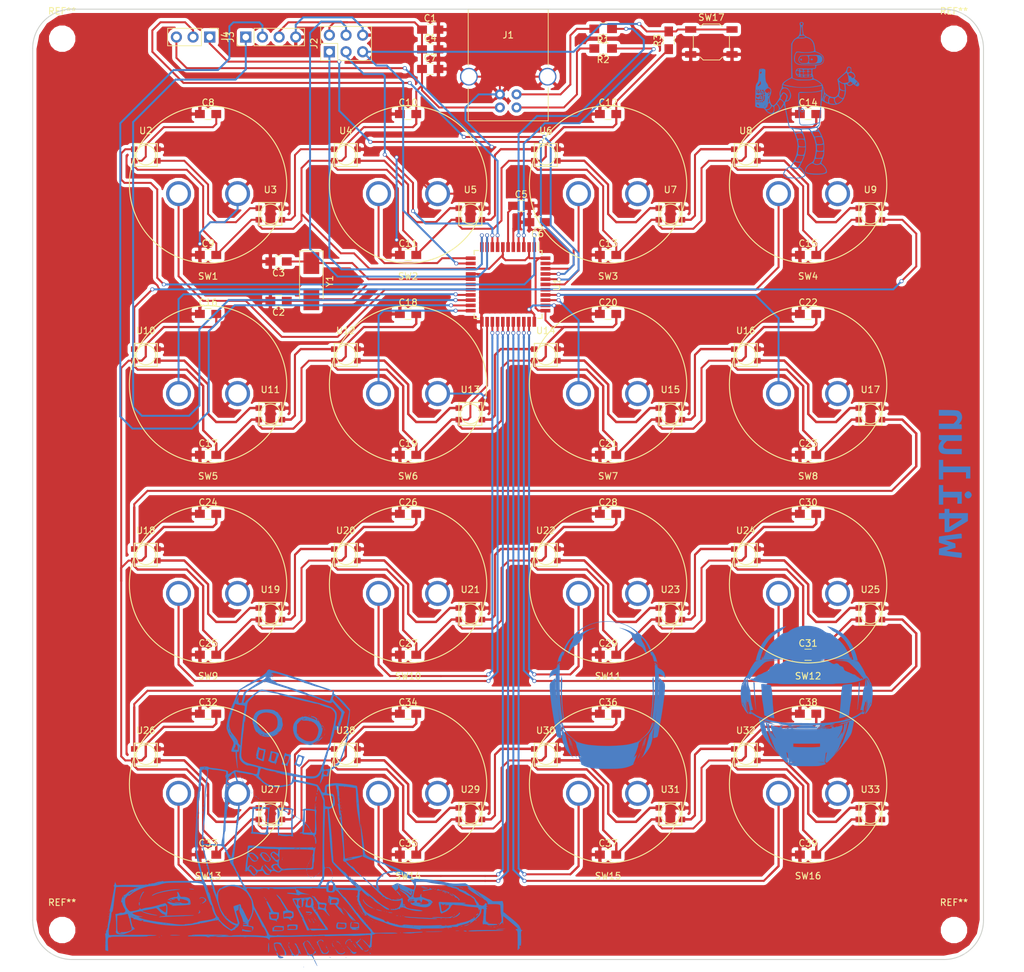
<source format=kicad_pcb>
(kicad_pcb (version 4) (host pcbnew 4.0.6)
  (layers (0 F.Cu signal) (31 B.Cu signal) (34 B.Paste user) (35 F.Paste user) (36 B.SilkS user) (37 F.SilkS user) (38 B.Mask user) (39 F.Mask user) (44 Edge.Cuts user))
  (net 0 "")
  (net 1 VCC)
  (net 2 GND)
  (net 3 "Net-(C2-Pad1)")
  (net 4 "Net-(C3-Pad1)")
  (net 5 "Net-(C5-Pad1)")
  (net 6 "Net-(C6-Pad1)")
  (net 7 "Net-(J1-Pad2)")
  (net 8 "Net-(J1-Pad3)")
  (net 9 MISO)
  (net 10 SCLK)
  (net 11 MOSI)
  (net 12 RESET)
  (net 13 RX)
  (net 14 TX)
  (net 15 PF0)
  (net 16 PF1)
  (net 17 D+)
  (net 18 D-)
  (net 19 SW2)
  (net 20 SW3)
  (net 21 SW4)
  (net 22 SW7)
  (net 23 SW8)
  (net 24 SW9)
  (net 25 SW10)
  (net 26 SW11)
  (net 27 SW12)
  (net 28 SW13)
  (net 29 SW14)
  (net 30 SW15)
  (net 31 SW16)
  (net 32 SK6812)
  (net 33 "Net-(U2-Pad1)")
  (net 34 "Net-(U3-Pad1)")
  (net 35 "Net-(U4-Pad1)")
  (net 36 "Net-(U5-Pad1)")
  (net 37 "Net-(U6-Pad1)")
  (net 38 "Net-(U7-Pad1)")
  (net 39 "Net-(U8-Pad1)")
  (net 40 "Net-(U10-Pad3)")
  (net 41 "Net-(U10-Pad1)")
  (net 42 "Net-(U11-Pad1)")
  (net 43 "Net-(U12-Pad1)")
  (net 44 "Net-(U13-Pad1)")
  (net 45 "Net-(U14-Pad1)")
  (net 46 "Net-(U15-Pad1)")
  (net 47 "Net-(U16-Pad1)")
  (net 48 "Net-(U17-Pad1)")
  (net 49 "Net-(U18-Pad1)")
  (net 50 "Net-(U19-Pad1)")
  (net 51 "Net-(U20-Pad1)")
  (net 52 "Net-(U21-Pad1)")
  (net 53 "Net-(U22-Pad1)")
  (net 54 "Net-(U23-Pad1)")
  (net 55 "Net-(U24-Pad1)")
  (net 56 "Net-(U25-Pad1)")
  (net 57 "Net-(U26-Pad1)")
  (net 58 "Net-(U27-Pad1)")
  (net 59 "Net-(U28-Pad1)")
  (net 60 "Net-(U29-Pad1)")
  (net 61 "Net-(U30-Pad1)")
  (net 62 "Net-(U31-Pad1)")
  (net 63 "Net-(U32-Pad1)")
  (net 64 "Net-(U33-Pad1)")
  (net 65 SW1)
  (net 66 SW5)
  (net 67 SW6)
  (net 68 PB0)
  (module Housings_QFP:TQFP-44_10x10mm_Pitch0.8mm (layer F.Cu) (at 99.5 63 270)
    (fp_text reference U1 (at 0 -7.45 270) (layer F.SilkS))
    (fp_text value ATMEGA32U4-AU)
    (pad 1 smd rect (at -5.7 -4 270) (size 1.5 0.55) (layers F.Cu F.Paste F.Mask) (net 32 SK6812))
    (pad 2 smd rect (at -5.7 -3.2 270) (size 1.5 0.55) (layers F.Cu F.Paste F.Mask) (net 1 VCC))
    (pad 3 smd rect (at -5.7 -2.4 270) (size 1.5 0.55) (layers F.Cu F.Paste F.Mask) (net 18 D-))
    (pad 4 smd rect (at -5.7 -1.6 270) (size 1.5 0.55) (layers F.Cu F.Paste F.Mask) (net 17 D+))
    (pad 5 smd rect (at -5.7 -0.8 270) (size 1.5 0.55) (layers F.Cu F.Paste F.Mask) (net 2 GND))
    (pad 6 smd rect (at -5.7 0 270) (size 1.5 0.55) (layers F.Cu F.Paste F.Mask) (net 5 "Net-(C5-Pad1)"))
    (pad 7 smd rect (at -5.7 0.8 270) (size 1.5 0.55) (layers F.Cu F.Paste F.Mask) (net 1 VCC))
    (pad 8 smd rect (at -5.7 1.6 270) (size 1.5 0.55) (layers F.Cu F.Paste F.Mask) (net 68 PB0))
    (pad 9 smd rect (at -5.7 2.4 270) (size 1.5 0.55) (layers F.Cu F.Paste F.Mask) (net 10 SCLK))
    (pad 10 smd rect (at -5.7 3.2 270) (size 1.5 0.55) (layers F.Cu F.Paste F.Mask) (net 11 MOSI))
    (pad 11 smd rect (at -5.7 4 270) (size 1.5 0.55) (layers F.Cu F.Paste F.Mask) (net 9 MISO))
    (pad 12 smd rect (at -4 5.7) (size 1.5 0.55) (layers F.Cu F.Paste F.Mask) (net 19 SW2))
    (pad 13 smd rect (at -3.2 5.7) (size 1.5 0.55) (layers F.Cu F.Paste F.Mask) (net 12 RESET))
    (pad 14 smd rect (at -2.4 5.7) (size 1.5 0.55) (layers F.Cu F.Paste F.Mask) (net 1 VCC))
    (pad 15 smd rect (at -1.6 5.7) (size 1.5 0.55) (layers F.Cu F.Paste F.Mask) (net 2 GND))
    (pad 16 smd rect (at -0.8 5.7) (size 1.5 0.55) (layers F.Cu F.Paste F.Mask) (net 4 "Net-(C3-Pad1)"))
    (pad 17 smd rect (at 0 5.7) (size 1.5 0.55) (layers F.Cu F.Paste F.Mask) (net 3 "Net-(C2-Pad1)"))
    (pad 18 smd rect (at 0.8 5.7) (size 1.5 0.55) (layers F.Cu F.Paste F.Mask) (net 65 SW1))
    (pad 19 smd rect (at 1.6 5.7) (size 1.5 0.55) (layers F.Cu F.Paste F.Mask) (net 66 SW5))
    (pad 20 smd rect (at 2.4 5.7) (size 1.5 0.55) (layers F.Cu F.Paste F.Mask) (net 13 RX))
    (pad 21 smd rect (at 3.2 5.7) (size 1.5 0.55) (layers F.Cu F.Paste F.Mask) (net 14 TX))
    (pad 22 smd rect (at 4 5.7) (size 1.5 0.55) (layers F.Cu F.Paste F.Mask) (net 67 SW6))
    (pad 23 smd rect (at 5.7 4 270) (size 1.5 0.55) (layers F.Cu F.Paste F.Mask) (net 2 GND))
    (pad 24 smd rect (at 5.7 3.2 270) (size 1.5 0.55) (layers F.Cu F.Paste F.Mask) (net 1 VCC))
    (pad 25 smd rect (at 5.7 2.4 270) (size 1.5 0.55) (layers F.Cu F.Paste F.Mask) (net 25 SW10))
    (pad 26 smd rect (at 5.7 1.6 270) (size 1.5 0.55) (layers F.Cu F.Paste F.Mask) (net 24 SW9))
    (pad 27 smd rect (at 5.7 0.8 270) (size 1.5 0.55) (layers F.Cu F.Paste F.Mask) (net 29 SW14))
    (pad 28 smd rect (at 5.7 0 270) (size 1.5 0.55) (layers F.Cu F.Paste F.Mask) (net 28 SW13))
    (pad 29 smd rect (at 5.7 -0.8 270) (size 1.5 0.55) (layers F.Cu F.Paste F.Mask) (net 31 SW16))
    (pad 30 smd rect (at 5.7 -1.6 270) (size 1.5 0.55) (layers F.Cu F.Paste F.Mask) (net 30 SW15))
    (pad 31 smd rect (at 5.7 -2.4 270) (size 1.5 0.55) (layers F.Cu F.Paste F.Mask) (net 27 SW12))
    (pad 32 smd rect (at 5.7 -3.2 270) (size 1.5 0.55) (layers F.Cu F.Paste F.Mask) (net 26 SW11))
    (pad 33 smd rect (at 5.7 -4 270) (size 1.5 0.55) (layers F.Cu F.Paste F.Mask) (net 2 GND))
    (pad 34 smd rect (at 4 -5.7) (size 1.5 0.55) (layers F.Cu F.Paste F.Mask) (net 1 VCC))
    (pad 35 smd rect (at 3.2 -5.7) (size 1.5 0.55) (layers F.Cu F.Paste F.Mask) (net 2 GND))
    (pad 36 smd rect (at 2.4 -5.7) (size 1.5 0.55) (layers F.Cu F.Paste F.Mask) (net 22 SW7))
    (pad 37 smd rect (at 1.6 -5.7) (size 1.5 0.55) (layers F.Cu F.Paste F.Mask) (net 23 SW8))
    (pad 38 smd rect (at 0.8 -5.7) (size 1.5 0.55) (layers F.Cu F.Paste F.Mask) (net 21 SW4))
    (pad 39 smd rect (at 0 -5.7) (size 1.5 0.55) (layers F.Cu F.Paste F.Mask) (net 20 SW3))
    (pad 40 smd rect (at -0.8 -5.7) (size 1.5 0.55) (layers F.Cu F.Paste F.Mask) (net 16 PF1))
    (pad 41 smd rect (at -1.6 -5.7) (size 1.5 0.55) (layers F.Cu F.Paste F.Mask) (net 15 PF0))
    (pad 42 smd rect (at -2.4 -5.7) (size 1.5 0.55) (layers F.Cu F.Paste F.Mask) (net 6 "Net-(C6-Pad1)"))
    (pad 43 smd rect (at -3.2 -5.7) (size 1.5 0.55) (layers F.Cu F.Paste F.Mask) (net 2 GND))
    (pad 44 smd rect (at -4 -5.7) (size 1.5 0.55) (layers F.Cu F.Paste F.Mask) (net 1 VCC))
  )
  (module DJ:SANWA_OBSC (layer F.Cu) (at 114.75 47.75)
    (fp_text reference SW3 (at 0 14) (layer F.SilkS))
    (fp_text value SANWA_OBSC)
    (pad 1 thru_hole circle (at -4.5 1.4) (size 3.8 3.8) (drill 2.8) (layers *.Cu *.Mask) (net 20 SW3))
    (pad 2 thru_hole circle (at 4.5 1.4) (size 3.8 3.8) (drill 2.8) (layers *.Cu *.Mask) (net 2 GND))
  )
  (module DJ:SANWA_OBSC (layer F.Cu) (at 53.75 47.75)
    (fp_text reference SW1 (at 0 14) (layer F.SilkS))
    (fp_text value SANWA_OBSC)
    (pad 1 thru_hole circle (at -4.5 1.4) (size 3.8 3.8) (drill 2.8) (layers *.Cu *.Mask) (net 65 SW1))
    (pad 2 thru_hole circle (at 4.5 1.4) (size 3.8 3.8) (drill 2.8) (layers *.Cu *.Mask) (net 2 GND))
  )
  (module DJ:SANWA_OBSC (layer F.Cu) (at 145.25 78.25)
    (fp_text reference SW8 (at 0 14) (layer F.SilkS))
    (fp_text value SANWA_OBSC)
    (pad 1 thru_hole circle (at -4.5 1.4) (size 3.8 3.8) (drill 2.8) (layers *.Cu *.Mask) (net 23 SW8))
    (pad 2 thru_hole circle (at 4.5 1.4) (size 3.8 3.8) (drill 2.8) (layers *.Cu *.Mask) (net 2 GND))
  )
  (module Mounting_Holes:MountingHole_3.2mm_M3 (layer F.Cu) (at 167.5 25.5)
    (fp_text reference REF** (at 0 -4.2) (layer F.SilkS))
    (fp_text value MountingHole_3.2mm_M3)
    (pad "" np_thru_hole circle (at 0 0) (size 3 3) (drill 3) (layers *.Cu *.Mask))
  )
  (module Mounting_Holes:MountingHole_3.2mm_M3 (layer F.Cu) (at 167.5 161.5)
    (fp_text reference REF** (at 0 -4.2) (layer F.SilkS))
    (fp_text value MountingHole_3.2mm_M3)
    (pad "" np_thru_hole circle (at 0 0) (size 3 3) (drill 3) (layers *.Cu *.Mask))
  )
  (module Mounting_Holes:MountingHole_3.2mm_M3 (layer F.Cu) (at 31.5 161.5)
    (fp_text reference REF** (at 0 -4.2) (layer F.SilkS))
    (fp_text value MountingHole_3.2mm_M3)
    (pad "" np_thru_hole circle (at 0 0) (size 3 3) (drill 3) (layers *.Cu *.Mask))
  )
  (module Mounting_Holes:MountingHole_3.2mm_M3 (layer F.Cu) (at 31.5 25.5)
    (fp_text reference REF** (at 0 -4.2) (layer F.SilkS))
    (fp_text value MountingHole_3.2mm_M3)
    (pad "" np_thru_hole circle (at 0 0) (size 3 3) (drill 3) (layers *.Cu *.Mask))
  )
  (module Capacitors_SMD:C_0805_HandSoldering (layer F.Cu) (at 87.625 24.125)
    (fp_text reference C1 (at 0 -1.75) (layer F.SilkS))
    (fp_text value 0.1uF)
    (pad 1 smd rect (at -1.25 0) (size 1.5 1.25) (layers F.Cu F.Paste F.Mask) (net 1 VCC))
    (pad 2 smd rect (at 1.25 0) (size 1.5 1.25) (layers F.Cu F.Paste F.Mask) (net 2 GND))
  )
  (module Capacitors_SMD:C_0805_HandSoldering (layer F.Cu) (at 64.5 65.5 180)
    (fp_text reference C2 (at 0 -1.75 180) (layer F.SilkS))
    (fp_text value 22pF)
    (pad 1 smd rect (at -1.25 0 180) (size 1.5 1.25) (layers F.Cu F.Paste F.Mask) (net 3 "Net-(C2-Pad1)"))
    (pad 2 smd rect (at 1.25 0 180) (size 1.5 1.25) (layers F.Cu F.Paste F.Mask) (net 2 GND))
  )
  (module Capacitors_SMD:C_0805_HandSoldering (layer F.Cu) (at 64.5 59.5 180)
    (fp_text reference C3 (at 0 -1.75 180) (layer F.SilkS))
    (fp_text value 22pF)
    (pad 1 smd rect (at -1.25 0 180) (size 1.5 1.25) (layers F.Cu F.Paste F.Mask) (net 4 "Net-(C3-Pad1)"))
    (pad 2 smd rect (at 1.25 0 180) (size 1.5 1.25) (layers F.Cu F.Paste F.Mask) (net 2 GND))
  )
  (module Capacitors_SMD:C_0805_HandSoldering (layer F.Cu) (at 87.625 27.125)
    (fp_text reference C4 (at 0 -1.75) (layer F.SilkS))
    (fp_text value 1uF)
    (pad 1 smd rect (at -1.25 0) (size 1.5 1.25) (layers F.Cu F.Paste F.Mask) (net 1 VCC))
    (pad 2 smd rect (at 1.25 0) (size 1.5 1.25) (layers F.Cu F.Paste F.Mask) (net 2 GND))
  )
  (module Capacitors_SMD:C_0805_HandSoldering (layer F.Cu) (at 101.5 51)
    (fp_text reference C5 (at 0 -1.75) (layer F.SilkS))
    (fp_text value 1uF)
    (pad 1 smd rect (at -1.25 0) (size 1.5 1.25) (layers F.Cu F.Paste F.Mask) (net 5 "Net-(C5-Pad1)"))
    (pad 2 smd rect (at 1.25 0) (size 1.5 1.25) (layers F.Cu F.Paste F.Mask) (net 2 GND))
  )
  (module Capacitors_SMD:C_0805_HandSoldering (layer F.Cu) (at 104 53.5 180)
    (fp_text reference C6 (at 0 -1.75 180) (layer F.SilkS))
    (fp_text value 0.1uF)
    (pad 1 smd rect (at -1.25 0 180) (size 1.5 1.25) (layers F.Cu F.Paste F.Mask) (net 6 "Net-(C6-Pad1)"))
    (pad 2 smd rect (at 1.25 0 180) (size 1.5 1.25) (layers F.Cu F.Paste F.Mask) (net 2 GND))
  )
  (module Capacitors_SMD:C_0805_HandSoldering (layer F.Cu) (at 87.625 30.125)
    (fp_text reference C7 (at 0 -1.75) (layer F.SilkS))
    (fp_text value 10uF)
    (pad 1 smd rect (at -1.25 0) (size 1.5 1.25) (layers F.Cu F.Paste F.Mask) (net 1 VCC))
    (pad 2 smd rect (at 1.25 0) (size 1.5 1.25) (layers F.Cu F.Paste F.Mask) (net 2 GND))
  )
  (module Capacitors_SMD:C_0805_HandSoldering (layer F.Cu) (at 53.75 37)
    (fp_text reference C8 (at 0 -1.75) (layer F.SilkS))
    (fp_text value 0.1uF)
    (pad 1 smd rect (at -1.25 0) (size 1.5 1.25) (layers F.Cu F.Paste F.Mask) (net 2 GND))
    (pad 2 smd rect (at 1.25 0) (size 1.5 1.25) (layers F.Cu F.Paste F.Mask) (net 1 VCC))
  )
  (module Capacitors_SMD:C_0805_HandSoldering (layer F.Cu) (at 53.75 58.5)
    (fp_text reference C9 (at 0 -1.75) (layer F.SilkS))
    (fp_text value 0.1uF)
    (pad 1 smd rect (at -1.25 0) (size 1.5 1.25) (layers F.Cu F.Paste F.Mask) (net 2 GND))
    (pad 2 smd rect (at 1.25 0) (size 1.5 1.25) (layers F.Cu F.Paste F.Mask) (net 1 VCC))
  )
  (module Capacitors_SMD:C_0805_HandSoldering (layer F.Cu) (at 84.25 37)
    (fp_text reference C10 (at 0 -1.75) (layer F.SilkS))
    (fp_text value 0.1uF)
    (pad 1 smd rect (at -1.25 0) (size 1.5 1.25) (layers F.Cu F.Paste F.Mask) (net 2 GND))
    (pad 2 smd rect (at 1.25 0) (size 1.5 1.25) (layers F.Cu F.Paste F.Mask) (net 1 VCC))
  )
  (module Capacitors_SMD:C_0805_HandSoldering (layer F.Cu) (at 84.25 58.5)
    (fp_text reference C11 (at 0 -1.75) (layer F.SilkS))
    (fp_text value 0.1uF)
    (pad 1 smd rect (at -1.25 0) (size 1.5 1.25) (layers F.Cu F.Paste F.Mask) (net 2 GND))
    (pad 2 smd rect (at 1.25 0) (size 1.5 1.25) (layers F.Cu F.Paste F.Mask) (net 1 VCC))
  )
  (module Capacitors_SMD:C_0805_HandSoldering (layer F.Cu) (at 114.75 37)
    (fp_text reference C12 (at 0 -1.75) (layer F.SilkS))
    (fp_text value 0.1uF)
    (pad 1 smd rect (at -1.25 0) (size 1.5 1.25) (layers F.Cu F.Paste F.Mask) (net 2 GND))
    (pad 2 smd rect (at 1.25 0) (size 1.5 1.25) (layers F.Cu F.Paste F.Mask) (net 1 VCC))
  )
  (module Capacitors_SMD:C_0805_HandSoldering (layer F.Cu) (at 114.75 58.5)
    (fp_text reference C13 (at 0 -1.75) (layer F.SilkS))
    (fp_text value 0.1uF)
    (pad 1 smd rect (at -1.25 0) (size 1.5 1.25) (layers F.Cu F.Paste F.Mask) (net 2 GND))
    (pad 2 smd rect (at 1.25 0) (size 1.5 1.25) (layers F.Cu F.Paste F.Mask) (net 1 VCC))
  )
  (module Capacitors_SMD:C_0805_HandSoldering (layer F.Cu) (at 145.25 37)
    (fp_text reference C14 (at 0 -1.75) (layer F.SilkS))
    (fp_text value 0.1uF)
    (pad 1 smd rect (at -1.25 0) (size 1.5 1.25) (layers F.Cu F.Paste F.Mask) (net 2 GND))
    (pad 2 smd rect (at 1.25 0) (size 1.5 1.25) (layers F.Cu F.Paste F.Mask) (net 1 VCC))
  )
  (module Capacitors_SMD:C_0805_HandSoldering (layer F.Cu) (at 145.25 58.5)
    (fp_text reference C15 (at 0 -1.75) (layer F.SilkS))
    (fp_text value 0.1uF)
    (pad 1 smd rect (at -1.25 0) (size 1.5 1.25) (layers F.Cu F.Paste F.Mask) (net 2 GND))
    (pad 2 smd rect (at 1.25 0) (size 1.5 1.25) (layers F.Cu F.Paste F.Mask) (net 1 VCC))
  )
  (module Capacitors_SMD:C_0805_HandSoldering (layer F.Cu) (at 53.75 67.5)
    (fp_text reference C16 (at 0 -1.75) (layer F.SilkS))
    (fp_text value 0.1uF)
    (pad 1 smd rect (at -1.25 0) (size 1.5 1.25) (layers F.Cu F.Paste F.Mask) (net 2 GND))
    (pad 2 smd rect (at 1.25 0) (size 1.5 1.25) (layers F.Cu F.Paste F.Mask) (net 1 VCC))
  )
  (module Capacitors_SMD:C_0805_HandSoldering (layer F.Cu) (at 53.75 89)
    (fp_text reference C17 (at 0 -1.75) (layer F.SilkS))
    (fp_text value 0.1uF)
    (pad 1 smd rect (at -1.25 0) (size 1.5 1.25) (layers F.Cu F.Paste F.Mask) (net 2 GND))
    (pad 2 smd rect (at 1.25 0) (size 1.5 1.25) (layers F.Cu F.Paste F.Mask) (net 1 VCC))
  )
  (module Capacitors_SMD:C_0805_HandSoldering (layer F.Cu) (at 84.25 67.5)
    (fp_text reference C18 (at 0 -1.75) (layer F.SilkS))
    (fp_text value 0.1uF)
    (pad 1 smd rect (at -1.25 0) (size 1.5 1.25) (layers F.Cu F.Paste F.Mask) (net 2 GND))
    (pad 2 smd rect (at 1.25 0) (size 1.5 1.25) (layers F.Cu F.Paste F.Mask) (net 1 VCC))
  )
  (module Capacitors_SMD:C_0805_HandSoldering (layer F.Cu) (at 84.25 89)
    (fp_text reference C19 (at 0 -1.75) (layer F.SilkS))
    (fp_text value 0.1uF)
    (pad 1 smd rect (at -1.25 0) (size 1.5 1.25) (layers F.Cu F.Paste F.Mask) (net 2 GND))
    (pad 2 smd rect (at 1.25 0) (size 1.5 1.25) (layers F.Cu F.Paste F.Mask) (net 1 VCC))
  )
  (module Capacitors_SMD:C_0805_HandSoldering (layer F.Cu) (at 114.75 67.5)
    (fp_text reference C20 (at 0 -1.75) (layer F.SilkS))
    (fp_text value 0.1uF)
    (pad 1 smd rect (at -1.25 0) (size 1.5 1.25) (layers F.Cu F.Paste F.Mask) (net 2 GND))
    (pad 2 smd rect (at 1.25 0) (size 1.5 1.25) (layers F.Cu F.Paste F.Mask) (net 1 VCC))
  )
  (module Capacitors_SMD:C_0805_HandSoldering (layer F.Cu) (at 114.75 89)
    (fp_text reference C21 (at 0 -1.75) (layer F.SilkS))
    (fp_text value 0.1uF)
    (pad 1 smd rect (at -1.25 0) (size 1.5 1.25) (layers F.Cu F.Paste F.Mask) (net 2 GND))
    (pad 2 smd rect (at 1.25 0) (size 1.5 1.25) (layers F.Cu F.Paste F.Mask) (net 1 VCC))
  )
  (module Capacitors_SMD:C_0805_HandSoldering (layer F.Cu) (at 145.25 67.5)
    (fp_text reference C22 (at 0 -1.75) (layer F.SilkS))
    (fp_text value 0.1uF)
    (pad 1 smd rect (at -1.25 0) (size 1.5 1.25) (layers F.Cu F.Paste F.Mask) (net 2 GND))
    (pad 2 smd rect (at 1.25 0) (size 1.5 1.25) (layers F.Cu F.Paste F.Mask) (net 1 VCC))
  )
  (module Capacitors_SMD:C_0805_HandSoldering (layer F.Cu) (at 145.25 89)
    (fp_text reference C23 (at 0 -1.75) (layer F.SilkS))
    (fp_text value 0.1uF)
    (pad 1 smd rect (at -1.25 0) (size 1.5 1.25) (layers F.Cu F.Paste F.Mask) (net 2 GND))
    (pad 2 smd rect (at 1.25 0) (size 1.5 1.25) (layers F.Cu F.Paste F.Mask) (net 1 VCC))
  )
  (module Capacitors_SMD:C_0805_HandSoldering (layer F.Cu) (at 53.75 98)
    (fp_text reference C24 (at 0 -1.75) (layer F.SilkS))
    (fp_text value 0.1uF)
    (pad 1 smd rect (at -1.25 0) (size 1.5 1.25) (layers F.Cu F.Paste F.Mask) (net 2 GND))
    (pad 2 smd rect (at 1.25 0) (size 1.5 1.25) (layers F.Cu F.Paste F.Mask) (net 1 VCC))
  )
  (module Capacitors_SMD:C_0805_HandSoldering (layer F.Cu) (at 53.75 119.5)
    (fp_text reference C25 (at 0 -1.75) (layer F.SilkS))
    (fp_text value 0.1uF)
    (pad 1 smd rect (at -1.25 0) (size 1.5 1.25) (layers F.Cu F.Paste F.Mask) (net 2 GND))
    (pad 2 smd rect (at 1.25 0) (size 1.5 1.25) (layers F.Cu F.Paste F.Mask) (net 1 VCC))
  )
  (module Capacitors_SMD:C_0805_HandSoldering (layer F.Cu) (at 84.25 98)
    (fp_text reference C26 (at 0 -1.75) (layer F.SilkS))
    (fp_text value 0.1uF)
    (pad 1 smd rect (at -1.25 0) (size 1.5 1.25) (layers F.Cu F.Paste F.Mask) (net 2 GND))
    (pad 2 smd rect (at 1.25 0) (size 1.5 1.25) (layers F.Cu F.Paste F.Mask) (net 1 VCC))
  )
  (module Capacitors_SMD:C_0805_HandSoldering (layer F.Cu) (at 84.25 119.5)
    (fp_text reference C27 (at 0 -1.75) (layer F.SilkS))
    (fp_text value 0.1uF)
    (pad 1 smd rect (at -1.25 0) (size 1.5 1.25) (layers F.Cu F.Paste F.Mask) (net 2 GND))
    (pad 2 smd rect (at 1.25 0) (size 1.5 1.25) (layers F.Cu F.Paste F.Mask) (net 1 VCC))
  )
  (module Capacitors_SMD:C_0805_HandSoldering (layer F.Cu) (at 114.75 98)
    (fp_text reference C28 (at 0 -1.75) (layer F.SilkS))
    (fp_text value 0.1uF)
    (pad 1 smd rect (at -1.25 0) (size 1.5 1.25) (layers F.Cu F.Paste F.Mask) (net 2 GND))
    (pad 2 smd rect (at 1.25 0) (size 1.5 1.25) (layers F.Cu F.Paste F.Mask) (net 1 VCC))
  )
  (module Capacitors_SMD:C_0805_HandSoldering (layer F.Cu) (at 114.75 119.5)
    (fp_text reference C29 (at 0 -1.75) (layer F.SilkS))
    (fp_text value 0.1uF)
    (pad 1 smd rect (at -1.25 0) (size 1.5 1.25) (layers F.Cu F.Paste F.Mask) (net 2 GND))
    (pad 2 smd rect (at 1.25 0) (size 1.5 1.25) (layers F.Cu F.Paste F.Mask) (net 1 VCC))
  )
  (module Capacitors_SMD:C_0805_HandSoldering (layer F.Cu) (at 145.25 98)
    (fp_text reference C30 (at 0 -1.75) (layer F.SilkS))
    (fp_text value 0.1uF)
    (pad 1 smd rect (at -1.25 0) (size 1.5 1.25) (layers F.Cu F.Paste F.Mask) (net 2 GND))
    (pad 2 smd rect (at 1.25 0) (size 1.5 1.25) (layers F.Cu F.Paste F.Mask) (net 1 VCC))
  )
  (module Capacitors_SMD:C_0805_HandSoldering (layer F.Cu) (at 145.25 119.5)
    (fp_text reference C31 (at 0 -1.75) (layer F.SilkS))
    (fp_text value 0.1uF)
    (pad 1 smd rect (at -1.25 0) (size 1.5 1.25) (layers F.Cu F.Paste F.Mask) (net 2 GND))
    (pad 2 smd rect (at 1.25 0) (size 1.5 1.25) (layers F.Cu F.Paste F.Mask) (net 1 VCC))
  )
  (module Capacitors_SMD:C_0805_HandSoldering (layer F.Cu) (at 53.75 128.5)
    (fp_text reference C32 (at 0 -1.75) (layer F.SilkS))
    (fp_text value 0.1uF)
    (pad 1 smd rect (at -1.25 0) (size 1.5 1.25) (layers F.Cu F.Paste F.Mask) (net 2 GND))
    (pad 2 smd rect (at 1.25 0) (size 1.5 1.25) (layers F.Cu F.Paste F.Mask) (net 1 VCC))
  )
  (module Capacitors_SMD:C_0805_HandSoldering (layer F.Cu) (at 53.75 150)
    (fp_text reference C33 (at 0 -1.75) (layer F.SilkS))
    (fp_text value 0.1uF)
    (pad 1 smd rect (at -1.25 0) (size 1.5 1.25) (layers F.Cu F.Paste F.Mask) (net 2 GND))
    (pad 2 smd rect (at 1.25 0) (size 1.5 1.25) (layers F.Cu F.Paste F.Mask) (net 1 VCC))
  )
  (module Capacitors_SMD:C_0805_HandSoldering (layer F.Cu) (at 84.25 128.5)
    (fp_text reference C34 (at 0 -1.75) (layer F.SilkS))
    (fp_text value 0.1uF)
    (pad 1 smd rect (at -1.25 0) (size 1.5 1.25) (layers F.Cu F.Paste F.Mask) (net 2 GND))
    (pad 2 smd rect (at 1.25 0) (size 1.5 1.25) (layers F.Cu F.Paste F.Mask) (net 1 VCC))
  )
  (module Capacitors_SMD:C_0805_HandSoldering (layer F.Cu) (at 84.25 150)
    (fp_text reference C35 (at 0 -1.75) (layer F.SilkS))
    (fp_text value 0.1uF)
    (pad 1 smd rect (at -1.25 0) (size 1.5 1.25) (layers F.Cu F.Paste F.Mask) (net 2 GND))
    (pad 2 smd rect (at 1.25 0) (size 1.5 1.25) (layers F.Cu F.Paste F.Mask) (net 1 VCC))
  )
  (module Capacitors_SMD:C_0805_HandSoldering (layer F.Cu) (at 114.75 128.5)
    (fp_text reference C36 (at 0 -1.75) (layer F.SilkS))
    (fp_text value 0.1uF)
    (pad 1 smd rect (at -1.25 0) (size 1.5 1.25) (layers F.Cu F.Paste F.Mask) (net 2 GND))
    (pad 2 smd rect (at 1.25 0) (size 1.5 1.25) (layers F.Cu F.Paste F.Mask) (net 1 VCC))
  )
  (module Capacitors_SMD:C_0805_HandSoldering (layer F.Cu) (at 114.75 150)
    (fp_text reference C37 (at 0 -1.75) (layer F.SilkS))
    (fp_text value 0.1uF)
    (pad 1 smd rect (at -1.25 0) (size 1.5 1.25) (layers F.Cu F.Paste F.Mask) (net 2 GND))
    (pad 2 smd rect (at 1.25 0) (size 1.5 1.25) (layers F.Cu F.Paste F.Mask) (net 1 VCC))
  )
  (module Capacitors_SMD:C_0805_HandSoldering (layer F.Cu) (at 145.25 128.5)
    (fp_text reference C38 (at 0 -1.75) (layer F.SilkS))
    (fp_text value 0.1uF)
    (pad 1 smd rect (at -1.25 0) (size 1.5 1.25) (layers F.Cu F.Paste F.Mask) (net 2 GND))
    (pad 2 smd rect (at 1.25 0) (size 1.5 1.25) (layers F.Cu F.Paste F.Mask) (net 1 VCC))
  )
  (module Capacitors_SMD:C_0805_HandSoldering (layer F.Cu) (at 145.25 150)
    (fp_text reference C39 (at 0 -1.75) (layer F.SilkS))
    (fp_text value 0.1uF)
    (pad 1 smd rect (at -1.25 0) (size 1.5 1.25) (layers F.Cu F.Paste F.Mask) (net 2 GND))
    (pad 2 smd rect (at 1.25 0) (size 1.5 1.25) (layers F.Cu F.Paste F.Mask) (net 1 VCC))
  )
  (module Connect:USB_B (layer F.Cu) (at 98.25 36 90)
    (fp_text reference J1 (at 11.05 1.27 180) (layer F.SilkS))
    (fp_text value USB-B)
    (pad 2 thru_hole circle (at 0 2.54) (size 1.52 1.52) (drill 0.81) (layers *.Cu *.Mask) (net 7 "Net-(J1-Pad2)"))
    (pad 1 thru_hole circle (at 0 0) (size 1.52 1.52) (drill 0.81) (layers *.Cu *.Mask) (net 1 VCC))
    (pad 4 thru_hole circle (at 2 0) (size 1.52 1.52) (drill 0.81) (layers *.Cu *.Mask) (net 2 GND))
    (pad 3 thru_hole circle (at 2 2.54) (size 1.52 1.52) (drill 0.81) (layers *.Cu *.Mask) (net 8 "Net-(J1-Pad3)"))
    (pad 5 thru_hole circle (at 4.7 7.27) (size 2.7 2.7) (drill 2.3) (layers *.Cu *.Mask) (net 2 GND))
    (pad 5 thru_hole circle (at 4.7 -4.73) (size 2.7 2.7) (drill 2.3) (layers *.Cu *.Mask) (net 2 GND))
  )
  (module Pin_Headers:Pin_Header_Straight_2x03_Pitch2.54mm (layer F.Cu) (at 72.25 27.5 90)
    (fp_text reference J2 (at 1.27 -2.33 90) (layer F.SilkS))
    (fp_text value "ICSP Header")
    (pad 1 thru_hole rect (at 0 0 90) (size 1.7 1.7) (drill 1) (layers *.Cu *.Mask) (net 9 MISO))
    (pad 2 thru_hole oval (at 2.54 0 90) (size 1.7 1.7) (drill 1) (layers *.Cu *.Mask) (net 1 VCC))
    (pad 3 thru_hole oval (at 0 2.54 90) (size 1.7 1.7) (drill 1) (layers *.Cu *.Mask) (net 10 SCLK))
    (pad 4 thru_hole oval (at 2.54 2.54 90) (size 1.7 1.7) (drill 1) (layers *.Cu *.Mask) (net 11 MOSI))
    (pad 5 thru_hole oval (at 0 5.08 90) (size 1.7 1.7) (drill 1) (layers *.Cu *.Mask) (net 12 RESET))
    (pad 6 thru_hole oval (at 2.54 5.08 90) (size 1.7 1.7) (drill 1) (layers *.Cu *.Mask) (net 2 GND))
  )
  (module Pin_Headers:Pin_Header_Straight_1x04_Pitch2.54mm (layer F.Cu) (at 59.5 25.25 90)
    (fp_text reference J3 (at 0 -2.33 90) (layer F.SilkS))
    (fp_text value "UART Header")
    (pad 1 thru_hole rect (at 0 0 90) (size 1.7 1.7) (drill 1) (layers *.Cu *.Mask) (net 13 RX))
    (pad 2 thru_hole oval (at 0 2.54 90) (size 1.7 1.7) (drill 1) (layers *.Cu *.Mask) (net 14 TX))
    (pad 3 thru_hole oval (at 0 5.08 90) (size 1.7 1.7) (drill 1) (layers *.Cu *.Mask) (net 1 VCC))
    (pad 4 thru_hole oval (at 0 7.62 90) (size 1.7 1.7) (drill 1) (layers *.Cu *.Mask) (net 2 GND))
  )
  (module Resistors_SMD:R_0805_HandSoldering (layer F.Cu) (at 114 24 180)
    (fp_text reference R1 (at 0 -1.7 180) (layer F.SilkS))
    (fp_text value 22)
    (pad 1 smd rect (at -1.35 0 180) (size 1.5 1.3) (layers F.Cu F.Paste F.Mask) (net 17 D+))
    (pad 2 smd rect (at 1.35 0 180) (size 1.5 1.3) (layers F.Cu F.Paste F.Mask) (net 8 "Net-(J1-Pad3)"))
  )
  (module Resistors_SMD:R_0805_HandSoldering (layer F.Cu) (at 114 27 180)
    (fp_text reference R2 (at 0 -1.7 180) (layer F.SilkS))
    (fp_text value 22)
    (pad 1 smd rect (at -1.35 0 180) (size 1.5 1.3) (layers F.Cu F.Paste F.Mask) (net 18 D-))
    (pad 2 smd rect (at 1.35 0 180) (size 1.5 1.3) (layers F.Cu F.Paste F.Mask) (net 7 "Net-(J1-Pad2)"))
  )
  (module Resistors_SMD:R_0805_HandSoldering (layer F.Cu) (at 124 25.75 90)
    (fp_text reference R3 (at 0 -1.7 90) (layer F.SilkS))
    (fp_text value 10K)
    (pad 1 smd rect (at -1.35 0 90) (size 1.5 1.3) (layers F.Cu F.Paste F.Mask) (net 1 VCC))
    (pad 2 smd rect (at 1.35 0 90) (size 1.5 1.3) (layers F.Cu F.Paste F.Mask) (net 12 RESET))
  )
  (module DJ:SANWA_OBSC (layer F.Cu) (at 84.25 47.75)
    (fp_text reference SW2 (at 0 14) (layer F.SilkS))
    (fp_text value SANWA_OBSC)
    (pad 1 thru_hole circle (at -4.5 1.4) (size 3.8 3.8) (drill 2.8) (layers *.Cu *.Mask) (net 19 SW2))
    (pad 2 thru_hole circle (at 4.5 1.4) (size 3.8 3.8) (drill 2.8) (layers *.Cu *.Mask) (net 2 GND))
  )
  (module DJ:SANWA_OBSC (layer F.Cu) (at 145.25 47.75)
    (fp_text reference SW4 (at 0 14) (layer F.SilkS))
    (fp_text value SANWA_OBSC)
    (pad 1 thru_hole circle (at -4.5 1.4) (size 3.8 3.8) (drill 2.8) (layers *.Cu *.Mask) (net 21 SW4))
    (pad 2 thru_hole circle (at 4.5 1.4) (size 3.8 3.8) (drill 2.8) (layers *.Cu *.Mask) (net 2 GND))
  )
  (module DJ:SANWA_OBSC (layer F.Cu) (at 53.75 78.25)
    (fp_text reference SW5 (at 0 14) (layer F.SilkS))
    (fp_text value SANWA_OBSC)
    (pad 1 thru_hole circle (at -4.5 1.4) (size 3.8 3.8) (drill 2.8) (layers *.Cu *.Mask) (net 66 SW5))
    (pad 2 thru_hole circle (at 4.5 1.4) (size 3.8 3.8) (drill 2.8) (layers *.Cu *.Mask) (net 2 GND))
  )
  (module DJ:SANWA_OBSC (layer F.Cu) (at 84.25 78.25)
    (fp_text reference SW6 (at 0 14) (layer F.SilkS))
    (fp_text value SANWA_OBSC)
    (pad 1 thru_hole circle (at -4.5 1.4) (size 3.8 3.8) (drill 2.8) (layers *.Cu *.Mask) (net 67 SW6))
    (pad 2 thru_hole circle (at 4.5 1.4) (size 3.8 3.8) (drill 2.8) (layers *.Cu *.Mask) (net 2 GND))
  )
  (module DJ:SANWA_OBSC (layer F.Cu) (at 114.75 78.25)
    (fp_text reference SW7 (at 0 14) (layer F.SilkS))
    (fp_text value SANWA_OBSC)
    (pad 1 thru_hole circle (at -4.5 1.4) (size 3.8 3.8) (drill 2.8) (layers *.Cu *.Mask) (net 22 SW7))
    (pad 2 thru_hole circle (at 4.5 1.4) (size 3.8 3.8) (drill 2.8) (layers *.Cu *.Mask) (net 2 GND))
  )
  (module DJ:SANWA_OBSC (layer F.Cu) (at 53.75 108.75)
    (fp_text reference SW9 (at 0 14) (layer F.SilkS))
    (fp_text value SANWA_OBSC)
    (pad 1 thru_hole circle (at -4.5 1.4) (size 3.8 3.8) (drill 2.8) (layers *.Cu *.Mask) (net 24 SW9))
    (pad 2 thru_hole circle (at 4.5 1.4) (size 3.8 3.8) (drill 2.8) (layers *.Cu *.Mask) (net 2 GND))
  )
  (module DJ:SANWA_OBSC (layer F.Cu) (at 84.25 108.75)
    (fp_text reference SW10 (at 0 14) (layer F.SilkS))
    (fp_text value SANWA_OBSC)
    (pad 1 thru_hole circle (at -4.5 1.4) (size 3.8 3.8) (drill 2.8) (layers *.Cu *.Mask) (net 25 SW10))
    (pad 2 thru_hole circle (at 4.5 1.4) (size 3.8 3.8) (drill 2.8) (layers *.Cu *.Mask) (net 2 GND))
  )
  (module DJ:SANWA_OBSC (layer F.Cu) (at 114.75 108.75)
    (fp_text reference SW11 (at 0 14) (layer F.SilkS))
    (fp_text value SANWA_OBSC)
    (pad 1 thru_hole circle (at -4.5 1.4) (size 3.8 3.8) (drill 2.8) (layers *.Cu *.Mask) (net 26 SW11))
    (pad 2 thru_hole circle (at 4.5 1.4) (size 3.8 3.8) (drill 2.8) (layers *.Cu *.Mask) (net 2 GND))
  )
  (module DJ:SANWA_OBSC (layer F.Cu) (at 145.25 108.75)
    (fp_text reference SW12 (at 0 14) (layer F.SilkS))
    (fp_text value SANWA_OBSC)
    (pad 1 thru_hole circle (at -4.5 1.4) (size 3.8 3.8) (drill 2.8) (layers *.Cu *.Mask) (net 27 SW12))
    (pad 2 thru_hole circle (at 4.5 1.4) (size 3.8 3.8) (drill 2.8) (layers *.Cu *.Mask) (net 2 GND))
  )
  (module DJ:SANWA_OBSC (layer F.Cu) (at 53.75 139.25)
    (fp_text reference SW13 (at 0 14) (layer F.SilkS))
    (fp_text value SANWA_OBSC)
    (pad 1 thru_hole circle (at -4.5 1.4) (size 3.8 3.8) (drill 2.8) (layers *.Cu *.Mask) (net 28 SW13))
    (pad 2 thru_hole circle (at 4.5 1.4) (size 3.8 3.8) (drill 2.8) (layers *.Cu *.Mask) (net 2 GND))
  )
  (module DJ:SANWA_OBSC (layer F.Cu) (at 84.25 139.25)
    (fp_text reference SW14 (at 0 14) (layer F.SilkS))
    (fp_text value SANWA_OBSC)
    (pad 1 thru_hole circle (at -4.5 1.4) (size 3.8 3.8) (drill 2.8) (layers *.Cu *.Mask) (net 29 SW14))
    (pad 2 thru_hole circle (at 4.5 1.4) (size 3.8 3.8) (drill 2.8) (layers *.Cu *.Mask) (net 2 GND))
  )
  (module DJ:SANWA_OBSC (layer F.Cu) (at 114.75 139.25)
    (fp_text reference SW15 (at 0 14) (layer F.SilkS))
    (fp_text value SANWA_OBSC)
    (pad 1 thru_hole circle (at -4.5 1.4) (size 3.8 3.8) (drill 2.8) (layers *.Cu *.Mask) (net 30 SW15))
    (pad 2 thru_hole circle (at 4.5 1.4) (size 3.8 3.8) (drill 2.8) (layers *.Cu *.Mask) (net 2 GND))
  )
  (module DJ:SANWA_OBSC (layer F.Cu) (at 145.25 139.25)
    (fp_text reference SW16 (at 0 14) (layer F.SilkS))
    (fp_text value SANWA_OBSC)
    (pad 1 thru_hole circle (at -4.5 1.4) (size 3.8 3.8) (drill 2.8) (layers *.Cu *.Mask) (net 31 SW16))
    (pad 2 thru_hole circle (at 4.5 1.4) (size 3.8 3.8) (drill 2.8) (layers *.Cu *.Mask) (net 2 GND))
  )
  (module Buttons_Switches_SMD:SW_SPST_TL3342 (layer F.Cu) (at 130.5 26)
    (fp_text reference SW17 (at 0 -3.75) (layer F.SilkS))
    (fp_text value "Reset Button")
    (pad 1 smd rect (at -3.15 -1.9) (size 1.7 1) (layers F.Cu F.Paste F.Mask) (net 12 RESET))
    (pad 1 smd rect (at 3.15 -1.9) (size 1.7 1) (layers F.Cu F.Paste F.Mask) (net 12 RESET))
    (pad 2 smd rect (at -3.15 1.9) (size 1.7 1) (layers F.Cu F.Paste F.Mask) (net 2 GND))
    (pad 2 smd rect (at 3.15 1.9) (size 1.7 1) (layers F.Cu F.Paste F.Mask) (net 2 GND))
  )
  (module DJ:SK6812_3535 (layer F.Cu) (at 44.25 43.25 180)
    (fp_text reference U2 (at 0 3.7 180) (layer F.SilkS))
    (fp_text value SK6812)
    (pad 4 smd rect (at 1.76 -0.88 180) (size 1 0.85) (layers F.Cu F.Paste F.Mask) (net 1 VCC))
    (pad 3 smd rect (at 1.76 0.88 180) (size 1 0.85) (layers F.Cu F.Paste F.Mask) (net 32 SK6812))
    (pad 1 smd rect (at -1.76 -0.88 180) (size 1 0.85) (layers F.Cu F.Paste F.Mask) (net 33 "Net-(U2-Pad1)"))
    (pad 2 smd rect (at -1.77 0.88 180) (size 1 0.85) (layers F.Cu F.Paste F.Mask) (net 2 GND))
  )
  (module DJ:SK6812_3535 (layer F.Cu) (at 63.25 52.25 180)
    (fp_text reference U3 (at 0 3.7 180) (layer F.SilkS))
    (fp_text value SK6812)
    (pad 4 smd rect (at 1.76 -0.88 180) (size 1 0.85) (layers F.Cu F.Paste F.Mask) (net 1 VCC))
    (pad 3 smd rect (at 1.76 0.88 180) (size 1 0.85) (layers F.Cu F.Paste F.Mask) (net 33 "Net-(U2-Pad1)"))
    (pad 1 smd rect (at -1.76 -0.88 180) (size 1 0.85) (layers F.Cu F.Paste F.Mask) (net 34 "Net-(U3-Pad1)"))
    (pad 2 smd rect (at -1.77 0.88 180) (size 1 0.85) (layers F.Cu F.Paste F.Mask) (net 2 GND))
  )
  (module DJ:SK6812_3535 (layer F.Cu) (at 74.75 43.25 180)
    (fp_text reference U4 (at 0 3.7 180) (layer F.SilkS))
    (fp_text value SK6812)
    (pad 4 smd rect (at 1.76 -0.88 180) (size 1 0.85) (layers F.Cu F.Paste F.Mask) (net 1 VCC))
    (pad 3 smd rect (at 1.76 0.88 180) (size 1 0.85) (layers F.Cu F.Paste F.Mask) (net 34 "Net-(U3-Pad1)"))
    (pad 1 smd rect (at -1.76 -0.88 180) (size 1 0.85) (layers F.Cu F.Paste F.Mask) (net 35 "Net-(U4-Pad1)"))
    (pad 2 smd rect (at -1.77 0.88 180) (size 1 0.85) (layers F.Cu F.Paste F.Mask) (net 2 GND))
  )
  (module DJ:SK6812_3535 (layer F.Cu) (at 93.75 52.25 180)
    (fp_text reference U5 (at 0 3.7 180) (layer F.SilkS))
    (fp_text value SK6812)
    (pad 4 smd rect (at 1.76 -0.88 180) (size 1 0.85) (layers F.Cu F.Paste F.Mask) (net 1 VCC))
    (pad 3 smd rect (at 1.76 0.88 180) (size 1 0.85) (layers F.Cu F.Paste F.Mask) (net 35 "Net-(U4-Pad1)"))
    (pad 1 smd rect (at -1.76 -0.88 180) (size 1 0.85) (layers F.Cu F.Paste F.Mask) (net 36 "Net-(U5-Pad1)"))
    (pad 2 smd rect (at -1.77 0.88 180) (size 1 0.85) (layers F.Cu F.Paste F.Mask) (net 2 GND))
  )
  (module DJ:SK6812_3535 (layer F.Cu) (at 105.25 43.25 180)
    (fp_text reference U6 (at 0 3.7 180) (layer F.SilkS))
    (fp_text value SK6812)
    (pad 4 smd rect (at 1.76 -0.88 180) (size 1 0.85) (layers F.Cu F.Paste F.Mask) (net 1 VCC))
    (pad 3 smd rect (at 1.76 0.88 180) (size 1 0.85) (layers F.Cu F.Paste F.Mask) (net 36 "Net-(U5-Pad1)"))
    (pad 1 smd rect (at -1.76 -0.88 180) (size 1 0.85) (layers F.Cu F.Paste F.Mask) (net 37 "Net-(U6-Pad1)"))
    (pad 2 smd rect (at -1.77 0.88 180) (size 1 0.85) (layers F.Cu F.Paste F.Mask) (net 2 GND))
  )
  (module DJ:SK6812_3535 (layer F.Cu) (at 124.25 52.25 180)
    (fp_text reference U7 (at 0 3.7 180) (layer F.SilkS))
    (fp_text value SK6812)
    (pad 4 smd rect (at 1.76 -0.88 180) (size 1 0.85) (layers F.Cu F.Paste F.Mask) (net 1 VCC))
    (pad 3 smd rect (at 1.76 0.88 180) (size 1 0.85) (layers F.Cu F.Paste F.Mask) (net 37 "Net-(U6-Pad1)"))
    (pad 1 smd rect (at -1.76 -0.88 180) (size 1 0.85) (layers F.Cu F.Paste F.Mask) (net 38 "Net-(U7-Pad1)"))
    (pad 2 smd rect (at -1.77 0.88 180) (size 1 0.85) (layers F.Cu F.Paste F.Mask) (net 2 GND))
  )
  (module DJ:SK6812_3535 (layer F.Cu) (at 135.75 43.25 180)
    (fp_text reference U8 (at 0 3.7 180) (layer F.SilkS))
    (fp_text value SK6812)
    (pad 4 smd rect (at 1.76 -0.88 180) (size 1 0.85) (layers F.Cu F.Paste F.Mask) (net 1 VCC))
    (pad 3 smd rect (at 1.76 0.88 180) (size 1 0.85) (layers F.Cu F.Paste F.Mask) (net 38 "Net-(U7-Pad1)"))
    (pad 1 smd rect (at -1.76 -0.88 180) (size 1 0.85) (layers F.Cu F.Paste F.Mask) (net 39 "Net-(U8-Pad1)"))
    (pad 2 smd rect (at -1.77 0.88 180) (size 1 0.85) (layers F.Cu F.Paste F.Mask) (net 2 GND))
  )
  (module DJ:SK6812_3535 (layer F.Cu) (at 154.75 52.25 180)
    (fp_text reference U9 (at 0 3.7 180) (layer F.SilkS))
    (fp_text value SK6812)
    (pad 4 smd rect (at 1.76 -0.88 180) (size 1 0.85) (layers F.Cu F.Paste F.Mask) (net 1 VCC))
    (pad 3 smd rect (at 1.76 0.88 180) (size 1 0.85) (layers F.Cu F.Paste F.Mask) (net 39 "Net-(U8-Pad1)"))
    (pad 1 smd rect (at -1.76 -0.88 180) (size 1 0.85) (layers F.Cu F.Paste F.Mask) (net 40 "Net-(U10-Pad3)"))
    (pad 2 smd rect (at -1.77 0.88 180) (size 1 0.85) (layers F.Cu F.Paste F.Mask) (net 2 GND))
  )
  (module DJ:SK6812_3535 (layer F.Cu) (at 44.25 73.75 180)
    (fp_text reference U10 (at 0 3.7 180) (layer F.SilkS))
    (fp_text value SK6812)
    (pad 4 smd rect (at 1.76 -0.88 180) (size 1 0.85) (layers F.Cu F.Paste F.Mask) (net 1 VCC))
    (pad 3 smd rect (at 1.76 0.88 180) (size 1 0.85) (layers F.Cu F.Paste F.Mask) (net 40 "Net-(U10-Pad3)"))
    (pad 1 smd rect (at -1.76 -0.88 180) (size 1 0.85) (layers F.Cu F.Paste F.Mask) (net 41 "Net-(U10-Pad1)"))
    (pad 2 smd rect (at -1.77 0.88 180) (size 1 0.85) (layers F.Cu F.Paste F.Mask) (net 2 GND))
  )
  (module DJ:SK6812_3535 (layer F.Cu) (at 63.25 82.75 180)
    (fp_text reference U11 (at 0 3.7 180) (layer F.SilkS))
    (fp_text value SK6812)
    (pad 4 smd rect (at 1.76 -0.88 180) (size 1 0.85) (layers F.Cu F.Paste F.Mask) (net 1 VCC))
    (pad 3 smd rect (at 1.76 0.88 180) (size 1 0.85) (layers F.Cu F.Paste F.Mask) (net 41 "Net-(U10-Pad1)"))
    (pad 1 smd rect (at -1.76 -0.88 180) (size 1 0.85) (layers F.Cu F.Paste F.Mask) (net 42 "Net-(U11-Pad1)"))
    (pad 2 smd rect (at -1.77 0.88 180) (size 1 0.85) (layers F.Cu F.Paste F.Mask) (net 2 GND))
  )
  (module DJ:SK6812_3535 (layer F.Cu) (at 74.75 73.75 180)
    (fp_text reference U12 (at 0 3.7 180) (layer F.SilkS))
    (fp_text value SK6812)
    (pad 4 smd rect (at 1.76 -0.88 180) (size 1 0.85) (layers F.Cu F.Paste F.Mask) (net 1 VCC))
    (pad 3 smd rect (at 1.76 0.88 180) (size 1 0.85) (layers F.Cu F.Paste F.Mask) (net 42 "Net-(U11-Pad1)"))
    (pad 1 smd rect (at -1.76 -0.88 180) (size 1 0.85) (layers F.Cu F.Paste F.Mask) (net 43 "Net-(U12-Pad1)"))
    (pad 2 smd rect (at -1.77 0.88 180) (size 1 0.85) (layers F.Cu F.Paste F.Mask) (net 2 GND))
  )
  (module DJ:SK6812_3535 (layer F.Cu) (at 93.75 82.75 180)
    (fp_text reference U13 (at 0 3.7 180) (layer F.SilkS))
    (fp_text value SK6812)
    (pad 4 smd rect (at 1.76 -0.88 180) (size 1 0.85) (layers F.Cu F.Paste F.Mask) (net 1 VCC))
    (pad 3 smd rect (at 1.76 0.88 180) (size 1 0.85) (layers F.Cu F.Paste F.Mask) (net 43 "Net-(U12-Pad1)"))
    (pad 1 smd rect (at -1.76 -0.88 180) (size 1 0.85) (layers F.Cu F.Paste F.Mask) (net 44 "Net-(U13-Pad1)"))
    (pad 2 smd rect (at -1.77 0.88 180) (size 1 0.85) (layers F.Cu F.Paste F.Mask) (net 2 GND))
  )
  (module DJ:SK6812_3535 (layer F.Cu) (at 105.25 73.75 180)
    (fp_text reference U14 (at 0 3.7 180) (layer F.SilkS))
    (fp_text value SK6812)
    (pad 4 smd rect (at 1.76 -0.88 180) (size 1 0.85) (layers F.Cu F.Paste F.Mask) (net 1 VCC))
    (pad 3 smd rect (at 1.76 0.88 180) (size 1 0.85) (layers F.Cu F.Paste F.Mask) (net 44 "Net-(U13-Pad1)"))
    (pad 1 smd rect (at -1.76 -0.88 180) (size 1 0.85) (layers F.Cu F.Paste F.Mask) (net 45 "Net-(U14-Pad1)"))
    (pad 2 smd rect (at -1.77 0.88 180) (size 1 0.85) (layers F.Cu F.Paste F.Mask) (net 2 GND))
  )
  (module DJ:SK6812_3535 (layer F.Cu) (at 124.25 82.75 180)
    (fp_text reference U15 (at 0 3.7 180) (layer F.SilkS))
    (fp_text value SK6812)
    (pad 4 smd rect (at 1.76 -0.88 180) (size 1 0.85) (layers F.Cu F.Paste F.Mask) (net 1 VCC))
    (pad 3 smd rect (at 1.76 0.88 180) (size 1 0.85) (layers F.Cu F.Paste F.Mask) (net 45 "Net-(U14-Pad1)"))
    (pad 1 smd rect (at -1.76 -0.88 180) (size 1 0.85) (layers F.Cu F.Paste F.Mask) (net 46 "Net-(U15-Pad1)"))
    (pad 2 smd rect (at -1.77 0.88 180) (size 1 0.85) (layers F.Cu F.Paste F.Mask) (net 2 GND))
  )
  (module DJ:SK6812_3535 (layer F.Cu) (at 135.75 73.75 180)
    (fp_text reference U16 (at 0 3.7 180) (layer F.SilkS))
    (fp_text value SK6812)
    (pad 4 smd rect (at 1.76 -0.88 180) (size 1 0.85) (layers F.Cu F.Paste F.Mask) (net 1 VCC))
    (pad 3 smd rect (at 1.76 0.88 180) (size 1 0.85) (layers F.Cu F.Paste F.Mask) (net 46 "Net-(U15-Pad1)"))
    (pad 1 smd rect (at -1.76 -0.88 180) (size 1 0.85) (layers F.Cu F.Paste F.Mask) (net 47 "Net-(U16-Pad1)"))
    (pad 2 smd rect (at -1.77 0.88 180) (size 1 0.85) (layers F.Cu F.Paste F.Mask) (net 2 GND))
  )
  (module DJ:SK6812_3535 (layer F.Cu) (at 154.75 82.75 180)
    (fp_text reference U17 (at 0 3.7 180) (layer F.SilkS))
    (fp_text value SK6812)
    (pad 4 smd rect (at 1.76 -0.88 180) (size 1 0.85) (layers F.Cu F.Paste F.Mask) (net 1 VCC))
    (pad 3 smd rect (at 1.76 0.88 180) (size 1 0.85) (layers F.Cu F.Paste F.Mask) (net 47 "Net-(U16-Pad1)"))
    (pad 1 smd rect (at -1.76 -0.88 180) (size 1 0.85) (layers F.Cu F.Paste F.Mask) (net 48 "Net-(U17-Pad1)"))
    (pad 2 smd rect (at -1.77 0.88 180) (size 1 0.85) (layers F.Cu F.Paste F.Mask) (net 2 GND))
  )
  (module DJ:SK6812_3535 (layer F.Cu) (at 44.25 104.25 180)
    (fp_text reference U18 (at 0 3.7 180) (layer F.SilkS))
    (fp_text value SK6812)
    (pad 4 smd rect (at 1.76 -0.88 180) (size 1 0.85) (layers F.Cu F.Paste F.Mask) (net 1 VCC))
    (pad 3 smd rect (at 1.76 0.88 180) (size 1 0.85) (layers F.Cu F.Paste F.Mask) (net 48 "Net-(U17-Pad1)"))
    (pad 1 smd rect (at -1.76 -0.88 180) (size 1 0.85) (layers F.Cu F.Paste F.Mask) (net 49 "Net-(U18-Pad1)"))
    (pad 2 smd rect (at -1.77 0.88 180) (size 1 0.85) (layers F.Cu F.Paste F.Mask) (net 2 GND))
  )
  (module DJ:SK6812_3535 (layer F.Cu) (at 63.25 113.25 180)
    (fp_text reference U19 (at 0 3.7 180) (layer F.SilkS))
    (fp_text value SK6812)
    (pad 4 smd rect (at 1.76 -0.88 180) (size 1 0.85) (layers F.Cu F.Paste F.Mask) (net 1 VCC))
    (pad 3 smd rect (at 1.76 0.88 180) (size 1 0.85) (layers F.Cu F.Paste F.Mask) (net 49 "Net-(U18-Pad1)"))
    (pad 1 smd rect (at -1.76 -0.88 180) (size 1 0.85) (layers F.Cu F.Paste F.Mask) (net 50 "Net-(U19-Pad1)"))
    (pad 2 smd rect (at -1.77 0.88 180) (size 1 0.85) (layers F.Cu F.Paste F.Mask) (net 2 GND))
  )
  (module DJ:SK6812_3535 (layer F.Cu) (at 74.75 104.25 180)
    (fp_text reference U20 (at 0 3.7 180) (layer F.SilkS))
    (fp_text value SK6812)
    (pad 4 smd rect (at 1.76 -0.88 180) (size 1 0.85) (layers F.Cu F.Paste F.Mask) (net 1 VCC))
    (pad 3 smd rect (at 1.76 0.88 180) (size 1 0.85) (layers F.Cu F.Paste F.Mask) (net 50 "Net-(U19-Pad1)"))
    (pad 1 smd rect (at -1.76 -0.88 180) (size 1 0.85) (layers F.Cu F.Paste F.Mask) (net 51 "Net-(U20-Pad1)"))
    (pad 2 smd rect (at -1.77 0.88 180) (size 1 0.85) (layers F.Cu F.Paste F.Mask) (net 2 GND))
  )
  (module DJ:SK6812_3535 (layer F.Cu) (at 93.75 113.25 180)
    (fp_text reference U21 (at 0 3.7 180) (layer F.SilkS))
    (fp_text value SK6812)
    (pad 4 smd rect (at 1.76 -0.88 180) (size 1 0.85) (layers F.Cu F.Paste F.Mask) (net 1 VCC))
    (pad 3 smd rect (at 1.76 0.88 180) (size 1 0.85) (layers F.Cu F.Paste F.Mask) (net 51 "Net-(U20-Pad1)"))
    (pad 1 smd rect (at -1.76 -0.88 180) (size 1 0.85) (layers F.Cu F.Paste F.Mask) (net 52 "Net-(U21-Pad1)"))
    (pad 2 smd rect (at -1.77 0.88 180) (size 1 0.85) (layers F.Cu F.Paste F.Mask) (net 2 GND))
  )
  (module DJ:SK6812_3535 (layer F.Cu) (at 105.25 104.25 180)
    (fp_text reference U22 (at 0 3.7 180) (layer F.SilkS))
    (fp_text value SK6812)
    (pad 4 smd rect (at 1.76 -0.88 180) (size 1 0.85) (layers F.Cu F.Paste F.Mask) (net 1 VCC))
    (pad 3 smd rect (at 1.76 0.88 180) (size 1 0.85) (layers F.Cu F.Paste F.Mask) (net 52 "Net-(U21-Pad1)"))
    (pad 1 smd rect (at -1.76 -0.88 180) (size 1 0.85) (layers F.Cu F.Paste F.Mask) (net 53 "Net-(U22-Pad1)"))
    (pad 2 smd rect (at -1.77 0.88 180) (size 1 0.85) (layers F.Cu F.Paste F.Mask) (net 2 GND))
  )
  (module DJ:SK6812_3535 (layer F.Cu) (at 124.25 113.25 180)
    (fp_text reference U23 (at 0 3.7 180) (layer F.SilkS))
    (fp_text value SK6812)
    (pad 4 smd rect (at 1.76 -0.88 180) (size 1 0.85) (layers F.Cu F.Paste F.Mask) (net 1 VCC))
    (pad 3 smd rect (at 1.76 0.88 180) (size 1 0.85) (layers F.Cu F.Paste F.Mask) (net 53 "Net-(U22-Pad1)"))
    (pad 1 smd rect (at -1.76 -0.88 180) (size 1 0.85) (layers F.Cu F.Paste F.Mask) (net 54 "Net-(U23-Pad1)"))
    (pad 2 smd rect (at -1.77 0.88 180) (size 1 0.85) (layers F.Cu F.Paste F.Mask) (net 2 GND))
  )
  (module DJ:SK6812_3535 (layer F.Cu) (at 135.75 104.25 180)
    (fp_text reference U24 (at 0 3.7 180) (layer F.SilkS))
    (fp_text value SK6812)
    (pad 4 smd rect (at 1.76 -0.88 180) (size 1 0.85) (layers F.Cu F.Paste F.Mask) (net 1 VCC))
    (pad 3 smd rect (at 1.76 0.88 180) (size 1 0.85) (layers F.Cu F.Paste F.Mask) (net 54 "Net-(U23-Pad1)"))
    (pad 1 smd rect (at -1.76 -0.88 180) (size 1 0.85) (layers F.Cu F.Paste F.Mask) (net 55 "Net-(U24-Pad1)"))
    (pad 2 smd rect (at -1.77 0.88 180) (size 1 0.85) (layers F.Cu F.Paste F.Mask) (net 2 GND))
  )
  (module DJ:SK6812_3535 (layer F.Cu) (at 154.75 113.25 180)
    (fp_text reference U25 (at 0 3.7 180) (layer F.SilkS))
    (fp_text value SK6812)
    (pad 4 smd rect (at 1.76 -0.88 180) (size 1 0.85) (layers F.Cu F.Paste F.Mask) (net 1 VCC))
    (pad 3 smd rect (at 1.76 0.88 180) (size 1 0.85) (layers F.Cu F.Paste F.Mask) (net 55 "Net-(U24-Pad1)"))
    (pad 1 smd rect (at -1.76 -0.88 180) (size 1 0.85) (layers F.Cu F.Paste F.Mask) (net 56 "Net-(U25-Pad1)"))
    (pad 2 smd rect (at -1.77 0.88 180) (size 1 0.85) (layers F.Cu F.Paste F.Mask) (net 2 GND))
  )
  (module DJ:SK6812_3535 (layer F.Cu) (at 44.25 134.75 180)
    (fp_text reference U26 (at 0 3.7 180) (layer F.SilkS))
    (fp_text value SK6812)
    (pad 4 smd rect (at 1.76 -0.88 180) (size 1 0.85) (layers F.Cu F.Paste F.Mask) (net 1 VCC))
    (pad 3 smd rect (at 1.76 0.88 180) (size 1 0.85) (layers F.Cu F.Paste F.Mask) (net 56 "Net-(U25-Pad1)"))
    (pad 1 smd rect (at -1.76 -0.88 180) (size 1 0.85) (layers F.Cu F.Paste F.Mask) (net 57 "Net-(U26-Pad1)"))
    (pad 2 smd rect (at -1.77 0.88 180) (size 1 0.85) (layers F.Cu F.Paste F.Mask) (net 2 GND))
  )
  (module DJ:SK6812_3535 (layer F.Cu) (at 63.25 143.75 180)
    (fp_text reference U27 (at 0 3.7 180) (layer F.SilkS))
    (fp_text value SK6812)
    (pad 4 smd rect (at 1.76 -0.88 180) (size 1 0.85) (layers F.Cu F.Paste F.Mask) (net 1 VCC))
    (pad 3 smd rect (at 1.76 0.88 180) (size 1 0.85) (layers F.Cu F.Paste F.Mask) (net 57 "Net-(U26-Pad1)"))
    (pad 1 smd rect (at -1.76 -0.88 180) (size 1 0.85) (layers F.Cu F.Paste F.Mask) (net 58 "Net-(U27-Pad1)"))
    (pad 2 smd rect (at -1.77 0.88 180) (size 1 0.85) (layers F.Cu F.Paste F.Mask) (net 2 GND))
  )
  (module DJ:SK6812_3535 (layer F.Cu) (at 74.75 134.75 180)
    (fp_text reference U28 (at 0 3.7 180) (layer F.SilkS))
    (fp_text value SK6812)
    (pad 4 smd rect (at 1.76 -0.88 180) (size 1 0.85) (layers F.Cu F.Paste F.Mask) (net 1 VCC))
    (pad 3 smd rect (at 1.76 0.88 180) (size 1 0.85) (layers F.Cu F.Paste F.Mask) (net 58 "Net-(U27-Pad1)"))
    (pad 1 smd rect (at -1.76 -0.88 180) (size 1 0.85) (layers F.Cu F.Paste F.Mask) (net 59 "Net-(U28-Pad1)"))
    (pad 2 smd rect (at -1.77 0.88 180) (size 1 0.85) (layers F.Cu F.Paste F.Mask) (net 2 GND))
  )
  (module DJ:SK6812_3535 (layer F.Cu) (at 93.75 143.75 180)
    (fp_text reference U29 (at 0 3.7 180) (layer F.SilkS))
    (fp_text value SK6812)
    (pad 4 smd rect (at 1.76 -0.88 180) (size 1 0.85) (layers F.Cu F.Paste F.Mask) (net 1 VCC))
    (pad 3 smd rect (at 1.76 0.88 180) (size 1 0.85) (layers F.Cu F.Paste F.Mask) (net 59 "Net-(U28-Pad1)"))
    (pad 1 smd rect (at -1.76 -0.88 180) (size 1 0.85) (layers F.Cu F.Paste F.Mask) (net 60 "Net-(U29-Pad1)"))
    (pad 2 smd rect (at -1.77 0.88 180) (size 1 0.85) (layers F.Cu F.Paste F.Mask) (net 2 GND))
  )
  (module DJ:SK6812_3535 (layer F.Cu) (at 105.25 134.75 180)
    (fp_text reference U30 (at 0 3.7 180) (layer F.SilkS))
    (fp_text value SK6812)
    (pad 4 smd rect (at 1.76 -0.88 180) (size 1 0.85) (layers F.Cu F.Paste F.Mask) (net 1 VCC))
    (pad 3 smd rect (at 1.76 0.88 180) (size 1 0.85) (layers F.Cu F.Paste F.Mask) (net 60 "Net-(U29-Pad1)"))
    (pad 1 smd rect (at -1.76 -0.88 180) (size 1 0.85) (layers F.Cu F.Paste F.Mask) (net 61 "Net-(U30-Pad1)"))
    (pad 2 smd rect (at -1.77 0.88 180) (size 1 0.85) (layers F.Cu F.Paste F.Mask) (net 2 GND))
  )
  (module DJ:SK6812_3535 (layer F.Cu) (at 124.25 143.75 180)
    (fp_text reference U31 (at 0 3.7 180) (layer F.SilkS))
    (fp_text value SK6812)
    (pad 4 smd rect (at 1.76 -0.88 180) (size 1 0.85) (layers F.Cu F.Paste F.Mask) (net 1 VCC))
    (pad 3 smd rect (at 1.76 0.88 180) (size 1 0.85) (layers F.Cu F.Paste F.Mask) (net 61 "Net-(U30-Pad1)"))
    (pad 1 smd rect (at -1.76 -0.88 180) (size 1 0.85) (layers F.Cu F.Paste F.Mask) (net 62 "Net-(U31-Pad1)"))
    (pad 2 smd rect (at -1.77 0.88 180) (size 1 0.85) (layers F.Cu F.Paste F.Mask) (net 2 GND))
  )
  (module DJ:SK6812_3535 (layer F.Cu) (at 135.75 134.75 180)
    (fp_text reference U32 (at 0 3.7 180) (layer F.SilkS))
    (fp_text value SK6812)
    (pad 4 smd rect (at 1.76 -0.88 180) (size 1 0.85) (layers F.Cu F.Paste F.Mask) (net 1 VCC))
    (pad 3 smd rect (at 1.76 0.88 180) (size 1 0.85) (layers F.Cu F.Paste F.Mask) (net 62 "Net-(U31-Pad1)"))
    (pad 1 smd rect (at -1.76 -0.88 180) (size 1 0.85) (layers F.Cu F.Paste F.Mask) (net 63 "Net-(U32-Pad1)"))
    (pad 2 smd rect (at -1.77 0.88 180) (size 1 0.85) (layers F.Cu F.Paste F.Mask) (net 2 GND))
  )
  (module DJ:SK6812_3535 (layer F.Cu) (at 154.75 143.75 180)
    (fp_text reference U33 (at 0 3.7 180) (layer F.SilkS))
    (fp_text value SK6812)
    (pad 4 smd rect (at 1.76 -0.88 180) (size 1 0.85) (layers F.Cu F.Paste F.Mask) (net 1 VCC))
    (pad 3 smd rect (at 1.76 0.88 180) (size 1 0.85) (layers F.Cu F.Paste F.Mask) (net 63 "Net-(U32-Pad1)"))
    (pad 1 smd rect (at -1.76 -0.88 180) (size 1 0.85) (layers F.Cu F.Paste F.Mask) (net 64 "Net-(U33-Pad1)"))
    (pad 2 smd rect (at -1.77 0.88 180) (size 1 0.85) (layers F.Cu F.Paste F.Mask) (net 2 GND))
  )
  (module Crystals:Crystal_SMD_Abracon_ABM3-2pin_5.0x3.2mm_HandSoldering (layer F.Cu) (at 69.5 62.5 270)
    (fp_text reference Y1 (at 0 -2.8 270) (layer F.SilkS))
    (fp_text value 16MHz)
    (pad 1 smd rect (at -2.7625 0 270) (size 3.325 2.4) (layers F.Cu F.Paste F.Mask) (net 4 "Net-(C3-Pad1)"))
    (pad 2 smd rect (at 2.7625 0 270) (size 3.325 2.4) (layers F.Cu F.Paste F.Mask) (net 3 "Net-(C2-Pad1)"))
  )
  (module Pin_Headers:Pin_Header_Straight_1x03_Pitch2.54mm (layer F.Cu) (at 54 25.25 270)
    (fp_text reference J4 (at 0 -2.33 270) (layer F.SilkS))
    (fp_text value CONN_01X03)
    (pad 1 thru_hole rect (at 0 0 270) (size 1.7 1.7) (drill 1) (layers *.Cu *.Mask) (net 15 PF0))
    (pad 2 thru_hole oval (at 0 2.54 270) (size 1.7 1.7) (drill 1) (layers *.Cu *.Mask) (net 16 PF1))
    (pad 3 thru_hole oval (at 0 5.08 270) (size 1.7 1.7) (drill 1) (layers *.Cu *.Mask) (net 68 PB0))
  )
  (module DJ:robot (layer B.Cu) (at 80.7 144.9 180)
    (fp_text reference G*** hide)
    (fp_text value LOGO hide)
    (fp_poly (pts (xy 12.409714 -22.243143) (xy 12.373428 -22.279429) (xy 12.337143 -22.243143) (xy 12.373428 -22.206857) (xy 12.409714 -22.243143)) (layer B.Cu) (width 0.01))
    (fp_poly (pts (xy 12.120724 -18.300211) (xy 12.236216 -18.389123) (xy 12.307335 -18.492872) (xy 12.383367 -18.594722) (xy 12.434335 -18.602046) (xy 12.487725 -18.579321) (xy 12.481039 -18.671334) (xy 12.41927 -18.863085) (xy 12.307414 -19.139574) (xy 12.150467 -19.485802) (xy 12.115806 -19.558555) (xy 11.974966 -19.863714) (xy 11.866168 -20.122244) (xy 11.800577 -20.305941) (xy 11.788435 -20.385417) (xy 11.77046 -20.473584) (xy 11.701344 -20.547635) (xy 11.616141 -20.609635) (xy 11.633007 -20.573307) (xy 11.667709 -20.528047) (xy 11.721763 -20.427132) (xy 11.660942 -20.371562) (xy 11.649566 -20.367039) (xy 11.554609 -20.376577) (xy 11.538857 -20.431135) (xy 11.473415 -20.515062) (xy 11.316687 -20.537714) (xy 11.217812 -20.545259) (xy 11.136615 -20.582753) (xy 11.055937 -20.67249) (xy 10.95862 -20.836762) (xy 10.827506 -21.097859) (xy 10.731076 -21.298546) (xy 10.582333 -21.602221) (xy 10.451356 -21.85547) (xy 10.35296 -22.030551) (xy 10.303742 -22.098866) (xy 10.306507 -22.05466) (xy 10.362917 -21.904582) (xy 10.462992 -21.67321) (xy 10.574877 -21.431104) (xy 10.712255 -21.132865) (xy 10.822354 -20.878174) (xy 10.892044 -20.698405) (xy 10.909905 -20.630785) (xy 10.942252 -20.544661) (xy 10.961917 -20.537714) (xy 11.019407 -20.477353) (xy 11.052976 -20.388396) (xy 11.098492 -20.286787) (xy 11.183854 -20.298756) (xy 11.241482 -20.332415) (xy 11.341052 -20.376298) (xy 11.434954 -20.35178) (xy 11.563078 -20.241377) (xy 11.646327 -20.154994) (xy 11.793462 -19.978814) (xy 11.885762 -19.82946) (xy 11.901714 -19.774447) (xy 11.935704 -19.656412) (xy 12.024078 -19.460047) (xy 12.127006 -19.265463) (xy 12.272116 -18.955473) (xy 12.308898 -18.713134) (xy 12.237735 -18.509927) (xy 12.138758 -18.390269) (xy 12.064944 -18.303615) (xy 12.101455 -18.294327) (xy 12.120724 -18.300211)) (layer B.Cu) (width 0.01))
    (fp_poly (pts (xy 16.523276 -20.037118) (xy 16.536264 -20.07784) (xy 16.501871 -20.17965) (xy 16.412992 -20.370315) (xy 16.349739 -20.499821) (xy 16.234767 -20.721367) (xy 16.143918 -20.840761) (xy 16.042253 -20.888433) (xy 15.896168 -20.894842) (xy 15.697004 -20.881117) (xy 15.5562 -20.855353) (xy 15.548428 -20.852509) (xy 15.513597 -20.823275) (xy 15.765793 -20.823275) (xy 15.77572 -20.828) (xy 15.841947 -20.776911) (xy 15.853884 -20.759712) (xy 15.965714 -20.759712) (xy 15.989035 -20.82565) (xy 16.042551 -20.768127) (xy 16.065976 -20.715374) (xy 16.071048 -20.64046) (xy 16.037454 -20.647085) (xy 15.968293 -20.740001) (xy 15.965714 -20.759712) (xy 15.853884 -20.759712) (xy 15.856857 -20.755429) (xy 15.87535 -20.687582) (xy 15.865423 -20.682857) (xy 15.799195 -20.733946) (xy 15.784285 -20.755429) (xy 15.765793 -20.823275) (xy 15.513597 -20.823275) (xy 15.460957 -20.779094) (xy 15.497491 -20.709792) (xy 15.622995 -20.682857) (xy 15.813752 -20.641086) (xy 15.940033 -20.576562) (xy 16.067946 -20.511004) (xy 16.133358 -20.511835) (xy 16.183854 -20.479528) (xy 16.259222 -20.348186) (xy 16.284331 -20.291558) (xy 16.371801 -20.124479) (xy 16.453219 -20.034649) (xy 16.470011 -20.029714) (xy 16.523276 -20.037118)) (layer B.Cu) (width 0.01))
    (fp_poly (pts (xy 5.950857 -20.791714) (xy 5.914571 -20.828) (xy 5.878285 -20.791714) (xy 5.914571 -20.755429) (xy 5.950857 -20.791714)) (layer B.Cu) (width 0.01))
    (fp_poly (pts (xy 8.395517 -20.729735) (xy 8.382 -20.755429) (xy 8.313622 -20.824735) (xy 8.300862 -20.828) (xy 8.295911 -20.781123) (xy 8.309428 -20.755429) (xy 8.377806 -20.686123) (xy 8.390566 -20.682857) (xy 8.395517 -20.729735)) (layer B.Cu) (width 0.01))
    (fp_poly (pts (xy 13.752729 -18.661406) (xy 13.731117 -18.716671) (xy 13.682051 -18.767745) (xy 13.555794 -18.936962) (xy 13.413752 -19.189352) (xy 13.283469 -19.469562) (xy 13.192494 -19.722242) (xy 13.177659 -19.78125) (xy 13.165655 -19.966624) (xy 13.194068 -20.155262) (xy 13.249953 -20.303224) (xy 13.320366 -20.366571) (xy 13.347992 -20.359469) (xy 13.441322 -20.368488) (xy 13.461268 -20.391388) (xy 13.576927 -20.472737) (xy 13.731983 -20.434987) (xy 13.908635 -20.292435) (xy 14.089083 -20.059377) (xy 14.253164 -19.755364) (xy 14.347208 -19.573564) (xy 14.427321 -19.46383) (xy 14.452736 -19.449143) (xy 14.500022 -19.461539) (xy 14.502174 -19.517222) (xy 14.451553 -19.643941) (xy 14.34052 -19.869439) (xy 14.332857 -19.884572) (xy 14.213834 -20.127878) (xy 14.161193 -20.262453) (xy 14.170071 -20.306019) (xy 14.223169 -20.284228) (xy 14.264079 -20.296057) (xy 14.250489 -20.355647) (xy 14.195052 -20.435598) (xy 14.167781 -20.433115) (xy 14.099098 -20.450572) (xy 14.026222 -20.5207) (xy 13.960968 -20.589585) (xy 13.95943 -20.571181) (xy 13.917599 -20.524634) (xy 13.747368 -20.5009) (xy 13.620098 -20.49861) (xy 13.395575 -20.4934) (xy 13.268344 -20.45827) (xy 13.190731 -20.370478) (xy 13.142758 -20.270886) (xy 13.04123 -20.040343) (xy 12.911672 -20.198314) (xy 12.822132 -20.294865) (xy 12.79559 -20.277491) (xy 12.799432 -20.231386) (xy 12.841095 -20.095204) (xy 12.867233 -20.056006) (xy 12.910645 -19.947236) (xy 12.917714 -19.872476) (xy 12.954019 -19.76134) (xy 12.99805 -19.739429) (xy 13.045788 -19.686346) (xy 13.035167 -19.626802) (xy 13.029053 -19.551366) (xy 13.058463 -19.555285) (xy 13.121836 -19.527004) (xy 13.18674 -19.416066) (xy 13.224726 -19.281826) (xy 13.222378 -19.213286) (xy 13.259333 -19.159227) (xy 13.265992 -19.158857) (xy 13.325788 -19.097634) (xy 13.400081 -18.946273) (xy 13.415833 -18.904857) (xy 13.520322 -18.712432) (xy 13.652476 -18.650859) (xy 13.653309 -18.650857) (xy 13.752729 -18.661406)) (layer B.Cu) (width 0.01))
    (fp_poly (pts (xy 16.767747 -18.535228) (xy 16.899294 -18.617537) (xy 16.95561 -18.692727) (xy 16.922657 -18.690222) (xy 16.864037 -18.684329) (xy 16.857333 -18.779731) (xy 16.874911 -18.890284) (xy 16.873675 -19.105423) (xy 16.816558 -19.364491) (xy 16.721918 -19.612886) (xy 16.608115 -19.796002) (xy 16.554509 -19.843204) (xy 16.496337 -19.869809) (xy 16.482714 -19.837737) (xy 16.518634 -19.725231) (xy 16.609092 -19.510529) (xy 16.654579 -19.407171) (xy 16.775827 -19.0747) (xy 16.798103 -18.842643) (xy 16.720021 -18.703979) (xy 16.540199 -18.651687) (xy 16.505547 -18.650857) (xy 16.243287 -18.67939) (xy 16.02992 -18.780364) (xy 15.831154 -18.976842) (xy 15.657875 -19.220963) (xy 15.424647 -19.616407) (xy 15.292606 -19.930954) (xy 15.255621 -20.181427) (xy 15.270122 -20.284995) (xy 15.283028 -20.419187) (xy 15.209785 -20.46337) (xy 15.168811 -20.465143) (xy 15.062271 -20.432077) (xy 15.024134 -20.307738) (xy 15.022285 -20.24449) (xy 15.064423 -20.021986) (xy 15.155872 -19.827204) (xy 15.331923 -19.556025) (xy 15.497302 -19.280425) (xy 15.633729 -19.033232) (xy 15.722925 -18.847276) (xy 15.748 -18.763778) (xy 15.811759 -18.622206) (xy 15.968295 -18.528882) (xy 16.077916 -18.51249) (xy 16.244288 -18.509754) (xy 16.466807 -18.503066) (xy 16.500151 -18.501837) (xy 16.767747 -18.535228)) (layer B.Cu) (width 0.01))
    (fp_poly (pts (xy 10.728186 -19.861991) (xy 10.711566 -19.928054) (xy 10.737795 -20.038164) (xy 10.851138 -20.146365) (xy 10.967899 -20.259211) (xy 10.97816 -20.353047) (xy 10.87819 -20.39257) (xy 10.877148 -20.392572) (xy 10.836752 -20.348365) (xy 10.847178 -20.323641) (xy 10.822376 -20.249287) (xy 10.71802 -20.160235) (xy 10.589548 -20.09512) (xy 10.506549 -20.086256) (xy 10.493726 -20.041922) (xy 10.535303 -19.922521) (xy 10.619361 -19.811345) (xy 10.698478 -19.791634) (xy 10.728186 -19.861991)) (layer B.Cu) (width 0.01))
    (fp_poly (pts (xy 7.405105 -19.775714) (xy 7.28487 -19.970189) (xy 7.18286 -20.117799) (xy 7.155238 -20.151421) (xy 7.018146 -20.224174) (xy 6.801039 -20.273103) (xy 6.568423 -20.287767) (xy 6.422571 -20.269994) (xy 6.253413 -20.194962) (xy 6.119322 -20.084681) (xy 6.06117 -19.977054) (xy 6.069002 -19.942114) (xy 6.134573 -19.940982) (xy 6.216549 -20.024385) (xy 6.356471 -20.137824) (xy 6.584091 -20.174719) (xy 6.603832 -20.174857) (xy 6.795905 -20.157462) (xy 6.918547 -20.114336) (xy 6.931303 -20.101102) (xy 7.0194 -20.059956) (xy 7.046241 -20.070211) (xy 7.100062 -20.072266) (xy 7.09877 -20.053252) (xy 7.135278 -19.970825) (xy 7.24705 -19.827947) (xy 7.328695 -19.739429) (xy 7.575447 -19.485429) (xy 7.405105 -19.775714)) (layer B.Cu) (width 0.01))
    (fp_poly (pts (xy 10.426095 -20.199048) (xy 10.43478 -20.285173) (xy 10.426095 -20.29581) (xy 10.382951 -20.285848) (xy 10.377714 -20.247429) (xy 10.404267 -20.187694) (xy 10.426095 -20.199048)) (layer B.Cu) (width 0.01))
    (fp_poly (pts (xy 2.320331 -20.157639) (xy 2.322285 -20.174857) (xy 2.263215 -20.238547) (xy 2.209145 -20.247429) (xy 2.13403 -20.212247) (xy 2.140857 -20.174857) (xy 2.233636 -20.105054) (xy 2.253997 -20.102286) (xy 2.320331 -20.157639)) (layer B.Cu) (width 0.01))
    (fp_poly (pts (xy 5.788391 -19.06322) (xy 5.695229 -19.187732) (xy 5.533028 -19.387568) (xy 5.312158 -19.648714) (xy 5.141442 -19.855383) (xy 5.024161 -20.013009) (xy 4.978543 -20.0964) (xy 4.983149 -20.103397) (xy 4.985873 -20.134726) (xy 4.934857 -20.174857) (xy 4.733512 -20.244032) (xy 4.526119 -20.226388) (xy 4.3868 -20.138572) (xy 4.426857 -20.138572) (xy 4.463143 -20.174857) (xy 4.499428 -20.138572) (xy 4.717143 -20.138572) (xy 4.753428 -20.174857) (xy 4.789714 -20.138572) (xy 4.753428 -20.102286) (xy 4.717143 -20.138572) (xy 4.499428 -20.138572) (xy 4.463143 -20.102286) (xy 4.426857 -20.138572) (xy 4.3868 -20.138572) (xy 4.37285 -20.129779) (xy 4.352447 -20.098851) (xy 4.310906 -19.989116) (xy 4.376985 -19.96131) (xy 4.440608 -19.964994) (xy 4.610264 -19.977444) (xy 4.743906 -19.970301) (xy 4.865434 -19.928351) (xy 4.998749 -19.836382) (xy 5.167752 -19.679183) (xy 5.396346 -19.441541) (xy 5.593165 -19.231429) (xy 5.743406 -19.076089) (xy 5.806466 -19.023013) (xy 5.788391 -19.06322)) (layer B.Cu) (width 0.01))
    (fp_poly (pts (xy 9.968318 -18.130965) (xy 10.141657 -18.241325) (xy 10.182566 -18.290436) (xy 10.275003 -18.381385) (xy 10.329795 -18.3843) (xy 10.383056 -18.35889) (xy 10.37976 -18.432055) (xy 10.329828 -18.573345) (xy 10.243183 -18.752312) (xy 10.168188 -18.880257) (xy 9.952773 -19.266442) (xy 9.848713 -19.571883) (xy 9.837726 -19.66667) (xy 9.788024 -19.763293) (xy 9.748762 -19.775527) (xy 9.623136 -19.823908) (xy 9.603619 -19.841778) (xy 9.593326 -19.874411) (xy 9.633857 -19.855638) (xy 9.713053 -19.839862) (xy 9.706906 -19.920474) (xy 9.617337 -20.077882) (xy 9.611188 -20.086725) (xy 9.521833 -20.182137) (xy 9.397745 -20.22686) (xy 9.191756 -20.234298) (xy 9.103188 -20.231097) (xy 8.885953 -20.213069) (xy 8.742625 -20.185086) (xy 8.708571 -20.163123) (xy 8.66296 -20.07707) (xy 8.595542 -19.999624) (xy 8.522638 -19.869615) (xy 8.557049 -19.758583) (xy 8.61508 -19.673824) (xy 8.632366 -19.723742) (xy 8.633793 -19.776401) (xy 8.701792 -19.93439) (xy 8.872649 -20.061341) (xy 9.104101 -20.128594) (xy 9.158987 -20.132533) (xy 9.308672 -20.10528) (xy 9.430552 -19.990912) (xy 9.508934 -19.86538) (xy 9.62106 -19.704986) (xy 9.716131 -19.636671) (xy 9.741017 -19.640736) (xy 9.784832 -19.644306) (xy 9.765649 -19.602039) (xy 9.773069 -19.497628) (xy 9.848198 -19.308296) (xy 9.972205 -19.077534) (xy 10.135566 -18.758157) (xy 10.190581 -18.520151) (xy 10.137203 -18.348257) (xy 9.975385 -18.227212) (xy 9.969575 -18.224534) (xy 9.753444 -18.151872) (xy 9.604005 -18.179788) (xy 9.483229 -18.306143) (xy 9.400762 -18.405764) (xy 9.368305 -18.383969) (xy 9.365521 -18.351315) (xy 9.419658 -18.203142) (xy 9.56583 -18.114965) (xy 9.762546 -18.089876) (xy 9.968318 -18.130965)) (layer B.Cu) (width 0.01))
    (fp_poly (pts (xy 9.797143 -20.138572) (xy 9.760857 -20.174857) (xy 9.724571 -20.138572) (xy 9.760857 -20.102286) (xy 9.797143 -20.138572)) (layer B.Cu) (width 0.01))
    (fp_poly (pts (xy 5.263349 -19.971159) (xy 5.24157 -20.025143) (xy 5.173844 -20.061334) (xy 5.08906 -20.083429) (xy 5.123842 -20.030267) (xy 5.133219 -20.020709) (xy 5.228368 -19.963386) (xy 5.263349 -19.971159)) (layer B.Cu) (width 0.01))
    (fp_poly (pts (xy 5.733143 -20.066) (xy 5.696857 -20.102286) (xy 5.660571 -20.066) (xy 5.696857 -20.029714) (xy 5.733143 -20.066)) (layer B.Cu) (width 0.01))
    (fp_poly (pts (xy 2.394857 -19.993429) (xy 2.358571 -20.029714) (xy 2.322285 -19.993429) (xy 2.358571 -19.957143) (xy 2.394857 -19.993429)) (layer B.Cu) (width 0.01))
    (fp_poly (pts (xy 17.754169 -18.676561) (xy 17.767523 -18.928244) (xy 17.772766 -19.213286) (xy 17.773335 -19.537979) (xy 17.769402 -19.80146) (xy 17.7617 -19.97477) (xy 17.752178 -20.029714) (xy 17.714454 -19.969377) (xy 17.680598 -19.866429) (xy 17.653567 -19.670353) (xy 17.643576 -19.388067) (xy 17.649446 -19.076117) (xy 17.670001 -18.791049) (xy 17.704062 -18.589411) (xy 17.707428 -18.578286) (xy 17.733931 -18.557907) (xy 17.754169 -18.676561)) (layer B.Cu) (width 0.01))
    (fp_poly (pts (xy 2.510179 -19.552841) (xy 2.604899 -19.644722) (xy 2.613423 -19.654824) (xy 2.746675 -19.771629) (xy 2.906806 -19.790964) (xy 2.992008 -19.777421) (xy 3.137219 -19.756401) (xy 3.154702 -19.779006) (xy 3.120571 -19.806486) (xy 2.904659 -19.879637) (xy 2.68759 -19.83057) (xy 2.587533 -19.751857) (xy 2.495587 -19.624721) (xy 2.469843 -19.552286) (xy 2.510179 -19.552841)) (layer B.Cu) (width 0.01))
    (fp_poly (pts (xy 10.522857 -19.775714) (xy 10.486571 -19.812) (xy 10.450285 -19.775714) (xy 10.486571 -19.739429) (xy 10.522857 -19.775714)) (layer B.Cu) (width 0.01))
    (fp_poly (pts (xy 17.707428 23.152839) (xy 17.765741 23.085217) (xy 17.810519 23.077714) (xy 17.897341 23.014979) (xy 17.960155 22.865797) (xy 18.056121 22.704083) (xy 18.279496 22.49363) (xy 18.622886 22.239497) (xy 19.078895 21.946742) (xy 19.640128 21.620422) (xy 20.299189 21.265595) (xy 20.301857 21.264206) (xy 20.507087 21.150284) (xy 20.601273 21.082069) (xy 20.577348 21.066301) (xy 20.483285 21.091123) (xy 20.402083 21.110199) (xy 20.449566 21.065994) (xy 20.461678 21.057348) (xy 20.58192 21.011889) (xy 20.628615 21.020757) (xy 20.711993 20.999386) (xy 20.882239 20.909833) (xy 21.108644 20.769016) (xy 21.212651 20.698962) (xy 21.493197 20.512046) (xy 21.768334 20.339247) (xy 21.987652 20.211992) (xy 22.025727 20.192051) (xy 22.149356 20.123196) (xy 22.245189 20.043664) (xy 22.329154 19.927111) (xy 22.417177 19.747192) (xy 22.525186 19.477566) (xy 22.634814 19.184628) (xy 22.777963 18.809541) (xy 22.925778 18.44173) (xy 23.059903 18.125824) (xy 23.15387 17.922516) (xy 23.324815 17.539058) (xy 23.4956 17.082643) (xy 23.659352 16.580137) (xy 23.809198 16.058407) (xy 23.938265 15.544318) (xy 24.039681 15.064737) (xy 24.106571 14.64653) (xy 24.132063 14.316563) (xy 24.120243 14.145041) (xy 24.041293 13.870738) (xy 23.904309 13.526157) (xy 23.732126 13.16155) (xy 23.54758 12.827166) (xy 23.457386 12.686396) (xy 23.25329 12.382675) (xy 23.125071 12.159295) (xy 23.066215 11.977106) (xy 23.070212 11.796955) (xy 23.130551 11.579692) (xy 23.22939 11.315539) (xy 23.32546 11.042421) (xy 23.385763 10.821817) (xy 23.401684 10.687712) (xy 23.393989 10.666182) (xy 23.286733 10.621819) (xy 23.097851 10.587632) (xy 23.041428 10.582135) (xy 22.751143 10.559143) (xy 22.733936 10.087428) (xy 22.717694 9.847143) (xy 22.686299 9.539262) (xy 22.644316 9.195633) (xy 22.596308 8.848105) (xy 22.546839 8.528525) (xy 22.500471 8.268741) (xy 22.461768 8.100602) (xy 22.44277 8.055428) (xy 22.429695 8.096845) (xy 22.438161 8.243103) (xy 22.450453 8.345714) (xy 22.47104 8.544722) (xy 22.494602 8.848184) (xy 22.518292 9.215526) (xy 22.539265 9.606175) (xy 22.540074 9.623118) (xy 22.556733 10.015503) (xy 22.561825 10.286617) (xy 22.553659 10.459999) (xy 22.530547 10.559185) (xy 22.490798 10.607712) (xy 22.468608 10.618698) (xy 22.36744 10.6166) (xy 22.3474 10.575008) (xy 22.329718 10.534117) (xy 22.294737 10.60041) (xy 22.252979 10.738617) (xy 22.214962 10.91347) (xy 22.191208 11.089699) (xy 22.190322 11.101602) (xy 22.175844 11.201038) (xy 22.424571 11.201038) (xy 22.424571 10.885714) (xy 22.719747 10.885714) (xy 22.905061 10.892933) (xy 22.978563 10.92937) (xy 22.973413 11.017196) (xy 22.963966 11.049) (xy 22.898501 11.194314) (xy 22.848291 11.254045) (xy 22.798418 11.349177) (xy 22.767735 11.520906) (xy 22.767358 11.526044) (xy 22.747027 11.699595) (xy 22.700658 11.74356) (xy 22.598731 11.673456) (xy 22.557286 11.636466) (xy 22.452699 11.452484) (xy 22.424571 11.201038) (xy 22.175844 11.201038) (xy 22.166299 11.26659) (xy 22.129947 11.336909) (xy 22.116568 11.332281) (xy 22.100953 11.242043) (xy 22.100726 11.039784) (xy 22.11513 10.757725) (xy 22.136089 10.502478) (xy 22.167687 10.074074) (xy 22.163177 9.75368) (xy 22.113992 9.506801) (xy 22.011566 9.29894) (xy 21.847333 9.095602) (xy 21.765777 9.011178) (xy 21.558074 8.832392) (xy 21.323369 8.674531) (xy 21.100477 8.559273) (xy 20.928218 8.508296) (xy 20.874239 8.513281) (xy 20.7643 8.513047) (xy 20.553243 8.482434) (xy 20.279745 8.430093) (xy 19.982486 8.364675) (xy 19.700144 8.29483) (xy 19.471397 8.229208) (xy 19.334924 8.176461) (xy 19.31874 8.165387) (xy 19.320001 8.089646) (xy 19.343994 7.910248) (xy 19.38553 7.665968) (xy 19.385712 7.664978) (xy 19.436969 7.409279) (xy 19.484585 7.265203) (xy 19.547382 7.200977) (xy 19.64418 7.184828) (xy 19.670277 7.184571) (xy 19.862979 7.209047) (xy 20.104104 7.270111) (xy 20.175832 7.293772) (xy 20.381584 7.352343) (xy 20.699853 7.425824) (xy 21.099542 7.50813) (xy 21.549554 7.593177) (xy 22.018789 7.674878) (xy 22.476149 7.747149) (xy 22.542935 7.756964) (xy 22.732593 7.779792) (xy 22.87542 7.772284) (xy 23.01431 7.719582) (xy 23.192162 7.606826) (xy 23.392143 7.462796) (xy 23.658243 7.280773) (xy 23.829312 7.197547) (xy 23.916 7.212427) (xy 23.928958 7.324721) (xy 23.908135 7.429271) (xy 23.906846 7.590865) (xy 24.003145 7.682939) (xy 24.175126 7.746763) (xy 24.456513 7.820668) (xy 24.81254 7.897996) (xy 25.20844 7.972086) (xy 25.609444 8.036278) (xy 25.980787 8.083913) (xy 26.198286 8.103427) (xy 26.57053 8.141025) (xy 26.747047 8.181453) (xy 27.380716 8.181453) (xy 27.395714 8.128) (xy 27.499281 8.064855) (xy 27.563283 8.05654) (xy 27.644499 8.068284) (xy 27.591746 8.118454) (xy 27.577143 8.128) (xy 27.444179 8.192107) (xy 27.380716 8.181453) (xy 26.747047 8.181453) (xy 26.805415 8.194821) (xy 26.901479 8.253327) (xy 26.982796 8.309365) (xy 27.132892 8.337618) (xy 27.381358 8.341725) (xy 27.566993 8.335178) (xy 27.845327 8.31634) (xy 28.065957 8.289875) (xy 28.190006 8.260777) (xy 28.201315 8.253732) (xy 28.221614 8.166777) (xy 28.24443 7.958762) (xy 28.267899 7.653703) (xy 28.290156 7.275616) (xy 28.308307 6.875151) (xy 28.332404 6.353152) (xy 28.364562 5.788947) (xy 28.401364 5.235752) (xy 28.439394 4.746779) (xy 28.458505 4.535714) (xy 28.556857 3.519714) (xy 28.599672 4.281714) (xy 28.615315 4.549605) (xy 28.626691 4.707744) (xy 28.63452 4.749711) (xy 28.63952 4.669087) (xy 28.642411 4.459454) (xy 28.643911 4.114393) (xy 28.644375 3.882571) (xy 28.650568 3.321216) (xy 28.66669 2.645527) (xy 28.691472 1.885881) (xy 28.72364 1.072653) (xy 28.761923 0.236218) (xy 28.805049 -0.593045) (xy 28.851746 -1.384763) (xy 28.88747 -1.923143) (xy 28.914505 -2.379181) (xy 28.933353 -2.84123) (xy 28.942749 -3.264633) (xy 28.941425 -3.604731) (xy 28.937932 -3.701143) (xy 28.895725 -4.201217) (xy 28.818135 -4.795131) (xy 28.712831 -5.438117) (xy 28.58748 -6.085404) (xy 28.449753 -6.692223) (xy 28.378538 -6.966857) (xy 28.27515 -7.360471) (xy 28.171656 -7.778965) (xy 28.084086 -8.15657) (xy 28.051295 -8.309429) (xy 27.990546 -8.604702) (xy 27.937446 -8.862581) (xy 27.901746 -9.035711) (xy 27.897326 -9.05709) (xy 27.889044 -9.17417) (xy 27.95423 -9.181483) (xy 27.992091 -9.165947) (xy 28.098887 -9.150336) (xy 28.330632 -9.137336) (xy 28.667159 -9.126916) (xy 29.088297 -9.119046) (xy 29.573879 -9.113693) (xy 30.103735 -9.110827) (xy 30.657697 -9.110415) (xy 31.215595 -9.112427) (xy 31.75726 -9.116831) (xy 32.262524 -9.123596) (xy 32.711218 -9.13269) (xy 33.083173 -9.144082) (xy 33.358219 -9.15774) (xy 33.516189 -9.173634) (xy 33.520971 -9.174551) (xy 33.718779 -9.205436) (xy 33.796085 -9.191268) (xy 33.788966 -9.155272) (xy 33.78597 -9.107602) (xy 33.890984 -9.130708) (xy 33.92772 -9.14422) (xy 34.149381 -9.199278) (xy 34.335699 -9.216572) (xy 34.530031 -9.24559) (xy 34.780104 -9.319418) (xy 34.910863 -9.370357) (xy 35.140968 -9.451217) (xy 35.337421 -9.489375) (xy 35.414101 -9.486027) (xy 35.551373 -9.48564) (xy 35.605015 -9.520982) (xy 35.700279 -9.559434) (xy 35.868763 -9.552121) (xy 35.87723 -9.550556) (xy 36.011403 -9.534963) (xy 36.018706 -9.561432) (xy 36.006254 -9.570193) (xy 35.980981 -9.61109) (xy 36.049483 -9.644533) (xy 36.219635 -9.670989) (xy 36.499312 -9.690923) (xy 36.896389 -9.704805) (xy 37.418741 -9.713099) (xy 38.074243 -9.716275) (xy 38.465829 -9.716066) (xy 38.994571 -9.716856) (xy 39.487791 -9.721024) (xy 39.923099 -9.728112) (xy 40.278105 -9.737661) (xy 40.53042 -9.749212) (xy 40.650896 -9.760882) (xy 40.81985 -9.782239) (xy 40.915652 -9.741401) (xy 40.990217 -9.606417) (xy 41.019769 -9.533871) (xy 41.129689 -9.258281) (xy 41.184247 -9.509569) (xy 41.242527 -9.693377) (xy 41.312538 -9.809102) (xy 41.320403 -9.815286) (xy 41.357417 -9.883422) (xy 41.306066 -9.931652) (xy 41.254646 -9.998119) (xy 41.247924 -10.126165) (xy 41.28472 -10.3524) (xy 41.291451 -10.385223) (xy 41.341068 -10.633337) (xy 41.405541 -10.968366) (xy 41.474173 -11.334354) (xy 41.505084 -11.502572) (xy 41.622412 -12.130464) (xy 41.72647 -12.655568) (xy 41.815295 -13.069029) (xy 41.886924 -13.361996) (xy 41.939397 -13.525614) (xy 41.96057 -13.55789) (xy 41.969296 -13.627853) (xy 41.925526 -13.72339) (xy 41.87888 -13.865291) (xy 41.91 -13.917786) (xy 41.954347 -14.014267) (xy 41.991211 -14.206907) (xy 42.00673 -14.369143) (xy 42.032804 -14.626844) (xy 42.081235 -14.965945) (xy 42.143092 -15.326116) (xy 42.165923 -15.4443) (xy 42.22037 -15.751075) (xy 42.25422 -16.012273) (xy 42.263119 -16.189769) (xy 42.256432 -16.236348) (xy 42.248196 -16.314159) (xy 42.299719 -16.29811) (xy 42.355254 -16.296186) (xy 42.350765 -16.408966) (xy 42.342467 -16.449491) (xy 42.321927 -16.577778) (xy 42.348711 -16.57974) (xy 42.374733 -16.546286) (xy 42.430349 -16.492935) (xy 42.451279 -16.562067) (xy 42.453174 -16.630953) (xy 42.484408 -16.787477) (xy 42.545 -16.86108) (xy 42.590009 -16.895212) (xy 42.551794 -16.903414) (xy 42.499411 -16.966331) (xy 42.507434 -17.060421) (xy 42.550549 -17.158084) (xy 42.605938 -17.121969) (xy 42.610733 -17.114849) (xy 42.638449 -17.120963) (xy 42.639576 -17.249656) (xy 42.622159 -17.417143) (xy 42.594341 -17.717922) (xy 42.583711 -18.023307) (xy 42.586192 -18.142857) (xy 42.600308 -18.487977) (xy 42.609365 -18.839517) (xy 42.613218 -19.166658) (xy 42.611723 -19.438575) (xy 42.604737 -19.624449) (xy 42.593431 -19.692884) (xy 42.50755 -19.7275) (xy 42.374003 -19.76427) (xy 42.184864 -19.809529) (xy 42.220384 -18.947076) (xy 42.227973 -18.723429) (xy 42.526857 -18.723429) (xy 42.55341 -18.783163) (xy 42.575238 -18.77181) (xy 42.583923 -18.685684) (xy 42.575238 -18.675048) (xy 42.532094 -18.68501) (xy 42.526857 -18.723429) (xy 42.227973 -18.723429) (xy 42.235712 -18.495373) (xy 42.235258 -18.168378) (xy 42.213706 -17.946037) (xy 42.165741 -17.808293) (xy 42.086048 -17.73509) (xy 41.96931 -17.706372) (xy 41.890474 -17.702328) (xy 41.735683 -17.689533) (xy 41.717507 -17.660944) (xy 41.743796 -17.6479) (xy 41.701112 -17.637373) (xy 41.527672 -17.627802) (xy 41.237864 -17.619419) (xy 40.846073 -17.612453) (xy 40.366685 -17.607135) (xy 39.814086 -17.603697) (xy 39.202662 -17.602368) (xy 38.91351 -17.602518) (xy 38.284701 -17.602203) (xy 37.711915 -17.59967) (xy 37.589754 -17.598572) (xy 42.091428 -17.598572) (xy 42.127714 -17.634857) (xy 42.164 -17.598572) (xy 42.127714 -17.562286) (xy 42.091428 -17.598572) (xy 37.589754 -17.598572) (xy 37.208917 -17.595149) (xy 36.789475 -17.58887) (xy 36.467353 -17.581066) (xy 36.256317 -17.571965) (xy 36.170133 -17.561799) (xy 36.176857 -17.556675) (xy 36.255264 -17.529632) (xy 36.210429 -17.50988) (xy 36.03367 -17.495404) (xy 35.886571 -17.489287) (xy 35.40628 -17.469675) (xy 35.069328 -17.44955) (xy 34.873916 -17.429542) (xy 34.818245 -17.410281) (xy 34.900515 -17.392397) (xy 35.118927 -17.376523) (xy 35.471682 -17.363287) (xy 35.956981 -17.35332) (xy 36.285714 -17.349405) (xy 36.965503 -17.344219) (xy 37.660016 -17.341079) (xy 38.353481 -17.339878) (xy 39.030129 -17.340507) (xy 39.67419 -17.342857) (xy 40.269895 -17.34682) (xy 40.801473 -17.352288) (xy 41.253154 -17.359152) (xy 41.609169 -17.367303) (xy 41.853747 -17.376634) (xy 41.97112 -17.387035) (xy 41.976423 -17.38854) (xy 42.042214 -17.347886) (xy 42.087555 -17.181093) (xy 42.106272 -16.945429) (xy 42.09847 -16.772388) (xy 42.072902 -16.515153) (xy 42.035951 -16.221098) (xy 41.993998 -15.937599) (xy 41.953426 -15.71203) (xy 41.925415 -15.602857) (xy 41.880187 -15.43969) (xy 41.829534 -15.191665) (xy 41.779317 -14.898076) (xy 41.735394 -14.598216) (xy 41.703624 -14.331377) (xy 41.689867 -14.136853) (xy 41.69544 -14.060519) (xy 41.676886 -13.931615) (xy 41.602237 -13.85053) (xy 41.551868 -13.795126) (xy 41.507778 -13.695255) (xy 41.466197 -13.531819) (xy 41.423357 -13.285723) (xy 41.375488 -12.937867) (xy 41.318821 -12.469156) (xy 41.30356 -12.337143) (xy 41.250343 -11.881902) (xy 41.199376 -11.46041) (xy 41.154096 -11.099995) (xy 41.11794 -10.827988) (xy 41.094345 -10.671715) (xy 41.093663 -10.668) (xy 41.058237 -10.477593) (xy 41.034436 -10.349325) (xy 41.032979 -10.341429) (xy 41.016652 -10.209154) (xy 41.011228 -10.141857) (xy 40.99884 -10.100555) (xy 40.95608 -10.069391) (xy 40.865297 -10.047038) (xy 40.70884 -10.032172) (xy 40.469059 -10.023466) (xy 40.128301 -10.019595) (xy 39.668918 -10.019234) (xy 39.388143 -10.019958) (xy 38.910748 -10.02417) (xy 38.476091 -10.033111) (xy 38.107309 -10.045894) (xy 37.827542 -10.061632) (xy 37.659927 -10.079439) (xy 37.628286 -10.087429) (xy 37.524572 -10.136724) (xy 37.55421 -10.157084) (xy 37.628286 -10.166332) (xy 37.795272 -10.178806) (xy 37.864143 -10.179496) (xy 37.948341 -10.219626) (xy 37.954857 -10.244918) (xy 37.998869 -10.282554) (xy 38.020879 -10.272905) (xy 38.132464 -10.256239) (xy 38.238801 -10.301177) (xy 38.277677 -10.376821) (xy 38.269799 -10.396532) (xy 38.269561 -10.438707) (xy 38.298614 -10.425805) (xy 38.427069 -10.421124) (xy 38.627547 -10.493225) (xy 38.863607 -10.622442) (xy 39.098806 -10.789111) (xy 39.280165 -10.955456) (xy 39.457673 -11.119534) (xy 39.620115 -11.225907) (xy 39.696229 -11.248572) (xy 39.822668 -11.308875) (xy 39.96146 -11.496961) (xy 40.02192 -11.609016) (xy 40.130035 -11.86487) (xy 40.191888 -12.098561) (xy 40.20452 -12.280434) (xy 40.164967 -12.380837) (xy 40.09941 -12.384889) (xy 40.025313 -12.388515) (xy 40.032574 -12.444408) (xy 40.025721 -12.573361) (xy 39.960056 -12.781251) (xy 39.854091 -13.024184) (xy 39.726339 -13.258267) (xy 39.630609 -13.39751) (xy 39.5426 -13.595249) (xy 39.576698 -13.774152) (xy 39.709951 -13.910436) (xy 39.919409 -13.980317) (xy 40.175142 -13.961795) (xy 40.318253 -13.959151) (xy 40.379774 -13.996213) (xy 40.473964 -14.050858) (xy 40.658449 -14.102542) (xy 40.754664 -14.119807) (xy 41.083659 -14.169143) (xy 41.041463 -14.541286) (xy 41.013497 -14.843985) (xy 40.991275 -15.193159) (xy 40.975137 -15.563348) (xy 40.965423 -15.929089) (xy 40.962474 -16.264922) (xy 40.966629 -16.545385) (xy 40.97823 -16.745016) (xy 40.997616 -16.838355) (xy 41.01079 -16.836572) (xy 41.065403 -16.764533) (xy 41.05334 -16.813835) (xy 41.044714 -16.836572) (xy 40.982126 -17.004514) (xy 40.959685 -17.066572) (xy 40.859394 -17.154266) (xy 40.653656 -17.219167) (xy 40.38121 -17.255095) (xy 40.080798 -17.255871) (xy 39.897549 -17.235997) (xy 39.692668 -17.186082) (xy 39.437706 -17.099911) (xy 39.167667 -16.992676) (xy 38.917556 -16.879566) (xy 38.722378 -16.775771) (xy 38.617136 -16.696481) (xy 38.608 -16.676402) (xy 38.562903 -16.643111) (xy 38.535428 -16.655143) (xy 38.4733 -16.638691) (xy 38.462857 -16.586855) (xy 38.422775 -16.487596) (xy 38.386003 -16.473714) (xy 38.346232 -16.520939) (xy 38.362191 -16.564429) (xy 38.354416 -16.58742) (xy 38.265125 -16.523401) (xy 38.249604 -16.51) (xy 38.176365 -16.437429) (xy 38.245143 -16.437429) (xy 38.281428 -16.473714) (xy 38.2855 -16.469642) (xy 38.596924 -16.469642) (xy 38.633163 -16.582984) (xy 38.680571 -16.622738) (xy 39.065024 -16.796837) (xy 39.415946 -16.889074) (xy 39.804998 -16.917597) (xy 39.845189 -16.917656) (xy 40.117855 -16.928281) (xy 40.288133 -16.956821) (xy 40.345926 -16.995242) (xy 40.281136 -17.035506) (xy 40.083665 -17.069578) (xy 40.041286 -17.07372) (xy 39.732857 -17.1015) (xy 40.059428 -17.109078) (xy 40.294456 -17.101403) (xy 40.488135 -17.073047) (xy 40.531143 -17.060014) (xy 40.648898 -16.987892) (xy 40.678857 -16.938115) (xy 40.712418 -16.827111) (xy 40.759346 -16.727714) (xy 40.790658 -16.590908) (xy 40.811741 -16.326863) (xy 40.82173 -15.953182) (xy 40.819869 -15.494) (xy 40.802475 -14.405429) (xy 40.195095 -14.325305) (xy 39.886342 -14.278088) (xy 39.841538 -14.269381) (xy 40.412215 -14.269381) (xy 40.508606 -14.281945) (xy 40.531143 -14.282424) (xy 40.655082 -14.27458) (xy 40.665994 -14.251862) (xy 40.659524 -14.248969) (xy 40.515456 -14.234613) (xy 40.44181 -14.24628) (xy 40.412215 -14.269381) (xy 39.841538 -14.269381) (xy 39.61058 -14.224498) (xy 39.417352 -14.174451) (xy 39.388143 -14.163816) (xy 39.248797 -14.125882) (xy 39.188629 -14.146929) (xy 39.188571 -14.148501) (xy 39.163003 -14.257821) (xy 39.104362 -14.418847) (xy 39.048238 -14.594092) (xy 39.034971 -14.713857) (xy 38.998003 -14.797177) (xy 38.966274 -14.804572) (xy 38.915375 -14.857356) (xy 38.925129 -14.914993) (xy 38.924458 -15.032877) (xy 38.884791 -15.246899) (xy 38.814235 -15.515905) (xy 38.792921 -15.586278) (xy 38.67478 -15.989955) (xy 38.610122 -16.278188) (xy 38.596924 -16.469642) (xy 38.2855 -16.469642) (xy 38.317714 -16.437429) (xy 38.281428 -16.401143) (xy 38.245143 -16.437429) (xy 38.176365 -16.437429) (xy 38.14521 -16.406559) (xy 38.148675 -16.364857) (xy 38.390286 -16.364857) (xy 38.426571 -16.401143) (xy 38.462857 -16.364857) (xy 38.426571 -16.328572) (xy 38.390286 -16.364857) (xy 38.148675 -16.364857) (xy 38.149263 -16.357794) (xy 38.206172 -16.340367) (xy 38.292233 -16.273974) (xy 38.290453 -16.217063) (xy 38.298892 -16.148872) (xy 38.354657 -16.157437) (xy 38.448381 -16.128675) (xy 38.503681 -15.990456) (xy 38.547751 -15.802944) (xy 38.610099 -15.544806) (xy 38.651863 -15.374668) (xy 38.715438 -15.080434) (xy 38.749213 -14.84395) (xy 38.750002 -14.695264) (xy 38.727686 -14.659429) (xy 38.649073 -14.68087) (xy 38.490415 -14.733312) (xy 38.466692 -14.741538) (xy 38.319176 -14.808105) (xy 38.303299 -14.86453) (xy 38.328863 -14.885569) (xy 38.351008 -14.930032) (xy 38.232815 -14.948086) (xy 38.199577 -14.948603) (xy 37.969097 -14.97811) (xy 37.730584 -15.047637) (xy 37.727862 -15.048733) (xy 37.478049 -15.136704) (xy 37.261008 -15.190306) (xy 37.107657 -15.204697) (xy 37.048912 -15.175031) (xy 37.056011 -15.154003) (xy 37.058146 -15.101133) (xy 36.981112 -15.11881) (xy 36.827855 -15.163686) (xy 36.769636 -15.172529) (xy 36.756506 -15.198563) (xy 36.83 -15.24) (xy 36.907628 -15.282562) (xy 36.863311 -15.301923) (xy 36.744428 -15.307471) (xy 36.595429 -15.324309) (xy 36.335099 -15.36744) (xy 35.993713 -15.431311) (xy 35.601545 -15.510369) (xy 35.365571 -15.560384) (xy 34.537037 -15.713422) (xy 33.652942 -15.830466) (xy 32.743397 -15.910411) (xy 31.838514 -15.952151) (xy 30.968403 -15.954581) (xy 30.163177 -15.916594) (xy 29.452947 -15.837085) (xy 29.261326 -15.803221) (xy 30.076047 -15.803221) (xy 30.147381 -15.814842) (xy 30.241507 -15.8015) (xy 30.242631 -15.776726) (xy 30.145502 -15.759402) (xy 30.103536 -15.770997) (xy 30.076047 -15.803221) (xy 29.261326 -15.803221) (xy 29.173714 -15.787738) (xy 28.865407 -15.730282) (xy 28.589043 -15.687197) (xy 28.392374 -15.665682) (xy 28.355979 -15.664509) (xy 28.217272 -15.642898) (xy 28.204599 -15.585708) (xy 28.202117 -15.536515) (xy 28.129432 -15.553458) (xy 28.010855 -15.556559) (xy 27.78658 -15.527852) (xy 27.491213 -15.47271) (xy 27.228527 -15.413548) (xy 26.855774 -15.327764) (xy 26.482596 -15.249271) (xy 26.162967 -15.189095) (xy 26.016857 -15.166025) (xy 25.758609 -15.129771) (xy 25.543355 -15.098147) (xy 25.444096 -15.082411) (xy 25.314622 -15.10724) (xy 25.271396 -15.159388) (xy 25.274733 -15.223406) (xy 25.329226 -15.202603) (xy 25.388296 -15.185074) (xy 25.369912 -15.229971) (xy 25.286178 -15.284809) (xy 25.255392 -15.276616) (xy 25.179601 -15.305528) (xy 25.066261 -15.424496) (xy 25.029082 -15.475004) (xy 24.635525 -15.919324) (xy 24.130847 -16.286529) (xy 24.093714 -16.307828) (xy 23.856731 -16.446846) (xy 23.637526 -16.583728) (xy 23.56584 -16.631581) (xy 23.42127 -16.719724) (xy 23.331094 -16.721877) (xy 23.248054 -16.654422) (xy 23.119405 -16.576044) (xy 23.03889 -16.573504) (xy 22.928439 -16.550746) (xy 22.878349 -16.51) (xy 22.932571 -16.51) (xy 22.968857 -16.546286) (xy 23.005143 -16.51) (xy 22.968857 -16.473714) (xy 22.932571 -16.51) (xy 22.878349 -16.51) (xy 22.81239 -16.456346) (xy 22.748369 -16.367612) (xy 22.775767 -16.360896) (xy 22.780498 -16.363596) (xy 22.847248 -16.385529) (xy 22.82766 -16.334956) (xy 22.755546 -16.2792) (xy 22.730504 -16.288734) (xy 22.658516 -16.268967) (xy 22.525622 -16.16997) (xy 22.455876 -16.10603) (xy 22.357355 -15.986517) (xy 22.508841 -15.986517) (xy 22.526498 -16.027073) (xy 22.59957 -16.104982) (xy 22.641579 -16.089) (xy 22.642286 -16.078855) (xy 22.59074 -16.017472) (xy 22.558501 -15.99507) (xy 22.508841 -15.986517) (xy 22.357355 -15.986517) (xy 22.314871 -15.934981) (xy 22.712524 -15.934981) (xy 22.949547 -16.158506) (xy 23.195876 -16.370944) (xy 23.378096 -16.476168) (xy 23.51787 -16.48405) (xy 23.586653 -16.448918) (xy 23.692834 -16.369874) (xy 23.882539 -16.227168) (xy 24.12372 -16.044943) (xy 24.264429 -15.938344) (xy 24.545544 -15.710203) (xy 24.812301 -15.467978) (xy 25.020919 -15.252303) (xy 25.07715 -15.18405) (xy 25.226557 -14.979158) (xy 25.711814 -14.979158) (xy 25.762857 -15.022286) (xy 25.878654 -15.087557) (xy 25.894081 -15.062974) (xy 25.871714 -15.022286) (xy 25.76573 -14.953287) (xy 25.740431 -14.950826) (xy 25.711814 -14.979158) (xy 25.226557 -14.979158) (xy 25.237014 -14.964819) (xy 25.312186 -14.8289) (xy 25.313484 -14.750314) (xy 25.273 -14.713656) (xy 25.273971 -14.698213) (xy 25.306678 -14.70433) (xy 25.407927 -14.661083) (xy 25.504456 -14.554541) (xy 25.780478 -14.554541) (xy 25.795147 -14.666366) (xy 25.922517 -14.767063) (xy 26.107571 -14.85505) (xy 26.263386 -14.91636) (xy 26.43853 -14.970426) (xy 26.656519 -15.022032) (xy 26.940873 -15.075959) (xy 27.315109 -15.136991) (xy 27.802746 -15.209912) (xy 27.975535 -15.234946) (xy 28.22955 -15.280936) (xy 28.419501 -15.33297) (xy 28.506558 -15.380254) (xy 28.507725 -15.382891) (xy 28.590206 -15.437425) (xy 28.73547 -15.457714) (xy 28.941112 -15.486436) (xy 29.174054 -15.556586) (xy 29.198806 -15.566572) (xy 29.416693 -15.62642) (xy 29.704986 -15.666431) (xy 29.91524 -15.67654) (xy 30.171285 -15.686739) (xy 30.375947 -15.712117) (xy 30.470986 -15.740893) (xy 30.60899 -15.774103) (xy 30.862435 -15.784644) (xy 31.203629 -15.7739) (xy 31.604877 -15.743256) (xy 31.989771 -15.699619) (xy 32.608762 -15.699619) (xy 32.618724 -15.742763) (xy 32.657143 -15.748) (xy 32.716877 -15.721447) (xy 32.705524 -15.699619) (xy 32.619398 -15.690934) (xy 32.608762 -15.699619) (xy 31.989771 -15.699619) (xy 32.038486 -15.694096) (xy 32.366857 -15.646135) (xy 32.386086 -15.643219) (xy 33.180196 -15.643219) (xy 33.267423 -15.655245) (xy 33.346571 -15.657127) (xy 33.495929 -15.651286) (xy 33.534479 -15.63484) (xy 33.510703 -15.625566) (xy 33.336428 -15.612049) (xy 33.220417 -15.624102) (xy 33.180196 -15.643219) (xy 32.386086 -15.643219) (xy 32.780847 -15.583357) (xy 32.7958 -15.581283) (xy 33.718455 -15.581283) (xy 33.818286 -15.591399) (xy 33.92131 -15.579994) (xy 33.909 -15.554795) (xy 33.760421 -15.54521) (xy 33.727571 -15.554795) (xy 33.718455 -15.581283) (xy 32.7958 -15.581283) (xy 33.247953 -15.518569) (xy 33.678313 -15.464142) (xy 33.745714 -15.456312) (xy 34.589752 -15.349956) (xy 35.357897 -15.232926) (xy 36.037127 -15.107955) (xy 36.614421 -14.977772) (xy 37.076756 -14.845109) (xy 37.41111 -14.712697) (xy 37.487629 -14.671602) (xy 37.530292 -14.644361) (xy 38.114483 -14.644361) (xy 38.136286 -14.657206) (xy 38.255548 -14.621072) (xy 38.317714 -14.586857) (xy 38.338481 -14.566299) (xy 38.470215 -14.566299) (xy 38.542933 -14.551072) (xy 38.556701 -14.545906) (xy 38.645568 -14.488415) (xy 38.646206 -14.45573) (xy 38.569436 -14.46387) (xy 38.516076 -14.505281) (xy 38.470215 -14.566299) (xy 38.338481 -14.566299) (xy 38.375802 -14.529354) (xy 38.354 -14.516508) (xy 38.234738 -14.552642) (xy 38.172571 -14.586857) (xy 38.114483 -14.644361) (xy 37.530292 -14.644361) (xy 37.585757 -14.608946) (xy 37.556777 -14.59486) (xy 37.483143 -14.59928) (xy 37.309903 -14.600764) (xy 37.091544 -14.589759) (xy 37.084 -14.589153) (xy 36.971204 -14.574923) (xy 36.978074 -14.557112) (xy 37.114088 -14.531605) (xy 37.265428 -14.510389) (xy 37.515058 -14.461468) (xy 37.711619 -14.405429) (xy 38.753143 -14.405429) (xy 38.789428 -14.441714) (xy 38.825714 -14.405429) (xy 38.789428 -14.369143) (xy 38.753143 -14.405429) (xy 37.711619 -14.405429) (xy 37.787755 -14.383723) (xy 38.053063 -14.289496) (xy 38.28053 -14.191124) (xy 38.439701 -14.100948) (xy 38.50012 -14.031308) (xy 38.491698 -14.013521) (xy 38.394911 -13.974803) (xy 38.191808 -13.920538) (xy 37.919061 -13.860082) (xy 37.791996 -13.834988) (xy 37.15742 -13.714159) (xy 36.800245 -13.900921) (xy 36.526533 -14.014305) (xy 36.157452 -14.12772) (xy 35.742332 -14.229831) (xy 35.330502 -14.309304) (xy 34.97129 -14.354803) (xy 34.798 -14.361009) (xy 34.69553 -14.351891) (xy 34.725752 -14.330754) (xy 34.89298 -14.296157) (xy 35.088286 -14.264031) (xy 35.436085 -14.200317) (xy 35.800579 -14.117818) (xy 36.156835 -14.024214) (xy 36.479918 -13.927185) (xy 36.744897 -13.834411) (xy 36.926837 -13.753571) (xy 37.000806 -13.692345) (xy 36.996037 -13.676418) (xy 36.913215 -13.650049) (xy 36.713281 -13.605472) (xy 36.422374 -13.547826) (xy 36.066635 -13.48225) (xy 35.672205 -13.413886) (xy 35.596286 -13.401211) (xy 35.37129 -13.356781) (xy 35.123663 -13.298492) (xy 35.111345 -13.295296) (xy 34.979859 -13.266014) (xy 34.876483 -13.271236) (xy 34.769847 -13.328336) (xy 34.628576 -13.45469) (xy 34.421299 -13.66767) (xy 34.401409 -13.688466) (xy 34.186764 -13.897264) (xy 33.993908 -14.057127) (xy 33.854023 -14.143214) (xy 33.820204 -14.151429) (xy 33.680601 -14.187739) (xy 33.633799 -14.228948) (xy 33.534076 -14.279345) (xy 33.496469 -14.272152) (xy 33.416247 -14.295203) (xy 33.407047 -14.334055) (xy 33.479024 -14.404) (xy 33.693989 -14.459152) (xy 33.848524 -14.480341) (xy 34.102521 -14.517891) (xy 34.307088 -14.56374) (xy 34.398857 -14.598372) (xy 34.422108 -14.636728) (xy 34.308096 -14.638274) (xy 34.217428 -14.627864) (xy 34.072876 -14.615722) (xy 33.803946 -14.59993) (xy 33.43133 -14.581439) (xy 32.975718 -14.561197) (xy 32.457803 -14.540156) (xy 31.898278 -14.519265) (xy 31.698247 -14.512227) (xy 31.127839 -14.490985) (xy 30.590737 -14.468164) (xy 30.107872 -14.444871) (xy 29.700175 -14.422213) (xy 29.388578 -14.401295) (xy 29.194013 -14.383225) (xy 29.158247 -14.377928) (xy 29.118065 -14.360414) (xy 29.213801 -14.34866) (xy 29.436345 -14.342599) (xy 29.776589 -14.342164) (xy 30.225423 -14.347288) (xy 30.773739 -14.357904) (xy 31.412428 -14.373945) (xy 32.132381 -14.395343) (xy 32.312428 -14.401144) (xy 32.71711 -14.409587) (xy 33.029809 -14.406261) (xy 33.23323 -14.391789) (xy 33.310075 -14.366795) (xy 33.310286 -14.365159) (xy 33.254941 -14.298537) (xy 33.237714 -14.296572) (xy 33.204326 -14.227438) (xy 33.180088 -14.033427) (xy 33.166946 -13.734628) (xy 33.165143 -13.547222) (xy 33.167799 -13.20447) (xy 33.167863 -13.203212) (xy 33.310286 -13.203212) (xy 33.322641 -13.45792) (xy 33.354561 -13.691929) (xy 33.398327 -13.864188) (xy 33.446219 -13.933648) (xy 33.447653 -13.933714) (xy 33.530263 -13.896307) (xy 33.687432 -13.80127) (xy 33.783296 -13.738072) (xy 34.013255 -13.570318) (xy 34.232274 -13.391941) (xy 34.283842 -13.345649) (xy 34.495398 -13.148869) (xy 34.21127 -13.069982) (xy 33.98975 -13.018436) (xy 33.804937 -12.991711) (xy 33.778371 -12.990691) (xy 33.616371 -12.953294) (xy 33.548837 -12.909524) (xy 33.438107 -12.858867) (xy 33.355056 -12.936303) (xy 33.31295 -13.125496) (xy 33.310286 -13.203212) (xy 33.167863 -13.203212) (xy 33.179615 -12.975038) (xy 33.206364 -12.827143) (xy 33.221054 -12.796762) (xy 33.842476 -12.796762) (xy 33.852438 -12.839906) (xy 33.890857 -12.845143) (xy 33.950591 -12.81859) (xy 33.939238 -12.796762) (xy 33.853113 -12.788077) (xy 33.842476 -12.796762) (xy 33.221054 -12.796762) (xy 33.25382 -12.729) (xy 33.327753 -12.648826) (xy 33.328428 -12.648207) (xy 33.491714 -12.498542) (xy 34.072286 -12.672318) (xy 34.650699 -12.842538) (xy 35.11317 -12.971404) (xy 35.481233 -13.064112) (xy 35.77642 -13.125859) (xy 36.020265 -13.161844) (xy 36.146431 -13.172944) (xy 36.443735 -13.212045) (xy 36.738718 -13.281325) (xy 36.856583 -13.321443) (xy 37.049868 -13.39247) (xy 37.164794 -13.404403) (xy 37.255944 -13.356399) (xy 37.304295 -13.314522) (xy 37.406973 -13.245554) (xy 37.446857 -13.263276) (xy 37.38929 -13.354905) (xy 37.356143 -13.371404) (xy 37.365047 -13.405872) (xy 37.479109 -13.46379) (xy 37.662868 -13.532637) (xy 37.880866 -13.599894) (xy 38.097645 -13.653043) (xy 38.208857 -13.672472) (xy 38.450208 -13.712213) (xy 38.650394 -13.752164) (xy 38.785003 -13.768565) (xy 38.897422 -13.732421) (xy 39.027512 -13.621702) (xy 39.171484 -13.464189) (xy 39.418546 -13.116147) (xy 39.546375 -12.764523) (xy 39.585785 -12.518572) (xy 39.696571 -12.518572) (xy 39.732857 -12.554857) (xy 39.769143 -12.518572) (xy 39.732857 -12.482286) (xy 39.696571 -12.518572) (xy 39.585785 -12.518572) (xy 39.607278 -12.384447) (xy 39.618719 -12.063718) (xy 39.609126 -12.004524) (xy 40.065158 -12.004524) (xy 40.0785 -12.09865) (xy 40.103274 -12.099774) (xy 40.120598 -12.002645) (xy 40.109003 -11.960679) (xy 40.076779 -11.93319) (xy 40.065158 -12.004524) (xy 39.609126 -12.004524) (xy 39.581119 -11.831721) (xy 39.531738 -11.743612) (xy 39.425089 -11.62161) (xy 39.289567 -11.453607) (xy 39.277738 -11.438356) (xy 39.270212 -11.43) (xy 39.478857 -11.43) (xy 39.515143 -11.466286) (xy 39.551428 -11.43) (xy 39.515143 -11.393714) (xy 39.478857 -11.43) (xy 39.270212 -11.43) (xy 39.224489 -11.379238) (xy 39.751742 -11.379238) (xy 39.784651 -11.520649) (xy 39.790311 -11.536088) (xy 39.86482 -11.690523) (xy 39.907562 -11.705659) (xy 39.90297 -11.586434) (xy 39.885333 -11.505951) (xy 39.829217 -11.368515) (xy 39.774064 -11.321143) (xy 39.751742 -11.379238) (xy 39.224489 -11.379238) (xy 39.174773 -11.324043) (xy 39.119173 -11.299239) (xy 39.116 -11.311356) (xy 39.087722 -11.384108) (xy 38.994047 -11.362772) (xy 38.821717 -11.242095) (xy 38.711777 -11.151267) (xy 38.30408 -10.855257) (xy 38.028306 -10.699223) (xy 38.334872 -10.699223) (xy 38.346622 -10.738417) (xy 38.368211 -10.740572) (xy 38.465058 -10.782589) (xy 38.626091 -10.889233) (xy 38.716857 -10.958286) (xy 38.905101 -11.094306) (xy 39.037607 -11.164993) (xy 39.094978 -11.164113) (xy 39.057821 -11.085433) (xy 39.039026 -11.061839) (xy 38.921156 -10.960549) (xy 38.745916 -10.850637) (xy 38.558878 -10.755573) (xy 38.405616 -10.698826) (xy 38.334872 -10.699223) (xy 38.028306 -10.699223) (xy 37.809333 -10.575328) (xy 37.263365 -10.325368) (xy 36.70201 -10.119267) (xy 36.1611 -9.970912) (xy 35.676466 -9.894193) (xy 35.451143 -9.887429) (xy 35.148662 -9.863118) (xy 34.737107 -9.778331) (xy 34.414394 -9.688286) (xy 35.632571 -9.688286) (xy 35.668857 -9.724572) (xy 35.705143 -9.688286) (xy 35.668857 -9.652) (xy 35.632571 -9.688286) (xy 34.414394 -9.688286) (xy 34.29 -9.653577) (xy 34.062299 -9.58455) (xy 33.871867 -9.531048) (xy 34.640762 -9.531048) (xy 34.650724 -9.574191) (xy 34.689143 -9.579429) (xy 34.748877 -9.552876) (xy 34.743815 -9.543143) (xy 35.487428 -9.543143) (xy 35.523714 -9.579429) (xy 35.56 -9.543143) (xy 35.523714 -9.506857) (xy 35.487428 -9.543143) (xy 34.743815 -9.543143) (xy 34.737524 -9.531048) (xy 34.651398 -9.522362) (xy 34.640762 -9.531048) (xy 33.871867 -9.531048) (xy 33.861761 -9.528209) (xy 33.670624 -9.483167) (xy 33.471131 -9.448039) (xy 33.245521 -9.421439) (xy 32.976036 -9.401981) (xy 32.644915 -9.388278) (xy 32.2344 -9.378944) (xy 31.72673 -9.372594) (xy 31.104147 -9.367841) (xy 30.588857 -9.364713) (xy 29.803455 -9.366343) (xy 29.154894 -9.381696) (xy 28.63547 -9.411349) (xy 28.237476 -9.455879) (xy 27.953207 -9.515863) (xy 27.80656 -9.573166) (xy 27.727136 -9.655102) (xy 27.633353 -9.830815) (xy 27.519082 -10.114433) (xy 27.378199 -10.520082) (xy 27.323765 -10.686404) (xy 27.107803 -11.335136) (xy 26.914522 -11.877573) (xy 26.746824 -12.306661) (xy 26.607612 -12.615346) (xy 26.499786 -12.796573) (xy 26.435737 -12.845143) (xy 26.364921 -12.910752) (xy 26.352439 -13.081) (xy 26.328389 -13.268776) (xy 26.252545 -13.537896) (xy 26.142064 -13.841986) (xy 26.014104 -14.134671) (xy 25.885823 -14.369577) (xy 25.863212 -14.403305) (xy 25.780478 -14.554541) (xy 25.504456 -14.554541) (xy 25.539181 -14.516214) (xy 25.679555 -14.30403) (xy 25.808164 -14.058838) (xy 25.904123 -13.814945) (xy 25.940788 -13.662686) (xy 25.978232 -13.515841) (xy 25.983844 -13.498286) (xy 26.053143 -13.498286) (xy 26.079695 -13.55802) (xy 26.101524 -13.546667) (xy 26.110209 -13.460542) (xy 26.101524 -13.449905) (xy 26.05838 -13.459867) (xy 26.053143 -13.498286) (xy 25.983844 -13.498286) (xy 26.053453 -13.280572) (xy 26.125714 -13.280572) (xy 26.152267 -13.340306) (xy 26.174095 -13.328953) (xy 26.18278 -13.242827) (xy 26.174095 -13.232191) (xy 26.130951 -13.242153) (xy 26.125714 -13.280572) (xy 26.053453 -13.280572) (xy 26.056892 -13.269817) (xy 26.116418 -13.099143) (xy 26.198286 -13.099143) (xy 26.234571 -13.135429) (xy 26.270857 -13.099143) (xy 26.234571 -13.062857) (xy 26.198286 -13.099143) (xy 26.116418 -13.099143) (xy 26.164782 -12.960476) (xy 26.274633 -12.663714) (xy 26.396775 -12.31996) (xy 26.495695 -11.998536) (xy 26.560196 -11.73867) (xy 26.5796 -11.595119) (xy 26.595535 -11.432452) (xy 26.633513 -11.362674) (xy 26.646519 -11.365343) (xy 26.680016 -11.335773) (xy 26.667889 -11.204147) (xy 26.667039 -11.200224) (xy 26.64563 -11.069759) (xy 26.672091 -11.063137) (xy 26.706711 -11.103429) (xy 26.764831 -11.162609) (xy 26.766024 -11.099625) (xy 26.755634 -11.0489) (xy 26.751389 -10.939557) (xy 26.785625 -10.926183) (xy 26.841524 -10.905069) (xy 26.851428 -10.849429) (xy 26.887723 -10.771598) (xy 26.942143 -10.786505) (xy 26.996214 -10.806306) (xy 26.952589 -10.736359) (xy 26.927116 -10.650515) (xy 26.93146 -10.620624) (xy 27.023107 -10.620624) (xy 27.047406 -10.591675) (xy 27.097204 -10.486572) (xy 27.126199 -10.414) (xy 27.214286 -10.414) (xy 27.250571 -10.450286) (xy 27.286857 -10.414) (xy 27.250571 -10.377714) (xy 27.214286 -10.414) (xy 27.126199 -10.414) (xy 27.183446 -10.270722) (xy 27.240851 -10.087429) (xy 27.260321 -9.989662) (xy 27.236022 -10.018611) (xy 27.186224 -10.123714) (xy 27.099982 -10.339564) (xy 27.042577 -10.522857) (xy 27.023107 -10.620624) (xy 26.93146 -10.620624) (xy 26.948876 -10.500788) (xy 27.023415 -10.264127) (xy 27.139407 -9.95977) (xy 27.193116 -9.833429) (xy 27.286857 -9.833429) (xy 27.323143 -9.869714) (xy 27.359428 -9.833429) (xy 27.323143 -9.797143) (xy 27.286857 -9.833429) (xy 27.193116 -9.833429) (xy 27.256859 -9.683485) (xy 27.360811 -9.473763) (xy 27.437499 -9.356508) (xy 27.467167 -9.342913) (xy 27.494282 -9.346299) (xy 27.477176 -9.309775) (xy 27.477115 -9.196577) (xy 27.53614 -9.014163) (xy 27.575873 -8.928775) (xy 27.655117 -8.755618) (xy 27.685657 -8.650563) (xy 27.678589 -8.636) (xy 27.676277 -8.591744) (xy 27.71277 -8.538609) (xy 27.765211 -8.439178) (xy 27.759235 -8.406855) (xy 27.761056 -8.325526) (xy 27.797856 -8.143166) (xy 27.861876 -7.897453) (xy 27.869938 -7.869246) (xy 27.953354 -7.558566) (xy 28.047711 -7.174575) (xy 28.136206 -6.786429) (xy 28.159717 -6.676572) (xy 28.239201 -6.300079) (xy 28.334729 -5.850815) (xy 28.43159 -5.397852) (xy 28.483207 -5.15776) (xy 28.564964 -4.748793) (xy 28.6059 -4.465718) (xy 28.607466 -4.295575) (xy 28.586434 -4.237345) (xy 28.560571 -4.131908) (xy 28.540072 -3.889548) (xy 28.525252 -3.518401) (xy 28.516431 -3.026599) (xy 28.513925 -2.422276) (xy 28.513984 -2.381586) (xy 28.512298 -1.858677) (xy 28.505876 -1.356182) (xy 28.495436 -0.90147) (xy 28.481694 -0.521911) (xy 28.465366 -0.244874) (xy 28.455417 -0.145143) (xy 28.431082 0.112909) (xy 28.428496 0.320275) (xy 28.4458 0.424249) (xy 28.475949 0.411411) (xy 28.504754 0.268107) (xy 28.531334 0.009012) (xy 28.554807 -0.351198) (xy 28.574292 -0.797846) (xy 28.588906 -1.316258) (xy 28.597768 -1.891758) (xy 28.5995 -2.133863) (xy 28.605073 -2.585218) (xy 28.616529 -3.012879) (xy 28.632552 -3.38479) (xy 28.651821 -3.668895) (xy 28.668443 -3.81) (xy 28.688079 -3.87202) (xy 28.701803 -3.805672) (xy 28.710006 -3.627593) (xy 28.713081 -3.35442) (xy 28.711422 -3.002791) (xy 28.70542 -2.589344) (xy 28.695468 -2.130716) (xy 28.681959 -1.643545) (xy 28.665286 -1.144467) (xy 28.64584 -0.650121) (xy 28.624016 -0.177143) (xy 28.600204 0.257828) (xy 28.574799 0.638155) (xy 28.558833 0.834571) (xy 28.51619 1.338023) (xy 28.47353 1.881288) (xy 28.434936 2.409751) (xy 28.404494 2.868795) (xy 28.396023 3.011714) (xy 28.374024 3.382547) (xy 28.356608 3.61927) (xy 28.341688 3.73276) (xy 28.32718 3.733898) (xy 28.310999 3.633562) (xy 28.29866 3.519714) (xy 28.254685 3.084286) (xy 28.230987 3.701143) (xy 28.22134 4.000861) (xy 28.216517 4.255739) (xy 28.217232 4.422382) (xy 28.218678 4.449216) (xy 28.201385 4.540372) (xy 28.16807 4.542114) (xy 28.131177 4.586251) (xy 28.096941 4.743414) (xy 28.067985 4.981489) (xy 28.052319 5.194905) (xy 28.163443 5.194905) (xy 28.176786 5.100778) (xy 28.201559 5.099655) (xy 28.218883 5.196783) (xy 28.207289 5.23875) (xy 28.175065 5.266238) (xy 28.163443 5.194905) (xy 28.052319 5.194905) (xy 28.046927 5.268359) (xy 28.03639 5.571909) (xy 28.038994 5.860023) (xy 28.04803 6.013004) (xy 28.061523 6.226971) (xy 28.052931 6.303525) (xy 28.021464 6.24882) (xy 28.018705 6.241143) (xy 27.988977 6.20676) (xy 27.967565 6.300173) (xy 27.953805 6.527223) (xy 27.947234 6.870207) (xy 27.940981 7.184571) (xy 28.037929 7.184571) (xy 28.040656 6.949072) (xy 28.047985 6.822139) (xy 28.058634 6.817996) (xy 28.065708 6.876143) (xy 28.077129 7.165149) (xy 28.068209 7.462479) (xy 28.065708 7.493) (xy 28.053739 7.565322) (xy 28.044358 7.506733) (xy 28.038847 7.331459) (xy 28.037929 7.184571) (xy 27.940981 7.184571) (xy 27.940508 7.208325) (xy 27.927865 7.499543) (xy 27.911234 7.709042) (xy 27.89595 7.795493) (xy 27.792156 7.881736) (xy 27.597799 7.908298) (xy 27.355919 7.87222) (xy 27.255296 7.83951) (xy 27.160359 7.794337) (xy 27.104764 7.725477) (xy 27.078034 7.598212) (xy 27.069692 7.377826) (xy 27.069143 7.222653) (xy 27.076742 6.962019) (xy 27.096849 6.76903) (xy 27.125426 6.679089) (xy 27.131408 6.676571) (xy 27.168401 6.607044) (xy 27.213454 6.409849) (xy 27.263923 6.102065) (xy 27.317162 5.700773) (xy 27.370527 5.223052) (xy 27.395456 4.971143) (xy 27.411726 4.745991) (xy 27.429257 4.412725) (xy 27.4464 4.008346) (xy 27.461512 3.569852) (xy 27.468083 3.338286) (xy 27.48126 2.925185) (xy 27.500133 2.500997) (xy 27.52612 2.046048) (xy 27.560637 1.540666) (xy 27.605102 0.965177) (xy 27.660933 0.299908) (xy 27.729546 -0.474816) (xy 27.792242 -1.161143) (xy 27.823929 -1.565823) (xy 27.848799 -1.998986) (xy 27.86306 -2.389501) (xy 27.864984 -2.52614) (xy 27.872983 -2.841172) (xy 27.895023 -3.023104) (xy 27.932858 -3.083457) (xy 27.949096 -3.078664) (xy 27.996547 -3.100409) (xy 27.99394 -3.250795) (xy 27.942221 -3.522577) (xy 27.842334 -3.90851) (xy 27.839425 -3.918857) (xy 27.658811 -4.574523) (xy 27.502622 -5.170153) (xy 27.374202 -5.691315) (xy 27.276898 -6.123576) (xy 27.214052 -6.452505) (xy 27.189011 -6.66367) (xy 27.191005 -6.71667) (xy 27.202012 -6.849655) (xy 27.168844 -6.848572) (xy 27.156994 -6.832962) (xy 27.097361 -6.812461) (xy 27.047215 -6.89594) (xy 27.017778 -7.042244) (xy 27.020275 -7.21022) (xy 27.034679 -7.281458) (xy 27.052484 -7.377777) (xy 27.013489 -7.344531) (xy 27.010397 -7.340109) (xy 26.938375 -7.281333) (xy 26.887488 -7.33008) (xy 26.884904 -7.437984) (xy 26.916074 -7.469959) (xy 26.958736 -7.547098) (xy 26.933172 -7.705521) (xy 26.900855 -7.80656) (xy 26.831088 -8.038503) (xy 26.755133 -8.335502) (xy 26.708485 -8.543654) (xy 26.652458 -8.769983) (xy 26.597757 -8.920044) (xy 26.55834 -8.96084) (xy 26.529963 -8.990467) (xy 26.543057 -9.082677) (xy 26.550877 -9.191266) (xy 26.508447 -9.19257) (xy 26.460173 -9.223334) (xy 26.442483 -9.386872) (xy 26.443638 -9.465227) (xy 26.439049 -9.648689) (xy 26.415074 -9.745786) (xy 26.398908 -9.750294) (xy 26.344248 -9.762379) (xy 26.342643 -9.774717) (xy 26.32258 -9.873344) (xy 26.272337 -10.059192) (xy 26.236467 -10.180769) (xy 26.188258 -10.369262) (xy 26.178391 -10.477731) (xy 26.194527 -10.488894) (xy 26.204944 -10.521787) (xy 26.159022 -10.649894) (xy 26.11886 -10.737621) (xy 25.997291 -11.018038) (xy 25.851639 -11.398702) (xy 25.69592 -11.839808) (xy 25.544153 -12.301551) (xy 25.410355 -12.744125) (xy 25.402248 -12.772572) (xy 25.122689 -13.569207) (xy 24.764363 -14.252936) (xy 24.317394 -14.838602) (xy 23.771905 -15.341051) (xy 23.615755 -15.457714) (xy 23.367518 -15.620722) (xy 23.11542 -15.763107) (xy 22.987 -15.823348) (xy 22.712524 -15.934981) (xy 22.314871 -15.934981) (xy 22.293612 -15.909193) (xy 22.254265 -15.745009) (xy 22.257828 -15.723753) (xy 22.271991 -15.621309) (xy 22.233014 -15.646354) (xy 22.21046 -15.675429) (xy 22.162474 -15.704945) (xy 22.159395 -15.612468) (xy 22.197924 -15.412907) (xy 22.274763 -15.121175) (xy 22.386615 -14.75218) (xy 22.473081 -14.488219) (xy 22.581084 -14.160958) (xy 22.644834 -13.943278) (xy 22.66835 -13.80788) (xy 22.655649 -13.727463) (xy 22.61075 -13.674729) (xy 22.59463 -13.662427) (xy 22.44943 -13.586738) (xy 22.374415 -13.570857) (xy 22.320246 -13.506391) (xy 22.279343 -13.345182) (xy 22.259156 -13.135511) (xy 22.263297 -13.026572) (xy 22.86 -13.026572) (xy 22.896286 -13.062857) (xy 22.932571 -13.026572) (xy 22.896286 -12.990286) (xy 22.86 -13.026572) (xy 22.263297 -13.026572) (xy 22.267133 -12.925662) (xy 22.270834 -12.899572) (xy 22.224148 -12.847245) (xy 22.203662 -12.845143) (xy 22.163688 -12.914343) (xy 22.154428 -13.11465) (xy 22.165384 -13.310948) (xy 22.178238 -13.558333) (xy 22.162552 -13.756098) (xy 22.106934 -13.95718) (xy 21.999996 -14.214514) (xy 21.945088 -14.334695) (xy 21.823033 -14.611548) (xy 21.726513 -14.854152) (xy 21.671985 -15.020378) (xy 21.666391 -15.048175) (xy 21.617437 -15.262225) (xy 21.547303 -15.395694) (xy 21.474113 -15.417084) (xy 21.365791 -15.416551) (xy 21.282146 -15.45158) (xy 21.218237 -15.501843) (xy 21.271685 -15.523648) (xy 21.390428 -15.528079) (xy 21.550994 -15.549574) (xy 21.625618 -15.598965) (xy 21.626286 -15.604567) (xy 21.562856 -15.647333) (xy 21.403767 -15.653793) (xy 21.372286 -15.650857) (xy 21.191432 -15.651573) (xy 21.117548 -15.698917) (xy 21.117174 -15.703576) (xy 21.086596 -15.72341) (xy 21.045714 -15.675429) (xy 20.989255 -15.60631) (xy 20.974512 -15.668832) (xy 20.974254 -15.685632) (xy 21.032007 -15.781658) (xy 21.216387 -15.833042) (xy 21.227143 -15.834345) (xy 21.394193 -15.838385) (xy 21.478632 -15.810162) (xy 21.481143 -15.801716) (xy 21.526467 -15.772028) (xy 21.553714 -15.784286) (xy 21.616713 -15.872004) (xy 21.618413 -15.974001) (xy 21.56381 -16.025255) (xy 21.535571 -16.020435) (xy 21.401788 -16.007659) (xy 21.176413 -16.018645) (xy 20.905955 -16.047349) (xy 20.636922 -16.087727) (xy 20.41582 -16.133736) (xy 20.28916 -16.179331) (xy 20.284158 -16.183061) (xy 20.220585 -16.319367) (xy 20.2113 -16.558405) (xy 20.212007 -16.567822) (xy 20.218838 -16.719155) (xy 20.209111 -16.758057) (xy 20.198344 -16.727714) (xy 20.136678 -16.574108) (xy 20.095241 -16.513629) (xy 20.045285 -16.393699) (xy 20.029714 -16.254729) (xy 20.043928 -16.141329) (xy 20.110244 -16.072817) (xy 20.264173 -16.025182) (xy 20.410714 -15.997101) (xy 20.791714 -15.929429) (xy 20.900571 -15.929429) (xy 20.936857 -15.965714) (xy 20.973143 -15.929429) (xy 20.936857 -15.893143) (xy 20.900571 -15.929429) (xy 20.791714 -15.929429) (xy 20.795394 -15.639143) (xy 20.756741 -15.368622) (xy 20.669489 -15.24) (xy 20.569277 -15.106702) (xy 20.445933 -14.873286) (xy 20.315362 -14.579433) (xy 20.193467 -14.264822) (xy 20.09615 -13.96913) (xy 20.039315 -13.732038) (xy 20.031042 -13.647057) (xy 20.014221 -13.48497) (xy 19.97684 -13.465085) (xy 20.198977 -13.465085) (xy 20.19963 -13.664038) (xy 20.216222 -13.822142) (xy 20.24963 -13.965338) (xy 20.300736 -14.119566) (xy 20.347724 -14.248569) (xy 20.495132 -14.617182) (xy 20.630858 -14.891564) (xy 20.745721 -15.055042) (xy 20.813792 -15.094857) (xy 21.118286 -15.094857) (xy 21.144838 -15.154592) (xy 21.166666 -15.143238) (xy 21.175352 -15.057113) (xy 21.166666 -15.046476) (xy 21.123523 -15.056438) (xy 21.118286 -15.094857) (xy 20.813792 -15.094857) (xy 20.863472 -15.032866) (xy 20.95946 -14.863587) (xy 21.088437 -14.612063) (xy 21.237087 -14.303337) (xy 21.254056 -14.266983) (xy 21.326945 -14.115143) (xy 21.553714 -14.115143) (xy 21.59 -14.151429) (xy 21.626286 -14.115143) (xy 21.59 -14.078857) (xy 21.553714 -14.115143) (xy 21.326945 -14.115143) (xy 21.412162 -13.937626) (xy 21.560416 -13.647383) (xy 21.682507 -13.427025) (xy 21.762119 -13.307322) (xy 21.763862 -13.305412) (xy 21.861194 -13.182837) (xy 21.893773 -13.115541) (xy 21.939844 -12.829628) (xy 22.012076 -12.680973) (xy 22.113434 -12.663561) (xy 22.1159 -12.66456) (xy 22.253435 -12.712259) (xy 22.475417 -12.780129) (xy 22.660428 -12.832968) (xy 22.8818 -12.90589) (xy 23.032667 -12.977825) (xy 23.07658 -13.023836) (xy 23.054884 -13.163327) (xy 22.995761 -13.419718) (xy 22.904824 -13.771293) (xy 22.787687 -14.196339) (xy 22.651622 -14.667522) (xy 22.559271 -14.991092) (xy 22.485006 -15.270977) (xy 22.437494 -15.473239) (xy 22.424571 -15.556522) (xy 22.478475 -15.656243) (xy 22.638351 -15.660233) (xy 22.901447 -15.568914) (xy 23.05299 -15.494) (xy 23.295428 -15.494) (xy 23.331714 -15.530286) (xy 23.368 -15.494) (xy 23.331714 -15.457714) (xy 23.295428 -15.494) (xy 23.05299 -15.494) (xy 23.151943 -15.445084) (xy 23.420022 -15.286476) (xy 23.673021 -15.112602) (xy 23.819226 -14.993649) (xy 23.971704 -14.863154) (xy 24.079521 -14.79092) (xy 24.102223 -14.785354) (xy 24.176956 -14.746727) (xy 24.299682 -14.635417) (xy 24.314445 -14.619932) (xy 24.412122 -14.501794) (xy 24.434539 -14.443131) (xy 24.429242 -14.441714) (xy 24.435757 -14.391375) (xy 24.513823 -14.26451) (xy 24.56325 -14.197021) (xy 24.945985 -13.58339) (xy 25.225559 -12.896266) (xy 25.388354 -12.175913) (xy 25.42563 -11.647714) (xy 25.421934 -11.343513) (xy 25.411939 -11.087664) (xy 25.397488 -10.920148) (xy 25.390522 -10.885714) (xy 25.313506 -10.748652) (xy 25.178729 -10.581504) (xy 25.025564 -10.425945) (xy 24.893382 -10.323648) (xy 24.842016 -10.305143) (xy 24.721827 -10.27791) (xy 24.534258 -10.210146) (xy 24.477176 -10.186227) (xy 24.137237 -10.042173) (xy 23.885117 -9.950324) (xy 23.676327 -9.903212) (xy 23.466378 -9.89337) (xy 23.210778 -9.913329) (xy 23.0012 -9.938482) (xy 22.528401 -10.0281) (xy 22.09179 -10.167344) (xy 21.729992 -10.341615) (xy 21.517428 -10.499268) (xy 21.363901 -10.622176) (xy 21.251236 -10.685246) (xy 21.158895 -10.765976) (xy 21.020491 -10.939687) (xy 20.861736 -11.173206) (xy 20.815807 -11.246975) (xy 20.606469 -11.593928) (xy 20.4622 -11.84548) (xy 20.370122 -12.028665) (xy 20.317357 -12.170517) (xy 20.291027 -12.298072) (xy 20.283858 -12.36373) (xy 20.24197 -12.840871) (xy 20.213383 -13.199343) (xy 20.198977 -13.465085) (xy 19.97684 -13.465085) (xy 19.967431 -13.46008) (xy 19.958633 -13.467767) (xy 19.906103 -13.552575) (xy 19.802711 -13.745001) (xy 19.660128 -14.021677) (xy 19.490021 -14.359238) (xy 19.304057 -14.734318) (xy 19.113906 -15.12355) (xy 18.931235 -15.503568) (xy 18.767712 -15.851005) (xy 18.756976 -15.874168) (xy 18.657575 -16.056603) (xy 18.568458 -16.167317) (xy 18.537877 -16.182596) (xy 18.472989 -16.244196) (xy 18.37182 -16.403778) (xy 18.252683 -16.624844) (xy 18.133892 -16.870892) (xy 18.033761 -17.105423) (xy 17.970606 -17.291937) (xy 17.96214 -17.330039) (xy 17.972328 -17.472376) (xy 18.022432 -17.531603) (xy 18.128519 -17.537025) (xy 18.343796 -17.524325) (xy 18.633799 -17.496111) (xy 18.871674 -17.467373) (xy 19.117834 -17.444168) (xy 19.459089 -17.424488) (xy 19.873504 -17.408446) (xy 20.339141 -17.396151) (xy 20.834065 -17.387718) (xy 21.336339 -17.383256) (xy 21.824025 -17.382879) (xy 22.275188 -17.386698) (xy 22.667891 -17.394825) (xy 22.980197 -17.407372) (xy 23.190169 -17.42445) (xy 23.274829 -17.444925) (xy 23.364114 -17.46494) (xy 23.559259 -17.476941) (xy 23.8211 -17.478757) (xy 23.869952 -17.477886) (xy 24.112017 -17.472683) (xy 24.771763 -17.472683) (xy 24.805228 -17.490446) (xy 24.950699 -17.501318) (xy 25.175214 -17.50555) (xy 25.445811 -17.503392) (xy 25.729528 -17.495093) (xy 25.993404 -17.480903) (xy 26.198286 -17.461867) (xy 26.202845 -17.456445) (xy 26.726323 -17.456445) (xy 26.817501 -17.467832) (xy 26.924 -17.469949) (xy 27.080961 -17.464287) (xy 27.124049 -17.449813) (xy 27.087286 -17.438498) (xy 26.875814 -17.426492) (xy 26.760714 -17.438498) (xy 26.726323 -17.456445) (xy 26.202845 -17.456445) (xy 26.206726 -17.451831) (xy 26.091171 -17.442145) (xy 25.872764 -17.434002) (xy 25.617714 -17.429128) (xy 25.293761 -17.429916) (xy 25.020998 -17.439755) (xy 24.833953 -17.456869) (xy 24.771763 -17.472683) (xy 24.112017 -17.472683) (xy 24.420286 -17.466057) (xy 24.021143 -17.417143) (xy 23.860796 -17.395568) (xy 29.001312 -17.395568) (xy 29.101143 -17.405684) (xy 29.204167 -17.39428) (xy 29.191857 -17.36908) (xy 29.043278 -17.359495) (xy 29.010428 -17.36908) (xy 29.001312 -17.395568) (xy 23.860796 -17.395568) (xy 23.857013 -17.395059) (xy 23.796145 -17.379391) (xy 23.848931 -17.367966) (xy 24.025764 -17.358612) (xy 24.337039 -17.349154) (xy 24.347714 -17.348868) (xy 25.042447 -17.332175) (xy 25.73342 -17.319001) (xy 26.405504 -17.30935) (xy 27.043571 -17.303229) (xy 27.632493 -17.300643) (xy 28.157142 -17.301599) (xy 28.602389 -17.306102) (xy 28.953106 -17.314158) (xy 29.194165 -17.325772) (xy 29.310438 -17.340951) (xy 29.318857 -17.346974) (xy 29.383673 -17.389054) (xy 29.547438 -17.4141) (xy 29.641145 -17.417143) (xy 29.846249 -17.432173) (xy 29.983984 -17.470023) (xy 30.008286 -17.489714) (xy 30.022837 -17.515534) (xy 30.019072 -17.53509) (xy 29.980015 -17.549147) (xy 29.888687 -17.558471) (xy 29.728112 -17.563824) (xy 29.481312 -17.565973) (xy 29.131311 -17.56568) (xy 28.66113 -17.563711) (xy 28.393571 -17.562423) (xy 27.875162 -17.56427) (xy 27.492358 -17.575335) (xy 27.248044 -17.595458) (xy 27.145103 -17.624478) (xy 27.141714 -17.631916) (xy 27.077784 -17.678161) (xy 26.919209 -17.69835) (xy 26.869571 -17.697875) (xy 26.597428 -17.688322) (xy 26.851428 -17.634857) (xy 26.888676 -17.614294) (xy 26.791186 -17.598576) (xy 26.569302 -17.588419) (xy 26.23337 -17.584538) (xy 26.125714 -17.584654) (xy 25.755264 -17.587206) (xy 25.522348 -17.592438) (xy 25.419366 -17.601132) (xy 25.438721 -17.614066) (xy 25.572817 -17.632021) (xy 25.617714 -17.636801) (xy 25.714613 -17.651622) (xy 25.67809 -17.661118) (xy 25.519784 -17.664906) (xy 25.251332 -17.662604) (xy 25.000857 -17.657077) (xy 23.907451 -17.632738) (xy 22.878808 -17.618569) (xy 21.92304 -17.614296) (xy 21.048263 -17.61965) (xy 20.262589 -17.634357) (xy 19.574132 -17.658146) (xy 18.991007 -17.690746) (xy 18.521326 -17.731884) (xy 18.173205 -17.781288) (xy 17.954756 -17.838686) (xy 17.876155 -17.895788) (xy 17.807621 -17.963643) (xy 17.772395 -17.956729) (xy 17.716605 -17.977596) (xy 17.707428 -18.029717) (xy 17.669539 -18.129011) (xy 17.634857 -18.142857) (xy 17.577782 -18.081318) (xy 17.561174 -17.979572) (xy 17.538081 -17.816008) (xy 17.506746 -17.741334) (xy 17.415073 -17.713852) (xy 17.189415 -17.690801) (xy 16.840878 -17.672799) (xy 16.38057 -17.660468) (xy 15.965714 -17.655291) (xy 15.506359 -17.650162) (xy 14.970052 -17.641325) (xy 14.375417 -17.629333) (xy 13.74108 -17.614737) (xy 13.085665 -17.598092) (xy 12.427798 -17.579948) (xy 11.786105 -17.560859) (xy 11.179209 -17.541376) (xy 10.625736 -17.522053) (xy 10.144311 -17.503442) (xy 9.75356 -17.486096) (xy 9.472106 -17.470566) (xy 9.443044 -17.46814) (xy 10.858455 -17.46814) (xy 10.958285 -17.478256) (xy 11.06131 -17.466851) (xy 11.049 -17.441652) (xy 10.900421 -17.432067) (xy 10.867571 -17.441652) (xy 10.858455 -17.46814) (xy 9.443044 -17.46814) (xy 9.325428 -17.458322) (xy 9.159695 -17.440771) (xy 9.126574 -17.44997) (xy 9.215487 -17.488934) (xy 9.216571 -17.48934) (xy 9.220398 -17.512526) (xy 9.084368 -17.52559) (xy 8.813421 -17.528438) (xy 8.412496 -17.520976) (xy 8.091714 -17.510808) (xy 7.128712 -17.481328) (xy 6.299583 -17.466293) (xy 5.593786 -17.465626) (xy 5.000779 -17.479249) (xy 4.826 -17.48697) (xy 4.5543 -17.489275) (xy 4.186019 -17.476826) (xy 3.768712 -17.45191) (xy 3.349938 -17.416812) (xy 3.334461 -17.415291) (xy 2.965033 -17.382388) (xy 2.642528 -17.36042) (xy 2.397002 -17.350945) (xy 2.258509 -17.355517) (xy 2.244595 -17.358856) (xy 2.195811 -17.40004) (xy 2.171341 -17.494453) (xy 2.169503 -17.669187) (xy 2.188618 -17.951337) (xy 2.199875 -18.079686) (xy 2.237168 -18.497903) (xy 2.269532 -18.782624) (xy 2.310457 -18.94432) (xy 2.373434 -18.993464) (xy 2.471951 -18.94053) (xy 2.619499 -18.795989) (xy 2.829567 -18.570314) (xy 2.830526 -18.569289) (xy 3.038413 -18.355136) (xy 3.204858 -18.1989) (xy 3.309394 -18.118859) (xy 3.334848 -18.118909) (xy 3.288122 -18.206395) (xy 3.160805 -18.364524) (xy 2.977326 -18.563753) (xy 2.912721 -18.629382) (xy 2.707256 -18.847736) (xy 2.541978 -19.047216) (xy 2.445964 -19.192047) (xy 2.436116 -19.215759) (xy 2.357546 -19.351582) (xy 2.266516 -19.359652) (xy 2.203546 -19.268131) (xy 2.135234 -19.194437) (xy 2.096967 -19.199843) (xy 2.067993 -19.21627) (xy 2.046751 -19.20995) (xy 2.030598 -19.160006) (xy 2.01689 -19.045558) (xy 2.002984 -18.845727) (xy 1.986236 -18.539637) (xy 1.967731 -18.179143) (xy 1.958442 -17.997714) (xy 2.048837 -17.997714) (xy 2.056403 -18.129745) (xy 2.075241 -18.145305) (xy 2.082025 -18.124714) (xy 2.093311 -17.940657) (xy 2.082025 -17.870714) (xy 2.06099 -17.848128) (xy 2.049538 -17.948476) (xy 2.048837 -17.997714) (xy 1.958442 -17.997714) (xy 1.923143 -17.308286) (xy 1.723571 -17.285323) (xy 1.578583 -17.244361) (xy 1.559453 -17.223619) (xy 2.927047 -17.223619) (xy 2.937009 -17.266763) (xy 2.975428 -17.272) (xy 3.035163 -17.245447) (xy 3.023809 -17.223619) (xy 2.937684 -17.214934) (xy 2.927047 -17.223619) (xy 1.559453 -17.223619) (xy 1.524 -17.185181) (xy 1.456262 -17.152159) (xy 1.251365 -17.132313) (xy 0.906787 -17.125515) (xy 0.453571 -17.130901) (xy -0.005694 -17.13792) (xy -0.488611 -17.140589) (xy -0.940987 -17.138879) (xy -1.308628 -17.132766) (xy -1.342572 -17.131793) (xy -1.664298 -17.12113) (xy -1.853519 -17.110872) (xy -1.92283 -17.097942) (xy -1.884828 -17.07926) (xy -1.752107 -17.051747) (xy -1.705429 -17.043097) (xy -1.519819 -17.024676) (xy -1.217715 -17.012945) (xy -0.827623 -17.008217) (xy -0.378053 -17.010806) (xy 0.102489 -17.021027) (xy 0.15561 -17.022618) (xy 0.661607 -17.037287) (xy 1.041648 -17.045184) (xy 1.314802 -17.045377) (xy 1.500137 -17.036938) (xy 1.616723 -17.018937) (xy 1.683629 -16.990442) (xy 1.693498 -16.979587) (xy 2.104571 -16.979587) (xy 2.119939 -17.069611) (xy 2.189773 -17.114718) (xy 2.349667 -17.128814) (xy 2.485571 -17.128431) (xy 2.655145 -17.129506) (xy 2.947671 -17.135105) (xy 3.34105 -17.144648) (xy 3.81318 -17.157552) (xy 4.341963 -17.173238) (xy 4.905297 -17.191124) (xy 5.043714 -17.195697) (xy 5.684729 -17.216017) (xy 6.362089 -17.235691) (xy 7.038657 -17.253765) (xy 7.677297 -17.269285) (xy 8.240875 -17.281298) (xy 8.647046 -17.288236) (xy 9.082341 -17.296118) (xy 9.46178 -17.306367) (xy 9.763899 -17.318122) (xy 9.967235 -17.330521) (xy 10.050326 -17.342703) (xy 10.051029 -17.344572) (xy 10.11146 -17.356429) (xy 10.292726 -17.365208) (xy 10.570542 -17.37034) (xy 10.920622 -17.371255) (xy 11.128554 -17.369822) (xy 11.620814 -17.369667) (xy 12.193506 -17.37702) (xy 12.782183 -17.390645) (xy 13.322397 -17.409308) (xy 13.425714 -17.413847) (xy 13.884642 -17.430277) (xy 14.370833 -17.439636) (xy 14.858346 -17.442257) (xy 15.321243 -17.438471) (xy 15.733584 -17.428614) (xy 16.06943 -17.413018) (xy 16.30284 -17.392016) (xy 16.386769 -17.375804) (xy 16.44675 -17.387129) (xy 16.437282 -17.41738) (xy 16.481988 -17.442624) (xy 16.631465 -17.452579) (xy 16.8464 -17.449462) (xy 17.087481 -17.435488) (xy 17.315394 -17.412875) (xy 17.490827 -17.383838) (xy 17.572041 -17.353397) (xy 17.621372 -17.274844) (xy 17.722306 -17.093545) (xy 17.860419 -16.836005) (xy 18.021287 -16.528734) (xy 18.030983 -16.51) (xy 18.219936 -16.149621) (xy 18.413938 -15.78791) (xy 18.587946 -15.471136) (xy 18.698778 -15.276286) (xy 18.846567 -15.016953) (xy 19.031428 -14.682733) (xy 19.223671 -14.327618) (xy 19.31733 -14.151429) (xy 19.484563 -13.838039) (xy 19.643101 -13.547326) (xy 19.77097 -13.319276) (xy 19.82743 -13.223258) (xy 19.938348 -12.982619) (xy 20.006424 -12.726788) (xy 20.007986 -12.715258) (xy 20.140148 -12.134846) (xy 20.395252 -11.529022) (xy 20.778403 -10.88671) (xy 20.985758 -10.593886) (xy 21.090541 -10.443824) (xy 21.111993 -10.360124) (xy 21.053948 -10.29309) (xy 21.0114 -10.261325) (xy 20.856389 -10.198819) (xy 20.757511 -10.209389) (xy 20.638952 -10.236305) (xy 20.421518 -10.261347) (xy 20.139406 -10.283042) (xy 19.826813 -10.299921) (xy 19.517937 -10.310512) (xy 19.246974 -10.313344) (xy 19.048122 -10.306946) (xy 18.955578 -10.289847) (xy 18.953238 -10.287) (xy 18.87374 -10.25609) (xy 18.697314 -10.238209) (xy 18.466852 -10.232649) (xy 18.225243 -10.238704) (xy 18.015377 -10.255667) (xy 17.880145 -10.282831) (xy 17.852571 -10.305143) (xy 17.791107 -10.361354) (xy 17.689285 -10.376603) (xy 17.583245 -10.365145) (xy 17.609316 -10.322458) (xy 17.634857 -10.305143) (xy 17.657805 -10.26277) (xy 17.555606 -10.239875) (xy 17.362714 -10.233683) (xy 17.14984 -10.243543) (xy 17.011553 -10.270062) (xy 16.981714 -10.293577) (xy 16.912537 -10.309889) (xy 16.718507 -10.32241) (xy 16.419875 -10.330705) (xy 16.036892 -10.334335) (xy 15.589809 -10.332866) (xy 15.312571 -10.329556) (xy 14.837803 -10.323203) (xy 14.415486 -10.319018) (xy 14.065888 -10.317079) (xy 13.809275 -10.317469) (xy 13.665915 -10.320265) (xy 13.642643 -10.322979) (xy 13.623025 -10.396725) (xy 13.573786 -10.564743) (xy 13.536416 -10.688938) (xy 13.430974 -11.036447) (xy 13.664201 -10.993515) (xy 13.89317 -10.962187) (xy 14.16656 -10.940185) (xy 14.444905 -10.928571) (xy 14.688738 -10.928406) (xy 14.858591 -10.940751) (xy 14.914423 -10.959896) (xy 14.88431 -11.000168) (xy 14.737781 -11.040635) (xy 14.466045 -11.082922) (xy 14.060314 -11.128652) (xy 13.933714 -11.141122) (xy 13.661852 -11.176481) (xy 13.429571 -11.222729) (xy 13.305308 -11.262574) (xy 13.14639 -11.297273) (xy 12.980315 -11.220726) (xy 12.978943 -11.219766) (xy 12.865052 -11.161489) (xy 12.709396 -11.13085) (xy 12.477235 -11.124369) (xy 12.15592 -11.137321) (xy 11.502571 -11.173721) (xy 12.083527 -11.047861) (xy 12.496825 -10.935453) (xy 12.84293 -10.796524) (xy 13.096681 -10.643519) (xy 13.232921 -10.488878) (xy 13.237943 -10.47693) (xy 13.294727 -10.401713) (xy 13.390003 -10.450763) (xy 13.390287 -10.450999) (xy 13.478027 -10.507389) (xy 13.498285 -10.501393) (xy 13.521282 -10.408143) (xy 13.546828 -10.335658) (xy 13.555548 -10.290865) (xy 13.529402 -10.259287) (xy 13.449576 -10.239693) (xy 13.297254 -10.230852) (xy 13.053622 -10.231531) (xy 12.699864 -10.2405) (xy 12.296102 -10.253805) (xy 11.787056 -10.267837) (xy 11.416407 -10.270265) (xy 11.185979 -10.261127) (xy 11.097597 -10.240464) (xy 11.10456 -10.227479) (xy 11.104134 -10.196286) (xy 11.393714 -10.196286) (xy 11.43 -10.232572) (xy 11.466285 -10.196286) (xy 21.408571 -10.196286) (xy 21.444857 -10.232572) (xy 21.481143 -10.196286) (xy 21.444857 -10.16) (xy 21.408571 -10.196286) (xy 11.466285 -10.196286) (xy 11.43 -10.16) (xy 11.393714 -10.196286) (xy 11.104134 -10.196286) (xy 11.104111 -10.194663) (xy 10.962166 -10.189317) (xy 10.679752 -10.211477) (xy 10.668 -10.212683) (xy 10.308412 -10.241033) (xy 9.894977 -10.260765) (xy 9.528379 -10.26752) (xy 8.933043 -10.266182) (xy 8.911522 -10.52152) (xy 8.892077 -10.667042) (xy 8.840609 -10.750326) (xy 8.72044 -10.798722) (xy 8.494895 -10.839584) (xy 8.482364 -10.841575) (xy 8.108029 -10.876559) (xy 7.845618 -10.840126) (xy 7.678281 -10.727823) (xy 7.61233 -10.611545) (xy 7.553826 -10.482891) (xy 7.507161 -10.478752) (xy 7.466148 -10.541) (xy 7.363884 -10.646559) (xy 7.298169 -10.668) (xy 7.189163 -10.723128) (xy 7.092971 -10.831286) (xy 7.011622 -10.936903) (xy 6.851706 -11.130682) (xy 6.630694 -11.391957) (xy 6.366056 -11.700063) (xy 6.096054 -12.010572) (xy 5.805446 -12.345506) (xy 5.541432 -12.654779) (xy 5.321761 -12.917209) (xy 5.164181 -13.111612) (xy 5.089286 -13.212197) (xy 4.980115 -13.372059) (xy 4.821862 -13.590591) (xy 4.697379 -13.756482) (xy 4.523234 -13.986954) (xy 4.303899 -14.280472) (xy 4.079798 -14.58288) (xy 4.023423 -14.659429) (xy 3.82212 -14.917505) (xy 3.551835 -15.242085) (xy 3.244733 -15.595576) (xy 2.932978 -15.940387) (xy 2.863901 -16.014617) (xy 2.549626 -16.360645) (xy 2.311934 -16.644405) (xy 2.16042 -16.853706) (xy 2.104674 -16.976359) (xy 2.104571 -16.979587) (xy 1.693498 -16.979587) (xy 1.719924 -16.950524) (xy 1.72242 -16.946197) (xy 1.800636 -16.84731) (xy 1.838952 -16.830069) (xy 1.947638 -16.831109) (xy 1.918763 -16.786003) (xy 1.902271 -16.775062) (xy 1.886177 -16.711591) (xy 1.96304 -16.588504) (xy 2.141699 -16.393302) (xy 2.243685 -16.29219) (xy 2.43729 -16.090888) (xy 2.575191 -15.922682) (xy 2.635566 -15.815228) (xy 2.634344 -15.797089) (xy 2.638114 -15.760327) (xy 2.670289 -15.775106) (xy 2.752178 -15.753237) (xy 2.852225 -15.645714) (xy 2.930006 -15.49968) (xy 2.942428 -15.457714) (xy 2.958403 -15.437179) (xy 2.981476 -15.437179) (xy 3.005328 -15.45673) (xy 3.027019 -15.457714) (xy 3.128138 -15.406301) (xy 3.2024 -15.330714) (xy 3.264238 -15.245837) (xy 3.229951 -15.257757) (xy 3.156857 -15.310179) (xy 3.034515 -15.399325) (xy 2.981476 -15.437179) (xy 2.958403 -15.437179) (xy 2.992906 -15.39283) (xy 3.121703 -15.248079) (xy 3.306505 -15.048185) (xy 3.431313 -14.915933) (xy 3.633607 -14.696697) (xy 3.786805 -14.518304) (xy 3.870758 -14.404932) (xy 3.879489 -14.378156) (xy 3.905572 -14.318459) (xy 3.993104 -14.243687) (xy 4.086653 -14.138704) (xy 4.090287 -14.062679) (xy 4.087115 -14.01766) (xy 4.11742 -14.030736) (xy 4.203585 -14.009327) (xy 4.312151 -13.894437) (xy 4.322758 -13.878663) (xy 4.412304 -13.753816) (xy 4.573729 -13.540902) (xy 4.787797 -13.264832) (xy 5.035275 -12.950521) (xy 5.172687 -12.77785) (xy 5.425151 -12.460043) (xy 5.649837 -12.173907) (xy 5.829008 -11.942281) (xy 5.944929 -11.788005) (xy 5.975733 -11.743707) (xy 6.068791 -11.636935) (xy 6.12245 -11.611429) (xy 6.207375 -11.557892) (xy 6.3529 -11.417261) (xy 6.533822 -11.219506) (xy 6.724935 -10.994596) (xy 6.901036 -10.772501) (xy 7.03692 -10.58319) (xy 7.107381 -10.456633) (xy 7.112 -10.434804) (xy 7.052747 -10.40225) (xy 6.948714 -10.412127) (xy 6.824942 -10.425708) (xy 6.583094 -10.440282) (xy 6.250218 -10.454653) (xy 5.853366 -10.467626) (xy 5.492327 -10.476525) (xy 5.055989 -10.489584) (xy 4.67809 -10.508361) (xy 4.381545 -10.531178) (xy 4.18927 -10.556355) (xy 4.12633 -10.576642) (xy 4.089374 -10.710032) (xy 4.120544 -10.930912) (xy 4.157604 -11.177742) (xy 4.17296 -11.472876) (xy 4.171002 -11.592075) (xy 4.17152 -11.796468) (xy 4.190546 -11.918888) (xy 4.212126 -11.936156) (xy 4.214987 -11.97329) (xy 4.161787 -12.106534) (xy 4.094683 -12.245796) (xy 3.994288 -12.468797) (xy 3.930747 -12.658221) (xy 3.919161 -12.730238) (xy 3.89883 -12.822039) (xy 3.869586 -12.820063) (xy 3.816298 -12.853171) (xy 3.723602 -12.980774) (xy 3.61223 -13.165269) (xy 3.502915 -13.369054) (xy 3.416391 -13.554527) (xy 3.373391 -13.684086) (xy 3.375108 -13.716868) (xy 3.351501 -13.797392) (xy 3.257281 -13.905061) (xy 3.114453 -14.060424) (xy 3.032835 -14.179764) (xy 2.993966 -14.278562) (xy 3.050563 -14.282558) (xy 3.079612 -14.272121) (xy 3.161658 -14.262607) (xy 3.154197 -14.300875) (xy 3.051538 -14.356381) (xy 2.987142 -14.356284) (xy 2.819097 -14.374174) (xy 2.757714 -14.400799) (xy 2.729392 -14.395838) (xy 2.788016 -14.306739) (xy 2.830285 -14.256041) (xy 2.917916 -14.149659) (xy 2.930617 -14.114396) (xy 2.858098 -14.155463) (xy 2.690065 -14.27807) (xy 2.498866 -14.423831) (xy 2.309101 -14.55922) (xy 2.154142 -14.651767) (xy 2.101451 -14.67314) (xy 1.954841 -14.74163) (xy 1.91594 -14.772033) (xy 1.81912 -14.822278) (xy 1.612377 -14.906308) (xy 1.323922 -15.013346) (xy 0.981965 -15.132617) (xy 0.898212 -15.160813) (xy 0.549283 -15.279656) (xy 0.248402 -15.386213) (xy 0.023324 -15.470357) (xy -0.098198 -15.521956) (xy -0.108857 -15.528362) (xy -0.215788 -15.578936) (xy -0.428377 -15.658383) (xy -0.712711 -15.755752) (xy -1.034877 -15.860089) (xy -1.360961 -15.960441) (xy -1.65705 -16.045855) (xy -1.88923 -16.105379) (xy -1.909373 -16.109867) (xy -2.428429 -16.201115) (xy -3.012996 -16.267568) (xy -3.338286 -16.290173) (xy -3.596632 -16.309312) (xy -3.946074 -16.342625) (xy -4.339102 -16.384784) (xy -4.728199 -16.430464) (xy -5.065855 -16.474338) (xy -5.297714 -16.509849) (xy -5.45605 -16.534616) (xy -5.486894 -16.522931) (xy -5.405026 -16.467074) (xy -5.393217 -16.459966) (xy -5.363598 -16.43082) (xy -5.392528 -16.408118) (xy -5.493612 -16.391107) (xy -5.680457 -16.379039) (xy -5.96667 -16.371161) (xy -6.365857 -16.366723) (xy -6.891625 -16.364973) (xy -7.116768 -16.364857) (xy -7.622283 -16.362851) (xy -8.076468 -16.357198) (xy -8.460245 -16.348452) (xy -8.754534 -16.337163) (xy -8.940257 -16.323884) (xy -8.998837 -16.310429) (xy -9.066085 -16.286644) (xy -9.246515 -16.267877) (xy -9.508188 -16.256769) (xy -9.670143 -16.254889) (xy -9.994509 -16.249404) (xy -10.184668 -16.2333) (xy -10.251264 -16.205145) (xy -10.232572 -16.179178) (xy -10.220354 -16.166078) (xy -9.475382 -16.166078) (xy -9.404048 -16.177699) (xy -9.309922 -16.164357) (xy -9.309179 -16.14798) (xy -8.667221 -16.14798) (xy -8.588784 -16.159408) (xy -8.454572 -16.162672) (xy -8.282467 -16.158061) (xy -8.219558 -16.145126) (xy -8.254002 -16.132343) (xy -8.453096 -16.119276) (xy -8.61686 -16.131353) (xy -8.667221 -16.14798) (xy -9.309179 -16.14798) (xy -9.308798 -16.139584) (xy -9.405927 -16.122259) (xy -9.447893 -16.133854) (xy -9.475382 -16.166078) (xy -10.220354 -16.166078) (xy -10.185569 -16.128782) (xy -10.260521 -16.113186) (xy -10.341429 -16.115408) (xy -10.621589 -16.122471) (xy -10.871342 -16.116827) (xy -11.061872 -16.100866) (xy -11.164361 -16.076981) (xy -11.151579 -16.048176) (xy -11.149672 -16.016711) (xy -10.332403 -16.016711) (xy -10.232572 -16.026827) (xy -10.141183 -16.016711) (xy -4.454117 -16.016711) (xy -4.354286 -16.026827) (xy -4.251261 -16.015423) (xy -4.257818 -16.002) (xy -2.757715 -16.002) (xy -2.721429 -16.038286) (xy -2.685143 -16.002) (xy -2.612572 -16.002) (xy -2.576286 -16.038286) (xy -2.54 -16.002) (xy -2.576286 -15.965714) (xy -2.612572 -16.002) (xy -2.685143 -16.002) (xy -2.721429 -15.965714) (xy -2.757715 -16.002) (xy -4.257818 -16.002) (xy -4.263572 -15.990223) (xy -4.412151 -15.980638) (xy -4.445 -15.990223) (xy -4.454117 -16.016711) (xy -10.141183 -16.016711) (xy -10.129547 -16.015423) (xy -10.141857 -15.990223) (xy -10.290436 -15.980638) (xy -10.323286 -15.990223) (xy -10.332403 -16.016711) (xy -11.149672 -16.016711) (xy -11.149278 -16.010213) (xy -11.283351 -15.95066) (xy -11.394248 -15.917334) (xy -10.571238 -15.917334) (xy -10.561276 -15.960477) (xy -10.522857 -15.965714) (xy -10.463123 -15.939162) (xy -10.474476 -15.917334) (xy -10.560602 -15.908648) (xy -10.571238 -15.917334) (xy -11.394248 -15.917334) (xy -11.556148 -15.868681) (xy -11.913579 -15.777141) (xy -12.250967 -15.688798) (xy -12.530217 -15.604287) (xy -12.724665 -15.532521) (xy -12.807647 -15.482412) (xy -12.808857 -15.477912) (xy -12.852659 -15.354991) (xy -12.863286 -15.34281) (xy -12.912839 -15.344499) (xy -12.917715 -15.375601) (xy -12.947531 -15.426241) (xy -13.057942 -15.389595) (xy -13.081 -15.377847) (xy -13.1804 -15.330049) (xy -13.188627 -15.348671) (xy -13.102926 -15.451819) (xy -13.062857 -15.497038) (xy -12.881429 -15.701202) (xy -13.135429 -15.527859) (xy -13.474615 -15.27952) (xy -13.478576 -15.276286) (xy -13.062857 -15.276286) (xy -13.026572 -15.312572) (xy -12.990286 -15.276286) (xy -13.026572 -15.24) (xy -13.062857 -15.276286) (xy -13.478576 -15.276286) (xy -13.567477 -15.203714) (xy -13.208 -15.203714) (xy -13.171715 -15.24) (xy -13.135429 -15.203714) (xy -13.171715 -15.167429) (xy -13.208 -15.203714) (xy -13.567477 -15.203714) (xy -13.656377 -15.131143) (xy -13.353143 -15.131143) (xy -13.316857 -15.167429) (xy -13.280572 -15.131143) (xy -13.316857 -15.094857) (xy -13.353143 -15.131143) (xy -13.656377 -15.131143) (xy -13.817649 -14.999494) (xy -14.129353 -14.718776) (xy -14.374548 -14.468363) (xy -14.471168 -14.350929) (xy -14.66153 -13.981848) (xy -14.716632 -13.705264) (xy -14.743034 -13.492245) (xy -14.783902 -13.389338) (xy -14.862346 -13.361767) (xy -14.941179 -13.367393) (xy -15.082953 -13.414143) (xy -15.113121 -13.52524) (xy -15.112015 -13.534572) (xy -15.1003 -13.663671) (xy -15.083306 -13.901541) (xy -15.063485 -14.212015) (xy -15.046802 -14.496143) (xy -15.024567 -14.820714) (xy -14.999071 -15.084136) (xy -14.973619 -15.257482) (xy -14.953502 -15.312572) (xy -14.930203 -15.3759) (xy -14.93257 -15.532412) (xy -14.936882 -15.574629) (xy -14.969506 -15.731354) (xy -15.012282 -15.76007) (xy -15.023377 -15.746235) (xy -15.133036 -15.690575) (xy -15.286639 -15.713714) (xy -15.469892 -15.750782) (xy -15.591997 -15.754968) (xy -15.658894 -15.772493) (xy -15.652914 -15.79829) (xy -15.695642 -15.83056) (xy -15.8484 -15.850839) (xy -16.076633 -15.859876) (xy -16.345788 -15.858417) (xy -16.62131 -15.847213) (xy -16.868646 -15.82701) (xy -17.053243 -15.798557) (xy -17.137556 -15.766143) (xy -17.156426 -15.720506) (xy -17.088104 -15.692615) (xy -16.912717 -15.678817) (xy -16.644201 -15.675429) (xy -16.330514 -15.664528) (xy -16.041215 -15.635751) (xy -15.832704 -15.594986) (xy -15.813258 -15.588688) (xy -15.655829 -15.529706) (xy -15.624711 -15.495104) (xy -15.70902 -15.461885) (xy -15.748 -15.450779) (xy -15.858587 -15.415697) (xy -15.842426 -15.399713) (xy -15.69686 -15.392377) (xy -15.537578 -15.370267) (xy -15.457865 -15.287666) (xy -15.454899 -15.276286) (xy -15.385143 -15.276286) (xy -15.348857 -15.312572) (xy -15.312572 -15.276286) (xy -15.348857 -15.24) (xy -15.385143 -15.276286) (xy -15.454899 -15.276286) (xy -15.415548 -15.125316) (xy -15.398196 -14.923104) (xy -15.398612 -14.636814) (xy -15.416602 -14.326396) (xy -15.418183 -14.308887) (xy -15.419187 -14.296572) (xy -15.167429 -14.296572) (xy -15.140876 -14.356306) (xy -15.119048 -14.344953) (xy -15.110362 -14.258827) (xy -15.119048 -14.248191) (xy -15.162191 -14.258153) (xy -15.167429 -14.296572) (xy -15.419187 -14.296572) (xy -15.443367 -14.000167) (xy -15.461091 -13.713774) (xy -15.467725 -13.508954) (xy -15.467692 -13.500561) (xy -15.476564 -13.346227) (xy -15.509701 -13.325151) (xy -15.533228 -13.355419) (xy -15.589525 -13.410007) (xy -15.601746 -13.375569) (xy -15.550051 -13.25982) (xy -15.530286 -13.244286) (xy -15.461977 -13.154137) (xy -15.470848 -13.06206) (xy -15.545964 -13.030653) (xy -15.566572 -13.036614) (xy -15.659774 -13.033421) (xy -15.675429 -12.99805) (xy -15.622388 -12.934618) (xy -15.593786 -12.935857) (xy -15.498382 -12.897253) (xy -15.478881 -12.863286) (xy -15.4899 -12.781372) (xy -15.517444 -12.772572) (xy -15.559578 -12.714935) (xy -15.551313 -12.627429) (xy -15.472935 -12.503487) (xy -15.362117 -12.501479) (xy -15.259341 -12.61784) (xy -15.243496 -12.654519) (xy -15.12603 -12.801134) (xy -14.945178 -12.882738) (xy -14.761701 -12.878964) (xy -14.689697 -12.840149) (xy -14.550493 -12.787803) (xy -14.483781 -12.796597) (xy -14.390731 -12.773262) (xy -14.33312 -12.628624) (xy -14.244827 -12.446) (xy -14.224 -12.446) (xy -14.187715 -12.482286) (xy -14.151429 -12.446) (xy -14.187715 -12.409714) (xy -14.224 -12.446) (xy -14.244827 -12.446) (xy -14.238377 -12.43266) (xy -14.110549 -12.304521) (xy -13.98223 -12.189608) (xy -13.933715 -12.090356) (xy -13.882594 -11.964485) (xy -13.825656 -11.902378) (xy -13.750074 -11.80631) (xy -13.748742 -11.762306) (xy -13.705151 -11.704891) (xy -13.562446 -11.592262) (xy -13.346138 -11.443601) (xy -13.20474 -11.353243) (xy -12.954462 -11.191781) (xy -12.759007 -11.055442) (xy -12.645795 -10.963885) (xy -12.628512 -10.940143) (xy -12.568147 -10.892286) (xy -12.514289 -10.885714) (xy -12.439173 -10.850532) (xy -12.446 -10.813143) (xy -12.4398 -10.74629) (xy -12.413207 -10.740572) (xy -12.305462 -10.71163) (xy -12.121763 -10.638352) (xy -12.023567 -10.593917) (xy -11.80005 -10.498078) (xy -11.60592 -10.430037) (xy -11.55237 -10.416603) (xy -11.346136 -10.352621) (xy -11.278402 -10.264617) (xy -11.295309 -10.209414) (xy -11.308525 -10.161264) (xy -11.286959 -10.175581) (xy -11.191844 -10.178191) (xy -11.077748 -10.121152) (xy -10.899384 -10.045688) (xy -10.677696 -10.009956) (xy -10.669995 -10.009757) (xy -10.455564 -9.991557) (xy -10.286778 -9.954467) (xy -10.280936 -9.952251) (xy -10.30398 -9.934598) (xy -10.451623 -9.918713) (xy -10.703324 -9.905741) (xy -11.038539 -9.896823) (xy -11.337474 -9.893456) (xy -12.527077 -9.887066) (xy -12.776824 -10.101) (xy -12.907296 -10.216804) (xy -12.927298 -10.248121) (xy -12.839999 -10.200752) (xy -12.827 -10.192835) (xy -12.681287 -10.122598) (xy -12.634203 -10.141469) (xy -12.683319 -10.234377) (xy -12.826205 -10.38625) (xy -12.863703 -10.420482) (xy -13.032745 -10.562793) (xy -13.23581 -10.714455) (xy -13.498195 -10.892933) (xy -13.845201 -11.115694) (xy -14.115143 -11.284454) (xy -14.365425 -11.44597) (xy -14.590695 -11.601759) (xy -14.732 -11.709882) (xy -14.824409 -11.784308) (xy -14.825835 -11.768317) (xy -14.733526 -11.654136) (xy -14.697039 -11.611165) (xy -14.531415 -11.423262) (xy -14.315114 -11.186061) (xy -14.12072 -10.978224) (xy -13.949619 -10.789713) (xy -13.83232 -10.644381) (xy -13.791524 -10.570633) (xy -13.792824 -10.567966) (xy -13.850491 -10.606888) (xy -13.98608 -10.735263) (xy -14.180807 -10.93431) (xy -14.415888 -11.185248) (xy -14.478 -11.253053) (xy -14.72446 -11.517992) (xy -14.93965 -11.739444) (xy -15.1033 -11.897264) (xy -15.195141 -11.971304) (xy -15.203715 -11.97435) (xy -15.351428 -12.039933) (xy -15.513974 -12.184932) (xy -15.642832 -12.358178) (xy -15.689422 -12.486573) (xy -15.704406 -12.667627) (xy -16.47006 -12.649503) (xy -16.959894 -12.652173) (xy -17.31219 -12.687213) (xy -17.531073 -12.755402) (xy -17.62067 -12.85752) (xy -17.622363 -12.86708) (xy -17.630758 -12.977049) (xy -17.64251 -13.19055) (xy -17.655386 -13.466077) (xy -17.658301 -13.534572) (xy -17.674934 -13.82241) (xy -17.697144 -14.061534) (xy -17.72069 -14.208484) (xy -17.725578 -14.224) (xy -17.752359 -14.349193) (xy -17.780354 -14.570213) (xy -17.802334 -14.823943) (xy -17.815905 -15.09081) (xy -17.804911 -15.255164) (xy -17.760192 -15.358817) (xy -17.672589 -15.443578) (xy -17.665346 -15.449309) (xy -17.558819 -15.556533) (xy -17.539393 -15.628305) (xy -17.540112 -15.629064) (xy -17.531753 -15.709934) (xy -17.448779 -15.83827) (xy -17.420527 -15.883446) (xy -17.483461 -15.837722) (xy -17.603475 -15.729857) (xy -17.772431 -15.579477) (xy -17.898582 -15.480642) (xy -17.941965 -15.457714) (xy -17.980055 -15.521707) (xy -18.015682 -15.680418) (xy -18.022572 -15.729857) (xy -18.034374 -15.773788) (xy -18.041343 -15.689877) (xy -18.042923 -15.495359) (xy -18.038907 -15.222893) (xy -18.033196 -14.880493) (xy -18.03635 -14.661476) (xy -18.051427 -14.5442) (xy -18.081488 -14.507023) (xy -18.129591 -14.5283) (xy -18.136352 -14.533464) (xy -18.398986 -14.742565) (xy -18.70159 -14.989585) (xy -19.024223 -15.257531) (xy -19.346945 -15.52941) (xy -19.649816 -15.788227) (xy -19.912896 -16.016988) (xy -20.116245 -16.1987) (xy -20.239922 -16.316369) (xy -20.268043 -16.350188) (xy -20.240606 -16.423723) (xy -20.148323 -16.439638) (xy -19.995557 -16.471989) (xy -19.962396 -16.551405) (xy -20.05943 -16.642483) (xy -20.084143 -16.654209) (xy -20.143683 -16.685583) (xy -20.186974 -16.733825) (xy -20.21695 -16.820455) (xy -20.236542 -16.966995) (xy -20.24868 -17.194966) (xy -20.256296 -17.52589) (xy -20.262076 -17.960495) (xy -20.266257 -18.387519) (xy -20.268462 -18.77988) (xy -20.268647 -19.107639) (xy -20.266769 -19.340861) (xy -20.264247 -19.431) (xy -20.274626 -19.591235) (xy -20.316623 -19.666116) (xy -20.32217 -19.666857) (xy -20.379677 -19.606156) (xy -20.392572 -19.523992) (xy -20.423973 -19.421286) (xy -20.519572 -19.428723) (xy -20.60453 -19.446505) (xy -20.574953 -19.380078) (xy -20.569022 -19.372016) (xy -20.527501 -19.228203) (xy -20.539479 -19.05) (xy -20.576789 -18.910054) (xy -20.610474 -18.899373) (xy -20.650129 -18.977429) (xy -20.703525 -19.043376) (xy -20.744973 -18.973287) (xy -20.773572 -18.775848) (xy -20.78842 -18.459744) (xy -20.788616 -18.033662) (xy -20.780948 -17.716942) (xy -20.769733 -17.335061) (xy -20.767206 -17.072665) (xy -20.776793 -16.904191) (xy -20.801919 -16.804077) (xy -20.846009 -16.746761) (xy -20.91249 -16.706679) (xy -20.916598 -16.7046) (xy -21.021024 -16.64616) (xy -20.997995 -16.632564) (xy -20.939488 -16.638137) (xy -20.808307 -16.597187) (xy -20.768393 -16.51) (xy -20.715035 -16.364857) (xy -20.610286 -16.364857) (xy -20.574 -16.401143) (xy -20.537715 -16.364857) (xy -20.574 -16.328572) (xy -20.610286 -16.364857) (xy -20.715035 -16.364857) (xy -20.705163 -16.338005) (xy -20.660086 -16.266822) (xy -20.579203 -16.110863) (xy -20.564248 -16.049108) (xy -20.500863 -15.938011) (xy -20.342646 -15.756468) (xy -20.109361 -15.523108) (xy -19.820772 -15.256558) (xy -19.496643 -14.975446) (xy -19.156739 -14.698399) (xy -19.012353 -14.586454) (xy -18.761892 -14.391031) (xy -18.548496 -14.216358) (xy -18.404111 -14.088948) (xy -18.368467 -14.052084) (xy -18.241978 -13.954576) (xy -18.165437 -13.933714) (xy -18.117332 -13.909336) (xy -18.088746 -13.820406) (xy -18.07701 -13.643228) (xy -18.079452 -13.354108) (xy -18.083609 -13.207842) (xy -18.087286 -12.895524) (xy -18.078087 -12.653178) (xy -18.057724 -12.509333) (xy -18.040048 -12.482128) (xy -18.009594 -12.448596) (xy -18.019352 -12.436458) (xy -18.031969 -12.34465) (xy -17.97487 -12.232322) (xy -17.888787 -12.160968) (xy -17.838964 -12.164124) (xy -17.734466 -12.185904) (xy -17.523277 -12.202169) (xy -17.24382 -12.210409) (xy -17.123131 -12.210901) (xy -16.486195 -12.208916) (xy -15.713138 -11.688332) (xy -15.410611 -11.487438) (xy -15.143312 -11.315165) (xy -14.938504 -11.188725) (xy -14.823452 -11.125332) (xy -14.817898 -11.12311) (xy -14.698874 -11.061751) (xy -14.502241 -10.942955) (xy -14.269688 -10.791954) (xy -14.260286 -10.785639) (xy -14.042992 -10.643431) (xy -13.875653 -10.541237) (xy -13.791303 -10.49913) (xy -13.788572 -10.499018) (xy -13.764313 -10.486572) (xy -13.280572 -10.486572) (xy -13.244286 -10.522857) (xy -13.208 -10.486572) (xy -13.244286 -10.450286) (xy -13.280572 -10.486572) (xy -13.764313 -10.486572) (xy -13.714692 -10.461115) (xy -13.579908 -10.359855) (xy -13.553106 -10.337628) (xy -13.375632 -10.2094) (xy -13.21622 -10.126464) (xy -13.208392 -10.123839) (xy -13.090972 -10.061055) (xy -13.062857 -10.015561) (xy -13.005978 -9.947589) (xy -12.857796 -9.83234) (xy -12.677265 -9.712022) (xy -12.291673 -9.470572) (xy -11.352836 -9.511705) (xy -10.802651 -9.52627) (xy -10.343032 -9.513112) (xy -9.921236 -9.467528) (xy -9.484525 -9.384815) (xy -9.216572 -9.321219) (xy -8.555673 -9.171259) (xy -7.879912 -9.050389) (xy -7.159496 -8.954885) (xy -6.364635 -8.881025) (xy -5.465535 -8.825086) (xy -5.116841 -8.808885) (xy -4.756884 -8.79035) (xy -4.510357 -8.767093) (xy -4.345563 -8.732544) (xy -4.230801 -8.680134) (xy -4.137127 -8.605855) (xy -3.788622 -8.325156) (xy -3.330928 -8.325156) (xy -3.25821 -8.309929) (xy -3.244442 -8.304763) (xy -3.155575 -8.247272) (xy -3.154937 -8.214587) (xy -3.231707 -8.222728) (xy -3.285067 -8.264138) (xy -3.330928 -8.325156) (xy -3.788622 -8.325156) (xy -3.588892 -8.164286) (xy -3.048 -8.164286) (xy -3.011715 -8.200572) (xy -2.975429 -8.164286) (xy -3.011715 -8.128) (xy -3.048 -8.164286) (xy -3.588892 -8.164286) (xy -3.469554 -8.068167) (xy -2.907188 -7.716762) (xy -2.298095 -7.716762) (xy -2.288134 -7.759906) (xy -2.249715 -7.765143) (xy -2.18998 -7.73859) (xy -2.201334 -7.716762) (xy -2.287459 -7.708077) (xy -2.298095 -7.716762) (xy -2.907188 -7.716762) (xy -2.670054 -7.568585) (xy -1.748142 -7.112633) (xy -1.124857 -6.856422) (xy -0.294858 -6.537492) (xy 0.410086 -6.263655) (xy 1.00117 -6.029973) (xy 1.489588 -5.831513) (xy 1.886534 -5.66334) (xy 2.203202 -5.520518) (xy 2.450787 -5.398113) (xy 2.640483 -5.29119) (xy 2.783484 -5.194813) (xy 2.890985 -5.104048) (xy 2.923017 -5.071936) (xy 2.993351 -4.951633) (xy 3.051937 -4.740149) (xy 3.103527 -4.416814) (xy 3.133617 -4.155584) (xy 3.172326 -3.812694) (xy 3.222139 -3.413137) (xy 3.280151 -2.976091) (xy 3.343461 -2.52073) (xy 3.409165 -2.06623) (xy 3.47436 -1.631767) (xy 3.536143 -1.236517) (xy 3.591612 -0.899656) (xy 3.637863 -0.640359) (xy 3.671993 -0.477803) (xy 3.691099 -0.431163) (xy 3.694038 -0.453689) (xy 3.689768 -0.604206) (xy 3.67386 -0.874306) (xy 3.648119 -1.239054) (xy 3.614352 -1.673513) (xy 3.574364 -2.15275) (xy 3.55478 -2.376832) (xy 3.508657 -2.897242) (xy 3.463134 -3.411197) (xy 3.421048 -3.886651) (xy 3.385234 -4.291562) (xy 3.358529 -4.593885) (xy 3.352538 -4.661824) (xy 3.329787 -5.023084) (xy 3.337408 -5.244765) (xy 3.371901 -5.324661) (xy 3.376836 -5.36723) (xy 3.302 -5.409066) (xy 3.168367 -5.465283) (xy 2.94674 -5.56341) (xy 2.680707 -5.684095) (xy 2.629122 -5.707801) (xy 2.367778 -5.822502) (xy 2.149451 -5.908041) (xy 2.013523 -5.949246) (xy 1.998143 -5.950857) (xy 1.887008 -5.979569) (xy 1.683521 -6.055821) (xy 1.426393 -6.164793) (xy 1.352098 -6.198219) (xy 0.99782 -6.35527) (xy 0.746677 -6.457208) (xy 0.605179 -6.502091) (xy 0.579835 -6.487978) (xy 0.677156 -6.412927) (xy 0.715756 -6.387993) (xy 0.860546 -6.283403) (xy 0.926003 -6.209871) (xy 0.924312 -6.197836) (xy 0.839232 -6.19663) (xy 0.695915 -6.252888) (xy 0.544521 -6.338703) (xy 0.435212 -6.426172) (xy 0.413464 -6.482029) (xy 0.411132 -6.52042) (xy 0.382549 -6.507313) (xy 0.285187 -6.515314) (xy 0.099623 -6.580072) (xy -0.135456 -6.687877) (xy -0.154807 -6.697727) (xy -0.47353 -6.857158) (xy -0.820694 -7.024793) (xy -1.052286 -7.132737) (xy -1.337184 -7.270623) (xy -1.617529 -7.419563) (xy -1.778 -7.513729) (xy -1.942934 -7.620516) (xy -1.991191 -7.664998) (xy -1.930191 -7.660145) (xy -1.850572 -7.640583) (xy -1.668948 -7.614456) (xy -1.399827 -7.59936) (xy -1.100641 -7.598475) (xy -1.093102 -7.598667) (xy -0.76702 -7.618427) (xy -0.543002 -7.663358) (xy -0.378842 -7.742741) (xy -0.352184 -7.76156) (xy -0.176393 -7.878686) (xy -0.093189 -7.904024) (xy -0.110378 -7.835321) (xy -0.113332 -7.830474) (xy -0.100762 -7.799407) (xy 0.009385 -7.846045) (xy 0.148849 -7.917641) (xy 0.217714 -7.94421) (xy 0.284822 -7.992299) (xy 0.422688 -8.114502) (xy 0.571179 -8.25521) (xy 0.746353 -8.417989) (xy 0.881214 -8.529692) (xy 0.938816 -8.563429) (xy 1.000883 -8.621048) (xy 1.101229 -8.767318) (xy 1.157378 -8.862531) (xy 1.304433 -9.270768) (xy 1.326882 -9.744855) (xy 1.282915 -10.043336) (xy 1.223259 -10.325814) (xy 1.609487 -10.02106) (xy 1.872021 -9.804781) (xy 2.167769 -9.547674) (xy 2.396053 -9.339439) (xy 2.72992 -9.026285) (xy 2.974027 -8.801246) (xy 3.143491 -8.652103) (xy 3.210881 -8.599714) (xy 3.265714 -8.599714) (xy 3.302 -8.636) (xy 3.338285 -8.599714) (xy 3.302 -8.563429) (xy 3.265714 -8.599714) (xy 3.210881 -8.599714) (xy 3.253432 -8.566636) (xy 3.318966 -8.532627) (xy 3.355212 -8.537855) (xy 3.368435 -8.553501) (xy 3.343118 -8.632993) (xy 3.242568 -8.766669) (xy 3.103249 -8.916031) (xy 2.961624 -9.042578) (xy 2.854158 -9.107812) (xy 2.841305 -9.110068) (xy 2.766135 -9.159646) (xy 2.606975 -9.293968) (xy 2.382744 -9.495428) (xy 2.112363 -9.746419) (xy 1.814751 -10.029335) (xy 1.508831 -10.326568) (xy 1.213522 -10.620513) (xy 1.161143 -10.673554) (xy 0.919012 -10.912103) (xy 0.697531 -11.117125) (xy 0.526097 -11.262102) (xy 0.451539 -11.313697) (xy 0.343428 -11.401812) (xy 0.329933 -11.471725) (xy 0.333149 -11.527123) (xy 0.313823 -11.526277) (xy 0.19595 -11.532068) (xy 0.061466 -11.580224) (xy -0.029833 -11.644207) (xy -0.037426 -11.682156) (xy -0.068022 -11.742096) (xy -0.188125 -11.805353) (xy -0.343805 -11.853068) (xy -0.481129 -11.866383) (xy -0.527346 -11.853473) (xy -0.624055 -11.865724) (xy -0.691908 -11.929118) (xy -0.816158 -12.005039) (xy -1.044772 -12.069503) (xy -1.337121 -12.117674) (xy -1.652577 -12.144719) (xy -1.950513 -12.145801) (xy -2.1903 -12.116086) (xy -2.213386 -12.11018) (xy -2.393422 -12.070623) (xy -2.504337 -12.065175) (xy -2.514815 -12.070053) (xy -2.518642 -12.15922) (xy -2.480467 -12.338812) (xy -2.414121 -12.565279) (xy -2.333438 -12.795071) (xy -2.25225 -12.984639) (xy -2.193719 -13.081) (xy -2.064445 -13.182096) (xy -1.980184 -13.208) (xy -1.913793 -13.245796) (xy -1.922531 -13.279582) (xy -1.895544 -13.324032) (xy -1.753236 -13.326282) (xy -1.74711 -13.325588) (xy -1.600208 -13.326418) (xy -1.571607 -13.371411) (xy -1.572501 -13.372908) (xy -1.544405 -13.412841) (xy -1.387093 -13.405132) (xy -1.33492 -13.396781) (xy -1.166334 -13.375154) (xy -1.128318 -13.393389) (xy -1.161143 -13.421911) (xy -1.217578 -13.483228) (xy -1.183569 -13.497175) (xy -1.06782 -13.445479) (xy -1.052286 -13.425714) (xy -0.96406 -13.355628) (xy -0.901461 -13.409628) (xy -0.895048 -13.460052) (xy -0.95921 -13.513078) (xy -1.125376 -13.537035) (xy -1.354069 -13.535242) (xy -1.605811 -13.511019) (xy -1.841123 -13.467685) (xy -2.020527 -13.40856) (xy -2.09181 -13.359426) (xy -2.148984 -13.303782) (xy -2.141956 -13.335) (xy -2.154269 -13.413214) (xy -2.207763 -13.425714) (xy -2.307247 -13.363754) (xy -2.365056 -13.244286) (xy -2.422569 -13.108388) (xy -2.479579 -13.062857) (xy -2.51557 -13.107783) (xy -2.503715 -13.135429) (xy -2.49911 -13.199533) (xy -2.571776 -13.195243) (xy -2.652486 -13.139947) (xy -2.761755 -13.127722) (xy -2.966579 -13.193545) (xy -3.070073 -13.240473) (xy -3.579894 -13.438864) (xy -4.174272 -13.592154) (xy -4.796428 -13.68827) (xy -5.30676 -13.716) (xy -5.586384 -13.708361) (xy -5.726404 -13.686778) (xy -5.731478 -13.653259) (xy -5.606266 -13.609807) (xy -5.355427 -13.558429) (xy -4.98362 -13.501128) (xy -4.730395 -13.467957) (xy -4.68403 -13.462) (xy -4.064 -13.462) (xy -4.027714 -13.498286) (xy -3.991429 -13.462) (xy -4.027714 -13.425714) (xy -4.064 -13.462) (xy -4.68403 -13.462) (xy -4.25961 -13.407471) (xy -3.909206 -13.355569) (xy -3.655242 -13.305401) (xy -3.47378 -13.250112) (xy -3.34088 -13.182849) (xy -3.232603 -13.09676) (xy -3.154077 -13.016714) (xy -3.03016 -12.862335) (xy -2.978111 -12.754928) (xy -3.005898 -12.719233) (xy -3.066143 -12.743638) (xy -3.116387 -12.758043) (xy -3.100328 -12.733725) (xy -2.99983 -12.673239) (xy -2.886354 -12.654337) (xy -2.830342 -12.688352) (xy -2.830286 -12.690274) (xy -2.867855 -12.781154) (xy -2.942589 -12.900612) (xy -3.012388 -13.011629) (xy -2.993146 -13.03447) (xy -2.947024 -13.019554) (xy -2.864998 -12.944916) (xy -2.809963 -12.782134) (xy -2.777505 -12.511248) (xy -2.76465 -12.194962) (xy -2.743806 -11.905512) (xy -2.691925 -11.750789) (xy -2.602474 -11.72246) (xy -2.468915 -11.812191) (xy -2.466327 -11.814594) (xy -2.298658 -11.902472) (xy -2.043592 -11.965881) (xy -1.757773 -11.998195) (xy -1.497846 -11.99279) (xy -1.328279 -11.947701) (xy -1.203681 -11.933366) (xy -1.161286 -11.974055) (xy -1.098826 -12.019655) (xy -1.079214 -12.00064) (xy -1.002488 -11.943243) (xy -0.828753 -11.855153) (xy -0.616857 -11.764186) (xy -0.146595 -11.539825) (xy 0.215151 -11.27767) (xy 0.503306 -10.953248) (xy 0.629072 -10.798345) (xy 0.722364 -10.71721) (xy 0.748434 -10.714911) (xy 0.809112 -10.693175) (xy 0.897234 -10.579316) (xy 0.98832 -10.416749) (xy 1.057895 -10.24889) (xy 1.081755 -10.123714) (xy 1.06383 -10.074508) (xy 1.02308 -10.163043) (xy 1.00738 -10.214429) (xy 0.944545 -10.373506) (xy 0.881377 -10.449259) (xy 0.875086 -10.450286) (xy 0.854554 -10.390826) (xy 0.880982 -10.240938) (xy 0.943598 -10.043364) (xy 1.025728 -9.852556) (xy 1.078965 -9.629881) (xy 1.071371 -9.349959) (xy 1.00582 -9.085957) (xy 0.994584 -9.059676) (xy 0.908205 -8.91903) (xy 0.76449 -8.732717) (xy 0.589264 -8.528732) (xy 0.408351 -8.335071) (xy 0.247573 -8.179728) (xy 0.132756 -8.090697) (xy 0.093516 -8.082864) (xy 0.008949 -8.08303) (xy -0.03914 -8.05306) (xy -0.147583 -8.010025) (xy -0.361604 -7.957887) (xy -0.505274 -7.931088) (xy -0.060873 -7.931088) (xy -0.043216 -7.971644) (xy 0.029856 -8.049553) (xy 0.071865 -8.033571) (xy 0.072571 -8.023426) (xy 0.021025 -7.962044) (xy -0.011213 -7.939642) (xy -0.060873 -7.931088) (xy -0.505274 -7.931088) (xy -0.642748 -7.905445) (xy -0.771531 -7.885456) (xy -1.071233 -7.839965) (xy -1.244523 -7.806354) (xy -1.308882 -7.777483) (xy -1.28179 -7.746212) (xy -1.197429 -7.711495) (xy -1.077716 -7.656934) (xy -1.066938 -7.627058) (xy -1.077374 -7.62573) (xy -1.208972 -7.65357) (xy -1.36766 -7.721676) (xy -1.539053 -7.794301) (xy -1.792114 -7.881443) (xy -2.032 -7.95286) (xy -2.512604 -8.107778) (xy -2.943134 -8.290432) (xy -3.28831 -8.484457) (xy -3.454206 -8.612616) (xy -3.576298 -8.716629) (xy -3.615938 -8.719393) (xy -3.601946 -8.659933) (xy -3.619538 -8.6416) (xy -3.706459 -8.710748) (xy -3.839923 -8.842689) (xy -3.997143 -9.01274) (xy -4.155331 -9.196214) (xy -4.291701 -9.368427) (xy -4.383466 -9.504693) (xy -4.386061 -9.509365) (xy -4.503428 -9.800148) (xy -4.542762 -10.07817) (xy -4.499271 -10.298234) (xy -4.474128 -10.339944) (xy -4.411232 -10.41466) (xy -4.342213 -10.440213) (xy -4.229664 -10.412769) (xy -4.036181 -10.328491) (xy -3.943936 -10.285564) (xy -3.717832 -10.18388) (xy -3.418039 -10.054348) (xy -3.077874 -9.91075) (xy -2.730654 -9.766863) (xy -2.409693 -9.636468) (xy -2.148309 -9.533346) (xy -1.979817 -9.471274) (xy -1.959429 -9.464766) (xy -1.844091 -9.482149) (xy -1.649432 -9.559621) (xy -1.43374 -9.671532) (xy -1.016907 -9.911005) (xy -1.335958 -10.27136) (xy -1.655008 -10.631714) (xy -1.885008 -10.414) (xy -2.006677 -10.289668) (xy -2.06811 -10.179194) (xy -2.075055 -10.039883) (xy -2.062902 -9.978572) (xy -1.306286 -9.978572) (xy -1.27 -10.014857) (xy -1.233715 -9.978572) (xy -1.27 -9.942286) (xy -1.306286 -9.978572) (xy -2.062902 -9.978572) (xy -2.033259 -9.829041) (xy -1.987589 -9.652) (xy -1.970091 -9.533755) (xy -2.011428 -9.543143) (xy -2.071724 -9.652526) (xy -2.142765 -9.847077) (xy -2.174833 -9.956706) (xy -2.225208 -10.121619) (xy -2.289933 -10.241876) (xy -2.397822 -10.345071) (xy -2.577688 -10.4588) (xy -2.856818 -10.609849) (xy -3.122768 -10.749919) (xy -3.340484 -10.863544) (xy -3.47781 -10.933992) (xy -3.505923 -10.947641) (xy -3.594847 -11.010623) (xy -3.734266 -11.130558) (xy -3.752377 -11.147213) (xy -3.916755 -11.282134) (xy -4.018253 -11.299036) (xy -4.088605 -11.189964) (xy -4.131432 -11.052215) (xy -4.167584 -10.865685) (xy -3.955004 -10.865685) (xy -3.953961 -10.954) (xy -3.912434 -10.961956) (xy -3.800854 -10.88448) (xy -3.727815 -10.826702) (xy -3.599242 -10.704286) (xy -3.338286 -10.704286) (xy -3.302 -10.740572) (xy -3.265714 -10.704286) (xy -3.302 -10.668) (xy -3.338286 -10.704286) (xy -3.599242 -10.704286) (xy -3.579551 -10.685538) (xy -3.559242 -10.598599) (xy -3.576745 -10.582608) (xy -3.707044 -10.5749) (xy -3.845626 -10.66046) (xy -3.940619 -10.800469) (xy -3.955004 -10.865685) (xy -4.167584 -10.865685) (xy -4.169893 -10.853775) (xy -4.142088 -10.748335) (xy -4.116701 -10.726755) (xy -4.080126 -10.680331) (xy -4.150432 -10.669111) (xy -4.276421 -10.703537) (xy -4.329538 -10.779692) (xy -4.289711 -10.844486) (xy -4.248429 -10.939926) (xy -4.25566 -11.012787) (xy -4.236185 -11.149315) (xy -4.146666 -11.328736) (xy -4.116127 -11.372833) (xy -3.943702 -11.605952) (xy -3.622851 -11.273346) (xy -3.39023 -11.064576) (xy -3.132194 -10.880406) (xy -2.975429 -10.794473) (xy -2.732536 -10.674905) (xy -2.511004 -10.548615) (xy -2.449286 -10.508018) (xy -2.317047 -10.43242) (xy -2.25132 -10.428737) (xy -2.249715 -10.43628) (xy -2.305707 -10.504998) (xy -2.455784 -10.632065) (xy -2.673095 -10.795577) (xy -2.799369 -10.884705) (xy -3.04703 -11.065281) (xy -3.246789 -11.228448) (xy -3.368817 -11.349042) (xy -3.390754 -11.383626) (xy -3.469672 -11.526081) (xy -3.570751 -11.656582) (xy -3.659084 -11.770889) (xy -3.646623 -11.829184) (xy -3.596223 -11.853876) (xy -3.498692 -11.954055) (xy -3.501782 -12.10975) (xy -3.602178 -12.275166) (xy -3.628572 -12.300857) (xy -3.733699 -12.370919) (xy -3.773714 -12.348391) (xy -3.729172 -12.26908) (xy -3.707937 -12.264572) (xy -3.652134 -12.22445) (xy -3.677921 -12.13501) (xy -3.757769 -12.042635) (xy -3.864148 -11.993711) (xy -3.868943 -11.993287) (xy -4.054019 -11.971991) (xy -4.270715 -11.937269) (xy -4.436652 -11.922078) (xy -4.46993 -11.962519) (xy -4.466004 -11.969657) (xy -4.366527 -12.023871) (xy -4.192386 -12.047919) (xy -4.186717 -12.047969) (xy -3.98947 -12.070514) (xy -3.838883 -12.124516) (xy -3.773181 -12.19251) (xy -3.787744 -12.23022) (xy -3.8795 -12.236535) (xy -3.980442 -12.19788) (xy -4.187714 -12.129563) (xy -4.381813 -12.13278) (xy -4.511032 -12.2041) (xy -4.52795 -12.234221) (xy -4.568726 -12.368649) (xy -4.538357 -12.393521) (xy -4.499429 -12.373429) (xy -4.432663 -12.38159) (xy -4.426857 -12.409714) (xy -4.384656 -12.459168) (xy -4.360484 -12.449831) (xy -4.280675 -12.460509) (xy -4.26977 -12.480933) (xy -4.195068 -12.504557) (xy -4.045857 -12.449404) (xy -3.909074 -12.397031) (xy -3.846668 -12.409986) (xy -3.846286 -12.414018) (xy -3.90164 -12.480332) (xy -3.918857 -12.482286) (xy -3.984419 -12.54054) (xy -3.991429 -12.584044) (xy -4.032263 -12.6636) (xy -4.163834 -12.742878) (xy -4.399741 -12.826801) (xy -4.753586 -12.920296) (xy -5.188857 -13.017701) (xy -5.757471 -13.112324) (xy -6.216064 -13.127518) (xy -6.578078 -13.060166) (xy -6.856957 -12.907149) (xy -7.066141 -12.66535) (xy -7.120003 -12.569797) (xy -7.207742 -12.431654) (xy -7.274906 -12.383085) (xy -7.283289 -12.387479) (xy -7.336457 -12.427287) (xy -7.320153 -12.38003) (xy -7.315758 -12.373429) (xy -7.112 -12.373429) (xy -7.075714 -12.409714) (xy -7.039429 -12.373429) (xy -7.047383 -12.365474) (xy -6.956987 -12.365474) (xy -6.933789 -12.407407) (xy -6.90205 -12.409714) (xy -6.857909 -12.376771) (xy -6.695155 -12.376771) (xy -6.674986 -12.499818) (xy -6.628451 -12.563186) (xy -6.531802 -12.62674) (xy -6.357176 -12.66695) (xy -6.077263 -12.6888) (xy -5.912206 -12.693915) (xy -5.584708 -12.692437) (xy -5.375802 -12.671985) (xy -5.297947 -12.633832) (xy -5.297714 -12.631158) (xy -5.342323 -12.591143) (xy -4.717143 -12.591143) (xy -4.680857 -12.627429) (xy -4.644572 -12.591143) (xy -4.572 -12.591143) (xy -4.535714 -12.627429) (xy -4.499429 -12.591143) (xy -4.535714 -12.554857) (xy -4.572 -12.591143) (xy -4.644572 -12.591143) (xy -4.680857 -12.554857) (xy -4.717143 -12.591143) (xy -5.342323 -12.591143) (xy -5.360149 -12.575153) (xy -5.491238 -12.554857) (xy -5.628865 -12.543521) (xy -5.640525 -12.516371) (xy -5.543027 -12.483702) (xy -5.353182 -12.455804) (xy -5.325363 -12.453297) (xy -5.24165 -12.446) (xy -4.789714 -12.446) (xy -4.753429 -12.482286) (xy -4.717143 -12.446) (xy -4.753429 -12.409714) (xy -4.789714 -12.446) (xy -5.24165 -12.446) (xy -5.11932 -12.435337) (xy -4.970236 -12.421398) (xy -4.953 -12.419601) (xy -4.876305 -12.356196) (xy -4.869925 -12.234884) (xy -4.929008 -12.12192) (xy -4.977079 -12.090907) (xy -5.200209 -12.046977) (xy -5.361509 -12.096535) (xy -5.420517 -12.18698) (xy -5.492508 -12.327706) (xy -5.582532 -12.369652) (xy -5.649049 -12.306063) (xy -5.660572 -12.226008) (xy -5.691958 -12.090377) (xy -5.751286 -12.045746) (xy -5.78979 -12.02019) (xy -5.733143 -11.97097) (xy -5.707784 -11.941017) (xy -5.350248 -11.941017) (xy -5.25907 -11.952403) (xy -5.152572 -11.95452) (xy -4.995611 -11.948859) (xy -4.952523 -11.934385) (xy -4.989286 -11.92307) (xy -5.200758 -11.911064) (xy -5.315857 -11.92307) (xy -5.350248 -11.941017) (xy -5.707784 -11.941017) (xy -5.696253 -11.927398) (xy -5.765324 -11.926778) (xy -5.91028 -11.961455) (xy -6.101048 -12.023777) (xy -6.307552 -12.106089) (xy -6.363505 -12.131399) (xy -6.594958 -12.259881) (xy -6.695155 -12.376771) (xy -6.857909 -12.376771) (xy -6.824112 -12.351549) (xy -6.791532 -12.290593) (xy -6.772923 -12.212247) (xy -6.834842 -12.245656) (xy -6.856339 -12.263193) (xy -6.956987 -12.365474) (xy -7.047383 -12.365474) (xy -7.075714 -12.337143) (xy -7.112 -12.373429) (xy -7.315758 -12.373429) (xy -7.250698 -12.275718) (xy -7.162128 -12.164686) (xy -6.918285 -11.986736) (xy -6.708557 -11.925335) (xy -6.444033 -11.859718) (xy -6.178542 -11.758455) (xy -6.15332 -11.746223) (xy -5.957191 -11.660481) (xy -5.802737 -11.614111) (xy -5.775926 -11.611429) (xy -5.646457 -11.549053) (xy -5.569032 -11.39974) (xy -5.569668 -11.238264) (xy -5.567549 -11.12828) (xy -5.531969 -11.103429) (xy -5.471871 -11.166878) (xy -5.418474 -11.322923) (xy -5.411553 -11.356397) (xy -5.367629 -11.519857) (xy -5.320489 -11.597046) (xy -5.312762 -11.59797) (xy -5.216542 -11.60226) (xy -5.029399 -11.625969) (xy -4.910357 -11.644481) (xy -4.618267 -11.665026) (xy -4.442225 -11.6038) (xy -4.372445 -11.45137) (xy -4.399144 -11.198302) (xy -4.408408 -11.160563) (xy -4.511395 -10.76071) (xy -4.585494 -10.4777) (xy -4.637222 -10.287622) (xy -4.673096 -10.166559) (xy -4.699634 -10.090598) (xy -4.700883 -10.087429) (xy -4.727139 -9.953748) (xy -4.744947 -9.737575) (xy -4.74873 -9.615714) (xy -4.753429 -9.252857) (xy -5.469329 -9.231986) (xy -6.006383 -9.237249) (xy -6.428635 -9.286458) (xy -6.5579 -9.317112) (xy -6.769461 -9.368321) (xy -7.066524 -9.424806) (xy -7.462075 -9.488589) (xy -7.969098 -9.561694) (xy -8.600577 -9.646144) (xy -8.995973 -9.696932) (xy -9.240187 -9.754193) (xy -9.451366 -9.846423) (xy -9.495617 -9.876449) (xy -9.692686 -9.978812) (xy -9.875218 -10.014857) (xy -10.035812 -10.033656) (xy -10.115172 -10.073607) (xy -10.199724 -10.116957) (xy -10.386691 -10.174345) (xy -10.635762 -10.233416) (xy -10.638219 -10.233929) (xy -10.932648 -10.308682) (xy -11.100609 -10.386524) (xy -11.158138 -10.462388) (xy -11.241662 -10.560748) (xy -11.416843 -10.667315) (xy -11.528374 -10.715184) (xy -11.793738 -10.827861) (xy -12.050672 -10.957741) (xy -12.119429 -10.997906) (xy -12.400843 -11.163727) (xy -12.646935 -11.294328) (xy -12.834529 -11.379027) (xy -12.940452 -11.407143) (xy -12.950363 -11.380917) (xy -12.961255 -11.361467) (xy -13.054146 -11.426884) (xy -13.106062 -11.47121) (xy -13.303725 -11.631893) (xy -13.498366 -11.769811) (xy -13.510347 -11.777327) (xy -13.644294 -11.900837) (xy -13.685439 -12.022435) (xy -13.712489 -12.158969) (xy -13.802521 -12.344222) (xy -13.836664 -12.397732) (xy -13.96953 -12.6225) (xy -13.996809 -12.757383) (xy -13.917738 -12.812886) (xy -13.806715 -12.81111) (xy -13.653458 -12.793868) (xy -13.395431 -12.765631) (xy -13.072196 -12.730705) (xy -12.808857 -12.702506) (xy -12.381181 -12.6564) (xy -12.08506 -12.622741) (xy -11.907651 -12.599261) (xy -11.836116 -12.583692) (xy -11.857612 -12.573767) (xy -11.959299 -12.567219) (xy -12.028714 -12.56474) (xy -12.217179 -12.543978) (xy -12.326278 -12.503458) (xy -12.337143 -12.484675) (xy -12.266548 -12.46185) (xy -12.112585 -12.446) (xy -8.636 -12.446) (xy -8.599714 -12.482286) (xy -8.563429 -12.446) (xy -8.599714 -12.409714) (xy -8.636 -12.446) (xy -12.112585 -12.446) (xy -12.062656 -12.44086) (xy -11.737308 -12.422312) (xy -11.302345 -12.406811) (xy -10.769609 -12.394961) (xy -10.504714 -12.391028) (xy -9.996376 -12.38257) (xy -9.530597 -12.371128) (xy -9.128805 -12.357523) (xy -8.812431 -12.342579) (xy -8.602904 -12.327117) (xy -8.527143 -12.315123) (xy -8.364117 -12.300322) (xy -8.282171 -12.327973) (xy -8.234786 -12.383122) (xy -8.222491 -12.485361) (xy -8.246239 -12.666645) (xy -8.300062 -12.927631) (xy -8.362509 -13.228837) (xy -8.41407 -13.509465) (xy -8.443801 -13.709841) (xy -8.444151 -13.71312) (xy -8.495798 -13.901857) (xy -8.58795 -14.03539) (xy -8.691461 -14.084119) (xy -8.765066 -14.039039) (xy -8.862433 -13.973314) (xy -9.044885 -13.898548) (xy -9.126164 -13.872748) (xy -9.347847 -13.772392) (xy -9.587874 -13.609233) (xy -9.812518 -13.413757) (xy -9.988056 -13.216448) (xy -10.080761 -13.047789) (xy -10.086331 -13.011088) (xy -10.003159 -13.011088) (xy -9.985502 -13.051644) (xy -9.91243 -13.129553) (xy -9.870421 -13.113571) (xy -9.869714 -13.103426) (xy -9.92126 -13.042044) (xy -9.953499 -13.019642) (xy -10.003159 -13.011088) (xy -10.086331 -13.011088) (xy -10.087429 -13.003858) (xy -10.144421 -12.894939) (xy -10.16959 -12.876036) (xy -9.781206 -12.876036) (xy -9.778685 -12.929689) (xy -9.758155 -13.098805) (xy -9.72983 -13.181836) (xy -9.723138 -13.183689) (xy -9.652345 -13.221445) (xy -9.520758 -13.330381) (xy -9.469138 -13.37837) (xy -9.25163 -13.552062) (xy -9.010045 -13.694761) (xy -8.797934 -13.776707) (xy -8.736088 -13.785731) (xy -8.684535 -13.720984) (xy -8.632939 -13.547169) (xy -8.596604 -13.335) (xy -8.553692 -12.979084) (xy -8.53319 -12.745223) (xy -8.534386 -12.61218) (xy -8.556568 -12.558722) (xy -8.570435 -12.554857) (xy -8.636496 -12.612226) (xy -8.662244 -12.663714) (xy -8.75994 -12.750511) (xy -8.908573 -12.768667) (xy -9.02789 -12.710373) (xy -9.035143 -12.7) (xy -9.129467 -12.657526) (xy -9.186853 -12.651619) (xy -8.902095 -12.651619) (xy -8.892134 -12.694763) (xy -8.853714 -12.7) (xy -8.79398 -12.673447) (xy -8.805334 -12.651619) (xy -8.891459 -12.642934) (xy -8.902095 -12.651619) (xy -9.186853 -12.651619) (xy -9.311411 -12.638798) (xy -9.38414 -12.639628) (xy -9.688286 -12.651828) (xy -9.416143 -12.680295) (xy -9.241191 -12.71038) (xy -9.148436 -12.749306) (xy -9.143953 -12.75881) (xy -9.205838 -12.795673) (xy -9.35382 -12.808429) (xy -9.53124 -12.799209) (xy -9.681445 -12.770145) (xy -9.7424 -12.736286) (xy -9.772583 -12.750745) (xy -9.781206 -12.876036) (xy -10.16959 -12.876036) (xy -10.277436 -12.795041) (xy -10.429534 -12.735105) (xy -10.543775 -12.746071) (xy -10.550761 -12.752094) (xy -10.636814 -12.772947) (xy -10.832302 -12.79427) (xy -11.101571 -12.81256) (xy -11.226144 -12.818416) (xy -11.544874 -12.838342) (xy -11.833238 -12.868369) (xy -12.041403 -12.902956) (xy -12.081071 -12.913489) (xy -12.326353 -12.973771) (xy -12.653279 -13.023461) (xy -13.083889 -13.065296) (xy -13.565923 -13.097774) (xy -13.901227 -13.125366) (xy -14.116577 -13.169395) (xy -14.237101 -13.242088) (xy -14.287925 -13.355672) (xy -14.29546 -13.452743) (xy -14.313837 -13.544394) (xy -14.389037 -13.511548) (xy -14.406968 -13.497008) (xy -14.472297 -13.4588) (xy -14.498928 -13.506235) (xy -14.495383 -13.664501) (xy -14.48943 -13.740721) (xy -14.437195 -14.005221) (xy -14.310537 -14.248512) (xy -14.192678 -14.404111) (xy -14.019231 -14.598838) (xy -13.85796 -14.752038) (xy -13.776777 -14.810884) (xy -13.671979 -14.853772) (xy -13.661478 -14.795253) (xy -13.680463 -14.729643) (xy -13.697689 -14.613286) (xy -13.633287 -14.602694) (xy -13.632901 -14.602823) (xy -13.552748 -14.693346) (xy -13.534572 -14.786281) (xy -13.508867 -14.936692) (xy -13.476307 -14.995374) (xy -13.448959 -14.991828) (xy -13.465929 -14.92936) (xy -13.483032 -14.823235) (xy -13.409545 -14.82598) (xy -13.243044 -14.937774) (xy -13.231567 -14.946754) (xy -12.97465 -15.099868) (xy -12.614431 -15.248097) (xy -12.192406 -15.37652) (xy -11.798676 -15.462027) (xy -11.564276 -15.511053) (xy -11.40517 -15.560296) (xy -11.355214 -15.599232) (xy -11.355523 -15.599773) (xy -11.321143 -15.627994) (xy -11.199304 -15.618138) (xy -11.066932 -15.61196) (xy -11.057337 -15.659562) (xy -11.022062 -15.714484) (xy -10.850084 -15.761337) (xy -10.687123 -15.784143) (xy -10.36216 -15.825072) (xy -10.016605 -15.875277) (xy -9.874529 -15.898345) (xy -9.644096 -15.928607) (xy -9.386545 -15.948511) (xy -9.12872 -15.958304) (xy -8.897462 -15.958233) (xy -8.719613 -15.948547) (xy -8.697043 -15.94414) (xy -3.292974 -15.94414) (xy -3.193143 -15.954256) (xy -3.090118 -15.942851) (xy -3.102429 -15.917652) (xy -3.251008 -15.908067) (xy -3.283857 -15.917652) (xy -3.292974 -15.94414) (xy -8.697043 -15.94414) (xy -8.622017 -15.929491) (xy -8.631516 -15.901313) (xy -8.672286 -15.887269) (xy -8.682198 -15.869161) (xy -8.56405 -15.859732) (xy -8.334673 -15.85916) (xy -8.010902 -15.867622) (xy -7.765143 -15.877713) (xy -7.073258 -15.90169) (xy -6.350103 -15.912739) (xy -5.627668 -15.911336) (xy -4.937945 -15.897958) (xy -4.312926 -15.873081) (xy -3.784603 -15.837184) (xy -3.56553 -15.815115) (xy -3.202668 -15.779801) (xy -2.964403 -15.773907) (xy -2.833202 -15.797421) (xy -2.807158 -15.814671) (xy -2.663921 -15.875146) (xy -2.439483 -15.889857) (xy -2.189712 -15.860775) (xy -1.970477 -15.78987) (xy -1.960422 -15.7848) (xy -1.776535 -15.722576) (xy -1.626584 -15.72417) (xy -1.625549 -15.724561) (xy -1.539854 -15.737028) (xy -1.55215 -15.688593) (xy -1.555229 -15.633356) (xy -1.499955 -15.644488) (xy -1.370235 -15.643738) (xy -1.178115 -15.59202) (xy -1.125619 -15.571567) (xy -0.939881 -15.509229) (xy -0.809833 -15.49292) (xy -0.790576 -15.498765) (xy -0.744392 -15.494) (xy -0.580572 -15.494) (xy -0.544286 -15.530286) (xy -0.508 -15.494) (xy -0.544286 -15.457714) (xy -0.580572 -15.494) (xy -0.744392 -15.494) (xy -0.729155 -15.492428) (xy -0.725715 -15.473646) (xy -0.666997 -15.399332) (xy -0.540871 -15.32422) (xy -0.376877 -15.25888) (xy -0.296895 -15.245058) (xy -0.322156 -15.284144) (xy -0.362857 -15.312572) (xy -0.424273 -15.366692) (xy -0.353462 -15.381478) (xy -0.326572 -15.38146) (xy -0.196191 -15.357922) (xy -0.054285 -15.303514) (xy 0.060561 -15.239171) (xy 0.109767 -15.185831) (xy 0.072571 -15.164874) (xy 0.059097 -15.137697) (xy 0.162092 -15.07352) (xy 0.36047 -14.981667) (xy 0.63315 -14.871463) (xy 0.959049 -14.752234) (xy 1.159203 -14.684251) (xy 1.532475 -14.545138) (xy 1.927689 -14.371608) (xy 2.30325 -14.184214) (xy 2.617563 -14.003514) (xy 2.767552 -13.897429) (xy 3.048 -13.897429) (xy 3.084285 -13.933714) (xy 3.120571 -13.897429) (xy 3.084285 -13.861143) (xy 3.048 -13.897429) (xy 2.767552 -13.897429) (xy 2.805106 -13.870868) (xy 2.916632 -13.752286) (xy 3.265714 -13.752286) (xy 3.302 -13.788572) (xy 3.338285 -13.752286) (xy 3.302 -13.716) (xy 3.265714 -13.752286) (xy 2.916632 -13.752286) (xy 2.968718 -13.696905) (xy 3.165301 -13.434261) (xy 3.3674 -13.126219) (xy 3.547557 -12.816061) (xy 3.678316 -12.547072) (xy 3.720466 -12.427857) (xy 3.782518 -12.241379) (xy 3.841554 -12.131691) (xy 3.860727 -12.119429) (xy 3.882609 -12.054713) (xy 3.889098 -11.88979) (xy 3.882621 -11.668499) (xy 3.865605 -11.434678) (xy 3.840476 -11.232164) (xy 3.809661 -11.104798) (xy 3.803948 -11.093636) (xy 3.806437 -10.985636) (xy 3.839132 -10.93062) (xy 3.865656 -10.832469) (xy 3.77806 -10.707142) (xy 3.747859 -10.6778) (xy 3.578674 -10.518858) (xy 3.295194 -10.816308) (xy 3.101923 -11.002164) (xy 2.877726 -11.192955) (xy 2.656137 -11.363048) (xy 2.470688 -11.486804) (xy 2.354914 -11.53859) (xy 2.350061 -11.538857) (xy 2.359798 -11.492083) (xy 2.44783 -11.373814) (xy 2.508279 -11.304711) (xy 2.585417 -11.212663) (xy 2.559982 -11.218189) (xy 2.430641 -11.322027) (xy 2.344674 -11.395425) (xy 2.12893 -11.582776) (xy 1.919067 -11.767234) (xy 1.736735 -11.929431) (xy 1.603582 -12.050001) (xy 1.541256 -12.109576) (xy 1.555679 -12.101286) (xy 1.674966 -12.048749) (xy 1.695688 -12.046857) (xy 1.676787 -12.084075) (xy 1.561708 -12.182174) (xy 1.37457 -12.320821) (xy 1.35138 -12.337143) (xy 1.138199 -12.481736) (xy 0.971788 -12.585855) (xy 0.886966 -12.627759) (xy 0.885777 -12.627833) (xy 0.809651 -12.670447) (xy 0.650008 -12.783942) (xy 0.435745 -12.947385) (xy 0.337474 -13.025046) (xy 0.07664 -13.216251) (xy -0.171362 -13.368831) (xy -0.364282 -13.457511) (xy -0.401674 -13.467263) (xy -0.620739 -13.493521) (xy -0.708409 -13.467784) (xy -0.667207 -13.394022) (xy -0.557467 -13.316857) (xy -0.508 -13.316857) (xy -0.471715 -13.353143) (xy -0.435429 -13.316857) (xy -0.471715 -13.280572) (xy -0.508 -13.316857) (xy -0.557467 -13.316857) (xy -0.499657 -13.276208) (xy -0.208282 -13.118313) (xy -0.166862 -13.097722) (xy 0.40236 -12.768473) (xy 0.924578 -12.375893) (xy 0.983569 -12.324072) (xy 1.425618 -11.931878) (xy 1.800221 -11.609154) (xy 2.14438 -11.324588) (xy 2.469049 -11.067143) (xy 2.704101 -10.875141) (xy 3.013782 -10.609658) (xy 3.153577 -10.486572) (xy 3.338285 -10.486572) (xy 3.374571 -10.522857) (xy 3.410857 -10.486572) (xy 3.374571 -10.450286) (xy 3.338285 -10.486572) (xy 3.153577 -10.486572) (xy 3.368273 -10.297539) (xy 3.561773 -10.123714) (xy 4.255671 -10.123714) (xy 4.540835 -10.165516) (xy 4.713584 -10.179426) (xy 4.986336 -10.188176) (xy 5.331046 -10.192164) (xy 5.719669 -10.191787) (xy 6.124161 -10.187442) (xy 6.516476 -10.179527) (xy 6.86857 -10.168438) (xy 7.152398 -10.154575) (xy 7.339914 -10.138332) (xy 7.400205 -10.125) (xy 7.461254 -10.031859) (xy 7.483172 -9.973483) (xy 7.880871 -9.973483) (xy 7.936958 -10.423817) (xy 7.952655 -10.504714) (xy 8.017338 -10.628377) (xy 8.169199 -10.667597) (xy 8.196018 -10.668) (xy 8.38512 -10.655362) (xy 8.505716 -10.629895) (xy 8.560736 -10.56363) (xy 8.587624 -10.403258) (xy 8.589871 -10.12554) (xy 8.588507 -10.078729) (xy 8.557002 -9.699741) (xy 8.48766 -9.451823) (xy 8.37499 -9.324553) (xy 8.213498 -9.307509) (xy 8.185349 -9.313657) (xy 8.004247 -9.422603) (xy 7.903027 -9.641145) (xy 7.880871 -9.973483) (xy 7.483172 -9.973483) (xy 7.529816 -9.849257) (xy 7.558311 -9.747705) (xy 7.651997 -9.49424) (xy 7.798918 -9.329188) (xy 7.874567 -9.279192) (xy 8.033933 -9.159645) (xy 8.086605 -9.030008) (xy 8.082787 -8.943323) (xy 8.067753 -8.809426) (xy 8.07876 -8.815326) (xy 8.114057 -8.926286) (xy 8.201961 -9.068176) (xy 8.376704 -9.127608) (xy 8.401241 -9.130325) (xy 8.646279 -9.221122) (xy 8.829217 -9.417734) (xy 8.920918 -9.684626) (xy 8.926285 -9.770644) (xy 8.926285 -10.014857) (xy 9.871662 -10.014857) (xy 9.760199 -9.748088) (xy 9.653367 -9.522072) (xy 9.512058 -9.258873) (xy 9.448079 -9.149374) (xy 9.35327 -8.977461) (xy 9.292161 -8.812998) (xy 9.256121 -8.614463) (xy 9.236521 -8.340337) (xy 9.228235 -8.091715) (xy 9.213225 -7.679635) (xy 9.191665 -7.396386) (xy 9.160536 -7.2257) (xy 9.116818 -7.151306) (xy 9.05749 -7.156935) (xy 9.054991 -7.158445) (xy 9.011017 -7.161855) (xy 9.028944 -7.122029) (xy 9.109768 -7.065335) (xy 9.138313 -7.0722) (xy 9.172717 -7.024282) (xy 9.201117 -6.840206) (xy 9.223491 -6.528833) (xy 9.23982 -6.099025) (xy 9.250084 -5.559644) (xy 9.254263 -4.91955) (xy 9.252337 -4.187605) (xy 9.244287 -3.37267) (xy 9.230093 -2.483607) (xy 9.209734 -1.529277) (xy 9.183191 -0.518542) (xy 9.155074 0.399143) (xy 9.107714 1.850571) (xy 8.726448 1.894773) (xy 8.679179 1.110672) (xy 8.650307 0.67303) (xy 8.613981 0.180594) (xy 8.57649 -0.282853) (xy 8.563111 -0.435429) (xy 8.533398 -0.786927) (xy 8.498569 -1.234239) (xy 8.46229 -1.728303) (xy 8.428227 -2.220055) (xy 8.416708 -2.394857) (xy 8.381458 -2.89561) (xy 8.338588 -3.43879) (xy 8.292866 -3.967452) (xy 8.249062 -4.424651) (xy 8.237402 -4.535715) (xy 8.195524 -4.932779) (xy 8.156622 -5.317005) (xy 8.12503 -5.644627) (xy 8.105083 -5.871876) (xy 8.105048 -5.872326) (xy 8.066547 -6.126727) (xy 8.003199 -6.301488) (xy 7.967827 -6.34404) (xy 7.859524 -6.454886) (xy 7.831344 -6.505154) (xy 7.774454 -6.577207) (xy 7.629309 -6.738276) (xy 7.409484 -6.97395) (xy 7.128553 -7.26982) (xy 6.800093 -7.611475) (xy 6.440714 -7.981394) (xy 6.080332 -8.352085) (xy 5.755538 -8.689208) (xy 5.479547 -8.9788) (xy 5.265579 -9.206893) (xy 5.126849 -9.359521) (xy 5.076575 -9.422719) (xy 5.076566 -9.422812) (xy 5.022212 -9.488277) (xy 4.882209 -9.616183) (xy 4.68566 -9.780097) (xy 4.664402 -9.797143) (xy 4.255671 -10.123714) (xy 3.561773 -10.123714) (xy 3.713453 -9.987458) (xy 3.991428 -9.987458) (xy 4.02673 -10.00918) (xy 4.123204 -9.915955) (xy 4.145828 -9.887857) (xy 4.208591 -9.801897) (xy 4.171011 -9.819918) (xy 4.118428 -9.860458) (xy 4.01792 -9.949981) (xy 3.991428 -9.987458) (xy 3.713453 -9.987458) (xy 3.737757 -9.965626) (xy 4.080146 -9.652) (xy 4.245428 -9.652) (xy 4.251182 -9.718874) (xy 4.277431 -9.724572) (xy 4.351332 -9.671891) (xy 4.354285 -9.652) (xy 4.329525 -9.581316) (xy 4.322283 -9.579429) (xy 4.260323 -9.630282) (xy 4.245428 -9.652) (xy 4.080146 -9.652) (xy 4.092415 -9.640762) (xy 4.402429 -9.349789) (xy 4.637982 -9.119551) (xy 4.677442 -9.0791) (xy 4.845095 -8.91658) (xy 4.978154 -8.808358) (xy 5.03292 -8.781143) (xy 5.030341 -8.824445) (xy 4.942135 -8.933148) (xy 4.891192 -8.984584) (xy 4.725855 -9.15464) (xy 4.591878 -9.309149) (xy 4.576479 -9.329299) (xy 4.586018 -9.33399) (xy 4.683516 -9.250385) (xy 4.85381 -9.09233) (xy 5.08174 -8.873669) (xy 5.175193 -8.782576) (xy 5.433459 -8.52338) (xy 5.649055 -8.294667) (xy 5.802705 -8.117829) (xy 5.875129 -8.014256) (xy 5.878285 -8.002434) (xy 5.932275 -7.92902) (xy 5.969 -7.928429) (xy 6.038971 -7.891791) (xy 6.039773 -7.850463) (xy 6.058111 -7.787637) (xy 6.086967 -7.795846) (xy 6.158722 -7.761703) (xy 6.313804 -7.640619) (xy 6.533411 -7.448789) (xy 6.798743 -7.202407) (xy 6.986563 -7.020932) (xy 7.819025 -6.204527) (xy 7.906413 -5.203094) (xy 7.942105 -4.767097) (xy 7.974974 -4.316944) (xy 8.001404 -3.905229) (xy 8.017782 -3.584543) (xy 8.017948 -3.580297) (xy 8.035655 -3.236726) (xy 8.063853 -2.812893) (xy 8.098045 -2.372904) (xy 8.120806 -2.114467) (xy 8.162446 -1.666707) (xy 8.208947 -1.165067) (xy 8.253047 -0.687954) (xy 8.272975 -0.471715) (xy 8.316849 -0.033831) (xy 8.371567 0.456822) (xy 8.427885 0.91888) (xy 8.450129 1.087325) (xy 8.491069 1.40075) (xy 8.520897 1.654958) (xy 8.536248 1.819463) (xy 8.536078 1.865826) (xy 8.459368 1.889697) (xy 8.367571 1.906582) (xy 8.176722 1.975033) (xy 7.963532 2.106088) (xy 7.777616 2.262992) (xy 7.679556 2.394306) (xy 7.769896 2.394306) (xy 7.787917 2.356725) (xy 7.828457 2.304143) (xy 7.934383 2.191317) (xy 7.981665 2.191808) (xy 7.982857 2.204542) (xy 7.933263 2.265121) (xy 7.855857 2.331542) (xy 7.769896 2.394306) (xy 7.679556 2.394306) (xy 7.66859 2.40899) (xy 7.661361 2.429747) (xy 7.650521 2.503714) (xy 7.765143 2.503714) (xy 7.801428 2.467428) (xy 7.837714 2.503714) (xy 7.801428 2.54) (xy 7.765143 2.503714) (xy 7.650521 2.503714) (xy 7.6236 2.687408) (xy 7.621947 3.005603) (xy 7.651046 3.345175) (xy 7.684223 3.541088) (xy 7.883592 3.541088) (xy 7.885023 3.300706) (xy 7.892142 3.047172) (xy 7.899104 2.842429) (xy 7.903166 2.753255) (xy 7.95494 2.623727) (xy 8.070017 2.468218) (xy 8.073571 2.464371) (xy 8.180563 2.330293) (xy 8.220764 2.240756) (xy 8.219993 2.23681) (xy 8.270468 2.207474) (xy 8.418807 2.199956) (xy 8.620001 2.210497) (xy 8.829042 2.235341) (xy 9.000922 2.270729) (xy 9.087398 2.309227) (xy 9.125684 2.417876) (xy 9.148886 2.624737) (xy 9.152209 2.861609) (xy 9.161365 3.083515) (xy 9.358578 3.083515) (xy 9.396913 1.850186) (xy 9.404916 1.541612) (xy 9.413664 1.114058) (xy 9.422968 0.584549) (xy 9.432637 -0.02989) (xy 9.442481 -0.712234) (xy 9.452308 -1.445459) (xy 9.461927 -2.212538) (xy 9.471149 -2.996447) (xy 9.479783 -3.780162) (xy 9.487637 -4.546657) (xy 9.494522 -5.278906) (xy 9.500247 -5.959886) (xy 9.50462 -6.57257) (xy 9.507452 -7.099935) (xy 9.508552 -7.524955) (xy 9.507728 -7.830604) (xy 9.506498 -7.935514) (xy 9.505265 -8.189156) (xy 9.519498 -8.385733) (xy 9.560486 -8.565718) (xy 9.63952 -8.769583) (xy 9.767893 -9.037798) (xy 9.870931 -9.2418) (xy 10.245383 -9.978572) (xy 11.635977 -9.972215) (xy 12.133586 -9.972802) (xy 12.639754 -9.978418) (xy 13.113849 -9.988263) (xy 13.515236 -10.00154) (xy 13.752285 -10.013803) (xy 13.976956 -10.023663) (xy 14.328079 -10.032604) (xy 14.786962 -10.040431) (xy 15.334918 -10.046949) (xy 15.953255 -10.051963) (xy 16.623285 -10.055278) (xy 17.326316 -10.056699) (xy 17.838577 -10.056445) (xy 21.199154 -10.051143) (xy 21.212306 -10.034319) (xy 21.492994 -10.034319) (xy 21.52075 -10.082476) (xy 21.533603 -10.095675) (xy 21.580269 -10.138481) (xy 21.632028 -10.151835) (xy 21.718416 -10.12626) (xy 21.868969 -10.05228) (xy 22.113225 -9.920416) (xy 22.161085 -9.894342) (xy 22.482344 -9.779043) (xy 22.88875 -9.720498) (xy 23.341956 -9.71524) (xy 23.803613 -9.759802) (xy 24.235375 -9.850719) (xy 24.598895 -9.984522) (xy 24.832865 -10.135875) (xy 24.954569 -10.207218) (xy 25.022021 -10.205632) (xy 25.124654 -10.217526) (xy 25.251457 -10.336027) (xy 25.383593 -10.529118) (xy 25.502228 -10.764778) (xy 25.588527 -11.010991) (xy 25.623485 -11.228098) (xy 25.642894 -11.235941) (xy 25.690716 -11.133473) (xy 25.757597 -10.950526) (xy 25.834184 -10.716931) (xy 25.911124 -10.462521) (xy 25.979063 -10.217127) (xy 26.028647 -10.010581) (xy 26.050524 -9.872716) (xy 26.050804 -9.865203) (xy 26.082439 -9.734193) (xy 26.1595 -9.536075) (xy 26.201115 -9.445566) (xy 26.28042 -9.24997) (xy 26.311843 -9.105254) (xy 26.305689 -9.069077) (xy 26.303368 -9.003492) (xy 26.321662 -8.998857) (xy 26.363699 -8.933273) (xy 26.423609 -8.758713) (xy 26.490513 -8.508471) (xy 26.511863 -8.416778) (xy 26.578067 -8.154703) (xy 26.640585 -7.963067) (xy 26.688849 -7.872515) (xy 26.700292 -7.870296) (xy 26.734055 -7.840007) (xy 26.729148 -7.744804) (xy 26.738603 -7.623614) (xy 26.739288 -7.62) (xy 26.778857 -7.62) (xy 26.80541 -7.679735) (xy 26.827238 -7.668381) (xy 26.835923 -7.582256) (xy 26.827238 -7.571619) (xy 26.784094 -7.581581) (xy 26.778857 -7.62) (xy 26.739288 -7.62) (xy 26.782944 -7.389855) (xy 26.85616 -7.070219) (xy 26.952237 -6.691398) (xy 27.035181 -6.386286) (xy 27.151606 -5.962953) (xy 27.258269 -5.562362) (xy 27.346927 -5.216434) (xy 27.409338 -4.957092) (xy 27.432127 -4.848969) (xy 27.486179 -4.611709) (xy 27.548939 -4.41517) (xy 27.572006 -4.363883) (xy 27.635962 -4.169915) (xy 27.649714 -4.047) (xy 27.684558 -3.875024) (xy 27.7368 -3.788229) (xy 27.789915 -3.680414) (xy 27.730691 -3.60984) (xy 27.59087 -3.596221) (xy 27.475379 -3.625875) (xy 27.330697 -3.654096) (xy 27.074596 -3.67815) (xy 26.740785 -3.695789) (xy 26.362976 -3.704764) (xy 26.284275 -3.705325) (xy 25.774839 -3.710107) (xy 25.3891 -3.722839) (xy 25.105644 -3.748404) (xy 24.903057 -3.791689) (xy 24.759926 -3.857579) (xy 24.654837 -3.950958) (xy 24.566376 -4.076712) (xy 24.552149 -4.100477) (xy 24.439713 -4.299628) (xy 24.358261 -4.459418) (xy 24.341258 -4.499429) (xy 24.287709 -4.626756) (xy 24.196906 -4.826151) (xy 24.145622 -4.934857) (xy 24.053643 -5.138489) (xy 23.994246 -5.290959) (xy 23.983056 -5.334) (xy 23.948229 -5.433825) (xy 23.864994 -5.616825) (xy 23.781086 -5.785159) (xy 23.674638 -6.00952) (xy 23.603677 -6.193736) (xy 23.585714 -6.275016) (xy 23.537593 -6.405716) (xy 23.440571 -6.531429) (xy 23.334257 -6.658545) (xy 23.295428 -6.741379) (xy 23.237258 -6.819301) (xy 23.176184 -6.851944) (xy 23.096679 -6.910338) (xy 23.101469 -6.942231) (xy 23.09425 -7.024564) (xy 23.017556 -7.166669) (xy 23.004479 -7.185504) (xy 22.918209 -7.327462) (xy 22.797047 -7.553049) (xy 22.656654 -7.829793) (xy 22.512694 -8.125221) (xy 22.380832 -8.406863) (xy 22.276731 -8.642246) (xy 22.216054 -8.798897) (xy 22.206857 -8.839042) (xy 22.156973 -8.938913) (xy 22.098799 -8.998194) (xy 22.024927 -9.097062) (xy 22.025811 -9.144619) (xy 22.000689 -9.213712) (xy 21.944207 -9.246135) (xy 21.860013 -9.343922) (xy 21.865284 -9.435268) (xy 21.872417 -9.534841) (xy 21.844301 -9.543329) (xy 21.784965 -9.574205) (xy 21.722514 -9.694661) (xy 21.675465 -9.850755) (xy 21.662334 -9.988545) (xy 21.675345 -10.035526) (xy 21.66775 -10.079845) (xy 21.583762 -10.059176) (xy 21.492994 -10.034319) (xy 21.212306 -10.034319) (xy 21.340987 -9.869714) (xy 21.519001 -9.616096) (xy 21.692909 -9.325266) (xy 21.838057 -9.042794) (xy 21.929786 -8.814246) (xy 21.945116 -8.753215) (xy 22.011041 -8.555362) (xy 22.092036 -8.424875) (xy 22.185133 -8.288515) (xy 22.298054 -8.078671) (xy 22.352624 -7.962063) (xy 22.451544 -7.767962) (xy 22.539804 -7.644012) (xy 22.577393 -7.62) (xy 22.621216 -7.577837) (xy 22.613217 -7.559106) (xy 22.627458 -7.47107) (xy 22.698353 -7.290201) (xy 22.812007 -7.050512) (xy 22.85486 -6.967474) (xy 23.004321 -6.652379) (xy 23.092579 -6.39819) (xy 23.110679 -6.248226) (xy 23.094453 -6.119972) (xy 23.062988 -5.873093) (xy 23.019522 -5.532927) (xy 22.967294 -5.12481) (xy 22.90954 -4.67408) (xy 22.901104 -4.608286) (xy 22.896542 -4.572) (xy 23.016601 -4.572) (xy 23.028006 -4.675025) (xy 23.053205 -4.662715) (xy 23.06279 -4.514136) (xy 23.053205 -4.481286) (xy 23.026717 -4.472169) (xy 23.016601 -4.572) (xy 22.896542 -4.572) (xy 22.834187 -4.076044) (xy 22.827569 -4.021667) (xy 22.938301 -4.021667) (xy 22.951643 -4.115793) (xy 22.976416 -4.116917) (xy 22.993741 -4.019788) (xy 22.982146 -3.977822) (xy 22.949922 -3.950333) (xy 22.938301 -4.021667) (xy 22.827569 -4.021667) (xy 22.765213 -3.509371) (xy 22.745002 -3.338286) (xy 22.787428 -3.338286) (xy 22.813981 -3.39802) (xy 22.835809 -3.386667) (xy 22.844495 -3.300542) (xy 22.835809 -3.289905) (xy 22.792666 -3.299867) (xy 22.787428 -3.338286) (xy 22.745002 -3.338286) (xy 22.699751 -2.955244) (xy 22.643368 -2.460641) (xy 22.608693 -2.140857) (xy 22.554645 -1.667414) (xy 22.487867 -1.146401) (xy 22.423605 -0.689429) (xy 22.51129 -0.689429) (xy 22.519135 -0.813368) (xy 22.541853 -0.82428) (xy 22.544745 -0.81781) (xy 22.559101 -0.673742) (xy 22.547434 -0.600096) (xy 22.524333 -0.570501) (xy 22.511769 -0.666892) (xy 22.51129 -0.689429) (xy 22.423605 -0.689429) (xy 22.417164 -0.643631) (xy 22.356258 -0.254) (xy 22.296131 0.180274) (xy 22.239954 0.734535) (xy 22.215412 1.052285) (xy 22.279428 1.052285) (xy 22.315714 1.016) (xy 22.352 1.052285) (xy 22.315714 1.088571) (xy 22.279428 1.052285) (xy 22.215412 1.052285) (xy 22.189819 1.383635) (xy 22.168899 1.741714) (xy 22.206857 1.741714) (xy 22.23341 1.68198) (xy 22.255238 1.693333) (xy 22.263923 1.779458) (xy 22.255238 1.790095) (xy 22.212094 1.780133) (xy 22.206857 1.741714) (xy 22.168899 1.741714) (xy 22.147823 2.102432) (xy 22.132598 2.431143) (xy 22.110038 2.933376) (xy 22.087435 3.389938) (xy 22.065988 3.78003) (xy 22.046896 4.082856) (xy 22.031356 4.277619) (xy 22.022497 4.341072) (xy 22.022262 4.35472) (xy 22.215238 4.35472) (xy 22.218658 4.075094) (xy 22.235849 3.736517) (xy 22.267179 3.323527) (xy 22.313013 2.820666) (xy 22.373719 2.212471) (xy 22.449663 1.483482) (xy 22.495218 1.052285) (xy 22.527668 0.738988) (xy 22.569225 0.32778) (xy 22.615232 -0.134761) (xy 22.661035 -0.602056) (xy 22.675365 -0.74992) (xy 22.715141 -1.144213) (xy 22.752927 -1.487103) (xy 22.785628 -1.752778) (xy 22.810145 -1.915428) (xy 22.819742 -1.953002) (xy 22.845691 -2.050416) (xy 22.87666 -2.242959) (xy 22.896016 -2.40051) (xy 22.942672 -2.796953) (xy 23.00011 -3.236174) (xy 23.064562 -3.694252) (xy 23.13226 -4.147262) (xy 23.199436 -4.571282) (xy 23.262322 -4.942388) (xy 23.317151 -5.236657) (xy 23.360154 -5.430166) (xy 23.383622 -5.496487) (xy 23.475273 -5.54841) (xy 23.551988 -5.525164) (xy 23.551479 -5.446206) (xy 23.550377 -5.444392) (xy 23.537872 -5.342045) (xy 23.540691 -5.334) (xy 23.585714 -5.334) (xy 23.622 -5.370286) (xy 23.658286 -5.334) (xy 23.622 -5.297715) (xy 23.585714 -5.334) (xy 23.540691 -5.334) (xy 23.576359 -5.232228) (xy 23.638389 -5.181905) (xy 23.65576 -5.187296) (xy 23.713087 -5.147894) (xy 23.796773 -5.007063) (xy 23.888733 -4.801545) (xy 23.970887 -4.568084) (xy 23.980296 -4.535715) (xy 24.021143 -4.535715) (xy 24.057428 -4.572) (xy 24.093714 -4.535715) (xy 24.057428 -4.499429) (xy 24.021143 -4.535715) (xy 23.980296 -4.535715) (xy 23.985877 -4.516518) (xy 24.041858 -4.404387) (xy 24.091335 -4.389101) (xy 24.163387 -4.366276) (xy 24.194136 -4.313814) (xy 24.199364 -4.239147) (xy 24.156039 -4.251761) (xy 24.101384 -4.250187) (xy 24.10849 -4.201102) (xy 24.184292 -4.109804) (xy 24.220714 -4.100286) (xy 24.340014 -4.052487) (xy 24.359809 -4.034222) (xy 24.368518 -4.003285) (xy 24.320156 -4.026181) (xy 24.249109 -4.041491) (xy 24.256656 -3.983388) (xy 24.328282 -3.9009) (xy 24.362833 -3.896683) (xy 24.402411 -3.892412) (xy 24.430441 -3.846937) (xy 24.449075 -3.739307) (xy 24.453519 -3.664857) (xy 24.819428 -3.664857) (xy 24.855714 -3.701143) (xy 24.873064 -3.683793) (xy 24.996047 -3.683793) (xy 25.067381 -3.695414) (xy 25.161507 -3.682071) (xy 25.162631 -3.657298) (xy 25.065502 -3.639974) (xy 25.023536 -3.651569) (xy 24.996047 -3.683793) (xy 24.873064 -3.683793) (xy 24.892 -3.664857) (xy 24.855714 -3.628572) (xy 24.819428 -3.664857) (xy 24.453519 -3.664857) (xy 24.460462 -3.548574) (xy 24.466755 -3.253785) (xy 24.470002 -2.852928) (xy 24.465207 -2.385415) (xy 24.446342 -2.007801) (xy 24.414967 -1.734158) (xy 24.372639 -1.578557) (xy 24.325904 -1.551416) (xy 24.309351 -1.493817) (xy 24.296035 -1.314405) (xy 24.286832 -1.036491) (xy 24.282617 -0.683386) (xy 24.283058 -0.410433) (xy 24.283925 -0.034544) (xy 24.281336 0.267391) (xy 24.27574 0.476435) (xy 24.267587 0.573647) (xy 24.259976 0.561198) (xy 24.222226 0.405814) (xy 24.181895 0.379579) (xy 24.14406 0.466701) (xy 24.113799 0.651386) (xy 24.096189 0.917842) (xy 24.095235 0.979714) (xy 24.253005 0.979714) (xy 24.260849 0.855775) (xy 24.283567 0.844863) (xy 24.286459 0.851333) (xy 24.300815 0.995401) (xy 24.289148 1.069047) (xy 24.266048 1.098642) (xy 24.253483 1.00225) (xy 24.253005 0.979714) (xy 24.095235 0.979714) (xy 24.093714 1.07834) (xy 24.085877 1.372522) (xy 24.064962 1.612568) (xy 24.034858 1.760449) (xy 24.0214 1.785) (xy 23.98466 1.885608) (xy 23.946894 2.09444) (xy 23.914046 2.374747) (xy 23.901676 2.525228) (xy 23.892122 2.648857) (xy 24.093714 2.648857) (xy 24.13 2.612571) (xy 24.166286 2.648857) (xy 24.238857 2.648857) (xy 24.275143 2.612571) (xy 24.311428 2.648857) (xy 24.275143 2.685143) (xy 24.238857 2.648857) (xy 24.166286 2.648857) (xy 24.13 2.685143) (xy 24.093714 2.648857) (xy 23.892122 2.648857) (xy 23.877451 2.838668) (xy 23.85287 3.034703) (xy 23.825355 3.120571) (xy 24.166286 3.120571) (xy 24.192838 3.060837) (xy 24.214666 3.07219) (xy 24.223352 3.158316) (xy 24.214666 3.168952) (xy 24.171523 3.15899) (xy 24.166286 3.120571) (xy 23.825355 3.120571) (xy 23.81887 3.140808) (xy 23.766392 3.18446) (xy 23.686376 3.193134) (xy 23.681427 3.193143) (xy 23.530909 3.234695) (xy 23.465985 3.304162) (xy 23.389098 3.367276) (xy 23.653842 3.367276) (xy 23.75419 3.355824) (xy 23.803428 3.355122) (xy 23.935459 3.362688) (xy 23.951019 3.381526) (xy 23.930428 3.388311) (xy 23.746371 3.399597) (xy 23.676428 3.388311) (xy 23.653842 3.367276) (xy 23.389098 3.367276) (xy 23.372118 3.381214) (xy 23.284805 3.3712) (xy 23.143022 3.391267) (xy 23.001149 3.498922) (xy 22.906803 3.645503) (xy 22.905651 3.664857) (xy 23.077714 3.664857) (xy 23.114 3.628571) (xy 23.150286 3.664857) (xy 23.114 3.701143) (xy 23.077714 3.664857) (xy 22.905651 3.664857) (xy 22.899697 3.764792) (xy 22.880555 3.889173) (xy 22.832303 3.94622) (xy 22.736039 4.077924) (xy 22.686619 4.209143) (xy 22.666362 4.313074) (xy 22.689205 4.296062) (xy 22.754981 4.172857) (xy 22.826783 4.039199) (xy 22.847992 4.030477) (xy 22.831788 4.136571) (xy 22.781099 4.422244) (xy 23.029274 4.422244) (xy 23.038188 4.220899) (xy 23.073523 4.080295) (xy 23.143674 3.95839) (xy 23.208735 3.873257) (xy 23.348667 3.718558) (xy 23.480377 3.654222) (xy 23.672699 3.651014) (xy 23.722667 3.654979) (xy 23.977382 3.707707) (xy 24.111302 3.807719) (xy 24.133975 3.87015) (xy 24.148015 3.973493) (xy 24.153252 4.136214) (xy 24.149517 4.376777) (xy 24.136643 4.713646) (xy 24.11446 5.165288) (xy 24.095706 5.515655) (xy 24.029658 5.548387) (xy 23.86558 5.553087) (xy 23.646611 5.535463) (xy 23.415885 5.501226) (xy 23.216541 5.456086) (xy 23.091715 5.405753) (xy 23.07065 5.379964) (xy 23.064592 5.290876) (xy 23.054623 5.093762) (xy 23.04257 4.825627) (xy 23.038385 4.726369) (xy 23.029274 4.422244) (xy 22.781099 4.422244) (xy 22.773019 4.467778) (xy 22.746594 4.705529) (xy 22.752909 4.897951) (xy 22.792359 5.093171) (xy 22.841028 5.260936) (xy 22.918001 5.498538) (xy 22.986566 5.632849) (xy 23.080436 5.699478) (xy 23.233326 5.73403) (xy 23.298257 5.743836) (xy 23.65346 5.813059) (xy 23.880696 5.9008) (xy 23.996822 6.015975) (xy 24.021143 6.126206) (xy 23.994642 6.280578) (xy 23.948571 6.35) (xy 23.887897 6.331807) (xy 23.876 6.271924) (xy 23.857187 6.211501) (xy 23.788901 6.263372) (xy 23.730857 6.333517) (xy 23.630728 6.491046) (xy 23.591373 6.61396) (xy 23.591443 6.615446) (xy 23.607086 6.671416) (xy 23.633927 6.62169) (xy 23.70483 6.562513) (xy 23.736224 6.571031) (xy 23.772258 6.550294) (xy 23.760832 6.480769) (xy 23.738061 6.394676) (xy 23.770754 6.430598) (xy 23.806268 6.485421) (xy 23.829766 6.547936) (xy 24.18578 6.547936) (xy 24.192695 6.477) (xy 24.213196 6.351124) (xy 24.237794 6.120334) (xy 24.262495 5.82463) (xy 24.273376 5.668923) (xy 24.301831 5.289024) (xy 24.337575 4.889629) (xy 24.373941 4.543824) (xy 24.382345 4.474339) (xy 24.409456 4.185128) (xy 24.417869 3.926267) (xy 24.40634 3.758416) (xy 24.396058 3.609165) (xy 24.461193 3.552737) (xy 24.501928 3.547581) (xy 24.598796 3.537964) (xy 24.554418 3.517915) (xy 24.502573 3.504352) (xy 24.45032 3.482191) (xy 24.415219 3.432302) (xy 24.395475 3.332205) (xy 24.389292 3.159419) (xy 24.394876 2.891463) (xy 24.410431 2.505858) (xy 24.414877 2.406056) (xy 24.439118 1.911534) (xy 24.46952 1.358212) (xy 24.502141 0.814768) (xy 24.532118 0.362857) (xy 24.563265 -0.098448) (xy 24.594684 -0.601791) (xy 24.622428 -1.081925) (xy 24.64038 -1.427337) (xy 24.666677 -1.807118) (xy 24.706478 -2.180729) (xy 24.753558 -2.495925) (xy 24.785565 -2.646449) (xy 24.845187 -2.910274) (xy 24.883811 -3.1482) (xy 24.892 -3.25716) (xy 24.901638 -3.414842) (xy 24.922046 -3.489476) (xy 25.002366 -3.499632) (xy 25.199336 -3.505208) (xy 25.484556 -3.506687) (xy 25.829622 -3.504552) (xy 26.20613 -3.499283) (xy 26.585679 -3.491364) (xy 26.939865 -3.481276) (xy 27.240286 -3.4695) (xy 27.458538 -3.456519) (xy 27.559 -3.444729) (xy 27.685719 -3.385845) (xy 27.719243 -3.312931) (xy 27.646865 -3.267779) (xy 27.613428 -3.265715) (xy 27.516834 -3.227735) (xy 27.504571 -3.195421) (xy 27.558158 -3.156477) (xy 27.618746 -3.16894) (xy 27.66119 -3.172422) (xy 27.689686 -3.131625) (xy 27.705382 -3.027018) (xy 27.70943 -2.839068) (xy 27.702978 -2.548242) (xy 27.687175 -2.135008) (xy 27.684014 -2.059948) (xy 27.662562 -1.556135) (xy 27.645886 -1.1785) (xy 27.632559 -0.908214) (xy 27.62115 -0.726444) (xy 27.610231 -0.61436) (xy 27.598372 -0.55313) (xy 27.584145 -0.523924) (xy 27.566237 -0.508) (xy 27.540725 -0.421022) (xy 27.512605 -0.211883) (xy 27.483272 0.09649) (xy 27.454124 0.48117) (xy 27.426557 0.91923) (xy 27.401967 1.387744) (xy 27.381751 1.863785) (xy 27.367305 2.324426) (xy 27.360026 2.74674) (xy 27.359428 2.887318) (xy 27.351439 3.340607) (xy 27.329639 3.815199) (xy 27.297279 4.257102) (xy 27.257609 4.612324) (xy 27.254137 4.635911) (xy 27.211391 4.949662) (xy 27.16127 5.365796) (xy 27.108521 5.842057) (xy 27.057891 6.336193) (xy 27.028977 6.640286) (xy 26.989297 7.059194) (xy 26.952242 7.425463) (xy 26.920375 7.715681) (xy 26.896257 7.906435) (xy 26.888414 7.946571) (xy 27.141714 7.946571) (xy 27.178 7.910286) (xy 27.214286 7.946571) (xy 27.178 7.982857) (xy 27.141714 7.946571) (xy 26.888414 7.946571) (xy 26.883048 7.974029) (xy 26.803798 7.974251) (xy 26.632828 7.943395) (xy 26.531786 7.919601) (xy 26.246612 7.865738) (xy 25.951557 7.835852) (xy 25.894007 7.834054) (xy 25.681224 7.818994) (xy 25.378322 7.781852) (xy 25.037425 7.729404) (xy 24.892 7.703807) (xy 24.202571 7.577221) (xy 24.195852 7.268097) (xy 24.202838 7.090812) (xy 24.231422 7.036079) (xy 24.249169 7.053629) (xy 24.289581 7.061678) (xy 24.309058 6.935173) (xy 24.310317 6.876143) (xy 24.292794 6.701221) (xy 24.247948 6.608484) (xy 24.233967 6.604) (xy 24.18578 6.547936) (xy 23.829766 6.547936) (xy 23.848771 6.598494) (xy 23.796579 6.709003) (xy 23.758941 6.749143) (xy 24.166286 6.749143) (xy 24.192838 6.689408) (xy 24.214666 6.700762) (xy 24.223352 6.786887) (xy 24.214666 6.797524) (xy 24.171523 6.787562) (xy 24.166286 6.749143) (xy 23.758941 6.749143) (xy 23.721033 6.789569) (xy 23.554465 6.95682) (xy 23.366347 7.15034) (xy 23.336034 7.182018) (xy 23.18967 7.317953) (xy 23.095459 7.350768) (xy 23.036247 7.313299) (xy 22.966653 7.188157) (xy 22.866422 6.933927) (xy 22.73957 6.562467) (xy 22.59011 6.085634) (xy 22.422056 5.515288) (xy 22.391876 5.409709) (xy 22.331939 5.192928) (xy 22.28394 4.994499) (xy 22.248246 4.798962) (xy 22.225223 4.590856) (xy 22.215238 4.35472) (xy 22.022262 4.35472) (xy 22.02021 4.473518) (xy 22.055044 4.717416) (xy 22.120306 5.045849) (xy 22.209304 5.431897) (xy 22.315346 5.84864) (xy 22.431739 6.269161) (xy 22.55179 6.666539) (xy 22.668807 7.013856) (xy 22.722266 7.155727) (xy 22.762324 7.317597) (xy 22.765961 7.471678) (xy 22.739729 7.579964) (xy 22.690175 7.604449) (xy 22.652042 7.563214) (xy 22.558278 7.512895) (xy 22.358757 7.459034) (xy 22.092239 7.411534) (xy 22.020946 7.401971) (xy 21.653668 7.349677) (xy 21.257247 7.283661) (xy 20.936857 7.222126) (xy 20.653128 7.167452) (xy 20.401132 7.128285) (xy 20.238171 7.11326) (xy 20.060911 7.074756) (xy 19.960758 7.007499) (xy 19.818717 6.909712) (xy 19.7217 6.880499) (xy 19.583605 6.819665) (xy 19.536126 6.757184) (xy 19.541663 6.693281) (xy 19.596084 6.713968) (xy 19.655153 6.731497) (xy 19.63677 6.6866) (xy 19.54992 6.633755) (xy 19.5167 6.643385) (xy 19.453238 6.639514) (xy 19.449143 6.619641) (xy 19.393651 6.547111) (xy 19.249551 6.425152) (xy 19.086426 6.306929) (xy 18.894507 6.168254) (xy 18.762972 6.05816) (xy 18.723569 6.00799) (xy 18.665976 5.937602) (xy 18.517196 5.819957) (xy 18.312912 5.6783) (xy 18.088803 5.535878) (xy 17.880552 5.415938) (xy 17.72384 5.341728) (xy 17.682811 5.329924) (xy 17.222716 5.254375) (xy 16.873711 5.202104) (xy 16.603925 5.171304) (xy 16.381491 5.160167) (xy 16.174537 5.166885) (xy 15.951196 5.18965) (xy 15.731858 5.219251) (xy 15.110107 5.324528) (xy 14.628448 5.44571) (xy 14.28255 5.584289) (xy 14.068077 5.741761) (xy 14.018292 5.810067) (xy 13.893126 5.960194) (xy 13.759101 6.022933) (xy 13.756654 6.02297) (xy 13.570351 6.006492) (xy 13.268743 5.959368) (xy 12.877313 5.88624) (xy 12.421546 5.791748) (xy 12.119428 5.72483) (xy 11.737307 5.638787) (xy 11.316045 5.544866) (xy 10.943569 5.462664) (xy 10.926471 5.458922) (xy 10.640886 5.393556) (xy 10.465288 5.338602) (xy 10.367493 5.275233) (xy 10.315321 5.184622) (xy 10.285925 5.084199) (xy 10.261833 4.804874) (xy 10.298041 4.667462) (xy 10.333901 4.543318) (xy 10.311454 4.499428) (xy 10.250168 4.561275) (xy 10.198664 4.697219) (xy 10.149022 4.895009) (xy 10.012921 4.715361) (xy 9.931542 4.572134) (xy 9.821052 4.329757) (xy 9.698266 4.026764) (xy 9.617699 3.809615) (xy 9.358578 3.083515) (xy 9.161365 3.083515) (xy 9.16813 3.247441) (xy 9.237402 3.524072) (xy 9.250435 3.551315) (xy 9.348796 3.765353) (xy 9.364413 3.898077) (xy 9.281346 3.965237) (xy 9.083657 3.982577) (xy 8.825902 3.970738) (xy 8.529287 3.939235) (xy 8.263107 3.890823) (xy 8.084164 3.835878) (xy 8.082045 3.83487) (xy 7.966257 3.768874) (xy 7.905359 3.685189) (xy 7.883592 3.541088) (xy 7.684223 3.541088) (xy 7.70554 3.666963) (xy 7.780073 3.931807) (xy 7.86929 4.100549) (xy 7.892937 4.122886) (xy 8.041095 4.178699) (xy 8.261492 4.204703) (xy 8.345714 4.204235) (xy 8.606634 4.195122) (xy 8.759325 4.214651) (xy 8.830855 4.291975) (xy 8.84829 4.456247) (xy 8.838751 4.735286) (xy 8.817428 5.261428) (xy 8.345714 5.339282) (xy 8.065719 5.388176) (xy 7.815697 5.436407) (xy 7.674428 5.467665) (xy 7.530073 5.486903) (xy 7.469464 5.462382) (xy 7.458607 5.38733) (xy 7.432508 5.248146) (xy 7.385711 5.016878) (xy 7.331089 4.753428) (xy 7.284228 4.473864) (xy 7.243698 4.13848) (xy 7.225193 3.918857) (xy 7.196123 3.606803) (xy 7.152904 3.296948) (xy 7.118951 3.120571) (xy 7.060962 2.845845) (xy 7.045817 2.691481) (xy 7.073727 2.639101) (xy 7.124332 2.656479) (xy 7.177128 2.660458) (xy 7.155569 2.570048) (xy 7.121179 2.434116) (xy 7.07863 2.199726) (xy 7.03604 1.912646) (xy 7.027931 1.850571) (xy 6.986976 1.537262) (xy 6.947199 1.246518) (xy 6.91641 1.035251) (xy 6.913381 1.016) (xy 6.884308 0.855992) (xy 6.860171 0.827819) (xy 6.825422 0.919622) (xy 6.818207 0.943428) (xy 6.77926 1.061504) (xy 6.760385 1.050407) (xy 6.746381 0.907143) (xy 6.73755 0.74725) (xy 6.726894 0.481747) (xy 6.71587 0.150128) (xy 6.707536 -0.145143) (xy 6.693321 -0.552213) (xy 6.670569 -0.960068) (xy 6.636744 -1.398772) (xy 6.58931 -1.898392) (xy 6.525729 -2.488992) (xy 6.465691 -3.011715) (xy 6.408713 -3.545177) (xy 6.36264 -4.069883) (xy 6.32846 -4.564092) (xy 6.307161 -5.006065) (xy 6.299734 -5.374061) (xy 6.307166 -5.646339) (xy 6.330447 -5.80116) (xy 6.338047 -5.81771) (xy 6.374017 -5.932857) (xy 6.305598 -6.048782) (xy 6.256272 -6.097481) (xy 6.122357 -6.191379) (xy 6.026251 -6.20659) (xy 6.02558 -6.206187) (xy 5.950378 -6.23377) (xy 5.857398 -6.357304) (xy 5.84654 -6.377505) (xy 5.706498 -6.578066) (xy 5.535021 -6.748272) (xy 5.398008 -6.86536) (xy 5.190474 -7.05453) (xy 4.945013 -7.285714) (xy 4.78073 -7.444108) (xy 4.548909 -7.665082) (xy 4.35383 -7.842159) (xy 4.219368 -7.954201) (xy 4.172195 -7.982857) (xy 4.087871 -8.030166) (xy 3.961756 -8.144148) (xy 3.959833 -8.146143) (xy 3.73493 -8.36941) (xy 3.591219 -8.485206) (xy 3.519685 -8.499767) (xy 3.507619 -8.45905) (xy 3.550738 -8.382) (xy 3.556 -8.382) (xy 3.592285 -8.418286) (xy 3.628571 -8.382) (xy 3.592285 -8.345715) (xy 3.556 -8.382) (xy 3.550738 -8.382) (xy 3.558562 -8.368021) (xy 3.695655 -8.208134) (xy 3.895299 -8.005507) (xy 4.039383 -7.870557) (xy 4.261768 -7.661888) (xy 4.433376 -7.488439) (xy 4.532261 -7.37313) (xy 4.547154 -7.340238) (xy 4.583589 -7.27088) (xy 4.702876 -7.142585) (xy 4.815265 -7.039429) (xy 4.963362 -6.919673) (xy 5.044691 -6.872296) (xy 5.047342 -6.894286) (xy 5.068067 -6.895614) (xy 5.17266 -6.8106) (xy 5.342222 -6.655399) (xy 5.467423 -6.535173) (xy 5.947532 -6.067202) (xy 4.747915 -5.771225) (xy 4.269879 -5.649254) (xy 4.18204 -5.624063) (xy 4.908997 -5.624063) (xy 5.025119 -5.668539) (xy 5.116285 -5.698889) (xy 5.359976 -5.761056) (xy 5.588976 -5.791781) (xy 5.624285 -5.792528) (xy 5.749766 -5.788012) (xy 5.759003 -5.769652) (xy 5.64288 -5.725175) (xy 5.551714 -5.694825) (xy 5.308023 -5.632658) (xy 5.079024 -5.601934) (xy 5.043714 -5.601187) (xy 4.918234 -5.605703) (xy 4.908997 -5.624063) (xy 4.18204 -5.624063) (xy 3.916991 -5.548051) (xy 3.672006 -5.460277) (xy 3.517676 -5.378593) (xy 3.436756 -5.29566) (xy 3.411999 -5.204138) (xy 3.411968 -5.202717) (xy 3.456517 -5.176609) (xy 3.4844 -5.189458) (xy 3.581541 -5.218339) (xy 3.79098 -5.26303) (xy 4.081545 -5.317346) (xy 4.409685 -5.373094) (xy 4.865469 -5.449732) (xy 5.219067 -5.516634) (xy 5.512229 -5.582758) (xy 5.786703 -5.657064) (xy 5.921772 -5.697561) (xy 6.001582 -5.711117) (xy 6.052089 -5.672772) (xy 6.085114 -5.554664) (xy 6.112481 -5.328934) (xy 6.122412 -5.224704) (xy 6.141676 -4.987843) (xy 6.166115 -4.64308) (xy 6.194047 -4.218893) (xy 6.223792 -3.743761) (xy 6.253671 -3.246161) (xy 6.282003 -2.75457) (xy 6.307108 -2.297467) (xy 6.311414 -2.213429) (xy 6.386285 -2.213429) (xy 6.422571 -2.249715) (xy 6.458857 -2.213429) (xy 6.422571 -2.177143) (xy 6.386285 -2.213429) (xy 6.311414 -2.213429) (xy 6.327306 -1.90333) (xy 6.340917 -1.600636) (xy 6.341042 -1.596572) (xy 6.458857 -1.596572) (xy 6.48541 -1.656306) (xy 6.507238 -1.644953) (xy 6.515923 -1.558827) (xy 6.507238 -1.548191) (xy 6.464094 -1.558153) (xy 6.458857 -1.596572) (xy 6.341042 -1.596572) (xy 6.346101 -1.433286) (xy 6.359035 -1.25822) (xy 6.38621 -1.165556) (xy 6.394199 -1.161143) (xy 6.410157 -1.144554) (xy 6.42609 -1.084257) (xy 6.443602 -0.964461) (xy 6.464294 -0.769373) (xy 6.489771 -0.483201) (xy 6.521635 -0.090151) (xy 6.561488 0.425567) (xy 6.580035 0.669857) (xy 6.611915 0.968893) (xy 6.65185 1.143992) (xy 6.697139 1.184717) (xy 6.740476 1.210264) (xy 6.734386 1.366877) (xy 6.728962 1.40253) (xy 6.719441 1.60513) (xy 6.763893 1.714451) (xy 6.766254 1.716004) (xy 6.815822 1.713783) (xy 6.800039 1.644762) (xy 6.795421 1.544388) (xy 6.829758 1.524) (xy 6.871928 1.586891) (xy 6.851047 1.759857) (xy 6.806854 1.995603) (xy 6.806405 2.192193) (xy 6.850581 2.433325) (xy 6.8585 2.467428) (xy 6.884727 2.645633) (xy 6.908354 2.925874) (xy 6.926293 3.265046) (xy 6.933915 3.519714) (xy 6.940539 3.735229) (xy 6.985627 3.735229) (xy 7.000159 3.705971) (xy 7.069358 3.630942) (xy 7.082088 3.683854) (xy 7.064471 3.740558) (xy 7.011043 3.819592) (xy 6.98691 3.817958) (xy 6.985627 3.735229) (xy 6.940539 3.735229) (xy 6.946108 3.916382) (xy 6.965901 4.325537) (xy 6.990025 4.685625) (xy 7.003231 4.832047) (xy 7.190301 4.832047) (xy 7.203643 4.737921) (xy 7.228416 4.736797) (xy 7.245741 4.833926) (xy 7.234146 4.875893) (xy 7.201922 4.903381) (xy 7.190301 4.832047) (xy 7.003231 4.832047) (xy 7.004228 4.843101) (xy 7.058782 5.368202) (xy 6.522962 5.337597) (xy 6.201873 5.311048) (xy 5.806179 5.26654) (xy 5.404082 5.212054) (xy 5.261428 5.190011) (xy 4.948647 5.139884) (xy 4.688056 5.098663) (xy 4.513937 5.071741) (xy 4.463143 5.064437) (xy 4.429433 4.991673) (xy 4.404367 4.798752) (xy 4.390571 4.510538) (xy 4.38875 4.360351) (xy 4.378323 3.881177) (xy 4.351442 3.336188) (xy 4.311296 2.762604) (xy 4.261077 2.197644) (xy 4.203973 1.678528) (xy 4.143175 1.242476) (xy 4.102103 1.016) (xy 4.039021 0.689077) (xy 3.96897 0.288029) (xy 3.903951 -0.117372) (xy 3.883646 -0.254) (xy 3.778692 -0.979715) (xy 3.810001 0.44562) (xy 3.823162 0.813457) (xy 3.847283 1.262128) (xy 3.880419 1.769715) (xy 3.920624 2.314301) (xy 3.956537 2.757714) (xy 4.080837 2.757714) (xy 4.088403 2.625684) (xy 4.107241 2.610123) (xy 4.114025 2.630714) (xy 4.125311 2.814772) (xy 4.114025 2.884714) (xy 4.09299 2.9073) (xy 4.081538 2.806953) (xy 4.080837 2.757714) (xy 3.956537 2.757714) (xy 3.965954 2.87397) (xy 4.014463 3.426803) (xy 4.064204 3.950885) (xy 4.113234 4.424297) (xy 4.159606 4.825124) (xy 4.201375 5.131447) (xy 4.236596 5.32135) (xy 4.245524 5.352143) (xy 4.334109 5.422495) (xy 4.450036 5.442857) (xy 4.649495 5.466831) (xy 4.833313 5.514339) (xy 4.97036 5.543895) (xy 5.220522 5.582629) (xy 5.552333 5.626985) (xy 5.934326 5.673409) (xy 6.335032 5.718343) (xy 6.722984 5.758234) (xy 7.066716 5.789524) (xy 7.33476 5.80866) (xy 7.474857 5.812807) (xy 7.629756 5.801636) (xy 7.881288 5.774595) (xy 8.182481 5.736876) (xy 8.273143 5.72458) (xy 8.641558 5.66241) (xy 8.888703 5.580567) (xy 9.038385 5.454939) (xy 9.114408 5.261415) (xy 9.140578 4.975882) (xy 9.142386 4.844143) (xy 9.145653 4.58476) (xy 9.162199 4.438268) (xy 9.205371 4.372416) (xy 9.288516 4.354951) (xy 9.345099 4.354286) (xy 9.451689 4.36882) (xy 9.543122 4.429418) (xy 9.641819 4.56157) (xy 9.770197 4.790768) (xy 9.829766 4.905385) (xy 9.978045 5.17098) (xy 10.122641 5.391953) (xy 10.238249 5.530671) (xy 10.263667 5.550728) (xy 10.368795 5.588729) (xy 10.590724 5.650812) (xy 10.904228 5.731156) (xy 11.284079 5.823945) (xy 11.705048 5.923357) (xy 12.141907 6.023575) (xy 12.56943 6.118779) (xy 12.962388 6.20315) (xy 13.295554 6.27087) (xy 13.5437 6.316119) (xy 13.643428 6.330297) (xy 13.769689 6.367792) (xy 13.819982 6.473214) (xy 13.827237 6.593561) (xy 13.829617 6.837121) (xy 13.536951 6.793646) (xy 13.336723 6.762521) (xy 13.041984 6.715032) (xy 12.701328 6.659055) (xy 12.518571 6.628603) (xy 11.861745 6.537775) (xy 11.318703 6.506262) (xy 10.870905 6.533749) (xy 10.577931 6.595326) (xy 10.246008 6.736132) (xy 9.985888 6.958309) (xy 9.76661 7.290372) (xy 9.717514 7.387736) (xy 9.610679 7.58182) (xy 9.544704 7.637475) (xy 9.525194 7.60566) (xy 9.535939 7.445602) (xy 9.578868 7.330761) (xy 9.632997 7.17089) (xy 9.679537 6.934522) (xy 9.69603 6.800815) (xy 9.739513 6.495273) (xy 9.805722 6.179713) (xy 9.831966 6.082122) (xy 9.885972 5.88011) (xy 9.891969 5.786799) (xy 9.850037 5.773943) (xy 9.832833 5.779699) (xy 9.768754 5.867883) (xy 9.777772 5.932482) (xy 9.786411 6.009005) (xy 9.727489 5.988946) (xy 9.660973 5.975178) (xy 9.668523 6.03147) (xy 9.65337 6.153312) (xy 9.570217 6.321698) (xy 9.55122 6.35) (xy 9.455584 6.501211) (xy 9.414741 6.596018) (xy 9.415557 6.604) (xy 9.411565 6.696058) (xy 9.397018 6.752235) (xy 9.328283 6.823544) (xy 9.162649 6.856651) (xy 8.984888 6.861092) (xy 8.608289 6.858) (xy 8.505702 7.274313) (xy 8.454944 7.466509) (xy 8.401262 7.596199) (xy 8.713982 7.596199) (xy 8.73442 7.4405) (xy 8.795159 7.291646) (xy 8.844553 7.140542) (xy 8.806888 7.051331) (xy 8.777017 7.027385) (xy 8.72476 6.98106) (xy 8.796854 6.998307) (xy 8.817428 7.005629) (xy 9.011239 7.064918) (xy 9.131818 7.094646) (xy 9.299969 7.180561) (xy 9.355059 7.348366) (xy 9.331872 7.511305) (xy 9.280203 7.630485) (xy 9.17448 7.682255) (xy 8.997474 7.692571) (xy 8.797716 7.672393) (xy 8.713982 7.596199) (xy 8.401262 7.596199) (xy 8.397948 7.604204) (xy 8.308165 7.716792) (xy 8.159046 7.833667) (xy 7.924041 7.984222) (xy 7.790126 8.066541) (xy 7.505298 8.250962) (xy 7.25134 8.43285) (xy 7.065976 8.584414) (xy 7.009554 8.641615) (xy 6.905246 8.810519) (xy 6.771165 9.095876) (xy 6.615975 9.474181) (xy 6.448338 9.921927) (xy 6.276916 10.415605) (xy 6.110374 10.931711) (xy 5.957372 11.446735) (xy 5.901758 11.647714) (xy 5.793343 12.044657) (xy 5.684736 12.434997) (xy 5.5883 12.774729) (xy 5.516399 13.019851) (xy 5.514358 13.026571) (xy 5.44507 13.272971) (xy 5.423416 13.419977) (xy 5.447271 13.504543) (xy 5.484705 13.542388) (xy 5.581506 13.67384) (xy 5.628392 13.887815) (xy 5.625876 14.199807) (xy 5.574471 14.625309) (xy 5.529382 14.892191) (xy 5.461534 15.311237) (xy 5.40072 15.764871) (xy 5.355666 16.184319) (xy 5.340393 16.381582) (xy 5.315542 16.788654) (xy 5.42674 16.788654) (xy 5.433724 16.642978) (xy 5.471732 16.402193) (xy 5.494469 16.27701) (xy 5.54894 15.968201) (xy 5.595393 15.680918) (xy 5.624581 15.472642) (xy 5.626265 15.457714) (xy 5.657196 15.25509) (xy 5.711009 14.974622) (xy 5.771511 14.697147) (xy 5.874298 14.21065) (xy 5.925526 13.850878) (xy 5.924865 13.608754) (xy 5.871985 13.475201) (xy 5.766556 13.441144) (xy 5.726146 13.448571) (xy 5.610366 13.444719) (xy 5.600823 13.34374) (xy 5.657294 13.214123) (xy 5.723047 13.053171) (xy 5.79836 12.812919) (xy 5.873242 12.534154) (xy 5.937701 12.257665) (xy 5.981746 12.024238) (xy 5.995386 11.87466) (xy 5.991377 11.850294) (xy 5.992488 11.785441) (xy 6.035691 11.800436) (xy 6.089845 11.796712) (xy 6.077914 11.695248) (xy 6.070163 11.587228) (xy 6.110543 11.584131) (xy 6.151991 11.569149) (xy 6.132285 11.466286) (xy 6.111974 11.353608) (xy 6.164774 11.355125) (xy 6.168571 11.357428) (xy 6.22527 11.3632) (xy 6.207741 11.257659) (xy 6.198997 11.130142) (xy 6.248347 11.103428) (xy 6.303685 11.077211) (xy 6.293316 11.05884) (xy 6.294121 10.969758) (xy 6.34452 10.775618) (xy 6.433792 10.503377) (xy 6.551217 10.179994) (xy 6.686073 9.832428) (xy 6.827639 9.487635) (xy 6.965195 9.172576) (xy 7.088019 8.914208) (xy 7.185391 8.739489) (xy 7.240679 8.676656) (xy 7.29605 8.674498) (xy 7.268498 8.762924) (xy 7.249416 8.800919) (xy 7.213563 8.885397) (xy 7.249209 8.876909) (xy 7.370458 8.770393) (xy 7.39288 8.749422) (xy 7.541855 8.601034) (xy 7.612798 8.5132) (xy 7.597587 8.500256) (xy 7.493 8.572685) (xy 7.407056 8.635429) (xy 7.424894 8.59805) (xy 7.464937 8.546085) (xy 7.56546 8.460488) (xy 7.622078 8.455856) (xy 7.708651 8.436277) (xy 7.853949 8.343574) (xy 7.905346 8.302449) (xy 8.16629 8.139122) (xy 8.503356 8.002419) (xy 8.847531 7.917702) (xy 8.992248 7.903052) (xy 9.180285 7.895818) (xy 8.998857 7.837714) (xy 8.874129 7.794842) (xy 8.884253 7.778341) (xy 8.985898 7.772377) (xy 9.155496 7.803221) (xy 9.239898 7.855857) (xy 9.321651 8.015268) (xy 9.345138 8.21214) (xy 9.301646 8.368003) (xy 9.29738 8.37353) (xy 9.256902 8.467055) (xy 9.187697 8.670606) (xy 9.098543 8.953994) (xy 8.998219 9.287032) (xy 8.895505 9.639532) (xy 8.799179 9.981306) (xy 8.71802 10.282167) (xy 8.660809 10.511927) (xy 8.636322 10.640398) (xy 8.636 10.64776) (xy 8.588463 10.733514) (xy 8.559145 10.740571) (xy 8.516876 10.785511) (xy 8.529397 10.816791) (xy 8.532556 10.927897) (xy 8.478362 11.099792) (xy 8.466834 11.125219) (xy 8.396434 11.307111) (xy 8.309723 11.577593) (xy 8.223391 11.883915) (xy 8.208213 11.942585) (xy 8.1183 12.267055) (xy 8.018734 12.582325) (xy 7.929279 12.826325) (xy 7.919356 12.849728) (xy 7.908349 12.881428) (xy 8.055428 12.881428) (xy 8.091714 12.845143) (xy 8.128 12.881428) (xy 8.091714 12.917714) (xy 8.055428 12.881428) (xy 7.908349 12.881428) (xy 7.823554 13.125619) (xy 7.812412 13.171714) (xy 7.982857 13.171714) (xy 8.019143 13.135428) (xy 8.055428 13.171714) (xy 8.019143 13.208) (xy 7.982857 13.171714) (xy 7.812412 13.171714) (xy 7.747612 13.439792) (xy 7.729201 13.552714) (xy 7.712451 13.679714) (xy 7.837714 13.679714) (xy 7.874 13.643428) (xy 7.910285 13.679714) (xy 7.874 13.716) (xy 7.837714 13.679714) (xy 7.712451 13.679714) (xy 7.678951 13.933714) (xy 7.413618 13.932603) (xy 7.252025 13.922741) (xy 7.221434 13.891052) (xy 7.257143 13.861143) (xy 7.323858 13.804903) (xy 7.255269 13.789917) (xy 7.239 13.789682) (xy 7.130822 13.746003) (xy 7.110889 13.697857) (xy 7.085659 13.659857) (xy 7.038446 13.716) (xy 7.000245 13.863389) (xy 7.002403 13.897428) (xy 7.039428 13.897428) (xy 7.075714 13.861143) (xy 7.112 13.897428) (xy 7.075714 13.933714) (xy 7.039428 13.897428) (xy 7.002403 13.897428) (xy 7.010283 14.021696) (xy 7.519676 14.021696) (xy 7.549706 14.006285) (xy 7.612081 14.0651) (xy 7.62 14.115143) (xy 7.604473 14.211968) (xy 7.591478 14.224) (xy 7.544684 14.167252) (xy 7.521185 14.115143) (xy 7.519676 14.021696) (xy 7.010283 14.021696) (xy 7.011032 14.033507) (xy 7.024063 14.176139) (xy 6.981385 14.196693) (xy 6.935214 14.211329) (xy 6.942974 14.285652) (xy 6.924433 14.442121) (xy 6.865903 14.532301) (xy 6.804565 14.641648) (xy 6.716413 14.861134) (xy 6.612411 15.160758) (xy 6.503523 15.510521) (xy 6.484027 15.577262) (xy 6.379011 15.925727) (xy 6.28143 16.222778) (xy 6.200921 16.440888) (xy 6.162811 16.519973) (xy 6.604 16.519973) (xy 6.628383 16.359323) (xy 6.692646 16.105922) (xy 6.783457 15.802056) (xy 6.887483 15.490012) (xy 6.991393 15.212077) (xy 7.076919 15.019954) (xy 7.162455 14.822245) (xy 7.178455 14.705592) (xy 7.123161 14.690193) (xy 7.104759 14.700189) (xy 7.063299 14.701249) (xy 7.107313 14.595615) (xy 7.188059 14.471205) (xy 7.2309 14.449764) (xy 7.214942 14.539143) (xy 7.208057 14.557757) (xy 7.191394 14.633057) (xy 7.253693 14.615948) (xy 7.315892 14.578647) (xy 7.447115 14.521864) (xy 7.512346 14.527584) (xy 7.5196 14.614725) (xy 7.498934 14.805617) (xy 7.454757 15.062512) (xy 7.443075 15.120492) (xy 7.366485 15.591851) (xy 7.334118 16.029808) (xy 7.339746 16.191898) (xy 7.574733 16.191898) (xy 7.585568 15.926773) (xy 7.629555 15.586776) (xy 7.708765 15.155065) (xy 7.825271 14.614798) (xy 7.950114 14.078857) (xy 8.057454 13.622809) (xy 8.158536 13.183303) (xy 8.246159 12.792402) (xy 8.313124 12.482167) (xy 8.349339 12.300857) (xy 8.422059 11.984677) (xy 8.520081 11.658179) (xy 8.577524 11.502571) (xy 8.719399 11.131963) (xy 8.894875 10.631326) (xy 9.100476 10.010957) (xy 9.332724 9.281156) (xy 9.394747 9.082154) (xy 9.57454 8.533836) (xy 9.751908 8.050548) (xy 9.918448 7.652781) (xy 10.065758 7.361029) (xy 10.154786 7.228609) (xy 10.322025 7.051958) (xy 10.497441 6.93481) (xy 10.712967 6.8684) (xy 11.000533 6.843961) (xy 11.392074 6.852731) (xy 11.502571 6.85866) (xy 11.557038 6.862776) (xy 14.028508 6.862776) (xy 14.033661 6.794012) (xy 14.063341 6.633967) (xy 14.106841 6.432159) (xy 14.15345 6.238107) (xy 14.192459 6.10133) (xy 14.194334 6.096) (xy 14.229967 5.978979) (xy 14.234855 5.950857) (xy 14.304206 5.829067) (xy 14.474718 5.705394) (xy 14.704109 5.600091) (xy 14.950095 5.533413) (xy 15.131143 5.521536) (xy 15.32572 5.517449) (xy 15.457714 5.490919) (xy 15.616338 5.457828) (xy 15.881993 5.435102) (xy 16.216861 5.423843) (xy 16.583127 5.425155) (xy 16.942974 5.440141) (xy 17.018 5.445419) (xy 17.501091 5.523531) (xy 17.850345 5.654585) (xy 18.19074 5.849435) (xy 18.464305 6.051774) (xy 18.726667 6.306377) (xy 18.896475 6.496622) (xy 19.226048 6.878364) (xy 19.073746 7.495292) (xy 19.009003 7.768728) (xy 18.956588 7.946231) (xy 18.888598 8.038312) (xy 18.777128 8.055486) (xy 18.594273 8.008265) (xy 18.312129 7.907163) (xy 18.142857 7.846005) (xy 17.870091 7.765888) (xy 17.523413 7.687337) (xy 17.173355 7.626146) (xy 17.140187 7.621496) (xy 16.839563 7.574988) (xy 16.578835 7.524804) (xy 16.404074 7.480081) (xy 16.378187 7.47038) (xy 16.299479 7.429269) (xy 16.343961 7.422272) (xy 16.473714 7.438571) (xy 16.630175 7.458635) (xy 16.654499 7.448794) (xy 16.557742 7.402859) (xy 16.546285 7.397947) (xy 16.345635 7.349257) (xy 16.201571 7.351239) (xy 16.075354 7.356667) (xy 16.038285 7.331877) (xy 15.969012 7.280592) (xy 15.771793 7.214059) (xy 15.46253 7.136384) (xy 15.057123 7.051671) (xy 14.695714 6.985319) (xy 14.407907 6.934521) (xy 14.181546 6.893361) (xy 14.04923 6.867825) (xy 14.028508 6.862776) (xy 11.557038 6.862776) (xy 11.890393 6.887967) (xy 12.282268 6.929408) (xy 12.620684 6.976395) (xy 12.686498 6.988432) (xy 14.124169 6.988432) (xy 14.224 6.978316) (xy 14.327024 6.98972) (xy 14.314714 7.01492) (xy 14.166135 7.024505) (xy 14.133285 7.01492) (xy 14.124169 6.988432) (xy 12.686498 6.988432) (xy 12.772571 7.004174) (xy 13.118572 7.075714) (xy 14.441714 7.075714) (xy 14.478 7.039428) (xy 14.514285 7.075714) (xy 14.478 7.112) (xy 14.441714 7.075714) (xy 13.118572 7.075714) (xy 13.682796 7.192374) (xy 14.592743 7.372876) (xy 14.913428 7.43446) (xy 15.921163 7.630029) (xy 16.667969 7.782493) (xy 17.593761 7.782493) (xy 17.665095 7.770872) (xy 17.759221 7.784215) (xy 17.760345 7.808988) (xy 17.663216 7.826312) (xy 17.62125 7.814717) (xy 17.593761 7.782493) (xy 16.667969 7.782493) (xy 16.791591 7.807731) (xy 17.150978 7.886095) (xy 17.876762 7.886095) (xy 17.886724 7.842951) (xy 17.925143 7.837714) (xy 17.984877 7.864267) (xy 17.973524 7.886095) (xy 17.887398 7.89478) (xy 17.876762 7.886095) (xy 17.150978 7.886095) (xy 17.531256 7.969014) (xy 18.146702 8.115329) (xy 18.644473 8.248127) (xy 18.817661 8.299493) (xy 19.229617 8.420805) (xy 19.676837 8.543921) (xy 20.092793 8.650875) (xy 20.30098 8.700107) (xy 20.872137 8.863003) (xy 21.309517 9.067694) (xy 21.619943 9.31993) (xy 21.810234 9.62546) (xy 21.88721 9.990034) (xy 21.889182 10.03908) (xy 21.885285 10.301853) (xy 21.866628 10.638127) (xy 21.837179 10.97747) (xy 21.835352 10.994571) (xy 21.800099 11.357428) (xy 22.279428 11.357428) (xy 22.315714 11.321143) (xy 22.352 11.357428) (xy 22.315714 11.393714) (xy 22.279428 11.357428) (xy 21.800099 11.357428) (xy 21.799896 11.359508) (xy 21.76446 11.784468) (xy 21.736067 12.1845) (xy 21.733377 12.228286) (xy 21.700779 12.620756) (xy 21.649873 13.070582) (xy 21.590516 13.492736) (xy 21.577741 13.570857) (xy 21.522575 13.975475) (xy 21.481361 14.425838) (xy 21.461477 14.837311) (xy 21.460698 14.913428) (xy 21.457859 15.197988) (xy 21.44962 15.342271) (xy 21.435321 15.351066) (xy 21.415755 15.24) (xy 21.393532 15.090129) (xy 21.37481 15.032393) (xy 21.35356 15.079788) (xy 21.323754 15.245308) (xy 21.28107 15.530285) (xy 21.238298 15.858685) (xy 21.216416 16.074571) (xy 21.263428 16.074571) (xy 21.299714 16.038285) (xy 21.336 16.074571) (xy 21.299714 16.110857) (xy 21.263428 16.074571) (xy 21.216416 16.074571) (xy 21.206479 16.172602) (xy 21.191304 16.413997) (xy 21.190764 16.451288) (xy 21.174659 16.650733) (xy 21.134256 16.782051) (xy 21.117102 16.801017) (xy 21.07 16.879758) (xy 21.077056 16.901143) (xy 21.081755 16.993441) (xy 21.06481 17.191508) (xy 21.029759 17.458171) (xy 21.027903 17.470189) (xy 21.336012 17.470189) (xy 21.349391 17.32383) (xy 21.384822 17.082165) (xy 21.435269 16.792083) (xy 21.447436 16.727714) (xy 21.519751 16.307604) (xy 21.596147 15.788188) (xy 21.673553 15.198257) (xy 21.748896 14.566602) (xy 21.819103 13.922015) (xy 21.8811 13.293287) (xy 21.931816 12.709209) (xy 21.968177 12.198572) (xy 21.98711 11.790169) (xy 21.989128 11.652279) (xy 22.001571 11.576458) (xy 22.056391 11.587729) (xy 22.179862 11.694598) (xy 22.210786 11.72405) (xy 22.350935 11.89369) (xy 22.403202 12.035991) (xy 22.400477 12.058585) (xy 22.398899 12.155627) (xy 22.413169 12.196725) (xy 22.73265 12.196725) (xy 22.742577 12.192) (xy 22.808804 12.243089) (xy 22.823714 12.264571) (xy 22.842207 12.332418) (xy 22.83228 12.337143) (xy 22.766052 12.286054) (xy 22.751143 12.264571) (xy 22.73265 12.196725) (xy 22.413169 12.196725) (xy 22.444512 12.286991) (xy 22.546517 12.466651) (xy 22.714112 12.70858) (xy 22.956498 13.02675) (xy 22.964914 13.037281) (xy 23.335291 13.037281) (xy 23.40249 13.104192) (xy 23.458714 13.164981) (xy 23.585794 13.329141) (xy 23.654386 13.465891) (xy 23.658286 13.491272) (xy 23.637315 13.544102) (xy 23.564449 13.474272) (xy 23.551736 13.457727) (xy 23.467816 13.322823) (xy 23.442879 13.25) (xy 23.400835 13.142127) (xy 23.349857 13.064579) (xy 23.335291 13.037281) (xy 22.964914 13.037281) (xy 23.282873 13.435136) (xy 23.40806 13.589) (xy 23.477748 13.687293) (xy 23.483119 13.716) (xy 23.490477 13.776959) (xy 23.539728 13.933916) (xy 23.563093 13.998208) (xy 23.757768 13.998208) (xy 23.780196 13.977359) (xy 23.802418 14.006285) (xy 23.860076 14.16442) (xy 23.874889 14.290524) (xy 23.866268 14.419687) (xy 23.840368 14.410591) (xy 23.800928 14.268592) (xy 23.777668 14.151428) (xy 23.757768 13.998208) (xy 23.563093 13.998208) (xy 23.592686 14.079635) (xy 23.691947 14.423388) (xy 23.722391 14.777256) (xy 23.683071 15.178023) (xy 23.573038 15.662471) (xy 23.54972 15.746961) (xy 23.470157 16.016104) (xy 23.367675 16.342978) (xy 23.251924 16.699086) (xy 23.132557 17.055931) (xy 23.019224 17.385014) (xy 22.921578 17.65784) (xy 22.84927 17.84591) (xy 22.814163 17.918788) (xy 22.737691 17.913246) (xy 22.590019 17.858097) (xy 22.588164 17.85725) (xy 22.393841 17.795442) (xy 22.136357 17.746043) (xy 22.025428 17.73301) (xy 21.702759 17.699313) (xy 21.49884 17.662137) (xy 21.387425 17.611476) (xy 21.342268 17.537325) (xy 21.336012 17.470189) (xy 21.027903 17.470189) (xy 21.014805 17.554998) (xy 20.959066 17.865581) (xy 20.931933 17.961428) (xy 21.916571 17.961428) (xy 21.952857 17.925143) (xy 21.989143 17.961428) (xy 21.952857 17.997714) (xy 21.916571 17.961428) (xy 20.931933 17.961428) (xy 20.898848 18.078295) (xy 20.814514 18.239622) (xy 20.686426 18.396043) (xy 20.637565 18.447883) (xy 20.160605 18.927404) (xy 19.750777 19.298838) (xy 19.394177 19.574513) (xy 19.285956 19.64648) (xy 19.110594 19.748465) (xy 18.943329 19.81529) (xy 18.758348 19.847038) (xy 18.529835 19.843793) (xy 18.231976 19.805637) (xy 17.838955 19.732654) (xy 17.453428 19.652391) (xy 17.121483 19.585603) (xy 16.820411 19.531962) (xy 16.592883 19.49874) (xy 16.51 19.491648) (xy 16.320488 19.458238) (xy 16.196497 19.394823) (xy 16.047157 19.305116) (xy 15.942497 19.271162) (xy 15.777071 19.232467) (xy 15.49565 19.162082) (xy 15.122332 19.066257) (xy 14.681218 18.951243) (xy 14.196408 18.82329) (xy 13.692001 18.688648) (xy 13.570857 18.656074) (xy 13.144919 18.546044) (xy 12.676693 18.43252) (xy 12.235885 18.332104) (xy 12.010571 18.284448) (xy 11.64856 18.207423) (xy 11.289691 18.124742) (xy 10.990358 18.049634) (xy 10.885714 18.020547) (xy 10.624793 17.956743) (xy 10.388025 17.919859) (xy 10.281758 17.91589) (xy 10.149496 17.904885) (xy 10.118449 17.861091) (xy 10.118572 17.860891) (xy 10.095299 17.823647) (xy 10.003609 17.834485) (xy 9.895876 17.842213) (xy 9.891946 17.80274) (xy 9.843088 17.759378) (xy 9.687894 17.686363) (xy 9.459197 17.595255) (xy 9.189831 17.497613) (xy 8.912627 17.404999) (xy 8.660419 17.328972) (xy 8.46604 17.281092) (xy 8.380392 17.270536) (xy 8.253781 17.219453) (xy 8.07919 17.086355) (xy 7.89373 16.906814) (xy 7.734512 16.7164) (xy 7.644226 16.564903) (xy 7.594976 16.398994) (xy 7.574733 16.191898) (xy 7.339746 16.191898) (xy 7.34694 16.399046) (xy 7.401203 16.652295) (xy 7.493326 16.806633) (xy 7.654016 17.003072) (xy 7.781262 17.133861) (xy 7.89254 17.231544) (xy 8.019496 17.322974) (xy 8.173668 17.411893) (xy 8.366594 17.502044) (xy 8.609813 17.59717) (xy 8.914863 17.701014) (xy 9.293282 17.81732) (xy 9.756608 17.94983) (xy 9.799192 17.961428) (xy 10.377714 17.961428) (xy 10.414 17.925143) (xy 10.450285 17.961428) (xy 10.414 17.997714) (xy 10.377714 17.961428) (xy 9.799192 17.961428) (xy 10.31638 18.102286) (xy 10.984135 18.278433) (xy 11.771412 18.482012) (xy 12.554857 18.682393) (xy 13.362689 18.887225) (xy 14.127611 19.079026) (xy 14.837481 19.25488) (xy 15.480154 19.411876) (xy 16.043488 19.547098) (xy 16.515339 19.657633) (xy 16.883563 19.740567) (xy 17.136018 19.792986) (xy 17.260559 19.811976) (xy 17.262496 19.812) (xy 17.395226 19.82826) (xy 17.627444 19.871695) (xy 17.917828 19.934287) (xy 18.045215 19.963888) (xy 18.344613 20.033713) (xy 18.585559 20.077789) (xy 18.790136 20.087408) (xy 18.980427 20.053864) (xy 19.178515 19.968448) (xy 19.406484 19.822454) (xy 19.686417 19.607172) (xy 20.040397 19.313896) (xy 20.34429 19.057346) (xy 20.687944 18.765349) (xy 20.934826 18.550473) (xy 21.100312 18.397701) (xy 21.199779 18.292017) (xy 21.248603 18.218406) (xy 21.26216 18.161852) (xy 21.262175 18.161) (xy 21.32389 18.087334) (xy 21.408571 18.070286) (xy 21.491625 18.070249) (xy 21.534401 18.089803) (xy 21.537472 18.158442) (xy 21.501409 18.305663) (xy 21.426786 18.560961) (xy 21.418626 18.588784) (xy 21.344742 18.873589) (xy 21.290712 19.142502) (xy 21.271005 19.30325) (xy 21.200554 19.561219) (xy 21.061379 19.720174) (xy 20.892874 19.840923) (xy 20.61805 20.015164) (xy 20.259424 20.229553) (xy 19.839514 20.470742) (xy 19.380838 20.725387) (xy 19.198042 20.82453) (xy 18.94229 20.96726) (xy 18.749287 21.082) (xy 19.086285 21.082) (xy 19.122571 21.045714) (xy 19.158857 21.082) (xy 19.122571 21.118286) (xy 19.086285 21.082) (xy 18.749287 21.082) (xy 18.71132 21.104571) (xy 18.575096 21.193128) (xy 18.494541 21.24753) (xy 18.416537 21.281536) (xy 18.319516 21.291506) (xy 18.181912 21.273804) (xy 17.982157 21.224791) (xy 17.698683 21.140828) (xy 17.309923 21.018278) (xy 17.054285 20.936586) (xy 16.611477 20.796092) (xy 16.133913 20.646428) (xy 15.679581 20.50567) (xy 15.312571 20.393726) (xy 14.89159 20.262151) (xy 14.413929 20.105512) (xy 13.95871 19.949981) (xy 13.788571 19.889602) (xy 13.32132 19.726403) (xy 12.762652 19.539453) (xy 12.160851 19.344374) (xy 11.5642 19.156787) (xy 11.020983 18.992315) (xy 10.958285 18.973879) (xy 10.771298 18.911076) (xy 10.485547 18.805347) (xy 10.136051 18.670056) (xy 9.757827 18.518572) (xy 9.652 18.475262) (xy 9.173694 18.281873) (xy 8.80961 18.144273) (xy 8.541808 18.058258) (xy 8.352345 18.019626) (xy 8.223279 18.024172) (xy 8.136671 18.067694) (xy 8.097411 18.111053) (xy 8.054165 18.16214) (xy 8.00729 18.179423) (xy 7.941741 18.149496) (xy 7.842471 18.058955) (xy 7.694432 17.894393) (xy 7.482579 17.642407) (xy 7.237064 17.344571) (xy 7.048886 17.123963) (xy 6.874933 16.934029) (xy 6.756449 16.819139) (xy 6.640398 16.66192) (xy 6.604 16.519973) (xy 6.162811 16.519973) (xy 6.147123 16.552526) (xy 6.13993 16.559998) (xy 6.113471 16.580067) (xy 6.104864 16.606958) (xy 6.125613 16.654264) (xy 6.187223 16.735579) (xy 6.301199 16.864496) (xy 6.479045 17.054609) (xy 6.732266 17.31951) (xy 7.072366 17.672794) (xy 7.149304 17.752637) (xy 7.452913 18.069052) (xy 7.668513 18.300352) (xy 7.809245 18.465515) (xy 7.888252 18.583513) (xy 7.918678 18.673324) (xy 7.913664 18.753922) (xy 7.892565 18.825733) (xy 7.824246 19.000674) (xy 7.763292 19.11076) (xy 7.762334 19.111847) (xy 7.685728 19.125431) (xy 7.550871 19.051736) (xy 7.351222 18.884902) (xy 7.080239 18.619068) (xy 6.731379 18.248373) (xy 6.444271 17.931109) (xy 6.165134 17.621649) (xy 5.91244 17.346291) (xy 5.704979 17.125142) (xy 5.561539 16.978303) (xy 5.508822 16.930153) (xy 5.451524 16.87309) (xy 5.42674 16.788654) (xy 5.315542 16.788654) (xy 5.299498 17.051449) (xy 5.607035 17.404807) (xy 5.829313 17.663838) (xy 6.06523 17.94422) (xy 6.079445 17.961428) (xy 6.168571 17.961428) (xy 6.204857 17.925143) (xy 6.241143 17.961428) (xy 6.204857 17.997714) (xy 6.168571 17.961428) (xy 6.079445 17.961428) (xy 6.173274 18.075011) (xy 6.331507 18.075011) (xy 6.341434 18.070286) (xy 6.407661 18.121374) (xy 6.422571 18.142857) (xy 6.441064 18.210703) (xy 6.431137 18.215428) (xy 6.36491 18.16434) (xy 6.35 18.142857) (xy 6.331507 18.075011) (xy 6.173274 18.075011) (xy 6.1904 18.095742) (xy 6.371015 18.290888) (xy 6.626079 18.533587) (xy 6.913574 18.784782) (xy 7.061257 18.905254) (xy 7.317909 19.109077) (xy 7.477476 19.236153) (xy 7.855507 19.236153) (xy 7.865434 19.231428) (xy 7.931661 19.282517) (xy 7.946571 19.304) (xy 7.965064 19.371846) (xy 7.955137 19.376571) (xy 7.88891 19.325482) (xy 7.874 19.304) (xy 7.855507 19.236153) (xy 7.477476 19.236153) (xy 7.537473 19.283933) (xy 7.691492 19.407133) (xy 7.744872 19.450325) (xy 7.796704 19.573062) (xy 7.767648 19.696554) (xy 7.733981 19.867124) (xy 7.806293 19.946608) (xy 7.893859 19.957143) (xy 7.965306 19.908023) (xy 7.957534 19.850686) (xy 7.955142 19.711711) (xy 8.002237 19.46584) (xy 8.092102 19.139995) (xy 8.218017 18.761096) (xy 8.254462 18.66091) (xy 8.371612 18.344392) (xy 8.698353 18.389177) (xy 8.886068 18.434483) (xy 9.170602 18.527097) (xy 9.516539 18.654493) (xy 9.888463 18.804145) (xy 9.973371 18.840145) (xy 10.3341 18.989429) (xy 10.664694 19.116693) (xy 10.933959 19.210598) (xy 11.110706 19.259807) (xy 11.139538 19.264045) (xy 11.464724 19.319913) (xy 11.716928 19.420872) (xy 11.804081 19.486285) (xy 11.902513 19.539592) (xy 12.112753 19.62562) (xy 12.407931 19.734246) (xy 12.76118 19.855348) (xy 12.932323 19.911344) (xy 12.961806 19.920857) (xy 13.498285 19.920857) (xy 13.534571 19.884571) (xy 13.570857 19.920857) (xy 13.534571 19.957143) (xy 13.498285 19.920857) (xy 12.961806 19.920857) (xy 13.774617 20.183111) (xy 14.488105 20.413999) (xy 15.082251 20.607259) (xy 15.566523 20.766143) (xy 15.950384 20.893902) (xy 16.2433 20.993788) (xy 16.454737 21.069052) (xy 16.594159 21.122945) (xy 16.671032 21.158719) (xy 16.694821 21.179625) (xy 16.674992 21.188914) (xy 16.655143 21.190153) (xy 16.513037 21.198939) (xy 16.50144 21.227432) (xy 16.519556 21.239238) (xy 16.933333 21.239238) (xy 16.943295 21.196094) (xy 16.981714 21.190857) (xy 17.041449 21.21741) (xy 17.030095 21.239238) (xy 16.94397 21.247923) (xy 16.933333 21.239238) (xy 16.519556 21.239238) (xy 16.582571 21.280304) (xy 16.620805 21.299714) (xy 17.199428 21.299714) (xy 17.235714 21.263428) (xy 17.272 21.299714) (xy 17.265158 21.306556) (xy 18.744957 21.306556) (xy 18.796 21.263428) (xy 18.911797 21.198157) (xy 18.927224 21.22274) (xy 18.904857 21.263428) (xy 18.798872 21.332427) (xy 18.773574 21.334889) (xy 18.744957 21.306556) (xy 17.265158 21.306556) (xy 17.235714 21.336) (xy 17.199428 21.299714) (xy 16.620805 21.299714) (xy 16.728781 21.354528) (xy 16.927694 21.444857) (xy 17.707428 21.444857) (xy 17.743714 21.408571) (xy 17.78 21.444857) (xy 17.743714 21.481143) (xy 17.707428 21.444857) (xy 16.927694 21.444857) (xy 16.952428 21.456089) (xy 17.126857 21.530374) (xy 17.315919 21.618081) (xy 17.404 21.679825) (xy 17.380857 21.702864) (xy 17.293293 21.718466) (xy 17.343275 21.752535) (xy 17.433925 21.807714) (xy 17.634857 21.807714) (xy 17.671143 21.771428) (xy 17.707428 21.807714) (xy 17.671143 21.844) (xy 17.634857 21.807714) (xy 17.433925 21.807714) (xy 17.48493 21.83876) (xy 17.557605 21.901523) (xy 17.619141 21.97443) (xy 17.567931 21.976264) (xy 17.495384 21.954657) (xy 17.377228 21.934302) (xy 17.375376 21.980275) (xy 17.357903 22.02999) (xy 17.208772 22.027024) (xy 17.184893 22.023623) (xy 17.029058 22.001913) (xy 17.009244 22.010087) (xy 17.05957 22.031476) (xy 18.003443 22.031476) (xy 18.016786 21.93735) (xy 18.041559 21.936226) (xy 18.055365 22.013634) (xy 18.147862 22.013634) (xy 18.167677 21.900132) (xy 18.265365 21.754713) (xy 18.493189 21.598336) (xy 18.629964 21.527557) (xy 18.820547 21.424459) (xy 19.085045 21.26698) (xy 19.403609 21.068399) (xy 19.756389 20.841999) (xy 20.123535 20.60106) (xy 20.485198 20.358864) (xy 20.821527 20.128692) (xy 21.112674 19.923824) (xy 21.338789 19.757542) (xy 21.480021 19.643127) (xy 21.518004 19.595217) (xy 21.52178 19.506906) (xy 21.558297 19.312316) (xy 21.620751 19.044819) (xy 21.665246 18.872899) (xy 21.738934 18.577594) (xy 21.789547 18.334853) (xy 21.810524 18.178594) (xy 21.8068 18.141378) (xy 21.843195 18.088246) (xy 22.015326 18.042494) (xy 22.279428 18.009699) (xy 22.34771 18.014801) (xy 22.289823 18.062325) (xy 22.231164 18.129838) (xy 22.279796 18.17937) (xy 22.317325 18.251714) (xy 22.642286 18.251714) (xy 22.678571 18.215428) (xy 22.714857 18.251714) (xy 22.678571 18.288) (xy 22.642286 18.251714) (xy 22.317325 18.251714) (xy 22.331822 18.279658) (xy 22.333266 18.494951) (xy 22.321446 18.605727) (xy 22.274661 18.977428) (xy 22.421709 18.759714) (xy 22.520668 18.586534) (xy 22.568452 18.450564) (xy 22.569236 18.43919) (xy 22.592854 18.371856) (xy 22.613686 18.380353) (xy 22.616979 18.471033) (xy 22.571102 18.646572) (xy 22.492645 18.862435) (xy 22.398194 19.074087) (xy 22.304339 19.236994) (xy 22.285273 19.262046) (xy 22.223864 19.352177) (xy 22.268963 19.343729) (xy 22.26906 19.343672) (xy 22.333268 19.329121) (xy 22.325169 19.420282) (xy 22.313983 19.458197) (xy 22.232558 19.616361) (xy 22.157041 19.690858) (xy 22.091405 19.75917) (xy 22.140458 19.858145) (xy 22.148404 19.868074) (xy 22.192526 19.941055) (xy 22.160033 19.935204) (xy 22.065751 19.943089) (xy 22.040455 19.980438) (xy 21.961968 20.053205) (xy 21.783941 20.165547) (xy 21.539201 20.297493) (xy 21.434137 20.349292) (xy 21.136701 20.498632) (xy 20.764813 20.694736) (xy 20.368994 20.910558) (xy 20.046751 21.092014) (xy 19.7359 21.264051) (xy 19.467909 21.400661) (xy 19.268587 21.48953) (xy 19.16374 21.518344) (xy 19.157238 21.516428) (xy 19.075126 21.532617) (xy 19.041883 21.584983) (xy 19.037906 21.59) (xy 19.086285 21.59) (xy 19.122571 21.553714) (xy 19.158857 21.59) (xy 19.122571 21.626286) (xy 19.086285 21.59) (xy 19.037906 21.59) (xy 18.978237 21.665258) (xy 18.943595 21.664087) (xy 18.859961 21.684661) (xy 18.698999 21.772628) (xy 18.537544 21.879801) (xy 18.346488 22.007629) (xy 18.207009 22.086004) (xy 18.155915 22.098963) (xy 18.147862 22.013634) (xy 18.055365 22.013634) (xy 18.058883 22.033355) (xy 18.047289 22.075321) (xy 18.015065 22.10281) (xy 18.003443 22.031476) (xy 17.05957 22.031476) (xy 17.117966 22.056294) (xy 17.145 22.067049) (xy 17.31006 22.161885) (xy 17.311985 22.170571) (xy 17.489714 22.170571) (xy 17.526 22.134286) (xy 17.562285 22.170571) (xy 17.78 22.170571) (xy 17.816285 22.134286) (xy 17.852571 22.170571) (xy 17.816285 22.206857) (xy 17.78 22.170571) (xy 17.562285 22.170571) (xy 17.526 22.206857) (xy 17.489714 22.170571) (xy 17.311985 22.170571) (xy 17.331166 22.25711) (xy 17.26823 22.315714) (xy 17.489714 22.315714) (xy 17.526 22.279428) (xy 17.562285 22.315714) (xy 17.526 22.352) (xy 17.489714 22.315714) (xy 17.26823 22.315714) (xy 17.260787 22.322644) (xy 17.210509 22.331219) (xy 17.224084 22.298246) (xy 17.207994 22.221757) (xy 17.116112 22.161343) (xy 17.016083 22.155293) (xy 16.995518 22.168863) (xy 17.016807 22.203038) (xy 17.060333 22.207968) (xy 17.125242 22.220541) (xy 17.06221 22.272927) (xy 17.05807 22.275553) (xy 17.011255 22.33016) (xy 17.088692 22.374479) (xy 17.151945 22.39196) (xy 17.286217 22.452641) (xy 17.290559 22.460857) (xy 17.417143 22.460857) (xy 17.453428 22.424571) (xy 17.489714 22.460857) (xy 17.453428 22.497143) (xy 17.417143 22.460857) (xy 17.290559 22.460857) (xy 17.323905 22.523946) (xy 17.226997 22.607246) (xy 17.0099 22.625531) (xy 16.668775 22.578832) (xy 16.448206 22.530575) (xy 16.212193 22.468222) (xy 15.892113 22.374995) (xy 15.508885 22.257832) (xy 15.083425 22.123671) (xy 14.636652 21.979449) (xy 14.189483 21.832104) (xy 13.762835 21.688574) (xy 13.377626 21.555796) (xy 13.054774 21.440708) (xy 12.815196 21.350248) (xy 12.679809 21.291354) (xy 12.657556 21.273337) (xy 12.617675 21.235936) (xy 12.495693 21.215686) (xy 12.344293 21.180161) (xy 12.278745 21.12452) (xy 12.218414 21.071593) (xy 12.198166 21.078189) (xy 12.112523 21.068376) (xy 11.919284 21.016975) (xy 11.647122 20.932365) (xy 11.325159 20.823083) (xy 10.985607 20.707173) (xy 10.679616 20.609426) (xy 10.442367 20.540666) (xy 10.314938 20.512298) (xy 10.126543 20.478999) (xy 10.014857 20.446654) (xy 9.784507 20.363558) (xy 9.475376 20.263299) (xy 9.132116 20.159094) (xy 8.799381 20.064162) (xy 8.521824 19.991723) (xy 8.363857 19.957905) (xy 8.143389 19.930512) (xy 8.057108 19.940907) (xy 8.099834 19.986345) (xy 8.266386 20.064081) (xy 8.46439 20.138571) (xy 8.708571 20.138571) (xy 8.744857 20.102286) (xy 8.781143 20.138571) (xy 8.744857 20.174857) (xy 8.708571 20.138571) (xy 8.46439 20.138571) (xy 8.551582 20.171373) (xy 8.950242 20.305476) (xy 9.125857 20.361464) (xy 9.584561 20.510359) (xy 10.076177 20.677429) (xy 10.546363 20.843774) (xy 10.940775 20.990493) (xy 10.994571 21.011414) (xy 12.512534 21.573743) (xy 14.106411 22.102213) (xy 14.441714 22.20586) (xy 14.896294 22.344938) (xy 15.395714 22.498277) (xy 15.877288 22.646602) (xy 15.980671 22.678571) (xy 17.634857 22.678571) (xy 17.671143 22.642286) (xy 17.707428 22.678571) (xy 17.671143 22.714857) (xy 17.634857 22.678571) (xy 15.980671 22.678571) (xy 16.254411 22.763219) (xy 16.593333 22.865946) (xy 16.892398 22.952212) (xy 17.118261 23.012679) (xy 17.234812 23.03774) (xy 17.417117 23.085302) (xy 17.544829 23.140943) (xy 17.674007 23.186131) (xy 17.707428 23.152839)) (layer B.Cu) (width 0.01))
    (fp_poly (pts (xy 3.762157 -17.961748) (xy 3.773714 -17.991796) (xy 3.829989 -18.068262) (xy 3.970619 -18.178411) (xy 4.028166 -18.215708) (xy 4.187101 -18.339684) (xy 4.237885 -18.440221) (xy 4.23195 -18.457484) (xy 4.237995 -18.484497) (xy 4.314537 -18.433712) (xy 4.410082 -18.376427) (xy 4.430064 -18.412502) (xy 4.38617 -18.519304) (xy 4.290083 -18.674199) (xy 4.153488 -18.854554) (xy 4.019149 -19.005881) (xy 3.854036 -19.185618) (xy 3.739069 -19.324961) (xy 3.701143 -19.388505) (xy 3.647714 -19.459798) (xy 3.515974 -19.570557) (xy 3.483953 -19.593912) (xy 3.345358 -19.686852) (xy 3.297136 -19.694534) (xy 3.314725 -19.620332) (xy 3.315968 -19.616997) (xy 3.393977 -19.482236) (xy 3.534255 -19.297451) (xy 3.706855 -19.095955) (xy 3.881828 -18.911062) (xy 4.029225 -18.776089) (xy 4.118428 -18.724345) (xy 4.201061 -18.689248) (xy 4.172275 -18.583285) (xy 4.029518 -18.40128) (xy 3.884481 -18.249805) (xy 3.727711 -18.078271) (xy 3.652308 -17.963176) (xy 3.666767 -17.925143) (xy 3.762157 -17.961748)) (layer B.Cu) (width 0.01))
    (fp_poly (pts (xy 11.845119 -18.227144) (xy 11.94159 -18.294075) (xy 11.94493 -18.299213) (xy 11.95373 -18.348665) (xy 11.909748 -18.329251) (xy 11.835193 -18.309235) (xy 11.747258 -18.349318) (xy 11.631188 -18.46475) (xy 11.472227 -18.670783) (xy 11.255622 -18.982666) (xy 11.205174 -19.057466) (xy 11.003038 -19.35481) (xy 10.867403 -19.544509) (xy 10.786423 -19.641098) (xy 10.748251 -19.659113) (xy 10.740571 -19.627473) (xy 10.780541 -19.553558) (xy 10.885354 -19.397534) (xy 11.032364 -19.193103) (xy 11.033146 -19.192044) (xy 11.172786 -18.995128) (xy 11.262219 -18.853326) (xy 11.282929 -18.796113) (xy 11.281962 -18.796) (xy 11.290085 -18.75403) (xy 11.352245 -18.681959) (xy 11.44493 -18.545821) (xy 11.466285 -18.464245) (xy 11.52449 -18.372556) (xy 11.575143 -18.360572) (xy 11.671718 -18.321385) (xy 11.684 -18.288) (xy 11.735938 -18.224117) (xy 11.845119 -18.227144)) (layer B.Cu) (width 0.01))
    (fp_poly (pts (xy 2.080062 -19.358429) (xy 2.089648 -19.507008) (xy 2.080062 -19.539857) (xy 2.053574 -19.548974) (xy 2.043458 -19.449143) (xy 2.054863 -19.346118) (xy 2.080062 -19.358429)) (layer B.Cu) (width 0.01))
    (fp_poly (pts (xy 6.241143 -19.558) (xy 6.204857 -19.594286) (xy 6.168571 -19.558) (xy 6.204857 -19.521714) (xy 6.241143 -19.558)) (layer B.Cu) (width 0.01))
    (fp_poly (pts (xy 8.758374 -19.49602) (xy 8.744857 -19.521714) (xy 8.676479 -19.59102) (xy 8.66372 -19.594286) (xy 8.658768 -19.547409) (xy 8.672285 -19.521714) (xy 8.740663 -19.452409) (xy 8.753423 -19.449143) (xy 8.758374 -19.49602)) (layer B.Cu) (width 0.01))
    (fp_poly (pts (xy 6.386285 -19.412857) (xy 6.35 -19.449143) (xy 6.313714 -19.412857) (xy 6.35 -19.376572) (xy 6.386285 -19.412857)) (layer B.Cu) (width 0.01))
    (fp_poly (pts (xy 8.918597 -19.11782) (xy 8.968699 -19.190628) (xy 8.920923 -19.274175) (xy 8.822799 -19.368447) (xy 8.783191 -19.337314) (xy 8.781143 -19.304) (xy 8.836932 -19.234218) (xy 8.857997 -19.231429) (xy 8.898135 -19.185597) (xy 8.88307 -19.147644) (xy 8.874246 -19.098214) (xy 8.918597 -19.11782)) (layer B.Cu) (width 0.01))
    (fp_poly (pts (xy 14.704203 -19.053786) (xy 14.683345 -19.141845) (xy 14.630668 -19.272128) (xy 14.56572 -19.354746) (xy 14.520096 -19.356002) (xy 14.514285 -19.322154) (xy 14.55376 -19.22024) (xy 14.619533 -19.118299) (xy 14.695237 -19.023899) (xy 14.704203 -19.053786)) (layer B.Cu) (width 0.01))
    (fp_poly (pts (xy -20.610286 -19.267714) (xy -20.646572 -19.304) (xy -20.682857 -19.267714) (xy -20.646572 -19.231429) (xy -20.610286 -19.267714)) (layer B.Cu) (width 0.01))
    (fp_poly (pts (xy 4.822128 -18.711132) (xy 4.699084 -18.891261) (xy 4.677116 -18.923) (xy 4.525024 -19.13372) (xy 4.417558 -19.265721) (xy 4.3661 -19.307796) (xy 4.382029 -19.248733) (xy 4.419246 -19.177) (xy 4.509431 -19.046122) (xy 4.65334 -18.867219) (xy 4.715152 -18.796) (xy 4.827761 -18.671516) (xy 4.86422 -18.640555) (xy 4.822128 -18.711132)) (layer B.Cu) (width 0.01))
    (fp_poly (pts (xy 7.765143 -19.195143) (xy 7.728857 -19.231429) (xy 7.692571 -19.195143) (xy 7.728857 -19.158857) (xy 7.765143 -19.195143)) (layer B.Cu) (width 0.01))
    (fp_poly (pts (xy 8.034751 -18.668115) (xy 8.027414 -18.82173) (xy 7.977437 -18.97618) (xy 7.906356 -19.090263) (xy 7.835706 -19.122775) (xy 7.809422 -19.09922) (xy 7.825758 -19.017895) (xy 7.874417 -18.987311) (xy 7.955117 -18.889376) (xy 7.99373 -18.707564) (xy 8.00271 -18.559392) (xy 8.014236 -18.549605) (xy 8.034751 -18.668115)) (layer B.Cu) (width 0.01))
    (fp_poly (pts (xy 6.604 -19.05) (xy 6.567714 -19.086286) (xy 6.531428 -19.05) (xy 6.567714 -19.013714) (xy 6.604 -19.05)) (layer B.Cu) (width 0.01))
    (fp_poly (pts (xy 8.998857 -18.977429) (xy 8.962571 -19.013714) (xy 8.926285 -18.977429) (xy 8.962571 -18.941143) (xy 8.998857 -18.977429)) (layer B.Cu) (width 0.01))
    (fp_poly (pts (xy 7.228582 -18.337292) (xy 7.319875 -18.417618) (xy 7.329714 -18.455422) (xy 7.299386 -18.492907) (xy 7.24593 -18.450959) (xy 7.167595 -18.42704) (xy 7.049972 -18.497404) (xy 6.901216 -18.64123) (xy 6.77805 -18.764616) (xy 6.726871 -18.80289) (xy 6.74723 -18.764928) (xy 6.955314 -18.498577) (xy 7.112941 -18.358251) (xy 7.227899 -18.337033) (xy 7.228582 -18.337292)) (layer B.Cu) (width 0.01))
    (fp_poly (pts (xy 14.659428 -18.904857) (xy 14.623143 -18.941143) (xy 14.586857 -18.904857) (xy 14.623143 -18.868572) (xy 14.659428 -18.904857)) (layer B.Cu) (width 0.01))
    (fp_poly (pts (xy 14.780381 -18.820191) (xy 14.789066 -18.906316) (xy 14.780381 -18.916953) (xy 14.737237 -18.906991) (xy 14.732 -18.868572) (xy 14.758553 -18.808837) (xy 14.780381 -18.820191)) (layer B.Cu) (width 0.01))
    (fp_poly (pts (xy 10.377714 -18.832286) (xy 10.341428 -18.868572) (xy 10.305143 -18.832286) (xy 10.341428 -18.796) (xy 10.377714 -18.832286)) (layer B.Cu) (width 0.01))
    (fp_poly (pts (xy 17.054285 -18.832286) (xy 17.018 -18.868572) (xy 16.981714 -18.832286) (xy 17.018 -18.796) (xy 17.054285 -18.832286)) (layer B.Cu) (width 0.01))
    (fp_poly (pts (xy 5.542993 -18.044846) (xy 5.755794 -18.173041) (xy 5.922607 -18.359726) (xy 6.007476 -18.568842) (xy 6.002719 -18.695747) (xy 5.96841 -18.791162) (xy 5.953228 -18.796) (xy 5.935035 -18.703296) (xy 5.91975 -18.584196) (xy 5.852952 -18.417669) (xy 5.716334 -18.250368) (xy 5.704037 -18.239482) (xy 5.547554 -18.129936) (xy 5.412497 -18.074594) (xy 5.332334 -18.080745) (xy 5.340534 -18.155677) (xy 5.343648 -18.161) (xy 5.342482 -18.194626) (xy 5.263201 -18.142857) (xy 5.17721 -18.062652) (xy 5.210952 -18.027525) (xy 5.320158 -18.011199) (xy 5.542993 -18.044846)) (layer B.Cu) (width 0.01))
    (fp_poly (pts (xy 14.676861 -18.551864) (xy 14.699697 -18.64062) (xy 14.668217 -18.681712) (xy 14.590365 -18.663054) (xy 14.560453 -18.614155) (xy 14.55712 -18.52086) (xy 14.584852 -18.505714) (xy 14.676861 -18.551864)) (layer B.Cu) (width 0.01))
    (fp_poly (pts (xy 5.165622 -18.259781) (xy 5.199919 -18.327827) (xy 5.114007 -18.387527) (xy 5.037564 -18.405226) (xy 4.966631 -18.397077) (xy 5.008695 -18.324286) (xy 5.08 -18.324286) (xy 5.116285 -18.360572) (xy 5.152571 -18.324286) (xy 5.116285 -18.288) (xy 5.08 -18.324286) (xy 5.008695 -18.324286) (xy 5.011601 -18.319258) (xy 5.114764 -18.252986) (xy 5.165622 -18.259781)) (layer B.Cu) (width 0.01))
    (fp_poly (pts (xy 7.910285 -18.324286) (xy 7.874 -18.360572) (xy 7.837714 -18.324286) (xy 7.874 -18.288) (xy 7.910285 -18.324286)) (layer B.Cu) (width 0.01))
    (fp_poly (pts (xy 7.402285 -18.251714) (xy 7.366 -18.288) (xy 7.329714 -18.251714) (xy 7.366 -18.215429) (xy 7.402285 -18.251714)) (layer B.Cu) (width 0.01))
    (fp_poly (pts (xy 3.459238 -18.021905) (xy 3.467923 -18.10803) (xy 3.459238 -18.118667) (xy 3.416094 -18.108705) (xy 3.410857 -18.070286) (xy 3.43741 -18.010551) (xy 3.459238 -18.021905)) (layer B.Cu) (width 0.01))
    (fp_poly (pts (xy 21.500283 -17.656343) (xy 21.529486 -17.673341) (xy 21.434403 -17.684296) (xy 21.299714 -17.686672) (xy 21.135055 -17.681241) (xy 21.086893 -17.668237) (xy 21.137426 -17.655353) (xy 21.352048 -17.643414) (xy 21.500283 -17.656343)) (layer B.Cu) (width 0.01))
    (fp_poly (pts (xy 34.447238 -17.659048) (xy 34.437276 -17.702191) (xy 34.398857 -17.707429) (xy 34.339122 -17.680876) (xy 34.350476 -17.659048) (xy 34.436601 -17.650362) (xy 34.447238 -17.659048)) (layer B.Cu) (width 0.01))
    (fp_poly (pts (xy 18.195774 -17.445869) (xy 18.17413 -17.478854) (xy 18.100524 -17.483985) (xy 18.023087 -17.466262) (xy 18.056678 -17.44014) (xy 18.170099 -17.431488) (xy 18.195774 -17.445869)) (layer B.Cu) (width 0.01))
    (fp_poly (pts (xy 32.536943 -17.359575) (xy 32.694177 -17.370624) (xy 32.7265 -17.387302) (xy 32.626594 -17.408729) (xy 32.457571 -17.427663) (xy 32.251078 -17.434971) (xy 31.959172 -17.430322) (xy 31.640998 -17.414784) (xy 31.604857 -17.412308) (xy 31.367221 -17.394903) (xy 31.238817 -17.382734) (xy 31.227131 -17.374304) (xy 31.339651 -17.368116) (xy 31.583862 -17.362672) (xy 31.877 -17.35788) (xy 32.262112 -17.355034) (xy 32.536943 -17.359575)) (layer B.Cu) (width 0.01))
    (fp_poly (pts (xy 34.084381 -17.441334) (xy 34.074419 -17.484477) (xy 34.036 -17.489714) (xy 33.976265 -17.463162) (xy 33.987619 -17.441334) (xy 34.073744 -17.432648) (xy 34.084381 -17.441334)) (layer B.Cu) (width 0.01))
    (fp_poly (pts (xy 22.061714 -17.308286) (xy 22.025428 -17.344572) (xy 21.989143 -17.308286) (xy 22.025428 -17.272) (xy 22.061714 -17.308286)) (layer B.Cu) (width 0.01))
    (fp_poly (pts (xy -5.25645 -16.886613) (xy -4.931437 -16.898595) (xy -4.498053 -16.917492) (xy -3.941842 -16.943565) (xy -3.592286 -16.960383) (xy -3.185519 -16.980747) (xy -2.913173 -16.996867) (xy -2.764652 -17.010579) (xy -2.729361 -17.023716) (xy -2.796706 -17.038116) (xy -2.95609 -17.055612) (xy -3.011715 -17.060933) (xy -3.55846 -17.100517) (xy -3.995124 -17.103723) (xy -4.352192 -17.070324) (xy -4.463143 -17.050123) (xy -4.694434 -17.017331) (xy -4.841419 -17.005905) (xy -4.184953 -17.005905) (xy -4.174991 -17.049049) (xy -4.136572 -17.054286) (xy -4.076837 -17.027733) (xy -4.088191 -17.005905) (xy -4.174316 -16.99722) (xy -4.184953 -17.005905) (xy -4.841419 -17.005905) (xy -4.996536 -16.993847) (xy -5.239003 -16.985897) (xy -5.490217 -16.975397) (xy -5.678474 -16.951944) (xy -5.761895 -16.921333) (xy -5.761902 -16.902639) (xy -5.725817 -16.88956) (xy -5.639184 -16.882356) (xy -5.487547 -16.881287) (xy -5.25645 -16.886613)) (layer B.Cu) (width 0.01))
    (fp_poly (pts (xy -2.346476 -17.005905) (xy -2.356438 -17.049049) (xy -2.394857 -17.054286) (xy -2.454592 -17.027733) (xy -2.443238 -17.005905) (xy -2.357113 -16.99722) (xy -2.346476 -17.005905)) (layer B.Cu) (width 0.01))
    (fp_poly (pts (xy -8.333289 -16.812152) (xy -7.972395 -16.817592) (xy -7.765143 -16.821953) (xy -7.3159 -16.833372) (xy -6.918127 -16.845792) (xy -6.593862 -16.858335) (xy -6.365144 -16.870123) (xy -6.254012 -16.880276) (xy -6.247191 -16.88245) (xy -6.29935 -16.89358) (xy -6.469707 -16.899282) (xy -6.731438 -16.900079) (xy -7.05772 -16.896495) (xy -7.421731 -16.889052) (xy -7.796646 -16.878275) (xy -8.155644 -16.864687) (xy -8.471899 -16.848811) (xy -8.672286 -16.835125) (xy -8.77631 -16.823007) (xy -8.74679 -16.815027) (xy -8.595268 -16.811353) (xy -8.333289 -16.812152)) (layer B.Cu) (width 0.01))
    (fp_poly (pts (xy -15.251242 -16.606981) (xy -14.725563 -16.613158) (xy -14.226299 -16.622542) (xy -13.77251 -16.635198) (xy -13.414346 -16.64965) (xy -13.075105 -16.674071) (xy -12.852946 -16.705504) (xy -12.753207 -16.738895) (xy -12.781227 -16.769189) (xy -12.942346 -16.791334) (xy -13.241902 -16.800274) (xy -13.255205 -16.800286) (xy -13.536852 -16.798423) (xy -13.75557 -16.793454) (xy -13.876804 -16.786308) (xy -13.890118 -16.783221) (xy -13.964207 -16.778033) (xy -14.165087 -16.771769) (xy -14.474411 -16.764792) (xy -14.873834 -16.757465) (xy -15.34501 -16.750149) (xy -15.869593 -16.743207) (xy -15.987921 -16.741794) (xy -16.523748 -16.733791) (xy -17.012037 -16.723189) (xy -17.434033 -16.71066) (xy -17.770979 -16.696875) (xy -18.004122 -16.682507) (xy -18.114704 -16.668227) (xy -18.120519 -16.665386) (xy -18.069652 -16.648198) (xy -17.892725 -16.633707) (xy -17.608798 -16.621978) (xy -17.236931 -16.613074) (xy -16.796182 -16.607058) (xy -16.305611 -16.603995) (xy -15.784278 -16.603948) (xy -15.251242 -16.606981)) (layer B.Cu) (width 0.01))
    (fp_poly (pts (xy -12.048726 -16.705557) (xy -12.018583 -16.72881) (xy -12.083143 -16.764) (xy -12.2771 -16.82191) (xy -12.424666 -16.821495) (xy -12.482286 -16.764) (xy -12.418258 -16.718569) (xy -12.259473 -16.696808) (xy -12.210143 -16.696529) (xy -12.048726 -16.705557)) (layer B.Cu) (width 0.01))
    (fp_poly (pts (xy 21.749744 -16.511682) (xy 21.742732 -16.663206) (xy 21.731893 -16.701667) (xy 21.683187 -16.801269) (xy 21.629266 -16.768315) (xy 21.621374 -16.756053) (xy 21.549083 -16.694553) (xy 21.46965 -16.746464) (xy 21.363671 -16.788575) (xy 21.16968 -16.818092) (xy 20.929189 -16.834202) (xy 20.68371 -16.836092) (xy 20.474754 -16.822947) (xy 20.343832 -16.793956) (xy 20.32 -16.768988) (xy 20.386748 -16.731914) (xy 20.405825 -16.727714) (xy 21.336 -16.727714) (xy 21.372286 -16.764) (xy 21.408571 -16.727714) (xy 21.372286 -16.691429) (xy 21.336 -16.727714) (xy 20.405825 -16.727714) (xy 20.564245 -16.692838) (xy 20.818372 -16.658677) (xy 20.905159 -16.650359) (xy 21.208617 -16.612745) (xy 21.447066 -16.561865) (xy 21.582655 -16.50605) (xy 21.58996 -16.499673) (xy 21.69238 -16.448005) (xy 21.749744 -16.511682)) (layer B.Cu) (width 0.01))
    (fp_poly (pts (xy -10.829986 -16.712146) (xy -10.789901 -16.727268) (xy -10.876248 -16.737826) (xy -11.067143 -16.741513) (xy -11.253381 -16.737151) (xy -11.325122 -16.726417) (xy -11.267151 -16.711622) (xy -11.265415 -16.711405) (xy -11.028748 -16.699554) (xy -10.829986 -16.712146)) (layer B.Cu) (width 0.01))
    (fp_poly (pts (xy -17.595904 -16.428459) (xy -17.330768 -16.447639) (xy -17.163143 -16.473714) (xy -17.029961 -16.510867) (xy -17.032353 -16.524672) (xy -17.126857 -16.524625) (xy -17.287913 -16.516314) (xy -17.540754 -16.498675) (xy -17.832611 -16.47541) (xy -17.852572 -16.473714) (xy -18.396857 -16.427292) (xy -17.888857 -16.422804) (xy -17.595904 -16.428459)) (layer B.Cu) (width 0.01))
    (fp_poly (pts (xy -9.599084 -16.357298) (xy -9.620727 -16.390282) (xy -9.694334 -16.395414) (xy -9.77177 -16.37769) (xy -9.738179 -16.351569) (xy -9.624758 -16.342917) (xy -9.599084 -16.357298)) (layer B.Cu) (width 0.01))
    (fp_poly (pts (xy 21.819809 -16.207619) (xy 21.828495 -16.293745) (xy 21.819809 -16.304381) (xy 21.776666 -16.294419) (xy 21.771428 -16.256) (xy 21.797981 -16.196266) (xy 21.819809 -16.207619)) (layer B.Cu) (width 0.01))
    (fp_poly (pts (xy -16.563583 -16.133566) (xy -16.546618 -16.153183) (xy -16.650835 -16.16419) (xy -16.727715 -16.165127) (xy -16.868255 -16.157982) (xy -16.889577 -16.141591) (xy -16.853868 -16.132102) (xy -16.664774 -16.120418) (xy -16.563583 -16.133566)) (layer B.Cu) (width 0.01))
    (fp_poly (pts (xy -17.126857 -16.074572) (xy -17.163143 -16.110857) (xy -17.199429 -16.074572) (xy -17.163143 -16.038286) (xy -17.126857 -16.074572)) (layer B.Cu) (width 0.01))
    (fp_poly (pts (xy -16.130512 -16.067012) (xy -16.152156 -16.099997) (xy -16.225762 -16.105128) (xy -16.303198 -16.087405) (xy -16.269607 -16.061283) (xy -16.156187 -16.052631) (xy -16.130512 -16.067012)) (layer B.Cu) (width 0.01))
    (fp_poly (pts (xy 42.502666 -15.989905) (xy 42.511352 -16.07603) (xy 42.502666 -16.086667) (xy 42.459523 -16.076705) (xy 42.454285 -16.038286) (xy 42.480838 -15.978551) (xy 42.502666 -15.989905)) (layer B.Cu) (width 0.01))
    (fp_poly (pts (xy -15.917334 -15.989905) (xy -15.927295 -16.033049) (xy -15.965715 -16.038286) (xy -16.025449 -16.011733) (xy -16.014095 -15.989905) (xy -15.92797 -15.98122) (xy -15.917334 -15.989905)) (layer B.Cu) (width 0.01))
    (fp_poly (pts (xy -11.591905 -15.990684) (xy -11.589492 -16.014508) (xy -11.7031 -16.024238) (xy -11.720286 -16.024138) (xy -11.832841 -16.013674) (xy -11.822097 -15.991586) (xy -11.809619 -15.987995) (xy -11.651536 -15.97737) (xy -11.591905 -15.990684)) (layer B.Cu) (width 0.01))
    (fp_poly (pts (xy -15.748 -15.929429) (xy -15.784286 -15.965714) (xy -15.820572 -15.929429) (xy -15.784286 -15.893143) (xy -15.748 -15.929429)) (layer B.Cu) (width 0.01))
    (fp_poly (pts (xy -12.704335 -15.74568) (xy -12.539947 -15.812474) (xy -12.320581 -15.877904) (xy -12.287049 -15.886087) (xy -12.135466 -15.927562) (xy -12.122325 -15.949701) (xy -12.192 -15.955584) (xy -12.386209 -15.929363) (xy -12.603745 -15.859906) (xy -12.609286 -15.85752) (xy -12.765412 -15.778989) (xy -12.84319 -15.718955) (xy -12.845143 -15.712664) (xy -12.792187 -15.707976) (xy -12.704335 -15.74568)) (layer B.Cu) (width 0.01))
    (fp_poly (pts (xy -9.162143 -15.843118) (xy -9.139557 -15.864152) (xy -9.239905 -15.875604) (xy -9.289143 -15.876306) (xy -9.421173 -15.86874) (xy -9.436734 -15.849902) (xy -9.416143 -15.843118) (xy -9.232085 -15.831831) (xy -9.162143 -15.843118)) (layer B.Cu) (width 0.01))
    (fp_poly (pts (xy -17.294769 -15.577163) (xy -17.308286 -15.602857) (xy -17.376664 -15.672163) (xy -17.389423 -15.675429) (xy -17.394375 -15.628551) (xy -17.380857 -15.602857) (xy -17.31248 -15.533551) (xy -17.29972 -15.530286) (xy -17.294769 -15.577163)) (layer B.Cu) (width 0.01))
    (fp_poly (pts (xy 1.378857 -15.421429) (xy 1.342571 -15.457714) (xy 1.306285 -15.421429) (xy 1.342571 -15.385143) (xy 1.378857 -15.421429)) (layer B.Cu) (width 0.01))
    (fp_poly (pts (xy -14.804572 -15.203714) (xy -14.840857 -15.24) (xy -14.877143 -15.203714) (xy -14.840857 -15.167429) (xy -14.804572 -15.203714)) (layer B.Cu) (width 0.01))
    (fp_poly (pts (xy -13.901198 -15.067167) (xy -13.799049 -15.125729) (xy -13.816161 -15.163597) (xy -13.85686 -15.167429) (xy -13.955268 -15.114722) (xy -13.969486 -15.095689) (xy -13.957805 -15.05445) (xy -13.901198 -15.067167)) (layer B.Cu) (width 0.01))
    (fp_poly (pts (xy 1.886857 -15.131143) (xy 1.850571 -15.167429) (xy 1.814285 -15.131143) (xy 1.850571 -15.094857) (xy 1.886857 -15.131143)) (layer B.Cu) (width 0.01))
    (fp_poly (pts (xy 2.104571 -14.986) (xy 2.068285 -15.022286) (xy 2.032 -14.986) (xy 2.068285 -14.949714) (xy 2.104571 -14.986)) (layer B.Cu) (width 0.01))
    (fp_poly (pts (xy -9.240762 -14.901334) (xy -9.250724 -14.944477) (xy -9.289143 -14.949714) (xy -9.348878 -14.923162) (xy -9.337524 -14.901334) (xy -9.251399 -14.892648) (xy -9.240762 -14.901334)) (layer B.Cu) (width 0.01))
    (fp_poly (pts (xy -2.94053 -14.543487) (xy -3.037837 -14.589161) (xy -3.048 -14.593473) (xy -3.115946 -14.620088) (xy -3.192923 -14.642208) (xy -3.297673 -14.661755) (xy -3.448939 -14.680653) (xy -3.665464 -14.700825) (xy -3.965991 -14.724193) (xy -4.369263 -14.752682) (xy -4.894021 -14.788213) (xy -5.043714 -14.798242) (xy -5.804073 -14.846591) (xy -6.463281 -14.883251) (xy -7.013841 -14.907989) (xy -7.448251 -14.920572) (xy -7.759012 -14.920768) (xy -7.938624 -14.908344) (xy -7.982857 -14.88952) (xy -7.914166 -14.86643) (xy -7.723452 -14.840695) (xy -7.433759 -14.814438) (xy -7.06813 -14.789783) (xy -6.694714 -14.770786) (xy -6.236486 -14.750136) (xy -5.791268 -14.728918) (xy -5.394797 -14.708916) (xy -5.082811 -14.691918) (xy -4.934857 -14.682832) (xy -4.605537 -14.661655) (xy -4.222366 -14.638399) (xy -3.918857 -14.620947) (xy -3.611323 -14.600778) (xy -3.325472 -14.576742) (xy -3.122532 -14.553997) (xy -3.120572 -14.553713) (xy -2.964451 -14.533675) (xy -2.94053 -14.543487)) (layer B.Cu) (width 0.01))
    (fp_poly (pts (xy -8.510512 -14.833298) (xy -8.532156 -14.866282) (xy -8.605762 -14.871414) (xy -8.683198 -14.85369) (xy -8.649607 -14.827569) (xy -8.536187 -14.818917) (xy -8.510512 -14.833298)) (layer B.Cu) (width 0.01))
    (fp_poly (pts (xy -10.323637 -14.495385) (xy -10.107254 -14.563708) (xy -9.978572 -14.608837) (xy -9.826879 -14.651555) (xy -9.644868 -14.675188) (xy -9.402821 -14.680603) (xy -9.071022 -14.668667) (xy -8.703657 -14.646033) (xy -8.203699 -14.620523) (xy -7.781785 -14.616087) (xy -7.464566 -14.6327) (xy -7.361085 -14.647413) (xy -7.241692 -14.673951) (xy -7.210832 -14.693548) (xy -7.280608 -14.70763) (xy -7.463127 -14.71762) (xy -7.770493 -14.724942) (xy -8.055429 -14.729104) (xy -8.493598 -14.735365) (xy -8.938101 -14.742932) (xy -9.340767 -14.750912) (xy -9.653424 -14.758411) (xy -9.688286 -14.759402) (xy -9.936579 -14.763856) (xy -10.097326 -14.761086) (xy -10.146303 -14.751782) (xy -10.131033 -14.746776) (xy -10.071369 -14.71553) (xy -10.124005 -14.660167) (xy -10.276176 -14.578565) (xy -10.416726 -14.501936) (xy -10.42967 -14.474502) (xy -10.323637 -14.495385)) (layer B.Cu) (width 0.01))
    (fp_poly (pts (xy 2.44466 -14.706306) (xy 2.431143 -14.732) (xy 2.362765 -14.801306) (xy 2.350005 -14.804572) (xy 2.345054 -14.757694) (xy 2.358571 -14.732) (xy 2.426949 -14.662694) (xy 2.439709 -14.659429) (xy 2.44466 -14.706306)) (layer B.Cu) (width 0.01))
    (fp_poly (pts (xy -11.35445 -13.95796) (xy -11.289376 -14.064621) (xy -11.20461 -14.17568) (xy -11.031408 -14.321646) (xy -10.811553 -14.473318) (xy -10.586827 -14.601498) (xy -10.422638 -14.670338) (xy -10.31356 -14.707114) (xy -10.345082 -14.720383) (xy -10.42786 -14.724766) (xy -10.573873 -14.701071) (xy -10.631714 -14.659429) (xy -10.734251 -14.598092) (xy -10.814901 -14.586857) (xy -10.95409 -14.539285) (xy -11.132423 -14.421364) (xy -11.305994 -14.270291) (xy -11.430895 -14.12326) (xy -11.466286 -14.035054) (xy -11.430284 -13.942863) (xy -11.35445 -13.95796)) (layer B.Cu) (width 0.01))
    (fp_poly (pts (xy 2.612571 -14.550572) (xy 2.576285 -14.586857) (xy 2.54 -14.550572) (xy 2.576285 -14.514286) (xy 2.612571 -14.550572)) (layer B.Cu) (width 0.01))
    (fp_poly (pts (xy 42.212381 -14.538476) (xy 42.202419 -14.58162) (xy 42.164 -14.586857) (xy 42.104265 -14.560305) (xy 42.115619 -14.538476) (xy 42.201744 -14.529791) (xy 42.212381 -14.538476)) (layer B.Cu) (width 0.01))
    (fp_poly (pts (xy -2.346476 -14.465905) (xy -2.356438 -14.509049) (xy -2.394857 -14.514286) (xy -2.454592 -14.487733) (xy -2.443238 -14.465905) (xy -2.357113 -14.45722) (xy -2.346476 -14.465905)) (layer B.Cu) (width 0.01))
    (fp_poly (pts (xy -2.709334 -14.393334) (xy -2.719295 -14.436477) (xy -2.757715 -14.441714) (xy -2.817449 -14.415162) (xy -2.806095 -14.393334) (xy -2.71997 -14.384648) (xy -2.709334 -14.393334)) (layer B.Cu) (width 0.01))
    (fp_poly (pts (xy -1.759857 -14.391689) (xy -1.737271 -14.412724) (xy -1.837619 -14.424176) (xy -1.886857 -14.424878) (xy -2.018888 -14.417312) (xy -2.034448 -14.398474) (xy -2.013857 -14.391689) (xy -1.8298 -14.380403) (xy -1.759857 -14.391689)) (layer B.Cu) (width 0.01))
    (fp_poly (pts (xy -14.142594 -14.116645) (xy -14.010094 -14.200679) (xy -13.93578 -14.286971) (xy -13.933715 -14.299125) (xy -13.973909 -14.366021) (xy -14.078378 -14.324987) (xy -14.187715 -14.224) (xy -14.266264 -14.119358) (xy -14.266763 -14.078857) (xy -14.142594 -14.116645)) (layer B.Cu) (width 0.01))
    (fp_poly (pts (xy -10.606642 -14.253356) (xy -10.528733 -14.326428) (xy -10.544715 -14.368437) (xy -10.55486 -14.369143) (xy -10.616242 -14.317597) (xy -10.638644 -14.285359) (xy -10.647198 -14.235698) (xy -10.606642 -14.253356)) (layer B.Cu) (width 0.01))
    (fp_poly (pts (xy 3.598761 -13.90671) (xy 3.505488 -14.018757) (xy 3.483428 -14.042572) (xy 3.359265 -14.164628) (xy 3.281087 -14.223125) (xy 3.276699 -14.224) (xy 3.295524 -14.178433) (xy 3.388797 -14.066387) (xy 3.410857 -14.042572) (xy 3.53502 -13.920516) (xy 3.613199 -13.862018) (xy 3.617586 -13.861143) (xy 3.598761 -13.90671)) (layer B.Cu) (width 0.01))
    (fp_poly (pts (xy 42.164 -14.115143) (xy 42.127714 -14.151429) (xy 42.091428 -14.115143) (xy 42.127714 -14.078857) (xy 42.164 -14.115143)) (layer B.Cu) (width 0.01))
    (fp_poly (pts (xy -0.514662 -13.899156) (xy -0.580572 -13.929494) (xy -0.734369 -13.967578) (xy -0.912486 -13.99286) (xy -1.06778 -14.001654) (xy -1.153107 -13.990278) (xy -1.153303 -13.974256) (xy -1.068538 -13.948918) (xy -0.887755 -13.919754) (xy -0.760208 -13.904697) (xy -0.568288 -13.88955) (xy -0.514662 -13.899156)) (layer B.Cu) (width 0.01))
    (fp_poly (pts (xy -0.241905 -13.812762) (xy -0.251867 -13.855906) (xy -0.290286 -13.861143) (xy -0.35002 -13.83459) (xy -0.338667 -13.812762) (xy -0.252542 -13.804077) (xy -0.241905 -13.812762)) (layer B.Cu) (width 0.01))
    (fp_poly (pts (xy 42.091428 -13.824857) (xy 42.055143 -13.861143) (xy 42.018857 -13.824857) (xy 42.055143 -13.788572) (xy 42.091428 -13.824857)) (layer B.Cu) (width 0.01))
    (fp_poly (pts (xy 0.145143 -13.752286) (xy 0.108857 -13.788572) (xy 0.072571 -13.752286) (xy 0.108857 -13.716) (xy 0.145143 -13.752286)) (layer B.Cu) (width 0.01))
    (fp_poly (pts (xy 3.750946 -13.690306) (xy 3.737428 -13.716) (xy 3.669051 -13.785306) (xy 3.656291 -13.788572) (xy 3.65134 -13.741694) (xy 3.664857 -13.716) (xy 3.733235 -13.646694) (xy 3.745994 -13.643429) (xy 3.750946 -13.690306)) (layer B.Cu) (width 0.01))
    (fp_poly (pts (xy -14.296572 -13.679714) (xy -14.332857 -13.716) (xy -14.369143 -13.679714) (xy -14.332857 -13.643429) (xy -14.296572 -13.679714)) (layer B.Cu) (width 0.01))
    (fp_poly (pts (xy 1.161143 -13.524784) (xy 0.966665 -13.602172) (xy 0.725824 -13.662371) (xy 0.689428 -13.668428) (xy 0.399143 -13.712541) (xy 0.653143 -13.616695) (xy 0.892091 -13.536302) (xy 1.118627 -13.474433) (xy 1.124857 -13.47305) (xy 1.342571 -13.425252) (xy 1.161143 -13.524784)) (layer B.Cu) (width 0.01))
    (fp_poly (pts (xy 22.279428 -13.607143) (xy 22.243143 -13.643429) (xy 22.206857 -13.607143) (xy 22.243143 -13.570857) (xy 22.279428 -13.607143)) (layer B.Cu) (width 0.01))
    (fp_poly (pts (xy 3.846285 -13.534572) (xy 3.81 -13.570857) (xy 3.773714 -13.534572) (xy 3.81 -13.498286) (xy 3.846285 -13.534572)) (layer B.Cu) (width 0.01))
    (fp_poly (pts (xy 3.628571 -13.462) (xy 3.592285 -13.498286) (xy 3.556 -13.462) (xy 3.592285 -13.425714) (xy 3.628571 -13.462)) (layer B.Cu) (width 0.01))
    (fp_poly (pts (xy 1.718946 -13.327449) (xy 1.705428 -13.353143) (xy 1.637051 -13.422449) (xy 1.624291 -13.425714) (xy 1.61934 -13.378837) (xy 1.632857 -13.353143) (xy 1.701235 -13.283837) (xy 1.713994 -13.280572) (xy 1.718946 -13.327449)) (layer B.Cu) (width 0.01))
    (fp_poly (pts (xy 3.918857 -13.389429) (xy 3.882571 -13.425714) (xy 3.846285 -13.389429) (xy 3.882571 -13.353143) (xy 3.918857 -13.389429)) (layer B.Cu) (width 0.01))
    (fp_poly (pts (xy 3.701143 -13.316857) (xy 3.664857 -13.353143) (xy 3.628571 -13.316857) (xy 3.664857 -13.280572) (xy 3.701143 -13.316857)) (layer B.Cu) (width 0.01))
    (fp_poly (pts (xy 3.3271 -12.034235) (xy 3.251698 -12.215679) (xy 3.100408 -12.439062) (xy 2.996758 -12.561856) (xy 2.818571 -12.731409) (xy 2.597827 -12.902385) (xy 2.362071 -13.058808) (xy 2.138847 -13.184703) (xy 1.9557 -13.264094) (xy 1.840173 -13.281007) (xy 1.814285 -13.247682) (xy 1.874194 -13.201541) (xy 2.02614 -13.12196) (xy 2.122714 -13.077225) (xy 2.372478 -12.93636) (xy 2.639761 -12.7391) (xy 2.891065 -12.5159) (xy 3.092894 -12.297215) (xy 3.211753 -12.113501) (xy 3.22498 -12.075029) (xy 3.271689 -11.949737) (xy 3.312158 -11.923968) (xy 3.3271 -12.034235)) (layer B.Cu) (width 0.01))
    (fp_poly (pts (xy 3.991428 -13.244286) (xy 3.955143 -13.280572) (xy 3.918857 -13.244286) (xy 3.955143 -13.208) (xy 3.991428 -13.244286)) (layer B.Cu) (width 0.01))
    (fp_poly (pts (xy 3.822095 -13.014476) (xy 3.83078 -13.100602) (xy 3.822095 -13.111238) (xy 3.778951 -13.101276) (xy 3.773714 -13.062857) (xy 3.800267 -13.003123) (xy 3.822095 -13.014476)) (layer B.Cu) (width 0.01))
    (fp_poly (pts (xy 4.064 -13.026572) (xy 4.027714 -13.062857) (xy 3.991428 -13.026572) (xy 4.027714 -12.990286) (xy 4.064 -13.026572)) (layer B.Cu) (width 0.01))
    (fp_poly (pts (xy 4.112381 -12.579048) (xy 4.121066 -12.665173) (xy 4.112381 -12.67581) (xy 4.069237 -12.665848) (xy 4.064 -12.627429) (xy 4.090553 -12.567694) (xy 4.112381 -12.579048)) (layer B.Cu) (width 0.01))
    (fp_poly (pts (xy -4.064 -12.373429) (xy -4.100286 -12.409714) (xy -4.136572 -12.373429) (xy -4.100286 -12.337143) (xy -4.064 -12.373429)) (layer B.Cu) (width 0.01))
    (fp_poly (pts (xy -14.006286 -12.155714) (xy -14.042572 -12.192) (xy -14.078857 -12.155714) (xy -14.042572 -12.119429) (xy -14.006286 -12.155714)) (layer B.Cu) (width 0.01))
    (fp_poly (pts (xy -10.176753 -11.05346) (xy -10.279032 -11.136371) (xy -10.307138 -11.15627) (xy -10.557575 -11.344232) (xy -10.696243 -11.483561) (xy -10.740518 -11.59187) (xy -10.740572 -11.595554) (xy -10.781086 -11.656938) (xy -10.814629 -11.646796) (xy -10.915558 -11.657813) (xy -11.055604 -11.745) (xy -11.18738 -11.86798) (xy -11.263497 -11.986374) (xy -11.265861 -12.031276) (xy -11.264567 -12.112316) (xy -11.27881 -12.119429) (xy -11.319622 -12.062956) (xy -11.321143 -12.042574) (xy -11.366557 -12.001414) (xy -11.401242 -12.015224) (xy -11.42453 -12.000664) (xy -11.372011 -11.897968) (xy -11.366112 -11.888866) (xy -11.164782 -11.664049) (xy -10.844888 -11.413356) (xy -10.498495 -11.194143) (xy -10.298902 -11.084804) (xy -10.187515 -11.03709) (xy -10.176753 -11.05346)) (layer B.Cu) (width 0.01))
    (fp_poly (pts (xy -1.796143 -11.850498) (xy -1.761752 -11.868445) (xy -1.85293 -11.879832) (xy -1.959429 -11.881949) (xy -2.11639 -11.876287) (xy -2.159478 -11.861813) (xy -2.122715 -11.850498) (xy -1.911243 -11.838492) (xy -1.796143 -11.850498)) (layer B.Cu) (width 0.01))
    (fp_poly (pts (xy 4.274896 -11.39088) (xy 4.290573 -11.4173) (xy 4.337009 -11.538608) (xy 4.318995 -11.595882) (xy 4.257524 -11.563048) (xy 4.215276 -11.454849) (xy 4.211349 -11.399762) (xy 4.224998 -11.332266) (xy 4.274896 -11.39088)) (layer B.Cu) (width 0.01))
    (fp_poly (pts (xy -10.595429 -11.502572) (xy -10.631714 -11.538857) (xy -10.668 -11.502572) (xy -10.631714 -11.466286) (xy -10.595429 -11.502572)) (layer B.Cu) (width 0.01))
    (fp_poly (pts (xy -9.906 -11.141991) (xy -10.060082 -11.252639) (xy -10.221453 -11.348174) (xy -10.353821 -11.410369) (xy -10.420896 -11.420997) (xy -10.417064 -11.398672) (xy -10.325946 -11.320903) (xy -10.153127 -11.217137) (xy -10.064362 -11.171709) (xy -9.899297 -11.097245) (xy -9.85613 -11.094133) (xy -9.906 -11.141991)) (layer B.Cu) (width 0.01))
    (fp_poly (pts (xy -1.811599 -10.714057) (xy -1.896074 -10.848934) (xy -2.035128 -11.012714) (xy -2.199791 -11.195253) (xy -2.321501 -11.331208) (xy -2.370942 -11.387667) (xy -2.394007 -11.365032) (xy -2.394857 -11.347535) (xy -2.349812 -11.229565) (xy -2.237744 -11.060759) (xy -2.093254 -10.883115) (xy -1.950941 -10.738635) (xy -1.845406 -10.669319) (xy -1.835051 -10.668) (xy -1.811599 -10.714057)) (layer B.Cu) (width 0.01))
    (fp_poly (pts (xy -9.966476 -10.982476) (xy -9.976438 -11.02562) (xy -10.014857 -11.030857) (xy -10.074592 -11.004305) (xy -10.063238 -10.982476) (xy -9.977113 -10.973791) (xy -9.966476 -10.982476)) (layer B.Cu) (width 0.01))
    (fp_poly (pts (xy -8.792853 -10.590318) (xy -8.7679 -10.638882) (xy -8.881597 -10.683578) (xy -8.932331 -10.694609) (xy -9.31481 -10.778841) (xy -9.55736 -10.851097) (xy -9.664549 -10.913095) (xy -9.646325 -10.963329) (xy -9.592911 -11.017649) (xy -9.615714 -11.028635) (xy -9.737784 -10.992996) (xy -9.785085 -10.967274) (xy -9.829904 -10.929446) (xy -9.819017 -10.891571) (xy -9.731907 -10.841862) (xy -9.54806 -10.768535) (xy -9.254569 -10.662509) (xy -9.028562 -10.598668) (xy -8.852059 -10.578509) (xy -8.792853 -10.590318)) (layer B.Cu) (width 0.01))
    (fp_poly (pts (xy 6.531428 -10.994572) (xy 6.495143 -11.030857) (xy 6.458857 -10.994572) (xy 6.495143 -10.958286) (xy 6.531428 -10.994572)) (layer B.Cu) (width 0.01))
    (fp_poly (pts (xy -9.042029 -10.860447) (xy -9.071429 -10.882399) (xy -9.173697 -10.925502) (xy -9.303786 -10.954253) (xy -9.408571 -10.961235) (xy -9.434924 -10.93903) (xy -9.428238 -10.932209) (xy -9.343019 -10.899514) (xy -9.180525 -10.857487) (xy -9.180286 -10.857433) (xy -9.046824 -10.835362) (xy -9.042029 -10.860447)) (layer B.Cu) (width 0.01))
    (fp_poly (pts (xy 6.604 -10.849429) (xy 6.567714 -10.885714) (xy 6.531428 -10.849429) (xy 6.567714 -10.813143) (xy 6.604 -10.849429)) (layer B.Cu) (width 0.01))
    (fp_poly (pts (xy -8.805334 -10.764762) (xy -8.815295 -10.807906) (xy -8.853714 -10.813143) (xy -8.913449 -10.78659) (xy -8.902095 -10.764762) (xy -8.81597 -10.756077) (xy -8.805334 -10.764762)) (layer B.Cu) (width 0.01))
    (fp_poly (pts (xy -6.762409 -10.185104) (xy -6.81132 -10.224611) (xy -6.868326 -10.294121) (xy -6.825595 -10.339031) (xy -6.694409 -10.383137) (xy -6.475053 -10.425429) (xy -6.224337 -10.457247) (xy -5.999072 -10.469931) (xy -5.969 -10.469602) (xy -5.839351 -10.504609) (xy -5.805714 -10.56682) (xy -5.860841 -10.651444) (xy -5.97385 -10.665168) (xy -6.037352 -10.629887) (xy -6.121356 -10.603566) (xy -6.315548 -10.564273) (xy -6.586275 -10.518428) (xy -6.757019 -10.492541) (xy -7.023007 -10.450366) (xy -7.198765 -10.415472) (xy -7.264386 -10.392321) (xy -7.234717 -10.385512) (xy -7.092457 -10.356574) (xy -7.082644 -10.29393) (xy -7.091159 -10.243882) (xy -7.055656 -10.258828) (xy -6.954777 -10.258254) (xy -6.931303 -10.233755) (xy -6.824757 -10.163647) (xy -6.799289 -10.161111) (xy -6.762409 -10.185104)) (layer B.Cu) (width 0.01))
    (fp_poly (pts (xy 6.749143 -10.631714) (xy 6.712857 -10.668) (xy 6.676571 -10.631714) (xy 6.712857 -10.595429) (xy 6.749143 -10.631714)) (layer B.Cu) (width 0.01))
    (fp_poly (pts (xy -12.7 -10.559143) (xy -12.736286 -10.595429) (xy -12.772572 -10.559143) (xy -12.736286 -10.522857) (xy -12.7 -10.559143)) (layer B.Cu) (width 0.01))
    (fp_poly (pts (xy -7.992126 -10.420351) (xy -7.911796 -10.456397) (xy -7.910286 -10.462984) (xy -7.968032 -10.520486) (xy -8.001 -10.525598) (xy -8.131126 -10.53673) (xy -8.326341 -10.560164) (xy -8.345714 -10.562762) (xy -8.548314 -10.566418) (xy -8.700051 -10.529044) (xy -8.708572 -10.523837) (xy -8.744587 -10.481664) (xy -8.654663 -10.483326) (xy -8.570287 -10.498001) (xy -8.414722 -10.513897) (xy -8.359997 -10.4886) (xy -8.363508 -10.479757) (xy -8.32846 -10.43503) (xy -8.190095 -10.409896) (xy -8.157078 -10.408555) (xy -7.992126 -10.420351)) (layer B.Cu) (width 0.01))
    (fp_poly (pts (xy -11.974286 -10.486572) (xy -12.010572 -10.522857) (xy -12.046857 -10.486572) (xy -12.010572 -10.450286) (xy -11.974286 -10.486572)) (layer B.Cu) (width 0.01))
    (fp_poly (pts (xy -10.982476 -10.474476) (xy -10.992438 -10.51762) (xy -11.030857 -10.522857) (xy -11.090592 -10.496305) (xy -11.079238 -10.474476) (xy -10.993113 -10.465791) (xy -10.982476 -10.474476)) (layer B.Cu) (width 0.01))
    (fp_poly (pts (xy -7.622954 -10.357823) (xy -7.62 -10.377714) (xy -7.64476 -10.448399) (xy -7.652003 -10.450286) (xy -7.713962 -10.399433) (xy -7.728857 -10.377714) (xy -7.723103 -10.310841) (xy -7.696855 -10.305143) (xy -7.622954 -10.357823)) (layer B.Cu) (width 0.01))
    (fp_poly (pts (xy -8.128 -10.341429) (xy -8.164286 -10.377714) (xy -8.200572 -10.341429) (xy -8.164286 -10.305143) (xy -8.128 -10.341429)) (layer B.Cu) (width 0.01))
    (fp_poly (pts (xy -7.276798 -10.261298) (xy -7.298441 -10.294282) (xy -7.372048 -10.299414) (xy -7.449484 -10.28169) (xy -7.415893 -10.255569) (xy -7.302473 -10.246917) (xy -7.276798 -10.261298)) (layer B.Cu) (width 0.01))
    (fp_poly (pts (xy -6.114242 -10.151679) (xy -5.880492 -10.170991) (xy -5.785554 -10.189993) (xy -5.831139 -10.2111) (xy -6.018961 -10.236727) (xy -6.186714 -10.253935) (xy -6.423271 -10.260591) (xy -6.526891 -10.222554) (xy -6.531528 -10.205514) (xy -6.461478 -10.15697) (xy -6.251506 -10.145168) (xy -6.114242 -10.151679)) (layer B.Cu) (width 0.01))
    (fp_poly (pts (xy -11.829143 -10.123714) (xy -11.759911 -10.188928) (xy -11.756572 -10.200569) (xy -11.81272 -10.23174) (xy -11.829143 -10.232572) (xy -11.898926 -10.176782) (xy -11.901714 -10.155717) (xy -11.857255 -10.112375) (xy -11.829143 -10.123714)) (layer B.Cu) (width 0.01))
    (fp_poly (pts (xy -11.611429 -10.051143) (xy -11.542197 -10.116356) (xy -11.538857 -10.127997) (xy -11.595005 -10.159168) (xy -11.611429 -10.16) (xy -11.681211 -10.104211) (xy -11.684 -10.083146) (xy -11.63954 -10.039804) (xy -11.611429 -10.051143)) (layer B.Cu) (width 0.01))
    (fp_poly (pts (xy 37.809714 -10.123714) (xy 37.773428 -10.16) (xy 37.737143 -10.123714) (xy 37.773428 -10.087429) (xy 37.809714 -10.123714)) (layer B.Cu) (width 0.01))
    (fp_poly (pts (xy -11.321143 -10.051143) (xy -11.357429 -10.087429) (xy -11.393714 -10.051143) (xy -11.357429 -10.014857) (xy -11.321143 -10.051143)) (layer B.Cu) (width 0.01))
    (fp_poly (pts (xy -5.610669 -10.006512) (xy -5.563936 -10.049918) (xy -5.624923 -10.072398) (xy -5.810059 -10.078323) (xy -5.878286 -10.077722) (xy -6.102058 -10.073589) (xy -6.192425 -10.064453) (xy -6.161111 -10.043492) (xy -6.019842 -10.003887) (xy -6.009812 -10.001218) (xy -5.745872 -9.967635) (xy -5.610669 -10.006512)) (layer B.Cu) (width 0.01))
    (fp_poly (pts (xy -11.466286 -9.978572) (xy -11.502572 -10.014857) (xy -11.538857 -9.978572) (xy -11.502572 -9.942286) (xy -11.466286 -9.978572)) (layer B.Cu) (width 0.01))
    (fp_poly (pts (xy 36.479238 -9.603619) (xy 36.469276 -9.646763) (xy 36.430857 -9.652) (xy 36.371122 -9.625447) (xy 36.382476 -9.603619) (xy 36.468601 -9.594934) (xy 36.479238 -9.603619)) (layer B.Cu) (width 0.01))
    (fp_poly (pts (xy 0.943428 -9.543143) (xy 0.907143 -9.579429) (xy 0.870857 -9.543143) (xy 0.907143 -9.506857) (xy 0.943428 -9.543143)) (layer B.Cu) (width 0.01))
    (fp_poly (pts (xy 5.282066 -8.602062) (xy 5.209675 -8.683378) (xy 5.145427 -8.708572) (xy 5.126463 -8.666882) (xy 5.167853 -8.607034) (xy 5.256414 -8.533669) (xy 5.286838 -8.529634) (xy 5.282066 -8.602062)) (layer B.Cu) (width 0.01))
    (fp_poly (pts (xy 5.999238 -2.709334) (xy 6.007923 -2.795459) (xy 5.999238 -2.806095) (xy 5.956094 -2.796134) (xy 5.950857 -2.757715) (xy 5.97741 -2.69798) (xy 5.999238 -2.709334)) (layer B.Cu) (width 0.01))
    (fp_poly (pts (xy 6.096 -2.213429) (xy 6.059714 -2.249715) (xy 6.023428 -2.213429) (xy 6.059714 -2.177143) (xy 6.096 -2.213429)) (layer B.Cu) (width 0.01))
    (fp_poly (pts (xy 6.876742 0.591171) (xy 6.894285 0.475997) (xy 6.867527 0.322335) (xy 6.821714 0.254) (xy 6.770317 0.282358) (xy 6.749178 0.423551) (xy 6.749143 0.431145) (xy 6.769789 0.585851) (xy 6.819671 0.653055) (xy 6.821714 0.653143) (xy 6.876742 0.591171)) (layer B.Cu) (width 0.01))
    (fp_poly (pts (xy 28.883428 0.544285) (xy 28.847143 0.508) (xy 28.810857 0.544285) (xy 28.847143 0.580571) (xy 28.883428 0.544285)) (layer B.Cu) (width 0.01))
    (fp_poly (pts (xy 6.581003 1.537607) (xy 6.589654 1.424187) (xy 6.575274 1.398512) (xy 6.542289 1.420155) (xy 6.537158 1.493762) (xy 6.554881 1.571198) (xy 6.581003 1.537607)) (layer B.Cu) (width 0.01))
    (fp_poly (pts (xy 6.653574 2.045607) (xy 6.662226 1.932187) (xy 6.647845 1.906512) (xy 6.61486 1.928155) (xy 6.609729 2.001762) (xy 6.627453 2.079198) (xy 6.653574 2.045607)) (layer B.Cu) (width 0.01))
    (fp_poly (pts (xy 6.724952 2.443238) (xy 6.733638 2.357113) (xy 6.724952 2.346476) (xy 6.681809 2.356438) (xy 6.676571 2.394857) (xy 6.703124 2.454591) (xy 6.724952 2.443238)) (layer B.Cu) (width 0.01))
    (fp_poly (pts (xy 6.797524 2.878666) (xy 6.787562 2.835523) (xy 6.749143 2.830286) (xy 6.689408 2.856838) (xy 6.700762 2.878666) (xy 6.786887 2.887352) (xy 6.797524 2.878666)) (layer B.Cu) (width 0.01))
    (fp_poly (pts (xy 6.868414 3.476382) (xy 6.872005 3.463904) (xy 6.88263 3.305821) (xy 6.869316 3.24619) (xy 6.845492 3.243778) (xy 6.835762 3.357385) (xy 6.835862 3.374571) (xy 6.846326 3.487126) (xy 6.868414 3.476382)) (layer B.Cu) (width 0.01))
    (fp_poly (pts (xy 6.221488 5.268988) (xy 6.199844 5.236003) (xy 6.126238 5.230872) (xy 6.048802 5.248595) (xy 6.082393 5.274717) (xy 6.195813 5.283369) (xy 6.221488 5.268988)) (layer B.Cu) (width 0.01))
    (fp_poly (pts (xy 10.014857 5.624286) (xy 9.978571 5.588) (xy 9.942285 5.624286) (xy 9.978571 5.660571) (xy 10.014857 5.624286)) (layer B.Cu) (width 0.01))
    (fp_poly (pts (xy 28.643168 6.368143) (xy 28.654454 6.184085) (xy 28.643168 6.114143) (xy 28.622133 6.091557) (xy 28.610681 6.191904) (xy 28.609979 6.241143) (xy 28.617546 6.373173) (xy 28.636383 6.388733) (xy 28.643168 6.368143)) (layer B.Cu) (width 0.01))
    (fp_poly (pts (xy 28.593143 6.785428) (xy 28.556857 6.749143) (xy 28.520571 6.785428) (xy 28.556857 6.821714) (xy 28.593143 6.785428)) (layer B.Cu) (width 0.01))
    (fp_poly (pts (xy 22.424571 7.874) (xy 22.388286 7.837714) (xy 22.352 7.874) (xy 22.388286 7.910286) (xy 22.424571 7.874)) (layer B.Cu) (width 0.01))
    (fp_poly (pts (xy 17.126857 21.807714) (xy 17.090571 21.771428) (xy 17.054285 21.807714) (xy 17.090571 21.844) (xy 17.126857 21.807714)) (layer B.Cu) (width 0.01))
    (fp_poly (pts (xy 16.981714 22.460857) (xy 16.945428 22.424571) (xy 16.909143 22.460857) (xy 16.945428 22.497143) (xy 16.981714 22.460857)) (layer B.Cu) (width 0.01))
    (fp_poly (pts (xy 17.252345 22.540988) (xy 17.230701 22.508003) (xy 17.157095 22.502872) (xy 17.079659 22.520595) (xy 17.11325 22.546717) (xy 17.22667 22.555369) (xy 17.252345 22.540988)) (layer B.Cu) (width 0.01))
    (fp_poly (pts (xy 16.625308 -15.982443) (xy 16.757463 -16.009939) (xy 16.843555 -16.06216) (xy 16.884199 -16.104438) (xy 16.995724 -16.199277) (xy 17.067231 -16.211714) (xy 17.102241 -16.253539) (xy 17.123686 -16.40146) (xy 17.126857 -16.505717) (xy 17.122676 -16.722034) (xy 17.104917 -16.818535) (xy 17.065751 -16.820434) (xy 17.037022 -16.795117) (xy 16.951042 -16.777724) (xy 16.753658 -16.76476) (xy 16.478581 -16.75793) (xy 16.292669 -16.757472) (xy 15.908373 -16.751422) (xy 15.647467 -16.720746) (xy 15.488799 -16.654026) (xy 15.41122 -16.539841) (xy 15.404388 -16.472817) (xy 15.53438 -16.472817) (xy 15.570483 -16.599047) (xy 15.607361 -16.630953) (xy 15.735304 -16.647819) (xy 15.953524 -16.655715) (xy 16.220661 -16.65557) (xy 16.49536 -16.648316) (xy 16.736262 -16.634884) (xy 16.902009 -16.616204) (xy 16.950962 -16.600714) (xy 16.949317 -16.551396) (xy 16.916955 -16.546286) (xy 16.862553 -16.503376) (xy 16.873258 -16.473065) (xy 16.890754 -16.349561) (xy 16.873206 -16.257101) (xy 16.83816 -16.186748) (xy 16.767677 -16.147539) (xy 16.630209 -16.134087) (xy 16.394212 -16.141) (xy 16.243677 -16.149547) (xy 15.962635 -16.170693) (xy 15.737605 -16.195442) (xy 15.607997 -16.219233) (xy 15.594869 -16.224651) (xy 15.541738 -16.322954) (xy 15.53438 -16.472817) (xy 15.404388 -16.472817) (xy 15.393577 -16.366774) (xy 15.39886 -16.274901) (xy 15.421428 -16.002) (xy 16.091111 -15.981155) (xy 16.414167 -15.974555) (xy 16.625308 -15.982443)) (layer B.Cu) (width 0.01))
    (fp_poly (pts (xy 11.570804 -11.604408) (xy 11.651695 -11.626934) (xy 11.852201 -11.652157) (xy 12.146884 -11.677728) (xy 12.510301 -11.701294) (xy 12.751694 -11.713536) (xy 13.149558 -11.731883) (xy 13.49925 -11.748391) (xy 13.77371 -11.761754) (xy 13.945878 -11.770665) (xy 13.988143 -11.773272) (xy 14.056672 -11.805528) (xy 14.067614 -11.897034) (xy 14.01604 -12.063593) (xy 13.897018 -12.32101) (xy 13.705619 -12.685089) (xy 13.701069 -12.693476) (xy 13.495203 -13.079157) (xy 13.26875 -13.513524) (xy 13.059565 -13.923656) (xy 12.98804 -14.066945) (xy 12.843709 -14.345733) (xy 12.717231 -14.56648) (xy 12.624686 -14.702456) (xy 12.5875 -14.732787) (xy 12.50819 -14.777709) (xy 12.492828 -14.80923) (xy 12.508313 -14.861092) (xy 12.545442 -14.846676) (xy 12.594876 -14.821287) (xy 12.614721 -14.834168) (xy 12.598478 -14.903822) (xy 12.539647 -15.048754) (xy 12.431727 -15.287465) (xy 12.26822 -15.63846) (xy 12.264571 -15.646255) (xy 12.121889 -15.958695) (xy 12.005598 -16.227916) (xy 11.928102 -16.424188) (xy 11.901714 -16.515828) (xy 11.862857 -16.626861) (xy 11.731349 -16.657555) (xy 11.588886 -16.639246) (xy 11.449686 -16.605157) (xy 11.437407 -16.551754) (xy 11.482157 -16.497905) (xy 11.635619 -16.497905) (xy 11.645581 -16.541049) (xy 11.684 -16.546286) (xy 11.743734 -16.519733) (xy 11.732381 -16.497905) (xy 11.646255 -16.48922) (xy 11.635619 -16.497905) (xy 11.482157 -16.497905) (xy 11.525003 -16.446349) (xy 11.623312 -16.305282) (xy 11.752195 -16.077586) (xy 11.885293 -15.810143) (xy 11.897239 -15.784286) (xy 12.025643 -15.506936) (xy 12.144488 -15.254735) (xy 12.204329 -15.131143) (xy 12.337143 -15.131143) (xy 12.373428 -15.167429) (xy 12.409714 -15.131143) (xy 12.373428 -15.094857) (xy 12.337143 -15.131143) (xy 12.204329 -15.131143) (xy 12.229437 -15.079289) (xy 12.233677 -15.070833) (xy 12.270516 -14.986) (xy 12.409714 -14.986) (xy 12.446 -15.022286) (xy 12.482285 -14.986) (xy 12.446 -14.949714) (xy 12.409714 -14.986) (xy 12.270516 -14.986) (xy 12.307823 -14.90009) (xy 12.339898 -14.780548) (xy 12.376257 -14.687563) (xy 12.472969 -14.498763) (xy 12.614964 -14.242339) (xy 12.773194 -13.97) (xy 12.955822 -13.660239) (xy 13.071391 -13.453359) (xy 13.127205 -13.327597) (xy 13.130568 -13.261188) (xy 13.088783 -13.232367) (xy 13.024439 -13.221323) (xy 12.875766 -13.173885) (xy 12.866768 -13.08858) (xy 12.997432 -12.966967) (xy 13.026571 -12.947327) (xy 13.166458 -12.777088) (xy 13.214351 -12.563901) (xy 13.364459 -12.563901) (xy 13.375163 -12.740949) (xy 13.401393 -12.838719) (xy 13.412514 -12.845143) (xy 13.475844 -12.785538) (xy 13.576529 -12.63103) (xy 13.667847 -12.463101) (xy 13.772362 -12.242965) (xy 13.842551 -12.069149) (xy 13.861143 -11.996193) (xy 13.803851 -11.948068) (xy 13.671993 -11.94622) (xy 13.52559 -11.982598) (xy 13.424665 -12.049146) (xy 13.420484 -12.05532) (xy 13.387623 -12.171264) (xy 13.36878 -12.357398) (xy 13.364459 -12.563901) (xy 13.214351 -12.563901) (xy 13.220078 -12.53841) (xy 13.18726 -12.279705) (xy 13.067836 -12.049381) (xy 13.02987 -12.007273) (xy 12.891474 -11.887018) (xy 12.790037 -11.829889) (xy 12.782995 -11.829143) (xy 12.73572 -11.894819) (xy 12.694027 -12.064275) (xy 12.662392 -12.29615) (xy 12.645291 -12.549086) (xy 12.647199 -12.781724) (xy 12.664713 -12.922264) (xy 12.685845 -13.080029) (xy 12.648465 -13.126601) (xy 12.620274 -13.120949) (xy 12.532008 -13.025405) (xy 12.461939 -12.83309) (xy 12.42251 -12.592261) (xy 12.424754 -12.362582) (xy 12.422067 -12.18377) (xy 12.340989 -12.082582) (xy 12.282315 -12.051614) (xy 12.063249 -11.977395) (xy 11.947947 -12.00276) (xy 11.934027 -12.128301) (xy 11.93603 -12.137572) (xy 12.005745 -12.44958) (xy 12.064072 -12.719914) (xy 12.103782 -12.91437) (xy 12.117654 -12.99678) (xy 12.056295 -13.072572) (xy 11.897361 -13.133871) (xy 11.6884 -13.168639) (xy 11.476959 -13.164839) (xy 11.462365 -13.16267) (xy 11.283523 -13.148427) (xy 11.183591 -13.168334) (xy 11.176 -13.181999) (xy 11.135387 -13.263567) (xy 11.025278 -13.434856) (xy 10.86327 -13.669476) (xy 10.698004 -13.898845) (xy 10.496604 -14.180423) (xy 10.32368 -14.435079) (xy 10.200423 -14.630835) (xy 10.152354 -14.722169) (xy 10.057899 -14.906256) (xy 9.939283 -15.085026) (xy 9.608816 -15.524694) (xy 9.365467 -15.860434) (xy 9.203886 -16.100192) (xy 9.11872 -16.251915) (xy 9.104619 -16.323547) (xy 9.104895 -16.32401) (xy 9.089175 -16.406543) (xy 9.053738 -16.43134) (xy 9.054385 -16.450775) (xy 9.16929 -16.446137) (xy 9.216571 -16.440486) (xy 9.258099 -16.437429) (xy 11.176 -16.437429) (xy 11.212285 -16.473714) (xy 11.248571 -16.437429) (xy 11.212285 -16.401143) (xy 11.176 -16.437429) (xy 9.258099 -16.437429) (xy 9.359727 -16.429948) (xy 9.610248 -16.419297) (xy 9.932991 -16.409261) (xy 10.292814 -16.400567) (xy 10.65457 -16.393942) (xy 10.983119 -16.390113) (xy 11.243314 -16.389809) (xy 11.400014 -16.393756) (xy 11.414684 -16.394992) (xy 11.41509 -16.443603) (xy 11.340741 -16.541969) (xy 11.16039 -16.650482) (xy 10.906075 -16.678606) (xy 10.713 -16.670968) (xy 10.593902 -16.656865) (xy 10.579316 -16.651126) (xy 10.502232 -16.641063) (xy 10.307603 -16.629925) (xy 10.023007 -16.618934) (xy 9.676023 -16.609312) (xy 9.596012 -16.607542) (xy 9.241786 -16.59923) (xy 8.946515 -16.590731) (xy 8.736905 -16.582933) (xy 8.639664 -16.576724) (xy 8.636 -16.57563) (xy 8.676621 -16.438218) (xy 8.774352 -16.250591) (xy 8.892193 -16.074572) (xy 8.926285 -16.074572) (xy 8.962571 -16.110857) (xy 8.998857 -16.074572) (xy 8.962571 -16.038286) (xy 8.926285 -16.074572) (xy 8.892193 -16.074572) (xy 8.892992 -16.073379) (xy 8.996339 -15.967215) (xy 9.00077 -15.964691) (xy 9.100671 -15.881275) (xy 9.110163 -15.824535) (xy 9.131525 -15.750736) (xy 9.180702 -15.721597) (xy 9.276613 -15.644371) (xy 9.289143 -15.604401) (xy 9.327089 -15.515708) (xy 9.429577 -15.335766) (xy 9.579583 -15.093381) (xy 9.708656 -14.894552) (xy 9.896528 -14.601962) (xy 10.062468 -14.32808) (xy 10.183573 -14.111488) (xy 10.226105 -14.022872) (xy 10.302828 -13.866344) (xy 10.374098 -13.762417) (xy 10.418796 -13.732962) (xy 10.415804 -13.799854) (xy 10.403405 -13.839231) (xy 10.383083 -13.918229) (xy 10.425229 -13.884716) (xy 10.4745 -13.824857) (xy 10.567428 -13.685147) (xy 10.589784 -13.600297) (xy 10.534846 -13.600131) (xy 10.523688 -13.606629) (xy 10.483076 -13.594652) (xy 10.497502 -13.532256) (xy 10.549806 -13.459023) (xy 10.598199 -13.502769) (xy 10.661603 -13.522286) (xy 10.748484 -13.404568) (xy 10.760335 -13.381854) (xy 10.790178 -13.316857) (xy 10.958285 -13.316857) (xy 10.994571 -13.353143) (xy 11.030857 -13.316857) (xy 10.994571 -13.280572) (xy 10.958285 -13.316857) (xy 10.790178 -13.316857) (xy 10.863437 -13.157305) (xy 10.92506 -12.97901) (xy 10.936826 -12.876747) (xy 10.904377 -12.869895) (xy 10.86893 -12.836629) (xy 10.860822 -12.700079) (xy 10.876018 -12.498674) (xy 10.895421 -12.370424) (xy 11.210298 -12.370424) (xy 11.246723 -12.62033) (xy 11.24944 -12.630657) (xy 11.309371 -12.81669) (xy 11.381732 -12.897074) (xy 11.508167 -12.908331) (xy 11.560956 -12.903875) (xy 11.701008 -12.880598) (xy 11.772702 -12.819176) (xy 11.803855 -12.678933) (xy 11.815162 -12.532164) (xy 11.816451 -12.299585) (xy 11.767299 -12.140424) (xy 11.644189 -11.985473) (xy 11.621376 -11.961877) (xy 11.482835 -11.843064) (xy 12.008485 -11.843064) (xy 12.013044 -11.868796) (xy 12.083143 -11.901714) (xy 12.25271 -11.962027) (xy 12.326642 -11.947848) (xy 12.337143 -11.901714) (xy 12.274661 -11.850692) (xy 12.137571 -11.834244) (xy 12.008485 -11.843064) (xy 11.482835 -11.843064) (xy 11.473981 -11.835471) (xy 11.360424 -11.7805) (xy 11.335155 -11.784197) (xy 11.259518 -11.902946) (xy 11.216231 -12.114826) (xy 11.210298 -12.370424) (xy 10.895421 -12.370424) (xy 10.910488 -12.270842) (xy 10.960201 -12.055012) (xy 11.003124 -11.928724) (xy 11.105501 -11.781037) (xy 11.257612 -11.656917) (xy 11.416589 -11.580857) (xy 11.539564 -11.577345) (xy 11.570804 -11.604408)) (layer B.Cu) (width 0.01))
    (fp_poly (pts (xy 5.115368 -15.438276) (xy 5.142976 -15.452579) (xy 5.217307 -15.52589) (xy 5.253465 -15.66693) (xy 5.260075 -15.911957) (xy 5.259468 -15.942436) (xy 5.248517 -16.181738) (xy 5.219715 -16.312398) (xy 5.158478 -16.370883) (xy 5.080641 -16.389589) (xy 4.97162 -16.41929) (xy 4.995472 -16.466897) (xy 5.013807 -16.479192) (xy 5.053883 -16.52665) (xy 4.96256 -16.544481) (xy 4.925785 -16.545175) (xy 4.702554 -16.558186) (xy 4.526643 -16.579535) (xy 4.335978 -16.59129) (xy 4.209143 -16.573786) (xy 4.044058 -16.517156) (xy 3.999184 -16.502542) (xy 3.929388 -16.454588) (xy 3.934691 -16.43369) (xy 4.020871 -16.430645) (xy 4.17461 -16.474381) (xy 4.358633 -16.51292) (xy 4.445634 -16.483966) (xy 4.429821 -16.42943) (xy 4.284873 -16.379387) (xy 4.212688 -16.365456) (xy 3.912029 -16.31466) (xy 3.933586 -15.907286) (xy 3.950008 -15.675271) (xy 3.984128 -15.548182) (xy 4.060505 -15.485961) (xy 4.203697 -15.448553) (xy 4.216465 -15.44591) (xy 4.45723 -15.424615) (xy 4.680476 -15.447329) (xy 4.688179 -15.449352) (xy 4.791352 -15.483013) (xy 4.792891 -15.508217) (xy 4.6776 -15.533281) (xy 4.487336 -15.559293) (xy 4.209736 -15.613458) (xy 4.059946 -15.699113) (xy 4.021296 -15.833911) (xy 4.065505 -16.005958) (xy 4.111938 -16.103358) (xy 4.182235 -16.15636) (xy 4.31339 -16.175702) (xy 4.542398 -16.172122) (xy 4.625897 -16.168614) (xy 5.116285 -16.147143) (xy 5.139206 -15.868351) (xy 5.13026 -15.642049) (xy 5.048247 -15.504261) (xy 5.030348 -15.489659) (xy 4.951584 -15.409555) (xy 4.986841 -15.390149) (xy 5.115368 -15.438276)) (layer B.Cu) (width 0.01))
    (fp_poly (pts (xy 13.998244 -15.763461) (xy 14.083458 -15.765126) (xy 14.443072 -15.773263) (xy 14.678882 -15.789952) (xy 14.812182 -15.827437) (xy 14.864263 -15.897961) (xy 14.85642 -16.013765) (xy 14.810987 -16.183429) (xy 14.7593 -16.364857) (xy 14.709672 -16.17202) (xy 14.667901 -16.061604) (xy 14.5889 -15.999518) (xy 14.43347 -15.967255) (xy 14.24245 -15.951451) (xy 13.926285 -15.938318) (xy 13.724943 -15.954546) (xy 13.609817 -16.007246) (xy 13.552303 -16.103534) (xy 13.546244 -16.124567) (xy 13.5185 -16.289038) (xy 13.552014 -16.394026) (xy 13.667112 -16.448848) (xy 13.884114 -16.462824) (xy 14.223345 -16.445271) (xy 14.242524 -16.443835) (xy 14.558656 -16.424022) (xy 14.752506 -16.423692) (xy 14.845829 -16.444425) (xy 14.860378 -16.487802) (xy 14.860081 -16.488714) (xy 14.840099 -16.535479) (xy 14.800195 -16.565447) (xy 14.714575 -16.580897) (xy 14.557444 -16.584108) (xy 14.303009 -16.577358) (xy 13.990909 -16.565489) (xy 13.358675 -16.540716) (xy 13.325847 -16.307644) (xy 13.292278 -16.06768) (xy 13.287055 -15.90884) (xy 13.33261 -15.81506) (xy 13.451372 -15.770279) (xy 13.665773 -15.758433) (xy 13.998244 -15.763461)) (layer B.Cu) (width 0.01))
    (fp_poly (pts (xy 7.193896 -15.440033) (xy 7.290733 -15.556888) (xy 7.36612 -15.748054) (xy 7.401558 -15.978535) (xy 7.402285 -16.015594) (xy 7.378637 -16.248434) (xy 7.300982 -16.372476) (xy 7.275285 -16.388284) (xy 7.107681 -16.431606) (xy 6.850363 -16.454675) (xy 6.557337 -16.457525) (xy 6.282607 -16.440188) (xy 6.080178 -16.402701) (xy 6.041571 -16.387505) (xy 5.931013 -16.297767) (xy 5.879242 -16.142698) (xy 5.8674 -15.99091) (xy 5.859043 -15.774848) (xy 5.85731 -15.739195) (xy 5.969125 -15.739195) (xy 5.984662 -15.820572) (xy 6.013697 -15.996842) (xy 6.022437 -16.095053) (xy 6.084532 -16.190605) (xy 6.222583 -16.260279) (xy 6.367416 -16.276498) (xy 6.422571 -16.254554) (xy 6.533637 -16.223287) (xy 6.731665 -16.209823) (xy 6.839857 -16.211402) (xy 7.184571 -16.225552) (xy 7.18346 -15.968633) (xy 7.164015 -15.718121) (xy 7.092884 -15.589503) (xy 6.946744 -15.562332) (xy 6.762262 -15.599325) (xy 6.527279 -15.640024) (xy 6.318187 -15.640352) (xy 6.280147 -15.633341) (xy 6.144173 -15.618846) (xy 6.095876 -15.692943) (xy 6.090899 -15.758276) (xy 6.082057 -15.875664) (xy 6.052219 -15.855582) (xy 6.016838 -15.784286) (xy 5.970786 -15.697351) (xy 5.969125 -15.739195) (xy 5.85731 -15.739195) (xy 5.851266 -15.61486) (xy 5.849257 -15.584714) (xy 5.893907 -15.535209) (xy 6.047766 -15.504403) (xy 6.326365 -15.489704) (xy 6.427783 -15.488132) (xy 6.712019 -15.479526) (xy 6.942818 -15.461936) (xy 7.07943 -15.438763) (xy 7.094104 -15.432489) (xy 7.193896 -15.440033)) (layer B.Cu) (width 0.01))
    (fp_poly (pts (xy 10.135809 -15.844762) (xy 10.125847 -15.887906) (xy 10.087428 -15.893143) (xy 10.027694 -15.86659) (xy 10.039047 -15.844762) (xy 10.125173 -15.836077) (xy 10.135809 -15.844762)) (layer B.Cu) (width 0.01))
    (fp_poly (pts (xy 10.926613 -15.293336) (xy 10.885714 -15.385143) (xy 10.810769 -15.499193) (xy 10.77175 -15.530286) (xy 10.772243 -15.47695) (xy 10.813143 -15.385143) (xy 10.888088 -15.271093) (xy 10.927106 -15.24) (xy 10.926613 -15.293336)) (layer B.Cu) (width 0.01))
    (fp_poly (pts (xy 11.643039 -14.934363) (xy 11.582118 -15.079256) (xy 11.538857 -15.167429) (xy 11.442698 -15.341596) (xy 11.371394 -15.445188) (xy 11.354478 -15.457714) (xy 11.362103 -15.400495) (xy 11.423024 -15.255602) (xy 11.466285 -15.167429) (xy 11.562444 -14.993261) (xy 11.633748 -14.88967) (xy 11.650664 -14.877143) (xy 11.643039 -14.934363)) (layer B.Cu) (width 0.01))
    (fp_poly (pts (xy 18.034841 -12.190624) (xy 18.017158 -12.315374) (xy 17.969752 -12.467719) (xy 17.871067 -12.70802) (xy 17.738177 -12.996191) (xy 17.659861 -13.154335) (xy 17.495283 -13.497479) (xy 17.409041 -13.730543) (xy 17.3999 -13.864834) (xy 17.466626 -13.911661) (xy 17.579371 -13.892006) (xy 17.686242 -13.876175) (xy 17.689667 -13.946678) (xy 17.682121 -13.967561) (xy 17.654451 -14.109405) (xy 17.636872 -14.332767) (xy 17.633746 -14.465793) (xy 17.621707 -14.700178) (xy 17.592239 -14.881549) (xy 17.57085 -14.938342) (xy 17.470723 -14.997197) (xy 17.271507 -15.05332) (xy 17.049698 -15.08999) (xy 16.807787 -15.130279) (xy 16.631146 -15.181795) (xy 16.56226 -15.228363) (xy 16.484565 -15.308066) (xy 16.45878 -15.312572) (xy 16.423588 -15.276499) (xy 16.460677 -15.219423) (xy 16.498209 -15.088497) (xy 16.403981 -14.972936) (xy 16.319569 -14.932064) (xy 16.244846 -14.857398) (xy 16.195183 -14.683314) (xy 16.166425 -14.429357) (xy 16.150867 -14.188607) (xy 16.150309 -14.171658) (xy 16.401143 -14.171658) (xy 16.401143 -14.47602) (xy 16.411768 -14.676413) (xy 16.438342 -14.809321) (xy 16.449524 -14.828762) (xy 16.544226 -14.856201) (xy 16.733965 -14.873734) (xy 16.876683 -14.877143) (xy 17.101915 -14.870589) (xy 17.231571 -14.833889) (xy 17.315148 -14.741485) (xy 17.378403 -14.618064) (xy 17.461437 -14.409119) (xy 17.460569 -14.275621) (xy 17.359492 -14.201779) (xy 17.141899 -14.171802) (xy 16.914069 -14.168447) (xy 16.401143 -14.171658) (xy 16.150309 -14.171658) (xy 16.145119 -14.014115) (xy 16.149644 -13.947402) (xy 16.225869 -13.928147) (xy 16.402754 -13.902376) (xy 16.565275 -13.883817) (xy 16.962402 -13.84283) (xy 17.353058 -13.180701) (xy 17.516999 -12.90105) (xy 17.65297 -12.665766) (xy 17.744131 -12.504192) (xy 17.772849 -12.44931) (xy 17.841552 -12.34613) (xy 17.926764 -12.246113) (xy 18.013513 -12.161762) (xy 18.034841 -12.190624)) (layer B.Cu) (width 0.01))
    (fp_poly (pts (xy 6.338432 -13.275404) (xy 6.214027 -13.414279) (xy 6.069573 -13.561181) (xy 5.880494 -13.777947) (xy 5.729739 -14.006213) (xy 5.670253 -14.13872) (xy 5.564796 -14.34837) (xy 5.375601 -14.608621) (xy 5.133905 -14.881486) (xy 4.870944 -15.128979) (xy 4.82435 -15.167429) (xy 4.730288 -15.23735) (xy 4.726389 -15.212302) (xy 4.750294 -15.167429) (xy 4.839497 -15.035055) (xy 4.962803 -14.877143) (xy 4.998679 -14.822768) (xy 4.941918 -14.860998) (xy 4.821947 -14.967857) (xy 4.627303 -15.136507) (xy 4.501489 -15.221924) (xy 4.456215 -15.222082) (xy 4.503192 -15.134954) (xy 4.612268 -15.004143) (xy 4.797418 -14.803164) (xy 5.029019 -14.558381) (xy 5.288436 -14.288705) (xy 5.557031 -14.013046) (xy 5.81617 -13.750314) (xy 6.047214 -13.51942) (xy 6.231528 -13.339275) (xy 6.350476 -13.228789) (xy 6.386285 -13.204033) (xy 6.338432 -13.275404)) (layer B.Cu) (width 0.01))
    (fp_poly (pts (xy 10.522857 -15.203714) (xy 10.486571 -15.24) (xy 10.450285 -15.203714) (xy 10.486571 -15.167429) (xy 10.522857 -15.203714)) (layer B.Cu) (width 0.01))
    (fp_poly (pts (xy 11.030857 -15.131143) (xy 10.994571 -15.167429) (xy 10.958285 -15.131143) (xy 10.994571 -15.094857) (xy 11.030857 -15.131143)) (layer B.Cu) (width 0.01))
    (fp_poly (pts (xy 16.5142 -11.192296) (xy 16.495835 -11.267479) (xy 16.398907 -11.415001) (xy 16.255374 -11.590133) (xy 16.073004 -11.81219) (xy 15.919654 -12.027937) (xy 15.846206 -12.155714) (xy 15.746107 -12.358231) (xy 15.657257 -12.518572) (xy 15.38553 -12.96615) (xy 15.188554 -13.295861) (xy 15.067247 -13.506143) (xy 15.022527 -13.595437) (xy 15.022285 -13.597288) (xy 15.085573 -13.628629) (xy 15.24205 -13.668101) (xy 15.284983 -13.676558) (xy 15.455729 -13.717826) (xy 15.520038 -13.786994) (xy 15.512882 -13.934719) (xy 15.503495 -13.993063) (xy 15.473316 -14.253731) (xy 15.45873 -14.532525) (xy 15.458513 -14.558062) (xy 15.457714 -14.855837) (xy 15.091557 -14.820654) (xy 14.844278 -14.810894) (xy 14.6818 -14.848552) (xy 14.565414 -14.929368) (xy 14.368603 -15.088844) (xy 14.253477 -15.141238) (xy 14.224 -15.103423) (xy 14.276959 -15.000831) (xy 14.296571 -14.986) (xy 14.369103 -14.897537) (xy 14.31521 -14.827411) (xy 14.185918 -14.804572) (xy 14.022423 -14.752882) (xy 13.989219 -14.695714) (xy 15.022285 -14.695714) (xy 15.058571 -14.732) (xy 15.094857 -14.695714) (xy 15.058571 -14.659429) (xy 15.022285 -14.695714) (xy 13.989219 -14.695714) (xy 13.928967 -14.591979) (xy 13.902152 -14.313115) (xy 13.904905 -14.267319) (xy 14.09432 -14.267319) (xy 14.117432 -14.44086) (xy 14.249938 -14.542334) (xy 14.500048 -14.575525) (xy 14.733554 -14.56186) (xy 14.989277 -14.546257) (xy 15.138123 -14.561727) (xy 15.167428 -14.58797) (xy 15.226225 -14.651373) (xy 15.276285 -14.659429) (xy 15.359138 -14.600615) (xy 15.384031 -14.423572) (xy 15.368422 -14.226014) (xy 15.304858 -14.101514) (xy 15.164829 -14.028679) (xy 14.919824 -13.986114) (xy 14.782862 -13.972486) (xy 14.467886 -13.957676) (xy 14.266819 -13.989429) (xy 14.152717 -14.079282) (xy 14.098636 -14.238771) (xy 14.09432 -14.267319) (xy 13.904905 -14.267319) (xy 13.914607 -14.105983) (xy 13.943779 -13.886529) (xy 13.985738 -13.782097) (xy 14.055114 -13.76258) (xy 14.079037 -13.767591) (xy 14.210917 -13.758964) (xy 14.256378 -13.722322) (xy 14.357862 -13.664839) (xy 14.513314 -13.643429) (xy 14.634564 -13.625675) (xy 14.740744 -13.554667) (xy 14.860118 -13.403782) (xy 14.994871 -13.189857) (xy 15.184585 -12.882968) (xy 15.3959 -12.552764) (xy 15.544411 -12.328339) (xy 15.683407 -12.117063) (xy 15.782601 -11.954929) (xy 15.820571 -11.876958) (xy 15.820571 -11.876895) (xy 15.866712 -11.793103) (xy 15.983548 -11.654434) (xy 16.138699 -11.492848) (xy 16.299784 -11.340304) (xy 16.434424 -11.228759) (xy 16.510238 -11.190173) (xy 16.5142 -11.192296)) (layer B.Cu) (width 0.01))
    (fp_poly (pts (xy 10.717797 -14.915275) (xy 10.677257 -14.967857) (xy 10.571331 -15.080683) (xy 10.524048 -15.080192) (xy 10.522857 -15.067458) (xy 10.57245 -15.006879) (xy 10.649857 -14.940458) (xy 10.735817 -14.877694) (xy 10.717797 -14.915275)) (layer B.Cu) (width 0.01))
    (fp_poly (pts (xy 11.153231 -14.92402) (xy 11.139714 -14.949714) (xy 11.071336 -15.01902) (xy 11.058577 -15.022286) (xy 11.053625 -14.975409) (xy 11.067143 -14.949714) (xy 11.13552 -14.880409) (xy 11.14828 -14.877143) (xy 11.153231 -14.92402)) (layer B.Cu) (width 0.01))
    (fp_poly (pts (xy 10.813143 -14.768286) (xy 10.776857 -14.804572) (xy 10.740571 -14.768286) (xy 10.776857 -14.732) (xy 10.813143 -14.768286)) (layer B.Cu) (width 0.01))
    (fp_poly (pts (xy 11.10112 -11.364324) (xy 11.053925 -11.469287) (xy 10.965812 -11.568332) (xy 10.854355 -11.646064) (xy 10.793142 -11.61377) (xy 10.785053 -11.597722) (xy 10.763849 -11.577099) (xy 10.774924 -11.647714) (xy 10.741474 -11.810138) (xy 10.58129 -12.03863) (xy 10.523529 -12.103884) (xy 10.364299 -12.303259) (xy 10.282912 -12.460044) (xy 10.279896 -12.52117) (xy 10.273366 -12.612673) (xy 10.236237 -12.627429) (xy 10.184842 -12.694505) (xy 10.169373 -12.897826) (xy 10.174044 -13.035336) (xy 10.196285 -13.443244) (xy 9.760857 -13.473581) (xy 9.583143 -13.48638) (xy 9.449106 -13.507366) (xy 9.334525 -13.553814) (xy 9.21518 -13.643002) (xy 9.066851 -13.792206) (xy 8.865318 -14.018702) (xy 8.651406 -14.264976) (xy 8.50552 -14.42265) (xy 8.424994 -14.487619) (xy 8.422187 -14.450187) (xy 8.42605 -14.441714) (xy 8.524358 -14.272076) (xy 8.669038 -14.062131) (xy 8.726292 -13.986726) (xy 8.84499 -13.80494) (xy 8.902156 -13.654994) (xy 8.90039 -13.60805) (xy 8.90195 -13.491894) (xy 8.929455 -13.460041) (xy 8.982324 -13.355607) (xy 8.996237 -13.172667) (xy 8.971476 -12.972454) (xy 8.951969 -12.917357) (xy 9.058049 -12.917357) (xy 9.063389 -12.917714) (xy 9.130723 -12.977838) (xy 9.144 -13.050762) (xy 9.192136 -13.217464) (xy 9.337945 -13.280862) (xy 9.583528 -13.241377) (xy 9.763188 -13.175418) (xy 9.942457 -13.072852) (xy 10.010866 -12.945142) (xy 10.014857 -12.889415) (xy 9.984931 -12.721145) (xy 9.880298 -12.653218) (xy 9.678672 -12.674335) (xy 9.620441 -12.689434) (xy 9.450384 -12.720075) (xy 9.353235 -12.706681) (xy 9.347324 -12.698615) (xy 9.28412 -12.696084) (xy 9.1611 -12.772434) (xy 9.154103 -12.778073) (xy 9.059044 -12.873313) (xy 9.058049 -12.917357) (xy 8.951969 -12.917357) (xy 8.926625 -12.845777) (xy 8.870608 -12.666829) (xy 8.930701 -12.542122) (xy 9.114931 -12.465425) (xy 9.431328 -12.430507) (xy 9.463252 -12.42931) (xy 9.740444 -12.412582) (xy 9.941295 -12.368989) (xy 10.102369 -12.275657) (xy 10.260231 -12.109713) (xy 10.451448 -11.848284) (xy 10.489769 -11.792857) (xy 10.595428 -11.792857) (xy 10.631714 -11.829143) (xy 10.668 -11.792857) (xy 10.631714 -11.756572) (xy 10.595428 -11.792857) (xy 10.489769 -11.792857) (xy 10.496685 -11.782855) (xy 10.662685 -11.562556) (xy 10.77176 -11.468297) (xy 10.823287 -11.4827) (xy 10.888655 -11.523709) (xy 10.980551 -11.441186) (xy 10.989398 -11.429647) (xy 11.070247 -11.349117) (xy 11.10112 -11.364324)) (layer B.Cu) (width 0.01))
    (fp_poly (pts (xy 8.599815 -11.416245) (xy 8.578998 -11.50864) (xy 8.563428 -11.538857) (xy 8.523984 -11.658282) (xy 8.560875 -11.684) (xy 8.603331 -11.750257) (xy 8.630199 -11.924278) (xy 8.636 -12.083143) (xy 8.62366 -12.306773) (xy 8.591415 -12.450172) (xy 8.561454 -12.482286) (xy 8.520988 -12.415348) (xy 8.514269 -12.230276) (xy 8.522467 -12.119429) (xy 8.530921 -11.904397) (xy 8.510257 -11.776559) (xy 8.488156 -11.756572) (xy 8.426742 -11.798745) (xy 8.426879 -11.811) (xy 8.430147 -11.907793) (xy 8.429839 -12.103156) (xy 8.426978 -12.300857) (xy 8.418483 -12.736286) (xy 7.635877 -12.687488) (xy 7.148761 -13.292458) (xy 6.915828 -13.57102) (xy 6.683995 -13.830075) (xy 6.486684 -14.033088) (xy 6.396965 -14.114281) (xy 6.132285 -14.331134) (xy 6.335876 -14.059426) (xy 6.447301 -13.883888) (xy 6.497299 -13.749149) (xy 6.493364 -13.716) (xy 6.545219 -13.716) (xy 6.615211 -13.668308) (xy 6.712857 -13.570857) (xy 6.796666 -13.465729) (xy 6.807924 -13.425714) (xy 6.737931 -13.473406) (xy 6.640285 -13.570857) (xy 6.556477 -13.675986) (xy 6.545219 -13.716) (xy 6.493364 -13.716) (xy 6.49294 -13.712437) (xy 6.503925 -13.618557) (xy 6.580941 -13.472665) (xy 6.670529 -13.348418) (xy 6.766936 -13.348418) (xy 6.776862 -13.353143) (xy 6.84309 -13.302054) (xy 6.858 -13.280572) (xy 6.876492 -13.212725) (xy 6.866566 -13.208) (xy 6.800338 -13.259089) (xy 6.785428 -13.280572) (xy 6.766936 -13.348418) (xy 6.670529 -13.348418) (xy 6.691656 -13.319119) (xy 6.803736 -13.202278) (xy 6.884847 -13.1665) (xy 6.889317 -13.168644) (xy 6.97426 -13.147942) (xy 7.087961 -13.046823) (xy 7.187581 -12.911126) (xy 7.228834 -12.805376) (xy 7.192863 -12.712212) (xy 7.15136 -12.7) (xy 7.08203 -12.633476) (xy 7.022296 -12.45809) (xy 6.996241 -12.300857) (xy 7.112 -12.300857) (xy 7.149979 -12.397451) (xy 7.182294 -12.409714) (xy 7.222223 -12.356519) (xy 7.210815 -12.300857) (xy 7.159305 -12.20537) (xy 7.140521 -12.192) (xy 7.115152 -12.251261) (xy 7.112 -12.300857) (xy 6.996241 -12.300857) (xy 6.981204 -12.210121) (xy 6.976566 -12.125582) (xy 7.257143 -12.125582) (xy 7.285769 -12.335622) (xy 7.388084 -12.459316) (xy 7.58874 -12.514704) (xy 7.799592 -12.522506) (xy 8.206999 -12.518572) (xy 8.185642 -12.237654) (xy 8.162011 -12.056626) (xy 8.098186 -11.971075) (xy 7.949206 -11.936404) (xy 7.874 -11.928558) (xy 7.544296 -11.920875) (xy 7.341178 -11.975583) (xy 7.2594 -12.094357) (xy 7.257143 -12.125582) (xy 6.976566 -12.125582) (xy 6.970254 -12.010572) (xy 7.112 -12.010572) (xy 7.148285 -12.046857) (xy 7.184571 -12.010572) (xy 7.148285 -11.974286) (xy 7.112 -12.010572) (xy 6.970254 -12.010572) (xy 6.967656 -11.963242) (xy 7.007321 -11.816493) (xy 7.138976 -11.715206) (xy 7.379472 -11.652102) (xy 7.745659 -11.6199) (xy 7.764263 -11.619106) (xy 8.01519 -11.590877) (xy 8.211489 -11.536541) (xy 8.277977 -11.498196) (xy 8.428989 -11.411404) (xy 8.517267 -11.393714) (xy 8.599815 -11.416245)) (layer B.Cu) (width 0.01))
    (fp_poly (pts (xy 12.022976 -13.808643) (xy 12.017494 -13.899168) (xy 11.908395 -13.96343) (xy 11.737034 -13.982245) (xy 11.666651 -13.973942) (xy 11.44237 -13.95984) (xy 11.302345 -13.999118) (xy 11.262161 -14.071128) (xy 11.337404 -14.155216) (xy 11.484428 -14.21538) (xy 11.6211 -14.261036) (xy 11.623227 -14.28387) (xy 11.557 -14.290027) (xy 11.384793 -14.245371) (xy 11.248571 -14.151429) (xy 11.142325 -14.025134) (xy 11.103428 -13.943725) (xy 11.140441 -13.916364) (xy 11.715475 -13.916364) (xy 11.786809 -13.927985) (xy 11.880936 -13.914642) (xy 11.882059 -13.889869) (xy 11.78493 -13.872545) (xy 11.742964 -13.88414) (xy 11.715475 -13.916364) (xy 11.140441 -13.916364) (xy 11.168112 -13.895909) (xy 11.330855 -13.849042) (xy 11.544697 -13.810021) (xy 11.762677 -13.785745) (xy 11.937834 -13.783114) (xy 12.022976 -13.808643)) (layer B.Cu) (width 0.01))
    (fp_poly (pts (xy 11.877524 -14.175619) (xy 11.867562 -14.218763) (xy 11.829143 -14.224) (xy 11.769408 -14.197447) (xy 11.780762 -14.175619) (xy 11.866887 -14.166934) (xy 11.877524 -14.175619)) (layer B.Cu) (width 0.01))
    (fp_poly (pts (xy 4.644571 -14.042572) (xy 4.608285 -14.078857) (xy 4.572 -14.042572) (xy 4.608285 -14.006286) (xy 4.644571 -14.042572)) (layer B.Cu) (width 0.01))
    (fp_poly (pts (xy 4.789714 -13.897429) (xy 4.753428 -13.933714) (xy 4.717143 -13.897429) (xy 4.753428 -13.861143) (xy 4.789714 -13.897429)) (layer B.Cu) (width 0.01))
    (fp_poly (pts (xy 5.007428 -13.607143) (xy 4.971143 -13.643429) (xy 4.934857 -13.607143) (xy 4.971143 -13.570857) (xy 5.007428 -13.607143)) (layer B.Cu) (width 0.01))
    (fp_poly (pts (xy 5.225143 -13.316857) (xy 5.188857 -13.353143) (xy 5.152571 -13.316857) (xy 5.188857 -13.280572) (xy 5.225143 -13.316857)) (layer B.Cu) (width 0.01))
    (fp_poly (pts (xy 10.668 -13.244286) (xy 10.631714 -13.280572) (xy 10.595428 -13.244286) (xy 10.631714 -13.208) (xy 10.668 -13.244286)) (layer B.Cu) (width 0.01))
    (fp_poly (pts (xy 10.788952 -13.087048) (xy 10.77899 -13.130191) (xy 10.740571 -13.135429) (xy 10.680837 -13.108876) (xy 10.69219 -13.087048) (xy 10.778316 -13.078362) (xy 10.788952 -13.087048)) (layer B.Cu) (width 0.01))
    (fp_poly (pts (xy 5.442857 -13.026572) (xy 5.406571 -13.062857) (xy 5.370285 -13.026572) (xy 5.406571 -12.990286) (xy 5.442857 -13.026572)) (layer B.Cu) (width 0.01))
    (fp_poly (pts (xy 18.213206 -11.792857) (xy 18.177072 -11.91212) (xy 18.142857 -11.974286) (xy 18.085353 -12.032374) (xy 18.072508 -12.010572) (xy 18.108642 -11.891309) (xy 18.142857 -11.829143) (xy 18.20036 -11.771055) (xy 18.213206 -11.792857)) (layer B.Cu) (width 0.01))
    (fp_poly (pts (xy 18.410987 -11.649993) (xy 18.369576 -11.703353) (xy 18.308558 -11.749214) (xy 18.323785 -11.676496) (xy 18.328951 -11.662727) (xy 18.386442 -11.573861) (xy 18.419127 -11.573223) (xy 18.410987 -11.649993)) (layer B.Cu) (width 0.01))
    (fp_poly (pts (xy 18.771809 -10.329334) (xy 18.761847 -10.372477) (xy 18.723428 -10.377714) (xy 18.663694 -10.351162) (xy 18.675047 -10.329334) (xy 18.761173 -10.320648) (xy 18.771809 -10.329334)) (layer B.Cu) (width 0.01))
    (fp_poly (pts (xy 40.58818 -16.889378) (xy 40.603714 -16.909143) (xy 40.629257 -16.974414) (xy 40.560597 -16.949831) (xy 40.494857 -16.909143) (xy 40.439065 -16.850884) (xy 40.472431 -16.837683) (xy 40.58818 -16.889378)) (layer B.Cu) (width 0.01))
    (fp_poly (pts (xy 26.485816 -10.014857) (xy 26.44274 -10.156008) (xy 26.377406 -10.264585) (xy 26.297629 -10.355872) (xy 26.270857 -10.363595) (xy 26.301238 -10.276353) (xy 26.374802 -10.122463) (xy 26.379267 -10.113867) (xy 26.450257 -10.004023) (xy 26.485058 -10.001952) (xy 26.485816 -10.014857)) (layer B.Cu) (width 0.01))
    (fp_poly (pts (xy 27.504571 -8.527143) (xy 27.468286 -8.563429) (xy 27.432 -8.527143) (xy 27.468286 -8.490857) (xy 27.504571 -8.527143)) (layer B.Cu) (width 0.01))
    (fp_poly (pts (xy 27.118717 -7.025822) (xy 27.127369 -7.139242) (xy 27.112988 -7.164917) (xy 27.080003 -7.143273) (xy 27.074872 -7.069667) (xy 27.092595 -6.992231) (xy 27.118717 -7.025822)) (layer B.Cu) (width 0.01))
    (fp_poly (pts (xy 27.867428 -7.003143) (xy 27.831143 -7.039429) (xy 27.794857 -7.003143) (xy 27.831143 -6.966857) (xy 27.867428 -7.003143)) (layer B.Cu) (width 0.01))
    (fp_poly (pts (xy 28.375428 -4.535715) (xy 28.339143 -4.572) (xy 28.302857 -4.535715) (xy 28.339143 -4.499429) (xy 28.375428 -4.535715)) (layer B.Cu) (width 0.01))
    (fp_poly (pts (xy 27.774361 1.504859) (xy 27.7863 1.290237) (xy 27.773371 1.142002) (xy 27.756374 1.1128) (xy 27.745418 1.207882) (xy 27.743042 1.342571) (xy 27.748473 1.507231) (xy 27.761477 1.555392) (xy 27.774361 1.504859)) (layer B.Cu) (width 0.01))
    (fp_poly (pts (xy 28.354184 1.396154) (xy 28.365868 1.207059) (xy 28.352719 1.105868) (xy 28.333103 1.088904) (xy 28.322096 1.19312) (xy 28.321158 1.27) (xy 28.328303 1.41054) (xy 28.344694 1.431863) (xy 28.354184 1.396154)) (layer B.Cu) (width 0.01))
    (fp_poly (pts (xy 27.70093 2.195286) (xy 27.712936 1.983814) (xy 27.70093 1.868714) (xy 27.682983 1.834323) (xy 27.671597 1.925501) (xy 27.66948 2.032) (xy 27.675141 2.188961) (xy 27.689615 2.232049) (xy 27.70093 2.195286)) (layer B.Cu) (width 0.01))
    (fp_poly (pts (xy 27.623843 2.750668) (xy 27.627434 2.73819) (xy 27.638058 2.580107) (xy 27.624745 2.520476) (xy 27.600921 2.518063) (xy 27.591191 2.631671) (xy 27.59129 2.648857) (xy 27.601755 2.761412) (xy 27.623843 2.750668)) (layer B.Cu) (width 0.01))
    (fp_poly (pts (xy 27.552634 3.138714) (xy 27.562219 2.990135) (xy 27.552634 2.957286) (xy 27.526146 2.948169) (xy 27.51603 3.048) (xy 27.527435 3.151024) (xy 27.552634 3.138714)) (layer B.Cu) (width 0.01))
    (fp_poly (pts (xy 27.794857 7.801428) (xy 27.758571 7.765143) (xy 27.722286 7.801428) (xy 27.758571 7.837714) (xy 27.794857 7.801428)) (layer B.Cu) (width 0.01))
    (fp_poly (pts (xy 34.253714 -14.405429) (xy 34.217428 -14.441714) (xy 34.181143 -14.405429) (xy 34.217428 -14.369143) (xy 34.253714 -14.405429)) (layer B.Cu) (width 0.01))
    (fp_poly (pts (xy 28.319243 -13.659807) (xy 28.308266 -13.673197) (xy 28.265386 -13.772569) (xy 28.328072 -13.884135) (xy 28.370572 -13.928859) (xy 28.465386 -14.033267) (xy 28.448418 -14.063543) (xy 28.306873 -14.034585) (xy 28.284714 -14.028832) (xy 28.185654 -13.941859) (xy 28.160785 -13.796864) (xy 28.211384 -13.661328) (xy 28.276836 -13.613246) (xy 28.355045 -13.595486) (xy 28.319243 -13.659807)) (layer B.Cu) (width 0.01))
    (fp_poly (pts (xy 31.676085 -10.843763) (xy 31.67401 -10.849429) (xy 31.587012 -11.174463) (xy 31.599156 -11.403347) (xy 31.67451 -11.509412) (xy 31.818484 -11.568566) (xy 31.89832 -11.563882) (xy 32.039051 -11.561042) (xy 32.261971 -11.606552) (xy 32.518732 -11.685304) (xy 32.760988 -11.782191) (xy 32.940391 -11.882105) (xy 32.956638 -11.894579) (xy 33.128264 -12.033553) (xy 32.910846 -11.994181) (xy 32.717999 -11.939348) (xy 32.588783 -11.873833) (xy 32.517778 -11.829675) (xy 32.538638 -11.883572) (xy 32.535262 -11.939081) (xy 32.42431 -11.963656) (xy 32.24414 -11.964733) (xy 32.042345 -11.957763) (xy 31.975616 -11.947342) (xy 32.033914 -11.926809) (xy 32.149143 -11.901714) (xy 32.285248 -11.864722) (xy 32.311221 -11.838478) (xy 32.294286 -11.834515) (xy 31.983781 -11.797162) (xy 31.786398 -11.784398) (xy 31.671293 -11.80234) (xy 31.607625 -11.857102) (xy 31.564552 -11.9548) (xy 31.555347 -11.981027) (xy 31.465712 -12.129632) (xy 31.360827 -12.180673) (xy 31.280759 -12.132826) (xy 31.264704 -11.99064) (xy 31.2681 -11.895872) (xy 31.227816 -11.847424) (xy 31.11823 -11.842877) (xy 30.913714 -11.879814) (xy 30.675312 -11.935029) (xy 30.294181 -12.046485) (xy 30.054825 -12.165811) (xy 29.953986 -12.29522) (xy 29.97299 -12.411565) (xy 30.033359 -12.487474) (xy 30.135791 -12.528264) (xy 30.316631 -12.541939) (xy 30.549363 -12.538522) (xy 30.791382 -12.523653) (xy 30.957993 -12.498698) (xy 31.015583 -12.468856) (xy 31.014577 -12.466577) (xy 31.050293 -12.426011) (xy 31.183288 -12.409084) (xy 31.373903 -12.402366) (xy 31.634522 -12.385923) (xy 31.786286 -12.373832) (xy 31.995869 -12.360327) (xy 32.068621 -12.369044) (xy 32.011281 -12.4009) (xy 32.004 -12.403514) (xy 31.815108 -12.44605) (xy 31.569653 -12.472314) (xy 31.502047 -12.475052) (xy 31.319927 -12.487664) (xy 31.226156 -12.511312) (xy 31.22374 -12.524502) (xy 31.319685 -12.544109) (xy 31.518975 -12.543604) (xy 31.781836 -12.527046) (xy 32.068498 -12.498494) (xy 32.339189 -12.462007) (xy 32.554136 -12.421644) (xy 32.673567 -12.381464) (xy 32.680681 -12.375809) (xy 32.810551 -12.314528) (xy 33.001416 -12.288764) (xy 33.003023 -12.288762) (xy 33.158389 -12.294653) (xy 33.189442 -12.330336) (xy 33.116983 -12.422828) (xy 33.111187 -12.42924) (xy 32.883809 -12.613824) (xy 32.613113 -12.741302) (xy 32.424889 -12.777672) (xy 32.310249 -12.786237) (xy 32.334114 -12.814277) (xy 32.403143 -12.845143) (xy 32.506856 -12.892928) (xy 32.477218 -12.902714) (xy 32.403143 -12.898838) (xy 32.28239 -12.892706) (xy 32.045697 -12.881551) (xy 31.722129 -12.866711) (xy 31.340748 -12.849528) (xy 31.133143 -12.840285) (xy 30.726883 -12.819348) (xy 30.357333 -12.794914) (xy 30.055621 -12.769437) (xy 29.852876 -12.745377) (xy 29.799809 -12.735041) (xy 29.677537 -12.693908) (xy 29.621874 -12.627579) (xy 29.61585 -12.493197) (xy 29.617439 -12.478003) (xy 29.681714 -12.478003) (xy 29.734394 -12.551904) (xy 29.754286 -12.554857) (xy 29.82497 -12.530097) (xy 29.826857 -12.522855) (xy 29.776004 -12.460895) (xy 29.754286 -12.446) (xy 29.687412 -12.451754) (xy 29.681714 -12.478003) (xy 29.617439 -12.478003) (xy 29.634283 -12.317028) (xy 29.68365 -12.075923) (xy 29.759757 -11.878758) (xy 29.799855 -11.818884) (xy 29.988349 -11.691004) (xy 30.268358 -11.594115) (xy 30.587108 -11.543492) (xy 30.760203 -11.540921) (xy 30.95674 -11.54713) (xy 31.091554 -11.546589) (xy 31.101646 -11.545889) (xy 31.167964 -11.480155) (xy 31.262882 -11.316192) (xy 31.350651 -11.124732) (xy 31.443132 -10.92617) (xy 31.516895 -10.812406) (xy 31.554219 -10.806372) (xy 31.595495 -10.864347) (xy 31.656773 -10.803212) (xy 31.698509 -10.760437) (xy 31.676085 -10.843763)) (layer B.Cu) (width 0.01))
    (fp_poly (pts (xy 37.446857 -12.337143) (xy 37.507413 -12.502348) (xy 37.517206 -12.591143) (xy 37.48255 -12.769708) (xy 37.446857 -12.845143) (xy 37.404018 -12.869929) (xy 37.381656 -12.769778) (xy 37.376508 -12.591143) (xy 37.384554 -12.382632) (xy 37.41068 -12.307718) (xy 37.446857 -12.337143)) (layer B.Cu) (width 0.01))
    (fp_poly (pts (xy 28.133524 -12.579048) (xy 28.123562 -12.622191) (xy 28.085143 -12.627429) (xy 28.025408 -12.600876) (xy 28.036762 -12.579048) (xy 28.122887 -12.570362) (xy 28.133524 -12.579048)) (layer B.Cu) (width 0.01))
    (fp_poly (pts (xy 28.101858 -11.634103) (xy 28.176951 -11.688982) (xy 28.265066 -11.783412) (xy 28.256069 -11.826522) (xy 28.252711 -11.826729) (xy 28.137128 -11.776457) (xy 28.121428 -11.756572) (xy 28.006317 -11.69173) (xy 27.823497 -11.693757) (xy 27.630217 -11.755688) (xy 27.520732 -11.829662) (xy 27.414931 -11.974966) (xy 27.430469 -12.117221) (xy 27.573883 -12.275127) (xy 27.711991 -12.377027) (xy 27.868068 -12.494256) (xy 27.895407 -12.54478) (xy 27.794893 -12.526846) (xy 27.661266 -12.477586) (xy 27.511295 -12.385439) (xy 27.356408 -12.245977) (xy 27.244232 -12.106426) (xy 27.2167 -12.036754) (xy 27.272227 -11.908898) (xy 27.420529 -11.770298) (xy 27.616931 -11.656838) (xy 27.741522 -11.615243) (xy 27.952104 -11.588134) (xy 28.101858 -11.634103)) (layer B.Cu) (width 0.01))
    (fp_poly (pts (xy 32.560381 -12.288762) (xy 32.550419 -12.331906) (xy 32.512 -12.337143) (xy 32.452265 -12.31059) (xy 32.463619 -12.288762) (xy 32.549744 -12.280077) (xy 32.560381 -12.288762)) (layer B.Cu) (width 0.01))
    (fp_poly (pts (xy 32.826036 -12.099543) (xy 32.827154 -12.101286) (xy 32.78974 -12.1419) (xy 32.652875 -12.163306) (xy 32.652232 -12.163329) (xy 32.516965 -12.150679) (xy 32.481811 -12.109584) (xy 32.482221 -12.108901) (xy 32.581412 -12.056612) (xy 32.725739 -12.052837) (xy 32.826036 -12.099543)) (layer B.Cu) (width 0.01))
    (fp_poly (pts (xy 37.446857 -12.083143) (xy 37.410571 -12.119429) (xy 37.374286 -12.083143) (xy 37.410571 -12.046857) (xy 37.446857 -12.083143)) (layer B.Cu) (width 0.01))
    (fp_poly (pts (xy 31.060571 -12.010572) (xy 31.024286 -12.046857) (xy 30.988 -12.010572) (xy 31.024286 -11.974286) (xy 31.060571 -12.010572)) (layer B.Cu) (width 0.01))
    (fp_poly (pts (xy 36.843245 -10.776494) (xy 36.965733 -10.912883) (xy 37.032675 -11.012714) (xy 37.144949 -11.225436) (xy 37.245109 -11.467847) (xy 37.319615 -11.698741) (xy 37.354926 -11.876911) (xy 37.34303 -11.957161) (xy 37.307192 -11.937885) (xy 37.301714 -11.889115) (xy 37.270799 -11.764966) (xy 37.191524 -11.571063) (xy 37.084099 -11.346881) (xy 36.96873 -11.131895) (xy 36.865625 -10.965578) (xy 36.794993 -10.887405) (xy 36.78805 -10.885714) (xy 36.723049 -10.830321) (xy 36.721143 -10.813143) (xy 36.755017 -10.738957) (xy 36.843245 -10.776494)) (layer B.Cu) (width 0.01))
    (fp_poly (pts (xy 32.035682 -10.400443) (xy 32.554935 -10.450655) (xy 33.100787 -10.531696) (xy 33.647694 -10.637633) (xy 34.170113 -10.762532) (xy 34.642501 -10.900459) (xy 35.039313 -11.045482) (xy 35.335007 -11.191665) (xy 35.46992 -11.293267) (xy 35.528166 -11.364338) (xy 35.494247 -11.373885) (xy 35.357442 -11.318678) (xy 35.107033 -11.195488) (xy 35.052 -11.16735) (xy 34.756558 -11.047193) (xy 34.341302 -10.923488) (xy 33.831289 -10.80161) (xy 33.251572 -10.686936) (xy 32.627206 -10.584842) (xy 31.983248 -10.500704) (xy 31.904162 -10.491886) (xy 31.541349 -10.451793) (xy 31.313942 -10.424444) (xy 31.213037 -10.407053) (xy 31.229729 -10.396839) (xy 31.355114 -10.391019) (xy 31.568571 -10.386995) (xy 32.035682 -10.400443)) (layer B.Cu) (width 0.01))
    (fp_poly (pts (xy 29.8254 -10.322775) (xy 29.820809 -10.331598) (xy 29.737713 -10.353416) (xy 29.555542 -10.3817) (xy 29.391428 -10.401595) (xy 29.17731 -10.418414) (xy 29.100583 -10.40754) (xy 29.137428 -10.380241) (xy 29.257719 -10.347992) (xy 29.432667 -10.322846) (xy 29.616267 -10.308078) (xy 29.762513 -10.306963) (xy 29.8254 -10.322775)) (layer B.Cu) (width 0.01))
    (fp_poly (pts (xy 24.343591 -14.485621) (xy 24.275143 -14.586857) (xy 24.169238 -14.693924) (xy 24.116199 -14.732) (xy 24.123521 -14.678381) (xy 24.166286 -14.586857) (xy 24.259751 -14.471787) (xy 24.325229 -14.441714) (xy 24.343591 -14.485621)) (layer B.Cu) (width 0.01))
    (fp_poly (pts (xy 21.964952 -9.313334) (xy 21.973638 -9.399459) (xy 21.964952 -9.410095) (xy 21.921809 -9.400134) (xy 21.916571 -9.361714) (xy 21.943124 -9.30198) (xy 21.964952 -9.313334)) (layer B.Cu) (width 0.01))
    (fp_poly (pts (xy 27.698095 -3.725334) (xy 27.688133 -3.768477) (xy 27.649714 -3.773715) (xy 27.58998 -3.747162) (xy 27.601333 -3.725334) (xy 27.687458 -3.716648) (xy 27.698095 -3.725334)) (layer B.Cu) (width 0.01))
    (fp_poly (pts (xy -3.651346 -10.633561) (xy -3.691886 -10.686143) (xy -3.797812 -10.798968) (xy -3.845094 -10.798478) (xy -3.846286 -10.785743) (xy -3.796692 -10.725165) (xy -3.719286 -10.658743) (xy -3.633325 -10.59598) (xy -3.651346 -10.633561)) (layer B.Cu) (width 0.01))
    (fp_poly (pts (xy 8.032431 -8.549822) (xy 8.041083 -8.663242) (xy 8.026702 -8.688917) (xy 7.993718 -8.667273) (xy 7.988586 -8.593667) (xy 8.00631 -8.516231) (xy 8.032431 -8.549822)) (layer B.Cu) (width 0.01))
    (fp_poly (pts (xy 8.94733 -7.03391) (xy 8.954203 -7.05297) (xy 8.863854 -7.092781) (xy 8.691513 -7.111742) (xy 8.668003 -7.112) (xy 8.481842 -7.136451) (xy 8.418499 -7.21404) (xy 8.418285 -7.220857) (xy 8.379099 -7.317433) (xy 8.345714 -7.329715) (xy 8.287321 -7.390679) (xy 8.273143 -7.47914) (xy 8.245973 -7.580047) (xy 8.202699 -7.585029) (xy 8.142615 -7.600882) (xy 8.090734 -7.736776) (xy 8.043289 -8.003876) (xy 8.031773 -8.091715) (xy 8.014624 -8.19834) (xy 8.0045 -8.170371) (xy 7.999252 -8.019143) (xy 8.017312 -7.774057) (xy 8.07111 -7.537566) (xy 8.147004 -7.348911) (xy 8.231349 -7.247336) (xy 8.269855 -7.240798) (xy 8.321653 -7.216129) (xy 8.310223 -7.185857) (xy 8.32201 -7.099207) (xy 8.361986 -7.073353) (xy 8.508258 -7.037468) (xy 8.687674 -7.017793) (xy 8.850582 -7.016038) (xy 8.94733 -7.03391)) (layer B.Cu) (width 0.01))
    (fp_poly (pts (xy 11.339285 -8.587938) (xy 11.348402 -8.614426) (xy 11.248571 -8.624542) (xy 11.145547 -8.613137) (xy 11.157857 -8.587938) (xy 11.306436 -8.578352) (xy 11.339285 -8.587938)) (layer B.Cu) (width 0.01))
    (fp_poly (pts (xy 10.934095 -8.515048) (xy 10.924133 -8.558191) (xy 10.885714 -8.563429) (xy 10.82598 -8.536876) (xy 10.837333 -8.515048) (xy 10.923458 -8.506362) (xy 10.934095 -8.515048)) (layer B.Cu) (width 0.01))
    (fp_poly (pts (xy 10.541 -8.313468) (xy 10.678197 -8.404698) (xy 10.74026 -8.461166) (xy 10.740571 -8.462918) (xy 10.709494 -8.486939) (xy 10.60501 -8.418975) (xy 10.512754 -8.341407) (xy 10.341428 -8.191957) (xy 10.541 -8.313468)) (layer B.Cu) (width 0.01))
    (fp_poly (pts (xy 11.661844 -8.384279) (xy 11.620434 -8.437638) (xy 11.559415 -8.483499) (xy 11.574642 -8.410781) (xy 11.579808 -8.397013) (xy 11.637299 -8.308146) (xy 11.669984 -8.307508) (xy 11.661844 -8.384279)) (layer B.Cu) (width 0.01))
    (fp_poly (pts (xy 20.787752 -3.730275) (xy 20.862043 -3.770086) (xy 20.885121 -3.869717) (xy 20.91028 -4.076773) (xy 20.933321 -4.353674) (xy 20.941122 -4.477657) (xy 20.970711 -4.853243) (xy 21.017516 -5.293507) (xy 21.072941 -5.7203) (xy 21.091209 -5.842) (xy 21.164404 -6.352226) (xy 21.216406 -6.805136) (xy 21.246176 -7.183089) (xy 21.252675 -7.468446) (xy 21.234864 -7.643566) (xy 21.200181 -7.692572) (xy 21.122376 -7.642603) (xy 21.118286 -7.62) (xy 21.055986 -7.566149) (xy 20.930309 -7.547429) (xy 20.819248 -7.563483) (xy 20.707296 -7.625381) (xy 20.570247 -7.753724) (xy 20.383894 -7.96911) (xy 20.269682 -8.109639) (xy 20.100309 -8.239598) (xy 19.920857 -8.299842) (xy 19.798813 -8.309458) (xy 19.789997 -8.29689) (xy 19.797711 -8.293998) (xy 19.854545 -8.24157) (xy 19.806968 -8.158223) (xy 19.706462 -8.074005) (xy 19.631957 -8.061886) (xy 19.627128 -8.124988) (xy 19.637923 -8.146143) (xy 19.652392 -8.196064) (xy 19.624063 -8.176381) (xy 19.553987 -8.070038) (xy 19.548928 -8.049381) (xy 19.531916 -7.91551) (xy 19.530785 -7.906003) (xy 19.4773 -7.862772) (xy 19.449143 -7.874) (xy 19.392022 -7.85178) (xy 19.390707 -7.844767) (xy 19.594557 -7.844767) (xy 19.654032 -7.954197) (xy 19.795377 -8.063179) (xy 19.943091 -8.123089) (xy 20.000613 -8.077848) (xy 20.119474 -7.958101) (xy 20.178948 -7.894113) (xy 20.310439 -7.732035) (xy 20.385691 -7.604188) (xy 20.392571 -7.575305) (xy 20.450648 -7.485444) (xy 20.475136 -7.470132) (xy 20.845793 -7.470132) (xy 20.85572 -7.474857) (xy 20.921947 -7.423769) (xy 20.936857 -7.402286) (xy 20.95535 -7.33444) (xy 20.945423 -7.329715) (xy 21.045714 -7.329715) (xy 21.072267 -7.389449) (xy 21.094095 -7.378095) (xy 21.10278 -7.29197) (xy 21.094095 -7.281334) (xy 21.050951 -7.291295) (xy 21.045714 -7.329715) (xy 20.945423 -7.329715) (xy 20.879195 -7.380803) (xy 20.864286 -7.402286) (xy 20.845793 -7.470132) (xy 20.475136 -7.470132) (xy 20.575906 -7.407124) (xy 20.68616 -7.385818) (xy 20.715627 -7.329713) (xy 20.722445 -7.227031) (xy 20.670937 -7.028907) (xy 20.550765 -6.876794) (xy 20.412802 -6.821715) (xy 20.281752 -6.879765) (xy 20.110643 -7.030205) (xy 19.92792 -7.237465) (xy 19.762034 -7.465977) (xy 19.64143 -7.680174) (xy 19.594558 -7.844485) (xy 19.594557 -7.844767) (xy 19.390707 -7.844767) (xy 19.376571 -7.769426) (xy 19.346938 -7.663624) (xy 19.231958 -7.622819) (xy 19.140714 -7.619009) (xy 18.918955 -7.604728) (xy 18.743627 -7.574797) (xy 18.613009 -7.573255) (xy 18.519847 -7.676258) (xy 18.489627 -7.738078) (xy 18.343842 -7.987897) (xy 18.165525 -8.120129) (xy 17.915005 -8.162157) (xy 17.874817 -8.162421) (xy 17.670054 -8.148728) (xy 17.544146 -8.118681) (xy 17.514758 -8.084445) (xy 17.599555 -8.058187) (xy 17.713476 -8.051307) (xy 17.854674 -8.033778) (xy 17.980409 -7.970385) (xy 18.123672 -7.836946) (xy 18.317454 -7.609274) (xy 18.318893 -7.607505) (xy 18.498203 -7.380553) (xy 18.597381 -7.22844) (xy 18.631402 -7.116364) (xy 18.615243 -7.009522) (xy 18.597727 -6.959512) (xy 18.551629 -6.819906) (xy 18.574105 -6.78758) (xy 18.659581 -6.826384) (xy 18.75357 -6.911747) (xy 18.757464 -6.970499) (xy 18.76677 -7.034715) (xy 18.791717 -7.039429) (xy 18.850616 -7.101199) (xy 18.868571 -7.211302) (xy 18.889574 -7.323761) (xy 18.978204 -7.386017) (xy 19.172897 -7.424736) (xy 19.177 -7.425299) (xy 19.343378 -7.440963) (xy 19.469648 -7.420097) (xy 19.597109 -7.342937) (xy 19.76706 -7.18972) (xy 19.860991 -7.097989) (xy 20.14768 -6.848237) (xy 20.381213 -6.723544) (xy 20.577059 -6.721075) (xy 20.750683 -6.837994) (xy 20.820713 -6.922036) (xy 20.988299 -7.148286) (xy 20.946384 -6.495143) (xy 20.910018 -6.0198) (xy 20.868971 -5.68184) (xy 20.820084 -5.473511) (xy 20.760199 -5.387059) (xy 20.686157 -5.414734) (xy 20.594799 -5.548782) (xy 20.575537 -5.585028) (xy 20.359451 -5.909474) (xy 20.118373 -6.109244) (xy 19.865717 -6.179143) (xy 19.614898 -6.113975) (xy 19.47465 -6.011409) (xy 19.345817 -5.842097) (xy 19.309712 -5.75191) (xy 19.379529 -5.75191) (xy 19.38297 -5.809727) (xy 19.444801 -5.902582) (xy 19.523112 -5.972697) (xy 19.719684 -6.046282) (xy 19.936828 -5.997055) (xy 20.187055 -5.820242) (xy 20.353829 -5.65569) (xy 20.576966 -5.38071) (xy 20.671461 -5.170877) (xy 20.637367 -5.026855) (xy 20.474732 -4.949306) (xy 20.298668 -4.934857) (xy 20.157102 -4.987244) (xy 19.971419 -5.120107) (xy 19.779622 -5.297) (xy 19.619713 -5.481479) (xy 19.529697 -5.637098) (xy 19.521714 -5.679965) (xy 19.491161 -5.770426) (xy 19.449143 -5.769429) (xy 19.379529 -5.75191) (xy 19.309712 -5.75191) (xy 19.284926 -5.689997) (xy 19.274807 -5.608253) (xy 19.291666 -5.533955) (xy 19.353289 -5.446043) (xy 19.477463 -5.323456) (xy 19.681974 -5.145136) (xy 19.901694 -4.959699) (xy 20.139441 -4.80522) (xy 20.358179 -4.775444) (xy 20.555857 -4.840679) (xy 20.755428 -4.938585) (xy 20.754317 -4.592007) (xy 20.75218 -4.403962) (xy 20.735804 -4.261095) (xy 20.688205 -4.159046) (xy 20.592397 -4.093455) (xy 20.431394 -4.059961) (xy 20.188211 -4.054204) (xy 19.845862 -4.071825) (xy 19.387362 -4.108462) (xy 19.001145 -4.141963) (xy 18.569936 -4.173179) (xy 18.063946 -4.200161) (xy 17.553535 -4.219576) (xy 17.200083 -4.227292) (xy 16.843614 -4.235218) (xy 16.542854 -4.248682) (xy 16.325774 -4.265929) (xy 16.220347 -4.285203) (xy 16.215154 -4.289093) (xy 16.200269 -4.395697) (xy 16.215254 -4.573453) (xy 16.250438 -4.769671) (xy 16.29615 -4.93166) (xy 16.342718 -5.006731) (xy 16.346998 -5.007429) (xy 16.440445 -4.963069) (xy 16.593352 -4.851108) (xy 16.667081 -4.788968) (xy 16.803211 -4.680857) (xy 16.909143 -4.680857) (xy 16.945428 -4.717143) (xy 16.981714 -4.680857) (xy 16.945428 -4.644572) (xy 16.909143 -4.680857) (xy 16.803211 -4.680857) (xy 16.833134 -4.657093) (xy 16.948269 -4.615433) (xy 17.060679 -4.648166) (xy 17.074306 -4.655287) (xy 17.311957 -4.812592) (xy 17.431878 -4.978553) (xy 17.433063 -5.169769) (xy 17.314506 -5.402839) (xy 17.075202 -5.694364) (xy 17.006921 -5.767288) (xy 16.79403 -5.978341) (xy 16.607159 -6.141015) (xy 16.475376 -6.230921) (xy 16.44219 -6.241143) (xy 16.346413 -6.300395) (xy 16.329014 -6.368143) (xy 16.359979 -6.449838) (xy 16.474217 -6.49104) (xy 16.659559 -6.504368) (xy 16.949537 -6.548569) (xy 17.159863 -6.673584) (xy 17.167116 -6.680304) (xy 17.307282 -6.842047) (xy 17.326572 -6.979727) (xy 17.224369 -7.136816) (xy 17.159674 -7.204534) (xy 17.042764 -7.346511) (xy 17.049646 -7.422213) (xy 17.185132 -7.437906) (xy 17.326377 -7.421701) (xy 17.493909 -7.363686) (xy 17.677597 -7.22674) (xy 17.905306 -6.989495) (xy 17.93617 -6.954128) (xy 18.145616 -6.729353) (xy 18.290426 -6.611294) (xy 18.362038 -6.606374) (xy 18.343605 -6.702734) (xy 18.233804 -6.862268) (xy 18.116272 -6.991874) (xy 17.958781 -7.160874) (xy 17.856487 -7.288971) (xy 17.832717 -7.339216) (xy 17.794685 -7.414636) (xy 17.692073 -7.520645) (xy 17.602261 -7.5858) (xy 17.594129 -7.559973) (xy 17.59731 -7.554359) (xy 17.619382 -7.487703) (xy 17.566664 -7.508437) (xy 17.509062 -7.614941) (xy 17.509433 -7.739096) (xy 17.508331 -7.889706) (xy 17.468769 -7.959517) (xy 17.429396 -7.957698) (xy 17.443742 -7.925959) (xy 17.432421 -7.83091) (xy 17.375881 -7.781222) (xy 17.289099 -7.69614) (xy 17.28364 -7.649762) (xy 17.253154 -7.585133) (xy 17.127319 -7.559833) (xy 16.949814 -7.571499) (xy 16.764318 -7.61777) (xy 16.62929 -7.685142) (xy 16.428378 -7.773794) (xy 16.201724 -7.79745) (xy 15.99733 -7.760181) (xy 15.863193 -7.666052) (xy 15.858684 -7.656286) (xy 15.893143 -7.656286) (xy 15.929428 -7.692572) (xy 15.965714 -7.656286) (xy 15.929428 -7.62) (xy 15.893143 -7.656286) (xy 15.858684 -7.656286) (xy 15.841166 -7.618346) (xy 15.810747 -7.573846) (xy 15.735894 -7.535873) (xy 15.603402 -7.503133) (xy 15.400067 -7.474329) (xy 15.112682 -7.448164) (xy 14.728044 -7.423342) (xy 14.232947 -7.398566) (xy 13.952704 -7.386779) (xy 15.837318 -7.386779) (xy 15.990214 -7.539675) (xy 16.120911 -7.650412) (xy 16.239853 -7.679482) (xy 16.387869 -7.622724) (xy 16.604196 -7.477135) (xy 16.612491 -7.470132) (xy 17.65265 -7.470132) (xy 17.662577 -7.474857) (xy 17.728804 -7.423769) (xy 17.743714 -7.402286) (xy 17.762207 -7.33444) (xy 17.75228 -7.329715) (xy 17.686052 -7.380803) (xy 17.671143 -7.402286) (xy 17.65265 -7.470132) (xy 16.612491 -7.470132) (xy 16.806115 -7.306678) (xy 16.963878 -7.129476) (xy 17.052225 -6.978289) (xy 17.053589 -6.894286) (xy 16.891791 -6.73546) (xy 16.764 -6.663904) (xy 16.630827 -6.65332) (xy 16.483342 -6.689036) (xy 16.376097 -6.750913) (xy 16.359594 -6.813199) (xy 16.333339 -6.894074) (xy 16.222466 -7.031149) (xy 16.11863 -7.13263) (xy 15.837318 -7.386779) (xy 13.952704 -7.386779) (xy 13.614186 -7.372541) (xy 13.465566 -7.366837) (xy 15.208779 -7.366837) (xy 15.287216 -7.378265) (xy 15.421428 -7.381529) (xy 15.593533 -7.376918) (xy 15.656442 -7.363983) (xy 15.621998 -7.351201) (xy 15.422904 -7.338133) (xy 15.25914 -7.35021) (xy 15.208779 -7.366837) (xy 13.465566 -7.366837) (xy 13.159831 -7.355103) (xy 11.986806 -7.311208) (xy 11.92148 -7.656286) (xy 11.911597 -7.483064) (xy 11.898457 -7.390556) (xy 11.850208 -7.34234) (xy 11.733445 -7.328974) (xy 11.514761 -7.341013) (xy 11.432182 -7.347532) (xy 11.174349 -7.360708) (xy 11.009236 -7.333992) (xy 10.916851 -7.24288) (xy 10.877205 -7.062868) (xy 10.870306 -6.76945) (xy 10.871567 -6.66033) (xy 10.864013 -6.435632) (xy 10.838343 -6.283495) (xy 10.809041 -6.241143) (xy 10.780351 -6.173149) (xy 10.75768 -5.987386) (xy 10.743454 -5.711186) (xy 10.739786 -5.461) (xy 10.726099 -5.000446) (xy 10.688432 -4.608452) (xy 10.674966 -4.542027) (xy 10.888893 -4.542027) (xy 10.901987 -4.749434) (xy 10.955915 -4.995479) (xy 10.988767 -5.09687) (xy 11.034508 -5.259434) (xy 11.02607 -5.325666) (xy 11.010541 -5.321444) (xy 10.970966 -5.343732) (xy 10.986331 -5.49592) (xy 10.999613 -5.558574) (xy 11.027928 -5.759527) (xy 11.048913 -6.054239) (xy 11.05939 -6.391385) (xy 11.059901 -6.531429) (xy 11.063053 -6.815412) (xy 11.074932 -6.999209) (xy 11.093896 -7.065783) (xy 11.10887 -7.039429) (xy 11.147431 -6.920545) (xy 11.163524 -6.936408) (xy 11.168766 -7.016091) (xy 11.173698 -7.063811) (xy 11.194559 -7.10086) (xy 11.247792 -7.12865) (xy 11.349839 -7.14859) (xy 11.517142 -7.162092) (xy 11.766146 -7.170566) (xy 12.113293 -7.175423) (xy 12.575025 -7.178074) (xy 13.075237 -7.179662) (xy 13.585508 -7.182451) (xy 14.046676 -7.187492) (xy 14.439267 -7.194368) (xy 14.743804 -7.202661) (xy 14.940814 -7.211954) (xy 15.010475 -7.221142) (xy 15.09829 -7.242385) (xy 15.280089 -7.255313) (xy 15.38972 -7.257143) (xy 15.619921 -7.242281) (xy 15.777922 -7.176125) (xy 15.935426 -7.026319) (xy 15.958196 -7.000618) (xy 16.105469 -6.802246) (xy 16.170761 -6.605465) (xy 16.183428 -6.388044) (xy 16.171192 -6.173496) (xy 16.162499 -6.132286) (xy 16.401143 -6.132286) (xy 16.437428 -6.168572) (xy 16.473714 -6.132286) (xy 16.437428 -6.096) (xy 16.401143 -6.132286) (xy 16.162499 -6.132286) (xy 16.140041 -6.02583) (xy 16.118201 -5.991682) (xy 16.092592 -5.906971) (xy 16.073483 -5.708556) (xy 16.071312 -5.650546) (xy 16.110857 -5.650546) (xy 16.174803 -5.786117) (xy 16.332138 -5.885433) (xy 16.490111 -5.914572) (xy 16.619712 -5.901234) (xy 16.652132 -5.873415) (xy 16.686529 -5.805765) (xy 16.801479 -5.670557) (xy 16.949348 -5.519569) (xy 17.140463 -5.327024) (xy 17.238827 -5.195429) (xy 17.259604 -5.08867) (xy 17.217958 -4.970636) (xy 17.196875 -4.930086) (xy 17.077912 -4.80622) (xy 16.931 -4.824325) (xy 16.800285 -4.934857) (xy 16.671406 -5.043761) (xy 16.579937 -5.08) (xy 16.486586 -5.134307) (xy 16.355649 -5.266505) (xy 16.225014 -5.43051) (xy 16.13257 -5.580237) (xy 16.110857 -5.650546) (xy 16.071312 -5.650546) (xy 16.062975 -5.427812) (xy 16.062263 -5.157365) (xy 16.06198 -4.831554) (xy 16.054051 -4.561447) (xy 16.039892 -4.378762) (xy 16.024659 -4.316469) (xy 15.939152 -4.30169) (xy 15.729935 -4.290299) (xy 15.418398 -4.282145) (xy 15.02593 -4.277082) (xy 14.573922 -4.274958) (xy 14.083762 -4.275627) (xy 13.576842 -4.278938) (xy 13.07455 -4.284744) (xy 12.598276 -4.292894) (xy 12.169411 -4.303241) (xy 11.809343 -4.315635) (xy 11.539464 -4.329928) (xy 11.381162 -4.34597) (xy 11.366766 -4.348889) (xy 11.16145 -4.382803) (xy 11.007178 -4.382763) (xy 10.985766 -4.377151) (xy 10.916773 -4.406763) (xy 10.888893 -4.542027) (xy 10.674966 -4.542027) (xy 10.630799 -4.324178) (xy 10.582302 -4.139741) (xy 12.87947 -4.139741) (xy 12.903359 -4.194427) (xy 12.986003 -4.209143) (xy 13.106435 -4.197455) (xy 13.135428 -4.180622) (xy 13.078176 -4.125697) (xy 12.964176 -4.107148) (xy 12.880062 -4.138811) (xy 12.87947 -4.139741) (xy 10.582302 -4.139741) (xy 10.57586 -4.115243) (xy 10.575822 -4.114997) (xy 11.729312 -4.114997) (xy 11.829143 -4.125113) (xy 11.932167 -4.113708) (xy 11.919857 -4.088509) (xy 11.859217 -4.084597) (xy 13.171714 -4.084597) (xy 13.462 -4.136572) (xy 13.703452 -4.178598) (xy 13.825227 -4.194039) (xy 13.850333 -4.182896) (xy 13.80178 -4.145167) (xy 13.788571 -4.136572) (xy 13.644044 -4.090788) (xy 13.440675 -4.074994) (xy 13.425714 -4.07541) (xy 13.171714 -4.084597) (xy 11.859217 -4.084597) (xy 11.771278 -4.078924) (xy 11.738428 -4.088509) (xy 11.729312 -4.114997) (xy 10.575822 -4.114997) (xy 10.553237 -3.969419) (xy 10.559013 -3.931082) (xy 10.592769 -3.950316) (xy 10.595428 -3.979334) (xy 10.657453 -4.042947) (xy 10.776857 -4.064) (xy 10.913579 -4.032972) (xy 10.959397 -3.973286) (xy 10.985703 -3.927622) (xy 11.013825 -3.955143) (xy 11.099378 -3.974038) (xy 11.314045 -3.988213) (xy 11.641884 -3.997935) (xy 12.066951 -4.003468) (xy 12.573304 -4.00508) (xy 13.145 -4.003037) (xy 13.766097 -3.997605) (xy 14.420651 -3.98905) (xy 15.09272 -3.977638) (xy 15.766361 -3.963635) (xy 16.425631 -3.947309) (xy 17.054587 -3.928924) (xy 17.436834 -3.915688) (xy 19.99147 -3.915688) (xy 20.074474 -3.948212) (xy 20.188666 -3.930315) (xy 20.247412 -3.875834) (xy 20.247428 -3.874807) (xy 20.186192 -3.85182) (xy 20.098003 -3.846286) (xy 19.996821 -3.873079) (xy 19.99147 -3.915688) (xy 17.436834 -3.915688) (xy 17.637286 -3.908747) (xy 18.157786 -3.887045) (xy 18.600144 -3.864083) (xy 18.948417 -3.840127) (xy 19.158857 -3.819146) (xy 19.750917 -3.751779) (xy 20.223733 -3.714397) (xy 20.571335 -3.707172) (xy 20.787752 -3.730275)) (layer B.Cu) (width 0.01))
    (fp_poly (pts (xy 11.806374 -8.102306) (xy 11.792857 -8.128) (xy 11.724479 -8.197306) (xy 11.71172 -8.200572) (xy 11.706768 -8.153694) (xy 11.720285 -8.128) (xy 11.788663 -8.058694) (xy 11.801423 -8.055429) (xy 11.806374 -8.102306)) (layer B.Cu) (width 0.01))
    (fp_poly (pts (xy 10.069285 -7.939676) (xy 10.206411 -8.068348) (xy 10.226208 -8.124389) (xy 10.207533 -8.128) (xy 10.148266 -8.07906) (xy 10.044247 -7.964715) (xy 9.906 -7.801429) (xy 10.069285 -7.939676)) (layer B.Cu) (width 0.01))
    (fp_poly (pts (xy 11.901714 -7.874) (xy 11.865428 -7.910286) (xy 11.829143 -7.874) (xy 11.865428 -7.837715) (xy 11.901714 -7.874)) (layer B.Cu) (width 0.01))
    (fp_poly (pts (xy 9.869714 -7.656286) (xy 9.833428 -7.692572) (xy 9.797143 -7.656286) (xy 9.833428 -7.62) (xy 9.869714 -7.656286)) (layer B.Cu) (width 0.01))
    (fp_poly (pts (xy 9.724571 -7.583715) (xy 9.688285 -7.62) (xy 9.652 -7.583715) (xy 9.688285 -7.547429) (xy 9.724571 -7.583715)) (layer B.Cu) (width 0.01))
    (fp_poly (pts (xy 21.385574 -7.46125) (xy 21.394226 -7.574671) (xy 21.379845 -7.600345) (xy 21.34686 -7.578702) (xy 21.341729 -7.505095) (xy 21.359453 -7.427659) (xy 21.385574 -7.46125)) (layer B.Cu) (width 0.01))
    (fp_poly (pts (xy 18.817529 -4.780523) (xy 18.923772 -4.851662) (xy 18.9294 -4.864225) (xy 18.940479 -4.931554) (xy 18.880276 -4.903659) (xy 18.825944 -4.862286) (xy 18.731546 -4.7921) (xy 18.739194 -4.818399) (xy 18.786743 -4.880429) (xy 18.908351 -4.982983) (xy 18.986314 -5.007429) (xy 19.075669 -5.051543) (xy 19.063837 -5.164765) (xy 18.956888 -5.318414) (xy 18.910692 -5.364804) (xy 18.753557 -5.554413) (xy 18.64647 -5.743734) (xy 18.476817 -5.972739) (xy 18.205353 -6.119142) (xy 17.871822 -6.168572) (xy 17.667036 -6.146813) (xy 17.538222 -6.058639) (xy 17.46893 -5.957558) (xy 17.404407 -5.837439) (xy 17.399578 -5.799939) (xy 17.523021 -5.799939) (xy 17.524829 -5.80382) (xy 17.617522 -5.843704) (xy 17.658014 -5.829253) (xy 17.701643 -5.818452) (xy 17.653629 -5.889175) (xy 17.59997 -6.009132) (xy 17.678508 -6.077077) (xy 17.862021 -6.096) (xy 17.992563 -6.070016) (xy 18.132591 -5.977756) (xy 18.309815 -5.797754) (xy 18.433172 -5.65359) (xy 18.62834 -5.405153) (xy 18.733232 -5.231049) (xy 18.762003 -5.104814) (xy 18.753373 -5.054876) (xy 18.704298 -4.917879) (xy 18.638051 -4.865549) (xy 18.503719 -4.874254) (xy 18.403578 -4.892523) (xy 18.214168 -4.962515) (xy 18.016783 -5.115032) (xy 17.813437 -5.333584) (xy 17.654454 -5.536879) (xy 17.550768 -5.703541) (xy 17.523021 -5.799939) (xy 17.399578 -5.799939) (xy 17.392225 -5.742852) (xy 17.444036 -5.631582) (xy 17.571494 -5.461415) (xy 17.624185 -5.395129) (xy 17.828094 -5.151137) (xy 18.006208 -4.959913) (xy 18.139635 -4.83972) (xy 18.209482 -4.808818) (xy 18.215428 -4.823639) (xy 18.258938 -4.836076) (xy 18.306143 -4.805655) (xy 18.447839 -4.751799) (xy 18.638592 -4.745329) (xy 18.817529 -4.780523)) (layer B.Cu) (width 0.01))
    (fp_poly (pts (xy 10.656581 2.233385) (xy 10.668 1.745343) (xy 10.867571 1.780208) (xy 11.455923 1.869745) (xy 11.913033 1.909047) (xy 12.243954 1.897785) (xy 12.45374 1.835626) (xy 12.547444 1.722241) (xy 12.553746 1.669829) (xy 12.542925 1.597144) (xy 12.493949 1.651279) (xy 12.482285 1.669143) (xy 12.440294 1.699897) (xy 12.416953 1.626477) (xy 12.412015 1.438968) (xy 12.425232 1.127453) (xy 12.456356 0.682018) (xy 12.457286 0.670049) (xy 12.503989 0.070099) (xy 12.674566 0.180192) (xy 12.869413 0.301084) (xy 13.044714 0.404673) (xy 13.244285 0.519061) (xy 13.063948 0.386531) (xy 12.880658 0.242832) (xy 12.686269 0.078224) (xy 12.679907 0.072571) (xy 12.476205 -0.108857) (xy 12.525466 -0.909232) (xy 12.548019 -1.258045) (xy 12.569194 -1.48707) (xy 12.59628 -1.621406) (xy 12.636565 -1.686149) (xy 12.697337 -1.706396) (xy 12.75728 -1.707518) (xy 12.906852 -1.737577) (xy 12.97089 -1.795495) (xy 12.9508 -1.852387) (xy 12.817641 -1.848167) (xy 12.778403 -1.840852) (xy 12.61494 -1.826751) (xy 12.556395 -1.879229) (xy 12.554857 -1.89879) (xy 12.507733 -1.963713) (xy 12.352827 -2.002711) (xy 12.137571 -2.019184) (xy 11.880749 -2.033866) (xy 11.665751 -2.052676) (xy 11.575143 -2.065199) (xy 11.413109 -2.084272) (xy 11.183258 -2.097808) (xy 11.103428 -2.10013) (xy 10.911748 -2.112531) (xy 10.852236 -2.141972) (xy 10.885714 -2.177143) (xy 10.952698 -2.233898) (xy 10.893715 -2.248603) (xy 10.761113 -2.304053) (xy 10.672254 -2.427692) (xy 10.663347 -2.560157) (xy 10.682886 -2.594223) (xy 10.716257 -2.672566) (xy 10.688396 -2.685143) (xy 10.646798 -2.750607) (xy 10.615476 -2.918571) (xy 10.605113 -3.061921) (xy 10.592654 -3.309269) (xy 10.573068 -3.435518) (xy 10.539496 -3.464709) (xy 10.498666 -3.435048) (xy 10.456178 -3.31186) (xy 10.448546 -3.096889) (xy 10.471664 -2.838169) (xy 10.521428 -2.583731) (xy 10.58767 -2.39378) (xy 10.669276 -2.215823) (xy 10.686349 -2.126273) (xy 10.639279 -2.083725) (xy 10.590765 -2.066806) (xy 10.516901 -2.023275) (xy 10.480595 -1.92942) (xy 10.477679 -1.850572) (xy 11.466285 -1.850572) (xy 11.502571 -1.886857) (xy 11.538857 -1.850572) (xy 11.502571 -1.814286) (xy 11.466285 -1.850572) (xy 10.477679 -1.850572) (xy 10.473944 -1.749628) (xy 10.481516 -1.574521) (xy 10.491014 -1.352911) (xy 10.486138 -1.268544) (xy 10.465723 -1.31412) (xy 10.450317 -1.378857) (xy 10.43121 -1.459612) (xy 10.418228 -1.493463) (xy 10.411765 -1.466417) (xy 10.412211 -1.36448) (xy 10.419958 -1.173659) (xy 10.435399 -0.879959) (xy 10.458925 -0.469388) (xy 10.490928 0.07205) (xy 10.490959 0.072571) (xy 10.495185 0.194647) (xy 10.633248 0.194647) (xy 10.633314 -0.230473) (xy 10.636813 -0.645657) (xy 10.643739 -1.025066) (xy 10.654083 -1.342858) (xy 10.667837 -1.573195) (xy 10.684994 -1.690237) (xy 10.68573 -1.692146) (xy 10.789857 -1.805058) (xy 10.940084 -1.806094) (xy 11.105171 -1.706197) (xy 11.11998 -1.687286) (xy 11.250879 -1.687286) (xy 11.316354 -1.713309) (xy 11.491647 -1.732556) (xy 11.741467 -1.741479) (xy 11.792066 -1.741715) (xy 12.33556 -1.741715) (xy 12.289953 -1.070429) (xy 12.267265 -0.7741) (xy 12.244324 -0.537321) (xy 12.224652 -0.393977) (xy 12.216905 -0.367636) (xy 12.153992 -0.391392) (xy 12.035212 -0.491836) (xy 11.895685 -0.632571) (xy 11.77053 -0.777202) (xy 11.694867 -0.889333) (xy 11.686304 -0.917522) (xy 11.625855 -1.013379) (xy 11.575143 -1.042244) (xy 11.48251 -1.141413) (xy 11.466285 -1.217566) (xy 11.423766 -1.380347) (xy 11.359736 -1.491987) (xy 11.276202 -1.621491) (xy 11.250879 -1.687286) (xy 11.11998 -1.687286) (xy 11.253877 -1.516313) (xy 11.269284 -1.487715) (xy 11.374915 -1.284499) (xy 11.460006 -1.123661) (xy 11.479069 -1.088572) (xy 11.559488 -0.930174) (xy 11.604006 -0.834572) (xy 11.696789 -0.699752) (xy 11.854971 -0.529495) (xy 11.930405 -0.459764) (xy 12.192 -0.2301) (xy 12.192 1.675796) (xy 11.46486 1.646854) (xy 11.152649 1.629632) (xy 10.896196 1.606509) (xy 10.729236 1.581026) (xy 10.684718 1.564912) (xy 10.667491 1.477703) (xy 10.653739 1.271232) (xy 10.643453 0.97134) (xy 10.636625 0.603865) (xy 10.633248 0.194647) (xy 10.495185 0.194647) (xy 10.503862 0.44525) (xy 10.501002 0.815093) (xy 10.48345 1.126236) (xy 10.46834 1.24959) (xy 10.436163 1.514742) (xy 10.448504 1.657172) (xy 10.47977 1.691046) (xy 10.525035 1.771288) (xy 10.568563 1.956981) (xy 10.601206 2.20862) (xy 10.602153 2.219456) (xy 10.645163 2.721428) (xy 10.656581 2.233385)) (layer B.Cu) (width 0.01))
    (fp_poly (pts (xy 10.885714 -2.431143) (xy 10.849428 -2.467429) (xy 10.813143 -2.431143) (xy 10.849428 -2.394857) (xy 10.885714 -2.431143)) (layer B.Cu) (width 0.01))
    (fp_poly (pts (xy 16.253943 2.052162) (xy 16.410282 2.000116) (xy 16.441268 1.917057) (xy 16.404226 1.854286) (xy 16.382787 1.75723) (xy 16.363703 1.530152) (xy 16.347579 1.18816) (xy 16.33502 0.746364) (xy 16.32663 0.219874) (xy 16.323716 -0.157056) (xy 16.318899 -0.675237) (xy 16.31006 -1.148326) (xy 16.297933 -1.556111) (xy 16.283252 -1.878377) (xy 16.266752 -2.094909) (xy 16.250067 -2.184257) (xy 16.197177 -2.247295) (xy 16.18454 -2.187522) (xy 16.136943 -2.123962) (xy 16.056428 -2.142542) (xy 15.750738 -2.22725) (xy 15.356672 -2.272736) (xy 14.926815 -2.274367) (xy 14.732179 -2.259184) (xy 14.463404 -2.234802) (xy 14.308616 -2.235649) (xy 14.23831 -2.265131) (xy 14.222889 -2.318014) (xy 14.211691 -2.393006) (xy 14.161805 -2.339595) (xy 14.150317 -2.322286) (xy 14.081644 -2.250015) (xy 14.012879 -2.304819) (xy 13.99999 -2.322286) (xy 13.952192 -2.372822) (xy 13.962393 -2.302575) (xy 13.978394 -2.249715) (xy 14.00314 -2.10482) (xy 14.012147 -1.996978) (xy 14.171657 -1.996978) (xy 14.179226 -2.018266) (xy 14.263073 -2.039966) (xy 14.457355 -2.049951) (xy 14.727925 -2.049269) (xy 15.040637 -2.038969) (xy 15.361346 -2.020101) (xy 15.655905 -1.993714) (xy 15.856857 -1.966721) (xy 16.147143 -1.918106) (xy 16.136633 -1.557768) (xy 16.112115 -0.746617) (xy 16.089101 -0.070009) (xy 16.066236 0.482629) (xy 16.042167 0.921869) (xy 16.025622 1.130905) (xy 16.116586 1.130905) (xy 16.129929 1.036778) (xy 16.154702 1.035655) (xy 16.172026 1.132783) (xy 16.160431 1.17475) (xy 16.128207 1.202238) (xy 16.116586 1.130905) (xy 16.025622 1.130905) (xy 16.015539 1.258283) (xy 15.984997 1.502443) (xy 15.949188 1.664922) (xy 15.906758 1.756291) (xy 15.85635 1.787124) (xy 15.796613 1.767991) (xy 15.72619 1.709466) (xy 15.718998 1.702345) (xy 15.571749 1.613351) (xy 15.486908 1.596571) (xy 15.357574 1.562341) (xy 15.155008 1.473911) (xy 14.98582 1.385063) (xy 14.753246 1.267656) (xy 14.631607 1.240887) (xy 14.611047 1.269286) (xy 14.662142 1.332071) (xy 14.719714 1.323319) (xy 14.791328 1.320404) (xy 14.781153 1.358036) (xy 14.817644 1.423183) (xy 14.971021 1.513604) (xy 15.173443 1.598821) (xy 15.41426 1.705363) (xy 15.518434 1.788885) (xy 15.485958 1.842056) (xy 15.392959 1.850571) (xy 15.965714 1.850571) (xy 16.002 1.814286) (xy 16.038285 1.850571) (xy 16.002 1.886857) (xy 15.965714 1.850571) (xy 15.392959 1.850571) (xy 15.316823 1.857542) (xy 15.173752 1.84816) (xy 14.935181 1.828469) (xy 14.650875 1.809938) (xy 14.558377 1.804988) (xy 14.203325 1.787403) (xy 14.255133 -0.086013) (xy 14.270233 -0.699982) (xy 14.277552 -1.1794) (xy 14.276923 -1.53466) (xy 14.268177 -1.776152) (xy 14.251146 -1.914268) (xy 14.225664 -1.959402) (xy 14.224901 -1.959429) (xy 14.171657 -1.996978) (xy 14.012147 -1.996978) (xy 14.023925 -1.85597) (xy 14.029724 -1.741715) (xy 14.151428 -1.741715) (xy 14.177981 -1.801449) (xy 14.199809 -1.790095) (xy 14.208495 -1.70397) (xy 14.199809 -1.693334) (xy 14.156666 -1.703295) (xy 14.151428 -1.741715) (xy 14.029724 -1.741715) (xy 14.040542 -1.52858) (xy 14.052783 -1.14807) (xy 14.060441 -0.739857) (xy 14.063306 -0.329359) (xy 14.061172 0.058007) (xy 14.053831 0.396821) (xy 14.041074 0.661667) (xy 14.022693 0.827127) (xy 14.003922 0.870857) (xy 13.898851 0.836437) (xy 13.71976 0.748573) (xy 13.601923 0.682532) (xy 13.421461 0.583352) (xy 13.304875 0.531903) (xy 13.280571 0.532064) (xy 13.33852 0.584613) (xy 13.489972 0.684917) (xy 13.688184 0.803132) (xy 14.095797 1.036344) (xy 14.050044 1.370886) (xy 14.007772 1.574714) (xy 13.953154 1.707478) (xy 13.927626 1.731316) (xy 13.897618 1.777896) (xy 13.978353 1.843208) (xy 14.139375 1.912384) (xy 14.350227 1.970554) (xy 14.456966 1.98973) (xy 14.680878 2.014576) (xy 14.997813 2.039482) (xy 15.355702 2.060645) (xy 15.54212 2.068964) (xy 15.966479 2.074633) (xy 16.253943 2.052162)) (layer B.Cu) (width 0.01))
    (fp_poly (pts (xy 17.623838 2.143383) (xy 17.67414 2.104388) (xy 17.75901 2.047854) (xy 17.765041 2.068286) (xy 17.817305 2.098336) (xy 18.00951 2.122472) (xy 18.336557 2.140324) (xy 18.79335 2.151528) (xy 18.948539 2.153472) (xy 19.352838 2.154886) (xy 19.701988 2.150873) (xy 19.972142 2.142134) (xy 20.139457 2.129369) (xy 20.183217 2.117186) (xy 20.187429 2.029162) (xy 20.192567 1.826933) (xy 20.197955 1.541427) (xy 20.202526 1.233714) (xy 20.210603 0.896155) (xy 20.224256 0.610682) (xy 20.241506 0.409363) (xy 20.258507 0.326571) (xy 20.274091 0.230773) (xy 20.285444 0.018704) (xy 20.291692 -0.280799) (xy 20.291961 -0.638902) (xy 20.290902 -0.741337) (xy 20.289525 -1.094501) (xy 20.294416 -1.381425) (xy 20.304689 -1.578497) (xy 20.31946 -1.662104) (xy 20.325349 -1.660488) (xy 20.37618 -1.65525) (xy 20.411346 -1.733099) (xy 20.423805 -1.848386) (xy 20.403271 -1.875782) (xy 20.32 -1.884481) (xy 20.236581 -1.894016) (xy 20.040918 -1.907822) (xy 19.765771 -1.923755) (xy 19.558 -1.934326) (xy 19.196273 -1.955761) (xy 18.841581 -1.983509) (xy 18.550129 -2.012927) (xy 18.453552 -2.025624) (xy 18.189033 -2.049268) (xy 18.055994 -2.021481) (xy 18.040826 -2.002515) (xy 17.978166 -1.987314) (xy 17.892184 -2.065699) (xy 17.829281 -2.133664) (xy 17.796374 -2.1227) (xy 17.78567 -2.0108) (xy 17.789375 -1.775954) (xy 17.78939 -1.775413) (xy 17.788928 -1.545727) (xy 17.779615 -1.205458) (xy 17.763074 -0.784326) (xy 17.740929 -0.312051) (xy 17.714803 0.181647) (xy 17.68632 0.667049) (xy 17.657323 1.111088) (xy 17.810545 1.111088) (xy 17.813364 0.812294) (xy 17.82545 0.58771) (xy 17.844752 0.462707) (xy 17.863862 0.451212) (xy 17.896076 0.439668) (xy 17.917454 0.305927) (xy 17.924031 0.117082) (xy 17.935477 -0.220051) (xy 17.965057 -0.582911) (xy 18.008091 -0.940136) (xy 18.059893 -1.260366) (xy 18.115783 -1.512238) (xy 18.171076 -1.664393) (xy 18.194135 -1.691746) (xy 18.262328 -1.770692) (xy 18.258761 -1.802884) (xy 18.311144 -1.816132) (xy 18.478223 -1.809854) (xy 18.731124 -1.785836) (xy 18.892577 -1.765905) (xy 19.981333 -1.765905) (xy 19.991295 -1.809049) (xy 20.029714 -1.814286) (xy 20.089449 -1.787733) (xy 20.078095 -1.765905) (xy 19.99197 -1.75722) (xy 19.981333 -1.765905) (xy 18.892577 -1.765905) (xy 18.92852 -1.761468) (xy 19.261297 -1.718503) (xy 19.565518 -1.681756) (xy 19.794963 -1.656702) (xy 19.866403 -1.65033) (xy 20.102235 -1.632857) (xy 20.10226 -0.935825) (xy 20.096938 -0.623052) (xy 20.082357 -0.237839) (xy 20.060628 0.187734) (xy 20.033859 0.621589) (xy 20.004158 1.031646) (xy 19.973635 1.385825) (xy 19.944399 1.652049) (xy 19.923847 1.778) (xy 19.89446 1.849376) (xy 19.826066 1.891887) (xy 19.68828 1.912084) (xy 19.450721 1.916521) (xy 19.288992 1.914932) (xy 18.934286 1.908067) (xy 18.56852 1.897748) (xy 18.267324 1.886131) (xy 18.251714 1.885379) (xy 17.816285 1.864036) (xy 17.810545 1.111088) (xy 17.657323 1.111088) (xy 17.657104 1.114435) (xy 17.628778 1.494086) (xy 17.602966 1.77628) (xy 17.589329 1.886674) (xy 17.563669 2.081994) (xy 17.571922 2.159222) (xy 17.623838 2.143383)) (layer B.Cu) (width 0.01))
    (fp_poly (pts (xy 16.667238 2.007809) (xy 16.657276 1.964666) (xy 16.618857 1.959428) (xy 16.559122 1.985981) (xy 16.570476 2.007809) (xy 16.656601 2.016495) (xy 16.667238 2.007809)) (layer B.Cu) (width 0.01))
    (fp_poly (pts (xy 10.49986 2.19075) (xy 10.508512 2.077329) (xy 10.494131 2.051655) (xy 10.461146 2.073298) (xy 10.456015 2.146905) (xy 10.473738 2.224341) (xy 10.49986 2.19075)) (layer B.Cu) (width 0.01))
    (fp_poly (pts (xy 16.836571 2.068286) (xy 16.800285 2.032) (xy 16.764 2.068286) (xy 16.800285 2.104571) (xy 16.836571 2.068286)) (layer B.Cu) (width 0.01))
    (fp_poly (pts (xy 15.288381 2.152952) (xy 15.278419 2.109809) (xy 15.24 2.104571) (xy 15.180265 2.131124) (xy 15.191619 2.152952) (xy 15.277744 2.161638) (xy 15.288381 2.152952)) (layer B.Cu) (width 0.01))
    (fp_poly (pts (xy 17.054285 2.286) (xy 17.018 2.249714) (xy 16.981714 2.286) (xy 17.018 2.322286) (xy 17.054285 2.286)) (layer B.Cu) (width 0.01))
    (fp_poly (pts (xy 18.253541 2.694983) (xy 18.251714 2.693064) (xy 18.113222 2.596287) (xy 17.903673 2.493413) (xy 17.668216 2.401302) (xy 17.452002 2.336809) (xy 17.300179 2.316794) (xy 17.266981 2.325387) (xy 17.217313 2.371997) (xy 17.301007 2.378352) (xy 17.3092 2.377772) (xy 17.44792 2.40144) (xy 17.666364 2.473718) (xy 17.888857 2.566455) (xy 18.095319 2.655731) (xy 18.225825 2.701695) (xy 18.253541 2.694983)) (layer B.Cu) (width 0.01))
    (fp_poly (pts (xy 10.522857 2.648857) (xy 10.486571 2.612571) (xy 10.450285 2.648857) (xy 10.486571 2.685143) (xy 10.522857 2.648857)) (layer B.Cu) (width 0.01))
    (fp_poly (pts (xy 18.505714 2.794) (xy 18.469428 2.757714) (xy 18.433143 2.794) (xy 18.469428 2.830286) (xy 18.505714 2.794)) (layer B.Cu) (width 0.01))
    (fp_poly (pts (xy 18.650857 2.866571) (xy 18.614571 2.830286) (xy 18.578285 2.866571) (xy 18.614571 2.902857) (xy 18.650857 2.866571)) (layer B.Cu) (width 0.01))
    (fp_poly (pts (xy 10.484905 3.764501) (xy 10.523542 3.621525) (xy 10.557821 3.426641) (xy 10.580809 3.226308) (xy 10.585578 3.066989) (xy 10.569808 2.998189) (xy 10.536262 3.036735) (xy 10.498227 3.17876) (xy 10.487251 3.240156) (xy 10.451125 3.456858) (xy 10.420534 3.627619) (xy 10.416813 3.646642) (xy 10.422754 3.772192) (xy 10.448839 3.809106) (xy 10.484905 3.764501)) (layer B.Cu) (width 0.01))
    (fp_poly (pts (xy 18.578285 3.011714) (xy 18.542 2.975428) (xy 18.505714 3.011714) (xy 18.542 3.048) (xy 18.578285 3.011714)) (layer B.Cu) (width 0.01))
    (fp_poly (pts (xy 18.723428 3.084286) (xy 18.687143 3.048) (xy 18.650857 3.084286) (xy 18.687143 3.120571) (xy 18.723428 3.084286)) (layer B.Cu) (width 0.01))
    (fp_poly (pts (xy 18.941143 3.084286) (xy 18.904857 3.048) (xy 18.868571 3.084286) (xy 18.904857 3.120571) (xy 18.941143 3.084286)) (layer B.Cu) (width 0.01))
    (fp_poly (pts (xy 19.013714 3.302) (xy 18.977428 3.265714) (xy 18.941143 3.302) (xy 18.977428 3.338286) (xy 19.013714 3.302)) (layer B.Cu) (width 0.01))
    (fp_poly (pts (xy 19.309014 3.516615) (xy 19.372391 3.457044) (xy 19.297722 3.435479) (xy 19.270906 3.435047) (xy 19.198124 3.467073) (xy 19.20335 3.496707) (xy 19.287498 3.526144) (xy 19.309014 3.516615)) (layer B.Cu) (width 0.01))
    (fp_poly (pts (xy 19.784813 3.862075) (xy 19.780608 3.854203) (xy 19.70276 3.776843) (xy 19.585964 3.69731) (xy 19.483996 3.648093) (xy 19.449143 3.653957) (xy 19.502996 3.710442) (xy 19.633211 3.80504) (xy 19.639506 3.809181) (xy 19.754184 3.872052) (xy 19.784813 3.862075)) (layer B.Cu) (width 0.01))
    (fp_poly (pts (xy 20.029714 4.027714) (xy 19.993428 3.991428) (xy 19.957143 4.027714) (xy 19.993428 4.064) (xy 20.029714 4.027714)) (layer B.Cu) (width 0.01))
    (fp_poly (pts (xy 10.415366 4.228519) (xy 10.403958 4.172857) (xy 10.352448 4.07737) (xy 10.333664 4.064) (xy 10.308295 4.12326) (xy 10.305143 4.172857) (xy 10.343122 4.269451) (xy 10.375436 4.281714) (xy 10.415366 4.228519)) (layer B.Cu) (width 0.01))
    (fp_poly (pts (xy 20.32 4.245428) (xy 20.283714 4.209143) (xy 20.247428 4.245428) (xy 20.283714 4.281714) (xy 20.32 4.245428)) (layer B.Cu) (width 0.01))
    (fp_poly (pts (xy 20.247428 4.390571) (xy 20.211143 4.354286) (xy 20.174857 4.390571) (xy 20.211143 4.426857) (xy 20.247428 4.390571)) (layer B.Cu) (width 0.01))
    (fp_poly (pts (xy 20.465143 4.390571) (xy 20.428857 4.354286) (xy 20.392571 4.390571) (xy 20.428857 4.426857) (xy 20.465143 4.390571)) (layer B.Cu) (width 0.01))
    (fp_poly (pts (xy 20.660089 4.597694) (xy 20.646571 4.572) (xy 20.578193 4.502694) (xy 20.565434 4.499428) (xy 20.560482 4.546306) (xy 20.574 4.572) (xy 20.642378 4.641306) (xy 20.655137 4.644571) (xy 20.660089 4.597694)) (layer B.Cu) (width 0.01))
    (fp_poly (pts (xy 20.465143 4.608286) (xy 20.428857 4.572) (xy 20.392571 4.608286) (xy 20.428857 4.644571) (xy 20.465143 4.608286)) (layer B.Cu) (width 0.01))
    (fp_poly (pts (xy 20.610285 4.753428) (xy 20.574 4.717143) (xy 20.537714 4.753428) (xy 20.574 4.789714) (xy 20.610285 4.753428)) (layer B.Cu) (width 0.01))
    (fp_poly (pts (xy 20.828 4.753428) (xy 20.791714 4.717143) (xy 20.755428 4.753428) (xy 20.791714 4.789714) (xy 20.828 4.753428)) (layer B.Cu) (width 0.01))
    (fp_poly (pts (xy 20.805231 4.960551) (xy 20.791714 4.934857) (xy 20.723336 4.865551) (xy 20.710577 4.862286) (xy 20.705625 4.909163) (xy 20.719143 4.934857) (xy 20.78752 5.004163) (xy 20.80028 5.007428) (xy 20.805231 4.960551)) (layer B.Cu) (width 0.01))
    (fp_poly (pts (xy 21.022946 5.033122) (xy 21.009428 5.007428) (xy 20.941051 4.938122) (xy 20.928291 4.934857) (xy 20.92334 4.981734) (xy 20.936857 5.007428) (xy 21.005235 5.076734) (xy 21.017994 5.08) (xy 21.022946 5.033122)) (layer B.Cu) (width 0.01))
    (fp_poly (pts (xy 21.022946 5.250837) (xy 21.009428 5.225143) (xy 20.941051 5.155837) (xy 20.928291 5.152571) (xy 20.92334 5.199449) (xy 20.936857 5.225143) (xy 21.005235 5.294449) (xy 21.017994 5.297714) (xy 21.022946 5.250837)) (layer B.Cu) (width 0.01))
    (fp_poly (pts (xy 21.190857 5.261428) (xy 21.154571 5.225143) (xy 21.118286 5.261428) (xy 21.154571 5.297714) (xy 21.190857 5.261428)) (layer B.Cu) (width 0.01))
    (fp_poly (pts (xy 21.263428 5.406571) (xy 21.227143 5.370286) (xy 21.190857 5.406571) (xy 21.227143 5.442857) (xy 21.263428 5.406571)) (layer B.Cu) (width 0.01))
    (fp_poly (pts (xy 21.336 5.551714) (xy 21.299714 5.515428) (xy 21.263428 5.551714) (xy 21.299714 5.588) (xy 21.336 5.551714)) (layer B.Cu) (width 0.01))
    (fp_poly (pts (xy 21.408571 5.696857) (xy 21.372286 5.660571) (xy 21.336 5.696857) (xy 21.372286 5.733143) (xy 21.408571 5.696857)) (layer B.Cu) (width 0.01))
    (fp_poly (pts (xy 21.697499 6.227218) (xy 21.698857 6.188706) (xy 21.654915 6.084193) (xy 21.549407 5.940754) (xy 21.399957 5.769428) (xy 21.527442 5.987143) (xy 21.6312 6.162186) (xy 21.681412 6.234598) (xy 21.697499 6.227218)) (layer B.Cu) (width 0.01))
    (fp_poly (pts (xy 21.771428 6.35) (xy 21.735143 6.313714) (xy 21.698857 6.35) (xy 21.735143 6.386286) (xy 21.771428 6.35)) (layer B.Cu) (width 0.01))
    (fp_poly (pts (xy 21.894415 6.565436) (xy 21.853005 6.512076) (xy 21.791987 6.466215) (xy 21.807214 6.538933) (xy 21.81238 6.552701) (xy 21.869871 6.641568) (xy 21.902556 6.642206) (xy 21.894415 6.565436)) (layer B.Cu) (width 0.01))
    (fp_poly (pts (xy 21.989143 6.785428) (xy 21.952857 6.749143) (xy 21.916571 6.785428) (xy 21.952857 6.821714) (xy 21.989143 6.785428)) (layer B.Cu) (width 0.01))
    (fp_poly (pts (xy 22.037524 7.015238) (xy 22.046209 6.929113) (xy 22.037524 6.918476) (xy 21.99438 6.928438) (xy 21.989143 6.966857) (xy 22.015695 7.026591) (xy 22.037524 7.015238)) (layer B.Cu) (width 0.01))
    (fp_poly (pts (xy 22.134286 7.148286) (xy 22.098 7.112) (xy 22.061714 7.148286) (xy 22.098 7.184571) (xy 22.134286 7.148286)) (layer B.Cu) (width 0.01))
    (fp_poly (pts (xy 22.206857 7.293428) (xy 22.170571 7.257143) (xy 22.134286 7.293428) (xy 22.170571 7.329714) (xy 22.206857 7.293428)) (layer B.Cu) (width 0.01))
    (fp_poly (pts (xy 23.513143 -5.479143) (xy 23.476857 -5.515429) (xy 23.440571 -5.479143) (xy 23.476857 -5.442857) (xy 23.513143 -5.479143)) (layer B.Cu) (width 0.01))
    (fp_poly (pts (xy 24.217502 0.018143) (xy 24.229508 -0.193329) (xy 24.217502 -0.308429) (xy 24.199555 -0.342819) (xy 24.188168 -0.251642) (xy 24.186051 -0.145143) (xy 24.191713 0.011818) (xy 24.206187 0.054906) (xy 24.217502 0.018143)) (layer B.Cu) (width 0.01))
    (fp_poly (pts (xy 23.429358 6.937501) (xy 23.507267 6.864429) (xy 23.491285 6.82242) (xy 23.48114 6.821714) (xy 23.419758 6.87326) (xy 23.397356 6.905498) (xy 23.388802 6.955159) (xy 23.429358 6.937501)) (layer B.Cu) (width 0.01))
    (fp_poly (pts (xy 27.556647 -2.268855) (xy 27.568586 -2.483477) (xy 27.555657 -2.631712) (xy 27.538659 -2.660915) (xy 27.527704 -2.565832) (xy 27.525328 -2.431143) (xy 27.530759 -2.266484) (xy 27.543763 -2.218322) (xy 27.556647 -2.268855)) (layer B.Cu) (width 0.01))
    (fp_poly (pts (xy 27.194092 4.155151) (xy 27.194309 4.153414) (xy 27.20616 3.916748) (xy 27.193568 3.717986) (xy 27.178446 3.6779) (xy 27.167888 3.764248) (xy 27.164202 3.955143) (xy 27.168563 4.141381) (xy 27.179297 4.213122) (xy 27.194092 4.155151)) (layer B.Cu) (width 0.01))
    (fp_poly (pts (xy 7.958666 3.531809) (xy 7.967352 3.445684) (xy 7.958666 3.435047) (xy 7.915523 3.445009) (xy 7.910285 3.483428) (xy 7.936838 3.543163) (xy 7.958666 3.531809)) (layer B.Cu) (width 0.01))
    (fp_poly (pts (xy 15.24 5.624286) (xy 15.203714 5.588) (xy 15.167428 5.624286) (xy 15.203714 5.660571) (xy 15.24 5.624286)) (layer B.Cu) (width 0.01))
    (fp_poly (pts (xy 14.998095 5.708952) (xy 14.988133 5.665809) (xy 14.949714 5.660571) (xy 14.88998 5.687124) (xy 14.901333 5.708952) (xy 14.987458 5.717638) (xy 14.998095 5.708952)) (layer B.Cu) (width 0.01))
    (fp_poly (pts (xy 14.586857 5.914571) (xy 14.550571 5.878286) (xy 14.514285 5.914571) (xy 14.550571 5.950857) (xy 14.586857 5.914571)) (layer B.Cu) (width 0.01))
    (fp_poly (pts (xy 13.239809 10.149543) (xy 13.270344 10.071583) (xy 13.326844 9.894458) (xy 13.38721 9.69047) (xy 13.480072 9.403012) (xy 13.585912 9.126794) (xy 13.650095 8.985789) (xy 13.760034 8.738182) (xy 13.779547 8.603092) (xy 13.708726 8.579575) (xy 13.688338 8.586363) (xy 13.570621 8.57226) (xy 13.395657 8.49081) (xy 13.329331 8.448984) (xy 13.145923 8.328372) (xy 13.042577 8.284992) (xy 12.979601 8.314069) (xy 12.923527 8.400143) (xy 12.864493 8.472916) (xy 12.847349 8.456566) (xy 12.822464 8.422742) (xy 12.762285 8.500875) (xy 12.67932 8.665875) (xy 12.586079 8.892654) (xy 12.495069 9.156122) (xy 12.489241 9.174851) (xy 12.402022 9.436354) (xy 12.354477 9.558656) (xy 12.615356 9.558656) (xy 12.672871 9.264574) (xy 12.697682 9.180286) (xy 12.794077 8.888379) (xy 12.876851 8.717419) (xy 12.969022 8.647911) (xy 13.093607 8.66036) (xy 13.240871 8.72022) (xy 13.344111 8.767913) (xy 13.399619 8.816713) (xy 13.41019 8.900212) (xy 13.378616 9.052003) (xy 13.307691 9.305679) (xy 13.29367 9.355162) (xy 13.198891 9.639735) (xy 13.103881 9.80657) (xy 13.003668 9.878966) (xy 12.877967 9.900441) (xy 12.845143 9.867376) (xy 12.786713 9.804202) (xy 12.741607 9.797143) (xy 12.638331 9.737073) (xy 12.615356 9.558656) (xy 12.354477 9.558656) (xy 12.319517 9.648585) (xy 12.258902 9.767563) (xy 12.25666 9.770389) (xy 12.233281 9.84485) (xy 12.330654 9.894967) (xy 12.385167 9.908043) (xy 12.58558 9.961121) (xy 12.832747 10.039138) (xy 12.90398 10.063862) (xy 13.094528 10.125069) (xy 13.218054 10.152104) (xy 13.239809 10.149543)) (layer B.Cu) (width 0.01))
    (fp_poly (pts (xy 15.194757 10.424025) (xy 15.248634 10.342184) (xy 15.310819 10.16213) (xy 15.389401 9.86747) (xy 15.455521 9.596645) (xy 15.533835 9.28804) (xy 15.607408 9.029371) (xy 15.665874 8.855595) (xy 15.690046 8.805746) (xy 15.72287 8.738238) (xy 15.682524 8.684599) (xy 15.545167 8.629171) (xy 15.326175 8.566763) (xy 15.106478 8.504912) (xy 14.933503 8.451198) (xy 14.896984 8.438219) (xy 14.818944 8.431175) (xy 14.827414 8.469105) (xy 14.820997 8.564659) (xy 14.765556 8.759645) (xy 14.67137 9.021019) (xy 14.603462 9.18901) (xy 14.487224 9.478937) (xy 14.410775 9.691242) (xy 14.617353 9.691242) (xy 14.662819 9.490389) (xy 14.777787 9.153903) (xy 14.913933 8.90938) (xy 15.058221 8.775621) (xy 15.168909 8.760502) (xy 15.286693 8.841502) (xy 15.313682 8.916607) (xy 15.325406 8.995211) (xy 15.37669 8.943463) (xy 15.388458 8.926286) (xy 15.428119 8.896364) (xy 15.424 8.990641) (xy 15.37535 9.213423) (xy 15.281418 9.569018) (xy 15.267522 9.619181) (xy 15.203343 9.83193) (xy 15.142231 9.936917) (xy 15.049871 9.966627) (xy 14.911872 9.955877) (xy 14.71593 9.918106) (xy 14.623856 9.841293) (xy 14.617353 9.691242) (xy 14.410775 9.691242) (xy 14.398202 9.726156) (xy 14.348636 9.895316) (xy 14.342629 9.942286) (xy 14.357165 10.088649) (xy 14.361148 10.123714) (xy 14.431607 10.171913) (xy 14.598248 10.206863) (xy 14.677947 10.213851) (xy 14.932597 10.261541) (xy 15.07958 10.35864) (xy 15.141102 10.424046) (xy 15.194757 10.424025)) (layer B.Cu) (width 0.01))
    (fp_poly (pts (xy 17.402245 10.619632) (xy 17.440448 10.422202) (xy 17.447233 10.372778) (xy 17.506309 10.069505) (xy 17.597036 9.743801) (xy 17.638502 9.624946) (xy 17.733595 9.362308) (xy 17.77297 9.21412) (xy 17.759472 9.162027) (xy 17.707428 9.180286) (xy 17.640378 9.178586) (xy 17.634857 9.155382) (xy 17.574052 9.085435) (xy 17.425063 9.005586) (xy 17.399 8.995163) (xy 17.202295 8.921096) (xy 17.08048 8.883991) (xy 16.972935 8.868818) (xy 16.865093 8.862786) (xy 16.7297 8.83143) (xy 16.716702 8.747435) (xy 16.717672 8.744857) (xy 16.733421 8.650727) (xy 16.718642 8.636) (xy 16.669935 8.696054) (xy 16.639884 8.781143) (xy 16.580624 8.898831) (xy 16.533538 8.926286) (xy 16.496646 8.970513) (xy 16.506738 8.993579) (xy 16.506554 8.998857) (xy 16.691428 8.998857) (xy 16.717981 8.939122) (xy 16.739809 8.950476) (xy 16.748495 9.036601) (xy 16.739809 9.047238) (xy 16.696666 9.037276) (xy 16.691428 8.998857) (xy 16.506554 8.998857) (xy 16.503331 9.090921) (xy 16.480494 9.180286) (xy 16.618857 9.180286) (xy 16.655143 9.144) (xy 16.691428 9.180286) (xy 16.655143 9.216571) (xy 16.618857 9.180286) (xy 16.480494 9.180286) (xy 16.455563 9.277839) (xy 16.377912 9.511229) (xy 16.365369 9.543143) (xy 16.473714 9.543143) (xy 16.51 9.506857) (xy 16.546285 9.543143) (xy 16.51 9.579428) (xy 16.473714 9.543143) (xy 16.365369 9.543143) (xy 16.284854 9.747985) (xy 16.190867 9.945004) (xy 16.18172 9.961305) (xy 16.146844 10.105793) (xy 16.521412 10.105793) (xy 16.557123 9.939894) (xy 16.627627 9.713293) (xy 16.743556 9.387085) (xy 16.838587 9.190241) (xy 16.921205 9.109987) (xy 16.999889 9.13355) (xy 17.007667 9.140924) (xy 17.140766 9.206235) (xy 17.219719 9.216571) (xy 17.290865 9.229223) (xy 17.326136 9.288109) (xy 17.331205 9.424626) (xy 17.33044 9.434286) (xy 17.417143 9.434286) (xy 17.443695 9.374551) (xy 17.465524 9.385905) (xy 17.474209 9.47203) (xy 17.465524 9.482666) (xy 17.42238 9.472705) (xy 17.417143 9.434286) (xy 17.33044 9.434286) (xy 17.311744 9.67017) (xy 17.308228 9.706428) (xy 17.278593 9.976039) (xy 17.248129 10.200145) (xy 17.22499 10.323286) (xy 17.134166 10.421511) (xy 16.977481 10.44742) (xy 16.817996 10.395373) (xy 16.778514 10.3632) (xy 16.705421 10.31575) (xy 16.691428 10.332098) (xy 16.650264 10.334959) (xy 16.584252 10.280905) (xy 16.531422 10.206815) (xy 16.521412 10.105793) (xy 16.146844 10.105793) (xy 16.140855 10.130603) (xy 16.152225 10.26327) (xy 16.198633 10.3635) (xy 16.299997 10.436767) (xy 16.489654 10.501024) (xy 16.679531 10.547252) (xy 16.943197 10.609862) (xy 17.160796 10.666357) (xy 17.280266 10.702833) (xy 17.353438 10.704108) (xy 17.402245 10.619632)) (layer B.Cu) (width 0.01))
    (fp_poly (pts (xy 19.296103 11.325607) (xy 19.358633 11.156345) (xy 19.432052 10.902965) (xy 19.481575 10.704286) (xy 19.55999 10.368896) (xy 19.608255 10.149916) (xy 19.629816 10.022555) (xy 19.628119 9.962021) (xy 19.60661 9.943524) (xy 19.587491 9.942286) (xy 19.529103 9.883405) (xy 19.521714 9.833428) (xy 19.56364 9.736896) (xy 19.599469 9.724571) (xy 19.644607 9.697776) (xy 19.578983 9.62725) (xy 19.424656 9.527786) (xy 19.203688 9.414172) (xy 19.010921 9.329963) (xy 18.758774 9.227583) (xy 18.610477 9.171138) (xy 18.534849 9.153339) (xy 18.500711 9.166894) (xy 18.476881 9.204511) (xy 18.47657 9.205015) (xy 18.451316 9.299632) (xy 18.41469 9.503173) (xy 18.372685 9.780463) (xy 18.349824 9.948872) (xy 18.303504 10.250491) (xy 18.252698 10.496183) (xy 18.205253 10.651191) (xy 18.18368 10.685031) (xy 18.172365 10.706018) (xy 18.447459 10.706018) (xy 18.460373 10.560844) (xy 18.507872 10.316047) (xy 18.543093 10.146601) (xy 18.614119 9.81377) (xy 18.666452 9.600895) (xy 18.707757 9.485202) (xy 18.745695 9.443915) (xy 18.777895 9.448722) (xy 18.87593 9.496206) (xy 19.039405 9.575167) (xy 19.05 9.58028) (xy 19.21202 9.669006) (xy 19.307452 9.74062) (xy 19.309656 9.743458) (xy 19.316392 9.837349) (xy 19.297185 10.035422) (xy 19.256105 10.299851) (xy 19.240935 10.382215) (xy 19.234321 10.414) (xy 19.304 10.414) (xy 19.340285 10.377714) (xy 19.376571 10.414) (xy 19.340285 10.450286) (xy 19.304 10.414) (xy 19.234321 10.414) (xy 19.180466 10.672802) (xy 19.129293 10.842625) (xy 19.077687 10.91481) (xy 19.017565 10.913221) (xy 18.867319 10.868108) (xy 18.669 10.83043) (xy 18.546495 10.812148) (xy 18.474407 10.780231) (xy 18.447459 10.706018) (xy 18.172365 10.706018) (xy 18.15863 10.731492) (xy 18.206171 10.73946) (xy 18.268144 10.761093) (xy 18.218856 10.84528) (xy 18.215428 10.849428) (xy 18.174327 10.928047) (xy 19.237158 10.928047) (xy 19.2505 10.833921) (xy 19.275274 10.832797) (xy 19.292598 10.929926) (xy 19.281003 10.971893) (xy 19.248779 10.999381) (xy 19.237158 10.928047) (xy 18.174327 10.928047) (xy 18.168565 10.939067) (xy 18.1884 10.963183) (xy 18.525976 11.008209) (xy 18.828756 11.082678) (xy 19.066153 11.175694) (xy 19.207578 11.276358) (xy 19.233635 11.335582) (xy 19.251943 11.391702) (xy 19.296103 11.325607)) (layer B.Cu) (width 0.01))
    (fp_poly (pts (xy 19.666857 9.543143) (xy 19.630571 9.506857) (xy 19.594285 9.543143) (xy 19.630571 9.579428) (xy 19.666857 9.543143)) (layer B.Cu) (width 0.01))
    (fp_poly (pts (xy 19.666857 9.833428) (xy 19.630571 9.797143) (xy 19.594285 9.833428) (xy 19.630571 9.869714) (xy 19.666857 9.833428)) (layer B.Cu) (width 0.01))
    (fp_poly (pts (xy 16.038285 10.123714) (xy 16.002 10.087428) (xy 15.965714 10.123714) (xy 16.002 10.16) (xy 16.038285 10.123714)) (layer B.Cu) (width 0.01))
    (fp_poly (pts (xy 12.596811 15.955648) (xy 12.769971 15.854185) (xy 12.967218 15.787678) (xy 13.191467 15.682126) (xy 13.434083 15.475586) (xy 13.662733 15.203068) (xy 13.845079 14.899583) (xy 13.896045 14.782007) (xy 13.988876 14.353778) (xy 13.975514 13.87736) (xy 13.866837 13.390359) (xy 13.673723 12.930383) (xy 13.407048 12.535039) (xy 13.183222 12.317519) (xy 12.659244 11.986245) (xy 12.065488 11.754756) (xy 11.780747 11.687903) (xy 11.516234 11.641107) (xy 11.34255 11.622979) (xy 11.207867 11.635445) (xy 11.060355 11.680434) (xy 10.958285 11.718488) (xy 10.824591 11.771096) (xy 10.790585 11.797364) (xy 10.870336 11.80278) (xy 11.077916 11.792833) (xy 11.139714 11.789269) (xy 11.364774 11.777281) (xy 11.45235 11.776978) (xy 11.409779 11.790338) (xy 11.248571 11.818642) (xy 11.002822 11.886792) (xy 10.712109 12.005184) (xy 10.7016 12.010571) (xy 12.409714 12.010571) (xy 12.446 11.974286) (xy 12.482285 12.010571) (xy 12.446 12.046857) (xy 12.409714 12.010571) (xy 10.7016 12.010571) (xy 10.516989 12.105197) (xy 10.298764 12.225198) (xy 10.129775 12.309001) (xy 10.05217 12.337143) (xy 10.031927 12.302191) (xy 10.100516 12.216875) (xy 10.225449 12.110506) (xy 10.374236 12.012391) (xy 10.457859 11.971148) (xy 10.595463 11.902031) (xy 10.642589 11.852988) (xy 10.640785 11.850309) (xy 10.545965 11.852388) (xy 10.374768 11.949962) (xy 10.146057 12.128997) (xy 9.880899 12.373428) (xy 9.942285 12.373428) (xy 9.978571 12.337143) (xy 10.014857 12.373428) (xy 9.978571 12.409714) (xy 9.942285 12.373428) (xy 9.880899 12.373428) (xy 9.878695 12.375459) (xy 9.724571 12.531976) (xy 9.546742 12.721461) (xy 9.43956 12.842022) (xy 9.41416 12.88062) (xy 9.452428 12.850635) (xy 9.591006 12.746976) (xy 9.650304 12.753808) (xy 9.654207 12.778064) (xy 9.679373 12.814612) (xy 9.7358 12.736286) (xy 9.860291 12.568252) (xy 10.007502 12.445049) (xy 10.104992 12.409714) (xy 10.105311 12.45977) (xy 10.031887 12.585469) (xy 9.988324 12.645571) (xy 9.840143 12.877508) (xy 9.711385 13.137213) (xy 9.697536 13.171714) (xy 9.614973 13.425242) (xy 9.548655 13.699839) (xy 9.511441 13.918818) (xy 10.104479 13.918818) (xy 10.120617 13.700962) (xy 10.145399 13.556805) (xy 10.264871 13.092062) (xy 10.436052 12.73971) (xy 10.673941 12.471721) (xy 10.763731 12.40128) (xy 10.961141 12.277012) (xy 11.152262 12.214014) (xy 11.402753 12.19359) (xy 11.495317 12.192959) (xy 11.747936 12.204287) (xy 11.960896 12.248036) (xy 12.18922 12.340748) (xy 12.458171 12.482411) (xy 12.74061 12.657735) (xy 13.002367 12.852169) (xy 13.191499 13.026732) (xy 13.206336 13.04388) (xy 13.309611 13.172565) (xy 13.3748 13.284057) (xy 13.409398 13.414838) (xy 13.420897 13.601388) (xy 13.416792 13.88019) (xy 13.411878 14.044549) (xy 13.389428 14.772241) (xy 13.062857 15.151227) (xy 12.855322 15.381323) (xy 12.721126 15.501044) (xy 12.648932 15.517896) (xy 12.627404 15.439571) (xy 12.578068 15.390209) (xy 12.419568 15.36156) (xy 12.136119 15.351199) (xy 12.052349 15.351144) (xy 11.779028 15.344624) (xy 11.591747 15.324744) (xy 11.517045 15.294694) (xy 11.518396 15.286965) (xy 11.486817 15.250182) (xy 11.351821 15.251135) (xy 11.335284 15.253404) (xy 11.192677 15.259822) (xy 11.145659 15.231363) (xy 11.14783 15.226868) (xy 11.126258 15.173831) (xy 11.085722 15.167428) (xy 10.905453 15.10862) (xy 10.691885 14.953965) (xy 10.4792 14.736115) (xy 10.301583 14.487725) (xy 10.232141 14.352058) (xy 10.138902 14.110615) (xy 10.104479 13.918818) (xy 9.511441 13.918818) (xy 9.505003 13.956695) (xy 9.490437 14.157003) (xy 9.511376 14.261951) (xy 9.516463 14.266223) (xy 9.574006 14.248847) (xy 9.579428 14.216187) (xy 9.60321 14.158596) (xy 9.619246 14.167055) (xy 9.633091 14.259226) (xy 9.6117 14.395586) (xy 9.564336 14.584298) (xy 9.422642 14.422292) (xy 9.280947 14.260285) (xy 9.358007 14.419529) (xy 9.468482 14.589009) (xy 9.570142 14.616289) (xy 9.651005 14.533955) (xy 9.707805 14.452144) (xy 9.705537 14.499651) (xy 9.690725 14.556538) (xy 9.712954 14.736225) (xy 9.796117 14.839929) (xy 9.905505 14.969244) (xy 9.942285 15.061779) (xy 9.975173 15.155732) (xy 10.052367 15.277858) (xy 10.141664 15.387285) (xy 10.210859 15.443141) (xy 10.230157 15.427143) (xy 10.189969 15.326085) (xy 10.108439 15.209428) (xy 10.075875 15.158283) (xy 10.135858 15.201887) (xy 10.193347 15.253985) (xy 10.296363 15.360952) (xy 11.272762 15.360952) (xy 11.282724 15.317809) (xy 11.321143 15.312571) (xy 11.380877 15.339124) (xy 11.369524 15.360952) (xy 11.283398 15.369638) (xy 11.272762 15.360952) (xy 10.296363 15.360952) (xy 10.323007 15.388617) (xy 10.354189 15.479451) (xy 10.305653 15.566571) (xy 10.377714 15.566571) (xy 10.414 15.530285) (xy 10.450285 15.566571) (xy 10.414 15.602857) (xy 10.377714 15.566571) (xy 10.305653 15.566571) (xy 10.302143 15.572871) (xy 10.299336 15.576345) (xy 10.246602 15.65783) (xy 10.287 15.64879) (xy 10.366407 15.63993) (xy 10.377714 15.669282) (xy 10.438614 15.750628) (xy 10.589674 15.85143) (xy 10.783439 15.945017) (xy 10.97245 16.004718) (xy 10.975716 16.005357) (xy 11.155187 15.997757) (xy 11.240762 15.965744) (xy 11.296883 15.917309) (xy 11.228249 15.897719) (xy 11.154253 15.895349) (xy 10.918859 15.854204) (xy 10.692754 15.754241) (xy 10.531484 15.623451) (xy 10.495366 15.56332) (xy 10.455953 15.435242) (xy 10.495447 15.418073) (xy 10.613571 15.485441) (xy 10.630994 15.494) (xy 11.538857 15.494) (xy 11.575143 15.457714) (xy 11.611428 15.494) (xy 11.575143 15.530285) (xy 11.538857 15.494) (xy 10.630994 15.494) (xy 10.740177 15.547636) (xy 11.715475 15.547636) (xy 11.786809 15.536015) (xy 11.880936 15.549358) (xy 11.882059 15.574131) (xy 11.78493 15.591455) (xy 11.742964 15.57986) (xy 11.715475 15.547636) (xy 10.740177 15.547636) (xy 10.752809 15.553841) (xy 10.989775 15.650698) (xy 11.018199 15.66125) (xy 12.060751 15.66125) (xy 12.099623 15.615983) (xy 12.119428 15.602857) (xy 12.275982 15.548825) (xy 12.409714 15.536497) (xy 12.53066 15.544411) (xy 12.515767 15.571041) (xy 12.446 15.602857) (xy 12.254874 15.657553) (xy 12.155714 15.669216) (xy 12.060751 15.66125) (xy 11.018199 15.66125) (xy 11.284056 15.759942) (xy 11.441138 15.814552) (xy 11.77524 15.922114) (xy 12.007222 15.979879) (xy 12.169087 15.993523) (xy 12.292838 15.96872) (xy 12.298577 15.966581) (xy 12.472266 15.906162) (xy 12.537715 15.905769) (xy 12.519735 15.967425) (xy 12.51038 15.983857) (xy 12.514988 16.012615) (xy 12.596811 15.955648)) (layer B.Cu) (width 0.01))
    (fp_poly (pts (xy 18.344734 17.051507) (xy 18.749998 17.007412) (xy 19.083405 16.93384) (xy 19.231428 16.876058) (xy 19.572214 16.66348) (xy 19.797543 16.414326) (xy 19.9371 16.091002) (xy 19.975235 15.934042) (xy 20.025377 15.699094) (xy 20.057049 15.592918) (xy 20.080145 15.601944) (xy 20.104562 15.712599) (xy 20.110875 15.748) (xy 20.136209 15.871465) (xy 20.151444 15.876818) (xy 20.160362 15.753821) (xy 20.164505 15.602857) (xy 20.161369 15.283103) (xy 20.139988 15.014325) (xy 20.104576 14.821072) (xy 20.05935 14.727893) (xy 20.017107 14.744549) (xy 19.981091 14.767628) (xy 19.994889 14.658788) (xy 19.996825 14.650313) (xy 19.98948 14.511102) (xy 19.934213 14.308677) (xy 19.847368 14.079816) (xy 19.745285 13.861297) (xy 19.644307 13.689901) (xy 19.560777 13.602406) (xy 19.530811 13.601521) (xy 19.454518 13.573334) (xy 19.340265 13.457717) (xy 19.313803 13.423453) (xy 19.066941 13.175233) (xy 18.741194 13.004267) (xy 18.316922 12.902879) (xy 17.888857 12.866535) (xy 17.565669 12.858408) (xy 17.337623 12.868918) (xy 17.155031 12.90715) (xy 16.968206 12.982191) (xy 16.835426 13.048143) (xy 17.068318 13.048143) (xy 17.107158 13.003335) (xy 17.126857 12.990286) (xy 17.276766 12.940668) (xy 17.453428 12.926059) (xy 17.598045 12.932838) (xy 17.605405 12.950294) (xy 17.489714 12.990286) (xy 17.434224 13.003711) (xy 17.912457 13.003711) (xy 17.932456 12.99514) (xy 18.079674 13.014831) (xy 18.274669 13.0691) (xy 18.280875 13.071248) (xy 18.447997 13.138106) (xy 18.474093 13.160745) (xy 18.628822 13.160745) (xy 18.706854 13.110766) (xy 18.815393 13.129356) (xy 18.868571 13.200213) (xy 18.807965 13.241055) (xy 18.731673 13.249469) (xy 18.633303 13.212634) (xy 18.628822 13.160745) (xy 18.474093 13.160745) (xy 18.487401 13.17229) (xy 18.413448 13.170784) (xy 18.240501 13.130572) (xy 18.139963 13.100844) (xy 17.976258 13.042459) (xy 17.912457 13.003711) (xy 17.434224 13.003711) (xy 17.290658 13.038444) (xy 17.163143 13.054512) (xy 17.068318 13.048143) (xy 16.835426 13.048143) (xy 16.800285 13.065597) (xy 16.551247 13.205508) (xy 16.374639 13.322271) (xy 18.95162 13.322271) (xy 18.968732 13.284403) (xy 19.009431 13.280571) (xy 19.107839 13.333278) (xy 19.122057 13.352311) (xy 19.110376 13.39355) (xy 19.053769 13.380833) (xy 18.95162 13.322271) (xy 16.374639 13.322271) (xy 16.337603 13.346757) (xy 16.219714 13.445363) (xy 16.074571 13.601755) (xy 16.24846 13.459306) (xy 16.36498 13.376811) (xy 16.395398 13.396145) (xy 16.388478 13.425714) (xy 16.307113 13.524617) (xy 16.143405 13.642794) (xy 16.071661 13.683432) (xy 16.016893 13.720725) (xy 16.564079 13.720725) (xy 16.574005 13.716) (xy 16.640233 13.767089) (xy 16.655143 13.788571) (xy 16.673635 13.856418) (xy 16.663709 13.861143) (xy 16.597481 13.810054) (xy 16.582571 13.788571) (xy 16.564079 13.720725) (xy 16.016893 13.720725) (xy 15.865141 13.824056) (xy 15.819759 13.897428) (xy 15.820571 13.897428) (xy 15.856857 13.861143) (xy 15.893143 13.897428) (xy 15.856857 13.933714) (xy 15.820571 13.897428) (xy 15.819759 13.897428) (xy 15.760719 13.99288) (xy 15.739322 14.073799) (xy 15.677319 14.296523) (xy 15.617643 14.441714) (xy 15.965714 14.441714) (xy 15.992267 14.38198) (xy 16.014095 14.393333) (xy 16.02278 14.479458) (xy 16.014095 14.490095) (xy 15.970951 14.480133) (xy 15.965714 14.441714) (xy 15.617643 14.441714) (xy 15.602305 14.47903) (xy 15.556999 14.623143) (xy 16.183428 14.623143) (xy 16.219714 14.586857) (xy 16.256 14.623143) (xy 16.219714 14.659428) (xy 16.183428 14.623143) (xy 15.556999 14.623143) (xy 15.554393 14.63143) (xy 15.562062 14.837848) (xy 15.595055 15.017521) (xy 15.637214 15.256117) (xy 16.344392 15.256117) (xy 16.345182 14.911497) (xy 16.371478 14.611409) (xy 16.417287 14.406602) (xy 16.497723 14.24728) (xy 16.579275 14.140276) (xy 16.840508 13.876801) (xy 17.135439 13.69239) (xy 17.5167 13.555098) (xy 17.56548 13.541686) (xy 17.913025 13.460102) (xy 18.145964 13.436178) (xy 18.282814 13.469743) (xy 18.334327 13.534571) (xy 18.420939 13.630935) (xy 18.468655 13.643428) (xy 18.588076 13.698962) (xy 18.760938 13.846148) (xy 18.94756 14.042571) (xy 19.304 14.042571) (xy 19.340285 14.006285) (xy 19.376571 14.042571) (xy 19.340285 14.078857) (xy 19.304 14.042571) (xy 18.94756 14.042571) (xy 18.960185 14.055859) (xy 19.158762 14.29897) (xy 19.329613 14.546357) (xy 19.368845 14.612506) (xy 19.530962 15.021911) (xy 19.563698 15.4285) (xy 19.472738 15.808302) (xy 19.26377 16.137345) (xy 19.140718 16.235198) (xy 19.605984 16.235198) (xy 19.623641 16.194641) (xy 19.696713 16.116733) (xy 19.738722 16.132714) (xy 19.739428 16.14286) (xy 19.687882 16.204242) (xy 19.655644 16.226644) (xy 19.605984 16.235198) (xy 19.140718 16.235198) (xy 18.947488 16.388856) (xy 18.524833 16.55067) (xy 18.0554 16.604345) (xy 17.595785 16.543626) (xy 17.582128 16.539797) (xy 17.375242 16.48232) (xy 17.233003 16.44573) (xy 17.199428 16.439061) (xy 17.120359 16.404239) (xy 16.963769 16.318707) (xy 16.886943 16.274082) (xy 16.604755 16.031222) (xy 16.424579 15.693598) (xy 16.344392 15.256117) (xy 15.637214 15.256117) (xy 15.644135 15.295284) (xy 15.675434 15.564896) (xy 15.680529 15.660858) (xy 15.689553 15.820686) (xy 15.712888 15.849256) (xy 15.748 15.784285) (xy 15.796481 15.682019) (xy 15.812223 15.715173) (xy 15.815471 15.789246) (xy 15.864857 15.928332) (xy 15.985021 16.115522) (xy 16.070417 16.220183) (xy 16.206426 16.38667) (xy 16.284305 16.509089) (xy 16.291995 16.546755) (xy 16.333693 16.597711) (xy 16.472489 16.667016) (xy 16.519297 16.684909) (xy 16.671482 16.754573) (xy 16.732515 16.813016) (xy 16.728355 16.823836) (xy 16.768135 16.863051) (xy 16.917233 16.92092) (xy 17.140207 16.984081) (xy 17.495599 17.042127) (xy 17.911854 17.06384) (xy 18.344734 17.051507)) (layer B.Cu) (width 0.01))
    (fp_poly (pts (xy 9.627809 13.038666) (xy 9.636495 12.952541) (xy 9.627809 12.941905) (xy 9.584666 12.951866) (xy 9.579428 12.990286) (xy 9.605981 13.05002) (xy 9.627809 13.038666)) (layer B.Cu) (width 0.01))
    (fp_poly (pts (xy 9.289143 13.099143) (xy 9.252857 13.062857) (xy 9.216571 13.099143) (xy 9.252857 13.135428) (xy 9.289143 13.099143)) (layer B.Cu) (width 0.01))
    (fp_poly (pts (xy 9.192381 13.328952) (xy 9.201066 13.242827) (xy 9.192381 13.23219) (xy 9.149237 13.242152) (xy 9.144 13.280571) (xy 9.170553 13.340306) (xy 9.192381 13.328952)) (layer B.Cu) (width 0.01))
    (fp_poly (pts (xy 9.193574 14.019893) (xy 9.202226 13.906472) (xy 9.187845 13.880797) (xy 9.15486 13.902441) (xy 9.149729 13.976047) (xy 9.167453 14.053484) (xy 9.193574 14.019893)) (layer B.Cu) (width 0.01))
    (fp_poly (pts (xy 15.675428 13.97) (xy 15.639143 13.933714) (xy 15.602857 13.97) (xy 15.639143 14.006285) (xy 15.675428 13.97)) (layer B.Cu) (width 0.01))
    (fp_poly (pts (xy 9.289143 14.187714) (xy 9.252857 14.151428) (xy 9.216571 14.187714) (xy 9.252857 14.224) (xy 9.289143 14.187714)) (layer B.Cu) (width 0.01))
    (fp_poly (pts (xy 15.506095 14.272381) (xy 15.51478 14.186255) (xy 15.506095 14.175619) (xy 15.462951 14.185581) (xy 15.457714 14.224) (xy 15.484267 14.283734) (xy 15.506095 14.272381)) (layer B.Cu) (width 0.01))
    (fp_poly (pts (xy 9.506857 14.986) (xy 9.470571 14.949714) (xy 9.434285 14.986) (xy 9.470571 15.022285) (xy 9.506857 14.986)) (layer B.Cu) (width 0.01))
    (fp_poly (pts (xy 10.16 15.566571) (xy 10.123714 15.530285) (xy 10.087428 15.566571) (xy 10.123714 15.602857) (xy 10.16 15.566571)) (layer B.Cu) (width 0.01))
    (fp_poly (pts (xy 11.664345 16.082131) (xy 11.642701 16.049146) (xy 11.569095 16.044015) (xy 11.491659 16.061738) (xy 11.52525 16.08786) (xy 11.63867 16.096512) (xy 11.664345 16.082131)) (layer B.Cu) (width 0.01))
    (fp_poly (pts (xy 20.102285 16.074571) (xy 20.066 16.038285) (xy 20.029714 16.074571) (xy 20.066 16.110857) (xy 20.102285 16.074571)) (layer B.Cu) (width 0.01))
    (fp_poly (pts (xy 11.248571 16.147143) (xy 11.212285 16.110857) (xy 11.176 16.147143) (xy 11.212285 16.183428) (xy 11.248571 16.147143)) (layer B.Cu) (width 0.01))
    (fp_poly (pts (xy 11.514666 16.231809) (xy 11.504705 16.188666) (xy 11.466285 16.183428) (xy 11.406551 16.209981) (xy 11.417905 16.231809) (xy 11.50403 16.240495) (xy 11.514666 16.231809)) (layer B.Cu) (width 0.01))
    (fp_poly (pts (xy 12.192 16.219714) (xy 12.155714 16.183428) (xy 12.119428 16.219714) (xy 12.155714 16.256) (xy 12.192 16.219714)) (layer B.Cu) (width 0.01))
    (fp_poly (pts (xy 16.038285 16.364857) (xy 16.002 16.328571) (xy 15.965714 16.364857) (xy 16.002 16.401143) (xy 16.038285 16.364857)) (layer B.Cu) (width 0.01))
    (fp_poly (pts (xy 16.183428 16.51) (xy 16.147143 16.473714) (xy 16.110857 16.51) (xy 16.147143 16.546285) (xy 16.183428 16.51)) (layer B.Cu) (width 0.01))
    (fp_poly (pts (xy 8.128 8.236857) (xy 8.091714 8.200571) (xy 8.055428 8.236857) (xy 8.091714 8.273143) (xy 8.128 8.236857)) (layer B.Cu) (width 0.01))
    (fp_poly (pts (xy 22.837231 11.056551) (xy 22.823714 11.030857) (xy 22.755336 10.961551) (xy 22.742577 10.958286) (xy 22.737625 11.005163) (xy 22.751143 11.030857) (xy 22.81952 11.100163) (xy 22.83228 11.103428) (xy 22.837231 11.056551)) (layer B.Cu) (width 0.01))
    (fp_poly (pts (xy 18.360571 21.154571) (xy 18.324285 21.118286) (xy 18.288 21.154571) (xy 18.324285 21.190857) (xy 18.360571 21.154571)) (layer B.Cu) (width 0.01))
    (fp_poly (pts (xy 22.206857 19.485428) (xy 22.170571 19.449143) (xy 22.134286 19.485428) (xy 22.170571 19.521714) (xy 22.206857 19.485428)) (layer B.Cu) (width 0.01))
    (fp_poly (pts (xy 16.691428 -16.582572) (xy 16.655143 -16.618857) (xy 16.618857 -16.582572) (xy 16.655143 -16.546286) (xy 16.691428 -16.582572)) (layer B.Cu) (width 0.01))
    (fp_poly (pts (xy 11.877524 -6.918476) (xy 11.886209 -7.004602) (xy 11.877524 -7.015238) (xy 11.83438 -7.005276) (xy 11.829143 -6.966857) (xy 11.855695 -6.907123) (xy 11.877524 -6.918476)) (layer B.Cu) (width 0.01))
    (fp_poly (pts (xy 11.829143 -6.785429) (xy 11.792857 -6.821715) (xy 11.756571 -6.785429) (xy 11.792857 -6.749143) (xy 11.829143 -6.785429)) (layer B.Cu) (width 0.01))
    (fp_poly (pts (xy 11.756571 -6.640286) (xy 11.720285 -6.676572) (xy 11.684 -6.640286) (xy 11.720285 -6.604) (xy 11.756571 -6.640286)) (layer B.Cu) (width 0.01))
    (fp_poly (pts (xy 11.610876 -6.357557) (xy 11.620434 -6.366934) (xy 11.677757 -6.462083) (xy 11.669984 -6.497063) (xy 11.616 -6.475285) (xy 11.579808 -6.407559) (xy 11.557713 -6.322775) (xy 11.610876 -6.357557)) (layer B.Cu) (width 0.01))
    (fp_poly (pts (xy 11.538857 -6.204857) (xy 11.502571 -6.241143) (xy 11.466285 -6.204857) (xy 11.502571 -6.168572) (xy 11.538857 -6.204857)) (layer B.Cu) (width 0.01))
    (fp_poly (pts (xy 11.466285 -6.059715) (xy 11.43 -6.096) (xy 11.393714 -6.059715) (xy 11.43 -6.023429) (xy 11.466285 -6.059715)) (layer B.Cu) (width 0.01))
    (fp_poly (pts (xy 11.393714 -5.914572) (xy 11.357428 -5.950857) (xy 11.321143 -5.914572) (xy 11.357428 -5.878286) (xy 11.393714 -5.914572)) (layer B.Cu) (width 0.01))
    (fp_poly (pts (xy 15.65092 -5.715) (xy 15.660505 -5.863579) (xy 15.65092 -5.896429) (xy 15.624432 -5.905545) (xy 15.614316 -5.805715) (xy 15.62572 -5.70269) (xy 15.65092 -5.715)) (layer B.Cu) (width 0.01))
    (fp_poly (pts (xy 11.321143 -5.769429) (xy 11.284857 -5.805715) (xy 11.248571 -5.769429) (xy 11.284857 -5.733143) (xy 11.321143 -5.769429)) (layer B.Cu) (width 0.01))
    (fp_poly (pts (xy 11.248571 -5.624286) (xy 11.212285 -5.660572) (xy 11.176 -5.624286) (xy 11.212285 -5.588) (xy 11.248571 -5.624286)) (layer B.Cu) (width 0.01))
    (fp_poly (pts (xy 15.602857 -5.551715) (xy 15.566571 -5.588) (xy 15.530285 -5.551715) (xy 15.566571 -5.515429) (xy 15.602857 -5.551715)) (layer B.Cu) (width 0.01))
    (fp_poly (pts (xy 11.176 -5.479143) (xy 11.139714 -5.515429) (xy 11.103428 -5.479143) (xy 11.139714 -5.442857) (xy 11.176 -5.479143)) (layer B.Cu) (width 0.01))
    (fp_poly (pts (xy 14.514285 1.27) (xy 14.478 1.233714) (xy 14.441714 1.27) (xy 14.478 1.306286) (xy 14.514285 1.27)) (layer B.Cu) (width 0.01))
    (fp_poly (pts (xy 15.312571 9.107714) (xy 15.276285 9.071428) (xy 15.24 9.107714) (xy 15.276285 9.144) (xy 15.312571 9.107714)) (layer B.Cu) (width 0.01))
    (fp_poly (pts (xy 15.215809 9.337524) (xy 15.224495 9.251398) (xy 15.215809 9.240762) (xy 15.172666 9.250724) (xy 15.167428 9.289143) (xy 15.193981 9.348877) (xy 15.215809 9.337524)) (layer B.Cu) (width 0.01))
    (fp_poly (pts (xy 15.143238 9.627809) (xy 15.151923 9.541684) (xy 15.143238 9.531047) (xy 15.100094 9.541009) (xy 15.094857 9.579428) (xy 15.12141 9.639163) (xy 15.143238 9.627809)) (layer B.Cu) (width 0.01))
    (fp_poly (pts (xy 13.350835 13.385156) (xy 13.308983 13.278937) (xy 13.241977 13.175986) (xy 13.163766 13.094146) (xy 13.137736 13.103415) (xy 13.179588 13.209634) (xy 13.246594 13.312585) (xy 13.324805 13.394425) (xy 13.350835 13.385156)) (layer B.Cu) (width 0.01))
    (fp_poly (pts (xy 12.820952 15.360952) (xy 12.81099 15.317809) (xy 12.772571 15.312571) (xy 12.712837 15.339124) (xy 12.72419 15.360952) (xy 12.810316 15.369638) (xy 12.820952 15.360952)) (layer B.Cu) (width 0.01))
  )
  (module DJ:robotmask (layer B.Cu) (at 80.7 144.9 180)
    (fp_text reference G*** hide)
    (fp_text value LOGO hide)
  )
  (module DJ:name (layer B.Cu) (at 168.1 93.4 90)
    (fp_text reference G*** hide)
    (fp_text value LOGO hide)
    (fp_poly (pts (xy 5.297714 -0.673281) (xy 5.300057 -1.152149) (xy 5.308221 -1.507256) (xy 5.323909 -1.759923) (xy 5.348822 -1.931474) (xy 5.384663 -2.04323) (xy 5.410686 -2.088424) (xy 5.583693 -2.232096) (xy 5.800533 -2.242852) (xy 6.05063 -2.122337) (xy 6.241143 -1.959429) (xy 6.531428 -1.669143) (xy 6.531428 0.580571) (xy 7.402285 0.580571) (xy 7.402285 -2.902857) (xy 7.0485 -2.902857) (xy 6.835309 -2.896593) (xy 6.724092 -2.861281) (xy 6.671741 -2.772139) (xy 6.648754 -2.673059) (xy 6.602795 -2.44326) (xy 6.439121 -2.597024) (xy 6.107321 -2.824507) (xy 5.731354 -2.944773) (xy 5.349824 -2.951175) (xy 5.011903 -2.842821) (xy 4.849113 -2.743407) (xy 4.724607 -2.628857) (xy 4.633358 -2.479294) (xy 4.570335 -2.274845) (xy 4.53051 -1.995634) (xy 4.508853 -1.621786) (xy 4.500335 -1.133426) (xy 4.499428 -0.817561) (xy 4.499428 0.580571) (xy 5.297714 0.580571) (xy 5.297714 -0.673281)) (layer B.Cu) (width 0.01))
    (fp_poly (pts (xy -10.416994 -0.619345) (xy -10.369281 -1.012151) (xy -10.322743 -1.3442) (xy -10.281013 -1.593262) (xy -10.247722 -1.737107) (xy -10.230266 -1.762345) (xy -10.188542 -1.672008) (xy -10.11796 -1.47574) (xy -10.030152 -1.206994) (xy -9.97579 -1.030677) (xy -9.772139 -0.355926) (xy -9.4456 -0.377534) (xy -9.11906 -0.399143) (xy -8.86246 -1.161143) (xy -8.605861 -1.923143) (xy -8.520908 -1.161143) (xy -8.478398 -0.776435) (xy -8.43549 -0.382437) (xy -8.398858 -0.040637) (xy -8.385059 0.090714) (xy -8.334162 0.580571) (xy -7.977081 0.580571) (xy -7.760248 0.572003) (xy -7.653068 0.537426) (xy -7.620605 0.46353) (xy -7.62 0.444532) (xy -7.629775 0.33457) (xy -7.657108 0.104115) (xy -7.699008 -0.223645) (xy -7.752488 -0.625523) (xy -7.814557 -1.07833) (xy -7.837506 -1.242754) (xy -7.901508 -1.701573) (xy -7.958077 -2.111601) (xy -8.004271 -2.451153) (xy -8.037151 -2.698543) (xy -8.053776 -2.832087) (xy -8.05522 -2.848429) (xy -8.121516 -2.876209) (xy -8.294701 -2.895822) (xy -8.524838 -2.902857) (xy -8.994246 -2.902857) (xy -9.234107 -2.13257) (xy -9.473968 -1.362282) (xy -9.692486 -2.114427) (xy -9.911005 -2.866571) (xy -10.387009 -2.887771) (xy -10.863014 -2.908971) (xy -11.09314 -1.254914) (xy -11.158909 -0.778074) (xy -11.217257 -0.347133) (xy -11.265356 0.016366) (xy -11.300377 0.290874) (xy -11.319493 0.454848) (xy -11.322205 0.489857) (xy -11.253633 0.550542) (xy -11.04767 0.578424) (xy -10.93702 0.580571) (xy -10.552897 0.580571) (xy -10.416994 -0.619345)) (layer B.Cu) (width 0.01))
    (fp_poly (pts (xy -4.499429 -1.306286) (xy -3.846286 -1.306286) (xy -3.846286 -2.032) (xy -4.499429 -2.032) (xy -4.499429 -2.902857) (xy -5.370286 -2.902857) (xy -5.370286 -2.032) (xy -7.402286 -2.032) (xy -7.402286 -1.672539) (xy -7.397045 -1.547083) (xy -7.375197 -1.422336) (xy -7.336578 -1.306286) (xy -6.599072 -1.306286) (xy -5.297715 -1.306286) (xy -5.297715 -0.31102) (xy -5.299664 0.087664) (xy -5.306831 0.359311) (xy -5.321193 0.521988) (xy -5.344727 0.593765) (xy -5.37941 0.59271) (xy -5.395009 0.57798) (xy -5.467162 0.480053) (xy -5.598665 0.283912) (xy -5.772883 0.015005) (xy -5.973177 -0.301221) (xy -6.045687 -0.417286) (xy -6.599072 -1.306286) (xy -7.336578 -1.306286) (xy -7.327554 -1.279172) (xy -7.244928 -1.098466) (xy -7.11813 -0.861093) (xy -6.937974 -0.547925) (xy -6.695272 -0.139839) (xy -6.549572 0.102494) (xy -5.696858 1.518066) (xy -5.098143 1.521033) (xy -4.499429 1.524) (xy -4.499429 -1.306286)) (layer B.Cu) (width 0.01))
    (fp_poly (pts (xy -1.233715 -2.249714) (xy -0.217715 -2.249714) (xy -0.217715 -2.902857) (xy -3.193143 -2.902857) (xy -3.193143 -2.249714) (xy -2.104572 -2.249714) (xy -2.104572 -0.072571) (xy -3.048 -0.072571) (xy -3.048 0.580571) (xy -1.233715 0.580571) (xy -1.233715 -2.249714)) (layer B.Cu) (width 0.01))
    (fp_poly (pts (xy 2.612571 -2.249714) (xy 3.628571 -2.249714) (xy 3.628571 -2.902857) (xy 0.653142 -2.902857) (xy 0.653142 -2.249714) (xy 1.741714 -2.249714) (xy 1.741714 1.233714) (xy 0.798285 1.233714) (xy 0.798285 1.886857) (xy 2.612571 1.886857) (xy 2.612571 -2.249714)) (layer B.Cu) (width 0.01))
    (fp_poly (pts (xy 10.369367 0.625825) (xy 10.700965 0.510224) (xy 10.971157 0.289729) (xy 11.082586 0.126316) (xy 11.128869 0.019021) (xy 11.1641 -0.123483) (xy 11.190327 -0.323) (xy 11.209598 -0.601329) (xy 11.223961 -0.980275) (xy 11.235464 -1.481638) (xy 11.235918 -1.505857) (xy 11.261928 -2.902857) (xy 10.377714 -2.902857) (xy 10.377714 -1.607819) (xy 10.376408 -1.139119) (xy 10.371142 -0.793988) (xy 10.359894 -0.550865) (xy 10.340642 -0.388192) (xy 10.311365 -0.284406) (xy 10.270039 -0.217948) (xy 10.245 -0.192676) (xy 10.061237 -0.088682) (xy 9.857989 -0.104894) (xy 9.6178 -0.245348) (xy 9.46895 -0.3721) (xy 9.144 -0.671628) (xy 9.144 -2.902857) (xy 8.345714 -2.902857) (xy 8.345714 0.580571) (xy 8.708571 0.580571) (xy 8.923343 0.575982) (xy 9.030438 0.546786) (xy 9.067314 0.469843) (xy 9.071428 0.356406) (xy 9.071428 0.132241) (xy 9.287299 0.313884) (xy 9.634417 0.530592) (xy 10.004478 0.633593) (xy 10.369367 0.625825)) (layer B.Cu) (width 0.01))
    (fp_poly (pts (xy -1.492517 2.041837) (xy -1.307772 1.885819) (xy -1.185225 1.684797) (xy -1.161143 1.560286) (xy -1.22237 1.355537) (xy -1.374637 1.16624) (xy -1.570826 1.040675) (xy -1.692343 1.016) (xy -1.872504 1.060363) (xy -2.058499 1.16641) (xy -2.208903 1.361153) (xy -2.244977 1.587324) (xy -2.180837 1.80876) (xy -2.030595 1.989298) (xy -1.808367 2.092773) (xy -1.692343 2.104571) (xy -1.492517 2.041837)) (layer B.Cu) (width 0.01))
  )
  (module DJ:namemask (layer B.Cu) (at 168.1 93.4 90)
    (fp_text reference G*** hide)
    (fp_text value LOGO hide)
  )
  (module DJ:bender (layer B.Cu) (at 145.2 34.7 180)
    (fp_text reference G*** hide)
    (fp_text value LOGO hide)
    (fp_poly (pts (xy 1.139147 11.6986) (xy 1.232315 11.567112) (xy 1.230294 11.37586) (xy 1.203706 11.296257) (xy 1.165911 11.136989) (xy 1.153936 10.892998) (xy 1.167106 10.546143) (xy 1.172716 10.462588) (xy 1.209438 10.096912) (xy 1.270503 9.828087) (xy 1.372457 9.626204) (xy 1.531844 9.461355) (xy 1.765209 9.303629) (xy 1.83691 9.261884) (xy 2.085341 9.076493) (xy 2.281913 8.819668) (xy 2.319995 8.753625) (xy 2.50825 8.41375) (xy 2.50825 3.3043) (xy 3.011311 3.017344) (xy 3.369411 2.801323) (xy 3.625054 2.613771) (xy 3.793757 2.436142) (xy 3.89104 2.249887) (xy 3.932421 2.036461) (xy 3.937 1.910974) (xy 3.998742 1.603016) (xy 4.09407 1.425184) (xy 4.260084 1.08661) (xy 4.299472 0.745852) (xy 4.265722 0.551049) (xy 4.238239 0.415341) (xy 4.24997 0.29533) (xy 4.311849 0.149647) (xy 4.422786 -0.04314) (xy 4.63638 -0.373273) (xy 4.845008 -0.650959) (xy 5.032876 -0.857396) (xy 5.18419 -0.973786) (xy 5.215713 -0.987015) (xy 5.371117 -0.974972) (xy 5.520115 -0.849626) (xy 5.651394 -0.624578) (xy 5.744078 -0.351783) (xy 5.763812 -0.266744) (xy 5.911552 -0.266744) (xy 5.929966 -0.430211) (xy 5.97616 -0.521329) (xy 5.984875 -0.525764) (xy 6.062929 -0.547496) (xy 6.072144 -0.546931) (xy 6.071296 -0.485427) (xy 6.067868 -0.433968) (xy 6.808276 -0.433968) (xy 6.828866 -0.495538) (xy 6.925328 -0.497468) (xy 7.05068 -0.447798) (xy 7.080293 -0.41275) (xy 7.152536 -0.41275) (xy 7.162861 -0.491061) (xy 7.240992 -0.508) (xy 7.342847 -0.467823) (xy 7.348188 -0.455117) (xy 7.448138 -0.455117) (xy 7.513222 -0.504494) (xy 7.551208 -0.508) (xy 7.660369 -0.467661) (xy 7.681691 -0.41275) (xy 7.747 -0.41275) (xy 7.781288 -0.497253) (xy 7.8105 -0.508) (xy 7.866835 -0.456567) (xy 7.874 -0.41275) (xy 7.839711 -0.328246) (xy 7.8105 -0.3175) (xy 7.754164 -0.368932) (xy 7.747 -0.41275) (xy 7.681691 -0.41275) (xy 7.6835 -0.408093) (xy 7.63589 -0.331799) (xy 7.577637 -0.328718) (xy 7.471789 -0.381746) (xy 7.448138 -0.455117) (xy 7.348188 -0.455117) (xy 7.366 -0.41275) (xy 7.318659 -0.328485) (xy 7.277543 -0.3175) (xy 7.179514 -0.36872) (xy 7.152536 -0.41275) (xy 7.080293 -0.41275) (xy 7.098223 -0.391531) (xy 7.077633 -0.329961) (xy 6.981171 -0.328031) (xy 6.855819 -0.377701) (xy 6.808276 -0.433968) (xy 6.067868 -0.433968) (xy 6.061129 -0.332817) (xy 6.046949 -0.15875) (xy 6.023545 0.044801) (xy 5.997775 0.129233) (xy 5.967071 0.102426) (xy 5.964143 0.09525) (xy 5.922439 -0.076424) (xy 5.911552 -0.266744) (xy 5.763812 -0.266744) (xy 5.811597 -0.060836) (xy 5.835124 0.14829) (xy 5.814142 0.308239) (xy 6.541823 0.308239) (xy 6.546649 0.110043) (xy 6.587625 -0.107915) (xy 6.611217 -0.18391) (xy 6.688157 -0.322784) (xy 6.770579 -0.35608) (xy 6.834615 -0.278869) (xy 6.846839 -0.23256) (xy 6.809749 -0.125883) (xy 6.719839 -0.067222) (xy 6.637636 -0.023018) (xy 6.651625 -0.004025) (xy 6.716191 0.052604) (xy 6.731 0.127) (xy 6.697601 0.232476) (xy 6.651625 0.259014) (xy 6.604831 0.271778) (xy 6.651625 0.296055) (xy 6.722258 0.36973) (xy 6.716999 0.46086) (xy 6.640455 0.507906) (xy 6.63575 0.508) (xy 6.571929 0.452337) (xy 6.541823 0.308239) (xy 5.814142 0.308239) (xy 5.813472 0.313341) (xy 5.74545 0.472065) (xy 5.716531 0.522894) (xy 5.630887 0.744344) (xy 5.739677 0.744344) (xy 5.757571 0.685593) (xy 5.826751 0.576804) (xy 5.91429 0.463006) (xy 5.987262 0.389227) (xy 6.005358 0.381) (xy 6.028382 0.433749) (xy 6.0325 0.492726) (xy 6.000558 0.568345) (xy 6.836644 0.568345) (xy 6.838679 0.322754) (xy 6.854564 0.10387) (xy 6.875084 -0.015875) (xy 6.905997 -0.104872) (xy 6.956556 -0.156951) (xy 7.05641 -0.181995) (xy 7.235204 -0.189887) (xy 7.398959 -0.1905) (xy 7.874 -0.1905) (xy 7.874 0) (xy 7.855606 0.133757) (xy 7.81129 0.190486) (xy 7.8105 0.1905) (xy 7.757472 0.137798) (xy 7.747 0.073789) (xy 7.71479 -0.009664) (xy 7.598594 -0.0462) (xy 7.52475 -0.051277) (xy 7.360527 -0.037596) (xy 7.302905 0.023391) (xy 7.3025 0.031691) (xy 7.259164 0.094224) (xy 7.211259 0.088002) (xy 7.150657 0.009652) (xy 7.157024 -0.043445) (xy 7.153783 -0.115493) (xy 7.080796 -0.117565) (xy 7.007042 -0.046533) (xy 6.96362 0.098659) (xy 6.962037 0.127) (xy 7.366 0.127) (xy 7.389233 0.074733) (xy 7.408333 0.084667) (xy 7.415804 0.15875) (xy 7.5565 0.15875) (xy 7.58825 0.127) (xy 7.62 0.15875) (xy 7.58825 0.1905) (xy 7.5565 0.15875) (xy 7.415804 0.15875) (xy 7.415933 0.160027) (xy 7.408333 0.169334) (xy 7.370582 0.160617) (xy 7.366 0.127) (xy 6.962037 0.127) (xy 6.954155 0.268008) (xy 6.95763 0.28575) (xy 7.112 0.28575) (xy 7.158687 0.207655) (xy 7.25516 0.194593) (xy 7.330137 0.247347) (xy 7.312401 0.313974) (xy 7.265191 0.342597) (xy 7.152654 0.37675) (xy 7.115259 0.343571) (xy 7.112 0.28575) (xy 6.95763 0.28575) (xy 6.982267 0.411515) (xy 7.037818 0.475604) (xy 7.233722 0.506238) (xy 7.382975 0.444439) (xy 7.42388 0.391501) (xy 7.5263 0.305858) (xy 7.667681 0.291805) (xy 7.798934 0.340454) (xy 7.870969 0.442918) (xy 7.874 0.472996) (xy 7.864038 0.551983) (xy 7.814045 0.591681) (xy 7.693856 0.602213) (xy 7.508875 0.595537) (xy 7.225847 0.589199) (xy 7.048374 0.610033) (xy 6.956525 0.665646) (xy 6.93037 0.763644) (xy 6.93255 0.797498) (xy 7.0485 0.797498) (xy 7.081653 0.710616) (xy 7.112 0.6985) (xy 7.173682 0.744076) (xy 7.1755 0.758253) (xy 7.129341 0.844253) (xy 7.112 0.85725) (xy 7.057637 0.842855) (xy 7.0485 0.797498) (xy 6.93255 0.797498) (xy 6.933683 0.815076) (xy 6.961786 0.924758) (xy 7.037721 0.977398) (xy 7.199784 0.998108) (xy 7.214092 0.998941) (xy 7.378586 1.002371) (xy 7.449311 0.973154) (xy 7.459025 0.889583) (xy 7.453672 0.840191) (xy 7.432408 0.66675) (xy 7.48844 0.799042) (xy 7.688513 0.799042) (xy 7.700188 0.716682) (xy 7.721864 0.715698) (xy 7.737023 0.800686) (xy 7.726877 0.837407) (xy 7.698681 0.861459) (xy 7.688513 0.799042) (xy 7.48844 0.799042) (xy 7.508379 0.846116) (xy 7.589033 0.974425) (xy 7.697913 1.002431) (xy 7.729175 0.997797) (xy 7.847937 1.005339) (xy 7.874 1.056556) (xy 7.836141 1.10717) (xy 7.71002 1.134631) (xy 7.476822 1.142999) (xy 7.473386 1.143) (xy 7.186228 1.130721) (xy 7.001831 1.080038) (xy 6.897188 0.970188) (xy 6.849291 0.780407) (xy 6.836644 0.568345) (xy 6.000558 0.568345) (xy 5.992206 0.588117) (xy 5.900198 0.685464) (xy 5.827764 0.73025) (xy 6.5405 0.73025) (xy 6.57362 0.602572) (xy 6.63575 0.5715) (xy 6.712357 0.626701) (xy 6.731 0.73025) (xy 6.697879 0.857929) (xy 6.63575 0.889) (xy 6.559142 0.8338) (xy 6.5405 0.73025) (xy 5.827764 0.73025) (xy 5.799779 0.747553) (xy 5.739677 0.744344) (xy 5.630887 0.744344) (xy 5.62442 0.761064) (xy 5.577644 1.063613) (xy 5.576004 1.095407) (xy 5.575973 1.263803) (xy 5.669637 1.263803) (xy 5.680957 1.159338) (xy 5.737804 1.019405) (xy 5.825973 0.88327) (xy 5.920208 0.780375) (xy 5.995253 0.740163) (xy 6.021882 0.761899) (xy 6.001331 0.857593) (xy 5.933572 0.956564) (xy 5.861216 1.058474) (xy 5.853361 1.112029) (xy 5.913208 1.094676) (xy 6.000397 1.01639) (xy 6.108478 0.92129) (xy 6.181124 0.889) (xy 6.281307 0.934341) (xy 6.373849 1.013672) (xy 6.54551 1.013672) (xy 6.595451 0.959318) (xy 6.6675 0.9525) (xy 6.770459 0.990593) (xy 6.7945 1.044003) (xy 6.755396 1.152158) (xy 6.67101 1.186058) (xy 6.597872 1.135261) (xy 6.54551 1.013672) (xy 6.373849 1.013672) (xy 6.404887 1.040278) (xy 6.50614 1.161688) (xy 6.5405 1.243675) (xy 6.516832 1.291707) (xy 6.703129 1.291707) (xy 6.741081 1.226103) (xy 6.849735 1.161795) (xy 6.942285 1.211495) (xy 6.971812 1.28616) (xy 7.061275 1.28616) (xy 7.090833 1.248834) (xy 7.192535 1.206095) (xy 7.281176 1.24282) (xy 7.3025 1.30175) (xy 7.302146 1.302269) (xy 7.381614 1.302269) (xy 7.477125 1.250273) (xy 7.579166 1.222077) (xy 7.604125 1.213867) (xy 7.618181 1.258464) (xy 7.62 1.30175) (xy 7.581394 1.35832) (xy 7.691293 1.35832) (xy 7.707057 1.270499) (xy 7.725833 1.248834) (xy 7.818776 1.208385) (xy 7.87187 1.274477) (xy 7.874 1.30175) (xy 7.82317 1.385937) (xy 7.77875 1.397) (xy 7.691293 1.35832) (xy 7.581394 1.35832) (xy 7.56706 1.379322) (xy 7.493 1.397) (xy 7.383948 1.366297) (xy 7.381614 1.302269) (xy 7.302146 1.302269) (xy 7.24956 1.379322) (xy 7.1755 1.397) (xy 7.064875 1.365222) (xy 7.061275 1.28616) (xy 6.971812 1.28616) (xy 6.973781 1.291138) (xy 6.946086 1.379919) (xy 6.873239 1.397) (xy 6.73316 1.368978) (xy 6.703129 1.291707) (xy 6.516832 1.291707) (xy 6.488817 1.348559) (xy 6.36148 1.471138) (xy 6.200056 1.580242) (xy 6.046114 1.644696) (xy 5.997341 1.651) (xy 5.835343 1.594794) (xy 5.717624 1.452544) (xy 5.669637 1.263803) (xy 5.575973 1.263803) (xy 5.575962 1.319968) (xy 5.607596 1.466979) (xy 5.683483 1.584446) (xy 5.712542 1.616634) (xy 5.835176 1.725769) (xy 5.932739 1.777375) (xy 5.94001 1.778) (xy 5.998315 1.833881) (xy 6.046345 1.972059) (xy 6.053557 2.010163) (xy 6.123309 2.218361) (xy 6.185855 2.316636) (xy 7.138664 2.316636) (xy 7.181098 2.218477) (xy 7.21754 2.19075) (xy 7.349808 2.091157) (xy 7.423927 2.021417) (xy 7.544177 1.922735) (xy 7.608651 1.936789) (xy 7.62 2.003137) (xy 7.577822 2.111757) (xy 7.474907 2.246003) (xy 7.46125 2.260023) (xy 7.35208 2.412157) (xy 7.302741 2.565779) (xy 7.3025 2.574637) (xy 7.284228 2.703455) (xy 7.240886 2.721926) (xy 7.189685 2.639462) (xy 7.152045 2.492375) (xy 7.138664 2.316636) (xy 6.185855 2.316636) (xy 6.240006 2.40172) (xy 6.244877 2.407038) (xy 6.332926 2.528026) (xy 6.390424 2.686038) (xy 6.428787 2.918181) (xy 6.442057 3.048) (xy 6.462806 3.297847) (xy 6.476776 3.510887) (xy 6.481203 3.644343) (xy 6.481029 3.65125) (xy 6.475638 3.78572) (xy 6.466837 3.990766) (xy 6.463801 4.059209) (xy 7.036213 4.059209) (xy 7.071827 3.966115) (xy 7.151756 3.835437) (xy 7.217097 3.827828) (xy 7.261963 3.90525) (xy 7.273901 4.044777) (xy 7.220685 4.157178) (xy 7.147539 4.191) (xy 7.044322 4.16031) (xy 7.036213 4.059209) (xy 6.463801 4.059209) (xy 6.460859 4.125523) (xy 6.457803 4.330852) (xy 6.480071 4.445) (xy 7.0485 4.445) (xy 7.100186 4.389272) (xy 7.147497 4.3815) (xy 7.213223 4.412285) (xy 7.20725 4.445) (xy 7.126067 4.506078) (xy 7.108252 4.5085) (xy 7.05021 4.460066) (xy 7.0485 4.445) (xy 6.480071 4.445) (xy 6.480933 4.449417) (xy 6.543381 4.520782) (xy 6.604 4.556777) (xy 6.76318 4.601636) (xy 6.973192 4.614316) (xy 7.182188 4.596833) (xy 7.338316 4.551203) (xy 7.373024 4.526876) (xy 7.403869 4.438844) (xy 7.43216 4.258967) (xy 7.452729 4.022375) (xy 7.455804 3.964073) (xy 7.487593 3.441036) (xy 7.529517 3.037584) (xy 7.582685 2.746626) (xy 7.648209 2.561067) (xy 7.683586 2.50825) (xy 7.767663 2.406791) (xy 7.833423 2.306353) (xy 7.883399 2.190052) (xy 7.920126 2.040999) (xy 7.946139 1.842309) (xy 7.96397 1.577094) (xy 7.976155 1.228468) (xy 7.985227 0.779544) (xy 7.990071 0.465945) (xy 8.013533 -1.13186) (xy 7.843162 -1.243491) (xy 7.63942 -1.322776) (xy 7.316261 -1.373217) (xy 7.166111 -1.384453) (xy 6.908902 -1.402877) (xy 6.746913 -1.42842) (xy 6.648401 -1.471266) (xy 6.581621 -1.541597) (xy 6.556491 -1.580017) (xy 6.313612 -1.892536) (xy 6.031156 -2.124186) (xy 5.732863 -2.25856) (xy 5.535013 -2.286) (xy 5.197851 -2.230633) (xy 4.835462 -2.075544) (xy 4.473787 -1.837246) (xy 4.140757 -1.534069) (xy 4.390032 -1.534069) (xy 4.425997 -1.637974) (xy 4.534962 -1.735259) (xy 4.613034 -1.789055) (xy 4.872843 -1.958811) (xy 5.043333 -2.055087) (xy 5.136839 -2.080536) (xy 5.165693 -2.03781) (xy 5.142227 -1.929562) (xy 5.132521 -1.900801) (xy 5.096429 -1.714407) (xy 5.08815 -1.48335) (xy 5.089093 -1.468349) (xy 5.158102 -1.468349) (xy 5.180556 -1.701169) (xy 5.257656 -1.930407) (xy 5.300811 -2.006966) (xy 5.426006 -2.126262) (xy 5.59646 -2.150902) (xy 5.833652 -2.083405) (xy 5.859914 -2.072514) (xy 6.040694 -1.970913) (xy 6.185216 -1.850264) (xy 6.264295 -1.753415) (xy 6.245754 -1.718893) (xy 6.131241 -1.7145) (xy 5.983109 -1.670015) (xy 5.811059 -1.558598) (xy 5.653116 -1.413307) (xy 5.547307 -1.267198) (xy 5.5245 -1.187044) (xy 5.483328 -1.121906) (xy 5.386852 -1.127699) (xy 5.275625 -1.192047) (xy 5.198093 -1.286641) (xy 5.158102 -1.468349) (xy 5.089093 -1.468349) (xy 5.092848 -1.408676) (xy 5.101494 -1.216623) (xy 5.068369 -1.095529) (xy 5.001195 -1.02088) (xy 5.627402 -1.02088) (xy 5.646751 -1.207663) (xy 5.78109 -1.394269) (xy 5.826948 -1.438663) (xy 5.986643 -1.536466) (xy 6.174671 -1.584819) (xy 6.345302 -1.57837) (xy 6.452745 -1.511872) (xy 6.449341 -1.429514) (xy 6.416805 -1.408685) (xy 6.242136 -1.290501) (xy 6.125342 -1.097316) (xy 6.120306 -1.069628) (xy 6.488922 -1.069628) (xy 6.54603 -1.174202) (xy 6.617882 -1.201486) (xy 6.665265 -1.18833) (xy 6.619875 -1.164445) (xy 6.591343 -1.128947) (xy 7.387737 -1.128947) (xy 7.495733 -1.135843) (xy 7.540625 -1.131342) (xy 7.684213 -1.078727) (xy 7.735541 -0.968375) (xy 7.723604 -0.85175) (xy 7.647421 -0.838165) (xy 7.517974 -0.92834) (xy 7.493 -0.9525) (xy 7.388037 -1.072379) (xy 7.387737 -1.128947) (xy 6.591343 -1.128947) (xy 6.553884 -1.082344) (xy 6.535486 -0.994833) (xy 6.520241 -0.919015) (xy 6.497746 -0.938719) (xy 6.488922 -1.069628) (xy 6.120306 -1.069628) (xy 6.096 -0.936024) (xy 6.052973 -0.737878) (xy 5.973815 -0.652743) (xy 5.887838 -0.617622) (xy 5.816754 -0.656019) (xy 5.727069 -0.787631) (xy 5.717782 -0.803295) (xy 5.627402 -1.02088) (xy 5.001195 -1.02088) (xy 4.974714 -0.991453) (xy 4.936521 -0.959195) (xy 4.751995 -0.80714) (xy 4.593754 -0.965381) (xy 4.463518 -1.163706) (xy 4.401917 -1.374108) (xy 4.390032 -1.534069) (xy 4.140757 -1.534069) (xy 4.138763 -1.532254) (xy 3.90525 -1.248374) (xy 3.773653 -1.070319) (xy 3.669726 -0.942037) (xy 3.615327 -0.890453) (xy 3.614613 -0.890369) (xy 3.592985 -0.94963) (xy 3.550607 -1.117423) (xy 3.491062 -1.37763) (xy 3.417933 -1.714134) (xy 3.334801 -2.11082) (xy 3.24525 -2.551571) (xy 3.244389 -2.555874) (xy 3.153777 -3.003171) (xy 3.068821 -3.412248) (xy 2.993298 -3.765722) (xy 2.930986 -4.046212) (xy 2.885661 -4.236335) (xy 2.861485 -4.318) (xy 2.767142 -4.397933) (xy 2.629939 -4.445367) (xy 2.476534 -4.530292) (xy 2.310793 -4.721602) (xy 2.141353 -5.000424) (xy 1.97685 -5.347888) (xy 1.825923 -5.745121) (xy 1.697208 -6.173251) (xy 1.599341 -6.613406) (xy 1.577195 -6.745584) (xy 1.544893 -7.294855) (xy 1.601143 -7.895785) (xy 1.73883 -8.516501) (xy 1.950841 -9.125131) (xy 2.230064 -9.689802) (xy 2.236895 -9.701466) (xy 2.391722 -9.949446) (xy 2.528393 -10.119618) (xy 2.682887 -10.249059) (xy 2.889421 -10.373872) (xy 3.223638 -10.603848) (xy 3.490235 -10.878445) (xy 3.667157 -11.171868) (xy 3.721173 -11.346659) (xy 3.73722 -11.540576) (xy 3.687254 -11.685913) (xy 3.552295 -11.811322) (xy 3.330108 -11.937078) (xy 3.192154 -12.001077) (xy 3.058055 -12.045725) (xy 2.900121 -12.07495) (xy 2.69066 -12.092681) (xy 2.40198 -12.102847) (xy 2.12725 -12.10772) (xy 1.794147 -12.110021) (xy 1.498695 -12.107427) (xy 1.268136 -12.10051) (xy 1.129712 -12.089847) (xy 1.11125 -12.086289) (xy 0.979396 -12.041776) (xy 0.787565 -11.967276) (xy 0.682625 -11.923703) (xy 0.498634 -11.827539) (xy 0.401248 -11.717348) (xy 0.391352 -11.620512) (xy 0.508 -11.620512) (xy 0.567839 -11.720286) (xy 0.733295 -11.819732) (xy 0.983275 -11.909945) (xy 1.296686 -11.982022) (xy 1.406373 -11.999722) (xy 1.601042 -12.02832) (xy 1.738348 -12.049021) (xy 1.778 -12.055439) (xy 1.850774 -12.052324) (xy 2.021281 -12.038877) (xy 2.26089 -12.017476) (xy 2.439224 -12.000516) (xy 2.899393 -11.936437) (xy 3.250354 -11.845277) (xy 3.487452 -11.728944) (xy 3.606032 -11.589345) (xy 3.6195 -11.517055) (xy 3.56207 -11.248916) (xy 3.402179 -10.968602) (xy 3.158427 -10.702323) (xy 2.905185 -10.51039) (xy 2.775112 -10.441136) (xy 2.666526 -10.439557) (xy 2.523421 -10.497794) (xy 2.242943 -10.597249) (xy 1.950426 -10.646007) (xy 1.68679 -10.64096) (xy 1.492955 -10.578998) (xy 1.488907 -10.576399) (xy 1.364792 -10.50749) (xy 1.269479 -10.513235) (xy 1.155634 -10.579435) (xy 0.991936 -10.705368) (xy 0.871395 -10.821944) (xy 0.76176 -10.980698) (xy 0.650573 -11.192663) (xy 0.559718 -11.409743) (xy 0.511084 -11.583839) (xy 0.508 -11.620512) (xy 0.391352 -11.620512) (xy 0.386042 -11.568556) (xy 0.448589 -11.356589) (xy 0.542314 -11.144643) (xy 0.679209 -10.910541) (xy 0.854109 -10.686444) (xy 1.03632 -10.506934) (xy 1.195148 -10.406596) (xy 1.19836 -10.405467) (xy 1.197579 -10.343235) (xy 1.144939 -10.188921) (xy 1.048364 -9.962491) (xy 0.93081 -9.7155) (xy 1.076238 -9.7155) (xy 1.181652 -9.921875) (xy 1.295297 -10.123761) (xy 1.414595 -10.309528) (xy 1.489698 -10.405256) (xy 1.569236 -10.457193) (xy 1.690058 -10.475672) (xy 1.889014 -10.471022) (xy 1.974153 -10.466395) (xy 2.197313 -10.448555) (xy 2.367056 -10.425253) (xy 2.446631 -10.401534) (xy 2.435782 -10.331864) (xy 2.369964 -10.184985) (xy 2.262781 -9.990586) (xy 2.243665 -9.958647) (xy 2.00025 -9.556207) (xy 1.778 -9.632269) (xy 1.55238 -9.686735) (xy 1.318797 -9.711869) (xy 1.315994 -9.711915) (xy 1.076238 -9.7155) (xy 0.93081 -9.7155) (xy 0.915776 -9.683913) (xy 0.897575 -9.647436) (xy 0.65358 -9.125994) (xy 0.498251 -8.712408) (xy 0.635 -8.712408) (xy 0.659683 -8.810322) (xy 0.72183 -8.979886) (xy 0.803589 -9.178433) (xy 0.887106 -9.363293) (xy 0.954528 -9.491798) (xy 0.971078 -9.515635) (xy 1.073309 -9.559736) (xy 1.254394 -9.578237) (xy 1.46921 -9.573092) (xy 1.672637 -9.546257) (xy 1.819552 -9.499685) (xy 1.850875 -9.477524) (xy 1.87379 -9.377401) (xy 1.842809 -9.211645) (xy 1.773727 -9.016795) (xy 1.682335 -8.829387) (xy 1.584429 -8.685958) (xy 1.495801 -8.623047) (xy 1.481568 -8.623169) (xy 1.355329 -8.635728) (xy 1.154293 -8.64791) (xy 1.000125 -8.654304) (xy 0.803911 -8.668106) (xy 0.671373 -8.691283) (xy 0.635 -8.712408) (xy 0.498251 -8.712408) (xy 0.47939 -8.662189) (xy 0.363811 -8.215841) (xy 0.29565 -7.746769) (xy 0.270839 -7.39775) (xy 0.271361 -7.376556) (xy 0.366038 -7.376556) (xy 0.408361 -7.704653) (xy 0.472421 -8.094397) (xy 0.548448 -8.360343) (xy 0.63735 -8.505209) (xy 0.683884 -8.532257) (xy 0.83444 -8.5515) (xy 1.036983 -8.548663) (xy 1.243455 -8.527989) (xy 1.405797 -8.493724) (xy 1.46843 -8.462969) (xy 1.496814 -8.358985) (xy 1.490462 -8.136994) (xy 1.459505 -7.866737) (xy 1.425315 -7.625428) (xy 1.396982 -7.440899) (xy 1.37906 -7.342219) (xy 1.375938 -7.333277) (xy 1.31227 -7.335333) (xy 1.152863 -7.341844) (xy 0.928848 -7.351526) (xy 0.865644 -7.354326) (xy 0.366038 -7.376556) (xy 0.271361 -7.376556) (xy 0.283514 -6.88317) (xy 0.390052 -6.88317) (xy 0.391342 -7.109155) (xy 0.444594 -7.234446) (xy 0.492125 -7.262153) (xy 0.621509 -7.276229) (xy 0.814934 -7.272865) (xy 1.027717 -7.255953) (xy 1.215175 -7.22939) (xy 1.332625 -7.197069) (xy 1.346725 -7.187674) (xy 1.378349 -7.105364) (xy 1.417039 -6.933539) (xy 1.454613 -6.708762) (xy 1.455881 -6.699871) (xy 1.486614 -6.440287) (xy 1.47535 -6.281225) (xy 1.402017 -6.198113) (xy 1.246539 -6.166382) (xy 1.016 -6.161444) (xy 0.759826 -6.172482) (xy 0.599994 -6.218917) (xy 0.506783 -6.320734) (xy 0.450472 -6.497915) (xy 0.440152 -6.548643) (xy 0.390052 -6.88317) (xy 0.283514 -6.88317) (xy 0.287564 -6.718771) (xy 0.406932 -6.06425) (xy 0.562894 -6.06425) (xy 1.063335 -6.068565) (xy 1.563775 -6.072881) (xy 1.699354 -5.70062) (xy 1.834932 -5.328359) (xy 1.667679 -5.26477) (xy 1.504138 -5.230587) (xy 1.282794 -5.217269) (xy 1.178838 -5.219965) (xy 0.982757 -5.239068) (xy 0.868414 -5.283974) (xy 0.790548 -5.380246) (xy 0.74716 -5.463761) (xy 0.662777 -5.665966) (xy 0.603585 -5.859503) (xy 0.599982 -5.876511) (xy 0.562894 -6.06425) (xy 0.406932 -6.06425) (xy 0.408682 -6.054658) (xy 0.639884 -5.37771) (xy 0.726849 -5.178301) (xy 0.809046 -4.993286) (xy 0.970262 -4.993286) (xy 0.977028 -5.058492) (xy 1.06983 -5.081143) (xy 1.222375 -5.086329) (xy 1.43501 -5.102587) (xy 1.620323 -5.134825) (xy 1.651 -5.1435) (xy 1.785793 -5.184104) (xy 1.852605 -5.20067) (xy 1.902502 -5.152657) (xy 1.990469 -5.021107) (xy 2.087665 -4.852132) (xy 2.173568 -4.676873) (xy 2.212869 -4.56068) (xy 2.19764 -4.528819) (xy 2.092881 -4.552479) (xy 1.90735 -4.580914) (xy 1.740329 -4.601276) (xy 1.450722 -4.63566) (xy 1.261085 -4.669225) (xy 1.144818 -4.711587) (xy 1.075322 -4.772365) (xy 1.026886 -4.859215) (xy 0.970262 -4.993286) (xy 0.809046 -4.993286) (xy 0.827217 -4.952387) (xy 0.900793 -4.775788) (xy 0.936407 -4.675814) (xy 0.937456 -4.663327) (xy 0.87086 -4.653742) (xy 0.707935 -4.642255) (xy 0.479295 -4.630879) (xy 0.389388 -4.627294) (xy 0.128494 -4.619499) (xy -0.038405 -4.625352) (xy -0.144194 -4.652951) (xy -0.221756 -4.710394) (xy -0.296068 -4.79609) (xy -0.508469 -5.098685) (xy -0.723034 -5.477411) (xy -0.914839 -5.884317) (xy -1.052777 -6.251759) (xy -1.212406 -6.963008) (xy -1.248408 -7.699731) (xy -1.160829 -8.458526) (xy -1.015151 -9.036566) (xy -0.93171 -9.284354) (xy -0.844973 -9.4595) (xy -0.726651 -9.595663) (xy -0.548459 -9.726505) (xy -0.319973 -9.863792) (xy 0.027248 -10.118732) (xy 0.267056 -10.414584) (xy 0.391877 -10.740518) (xy 0.408745 -10.905897) (xy 0.403709 -11.093294) (xy 0.365152 -11.201197) (xy 0.267568 -11.276857) (xy 0.185904 -11.318715) (xy -0.097291 -11.41627) (xy -0.472418 -11.486752) (xy -0.907118 -11.529196) (xy -1.369036 -11.542637) (xy -1.825816 -11.52611) (xy -2.245099 -11.478649) (xy -2.587625 -11.401446) (xy -2.779543 -11.336153) (xy -2.878932 -11.275463) (xy -2.915974 -11.191249) (xy -2.921 -11.090757) (xy -2.902352 -10.989577) (xy -2.794729 -10.989577) (xy -2.750742 -11.149635) (xy -2.608347 -11.267912) (xy -2.361869 -11.347936) (xy -2.005633 -11.393236) (xy -1.533965 -11.407338) (xy -1.2065 -11.402645) (xy -0.709463 -11.379297) (xy -0.31515 -11.338489) (xy -0.034831 -11.28142) (xy -0.018603 -11.276482) (xy 0.17127 -11.209455) (xy 0.30595 -11.148087) (xy 0.345426 -11.118686) (xy 0.347589 -11.031662) (xy 0.316788 -10.867627) (xy 0.284291 -10.746397) (xy 0.130503 -10.430721) (xy -0.124312 -10.140088) (xy -0.454233 -9.903101) (xy -0.504422 -9.8761) (xy -0.645817 -9.814379) (xy -0.747704 -9.823418) (xy -0.87544 -9.906014) (xy -1.168313 -10.047794) (xy -1.488728 -10.072503) (xy -1.742526 -10.006898) (xy -1.900733 -9.947657) (xy -2.007623 -9.945894) (xy -2.123046 -10.01007) (xy -2.206557 -10.072501) (xy -2.374057 -10.229952) (xy -2.544995 -10.435469) (xy -2.610179 -10.530007) (xy -2.745983 -10.78421) (xy -2.794729 -10.989577) (xy -2.902352 -10.989577) (xy -2.871573 -10.822584) (xy -2.73912 -10.5276) (xy -2.547388 -10.247762) (xy -2.32012 -10.02503) (xy -2.316211 -10.022074) (xy -2.136723 -9.865793) (xy -2.071184 -9.751372) (xy -2.076255 -9.7155) (xy -2.115344 -9.615345) (xy -2.184925 -9.428908) (xy -2.272641 -9.189459) (xy -2.291993 -9.136059) (xy -2.159024 -9.136059) (xy -2.135038 -9.201773) (xy -2.072463 -9.349789) (xy -1.993165 -9.5294) (xy -1.897529 -9.73157) (xy -1.812883 -9.848119) (xy -1.69906 -9.909666) (xy -1.515889 -9.946831) (xy -1.42875 -9.959631) (xy -1.330546 -9.949715) (xy -1.16787 -9.913598) (xy -1.127125 -9.902661) (xy -0.975625 -9.850315) (xy -0.893758 -9.802034) (xy -0.889052 -9.79189) (xy -0.909977 -9.711559) (xy -0.963496 -9.554511) (xy -1.006848 -9.43722) (xy -1.124592 -9.12719) (xy -1.64182 -9.11972) (xy -1.88007 -9.118973) (xy -2.060328 -9.123536) (xy -2.152823 -9.132471) (xy -2.159024 -9.136059) (xy -2.291993 -9.136059) (xy -2.312129 -9.0805) (xy -2.388165 -8.862897) (xy -2.441392 -8.681042) (xy -2.475879 -8.503904) (xy -2.49569 -8.30045) (xy -2.502446 -8.108999) (xy -2.413024 -8.108999) (xy -2.393908 -8.282542) (xy -2.345592 -8.49883) (xy -2.281501 -8.710836) (xy -2.215058 -8.871533) (xy -2.180755 -8.922674) (xy -2.076091 -8.969178) (xy -1.895499 -9.001676) (xy -1.680344 -9.018379) (xy -1.471991 -9.0175) (xy -1.311805 -8.99725) (xy -1.24422 -8.963159) (xy -1.238325 -8.87771) (xy -1.25469 -8.70502) (xy -1.289776 -8.482202) (xy -1.290454 -8.478524) (xy -1.369962 -8.047729) (xy -1.891504 -8.040239) (xy -2.176126 -8.043056) (xy -2.345726 -8.062413) (xy -2.411385 -8.099771) (xy -2.413024 -8.108999) (xy -2.502446 -8.108999) (xy -2.504894 -8.039646) (xy -2.507555 -7.690461) (xy -2.507673 -7.58825) (xy -2.506464 -7.385664) (xy -2.413 -7.385664) (xy -2.402649 -7.676396) (xy -2.37118 -7.845771) (xy -2.333625 -7.895445) (xy -2.207572 -7.918605) (xy -2.007402 -7.930207) (xy -1.785492 -7.930032) (xy -1.594217 -7.91786) (xy -1.497444 -7.898956) (xy -1.438718 -7.843235) (xy -1.407248 -7.715841) (xy -1.397076 -7.49084) (xy -1.397 -7.461853) (xy -1.397 -7.063294) (xy -1.793875 -7.03346) (xy -2.022454 -7.010166) (xy -2.211012 -6.980138) (xy -2.301875 -6.955769) (xy -2.358434 -6.943343) (xy -2.391795 -6.981898) (xy -2.407936 -7.09455) (xy -2.412831 -7.304416) (xy -2.413 -7.385664) (xy -2.506464 -7.385664) (xy -2.505318 -7.193651) (xy -2.49554 -6.894737) (xy -2.479677 -6.712821) (xy -2.3495 -6.712821) (xy -2.290216 -6.811061) (xy -2.122939 -6.876455) (xy -1.863533 -6.904238) (xy -1.716469 -6.903031) (xy -1.369188 -6.88975) (xy -1.228612 -6.382774) (xy -1.166957 -6.147395) (xy -1.125578 -5.96349) (xy -1.111025 -5.861268) (xy -1.113251 -5.850582) (xy -1.184592 -5.833741) (xy -1.347658 -5.813673) (xy -1.567399 -5.794678) (xy -1.57121 -5.794404) (xy -1.831767 -5.784491) (xy -1.991652 -5.802144) (xy -2.074725 -5.850013) (xy -2.074998 -5.850346) (xy -2.131345 -5.958866) (xy -2.201673 -6.144847) (xy -2.27126 -6.362036) (xy -2.325386 -6.564178) (xy -2.349329 -6.705021) (xy -2.3495 -6.712821) (xy -2.479677 -6.712821) (xy -2.475093 -6.660263) (xy -2.440732 -6.458982) (xy -2.389211 -6.259649) (xy -2.359557 -6.162234) (xy -2.191537 -5.705322) (xy -2.153788 -5.621561) (xy -2.009046 -5.621561) (xy -1.972128 -5.660916) (xy -1.831122 -5.666879) (xy -1.793091 -5.663822) (xy -1.563034 -5.665638) (xy -1.339082 -5.701736) (xy -1.331319 -5.703909) (xy -1.174107 -5.747344) (xy -1.075205 -5.771624) (xy -1.068451 -5.772773) (xy -1.019715 -5.723841) (xy -0.935789 -5.59077) (xy -0.849712 -5.43103) (xy -0.763023 -5.243163) (xy -0.713888 -5.102774) (xy -0.711201 -5.046132) (xy -0.800814 -5.013919) (xy -0.973982 -4.986355) (xy -1.187265 -4.966985) (xy -1.397221 -4.959355) (xy -1.560412 -4.96701) (xy -1.597729 -4.973776) (xy -1.695382 -5.027254) (xy -1.791765 -5.148874) (xy -1.898957 -5.357662) (xy -2.009046 -5.621561) (xy -2.153788 -5.621561) (xy -1.968968 -5.211475) (xy -1.73989 -4.778375) (xy -1.57488 -4.778375) (xy -1.531135 -4.805385) (xy -1.393925 -4.824601) (xy -1.259417 -4.830463) (xy -1.040965 -4.843067) (xy -0.859001 -4.870276) (xy -0.79375 -4.8895) (xy -0.661215 -4.93729) (xy -0.575659 -4.920279) (xy -0.486458 -4.820788) (xy -0.449275 -4.769205) (xy -0.318402 -4.585411) (xy -0.683076 -4.51532) (xy -0.914415 -4.469876) (xy -1.118197 -4.428191) (xy -1.209897 -4.408347) (xy -1.298988 -4.39452) (xy -1.365175 -4.417083) (xy -1.43058 -4.498464) (xy -1.517326 -4.661092) (xy -1.57488 -4.778375) (xy -1.73989 -4.778375) (xy -1.71977 -4.740336) (xy -1.603224 -4.546612) (xy -1.512321 -4.37635) (xy -1.49902 -4.28133) (xy -1.514214 -4.268345) (xy -1.614729 -4.210165) (xy -1.705879 -4.138366) (xy -1.741614 -4.095452) (xy -1.772503 -4.025953) (xy -1.800386 -3.915938) (xy -1.827107 -3.751477) (xy -1.854509 -3.518637) (xy -1.884434 -3.203489) (xy -1.918725 -2.792101) (xy -1.959225 -2.270542) (xy -1.967686 -2.159) (xy -2.004393 -1.684789) (xy -2.039423 -1.252752) (xy -2.07136 -0.878807) (xy -2.098786 -0.57887) (xy -2.120284 -0.368862) (xy -2.134436 -0.264698) (xy -2.137096 -0.256403) (xy -2.204695 -0.26333) (xy -2.298794 -0.310752) (xy -2.419061 -0.379349) (xy -2.614111 -0.483952) (xy -2.845116 -0.603802) (xy -2.883281 -0.62324) (xy -3.369021 -0.812706) (xy -3.845979 -0.890674) (xy -4.299719 -0.860975) (xy -4.562214 -0.776732) (xy -4.261593 -0.776732) (xy -3.809818 -0.751204) (xy -3.517358 -0.721478) (xy -3.345625 -0.671605) (xy -3.299244 -0.632713) (xy -3.255456 -0.494502) (xy -3.240285 -0.298867) (xy -3.252045 -0.096084) (xy -3.289049 0.06357) (xy -3.324454 0.119285) (xy -3.454212 0.159733) (xy -3.671963 0.154414) (xy -3.705454 0.150179) (xy -3.884295 0.120281) (xy -3.970707 0.074846) (xy -3.998345 -0.01689) (xy -4.000738 -0.119756) (xy -4.035706 -0.332579) (xy -4.120648 -0.544782) (xy -4.131284 -0.562991) (xy -4.261593 -0.776732) (xy -4.562214 -0.776732) (xy -4.715805 -0.72744) (xy -5.0798 -0.493899) (xy -5.377267 -0.164184) (xy -5.434763 -0.065202) (xy -5.298506 -0.065202) (xy -5.249533 -0.156614) (xy -5.232303 -0.181249) (xy -5.121332 -0.29725) (xy -4.951295 -0.432941) (xy -4.760515 -0.562356) (xy -4.587312 -0.659528) (xy -4.47001 -0.698491) (xy -4.468927 -0.6985) (xy -4.379158 -0.652608) (xy -4.267075 -0.541138) (xy -4.259109 -0.531186) (xy -4.154757 -0.316446) (xy -4.1275 -0.130197) (xy -4.143487 0.033555) (xy -4.214999 0.13311) (xy -4.34975 0.209462) (xy -4.404204 0.242276) (xy -3.246986 0.242276) (xy -3.200343 0.160727) (xy -3.146804 0.025419) (xy -3.115161 -0.174538) (xy -3.1115 -0.266136) (xy -3.105099 -0.443289) (xy -3.088796 -0.553478) (xy -3.077221 -0.5715) (xy -3.004708 -0.545101) (xy -2.862125 -0.478574) (xy -2.791471 -0.443209) (xy -2.630145 -0.346422) (xy -2.557054 -0.24828) (xy -2.540238 -0.109834) (xy -2.568348 0.057331) (xy -2.638423 0.241541) (xy -2.729581 0.401813) (xy -2.820942 0.497165) (xy -2.855032 0.508) (xy -2.948217 0.477437) (xy -3.090335 0.403061) (xy -3.103559 0.395114) (xy -3.223537 0.310896) (xy -3.246986 0.242276) (xy -4.404204 0.242276) (xy -4.492422 0.295435) (xy -4.568249 0.37609) (xy -4.572 0.391853) (xy -4.61102 0.402937) (xy -4.708407 0.337337) (xy -4.746625 0.303031) (xy -4.927574 0.163746) (xy -5.123541 0.055456) (xy -5.129418 0.053026) (xy -5.264369 -0.008757) (xy -5.298506 -0.065202) (xy -5.434763 -0.065202) (xy -5.516502 0.075514) (xy -5.728722 0.649557) (xy -5.810273 1.2065) (xy -5.66919 1.2065) (xy -5.630747 0.904875) (xy -5.574499 0.548911) (xy -5.505526 0.308821) (xy -5.413812 0.173508) (xy -5.289343 0.131876) (xy -5.122102 0.172826) (xy -5.01523 0.222908) (xy -4.824163 0.357572) (xy -4.747463 0.519506) (xy -4.774626 0.73618) (xy -4.795146 0.798571) (xy -4.853984 1.005139) (xy -4.88533 1.195264) (xy -4.886713 1.224006) (xy -4.89507 1.340579) (xy -4.938899 1.365903) (xy -5.054269 1.315035) (xy -5.076847 1.303381) (xy -5.278256 1.232613) (xy -5.466692 1.2065) (xy -5.66919 1.2065) (xy -5.810273 1.2065) (xy -5.814498 1.235354) (xy -5.807939 1.345761) (xy -5.662165 1.345761) (xy -5.658813 1.31258) (xy -5.60018 1.286799) (xy -5.464483 1.30174) (xy -5.29157 1.348526) (xy -5.121289 1.41828) (xy -5.076931 1.442209) (xy -4.993213 1.505299) (xy -4.935767 1.597785) (xy -4.893087 1.750044) (xy -4.853668 1.992454) (xy -4.845221 2.054002) (xy -4.81553 2.294973) (xy -4.79779 2.482328) (xy -4.794753 2.584991) (xy -4.797321 2.594865) (xy -4.856047 2.575817) (xy -4.970681 2.498705) (xy -4.987848 2.485409) (xy -5.176876 2.376634) (xy -5.368418 2.313061) (xy -5.489396 2.282916) (xy -5.557425 2.227696) (xy -5.594106 2.113183) (xy -5.620009 1.914517) (xy -5.648654 1.638047) (xy -5.662079 1.458202) (xy -5.662165 1.345761) (xy -5.807939 1.345761) (xy -5.781916 1.783798) (xy -5.748592 2.069141) (xy -5.757952 2.23875) (xy -5.813453 2.297684) (xy -5.918556 2.251) (xy -6.032092 2.14964) (xy -6.230848 2.006326) (xy -6.433293 1.982393) (xy -6.658312 2.077236) (xy -6.731 2.12725) (xy -6.865664 2.224923) (xy -6.947194 2.280859) (xy -6.956856 2.286) (xy -7.007981 2.250304) (xy -7.126198 2.159419) (xy -7.20725 2.0955) (xy -7.417474 1.954018) (xy -7.578818 1.913529) (xy -7.715562 1.971216) (xy -7.776435 2.029442) (xy -7.8528 2.166147) (xy -7.844431 2.25425) (xy -7.62 2.25425) (xy -7.58825 2.2225) (xy -7.5565 2.25425) (xy -7.58825 2.286) (xy -7.62 2.25425) (xy -7.844431 2.25425) (xy -7.838398 2.31775) (xy -7.747 2.31775) (xy -7.71525 2.286) (xy -7.6835 2.31775) (xy -7.71525 2.3495) (xy -7.747 2.31775) (xy -7.838398 2.31775) (xy -7.838158 2.320268) (xy -7.726489 2.505156) (xy -7.690361 2.543689) (xy -7.585971 2.543689) (xy -7.570235 2.466838) (xy -7.49426 2.349583) (xy -7.3928 2.235809) (xy -7.300611 2.169402) (xy -7.286625 2.165705) (xy -7.244744 2.210898) (xy -7.239 2.256243) (xy -7.290373 2.362197) (xy -7.333892 2.38981) (xy -6.875764 2.38981) (xy -6.692257 2.242971) (xy -6.472295 2.118272) (xy -6.279126 2.116364) (xy -6.132955 2.21675) (xy -6.060941 2.308531) (xy -6.083765 2.353703) (xy -6.154931 2.3798) (xy -6.293756 2.469317) (xy -6.352302 2.544301) (xy -6.361187 2.556545) (xy -6.23836 2.556545) (xy -5.929055 2.49228) (xy -5.636145 2.439149) (xy -5.430586 2.424052) (xy -5.278674 2.446624) (xy -5.186951 2.484259) (xy -5.03592 2.582375) (xy -4.881309 2.713187) (xy -4.757888 2.843557) (xy -4.700428 2.940341) (xy -4.699616 2.948756) (xy -4.745247 3.01351) (xy -4.866235 3.138085) (xy -5.039489 3.302071) (xy -5.241918 3.48506) (xy -5.450432 3.66664) (xy -5.641939 3.826402) (xy -5.793349 3.943937) (xy -5.881572 3.998833) (xy -5.889514 4.0005) (xy -5.970184 3.941853) (xy -6.051856 3.784495) (xy -6.125281 3.556298) (xy -6.181207 3.285138) (xy -6.208157 3.040398) (xy -6.23836 2.556545) (xy -6.361187 2.556545) (xy -6.422919 2.641614) (xy -6.506825 2.652866) (xy -6.63663 2.576565) (xy -6.699569 2.528405) (xy -6.875764 2.38981) (xy -7.333892 2.38981) (xy -7.33425 2.390037) (xy -7.418644 2.469989) (xy -7.4295 2.515044) (xy -7.469167 2.594814) (xy -7.54981 2.583896) (xy -7.585971 2.543689) (xy -7.690361 2.543689) (xy -7.511773 2.734161) (xy -7.447226 2.794) (xy -6.4135 2.794) (xy -6.390267 2.741733) (xy -6.371167 2.751667) (xy -6.363567 2.827027) (xy -6.371167 2.836334) (xy -6.408918 2.827617) (xy -6.4135 2.794) (xy -7.447226 2.794) (xy -7.42052 2.818757) (xy -7.229116 2.998673) (xy -7.126678 3.114882) (xy -7.102394 3.182254) (xy -7.134605 3.212028) (xy -7.22632 3.304122) (xy -7.240935 3.441211) (xy -7.144737 3.441211) (xy -7.106471 3.323781) (xy -6.962628 3.238076) (xy -6.817119 3.189105) (xy -6.735119 3.211664) (xy -6.664658 3.324428) (xy -6.652191 3.349625) (xy -6.547557 3.483343) (xy -6.424737 3.508816) (xy -6.296225 3.538793) (xy -6.220807 3.65702) (xy -6.183641 3.81065) (xy -6.231109 3.902995) (xy -6.381687 3.959812) (xy -6.447758 3.973411) (xy -6.704327 3.963721) (xy -6.922391 3.835394) (xy -7.081524 3.617038) (xy -7.144737 3.441211) (xy -7.240935 3.441211) (xy -7.242692 3.45769) (xy -7.196089 3.642357) (xy -7.098877 3.82775) (xy -6.963423 3.983493) (xy -6.802092 4.079212) (xy -6.778813 4.085928) (xy -6.694368 4.122546) (xy -6.651513 4.200756) (xy -6.636787 4.355441) (xy -6.63575 4.456659) (xy -6.635303 4.469751) (xy -6.581416 4.469751) (xy -6.559192 4.289715) (xy -6.468024 4.13969) (xy -6.359396 4.071415) (xy -6.163436 4.018828) (xy -6.054792 4.049466) (xy -6.017049 4.173282) (xy -6.019949 4.277228) (xy -6.066591 4.569366) (xy -6.149237 4.754907) (xy -6.264031 4.825559) (xy -6.275087 4.826) (xy -6.435297 4.774286) (xy -6.538762 4.643406) (xy -6.581416 4.469751) (xy -6.635303 4.469751) (xy -6.62888 4.6577) (xy -6.59685 4.772909) (xy -6.522534 4.843202) (xy -6.460104 4.876256) (xy -6.252096 4.929824) (xy -6.09197 4.877858) (xy -5.999244 4.727311) (xy -5.995195 4.710643) (xy -5.932706 4.465246) (xy -5.855922 4.275883) (xy -5.742349 4.10849) (xy -5.569494 3.929005) (xy -5.350003 3.733591) (xy -5.121151 3.534862) (xy -4.910331 3.349387) (xy -4.748105 3.204163) (xy -4.689302 3.14994) (xy -4.520853 2.990815) (xy -4.640047 2.463783) (xy -4.72943 1.940534) (xy -4.753741 1.465165) (xy -4.715391 1.051311) (xy -4.616792 0.712609) (xy -4.460357 0.462693) (xy -4.26085 0.320131) (xy -3.948699 0.257628) (xy -3.597884 0.313377) (xy -3.206989 0.487814) (xy -3.003914 0.625124) (xy -2.749483 0.625124) (xy -2.713084 0.533015) (xy -2.637249 0.435295) (xy -2.518373 0.246471) (xy -2.442428 0.040929) (xy -2.44021 0.029881) (xy -2.397493 -0.107228) (xy -2.343188 -0.188006) (xy -2.299155 -0.190574) (xy -2.286 -0.12447) (xy -2.312967 -0.031047) (xy -2.380683 0.124972) (xy -2.413 0.1905) (xy -2.492297 0.37214) (xy -2.536623 0.524545) (xy -2.54 0.558387) (xy -2.568335 0.697017) (xy -2.645618 0.726778) (xy -2.708254 0.690613) (xy -2.749483 0.625124) (xy -3.003914 0.625124) (xy -2.786533 0.772107) (xy -2.628522 0.920287) (xy -2.614136 0.950173) (xy -2.456367 0.950173) (xy -2.452167 0.77565) (xy -2.449639 0.753673) (xy -2.411713 0.560837) (xy -2.353238 0.359155) (xy -2.286482 0.180996) (xy -2.223712 0.058732) (xy -2.177196 0.024733) (xy -2.174273 0.027061) (xy -2.169808 0.096317) (xy -2.175822 0.267383) (xy -2.191027 0.515615) (xy -2.214129 0.816372) (xy -2.21807 0.863013) (xy -2.240895 1.114612) (xy -2.079744 1.114612) (xy -2.072017 0.938776) (xy -2.056607 0.670921) (xy -2.034781 0.328333) (xy -2.007808 -0.071703) (xy -1.976955 -0.511903) (xy -1.943489 -0.974981) (xy -1.908678 -1.443652) (xy -1.873789 -1.900631) (xy -1.840089 -2.328634) (xy -1.808847 -2.710375) (xy -1.781329 -3.028569) (xy -1.758802 -3.265931) (xy -1.742535 -3.405176) (xy -1.741942 -3.409042) (xy -1.722151 -3.504222) (xy -1.682102 -3.570228) (xy -1.597166 -3.62032) (xy -1.44271 -3.667756) (xy -1.194104 -3.725798) (xy -1.125014 -3.741155) (xy -0.791992 -3.814169) (xy -0.54404 -3.864053) (xy -0.342339 -3.895598) (xy -0.148065 -3.913592) (xy 0.077603 -3.922825) (xy 0.373487 -3.928086) (xy 0.392339 -3.928352) (xy 0.707071 -3.927316) (xy 0.917517 -3.911905) (xy 1.045849 -3.879465) (xy 1.100334 -3.843593) (xy 1.145105 -3.753165) (xy 1.183252 -3.574365) (xy 1.215131 -3.301315) (xy 1.2411 -2.928137) (xy 1.261514 -2.448955) (xy 1.276728 -1.857892) (xy 1.287101 -1.149069) (xy 1.290927 -0.6985) (xy 1.30175 0.92075) (xy 0.03175 0.961226) (xy -0.58981 0.98766) (xy -1.086513 1.023336) (xy -1.457688 1.068198) (xy -1.644305 1.105506) (xy -1.854644 1.154334) (xy -2.011137 1.181404) (xy -2.078522 1.181145) (xy -2.079744 1.114612) (xy -2.240895 1.114612) (xy -2.245861 1.169348) (xy -2.272245 1.426501) (xy -2.29447 1.609846) (xy -2.309787 1.694758) (xy -2.310868 1.696717) (xy -2.159 1.696717) (xy -2.154002 1.498639) (xy -2.12563 1.388113) (xy -2.053821 1.325737) (xy -1.948245 1.282803) (xy -1.604806 1.18838) (xy -1.168673 1.11417) (xy -0.673021 1.06347) (xy -0.151023 1.039574) (xy 0.364147 1.045779) (xy 0.413623 1.048162) (xy 0.753334 1.064457) (xy 0.989557 1.070659) (xy 1.14555 1.064689) (xy 1.244572 1.044464) (xy 1.309881 1.007904) (xy 1.354878 0.963961) (xy 1.38655 0.922871) (xy 1.411027 0.868564) (xy 1.428603 0.787234) (xy 1.439573 0.66508) (xy 1.444231 0.488297) (xy 1.442872 0.243082) (xy 1.435791 -0.084369) (xy 1.423283 -0.50786) (xy 1.405641 -1.041193) (xy 1.400752 -1.184866) (xy 1.382543 -1.69631) (xy 1.363844 -2.181664) (xy 1.345479 -2.622378) (xy 1.32827 -2.999901) (xy 1.31304 -3.295685) (xy 1.300612 -3.491179) (xy 1.296274 -3.540351) (xy 1.258637 -3.762499) (xy 1.183815 -3.896177) (xy 1.040474 -3.974344) (xy 0.837945 -4.022404) (xy 0.642039 -4.03745) (xy 0.354406 -4.032003) (xy 0.008086 -4.009293) (xy -0.363882 -3.972551) (xy -0.728459 -3.925005) (xy -1.052608 -3.869887) (xy -1.289768 -3.81439) (xy -1.722286 -3.689737) (xy -1.702518 -3.860993) (xy -1.623792 -4.011948) (xy -1.434783 -4.146911) (xy -1.151435 -4.263906) (xy -0.789688 -4.360957) (xy -0.365486 -4.436088) (xy 0.10523 -4.487323) (xy 0.606518 -4.512687) (xy 1.122435 -4.510203) (xy 1.63704 -4.477895) (xy 2.13439 -4.413788) (xy 2.38125 -4.367155) (xy 2.76225 -4.28625) (xy 3.129214 -2.4765) (xy 3.242897 -1.909821) (xy 3.330133 -1.455058) (xy 3.39143 -1.100022) (xy 3.427298 -0.832524) (xy 3.438245 -0.640372) (xy 3.435779 -0.616739) (xy 3.683 -0.616739) (xy 3.719 -0.724794) (xy 3.813588 -0.896243) (xy 3.946646 -1.094809) (xy 3.952875 -1.103336) (xy 4.22275 -1.471424) (xy 4.280851 -1.270962) (xy 4.36474 -1.089042) (xy 4.494552 -0.904871) (xy 4.515532 -0.881471) (xy 4.692112 -0.692441) (xy 4.492832 -0.40972) (xy 4.351986 -0.240688) (xy 4.224817 -0.141724) (xy 4.173891 -0.127) (xy 4.041507 -0.175998) (xy 3.889124 -0.296049) (xy 3.757258 -0.446731) (xy 3.686424 -0.587625) (xy 3.683 -0.616739) (xy 3.435779 -0.616739) (xy 3.42478 -0.511378) (xy 3.387412 -0.433351) (xy 3.326649 -0.394102) (xy 3.243 -0.381441) (xy 3.216674 -0.381) (xy 3.005127 -0.322039) (xy 2.81237 -0.163308) (xy 2.658111 0.067968) (xy 2.562057 0.344562) (xy 2.548655 0.471726) (xy 2.681162 0.471726) (xy 2.744689 0.181628) (xy 2.889905 -0.059107) (xy 2.998266 -0.154895) (xy 3.156192 -0.246291) (xy 3.233472 -0.240886) (xy 3.231692 -0.136976) (xy 3.169581 0.02921) (xy 3.09321 0.258451) (xy 3.082932 0.387703) (xy 3.243625 0.387703) (xy 3.278172 0.16138) (xy 3.399125 -0.134107) (xy 3.406843 -0.149932) (xy 3.575186 -0.493177) (xy 3.803718 -0.25571) (xy 3.95162 -0.11387) (xy 4.076091 -0.014757) (xy 4.121703 0.010114) (xy 4.156124 0.051249) (xy 4.136195 0.150042) (xy 4.056117 0.326312) (xy 3.994703 0.444088) (xy 3.879115 0.646221) (xy 3.777486 0.798555) (xy 3.710377 0.870531) (xy 3.706869 0.871981) (xy 3.617307 0.848477) (xy 3.481301 0.76259) (xy 3.436994 0.727233) (xy 3.296295 0.568456) (xy 3.243625 0.387703) (xy 3.082932 0.387703) (xy 3.078543 0.442897) (xy 3.083039 0.466751) (xy 3.180405 0.653763) (xy 3.353045 0.83279) (xy 3.554505 0.959649) (xy 3.627548 0.984641) (xy 3.7576 0.992734) (xy 3.86171 0.922351) (xy 3.929173 0.836492) (xy 4.018826 0.69191) (xy 4.063024 0.584005) (xy 4.064 0.573825) (xy 4.102544 0.530261) (xy 4.1275 0.53975) (xy 4.180432 0.640305) (xy 4.184305 0.821871) (xy 4.141209 1.049213) (xy 4.087879 1.207655) (xy 3.933438 1.454675) (xy 3.720518 1.602644) (xy 3.472256 1.642826) (xy 3.211786 1.566485) (xy 3.181894 1.549722) (xy 2.94969 1.350184) (xy 2.786765 1.084804) (xy 2.696221 0.782385) (xy 2.681162 0.471726) (xy 2.548655 0.471726) (xy 2.54 0.553836) (xy 2.581273 0.80184) (xy 2.689114 1.085218) (xy 2.83955 1.355795) (xy 3.008608 1.565394) (xy 3.068531 1.616007) (xy 3.32053 1.724598) (xy 3.528906 1.74625) (xy 3.702689 1.751715) (xy 3.784295 1.78477) (xy 3.808524 1.87041) (xy 3.81 1.948143) (xy 3.81 2.150036) (xy 3.381375 2.027421) (xy 2.729872 1.879994) (xy 1.990419 1.779671) (xy 1.193068 1.726607) (xy 0.367873 1.720953) (xy -0.455115 1.762862) (xy -1.245843 1.852488) (xy -1.974259 1.989984) (xy -2.016125 1.999952) (xy -2.098788 2.01054) (xy -2.141325 1.971897) (xy -2.156965 1.855949) (xy -2.159 1.696717) (xy -2.310868 1.696717) (xy -2.31126 1.697427) (xy -2.346635 1.672406) (xy -2.383572 1.552856) (xy -2.417331 1.371091) (xy -2.443176 1.159425) (xy -2.456367 0.950173) (xy -2.614136 0.950173) (xy -2.550709 1.081929) (xy -2.525377 1.228772) (xy -2.479905 1.460112) (xy -2.407347 1.678377) (xy -2.38997 1.716101) (xy -2.319288 1.892631) (xy -2.286316 2.043629) (xy -2.286 2.054396) (xy -2.245591 2.157481) (xy -2.0955 2.157481) (xy -2.036505 2.124451) (xy -1.875448 2.079698) (xy -1.636228 2.027737) (xy -1.342742 1.973084) (xy -1.018886 1.920253) (xy -0.688558 1.87376) (xy -0.439212 1.84453) (xy 0.017776 1.809648) (xy 0.523031 1.792495) (xy 1.031738 1.79311) (xy 1.499085 1.811529) (xy 1.8415 1.842616) (xy 2.138021 1.885796) (xy 2.468925 1.942651) (xy 2.807185 2.007504) (xy 3.125772 2.074682) (xy 3.397657 2.138509) (xy 3.595812 2.193308) (xy 3.689419 2.230643) (xy 3.70338 2.303268) (xy 3.62367 2.422308) (xy 3.467495 2.572248) (xy 3.252061 2.737573) (xy 2.994574 2.902768) (xy 2.861334 2.977333) (xy 2.47514 3.183172) (xy 2.047195 3.007507) (xy 1.875593 2.940078) (xy 1.724812 2.892494) (xy 1.567152 2.861297) (xy 1.374913 2.843031) (xy 1.120396 2.83424) (xy 0.7759 2.831467) (xy 0.635 2.831282) (xy 0.189909 2.837052) (xy -0.18417 2.854076) (xy -0.467646 2.881114) (xy -0.622162 2.910876) (xy -0.790099 2.951744) (xy -0.92532 2.951216) (xy -1.081494 2.90274) (xy -1.233032 2.836308) (xy -1.428136 2.730529) (xy -1.639088 2.590765) (xy -1.837704 2.4392) (xy -1.995801 2.298016) (xy -2.085194 2.189396) (xy -2.0955 2.157481) (xy -2.245591 2.157481) (xy -2.233754 2.187675) (xy -2.093198 2.358733) (xy -1.888612 2.546582) (xy -1.644274 2.730237) (xy -1.384462 2.888711) (xy -1.238562 2.959812) (xy -1.02341 3.056903) (xy -0.899939 3.130465) (xy -0.842722 3.20611) (xy -0.826332 3.309451) (xy -0.8255 3.375883) (xy -0.809887 3.540178) (xy -0.802968 3.558631) (xy -0.5715 3.558631) (xy -0.521365 3.454128) (xy -0.396875 3.410983) (xy -0.253339 3.388297) (xy -0.178373 3.375015) (xy -0.10971 3.410804) (xy -0.091831 3.434533) (xy -0.088662 3.4925) (xy 0 3.4925) (xy 0.01357 3.412189) (xy 0.075949 3.376565) (xy 0.219639 3.373279) (xy 0.301625 3.377896) (xy 0.500723 3.40427) (xy 0.592186 3.454765) (xy 0.601078 3.485094) (xy 0.6985 3.485094) (xy 0.721739 3.388718) (xy 0.814596 3.382365) (xy 0.841375 3.388977) (xy 0.989036 3.420189) (xy 1.063625 3.428133) (xy 1.133964 3.480149) (xy 1.143 3.52425) (xy 1.10449 3.580543) (xy 1.27 3.580543) (xy 1.31243 3.501481) (xy 1.43688 3.515978) (xy 1.528174 3.558235) (xy 1.636896 3.639658) (xy 1.626284 3.69208) (xy 1.503092 3.701698) (xy 1.4605 3.696546) (xy 1.324793 3.650867) (xy 1.27 3.580543) (xy 1.10449 3.580543) (xy 1.094805 3.594699) (xy 0.940991 3.619328) (xy 0.92075 3.6195) (xy 0.76857 3.606015) (xy 0.706784 3.551434) (xy 0.6985 3.485094) (xy 0.601078 3.485094) (xy 0.60325 3.4925) (xy 0.560187 3.558137) (xy 0.418872 3.596088) (xy 0.301625 3.607105) (xy 0.118832 3.612807) (xy 0.029608 3.590828) (xy 0.001449 3.528819) (xy 0 3.4925) (xy -0.088662 3.4925) (xy -0.086745 3.527551) (xy -0.202222 3.599954) (xy -0.365125 3.641266) (xy -0.507413 3.65636) (xy -0.563989 3.618654) (xy -0.5715 3.558631) (xy -0.802968 3.558631) (xy -0.771387 3.642857) (xy -0.762 3.65125) (xy -0.730309 3.730047) (xy -0.70755 3.899593) (xy -0.69851 4.123707) (xy -0.6985 4.131248) (xy -0.701387 4.362712) (xy -0.716019 4.494904) (xy -0.723944 4.5085) (xy -0.5715 4.5085) (xy -0.5715 4.132792) (xy -0.563006 3.902336) (xy -0.523447 3.770323) (xy -0.431712 3.708586) (xy -0.26669 3.688959) (xy -0.238125 3.688014) (xy -0.126073 3.696054) (xy -0.076213 3.752478) (xy -0.063706 3.892703) (xy -0.0635 3.937) (xy -0.070381 4.099962) (xy -0.113946 4.174162) (xy -0.228579 4.197821) (xy -0.301625 4.201675) (xy -0.53975 4.21235) (xy -0.301625 4.237258) (xy -0.137919 4.270236) (xy -0.070491 4.335203) (xy -0.064035 4.3815) (xy 0 4.3815) (xy 0.046096 4.274064) (xy 0.142875 4.245853) (xy 0.28575 4.237205) (xy 0.142875 4.209686) (xy 0.048081 4.169662) (xy 0.00725 4.073211) (xy 0 3.932584) (xy 0 3.683) (xy 0.635 3.683) (xy 0.635 3.933167) (xy 0.6985 3.933167) (xy 0.6985 3.675334) (xy 0.936625 3.695042) (xy 1.092515 3.716762) (xy 1.159245 3.773887) (xy 1.174541 3.907263) (xy 1.17475 3.952875) (xy 1.171629 3.995455) (xy 1.27 3.995455) (xy 1.286286 3.825182) (xy 1.350787 3.752523) (xy 1.486966 3.764761) (xy 1.615116 3.808429) (xy 1.739672 3.89222) (xy 1.77776 4.039746) (xy 1.778 4.058681) (xy 1.75199 4.227764) (xy 1.660355 4.300326) (xy 1.482686 4.290901) (xy 1.45895 4.28591) (xy 1.335611 4.244753) (xy 1.282032 4.166015) (xy 1.270015 4.006354) (xy 1.27 3.995455) (xy 1.171629 3.995455) (xy 1.163523 4.106011) (xy 1.135689 4.187116) (xy 1.127125 4.191) (xy 0.889 4.191) (xy 0.767494 4.181208) (xy 0.713022 4.127731) (xy 0.698874 3.994418) (xy 0.6985 3.933167) (xy 0.635 3.933167) (xy 0.635 3.938242) (xy 0.628218 4.100078) (xy 0.59294 4.166724) (xy 0.506765 4.169842) (xy 0.474956 4.164463) (xy 0.368667 4.161809) (xy 0.351703 4.194971) (xy 0.438977 4.244919) (xy 0.511747 4.2545) (xy 0.615205 4.301217) (xy 0.633043 4.373563) (xy 0.6985 4.373563) (xy 0.740055 4.279993) (xy 0.871167 4.257848) (xy 1.063625 4.294524) (xy 1.177262 4.364432) (xy 1.199377 4.443791) (xy 1.27 4.443791) (xy 1.289892 4.356049) (xy 1.373859 4.343118) (xy 1.444625 4.357474) (xy 1.581844 4.396493) (xy 1.649161 4.425636) (xy 1.636472 4.473665) (xy 1.54721 4.529006) (xy 1.427603 4.566583) (xy 1.381125 4.571028) (xy 1.287623 4.520828) (xy 1.27 4.443791) (xy 1.199377 4.443791) (xy 1.204807 4.463276) (xy 1.149521 4.53622) (xy 1.052192 4.549527) (xy 0.897377 4.532399) (xy 0.895521 4.53203) (xy 0.742309 4.470487) (xy 0.6985 4.373563) (xy 0.633043 4.373563) (xy 0.635 4.3815) (xy 0.618283 4.457676) (xy 0.547331 4.495667) (xy 0.390937 4.507957) (xy 0.3175 4.5085) (xy 0.127062 4.501814) (xy 0.032083 4.473433) (xy 0.001358 4.410875) (xy 0 4.3815) (xy -0.064035 4.3815) (xy -0.0635 4.385334) (xy -0.0862 4.466197) (xy -0.176088 4.501862) (xy -0.3175 4.5085) (xy -0.5715 4.5085) (xy -0.723944 4.5085) (xy -0.751358 4.555524) (xy -0.816365 4.572268) (xy -0.841375 4.572868) (xy -1.074746 4.592379) (xy -1.207814 4.658728) (xy -1.26373 4.788936) (xy -1.27 4.888062) (xy -1.275476 5.02961) (xy -1.313656 5.104259) (xy -1.398344 5.133968) (xy -1.143 5.133968) (xy -1.143 4.709109) (xy -0.719877 4.663796) (xy -0.490852 4.648796) (xy -0.175718 4.641022) (xy 0.184815 4.640923) (xy 0.550036 4.648949) (xy 0.567552 4.649566) (xy 0.897973 4.657266) (xy 1.192693 4.656413) (xy 1.423316 4.647635) (xy 1.561446 4.631556) (xy 1.576 4.627327) (xy 1.728609 4.508599) (xy 1.827752 4.306657) (xy 1.859811 4.058875) (xy 1.840589 3.901094) (xy 1.764135 3.690823) (xy 1.632872 3.53215) (xy 1.433173 3.420111) (xy 1.151414 3.349737) (xy 0.77397 3.316063) (xy 0.287216 3.314121) (xy 0.233961 3.315428) (xy -0.076314 3.327761) (xy -0.347429 3.346088) (xy -0.549996 3.367924) (xy -0.654101 3.390529) (xy -0.730452 3.413451) (xy -0.744117 3.358204) (xy -0.724543 3.262407) (xy -0.687185 3.124667) (xy -0.66104 3.056515) (xy -0.550174 3.005629) (xy -0.319802 2.969237) (xy 0.023351 2.947877) (xy 0.47256 2.942087) (xy 0.73025 2.945114) (xy 1.136993 2.955964) (xy 1.442728 2.973164) (xy 1.6734 2.999606) (xy 1.854953 3.038181) (xy 2.00025 3.086614) (xy 2.31775 3.210454) (xy 2.367119 4.446852) (xy 2.382271 4.925797) (xy 2.393497 5.48278) (xy 2.4002 6.068883) (xy 2.401784 6.635189) (xy 2.398869 7.0485) (xy 2.3927 7.498415) (xy 2.385881 7.840606) (xy 2.376187 8.09434) (xy 2.361397 8.278884) (xy 2.339287 8.413504) (xy 2.307635 8.517467) (xy 2.264217 8.61004) (xy 2.207186 8.709849) (xy 2.00033 8.995344) (xy 1.769645 9.167665) (xy 1.488565 9.240609) (xy 1.195358 9.235304) (xy 0.853314 9.224852) (xy 0.569242 9.27473) (xy 0.510659 9.293676) (xy 0.329598 9.349147) (xy 0.196228 9.355901) (xy 0.046712 9.310732) (xy -0.06005 9.265024) (xy -0.38332 9.083777) (xy -0.624133 8.853004) (xy -0.795215 8.552825) (xy -0.90929 8.163357) (xy -0.957691 7.862604) (xy -0.989579 7.588502) (xy -0.988735 7.412987) (xy -0.93552 7.308323) (xy -0.810299 7.246773) (xy -0.593435 7.200602) (xy -0.474288 7.179819) (xy -0.02244 7.12466) (xy 0.443586 7.119416) (xy 0.968758 7.164249) (xy 1.131343 7.185632) (xy 1.390246 7.220079) (xy 1.555977 7.232487) (xy 1.661049 7.219069) (xy 1.737973 7.176036) (xy 1.812619 7.106244) (xy 1.93719 6.914005) (xy 2.025021 6.639339) (xy 2.03065 6.611114) (xy 2.08694 6.211119) (xy 2.079577 5.903076) (xy 2.002016 5.665499) (xy 1.84771 5.476906) (xy 1.64135 5.333317) (xy 1.540839 5.278976) (xy 1.442251 5.238328) (xy 1.325207 5.208993) (xy 1.16933 5.188592) (xy 0.954242 5.174745) (xy 0.659565 5.165071) (xy 0.264921 5.157191) (xy 0.111125 5.154609) (xy -1.143 5.133968) (xy -1.398344 5.133968) (xy -1.41717 5.140572) (xy -1.584087 5.163009) (xy -1.960031 5.247972) (xy -2.23165 5.400788) (xy -2.380176 5.585922) (xy -2.462726 5.862904) (xy -2.463279 6.095302) (xy -2.40801 6.095302) (xy -2.381516 5.798904) (xy -2.339714 5.687129) (xy -2.259496 5.549786) (xy -2.148656 5.440991) (xy -1.993383 5.357931) (xy -1.779871 5.297792) (xy -1.494309 5.257761) (xy -1.12289 5.235024) (xy -0.651804 5.226768) (xy -0.09525 5.229826) (xy 0.369719 5.237106) (xy 0.726121 5.246949) (xy 0.992386 5.260853) (xy 1.186941 5.280314) (xy 1.328217 5.306831) (xy 1.434641 5.3419) (xy 1.467799 5.356825) (xy 1.717338 5.493512) (xy 1.867856 5.632789) (xy 1.942604 5.811574) (xy 1.964833 6.066782) (xy 1.964915 6.146099) (xy 1.936406 6.557964) (xy 1.857124 6.855818) (xy 1.724581 7.043114) (xy 1.536289 7.123305) (xy 1.28976 7.099843) (xy 1.279548 7.097048) (xy 1.061687 7.059798) (xy 0.754354 7.037766) (xy 0.394133 7.030725) (xy 0.017608 7.038447) (xy -0.338636 7.060705) (xy -0.638015 7.097272) (xy -0.703358 7.109366) (xy -0.942703 7.152545) (xy -1.111771 7.161651) (xy -1.263226 7.134472) (xy -1.42277 7.079159) (xy -1.81787 6.886065) (xy -2.11874 6.650187) (xy -2.317936 6.382832) (xy -2.40801 6.095302) (xy -2.463279 6.095302) (xy -2.463468 6.174231) (xy -2.384348 6.460439) (xy -2.349398 6.525938) (xy -2.18866 6.712385) (xy -1.947098 6.903555) (xy -1.66643 7.070827) (xy -1.388376 7.185576) (xy -1.387656 7.185792) (xy -1.263746 7.228049) (xy -1.191017 7.283569) (xy -1.151028 7.385392) (xy -1.12534 7.566559) (xy -1.114234 7.67572) (xy -1.051531 8.130875) (xy -0.959034 8.487087) (xy -0.82695 8.770828) (xy -0.645485 9.00857) (xy -0.60609 9.049253) (xy -0.342134 9.26533) (xy -0.076257 9.39897) (xy -0.053651 9.405957) (xy 0.11562 9.475299) (xy 0.393031 9.475299) (xy 0.414068 9.41262) (xy 0.523875 9.379315) (xy 0.6993 9.356961) (xy 0.910414 9.345667) (xy 1.120218 9.345154) (xy 1.29171 9.355146) (xy 1.387891 9.375364) (xy 1.397 9.385864) (xy 1.340152 9.503704) (xy 1.194455 9.598316) (xy 0.997172 9.661428) (xy 0.785569 9.684769) (xy 0.596913 9.660068) (xy 0.477543 9.58993) (xy 0.393031 9.475299) (xy 0.11562 9.475299) (xy 0.180483 9.50187) (xy 0.406753 9.636457) (xy 0.4445 9.665148) (xy 0.545154 9.751315) (xy 0.612944 9.835192) (xy 0.631341 9.880303) (xy 0.766943 9.880303) (xy 0.786587 9.802268) (xy 0.860301 9.780045) (xy 0.913539 9.779) (xy 1.017948 9.790716) (xy 1.065863 9.849225) (xy 1.078778 9.989573) (xy 1.079048 10.048875) (xy 1.072224 10.301315) (xy 1.054778 10.563639) (xy 1.030054 10.807052) (xy 1.001398 11.00276) (xy 0.972155 11.121968) (xy 0.95185 11.143849) (xy 0.9217 11.070467) (xy 0.888987 10.907574) (xy 0.863877 10.717046) (xy 0.834403 10.450763) (xy 0.803042 10.188938) (xy 0.784805 10.048875) (xy 0.766943 9.880303) (xy 0.631341 9.880303) (xy 0.658175 9.946097) (xy 0.691154 10.113349) (xy 0.72219 10.366264) (xy 0.735967 10.494213) (xy 0.765492 10.803793) (xy 0.7753 11.01254) (xy 0.764867 11.145161) (xy 0.733671 11.226363) (xy 0.720092 11.244501) (xy 0.634134 11.421016) (xy 0.6513 11.537416) (xy 0.773374 11.537416) (xy 0.777359 11.359064) (xy 0.863048 11.261317) (xy 0.968091 11.250922) (xy 1.073625 11.295847) (xy 1.109929 11.413978) (xy 1.11125 11.46175) (xy 1.094112 11.597947) (xy 1.021493 11.647751) (xy 0.953369 11.65225) (xy 0.814343 11.610512) (xy 0.773374 11.537416) (xy 0.6513 11.537416) (xy 0.658307 11.584921) (xy 0.777213 11.704326) (xy 0.962965 11.747501) (xy 1.139147 11.6986)) (layer B.Cu) (width 0.01))
    (fp_poly (pts (xy 1.030842 -1.454306) (xy 1.117089 -1.55575) (xy 1.184276 -1.680032) (xy 1.173409 -1.777753) (xy 1.117089 -1.87325) (xy 0.977008 -1.99739) (xy 0.807122 -2.029686) (xy 0.654051 -1.961936) (xy 0.6477 -1.9558) (xy 0.579505 -1.815815) (xy 0.664547 -1.815815) (xy 0.751184 -1.926388) (xy 0.892436 -1.955407) (xy 1.00568 -1.912721) (xy 1.063704 -1.814415) (xy 1.06918 -1.707318) (xy 1.003602 -1.583802) (xy 0.882847 -1.527655) (xy 0.755164 -1.545711) (xy 0.668805 -1.644803) (xy 0.666954 -1.650355) (xy 0.664547 -1.815815) (xy 0.579505 -1.815815) (xy 0.57915 -1.815088) (xy 0.580809 -1.643604) (xy 0.647059 -1.500743) (xy 0.694325 -1.462734) (xy 0.88364 -1.401451) (xy 1.030842 -1.454306)) (layer B.Cu) (width 0.01))
    (fp_poly (pts (xy -0.709839 6.707757) (xy -0.30222 6.696539) (xy 0.150944 6.681239) (xy 0.494674 6.66745) (xy 0.746479 6.652917) (xy 0.92387 6.635386) (xy 1.044356 6.6126) (xy 1.125447 6.582305) (xy 1.184652 6.542245) (xy 1.230549 6.499133) (xy 1.378077 6.273381) (xy 1.424393 6.018159) (xy 1.37434 5.76727) (xy 1.232763 5.554515) (xy 1.0795 5.445224) (xy 0.9959 5.408091) (xy 0.902144 5.380077) (xy 0.782639 5.360797) (xy 0.621796 5.349865) (xy 0.404023 5.346897) (xy 0.11373 5.351506) (xy -0.264674 5.363308) (xy -0.74678 5.381917) (xy -1.022332 5.393267) (xy -1.406583 5.412462) (xy -1.68534 5.4383) (xy -1.880106 5.478682) (xy -2.012381 5.54151) (xy -2.103666 5.634685) (xy -2.175461 5.766109) (xy -2.201662 5.82666) (xy -2.254537 6.099971) (xy -2.253401 6.104811) (xy -1.503511 6.104811) (xy -1.473944 5.867349) (xy -1.394135 5.66371) (xy -1.269853 5.534551) (xy -1.247747 5.52412) (xy -1.098455 5.489951) (xy -0.885133 5.471012) (xy -0.648414 5.467101) (xy -0.428932 5.478018) (xy -0.267322 5.503562) (xy -0.211157 5.529244) (xy -0.174479 5.639628) (xy -0.204799 5.841292) (xy -0.205544 5.844234) (xy -0.222163 6.032143) (xy -0.12406 6.032143) (xy -0.100084 5.785735) (xy -0.02815 5.60213) (xy 0.037956 5.528668) (xy 0.129885 5.486038) (xy 0.280458 5.466177) (xy 0.522501 5.46102) (xy 0.546237 5.461) (xy 0.800255 5.465843) (xy 0.964564 5.486478) (xy 1.076281 5.532069) (xy 1.172524 5.611778) (xy 1.177636 5.616864) (xy 1.307545 5.828393) (xy 1.329412 6.071517) (xy 1.242834 6.310427) (xy 1.186339 6.387003) (xy 1.094285 6.477434) (xy 0.98597 6.533244) (xy 0.825064 6.566145) (xy 0.575237 6.587852) (xy 0.560382 6.588814) (xy 0.313506 6.60163) (xy 0.160262 6.596535) (xy 0.06778 6.566868) (xy 0.00319 6.505966) (xy -0.022707 6.470642) (xy -0.098146 6.279865) (xy -0.12406 6.032143) (xy -0.222163 6.032143) (xy -0.23233 6.147082) (xy -0.20332 6.277023) (xy -0.170722 6.445062) (xy -0.208933 6.533533) (xy -0.312612 6.573406) (xy -0.502037 6.597297) (xy -0.738867 6.605693) (xy -0.984762 6.59908) (xy -1.20138 6.577943) (xy -1.35038 6.54277) (xy -1.388848 6.518573) (xy -1.477069 6.335439) (xy -1.503511 6.104811) (xy -2.253401 6.104811) (xy -2.194317 6.356409) (xy -2.033584 6.566157) (xy -1.8415 6.68014) (xy -1.718855 6.69975) (xy -1.481409 6.710974) (xy -1.141093 6.713685) (xy -0.709839 6.707757)) (layer B.Cu) (width 0.01))
    (fp_poly (pts (xy -0.478765 6.129735) (xy -0.4445 6.0325) (xy -0.481707 5.932912) (xy -0.60325 5.9055) (xy -0.727736 5.935266) (xy -0.762 6.0325) (xy -0.724794 6.132089) (xy -0.60325 6.1595) (xy -0.478765 6.129735)) (layer B.Cu) (width 0.01))
    (fp_poly (pts (xy 1.119704 6.128187) (xy 1.131541 6.021599) (xy 1.078995 5.894456) (xy 0.991913 5.852644) (xy 0.932656 5.883011) (xy 0.883319 5.997469) (xy 0.917838 6.108523) (xy 1.01822 6.159483) (xy 1.020416 6.1595) (xy 1.119704 6.128187)) (layer B.Cu) (width 0.01))
  )
  (module DJ:bendermask (layer B.Cu) (at 145.2 34.7 180)
    (fp_text reference G*** hide)
    (fp_text value LOGO hide)
  )
  (module DJ:daft (layer B.Cu) (at 144.9 125.5 180)
    (fp_text reference G*** hide)
    (fp_text value LOGO hide)
    (fp_poly (pts (xy 0.037851 10.416612) (xy 0.231389 10.411162) (xy 0.406148 10.400427) (xy 0.553496 10.384492) (xy 0.635 10.370437) (xy 0.698682 10.357073) (xy 0.788581 10.338418) (xy 0.889432 10.317634) (xy 0.934831 10.308325) (xy 1.125653 10.262792) (xy 1.330446 10.202559) (xy 1.540069 10.131165) (xy 1.745381 10.052148) (xy 1.93724 9.969046) (xy 2.106505 9.885399) (xy 2.244035 9.804744) (xy 2.255444 9.797146) (xy 2.309429 9.762562) (xy 2.348867 9.740674) (xy 2.360216 9.736667) (xy 2.383323 9.724097) (xy 2.427928 9.691463) (xy 2.473563 9.654732) (xy 2.593875 9.561945) (xy 2.715584 9.481674) (xy 2.828957 9.419733) (xy 2.924261 9.381936) (xy 2.935156 9.379014) (xy 3.021198 9.355997) (xy 3.110211 9.32985) (xy 3.132667 9.32276) (xy 3.206336 9.303629) (xy 3.275812 9.292905) (xy 3.294063 9.292062) (xy 3.409622 9.281315) (xy 3.504124 9.244886) (xy 3.574302 9.194459) (xy 3.62871 9.153341) (xy 3.675241 9.127437) (xy 3.692906 9.122834) (xy 3.716902 9.11392) (xy 3.716024 9.103729) (xy 3.724702 9.084112) (xy 3.762114 9.063658) (xy 3.7624 9.063554) (xy 3.813372 9.036378) (xy 3.874118 8.992388) (xy 3.898424 8.971534) (xy 3.949846 8.925508) (xy 3.991591 8.889603) (xy 4.004257 8.879417) (xy 4.032213 8.856918) (xy 4.083523 8.814479) (xy 4.149242 8.759521) (xy 4.182831 8.73125) (xy 4.33513 8.603251) (xy 4.45959 8.499615) (xy 4.55528 8.421099) (xy 4.621272 8.368465) (xy 4.656636 8.342471) (xy 4.662312 8.339667) (xy 4.682033 8.325297) (xy 4.72544 8.285903) (xy 4.786963 8.227062) (xy 4.861035 8.154347) (xy 4.942085 8.073335) (xy 5.024546 7.989601) (xy 5.102849 7.90872) (xy 5.171424 7.836268) (xy 5.224702 7.777819) (xy 5.233148 7.768167) (xy 5.324174 7.661111) (xy 5.412137 7.554023) (xy 5.491121 7.454401) (xy 5.55521 7.36974) (xy 5.598488 7.307535) (xy 5.604866 7.297209) (xy 5.633492 7.256881) (xy 5.655368 7.239047) (xy 5.656064 7.239) (xy 5.669564 7.221235) (xy 5.672667 7.196667) (xy 5.680748 7.16226) (xy 5.691945 7.154334) (xy 5.711398 7.136893) (xy 5.739958 7.092313) (xy 5.75804 7.057624) (xy 5.796221 6.987258) (xy 5.837498 6.923421) (xy 5.852286 6.904166) (xy 5.893328 6.84797) (xy 5.935926 6.779411) (xy 5.945163 6.76275) (xy 5.977636 6.703647) (xy 6.004672 6.656775) (xy 6.011135 6.646334) (xy 6.038702 6.595172) (xy 6.076108 6.514232) (xy 6.119179 6.413679) (xy 6.163741 6.303683) (xy 6.20562 6.194411) (xy 6.240643 6.096031) (xy 6.254414 6.053667) (xy 6.285479 5.959423) (xy 6.31824 5.869318) (xy 6.346758 5.799484) (xy 6.352841 5.786441) (xy 6.377803 5.727538) (xy 6.390825 5.68142) (xy 6.391362 5.670024) (xy 6.388885 5.622431) (xy 6.396085 5.608273) (xy 6.40862 5.631284) (xy 6.413899 5.650637) (xy 6.419585 5.722254) (xy 6.411896 5.823749) (xy 6.401463 5.892604) (xy 6.387434 5.980853) (xy 6.380841 6.039928) (xy 6.381159 6.067124) (xy 6.387865 6.059735) (xy 6.400433 6.015055) (xy 6.41352 5.954804) (xy 6.453917 5.756794) (xy 6.487218 5.5987) (xy 6.513824 5.478771) (xy 6.534134 5.395258) (xy 6.548547 5.346412) (xy 6.555817 5.331384) (xy 6.564221 5.341487) (xy 6.569668 5.384228) (xy 6.570958 5.440884) (xy 6.572427 5.507549) (xy 6.577568 5.553207) (xy 6.583817 5.566834) (xy 6.596493 5.585415) (xy 6.611795 5.632222) (xy 6.617727 5.656792) (xy 6.637469 5.74675) (xy 6.692626 5.5245) (xy 6.714532 5.433816) (xy 6.731266 5.359846) (xy 6.740945 5.311228) (xy 6.742315 5.296354) (xy 6.720174 5.289102) (xy 6.670652 5.277657) (xy 6.643965 5.272215) (xy 6.607105 5.26395) (xy 6.599027 5.258383) (xy 6.62332 5.254866) (xy 6.683571 5.252748) (xy 6.757459 5.251653) (xy 6.84509 5.251686) (xy 6.914245 5.253649) (xy 6.95585 5.257173) (xy 6.963834 5.260023) (xy 6.958566 5.286625) (xy 6.944141 5.346223) (xy 6.922627 5.430993) (xy 6.89609 5.533113) (xy 6.866598 5.644758) (xy 6.836217 5.758107) (xy 6.807015 5.865337) (xy 6.781059 5.958624) (xy 6.760416 6.030145) (xy 6.759712 6.0325) (xy 6.72603 6.13708) (xy 6.68312 6.259151) (xy 6.638578 6.377362) (xy 6.624161 6.4135) (xy 6.578027 6.528444) (xy 6.527278 6.657145) (xy 6.480941 6.776656) (xy 6.469098 6.807688) (xy 6.42948 6.909153) (xy 6.390464 7.001491) (xy 6.34877 7.090618) (xy 6.301119 7.182456) (xy 6.24423 7.282922) (xy 6.174823 7.397937) (xy 6.089619 7.533418) (xy 5.985339 7.695285) (xy 5.931028 7.77875) (xy 5.767925 8.017072) (xy 5.605162 8.229006) (xy 5.431245 8.428806) (xy 5.281857 8.583996) (xy 5.069731 8.786724) (xy 4.856726 8.96971) (xy 4.633376 9.14007) (xy 4.390215 9.304922) (xy 4.117776 9.471381) (xy 4.046661 9.512546) (xy 3.944561 9.572648) (xy 3.852526 9.629701) (xy 3.778373 9.678645) (xy 3.729919 9.714423) (xy 3.718577 9.724884) (xy 3.652425 9.791033) (xy 3.559427 9.875008) (xy 3.447334 9.970239) (xy 3.323896 10.070156) (xy 3.196866 10.168188) (xy 3.185687 10.17657) (xy 2.974124 10.334808) (xy 3.069271 10.319115) (xy 3.316824 10.26529) (xy 3.585771 10.183437) (xy 3.869125 10.076935) (xy 4.159898 9.949166) (xy 4.451104 9.803511) (xy 4.735754 9.643351) (xy 5.006862 9.472068) (xy 5.257441 9.293042) (xy 5.364678 9.208376) (xy 5.563374 9.03579) (xy 5.754382 8.847909) (xy 5.944315 8.637648) (xy 6.139787 8.397919) (xy 6.226884 8.284416) (xy 6.514276 7.879726) (xy 6.767418 7.470575) (xy 6.989341 7.050563) (xy 7.183074 6.61329) (xy 7.351647 6.152356) (xy 7.498091 5.661361) (xy 7.53407 5.523438) (xy 7.563914 5.40599) (xy 7.590628 5.301374) (xy 7.612274 5.217146) (xy 7.62691 5.160859) (xy 7.632071 5.141701) (xy 7.631641 5.127489) (xy 7.616233 5.118104) (xy 7.579372 5.112734) (xy 7.514584 5.110567) (xy 7.415394 5.110789) (xy 7.38812 5.11108) (xy 7.290678 5.111899) (xy 7.211363 5.111982) (xy 7.15816 5.111363) (xy 7.139055 5.110076) (xy 7.139094 5.110026) (xy 7.160551 5.105168) (xy 7.214978 5.095124) (xy 7.293558 5.081476) (xy 7.366 5.069336) (xy 7.463986 5.051423) (xy 7.55111 5.032371) (xy 7.615807 5.014876) (xy 7.641167 5.005203) (xy 7.689726 4.973199) (xy 7.743015 4.923385) (xy 7.804748 4.851318) (xy 7.878637 4.752552) (xy 7.968396 4.622643) (xy 7.999083 4.576768) (xy 8.169508 4.314368) (xy 8.317747 4.071672) (xy 8.450125 3.837095) (xy 8.57297 3.59905) (xy 8.692609 3.345952) (xy 8.783954 3.139479) (xy 8.834346 3.025076) (xy 8.874666 2.94112) (xy 8.910437 2.878702) (xy 8.947184 2.828913) (xy 8.99043 2.782844) (xy 9.025497 2.749891) (xy 9.172954 2.593134) (xy 9.301459 2.413059) (xy 9.404122 2.220981) (xy 9.474048 2.028213) (xy 9.480569 2.002896) (xy 9.517931 1.907427) (xy 9.578763 1.81261) (xy 9.587524 1.801813) (xy 9.639358 1.734089) (xy 9.681204 1.663915) (xy 9.717361 1.581487) (xy 9.752124 1.477003) (xy 9.78979 1.340659) (xy 9.789996 1.339869) (xy 9.832169 1.162331) (xy 9.864488 0.987583) (xy 9.887895 0.806581) (xy 9.903332 0.610281) (xy 9.911741 0.389639) (xy 9.914076 0.148167) (xy 9.912712 -0.015799) (xy 9.909066 -0.176729) (xy 9.903505 -0.325233) (xy 9.896394 -0.451925) (xy 9.888098 -0.547415) (xy 9.886462 -0.560916) (xy 9.874155 -0.657711) (xy 9.863445 -0.744466) (xy 9.855847 -0.808781) (xy 9.853476 -0.830791) (xy 9.847315 -0.87931) (xy 9.841961 -0.904875) (xy 9.838724 -0.932207) (xy 9.835344 -0.99056) (xy 9.832436 -1.068624) (xy 9.83185 -1.090083) (xy 9.814577 -1.295191) (xy 9.774975 -1.492277) (xy 9.715723 -1.673124) (xy 9.639498 -1.829516) (xy 9.551293 -1.950721) (xy 9.49877 -2.018053) (xy 9.45604 -2.090001) (xy 9.44038 -2.12725) (xy 9.390387 -2.255626) (xy 9.319064 -2.38973) (xy 9.221667 -2.537983) (xy 9.16618 -2.614083) (xy 9.095368 -2.704759) (xy 9.019124 -2.795788) (xy 8.94311 -2.881132) (xy 8.872986 -2.954754) (xy 8.814416 -3.010617) (xy 8.77306 -3.042683) (xy 8.759273 -3.048) (xy 8.751033 -3.030478) (xy 8.763353 -2.980204) (xy 8.794827 -2.900613) (xy 8.84405 -2.795142) (xy 8.909616 -2.667227) (xy 8.932438 -2.624666) (xy 8.9722 -2.531727) (xy 9.004588 -2.426339) (xy 9.044426 -2.426339) (xy 9.04895 -2.43134) (xy 9.070699 -2.400941) (xy 9.108787 -2.336359) (xy 9.156873 -2.248958) (xy 9.212075 -2.147582) (xy 9.271713 -2.039816) (xy 9.325342 -1.944489) (xy 9.33974 -1.91932) (xy 9.392015 -1.82226) (xy 9.44564 -1.712874) (xy 9.484401 -1.625627) (xy 9.515771 -1.540036) (xy 9.545698 -1.441826) (xy 9.564953 -1.367618) (xy 9.615404 -1.367618) (xy 9.621659 -1.434103) (xy 9.635314 -1.51531) (xy 9.649317 -1.556936) (xy 9.66753 -1.561585) (xy 9.693819 -1.531864) (xy 9.715732 -1.497541) (xy 9.743189 -1.444269) (xy 9.756621 -1.401962) (xy 9.756907 -1.397) (xy 9.748031 -1.391597) (xy 9.727013 -1.418177) (xy 9.720857 -1.42875) (xy 9.685575 -1.49225) (xy 9.662453 -1.386855) (xy 9.647484 -1.335998) (xy 9.694334 -1.335998) (xy 9.707375 -1.347474) (xy 9.7155 -1.344083) (xy 9.72319 -1.3335) (xy 9.761653 -1.3335) (xy 9.765943 -1.340528) (xy 9.77527 -1.316052) (xy 9.787308 -1.270255) (xy 9.799732 -1.213323) (xy 9.810217 -1.155438) (xy 9.816438 -1.106786) (xy 9.817228 -1.090083) (xy 9.813638 -1.076653) (xy 9.8042 -1.099797) (xy 9.790847 -1.154477) (xy 9.788815 -1.164166) (xy 9.774352 -1.23973) (xy 9.764563 -1.301375) (xy 9.761653 -1.3335) (xy 9.72319 -1.3335) (xy 9.735877 -1.316043) (xy 9.736667 -1.309834) (xy 9.723625 -1.298359) (xy 9.7155 -1.30175) (xy 9.695124 -1.329789) (xy 9.694334 -1.335998) (xy 9.647484 -1.335998) (xy 9.644817 -1.326937) (xy 9.629168 -1.305992) (xy 9.6184 -1.320669) (xy 9.615404 -1.367618) (xy 9.564953 -1.367618) (xy 9.571852 -1.34103) (xy 9.591902 -1.247681) (xy 9.603516 -1.171813) (xy 9.604364 -1.123457) (xy 9.602614 -1.116827) (xy 9.593902 -1.112741) (xy 9.590171 -1.136615) (xy 9.577611 -1.212623) (xy 9.545338 -1.320489) (xy 9.495156 -1.455614) (xy 9.428867 -1.613398) (xy 9.348275 -1.789244) (xy 9.27717 -1.934931) (xy 9.21625 -2.057208) (xy 9.160966 -2.169205) (xy 9.114458 -2.264481) (xy 9.079863 -2.336595) (xy 9.060321 -2.379106) (xy 9.058013 -2.384723) (xy 9.044426 -2.426339) (xy 9.004588 -2.426339) (xy 9.011538 -2.403727) (xy 9.049056 -2.247926) (xy 9.083358 -2.071584) (xy 9.113047 -1.881963) (xy 9.136728 -1.686323) (xy 9.153003 -1.491925) (xy 9.154273 -1.471083) (xy 9.159029 -1.361658) (xy 9.158463 -1.293214) (xy 9.153181 -1.264818) (xy 9.143789 -1.275535) (xy 9.130891 -1.32443) (xy 9.115093 -1.410569) (xy 9.097 -1.533017) (xy 9.092563 -1.566333) (xy 9.077168 -1.671306) (xy 9.056804 -1.791573) (xy 9.032828 -1.920897) (xy 9.006601 -2.05304) (xy 8.97948 -2.181766) (xy 8.952826 -2.300838) (xy 8.927996 -2.404018) (xy 8.906351 -2.485069) (xy 8.889249 -2.537754) (xy 8.87805 -2.555836) (xy 8.877073 -2.555295) (xy 8.878692 -2.533204) (xy 8.887728 -2.47642) (xy 8.902971 -2.391691) (xy 8.923212 -2.285769) (xy 8.944516 -2.178826) (xy 8.992629 -1.929328) (xy 9.028949 -1.711155) (xy 9.054567 -1.515307) (xy 9.070573 -1.332784) (xy 9.078056 -1.154586) (xy 9.07894 -1.068916) (xy 9.077583 -0.949564) (xy 9.073365 -0.872364) (xy 9.066483 -0.837248) (xy 9.057136 -0.844144) (xy 9.045521 -0.892983) (xy 9.031836 -0.983694) (xy 9.019118 -1.090083) (xy 9.002935 -1.224217) (xy 8.98272 -1.372211) (xy 8.959421 -1.528835) (xy 8.933985 -1.688859) (xy 8.90736 -1.847052) (xy 8.880492 -1.998184) (xy 8.85433 -2.137026) (xy 8.829819 -2.258348) (xy 8.807907 -2.356918) (xy 8.789541 -2.427508) (xy 8.775669 -2.464887) (xy 8.76943 -2.468818) (xy 8.770453 -2.446554) (xy 8.777778 -2.38871) (xy 8.790495 -2.301424) (xy 8.807696 -2.190831) (xy 8.828472 -2.063068) (xy 8.837618 -2.008307) (xy 8.861406 -1.862199) (xy 8.883385 -1.718389) (xy 8.902223 -1.586296) (xy 8.916585 -1.47534) (xy 8.925137 -1.394941) (xy 8.925962 -1.384367) (xy 8.931247 -1.298858) (xy 8.930901 -1.245105) (xy 8.923018 -1.212694) (xy 8.905694 -1.191212) (xy 8.888206 -1.177992) (xy 8.835807 -1.148526) (xy 8.802641 -1.152065) (xy 8.782738 -1.192022) (xy 8.773491 -1.243541) (xy 8.744595 -1.424004) (xy 8.708388 -1.588517) (xy 8.667434 -1.726122) (xy 8.650048 -1.771775) (xy 8.61943 -1.865399) (xy 8.595086 -1.985773) (xy 8.575569 -2.140236) (xy 8.573715 -2.159) (xy 8.557563 -2.307288) (xy 8.5388 -2.448559) (xy 8.51878 -2.574465) (xy 8.498857 -2.676658) (xy 8.480385 -2.74679) (xy 8.476702 -2.756958) (xy 8.474326 -2.78461) (xy 8.503485 -2.793731) (xy 8.515695 -2.794) (xy 8.583543 -2.774689) (xy 8.649297 -2.722894) (xy 8.7035 -2.647817) (xy 8.729654 -2.585845) (xy 8.746792 -2.538482) (xy 8.758473 -2.521929) (xy 8.761526 -2.531326) (xy 8.755266 -2.572145) (xy 8.73736 -2.641247) (xy 8.711406 -2.727425) (xy 8.681008 -2.819469) (xy 8.649765 -2.906172) (xy 8.621278 -2.976325) (xy 8.612533 -2.995083) (xy 8.575858 -3.043758) (xy 8.53985 -3.053085) (xy 8.498103 -3.04784) (xy 8.429647 -3.039524) (xy 8.354922 -3.030606) (xy 8.211427 -3.013625) (xy 8.069172 -3.117406) (xy 7.900146 -3.234635) (xy 7.71676 -3.349429) (xy 7.51108 -3.466454) (xy 7.275172 -3.590377) (xy 7.204143 -3.626185) (xy 6.985906 -3.732356) (xy 6.778545 -3.826369) (xy 6.570568 -3.912888) (xy 6.350486 -3.996578) (xy 6.106807 -4.082101) (xy 5.959831 -4.131193) (xy 5.84161 -4.169061) (xy 5.729959 -4.202136) (xy 5.619526 -4.23139) (xy 5.504963 -4.257795) (xy 5.380919 -4.282323) (xy 5.242045 -4.305946) (xy 5.082991 -4.329637) (xy 4.898406 -4.354368) (xy 4.682941 -4.38111) (xy 4.431246 -4.410837) (xy 4.402667 -4.414151) (xy 4.253017 -4.431923) (xy 4.106355 -4.450137) (xy 3.971759 -4.467608) (xy 3.858308 -4.483148) (xy 3.775082 -4.495569) (xy 3.757084 -4.498559) (xy 3.58775 -4.52781) (xy 3.836459 -4.520949) (xy 3.93337 -4.519735) (xy 4.012627 -4.521524) (xy 4.065976 -4.525932) (xy 4.085167 -4.53246) (xy 4.102695 -4.548363) (xy 4.122209 -4.551476) (xy 4.152121 -4.555028) (xy 4.144904 -4.563382) (xy 4.105382 -4.575694) (xy 4.038381 -4.591123) (xy 3.948725 -4.608827) (xy 3.841241 -4.627962) (xy 3.720754 -4.647686) (xy 3.592089 -4.667158) (xy 3.460071 -4.685534) (xy 3.329525 -4.701971) (xy 3.205278 -4.715629) (xy 3.153834 -4.720542) (xy 2.986204 -4.737464) (xy 2.85731 -4.7547) (xy 2.763554 -4.772959) (xy 2.701341 -4.792953) (xy 2.667073 -4.81539) (xy 2.665791 -4.816874) (xy 2.6522 -4.841999) (xy 2.664408 -4.847166) (xy 2.687852 -4.8586) (xy 2.683536 -4.88498) (xy 2.65645 -4.914427) (xy 2.629959 -4.9292) (xy 2.571478 -4.948914) (xy 2.498056 -4.965581) (xy 2.40453 -4.979813) (xy 2.285738 -4.992222) (xy 2.136519 -5.003419) (xy 1.951711 -5.014017) (xy 1.887127 -5.01724) (xy 1.714907 -5.026349) (xy 1.580783 -5.03541) (xy 1.480523 -5.04508) (xy 1.409896 -5.056016) (xy 1.364671 -5.068871) (xy 1.340616 -5.084304) (xy 1.3335 -5.102969) (xy 1.3335 -5.103061) (xy 1.354263 -5.112292) (xy 1.415449 -5.116935) (xy 1.515408 -5.117064) (xy 1.652485 -5.112748) (xy 1.82503 -5.104062) (xy 2.03139 -5.091078) (xy 2.269913 -5.073866) (xy 2.538946 -5.052501) (xy 2.592917 -5.048016) (xy 2.744075 -5.033835) (xy 2.926676 -5.014155) (xy 3.130359 -4.990146) (xy 3.344334 -4.963038) (xy 3.469277 -4.946663) (xy 3.605313 -4.928834) (xy 3.731793 -4.912258) (xy 3.791667 -4.90441) (xy 3.8891 -4.892806) (xy 3.950321 -4.888725) (xy 3.98077 -4.892123) (xy 3.985938 -4.902818) (xy 3.960862 -4.919546) (xy 3.908326 -4.93323) (xy 3.877272 -4.937373) (xy 3.786788 -4.94743) (xy 3.671276 -4.962473) (xy 3.53711 -4.981462) (xy 3.390666 -5.003355) (xy 3.238318 -5.027111) (xy 3.086442 -5.051689) (xy 2.941412 -5.076049) (xy 2.809605 -5.099148) (xy 2.697394 -5.119946) (xy 2.611156 -5.137402) (xy 2.557264 -5.150474) (xy 2.544431 -5.155045) (xy 2.476632 -5.17928) (xy 2.398674 -5.194591) (xy 2.386192 -5.19575) (xy 2.305182 -5.20413) (xy 2.224809 -5.216133) (xy 2.215774 -5.217817) (xy 2.16546 -5.228676) (xy 2.152177 -5.238055) (xy 2.171278 -5.251913) (xy 2.184024 -5.25855) (xy 2.247033 -5.273218) (xy 2.300246 -5.269105) (xy 2.364885 -5.261333) (xy 2.44293 -5.259974) (xy 2.463985 -5.260982) (xy 2.524232 -5.260913) (xy 2.564873 -5.253276) (xy 2.572696 -5.247802) (xy 2.601066 -5.232622) (xy 2.636499 -5.228166) (xy 2.675688 -5.221531) (xy 2.688167 -5.209214) (xy 2.706341 -5.197846) (xy 2.751262 -5.195367) (xy 2.808531 -5.200715) (xy 2.863748 -5.212829) (xy 2.892568 -5.224278) (xy 2.937077 -5.235673) (xy 2.955282 -5.227751) (xy 2.985942 -5.219767) (xy 3.049356 -5.218432) (xy 3.136447 -5.223896) (xy 3.143733 -5.22459) (xy 3.312584 -5.241028) (xy 3.196167 -5.263884) (xy 3.108513 -5.280797) (xy 3.006579 -5.300048) (xy 2.942167 -5.311996) (xy 2.86887 -5.327865) (xy 2.81459 -5.34392) (xy 2.784048 -5.357567) (xy 2.781967 -5.366214) (xy 2.813069 -5.367267) (xy 2.848744 -5.363297) (xy 2.986487 -5.343036) (xy 3.128364 -5.320155) (xy 3.267796 -5.295927) (xy 3.398201 -5.271624) (xy 3.513001 -5.248516) (xy 3.605614 -5.227877) (xy 3.669462 -5.210977) (xy 3.697885 -5.199171) (xy 3.698775 -5.176166) (xy 3.691863 -5.129623) (xy 3.69146 -5.127588) (xy 3.665382 -5.070374) (xy 3.633104 -5.049786) (xy 3.630215 -5.04825) (xy 3.915834 -5.04825) (xy 3.926417 -5.058833) (xy 3.937 -5.04825) (xy 3.926417 -5.037666) (xy 3.915834 -5.04825) (xy 3.630215 -5.04825) (xy 3.605607 -5.035169) (xy 3.614931 -5.019843) (xy 3.655678 -5.006212) (xy 3.722451 -4.996684) (xy 3.757201 -4.994474) (xy 3.849582 -4.99839) (xy 3.927478 -5.016279) (xy 3.979103 -5.045006) (xy 3.988103 -5.055899) (xy 4.026779 -5.082761) (xy 4.088432 -5.09187) (xy 4.157195 -5.082298) (xy 4.193894 -5.067919) (xy 4.260626 -5.043629) (xy 4.339891 -5.028018) (xy 4.359481 -5.026269) (xy 4.417257 -5.016724) (xy 4.505269 -4.994784) (xy 4.614307 -4.963427) (xy 4.735164 -4.925629) (xy 4.858629 -4.884366) (xy 4.975494 -4.842617) (xy 5.076551 -4.803358) (xy 5.150687 -4.770507) (xy 5.21084 -4.744243) (xy 5.255867 -4.730758) (xy 5.270971 -4.73104) (xy 5.288221 -4.760495) (xy 5.30474 -4.819363) (xy 5.318403 -4.894747) (xy 5.327084 -4.973752) (xy 5.328655 -5.04348) (xy 5.326528 -5.068034) (xy 5.313311 -5.14189) (xy 5.292103 -5.226878) (xy 5.260792 -5.32995) (xy 5.217263 -5.458057) (xy 5.159404 -5.618152) (xy 5.158816 -5.61975) (xy 5.049542 -5.897537) (xy 4.9402 -6.136906) (xy 4.828732 -6.341723) (xy 4.713078 -6.515857) (xy 4.620708 -6.630519) (xy 4.571947 -6.688878) (xy 4.553341 -6.719232) (xy 4.564402 -6.722784) (xy 4.587875 -6.710935) (xy 4.627641 -6.685214) (xy 4.664939 -6.65352) (xy 4.706804 -6.608394) (xy 4.736077 -6.57225) (xy 4.974167 -6.57225) (xy 4.98475 -6.582833) (xy 4.995334 -6.57225) (xy 4.98475 -6.561666) (xy 4.974167 -6.57225) (xy 4.736077 -6.57225) (xy 4.760272 -6.542376) (xy 4.810357 -6.477) (xy 5.312834 -6.477) (xy 5.320578 -6.494422) (xy 5.326945 -6.491111) (xy 5.329478 -6.465991) (xy 5.326945 -6.462888) (xy 5.314361 -6.465794) (xy 5.312834 -6.477) (xy 4.810357 -6.477) (xy 4.818466 -6.466416) (xy 4.887372 -6.373985) (xy 4.939879 -6.299008) (xy 4.974582 -6.244166) (xy 5.185834 -6.244166) (xy 5.193578 -6.261589) (xy 5.199945 -6.258277) (xy 5.202435 -6.233583) (xy 5.249334 -6.233583) (xy 5.259917 -6.244166) (xy 5.2705 -6.233583) (xy 5.439834 -6.233583) (xy 5.450417 -6.244166) (xy 5.461 -6.233583) (xy 5.450417 -6.223) (xy 5.439834 -6.233583) (xy 5.2705 -6.233583) (xy 5.259917 -6.223) (xy 5.249334 -6.233583) (xy 5.202435 -6.233583) (xy 5.202478 -6.233157) (xy 5.199945 -6.230055) (xy 5.187361 -6.232961) (xy 5.185834 -6.244166) (xy 4.974582 -6.244166) (xy 4.986112 -6.225946) (xy 5.036194 -6.139258) (xy 5.063136 -6.090846) (xy 5.092446 -6.043462) (xy 5.116024 -6.014553) (xy 5.117817 -6.013193) (xy 5.136325 -5.989426) (xy 5.167534 -5.938566) (xy 5.204946 -5.87125) (xy 5.207863 -5.865754) (xy 5.246306 -5.799181) (xy 5.274377 -5.761553) (xy 5.288913 -5.754588) (xy 5.286747 -5.780004) (xy 5.267267 -5.833502) (xy 5.249361 -5.885796) (xy 5.231587 -5.953003) (xy 5.216286 -6.023434) (xy 5.2058 -6.085403) (xy 5.202467 -6.12722) (xy 5.20622 -6.138333) (xy 5.214717 -6.125986) (xy 5.272171 -6.125986) (xy 5.276063 -6.153439) (xy 5.283288 -6.153767) (xy 5.288341 -6.125438) (xy 5.284959 -6.113197) (xy 5.275561 -6.10518) (xy 5.272171 -6.125986) (xy 5.214717 -6.125986) (xy 5.218924 -6.119873) (xy 5.236178 -6.073041) (xy 5.244862 -6.043083) (xy 5.26413 -5.986795) (xy 5.283957 -5.952607) (xy 5.291989 -5.947833) (xy 5.304071 -5.965239) (xy 5.300359 -6.00075) (xy 5.297646 -6.042317) (xy 5.310539 -6.053666) (xy 5.328291 -6.035598) (xy 5.334 -6.001745) (xy 5.336221 -5.968267) (xy 5.345147 -5.930012) (xy 5.364175 -5.875874) (xy 5.396702 -5.794744) (xy 5.399031 -5.789083) (xy 5.411928 -5.741885) (xy 5.42315 -5.674925) (xy 5.42582 -5.6515) (xy 5.441413 -5.521145) (xy 5.458791 -5.427425) (xy 5.477457 -5.372859) (xy 5.48243 -5.365433) (xy 5.49393 -5.334175) (xy 5.50832 -5.269376) (xy 5.524372 -5.179626) (xy 5.540858 -5.073516) (xy 5.55655 -4.959638) (xy 5.570221 -4.846583) (xy 5.580642 -4.742941) (xy 5.586587 -4.657304) (xy 5.587427 -4.630696) (xy 5.607475 -4.589438) (xy 5.659738 -4.551167) (xy 5.73429 -4.522936) (xy 5.741459 -4.521198) (xy 5.799667 -4.507693) (xy 5.799667 -4.65398) (xy 5.795119 -4.740804) (xy 5.782296 -4.861369) (xy 5.762428 -5.008162) (xy 5.736746 -5.173671) (xy 5.706479 -5.350385) (xy 5.672857 -5.530792) (xy 5.637112 -5.70738) (xy 5.600472 -5.872636) (xy 5.59919 -5.878116) (xy 5.568817 -6.007632) (xy 5.537421 -6.141396) (xy 5.508325 -6.265252) (xy 5.484854 -6.365044) (xy 5.48092 -6.38175) (xy 5.452705 -6.49562) (xy 5.421847 -6.610395) (xy 5.390688 -6.718386) (xy 5.361572 -6.811902) (xy 5.336838 -6.883254) (xy 5.318829 -6.924754) (xy 5.313424 -6.931718) (xy 5.312082 -6.916504) (xy 5.319066 -6.869303) (xy 5.332418 -6.799193) (xy 5.350177 -6.715251) (xy 5.370386 -6.626555) (xy 5.391086 -6.542184) (xy 5.410318 -6.471215) (xy 5.418721 -6.443747) (xy 5.43367 -6.380048) (xy 5.43844 -6.32733) (xy 5.436195 -6.311512) (xy 5.429829 -6.318242) (xy 5.41781 -6.351932) (xy 5.398611 -6.416997) (xy 5.3707 -6.517847) (xy 5.364536 -6.5405) (xy 5.355369 -6.573049) (xy 5.337286 -6.636392) (xy 5.313111 -6.720649) (xy 5.291856 -6.7945) (xy 5.257204 -6.916692) (xy 5.218244 -7.057123) (xy 5.181261 -7.19304) (xy 5.166165 -7.249583) (xy 5.131748 -7.375411) (xy 5.099141 -7.48692) (xy 5.070252 -7.578231) (xy 5.046992 -7.643466) (xy 5.031268 -7.676749) (xy 5.026572 -7.679355) (xy 5.025814 -7.671185) (xy 5.029179 -7.649334) (xy 5.037579 -7.610108) (xy 5.051923 -7.549817) (xy 5.073121 -7.464768) (xy 5.102083 -7.351271) (xy 5.13972 -7.205633) (xy 5.18694 -7.024163) (xy 5.207517 -6.945309) (xy 5.23971 -6.820183) (xy 5.267239 -6.709667) (xy 5.288615 -6.620033) (xy 5.302349 -6.557556) (xy 5.306955 -6.528508) (xy 5.306671 -6.527282) (xy 5.297588 -6.543438) (xy 5.278205 -6.596055) (xy 5.249856 -6.680891) (xy 5.213875 -6.793703) (xy 5.171595 -6.93025) (xy 5.124349 -7.086287) (xy 5.073472 -7.257575) (xy 5.026361 -7.418916) (xy 4.951499 -7.668832) (xy 4.881314 -7.883389) (xy 4.813038 -8.068904) (xy 4.743901 -8.231691) (xy 4.671134 -8.378066) (xy 4.591966 -8.514344) (xy 4.503628 -8.64684) (xy 4.463496 -8.702377) (xy 4.407951 -8.775052) (xy 4.359503 -8.833695) (xy 4.322417 -8.873834) (xy 4.300954 -8.890999) (xy 4.299378 -8.880717) (xy 4.304803 -8.868833) (xy 4.302279 -8.863919) (xy 4.278153 -8.886222) (xy 4.25595 -8.910367) (xy 4.213934 -8.962499) (xy 4.193004 -8.998355) (xy 4.195548 -9.01233) (xy 4.216007 -9.004043) (xy 4.219549 -9.00938) (xy 4.200882 -9.040117) (xy 4.181902 -9.066087) (xy 4.142598 -9.109297) (xy 4.110461 -9.130341) (xy 4.100708 -9.129939) (xy 4.088867 -9.129733) (xy 4.094553 -9.142063) (xy 4.095127 -9.176646) (xy 4.079877 -9.203542) (xy 4.044739 -9.249363) (xy 4.027048 -9.282156) (xy 4.029782 -9.292166) (xy 4.046342 -9.276847) (xy 4.085264 -9.234512) (xy 4.141726 -9.170595) (xy 4.210901 -9.090529) (xy 4.259997 -9.032875) (xy 4.573276 -8.646601) (xy 4.846924 -8.274382) (xy 5.080899 -7.916287) (xy 5.275158 -7.572383) (xy 5.429658 -7.242737) (xy 5.493087 -7.08025) (xy 5.554822 -6.908744) (xy 5.620648 -6.723569) (xy 5.688557 -6.530567) (xy 5.75654 -6.335582) (xy 5.822588 -6.14446) (xy 5.884692 -5.963044) (xy 5.940844 -5.797178) (xy 5.989033 -5.652708) (xy 6.027252 -5.535476) (xy 6.053492 -5.451328) (xy 6.056388 -5.441516) (xy 6.091862 -5.31642) (xy 6.129453 -5.177628) (xy 6.167827 -5.030729) (xy 6.205651 -4.881312) (xy 6.241591 -4.734969) (xy 6.274313 -4.597287) (xy 6.302483 -4.473857) (xy 6.324767 -4.370268) (xy 6.339832 -4.29211) (xy 6.346342 -4.244973) (xy 6.3447 -4.233333) (xy 6.321922 -4.241454) (xy 6.271116 -4.262877) (xy 6.202701 -4.293189) (xy 6.1936 -4.297305) (xy 6.110548 -4.330498) (xy 5.99509 -4.370447) (xy 5.856123 -4.414616) (xy 5.702541 -4.460464) (xy 5.54324 -4.505452) (xy 5.387114 -4.547042) (xy 5.243058 -4.582694) (xy 5.119969 -4.609869) (xy 5.058834 -4.621223) (xy 4.9227 -4.643429) (xy 4.824034 -4.658509) (xy 4.758653 -4.666897) (xy 4.722372 -4.669029) (xy 4.711006 -4.665338) (xy 4.720167 -4.65639) (xy 4.767376 -4.63939) (xy 4.798293 -4.635824) (xy 4.841004 -4.6269) (xy 4.85775 -4.614333) (xy 4.887082 -4.597633) (xy 4.919908 -4.593166) (xy 4.970169 -4.580201) (xy 4.995334 -4.561416) (xy 5.035598 -4.536939) (xy 5.0773 -4.529342) (xy 5.112221 -4.525204) (xy 5.107069 -4.512704) (xy 5.104512 -4.511015) (xy 5.092795 -4.495285) (xy 5.119831 -4.483232) (xy 5.125679 -4.481858) (xy 5.181781 -4.467422) (xy 5.270862 -4.442326) (xy 5.385578 -4.408802) (xy 5.518585 -4.369082) (xy 5.662541 -4.325396) (xy 5.8101 -4.279976) (xy 5.953919 -4.235053) (xy 6.086655 -4.192859) (xy 6.200963 -4.155626) (xy 6.218137 -4.149916) (xy 6.437771 -4.074925) (xy 6.622658 -4.007912) (xy 6.779086 -3.946444) (xy 6.913342 -3.88809) (xy 6.991821 -3.850616) (xy 7.056555 -3.819916) (xy 7.104452 -3.799867) (xy 7.125038 -3.794815) (xy 7.123672 -3.816862) (xy 7.115422 -3.873254) (xy 7.101471 -3.956782) (xy 7.083003 -4.060234) (xy 7.070288 -4.12864) (xy 7.04667 -4.254123) (xy 7.017711 -4.408294) (xy 6.985833 -4.578226) (xy 6.953464 -4.750992) (xy 6.923026 -4.913665) (xy 6.921608 -4.92125) (xy 6.871231 -5.180683) (xy 6.82175 -5.415896) (xy 6.774091 -5.622972) (xy 6.729181 -5.797996) (xy 6.687945 -5.93705) (xy 6.667298 -5.99643) (xy 6.61157 -6.121053) (xy 6.527724 -6.273583) (xy 6.417377 -6.451796) (xy 6.282148 -6.653471) (xy 6.123657 -6.876383) (xy 5.94352 -7.118311) (xy 5.743357 -7.37703) (xy 5.524785 -7.650318) (xy 5.289424 -7.935952) (xy 5.04615 -8.22325) (xy 4.895152 -8.397948) (xy 4.733849 -8.582133) (xy 4.565137 -8.772666) (xy 4.391911 -8.96641) (xy 4.217068 -9.160226) (xy 4.043505 -9.350975) (xy 3.874116 -9.53552) (xy 3.711798 -9.710722) (xy 3.559448 -9.873442) (xy 3.419962 -10.020543) (xy 3.296234 -10.148886) (xy 3.191163 -10.255333) (xy 3.107643 -10.336745) (xy 3.048571 -10.389985) (xy 3.040808 -10.396294) (xy 2.946152 -10.457838) (xy 2.866624 -10.480112) (xy 2.801617 -10.463145) (xy 2.752622 -10.410482) (xy 2.730661 -10.371195) (xy 2.714624 -10.331647) (xy 2.704864 -10.286937) (xy 2.701732 -10.232165) (xy 2.70558 -10.16243) (xy 2.71676 -10.072832) (xy 2.735624 -9.958469) (xy 2.762525 -9.814442) (xy 2.797814 -9.635849) (xy 2.814054 -9.555136) (xy 2.846094 -9.394591) (xy 2.875162 -9.245541) (xy 2.900223 -9.113567) (xy 2.908216 -9.069916) (xy 4.1275 -9.069916) (xy 4.138084 -9.0805) (xy 4.148667 -9.069916) (xy 4.138084 -9.059333) (xy 4.1275 -9.069916) (xy 2.908216 -9.069916) (xy 2.920241 -9.004248) (xy 2.934181 -8.923165) (xy 2.941008 -8.875898) (xy 2.941523 -8.868087) (xy 2.939484 -8.832517) (xy 2.930489 -8.836559) (xy 2.918356 -8.85825) (xy 2.887773 -8.899974) (xy 2.841261 -8.94855) (xy 2.831634 -8.957294) (xy 2.806737 -8.980621) (xy 2.788577 -9.004564) (xy 2.775302 -9.036611) (xy 2.765055 -9.084255) (xy 2.755982 -9.154984) (xy 2.746228 -9.25629) (xy 2.739905 -9.327711) (xy 2.724859 -9.473118) (xy 2.704322 -9.636275) (xy 2.681009 -9.797091) (xy 2.657937 -9.933867) (xy 2.637998 -10.04514) (xy 2.621337 -10.146026) (xy 2.609435 -10.226964) (xy 2.603769 -10.278395) (xy 2.6035 -10.285747) (xy 2.618616 -10.382296) (xy 2.658428 -10.485499) (xy 2.714628 -10.575496) (xy 2.733815 -10.597337) (xy 2.79883 -10.664415) (xy 2.733161 -10.698374) (xy 2.677129 -10.721675) (xy 2.587297 -10.75225) (xy 2.471135 -10.787948) (xy 2.336115 -10.826617) (xy 2.189707 -10.866109) (xy 2.039382 -10.904271) (xy 1.915584 -10.933719) (xy 1.661584 -10.992035) (xy -0.021166 -10.994714) (xy -0.289311 -10.994954) (xy -0.548808 -10.994825) (xy -0.796011 -10.99435) (xy -1.027272 -10.993553) (xy -1.238944 -10.992458) (xy -1.42738 -10.991087) (xy -1.588933 -10.989465) (xy -1.719955 -10.987614) (xy -1.816799 -10.985558) (xy -1.875818 -10.98332) (xy -1.883833 -10.982768) (xy -1.982179 -10.970378) (xy -2.107387 -10.948001) (xy -2.25087 -10.917822) (xy -2.404037 -10.882023) (xy -2.558298 -10.842786) (xy -2.705064 -10.802296) (xy -2.835744 -10.762734) (xy -2.941749 -10.726285) (xy -3.013373 -10.69571) (xy -3.073996 -10.664415) (xy -3.008982 -10.597337) (xy -2.949427 -10.515344) (xy -2.903721 -10.414072) (xy -2.901304 -10.403737) (xy -2.748629 -10.403737) (xy -2.743389 -10.42171) (xy -2.701984 -10.432895) (xy -2.657476 -10.435166) (xy -2.605355 -10.433351) (xy -2.520167 -10.428321) (xy -2.411003 -10.420703) (xy -2.286952 -10.411121) (xy -2.186517 -10.402757) (xy -2.063856 -10.391779) (xy -1.955484 -10.38127) (xy -1.868593 -10.371994) (xy -1.810376 -10.364713) (xy -1.79472 -10.361733) (xy 1.560252 -10.361733) (xy 1.566552 -10.366899) (xy 1.613355 -10.374363) (xy 1.7003 -10.384332) (xy 1.827023 -10.39702) (xy 1.875282 -10.401627) (xy 2.047892 -10.41654) (xy 2.196409 -10.426475) (xy 2.317165 -10.431343) (xy 2.406492 -10.431055) (xy 2.460722 -10.425521) (xy 2.4765 -10.416264) (xy 2.470275 -10.400761) (xy 2.448623 -10.388536) (xy 2.407082 -10.379111) (xy 2.341191 -10.372013) (xy 2.246485 -10.366764) (xy 2.118504 -10.362888) (xy 1.952784 -10.359911) (xy 1.947334 -10.359832) (xy 1.787997 -10.357913) (xy 1.670612 -10.35745) (xy 1.594818 -10.358654) (xy 1.560252 -10.361733) (xy -1.79472 -10.361733) (xy -1.788583 -10.360565) (xy -1.799391 -10.357127) (xy -1.845527 -10.355193) (xy -1.920017 -10.354602) (xy -2.015887 -10.355195) (xy -2.126166 -10.35681) (xy -2.243878 -10.359289) (xy -2.362052 -10.36247) (xy -2.473714 -10.366193) (xy -2.57189 -10.370298) (xy -2.649608 -10.374625) (xy -2.699894 -10.379013) (xy -2.714625 -10.381847) (xy -2.748629 -10.403737) (xy -2.901304 -10.403737) (xy -2.88017 -10.31338) (xy -2.878666 -10.285747) (xy -2.88247 -10.243545) (xy -2.892895 -10.169352) (xy -2.908462 -10.072728) (xy -2.927692 -9.963234) (xy -2.933104 -9.933867) (xy -2.956492 -9.79505) (xy -2.979786 -9.63407) (xy -3.000268 -9.471018) (xy -3.015071 -9.327711) (xy -3.02599 -9.206408) (xy -3.035207 -9.119798) (xy -3.044579 -9.060392) (xy -3.05596 -9.020698) (xy -3.071206 -8.993227) (xy -3.09217 -8.970489) (xy -3.106801 -8.957294) (xy -3.154435 -8.909687) (xy -3.189541 -8.865046) (xy -3.193523 -8.85825) (xy -3.210853 -8.828221) (xy -3.216419 -8.835565) (xy -3.217502 -8.85825) (xy -3.213843 -8.888868) (xy -3.202787 -8.955608) (xy -3.185327 -9.053096) (xy -3.162453 -9.175959) (xy -3.135159 -9.318825) (xy -3.104436 -9.47632) (xy -3.088522 -9.55675) (xy -3.051993 -9.74154) (xy -3.023333 -9.889743) (xy -3.001854 -10.006231) (xy -2.986868 -10.095875) (xy -2.977688 -10.163548) (xy -2.973624 -10.214121) (xy -2.973989 -10.252467) (xy -2.978095 -10.283458) (xy -2.982992 -10.303991) (xy -3.022464 -10.400975) (xy -3.076652 -10.458322) (xy -3.145002 -10.475881) (xy -3.226958 -10.453497) (xy -3.315974 -10.395849) (xy -3.367463 -10.352065) (xy -3.431594 -10.292319) (xy -3.510985 -10.213933) (xy -3.608253 -10.114227) (xy -3.726016 -9.990525) (xy -3.866892 -9.840148) (xy -4.012467 -9.683183) (xy -4.370368 -9.293619) (xy -4.69929 -8.930664) (xy -5.001163 -8.592001) (xy -5.277917 -8.275313) (xy -5.531482 -7.978281) (xy -5.763789 -7.69859) (xy -5.976767 -7.433922) (xy -6.172346 -7.18196) (xy -6.352458 -6.940387) (xy -6.519031 -6.706885) (xy -6.644124 -6.523914) (xy -6.706335 -6.430253) (xy -6.761688 -6.343835) (xy -6.811159 -6.261332) (xy -6.855723 -6.179412) (xy -6.896355 -6.094747) (xy -6.93403 -6.004007) (xy -6.969724 -5.90386) (xy -7.00441 -5.790979) (xy -7.039064 -5.662032) (xy -7.074662 -5.513691) (xy -7.112177 -5.342624) (xy -7.152586 -5.145503) (xy -7.196864 -4.918997) (xy -7.245984 -4.659777) (xy -7.300923 -4.364512) (xy -7.342696 -4.138222) (xy -7.36327 -4.024255) (xy -7.380214 -3.925874) (xy -7.392375 -3.850151) (xy -7.398602 -3.804156) (xy -7.398863 -3.793474) (xy -7.378484 -3.799355) (xy -7.329855 -3.82049) (xy -7.262351 -3.852732) (xy -7.241357 -3.863178) (xy -7.103614 -3.92652) (xy -6.929028 -3.996695) (xy -6.716825 -4.073965) (xy -6.466228 -4.158591) (xy -6.176465 -4.250835) (xy -5.84676 -4.350958) (xy -5.47634 -4.459222) (xy -5.476124 -4.459284) (xy -5.406531 -4.482829) (xy -5.377131 -4.501712) (xy -5.380874 -4.511754) (xy -5.393249 -4.525696) (xy -5.370754 -4.529342) (xy -5.319961 -4.539735) (xy -5.296671 -4.549807) (xy -5.233818 -4.580452) (xy -5.159349 -4.611731) (xy -5.093027 -4.635608) (xy -5.069416 -4.64219) (xy -5.055087 -4.64913) (xy -5.081513 -4.653553) (xy -5.095124 -4.654211) (xy -5.166484 -4.649706) (xy -5.270819 -4.633649) (xy -5.400952 -4.607906) (xy -5.549709 -4.574342) (xy -5.709913 -4.534826) (xy -5.874389 -4.491222) (xy -6.035961 -4.445397) (xy -6.187453 -4.399218) (xy -6.321691 -4.35455) (xy -6.431497 -4.313261) (xy -6.470679 -4.296438) (xy -6.540207 -4.266947) (xy -6.593704 -4.248055) (xy -6.62072 -4.243394) (xy -6.621681 -4.243958) (xy -6.620529 -4.267452) (xy -6.609991 -4.325944) (xy -6.591491 -4.413502) (xy -6.566457 -4.524195) (xy -6.536317 -4.652092) (xy -6.502497 -4.791262) (xy -6.466424 -4.935774) (xy -6.429524 -5.079697) (xy -6.393226 -5.2171) (xy -6.358955 -5.34205) (xy -6.349251 -5.376333) (xy -6.319077 -5.476623) (xy -6.276295 -5.611023) (xy -6.22283 -5.773886) (xy -6.160609 -5.95956) (xy -6.091558 -6.162397) (xy -6.017603 -6.376749) (xy -5.94067 -6.596965) (xy -5.862687 -6.817397) (xy -5.785578 -7.032395) (xy -5.768253 -7.08025) (xy -5.634031 -7.402603) (xy -5.460029 -7.739249) (xy -5.246289 -8.090121) (xy -4.992854 -8.45515) (xy -4.699766 -8.834269) (xy -4.535164 -9.032875) (xy -4.460293 -9.120485) (xy -4.394953 -9.195446) (xy -4.343985 -9.252321) (xy -4.312231 -9.285674) (xy -4.304212 -9.292166) (xy -4.309441 -9.276689) (xy -4.334329 -9.236336) (xy -4.368931 -9.186284) (xy -4.417117 -9.117009) (xy -4.440258 -9.077283) (xy -4.439847 -9.063671) (xy -4.418541 -9.072061) (xy -4.403981 -9.076281) (xy -4.409722 -9.068018) (xy -4.442597 -9.049518) (xy -4.449474 -9.04875) (xy -4.475166 -9.032343) (xy -4.502944 -8.995833) (xy -4.522837 -8.961288) (xy -4.520228 -8.960463) (xy -4.500234 -8.984003) (xy -4.475378 -9.006363) (xy -4.466166 -9.001128) (xy -4.483561 -8.968813) (xy -4.522864 -8.943893) (xy -4.534958 -8.940594) (xy -4.566708 -8.934655) (xy -4.566768 -8.923435) (xy -4.555123 -8.914265) (xy -4.540729 -8.894969) (xy -4.561804 -8.869161) (xy -4.564478 -8.866964) (xy -4.590018 -8.848135) (xy -4.588828 -8.857849) (xy -4.582583 -8.868833) (xy -4.572737 -8.889282) (xy -4.587764 -8.880996) (xy -4.600689 -8.870701) (xy -4.624262 -8.843898) (xy -4.612284 -8.823758) (xy -4.610043 -8.822194) (xy -4.596313 -8.808678) (xy -4.617059 -8.809742) (xy -4.648018 -8.796677) (xy 4.318 -8.796677) (xy 4.334024 -8.796887) (xy 4.34975 -8.791821) (xy 4.377793 -8.769614) (xy 4.3815 -8.758143) (xy 4.368915 -8.751133) (xy 4.34975 -8.763) (xy 4.323463 -8.788046) (xy 4.318 -8.796677) (xy -4.648018 -8.796677) (xy -4.649777 -8.795935) (xy -4.696766 -8.749766) (xy -4.711444 -8.73125) (xy -4.677833 -8.73125) (xy -4.66725 -8.741833) (xy -4.656666 -8.73125) (xy -4.66725 -8.720666) (xy -4.677833 -8.73125) (xy -4.711444 -8.73125) (xy -4.754299 -8.677192) (xy -4.818653 -8.584169) (xy -4.886102 -8.476654) (xy -4.952923 -8.360604) (xy -5.015389 -8.241975) (xy -5.069777 -8.126723) (xy -5.112361 -8.020806) (xy -5.114913 -8.013584) (xy -5.138043 -7.944077) (xy -5.169893 -7.843711) (xy -5.207429 -7.722297) (xy -5.247613 -7.589642) (xy -5.257462 -7.5565) (xy -2.180166 -7.5565) (xy -2.180166 -7.797622) (xy -2.179793 -7.901608) (xy -2.177692 -7.97088) (xy -2.172391 -8.013054) (xy -2.162418 -8.03575) (xy -2.146301 -8.046584) (xy -2.131202 -8.051033) (xy -2.090789 -8.057046) (xy -2.01543 -8.064479) (xy -1.912471 -8.072851) (xy -1.789256 -8.08168) (xy -1.653132 -8.090486) (xy -1.511443 -8.098787) (xy -1.371534 -8.106102) (xy -1.240751 -8.11195) (xy -1.153583 -8.115068) (xy -1.048975 -8.117288) (xy -0.911269 -8.118677) (xy -0.745751 -8.119291) (xy -0.557705 -8.119189) (xy -0.352418 -8.118427) (xy -0.135173 -8.117064) (xy 0.088743 -8.115158) (xy 0.314045 -8.112765) (xy 0.535448 -8.109943) (xy 0.747668 -8.106751) (xy 0.945417 -8.103245) (xy 1.123412 -8.099484) (xy 1.276367 -8.095525) (xy 1.398997 -8.091426) (xy 1.486016 -8.087243) (xy 1.502834 -8.086099) (xy 1.613669 -8.077208) (xy 1.713769 -8.068116) (xy 1.793216 -8.059797) (xy 1.842093 -8.053225) (xy 1.846792 -8.052321) (xy 1.905 -8.039969) (xy 1.905 -7.5565) (xy 1.846792 -7.553921) (xy 1.808938 -7.553512) (xy 1.735847 -7.553821) (xy 1.634607 -7.554776) (xy 1.512307 -7.556305) (xy 1.376034 -7.558338) (xy 1.322917 -7.559212) (xy 1.162185 -7.561405) (xy 0.965813 -7.563227) (xy 0.74049 -7.564678) (xy 0.492906 -7.565757) (xy 0.229751 -7.566464) (xy -0.042288 -7.566797) (xy -0.316519 -7.566757) (xy -0.586254 -7.566343) (xy -0.844802 -7.565555) (xy -1.085476 -7.56439) (xy -1.301584 -7.56285) (xy -1.486438 -7.560934) (xy -1.5875 -7.559472) (xy -1.726476 -7.557306) (xy -1.854936 -7.555601) (xy -1.965476 -7.554432) (xy -2.050695 -7.553873) (xy -2.103187 -7.554) (xy -2.111375 -7.55418) (xy -2.180166 -7.5565) (xy -5.257462 -7.5565) (xy -5.282626 -7.471833) (xy -5.34574 -7.258716) (xy -5.402311 -7.070432) (xy -5.451538 -6.909526) (xy -5.477657 -6.82625) (xy 4.445 -6.82625) (xy 4.455584 -6.836833) (xy 4.466167 -6.82625) (xy 4.455584 -6.815666) (xy 4.445 -6.82625) (xy -5.477657 -6.82625) (xy -5.49262 -6.778545) (xy -5.497772 -6.76275) (xy -4.804833 -6.76275) (xy -4.79425 -6.773333) (xy -4.783666 -6.76275) (xy -4.79425 -6.752166) (xy -4.804833 -6.76275) (xy -5.497772 -6.76275) (xy -5.524754 -6.680036) (xy -5.547139 -6.616544) (xy -5.558973 -6.590616) (xy -5.560164 -6.590275) (xy -5.557201 -6.611891) (xy -5.545113 -6.668944) (xy -5.525205 -6.755842) (xy -5.498779 -6.866994) (xy -5.467138 -6.996808) (xy -5.438792 -7.110959) (xy -5.403927 -7.251765) (xy -5.373278 -7.378452) (xy -5.348141 -7.485419) (xy -5.329812 -7.567064) (xy -5.319588 -7.617786) (xy -5.318123 -7.632344) (xy -5.325967 -7.623367) (xy -5.340723 -7.585847) (xy -5.363019 -7.5177) (xy -5.393486 -7.416843) (xy -5.432754 -7.281192) (xy -5.481454 -7.108663) (xy -5.537826 -6.905819) (xy -5.5745 -6.775197) (xy -5.608086 -6.659478) (xy -5.636801 -6.564497) (xy -5.644539 -6.5405) (xy -5.588 -6.5405) (xy -5.580255 -6.557922) (xy -5.573889 -6.554611) (xy -5.571355 -6.529491) (xy -5.573889 -6.526388) (xy -5.586472 -6.529294) (xy -5.588 -6.5405) (xy -5.644539 -6.5405) (xy -5.651364 -6.519333) (xy -5.291666 -6.519333) (xy -5.283922 -6.536755) (xy -5.277555 -6.533444) (xy -5.275022 -6.508324) (xy -5.277555 -6.505222) (xy -5.290139 -6.508127) (xy -5.291666 -6.519333) (xy -5.651364 -6.519333) (xy -5.65886 -6.496091) (xy -5.666082 -6.477) (xy -5.609166 -6.477) (xy -5.601422 -6.494422) (xy -5.595055 -6.491111) (xy -5.592565 -6.466416) (xy -5.312833 -6.466416) (xy -5.30225 -6.477) (xy -5.291666 -6.466416) (xy -5.30225 -6.455833) (xy -5.312833 -6.466416) (xy -5.592565 -6.466416) (xy -5.592522 -6.465991) (xy -5.595055 -6.462888) (xy -5.607639 -6.465794) (xy -5.609166 -6.477) (xy -5.666082 -6.477) (xy -5.672477 -6.460096) (xy -5.675374 -6.456027) (xy -5.678314 -6.474754) (xy -5.671979 -6.524904) (xy -5.658277 -6.597073) (xy -5.639121 -6.681855) (xy -5.61642 -6.769846) (xy -5.600376 -6.825262) (xy -5.583812 -6.886) (xy -5.576078 -6.927878) (xy -5.576953 -6.938675) (xy -5.590153 -6.928007) (xy -5.611133 -6.885481) (xy -5.636798 -6.820152) (xy -5.664056 -6.741074) (xy -5.689815 -6.657303) (xy -5.71098 -6.577895) (xy -5.72446 -6.511903) (xy -5.725694 -6.503218) (xy -5.733942 -6.460031) (xy -5.750627 -6.386609) (xy -5.773241 -6.293608) (xy -5.778395 -6.273381) (xy -5.729568 -6.273381) (xy -5.725013 -6.301901) (xy -5.721779 -6.31825) (xy -5.70477 -6.384789) (xy -5.688339 -6.409784) (xy -5.680065 -6.406787) (xy -5.681606 -6.383301) (xy -5.697536 -6.337407) (xy -5.702473 -6.326004) (xy -5.706026 -6.31825) (xy -5.5245 -6.31825) (xy -5.513916 -6.328833) (xy -5.503333 -6.31825) (xy -5.513916 -6.307666) (xy -5.5245 -6.31825) (xy -5.706026 -6.31825) (xy -5.723096 -6.280997) (xy -5.729568 -6.273381) (xy -5.778395 -6.273381) (xy -5.791233 -6.223) (xy -5.542324 -6.223) (xy -5.538998 -6.253048) (xy -5.531648 -6.249458) (xy -5.530625 -6.233583) (xy -5.482166 -6.233583) (xy -5.471583 -6.244166) (xy -5.461 -6.233583) (xy -5.471583 -6.223) (xy -5.482166 -6.233583) (xy -5.530625 -6.233583) (xy -5.528853 -6.206122) (xy -5.531648 -6.196541) (xy -5.539374 -6.193882) (xy -5.542324 -6.223) (xy -5.791233 -6.223) (xy -5.796628 -6.201833) (xy -5.820582 -6.105334) (xy -5.588 -6.105334) (xy -5.576949 -6.134294) (xy -5.566833 -6.138333) (xy -5.546272 -6.123141) (xy -5.545666 -6.118415) (xy -5.561053 -6.089749) (xy -5.566833 -6.085416) (xy -5.584954 -6.090215) (xy -5.588 -6.105334) (xy -5.820582 -6.105334) (xy -5.845505 -6.004935) (xy -5.892669 -5.797634) (xy -5.936922 -5.586634) (xy -5.977064 -5.378637) (xy -6.011898 -5.18035) (xy -6.040224 -4.998475) (xy -6.060845 -4.839716) (xy -6.072561 -4.710779) (xy -6.074833 -4.64579) (xy -6.074867 -4.570222) (xy -6.069132 -4.529707) (xy -6.048873 -4.517069) (xy -6.005336 -4.525133) (xy -5.947811 -4.541683) (xy -5.910485 -4.560884) (xy -5.884723 -4.598656) (xy -5.867191 -4.662886) (xy -5.854552 -4.761465) (xy -5.854453 -4.7625) (xy -5.834838 -4.940858) (xy -5.811584 -5.105891) (xy -5.786227 -5.247865) (xy -5.760844 -5.355166) (xy -5.742634 -5.420123) (xy -5.730026 -5.466821) (xy -5.726339 -5.482166) (xy -5.715198 -5.507332) (xy -5.708135 -5.519208) (xy -5.70615 -5.542383) (xy -5.719042 -5.54599) (xy -5.733504 -5.553254) (xy -5.725043 -5.561865) (xy -5.711748 -5.590597) (xy -5.70236 -5.646164) (xy -5.700081 -5.681076) (xy -5.694158 -5.743972) (xy -5.682744 -5.787664) (xy -5.675486 -5.797923) (xy -5.647123 -5.833555) (xy -5.622775 -5.893444) (xy -5.60863 -5.959571) (xy -5.607669 -5.995458) (xy -5.603861 -6.037528) (xy -5.589192 -6.053666) (xy -5.575501 -6.035871) (xy -5.579746 -5.995458) (xy -5.586359 -5.957311) (xy -5.577236 -5.953755) (xy -5.564274 -5.964641) (xy -5.536755 -6.003222) (xy -5.510794 -6.058378) (xy -5.510235 -6.059891) (xy -5.485387 -6.12775) (xy -5.483777 -6.069144) (xy -5.489898 -6.020466) (xy -5.50752 -5.94745) (xy -5.532938 -5.865267) (xy -5.535041 -5.859199) (xy -5.559172 -5.785795) (xy -5.574894 -5.729328) (xy -5.579366 -5.700229) (xy -5.578733 -5.698677) (xy -5.565649 -5.711612) (xy -5.539217 -5.754151) (xy -5.504594 -5.817826) (xy -5.49603 -5.834539) (xy -5.454115 -5.911953) (xy -5.412711 -5.979736) (xy -5.380265 -6.024136) (xy -5.378255 -6.026323) (xy -5.346697 -6.065775) (xy -5.334 -6.093427) (xy -5.322548 -6.118855) (xy -5.292413 -6.169123) (xy -5.249927 -6.234918) (xy -5.201421 -6.306928) (xy -5.153226 -6.37584) (xy -5.111675 -6.432342) (xy -5.083099 -6.46712) (xy -5.075611 -6.473472) (xy -5.059354 -6.497836) (xy -5.058569 -6.505222) (xy -5.043884 -6.53612) (xy -5.007112 -6.583306) (xy -4.958568 -6.635823) (xy -4.908568 -6.682714) (xy -4.867424 -6.713022) (xy -4.85931 -6.716889) (xy -4.833248 -6.723186) (xy -4.84069 -6.706646) (xy -4.841998 -6.705026) (xy -4.863247 -6.677535) (xy -4.903384 -6.624427) (xy -4.95609 -6.554095) (xy -4.999511 -6.495838) (xy -5.089489 -6.359982) (xy -5.184064 -6.190227) (xy -5.279774 -5.994235) (xy -5.373157 -5.779667) (xy -5.460753 -5.554183) (xy -5.512004 -5.404555) (xy -1.601611 -5.404555) (xy -1.598705 -5.417139) (xy -1.5875 -5.418666) (xy -1.570077 -5.410922) (xy -1.573389 -5.404555) (xy -1.598509 -5.402022) (xy -1.601611 -5.404555) (xy -5.512004 -5.404555) (xy -5.539101 -5.325446) (xy -5.562704 -5.249333) (xy -5.586841 -5.13936) (xy -5.59819 -5.020436) (xy -5.59696 -4.904583) (xy -5.583359 -4.803821) (xy -5.557596 -4.730172) (xy -5.55358 -4.723546) (xy -5.542734 -4.724213) (xy -5.511945 -4.734514) (xy -5.456872 -4.756177) (xy -5.373171 -4.790933) (xy -5.256501 -4.840511) (xy -5.210838 -4.86007) (xy -5.159966 -4.87732) (xy -5.126077 -4.880624) (xy -5.123278 -4.8795) (xy -5.097536 -4.884455) (xy -5.079806 -4.900316) (xy -5.040876 -4.927388) (xy -5.0192 -4.93215) (xy -4.983804 -4.938331) (xy -4.920133 -4.954479) (xy -4.840174 -4.977483) (xy -4.815416 -4.985064) (xy -4.711827 -5.01595) (xy -4.646001 -5.032102) (xy -4.615999 -5.033483) (xy -4.619885 -5.020057) (xy -4.65572 -4.991786) (xy -4.669588 -4.982298) (xy -4.726745 -4.943517) (xy -4.755933 -4.921484) (xy -4.764308 -4.909322) (xy -4.759027 -4.900153) (xy -4.757089 -4.8982) (xy -4.73517 -4.903412) (xy -4.689796 -4.929105) (xy -4.631853 -4.968957) (xy -4.512528 -5.045966) (xy -4.413232 -5.086149) (xy -4.334182 -5.089432) (xy -4.30518 -5.078802) (xy -4.267694 -5.052105) (xy -4.2545 -5.031498) (xy -4.241629 -5.026072) (xy -4.222265 -5.038068) (xy -4.199128 -5.053813) (xy -4.200205 -5.038452) (xy -4.202018 -5.033583) (xy -4.200795 -5.015381) (xy -4.174651 -5.004651) (xy -4.116053 -4.998982) (xy -4.090498 -4.997889) (xy -4.012928 -4.99899) (xy -3.945316 -5.006577) (xy -3.914954 -5.014468) (xy -3.879335 -5.03048) (xy -3.881358 -5.040075) (xy -3.908271 -5.049044) (xy -3.942685 -5.075926) (xy -3.965652 -5.12237) (xy -3.972346 -5.171577) (xy -3.957937 -5.206747) (xy -3.95434 -5.209364) (xy -3.922081 -5.22043) (xy -3.857364 -5.236036) (xy -3.767689 -5.254875) (xy -3.660555 -5.275645) (xy -3.543462 -5.297041) (xy -3.423911 -5.317757) (xy -3.3094 -5.336491) (xy -3.20743 -5.351937) (xy -3.1255 -5.362792) (xy -3.071111 -5.36775) (xy -3.05207 -5.366292) (xy -3.064385 -5.35606) (xy -3.105905 -5.340359) (xy -3.164451 -5.32264) (xy -3.227843 -5.306353) (xy -3.283904 -5.294951) (xy -3.315383 -5.291666) (xy -3.36334 -5.287032) (xy -3.432845 -5.275198) (xy -3.475583 -5.266203) (xy -3.58775 -5.24074) (xy -3.418899 -5.224445) (xy -3.3306 -5.218552) (xy -3.265074 -5.219413) (xy -3.231488 -5.226868) (xy -3.230448 -5.227751) (xy -3.195834 -5.235165) (xy -3.170714 -5.225872) (xy -3.122698 -5.208142) (xy -3.064171 -5.196606) (xy -3.009154 -5.192594) (xy -2.971665 -5.197436) (xy -2.963333 -5.2062) (xy -2.945263 -5.222854) (xy -2.911666 -5.228166) (xy -2.866847 -5.235971) (xy -2.846916 -5.249333) (xy -2.816382 -5.268596) (xy -2.802085 -5.2705) (xy -2.780242 -5.261216) (xy -2.78167 -5.252158) (xy -2.77005 -5.245135) (xy -2.727807 -5.247422) (xy -2.692961 -5.253071) (xy -2.613341 -5.261253) (xy -2.51901 -5.261136) (xy -2.465916 -5.256823) (xy -2.432096 -5.252695) (xy -2.316965 -5.252695) (xy -2.316035 -5.256752) (xy -2.298803 -5.271759) (xy -2.258182 -5.285135) (xy -2.192554 -5.296938) (xy -2.100298 -5.307227) (xy -1.979792 -5.316057) (xy -1.829416 -5.323488) (xy -1.647551 -5.329577) (xy -1.432575 -5.334382) (xy -1.182868 -5.33796) (xy -0.89681 -5.340369) (xy -0.57278 -5.341667) (xy -0.209157 -5.341912) (xy 0.0635 -5.341501) (xy 0.413763 -5.340215) (xy 0.726093 -5.338031) (xy 0.999794 -5.334962) (xy 1.234168 -5.331019) (xy 1.428518 -5.326216) (xy 1.582146 -5.320565) (xy 1.694354 -5.314077) (xy 1.719743 -5.311979) (xy 1.811881 -5.30225) (xy 2.159 -5.30225) (xy 2.169584 -5.312833) (xy 2.180167 -5.30225) (xy 2.169584 -5.291666) (xy 2.159 -5.30225) (xy 1.811881 -5.30225) (xy 1.861536 -5.297007) (xy 1.961432 -5.281643) (xy 2.019866 -5.265809) (xy 2.0351 -5.256182) (xy 2.038255 -5.246182) (xy 2.02519 -5.239367) (xy 1.991107 -5.235578) (xy 1.967979 -5.235222) (xy 2.081389 -5.235222) (xy 2.084295 -5.247805) (xy 2.0955 -5.249333) (xy 2.112923 -5.241588) (xy 2.109611 -5.235222) (xy 2.084491 -5.232688) (xy 2.081389 -5.235222) (xy 1.967979 -5.235222) (xy 1.931206 -5.234656) (xy 1.840688 -5.236442) (xy 1.714753 -5.240777) (xy 1.648857 -5.243371) (xy 1.533647 -5.246968) (xy 1.381188 -5.25011) (xy 1.196528 -5.252797) (xy 0.984718 -5.25503) (xy 0.750806 -5.256807) (xy 0.499844 -5.258129) (xy 0.236879 -5.258996) (xy -0.033037 -5.259407) (xy -0.304856 -5.259362) (xy -0.573527 -5.258861) (xy -0.834001 -5.257904) (xy -1.081229 -5.25649) (xy -1.310161 -5.25462) (xy -1.515746 -5.252293) (xy -1.692936 -5.249509) (xy -1.836681 -5.246268) (xy -1.920418 -5.2435) (xy -2.062906 -5.238144) (xy -2.168145 -5.235319) (xy -2.241152 -5.235194) (xy -2.286946 -5.237936) (xy -2.310544 -5.243714) (xy -2.316965 -5.252695) (xy -2.432096 -5.252695) (xy -2.338916 -5.241322) (xy -2.455333 -5.223574) (xy -2.541407 -5.211498) (xy -2.6273 -5.201055) (xy -2.661358 -5.197555) (xy -2.737756 -5.183505) (xy -2.809715 -5.159654) (xy -2.819597 -5.155045) (xy -2.824769 -5.153512) (xy -2.268689 -5.153512) (xy -2.242826 -5.161061) (xy -2.192328 -5.1727) (xy -2.19075 -5.173055) (xy -2.116833 -5.185504) (xy -2.024909 -5.194971) (xy -1.924403 -5.201244) (xy -1.824741 -5.204113) (xy -1.735347 -5.203368) (xy -1.665647 -5.198796) (xy -1.625065 -5.190189) (xy -1.61925 -5.185833) (xy -1.623369 -5.180172) (xy 1.343165 -5.180172) (xy 1.344084 -5.185833) (xy 1.371619 -5.196641) (xy 1.431799 -5.203098) (xy 1.51518 -5.205399) (xy 1.612319 -5.20374) (xy 1.713773 -5.198315) (xy 1.810097 -5.189321) (xy 1.891848 -5.176952) (xy 1.905 -5.174226) (xy 2.042584 -5.144064) (xy 1.779969 -5.154365) (xy 1.668711 -5.158431) (xy 1.563679 -5.16174) (xy 1.477182 -5.163935) (xy 1.424178 -5.164666) (xy 1.366945 -5.168819) (xy 1.343165 -5.180172) (xy -1.623369 -5.180172) (xy -1.629136 -5.172248) (xy -1.674787 -5.165252) (xy -1.699344 -5.164666) (xy -1.757563 -5.163844) (xy -1.845767 -5.161611) (xy -1.951642 -5.158315) (xy -2.055135 -5.154602) (xy -2.163141 -5.150598) (xy -2.23238 -5.148762) (xy -2.266385 -5.149573) (xy -2.268689 -5.153512) (xy -2.824769 -5.153512) (xy -2.855005 -5.144551) (xy -2.926156 -5.129182) (xy -3.026869 -5.109943) (xy -3.150966 -5.087844) (xy -3.292265 -5.063889) (xy -3.444587 -5.039086) (xy -3.601751 -5.014441) (xy -3.757579 -4.990962) (xy -3.905889 -4.969655) (xy -4.040502 -4.951526) (xy -4.15268 -4.937871) (xy -4.213202 -4.926488) (xy -4.253469 -4.910372) (xy -4.261346 -4.902188) (xy -4.254688 -4.891774) (xy -4.220508 -4.88904) (xy -4.153886 -4.894049) (xy -4.066833 -4.904603) (xy -3.952055 -4.919647) (xy -3.828378 -4.93569) (xy -3.718198 -4.949829) (xy -3.693583 -4.952955) (xy -3.606147 -4.964483) (xy -3.529123 -4.975454) (xy -3.477001 -4.983785) (xy -3.471333 -4.984854) (xy -3.432604 -4.990405) (xy -3.360302 -4.998883) (xy -3.263009 -5.009353) (xy -3.149311 -5.020875) (xy -3.07975 -5.027622) (xy -2.841797 -5.049431) (xy -2.614563 -5.068547) (xy -2.401604 -5.084785) (xy -2.206475 -5.097959) (xy -2.032733 -5.107885) (xy -1.883934 -5.114378) (xy -1.763635 -5.117252) (xy -1.675391 -5.116323) (xy -1.622758 -5.111405) (xy -1.608666 -5.104185) (xy -1.617093 -5.082362) (xy -1.645552 -5.065294) (xy -1.698808 -5.052059) (xy -1.781628 -5.041735) (xy -1.898779 -5.033399) (xy -2.00025 -5.028405) (xy -2.241169 -5.016144) (xy -2.447914 -5.001955) (xy -2.618729 -4.98602) (xy -2.751858 -4.968521) (xy -2.845545 -4.94964) (xy -2.883958 -4.936931) (xy -2.942194 -4.906899) (xy -2.961731 -4.882391) (xy -2.945195 -4.859741) (xy -2.941139 -4.857114) (xy -2.929285 -4.834261) (xy -2.952723 -4.807804) (xy -2.95962 -4.804459) (xy -2.484345 -4.804459) (xy -2.452899 -4.82002) (xy -2.390255 -4.841339) (xy -2.30668 -4.86563) (xy -2.212439 -4.890109) (xy -2.117797 -4.911991) (xy -2.033019 -4.928492) (xy -2.018339 -4.930872) (xy -1.948956 -4.937917) (xy -1.850124 -4.943099) (xy -1.734707 -4.945946) (xy -1.615565 -4.945987) (xy -1.608666 -4.945891) (xy -1.488701 -4.943353) (xy -1.401779 -4.938996) (xy -1.338612 -4.931527) (xy -1.289912 -4.919652) (xy -1.246393 -4.902076) (xy -1.227666 -4.892806) (xy -1.179599 -4.872964) (xy -1.117283 -4.856572) (xy -1.036909 -4.843359) (xy -0.934667 -4.833055) (xy -0.806747 -4.825389) (xy -0.64934 -4.82009) (xy -0.458636 -4.81689) (xy -0.230825 -4.815516) (xy -0.137583 -4.815416) (xy 0.103633 -4.81613) (xy 0.306369 -4.818449) (xy 0.474455 -4.82264) (xy 0.611725 -4.828971) (xy 0.722009 -4.837709) (xy 0.809139 -4.84912) (xy 0.876948 -4.863471) (xy 0.929265 -4.881031) (xy 0.951214 -4.891306) (xy 1.045231 -4.924216) (xy 1.171911 -4.944798) (xy 1.323481 -4.95325) (xy 1.492166 -4.949772) (xy 1.670193 -4.934563) (xy 1.849788 -4.907822) (xy 2.023178 -4.86975) (xy 2.047769 -4.863184) (xy 2.126619 -4.840023) (xy 2.186956 -4.819293) (xy 2.219361 -4.804359) (xy 2.222394 -4.800838) (xy 2.202715 -4.786221) (xy 2.148724 -4.775091) (xy 2.068342 -4.768045) (xy 1.969492 -4.765676) (xy 1.860097 -4.76858) (xy 1.82278 -4.770815) (xy 1.76369 -4.773342) (xy 1.666325 -4.775622) (xy 1.534717 -4.777654) (xy 1.372899 -4.779438) (xy 1.184905 -4.780972) (xy 0.974767 -4.782257) (xy 0.746519 -4.783292) (xy 0.504193 -4.784076) (xy 0.251822 -4.78461) (xy -0.006561 -4.784892) (xy -0.266922 -4.784922) (xy -0.525229 -4.7847) (xy -0.777449 -4.784225) (xy -1.019549 -4.783496) (xy -1.247496 -4.782513) (xy -1.457257 -4.781276) (xy -1.644799 -4.779785) (xy -1.80609 -4.778037) (xy -1.937095 -4.776034) (xy -2.033782 -4.773775) (xy -2.091636 -4.771292) (xy -2.20114 -4.766378) (xy -2.302101 -4.766593) (xy -2.387551 -4.771352) (xy -2.450522 -4.780063) (xy -2.484046 -4.79214) (xy -2.484345 -4.804459) (xy -2.95962 -4.804459) (xy -3.005213 -4.782347) (xy -3.065257 -4.765513) (xy -3.125806 -4.755261) (xy -3.21606 -4.743186) (xy -3.323523 -4.730841) (xy -3.429 -4.72038) (xy -3.555442 -4.707561) (xy -3.688261 -4.691791) (xy -3.728515 -4.686435) (xy -2.443948 -4.686435) (xy -2.431006 -4.688918) (xy -2.383199 -4.690583) (xy -2.307166 -4.691169) (xy -2.229145 -4.690546) (xy -2.182373 -4.688851) (xy -2.171257 -4.68649) (xy 1.915812 -4.68649) (xy 1.927626 -4.689034) (xy 1.974617 -4.69072) (xy 2.042584 -4.691269) (xy 2.119042 -4.690642) (xy 2.164837 -4.688866) (xy 2.175892 -4.686224) (xy 2.154418 -4.68347) (xy 2.07005 -4.680281) (xy 1.975824 -4.681592) (xy 1.942751 -4.68337) (xy 1.915812 -4.68649) (xy -2.171257 -4.68649) (xy -2.170583 -4.686347) (xy -2.196041 -4.683395) (xy -2.288986 -4.680261) (xy -2.388272 -4.681753) (xy -2.418291 -4.683395) (xy -2.443948 -4.686435) (xy -3.728515 -4.686435) (xy -3.822815 -4.673888) (xy -3.866622 -4.667494) (xy -2.760772 -4.667494) (xy -2.737895 -4.670827) (xy -2.69875 -4.671779) (xy -2.648553 -4.670434) (xy -2.633244 -4.667286) (xy 2.34166 -4.667286) (xy 2.3657 -4.670478) (xy 2.413 -4.67149) (xy 2.465256 -4.670177) (xy 2.484841 -4.666761) (xy 2.471209 -4.662672) (xy 2.402838 -4.659129) (xy 2.354792 -4.662672) (xy 2.34166 -4.667286) (xy -2.633244 -4.667286) (xy -2.630204 -4.666661) (xy -2.64025 -4.662933) (xy -2.69832 -4.659121) (xy -2.746084 -4.662644) (xy -2.760772 -4.667494) (xy -3.866622 -4.667494) (xy -3.954464 -4.654673) (xy -4.078567 -4.634964) (xy -4.190482 -4.615582) (xy -4.285567 -4.597346) (xy -4.359182 -4.581075) (xy -4.406686 -4.567589) (xy -4.423437 -4.557707) (xy -4.404794 -4.552249) (xy -4.385542 -4.551476) (xy -4.35238 -4.544525) (xy -4.34801 -4.532482) (xy -4.33284 -4.525899) (xy -4.283115 -4.521564) (xy -4.206571 -4.519849) (xy -4.111134 -4.521118) (xy -3.862916 -4.528105) (xy -4.116916 -4.487325) (xy -4.239544 -4.468891) (xy -4.385987 -4.448795) (xy -4.537928 -4.429457) (xy -4.677046 -4.413298) (xy -4.677833 -4.413213) (xy -4.950464 -4.381945) (xy -5.220965 -4.347325) (xy -5.50701 -4.307036) (xy -5.648738 -4.285952) (xy -5.760025 -4.264163) (xy -5.902552 -4.228524) (xy -6.068494 -4.1815) (xy -6.250029 -4.125556) (xy -6.439331 -4.063156) (xy -6.628577 -3.996765) (xy -6.809944 -3.928848) (xy -6.914926 -3.887086) (xy -7.157482 -3.78226) (xy -7.40749 -3.663636) (xy -7.655834 -3.536123) (xy -7.715524 -3.503083) (xy -7.641166 -3.503083) (xy -7.630583 -3.513666) (xy -7.62 -3.503083) (xy -7.630583 -3.4925) (xy -7.641166 -3.503083) (xy -7.715524 -3.503083) (xy -7.830244 -3.439583) (xy -7.747 -3.439583) (xy -7.736416 -3.450166) (xy -7.725833 -3.439583) (xy -7.736416 -3.429) (xy -7.747 -3.439583) (xy -7.830244 -3.439583) (xy -7.893397 -3.404627) (xy -7.94894 -3.371309) (xy -7.848279 -3.371309) (xy -7.844632 -3.377879) (xy -7.822329 -3.396082) (xy -7.784569 -3.423839) (xy -7.769634 -3.426274) (xy -7.768166 -3.419161) (xy -7.784791 -3.403651) (xy -7.815791 -3.386243) (xy -7.848279 -3.371309) (xy -7.94894 -3.371309) (xy -8.054801 -3.307809) (xy -7.954113 -3.307809) (xy -7.950466 -3.314379) (xy -7.928163 -3.332582) (xy -7.890403 -3.360339) (xy -7.875468 -3.362774) (xy -7.874 -3.355661) (xy -7.890624 -3.340151) (xy -7.921625 -3.322743) (xy -7.954113 -3.307809) (xy -8.054801 -3.307809) (xy -8.111066 -3.274059) (xy -8.299723 -3.149326) (xy -8.344338 -3.117406) (xy -8.486593 -3.013625) (xy -8.630088 -3.030606) (xy -8.709653 -3.040107) (xy -8.776871 -3.048283) (xy -8.815016 -3.053085) (xy -8.857085 -3.038954) (xy -8.886991 -2.996143) (xy -8.914471 -2.932654) (xy -8.945731 -2.849349) (xy -8.977154 -2.757415) (xy -9.005126 -2.668036) (xy -9.026029 -2.592398) (xy -9.036249 -2.541686) (xy -9.036692 -2.533056) (xy -9.030785 -2.52385) (xy -9.01704 -2.550213) (xy -9.00482 -2.585845) (xy -8.964456 -2.671811) (xy -8.905868 -2.740986) (xy -8.838513 -2.784167) (xy -8.790861 -2.794) (xy -8.753191 -2.788123) (xy -8.748907 -2.765475) (xy -8.751868 -2.756958) (xy -8.769846 -2.694883) (xy -8.789569 -2.598937) (xy -8.809683 -2.477466) (xy -8.828834 -2.338819) (xy -8.845667 -2.191344) (xy -8.848881 -2.159) (xy -8.867969 -2.000474) (xy -8.89173 -1.876819) (xy -8.921611 -1.780694) (xy -8.925214 -1.771775) (xy -8.967365 -1.648215) (xy -9.005806 -1.493299) (xy -9.037978 -1.317986) (xy -9.048657 -1.243541) (xy -9.062826 -1.176038) (xy -9.086074 -1.147343) (xy -9.124374 -1.154043) (xy -9.163395 -1.178008) (xy -9.187387 -1.197267) (xy -9.201235 -1.220201) (xy -9.206617 -1.256792) (xy -9.205214 -1.317025) (xy -9.199888 -1.394966) (xy -9.191967 -1.473576) (xy -9.177969 -1.583806) (xy -9.159319 -1.715611) (xy -9.137439 -1.858947) (xy -9.113755 -2.003772) (xy -9.112556 -2.010833) (xy -9.085562 -2.170283) (xy -9.065522 -2.291424) (xy -9.052086 -2.377648) (xy -9.044904 -2.432344) (xy -9.043628 -2.458902) (xy -9.047907 -2.460713) (xy -9.057392 -2.441167) (xy -9.071734 -2.403655) (xy -9.072189 -2.402416) (xy -9.085165 -2.354915) (xy -9.103052 -2.272216) (xy -9.124719 -2.161019) (xy -9.149033 -2.028028) (xy -9.174864 -1.879944) (xy -9.201079 -1.723468) (xy -9.226547 -1.565302) (xy -9.250137 -1.412147) (xy -9.270716 -1.270705) (xy -9.287154 -1.147679) (xy -9.294562 -1.085455) (xy -9.309824 -0.961484) (xy -9.323206 -0.879225) (xy -9.334509 -0.838767) (xy -9.343533 -0.8402) (xy -9.350078 -0.883614) (xy -9.353945 -0.969097) (xy -9.354963 -1.058333) (xy -9.353492 -1.198456) (xy -9.347757 -1.330488) (xy -9.336754 -1.462859) (xy -9.319475 -1.603998) (xy -9.294914 -1.762336) (xy -9.262065 -1.946303) (xy -9.227537 -2.125758) (xy -9.202814 -2.253575) (xy -9.181766 -2.366569) (xy -9.165502 -2.458432) (xy -9.15513 -2.522855) (xy -9.15176 -2.553529) (xy -9.152087 -2.555143) (xy -9.16244 -2.542204) (xy -9.178871 -2.493821) (xy -9.200023 -2.416225) (xy -9.224537 -2.315646) (xy -9.251053 -2.198317) (xy -9.278212 -2.070467) (xy -9.304657 -1.938328) (xy -9.329028 -1.80813) (xy -9.349966 -1.686105) (xy -9.366113 -1.578483) (xy -9.367729 -1.566333) (xy -9.386124 -1.436947) (xy -9.402564 -1.342392) (xy -9.41638 -1.283798) (xy -9.426901 -1.262299) (xy -9.433459 -1.279025) (xy -9.435383 -1.335108) (xy -9.432003 -1.431679) (xy -9.43036 -1.4605) (xy -9.414536 -1.657394) (xy -9.391447 -1.854976) (xy -9.36243 -2.046303) (xy -9.328821 -2.224435) (xy -9.291957 -2.382431) (xy -9.253175 -2.513349) (xy -9.213812 -2.610249) (xy -9.206139 -2.624666) (xy -9.167399 -2.697305) (xy -9.12436 -2.783729) (xy -9.083003 -2.871268) (xy -9.049307 -2.947253) (xy -9.02925 -2.999015) (xy -9.028825 -3.000375) (xy -9.022884 -3.036848) (xy -9.037566 -3.043896) (xy -9.07458 -3.020601) (xy -9.135638 -2.966046) (xy -9.186728 -2.915708) (xy -9.330828 -2.758113) (xy -9.461799 -2.590817) (xy -9.573972 -2.422272) (xy -9.661678 -2.260929) (xy -9.715527 -2.12725) (xy -9.745861 -2.062723) (xy -9.793977 -1.990094) (xy -9.82646 -1.950721) (xy -9.916667 -1.826121) (xy -9.992517 -1.669047) (xy -10.05133 -1.487716) (xy -10.0693 -1.397) (xy -10.032073 -1.397) (xy -10.022762 -1.43531) (xy -9.999054 -1.48321) (xy -9.969396 -1.527484) (xy -9.942237 -1.554911) (xy -9.92963 -1.557272) (xy -9.916721 -1.531479) (xy -9.903613 -1.477865) (xy -9.897385 -1.439115) (xy -9.89134 -1.364285) (xy -9.894972 -1.318821) (xy -9.905751 -1.30601) (xy -9.921146 -1.329142) (xy -9.937619 -1.386855) (xy -9.960742 -1.49225) (xy -9.996023 -1.42875) (xy -10.01897 -1.395319) (xy -10.0314 -1.392441) (xy -10.032073 -1.397) (xy -10.0693 -1.397) (xy -10.090429 -1.290342) (xy -10.098104 -1.197677) (xy -10.072582 -1.197677) (xy -10.068022 -1.248613) (xy -10.06475 -1.27) (xy -10.053818 -1.321441) (xy -10.043758 -1.347613) (xy -10.04078 -1.348335) (xy -10.039324 -1.334749) (xy -9.990666 -1.334749) (xy -9.983864 -1.353981) (xy -9.968256 -1.337203) (xy -9.961424 -1.321817) (xy -9.959944 -1.299967) (xy -9.969742 -1.301899) (xy -9.989914 -1.329) (xy -9.990666 -1.334749) (xy -10.039324 -1.334749) (xy -10.038139 -1.3237) (xy -10.042514 -1.272926) (xy -10.0457 -1.25095) (xy -10.056315 -1.199395) (xy -10.066466 -1.173253) (xy -10.06967 -1.172614) (xy -10.072582 -1.197677) (xy -10.098104 -1.197677) (xy -10.10351 -1.132416) (xy -9.882795 -1.132416) (xy -9.874871 -1.224907) (xy -9.848579 -1.344355) (xy -9.807147 -1.481307) (xy -9.753803 -1.626308) (xy -9.691773 -1.769905) (xy -9.624286 -1.902643) (xy -9.613065 -1.922472) (xy -9.564614 -2.008021) (xy -9.506573 -2.112437) (xy -9.449212 -2.217202) (xy -9.432039 -2.248958) (xy -9.37982 -2.343647) (xy -9.343181 -2.405169) (xy -9.322993 -2.43233) (xy -9.320126 -2.423936) (xy -9.333327 -2.384335) (xy -9.348259 -2.350984) (xy -9.379156 -2.286264) (xy -9.422886 -2.196589) (xy -9.476315 -2.08837) (xy -9.536308 -1.96802) (xy -9.551988 -1.93675) (xy -9.503833 -1.93675) (xy -9.49325 -1.947333) (xy -9.482666 -1.93675) (xy -9.49325 -1.926166) (xy -9.503833 -1.93675) (xy -9.551988 -1.93675) (xy -9.554758 -1.931226) (xy -9.653829 -1.72711) (xy -9.731989 -1.551289) (xy -9.78815 -1.406302) (xy -9.812236 -1.330182) (xy -9.84116 -1.226394) (xy -9.860652 -1.158001) (xy -9.872634 -1.119615) (xy -9.879028 -1.105849) (xy -9.881755 -1.111315) (xy -9.882739 -1.130625) (xy -9.882795 -1.132416) (xy -10.10351 -1.132416) (xy -10.107017 -1.090083) (xy -10.092373 -1.090083) (xy -10.090086 -1.126232) (xy -10.083459 -1.129414) (xy -10.082616 -1.127527) (xy -10.078429 -1.085508) (xy -10.081832 -1.064027) (xy -10.088569 -1.055396) (xy -10.092234 -1.08351) (xy -10.092373 -1.090083) (xy -10.107017 -1.090083) (xy -10.109708 -1.008833) (xy -10.113027 -0.944443) (xy -10.116358 -0.908221) (xy -10.117127 -0.904875) (xy -10.120765 -0.891485) (xy -10.124843 -0.867447) (xy -10.129945 -0.827457) (xy -10.136652 -0.766207) (xy -10.145548 -0.678393) (xy -10.157215 -0.558709) (xy -10.171199 -0.41275) (xy -10.194286 -0.047156) (xy -10.194854 0.319098) (xy -10.173472 0.676596) (xy -10.130708 1.015925) (xy -10.098318 1.17475) (xy -9.861262 1.17475) (xy -9.838358 1.248834) (xy -9.786399 1.412292) (xy -9.74008 1.54651) (xy -9.694906 1.663349) (xy -9.649543 1.767417) (xy -9.630833 1.767417) (xy -9.62025 1.756834) (xy -9.609666 1.767417) (xy -9.62025 1.778) (xy -9.630833 1.767417) (xy -9.649543 1.767417) (xy -9.646381 1.77467) (xy -9.629784 1.80975) (xy -9.609666 1.80975) (xy -9.599083 1.799167) (xy -9.5885 1.80975) (xy -9.599083 1.820334) (xy -9.609666 1.80975) (xy -9.629784 1.80975) (xy -9.609753 1.852084) (xy -9.5885 1.852084) (xy -9.577916 1.8415) (xy -9.567333 1.852084) (xy -9.577916 1.862667) (xy -9.5885 1.852084) (xy -9.609753 1.852084) (xy -9.567199 1.93675) (xy -9.503833 1.93675) (xy -9.49325 1.926167) (xy -9.482666 1.93675) (xy -9.49325 1.947334) (xy -9.503833 1.93675) (xy -9.567199 1.93675) (xy -9.545447 1.980028) (xy -9.54021 1.989667) (xy -9.525 1.989667) (xy -9.517255 1.972245) (xy -9.510889 1.975556) (xy -9.508398 2.00025) (xy -9.482666 2.00025) (xy -9.472083 1.989667) (xy -9.4615 2.00025) (xy -9.472083 2.010834) (xy -9.482666 2.00025) (xy -9.508398 2.00025) (xy -9.508355 2.000676) (xy -9.510889 2.003778) (xy -9.523472 2.000873) (xy -9.525 1.989667) (xy -9.54021 1.989667) (xy -9.501016 2.061806) (xy -9.457509 2.061806) (xy -9.456304 2.037458) (xy -9.439084 2.032) (xy -9.426442 2.044968) (xy -9.42975 2.053167) (xy -9.428072 2.072672) (xy -9.420416 2.074334) (xy -9.399107 2.090734) (xy -9.398 2.098092) (xy -9.408236 2.109278) (xy -9.42975 2.0955) (xy -9.457509 2.061806) (xy -9.501016 2.061806) (xy -9.486875 2.087833) (xy -9.436499 2.171604) (xy -9.396782 2.227444) (xy -9.370187 2.251457) (xy -9.360424 2.246511) (xy -9.366566 2.211263) (xy -9.377338 2.201022) (xy -9.393687 2.170197) (xy -9.390562 2.148981) (xy -9.371176 2.127991) (xy -9.347954 2.139888) (xy -9.32704 2.176419) (xy -9.314577 2.229331) (xy -9.313333 2.252739) (xy -9.308748 2.302311) (xy -9.297447 2.327529) (xy -9.294741 2.328334) (xy -9.286151 2.315678) (xy -9.282483 2.275609) (xy -9.283854 2.204973) (xy -9.290379 2.100617) (xy -9.302173 1.959386) (xy -9.312167 1.852084) (xy -9.317862 1.776537) (xy -9.322793 1.680741) (xy -9.326872 1.571513) (xy -9.33001 1.455671) (xy -9.332117 1.340034) (xy -9.333106 1.23142) (xy -9.332888 1.136646) (xy -9.331374 1.06253) (xy -9.328475 1.015891) (xy -9.324102 1.003547) (xy -9.32318 1.005417) (xy -9.318483 1.032155) (xy -9.310096 1.094178) (xy -9.298863 1.184683) (xy -9.285623 1.296865) (xy -9.27122 1.423919) (xy -9.26951 1.439334) (xy -9.247809 1.636798) (xy -9.230621 1.797495) (xy -9.217547 1.926707) (xy -9.208189 2.029715) (xy -9.202148 2.1118) (xy -9.199026 2.178242) (xy -9.198425 2.234324) (xy -9.199945 2.285326) (xy -9.202511 2.327281) (xy -9.20755 2.38415) (xy -9.121457 2.38415) (xy -9.120173 2.309925) (xy -9.116545 2.22306) (xy -9.111102 2.133393) (xy -9.104375 2.050759) (xy -9.096896 1.984996) (xy -9.089195 1.94594) (xy -9.087118 1.941204) (xy -9.077828 1.924111) (xy -9.070855 1.90226) (xy -9.065334 1.868262) (xy -9.0604 1.814723) (xy -9.05519 1.734251) (xy -9.048839 1.619456) (xy -9.04828 1.609022) (xy -9.041481 1.511765) (xy -9.032816 1.430767) (xy -9.02344 1.374959) (xy -9.015214 1.353563) (xy -9.001464 1.328123) (xy -8.983636 1.272369) (xy -8.965274 1.197629) (xy -8.962806 1.186022) (xy -8.944432 1.105231) (xy -8.926303 1.03758) (xy -8.912094 0.996675) (xy -8.911126 0.994758) (xy -8.874573 0.913415) (xy -8.835278 0.805049) (xy -8.79774 0.684344) (xy -8.76646 0.565985) (xy -8.745936 0.464659) (xy -8.743519 0.447734) (xy -8.732226 0.348824) (xy -8.721166 0.231382) (xy -8.710801 0.103072) (xy -8.701592 -0.028443) (xy -8.694 -0.155498) (xy -8.688487 -0.27043) (xy -8.685513 -0.365574) (xy -8.68554 -0.433265) (xy -8.688604 -0.464682) (xy -8.690757 -0.500074) (xy -8.678333 -0.508) (xy -8.66395 -0.524418) (xy -8.668434 -0.552488) (xy -8.672509 -0.596889) (xy -8.669509 -0.675371) (xy -8.660262 -0.780428) (xy -8.645597 -0.904553) (xy -8.626343 -1.040239) (xy -8.60333 -1.179979) (xy -8.592709 -1.23825) (xy -8.571144 -1.353433) (xy -8.54585 -1.489225) (xy -8.520739 -1.624592) (xy -8.508039 -1.693333) (xy -8.487608 -1.794446) (xy -8.466278 -1.883834) (xy -8.446741 -1.951066) (xy -8.43316 -1.98363) (xy -8.409831 -2.03518) (xy -8.403166 -2.070927) (xy -8.396332 -2.116612) (xy -8.379411 -2.178742) (xy -8.374505 -2.19338) (xy -8.351371 -2.269174) (xy -8.333111 -2.344814) (xy -8.331791 -2.351707) (xy -8.317739 -2.427998) (xy -8.471578 -2.440322) (xy -8.556845 -2.450331) (xy -8.632606 -2.464733) (xy -8.682482 -2.480413) (xy -8.682538 -2.480441) (xy -8.731074 -2.517918) (xy -8.752181 -2.563252) (xy -8.74125 -2.604427) (xy -8.733182 -2.612491) (xy -8.706021 -2.64237) (xy -8.666819 -2.694018) (xy -8.641457 -2.7305) (xy -8.556134 -2.837521) (xy -8.437592 -2.955903) (xy -8.291496 -3.080278) (xy -8.1915 -3.156627) (xy -8.101876 -3.221999) (xy -8.040972 -3.265182) (xy -8.003714 -3.289483) (xy -7.985026 -3.298208) (xy -7.979834 -3.294664) (xy -7.979833 -3.294523) (xy -7.995779 -3.278375) (xy -8.038011 -3.244627) (xy -8.098117 -3.199932) (xy -8.112125 -3.189849) (xy -8.18638 -3.133767) (xy -8.267033 -3.068101) (xy -8.347331 -2.998965) (xy -8.356574 -2.990567) (xy -8.209255 -2.990567) (xy -8.204104 -3.002396) (xy -8.182792 -3.025119) (xy -8.170539 -3.020458) (xy -8.170333 -3.017499) (xy -8.185367 -2.999596) (xy -8.19477 -2.993062) (xy -8.209255 -2.990567) (xy -8.356574 -2.990567) (xy -8.420517 -2.932472) (xy -8.479835 -2.874736) (xy -8.518532 -2.831871) (xy -8.530166 -2.811526) (xy -8.515944 -2.808741) (xy -8.480844 -2.828757) (xy -8.471958 -2.835364) (xy -8.404443 -2.885066) (xy -8.33879 -2.929456) (xy -8.284152 -2.962778) (xy -8.249678 -2.979276) (xy -8.242892 -2.979447) (xy -8.255247 -2.964268) (xy -8.295009 -2.929651) (xy -8.355466 -2.881221) (xy -8.408933 -2.840285) (xy -8.528613 -2.748911) (xy -8.616466 -2.678587) (xy -8.675649 -2.626527) (xy -8.709318 -2.589942) (xy -8.72063 -2.566044) (xy -8.720667 -2.564916) (xy -8.71754 -2.547151) (xy -8.704919 -2.545001) (xy -8.677945 -2.561719) (xy -8.631757 -2.600552) (xy -8.561496 -2.664753) (xy -8.536363 -2.68817) (xy -8.459674 -2.754571) (xy -8.358619 -2.834628) (xy -8.244734 -2.919566) (xy -8.129556 -3.000613) (xy -8.094777 -3.023983) (xy -8.000353 -3.088188) (xy -7.921202 -3.145052) (xy -7.862886 -3.190329) (xy -7.830965 -3.21977) (xy -7.82705 -3.228457) (xy -7.82744 -3.2358) (xy -7.817378 -3.231041) (xy -7.785691 -3.228348) (xy -7.743564 -3.239846) (xy -7.70735 -3.258791) (xy -7.693402 -3.278442) (xy -7.694601 -3.28167) (xy -7.683303 -3.297646) (xy -7.637374 -3.316241) (xy -7.564154 -3.334541) (xy -7.558619 -3.335652) (xy -7.521235 -3.356834) (xy -7.513919 -3.3659) (xy -7.495246 -3.385248) (xy -7.490633 -3.385344) (xy -7.468607 -3.391013) (xy -7.422513 -3.41106) (xy -7.39775 -3.423184) (xy -7.328064 -3.454867) (xy -7.225419 -3.496853) (xy -7.097154 -3.546482) (xy -6.950609 -3.601096) (xy -6.793125 -3.658036) (xy -6.632042 -3.714642) (xy -6.4747 -3.768255) (xy -6.328439 -3.816217) (xy -6.216562 -3.851083) (xy -6.023648 -3.905558) (xy -5.7974 -3.9632) (xy -5.54652 -4.022166) (xy -5.279711 -4.080616) (xy -5.005676 -4.136707) (xy -4.733115 -4.188598) (xy -4.470732 -4.234446) (xy -4.22723 -4.27241) (xy -4.22275 -4.273056) (xy -3.929341 -4.311524) (xy -3.615789 -4.345099) (xy -3.277328 -4.374161) (xy -2.909189 -4.399092) (xy -2.506605 -4.420271) (xy -2.233083 -4.431862) (xy -2.157519 -4.433812) (xy -2.044586 -4.435344) (xy -1.897862 -4.436478) (xy -1.720925 -4.437233) (xy -1.517353 -4.43763) (xy -1.290723 -4.437688) (xy -1.044613 -4.437426) (xy -0.782603 -4.436865) (xy -0.508268 -4.436023) (xy -0.225188 -4.434921) (xy 0.063059 -4.433579) (xy 0.352896 -4.432015) (xy 0.640745 -4.43025) (xy 0.923028 -4.428303) (xy 1.196166 -4.426194) (xy 1.456583 -4.423942) (xy 1.700699 -4.421568) (xy 1.924937 -4.419091) (xy 2.12572 -4.41653) (xy 2.299468 -4.413906) (xy 2.442605 -4.411237) (xy 2.551552 -4.408544) (xy 2.622731 -4.405847) (xy 2.63525 -4.405104) (xy 2.949328 -4.381436) (xy 3.261395 -4.353519) (xy 3.559809 -4.322514) (xy 3.832925 -4.289585) (xy 3.947584 -4.274009) (xy 4.091564 -4.251757) (xy 4.264552 -4.221991) (xy 4.458848 -4.186288) (xy 4.666754 -4.146224) (xy 4.880573 -4.103375) (xy 5.092606 -4.059318) (xy 5.295154 -4.01563) (xy 5.48052 -3.973886) (xy 5.641005 -3.935664) (xy 5.768911 -3.902539) (xy 5.789084 -3.896898) (xy 5.968811 -3.843493) (xy 6.161396 -3.782118) (xy 6.359453 -3.715461) (xy 6.555595 -3.646208) (xy 6.742435 -3.577043) (xy 6.912589 -3.510653) (xy 7.058668 -3.449723) (xy 7.152625 -3.406455) (xy 7.540523 -3.406455) (xy 7.543418 -3.407833) (xy 7.562735 -3.392932) (xy 7.567084 -3.386666) (xy 7.572477 -3.366878) (xy 7.569582 -3.3655) (xy 7.550266 -3.3804) (xy 7.545917 -3.386666) (xy 7.540523 -3.406455) (xy 7.152625 -3.406455) (xy 7.173288 -3.39694) (xy 7.196667 -3.385069) (xy 7.269517 -3.350167) (xy 7.336491 -3.32319) (xy 7.372158 -3.312573) (xy 7.412638 -3.296665) (xy 7.41631 -3.276615) (xy 7.416117 -3.261438) (xy 7.437711 -3.26641) (xy 7.462341 -3.269924) (xy 7.462471 -3.261642) (xy 7.467085 -3.240885) (xy 7.496221 -3.227081) (xy 7.532066 -3.226992) (xy 7.542535 -3.231241) (xy 7.556137 -3.234752) (xy 7.551883 -3.228457) (xy 7.563382 -3.211764) (xy 7.604938 -3.17644) (xy 7.670992 -3.126731) (xy 7.755981 -3.066883) (xy 7.763576 -3.061762) (xy 7.831667 -3.061762) (xy 7.845647 -3.062163) (xy 7.877131 -3.045759) (xy 7.910435 -3.022028) (xy 7.928344 -3.003357) (xy 7.9236 -2.997205) (xy 7.893095 -3.0127) (xy 7.88719 -3.016488) (xy 7.848589 -3.044297) (xy 7.831697 -3.061448) (xy 7.831667 -3.061762) (xy 7.763576 -3.061762) (xy 7.81961 -3.023983) (xy 7.932801 -2.945987) (xy 8.048341 -2.861329) (xy 8.154692 -2.778784) (xy 8.240319 -2.707124) (xy 8.261197 -2.68817) (xy 8.339215 -2.616138) (xy 8.391775 -2.570399) (xy 8.423734 -2.547705) (xy 8.439953 -2.544804) (xy 8.445293 -2.558446) (xy 8.4455 -2.564916) (xy 8.435471 -2.588119) (xy 8.403281 -2.623836) (xy 8.345772 -2.674856) (xy 8.259789 -2.743965) (xy 8.142175 -2.833954) (xy 8.133767 -2.840285) (xy 8.051054 -2.904542) (xy 7.997543 -2.950038) (xy 7.973795 -2.975136) (xy 7.980374 -2.978201) (xy 7.988164 -2.973916) (xy 8.043334 -2.973916) (xy 8.053917 -2.9845) (xy 8.0645 -2.973916) (xy 8.053917 -2.963333) (xy 8.043334 -2.973916) (xy 7.988164 -2.973916) (xy 8.017841 -2.957593) (xy 8.086759 -2.911677) (xy 8.116442 -2.890733) (xy 8.180193 -2.847558) (xy 8.22846 -2.819279) (xy 8.253298 -2.810389) (xy 8.255 -2.812382) (xy 8.239283 -2.838179) (xy 8.196525 -2.883901) (xy 8.133314 -2.943759) (xy 8.056239 -3.011964) (xy 7.971887 -3.082728) (xy 7.886847 -3.150263) (xy 7.807708 -3.208781) (xy 7.789334 -3.221516) (xy 7.705802 -3.279394) (xy 7.64367 -3.324323) (xy 7.606355 -3.35362) (xy 7.597274 -3.364602) (xy 7.619845 -3.354584) (xy 7.62 -3.354499) (xy 7.735624 -3.284822) (xy 7.862165 -3.196816) (xy 7.991454 -3.097297) (xy 8.115323 -2.993082) (xy 8.225605 -2.890986) (xy 8.314131 -2.797825) (xy 8.364519 -2.733238) (xy 8.40616 -2.674372) (xy 8.442346 -2.628707) (xy 8.458015 -2.612491) (xy 8.474666 -2.578573) (xy 8.471058 -2.535843) (xy 8.451225 -2.503748) (xy 8.434212 -2.497666) (xy 8.403936 -2.483902) (xy 8.399552 -2.476238) (xy 8.376589 -2.464823) (xy 8.321801 -2.453313) (xy 8.245642 -2.443728) (xy 8.219689 -2.441491) (xy 8.046968 -2.428172) (xy 8.05897 -2.351794) (xy 8.074653 -2.27836) (xy 8.096948 -2.200841) (xy 8.099486 -2.19338) (xy 8.117978 -2.129774) (xy 8.127608 -2.076332) (xy 8.128 -2.068047) (xy 8.141876 -2.016496) (xy 8.158582 -1.990957) (xy 8.183145 -1.94709) (xy 8.200911 -1.886924) (xy 8.201519 -1.883457) (xy 8.220122 -1.775527) (xy 8.243762 -1.642749) (xy 8.269407 -1.501831) (xy 8.294027 -1.369482) (xy 8.308973 -1.291166) (xy 8.330248 -1.172156) (xy 8.350144 -1.04409) (xy 8.367666 -0.915447) (xy 8.381819 -0.79471) (xy 8.391606 -0.690357) (xy 8.396034 -0.61087) (xy 8.39419 -0.565156) (xy 8.391322 -0.523877) (xy 8.405749 -0.520179) (xy 8.419685 -0.516411) (xy 8.415944 -0.475755) (xy 8.415029 -0.471488) (xy 8.412779 -0.433474) (xy 8.413703 -0.361065) (xy 8.417305 -0.26204) (xy 8.423087 -0.144176) (xy 8.430553 -0.015253) (xy 8.439207 0.116951) (xy 8.448551 0.244657) (xy 8.458089 0.360086) (xy 8.467323 0.455461) (xy 8.475759 0.523001) (xy 8.480003 0.545998) (xy 8.497066 0.60849) (xy 8.522136 0.689606) (xy 8.551633 0.778967) (xy 8.581975 0.866196) (xy 8.60958 0.940913) (xy 8.630868 0.992739) (xy 8.640044 1.009782) (xy 8.651068 1.044687) (xy 8.647157 1.057407) (xy 8.646371 1.077645) (xy 8.653041 1.0795) (xy 8.667246 1.098371) (xy 8.680792 1.146147) (xy 8.685685 1.175115) (xy 8.701406 1.250143) (xy 8.724332 1.318684) (xy 8.731099 1.333207) (xy 8.749346 1.392584) (xy 8.763889 1.491851) (xy 8.774409 1.628704) (xy 8.775779 1.655634) (xy 8.782114 1.757778) (xy 8.790295 1.845261) (xy 8.799278 1.908956) (xy 8.808022 1.939738) (xy 8.808269 1.940057) (xy 8.817055 1.969723) (xy 8.826199 2.032556) (xy 8.834634 2.119414) (xy 8.840889 2.215029) (xy 8.923323 2.215029) (xy 8.924973 2.151289) (xy 8.929554 2.074455) (xy 8.937479 1.979147) (xy 8.949164 1.859983) (xy 8.965021 1.711582) (xy 8.985463 1.528561) (xy 8.994394 1.449917) (xy 9.008637 1.324868) (xy 9.021462 1.212242) (xy 9.031999 1.11967) (xy 9.03938 1.054782) (xy 9.042582 1.026584) (xy 9.047255 1.00021) (xy 9.050777 1.010405) (xy 9.053196 1.05142) (xy 9.054557 1.117506) (xy 9.054909 1.202917) (xy 9.054299 1.301903) (xy 9.052774 1.408716) (xy 9.050381 1.517609) (xy 9.047168 1.622833) (xy 9.043182 1.71864) (xy 9.040333 1.767417) (xy 9.3345 1.767417) (xy 9.345084 1.756834) (xy 9.355667 1.767417) (xy 9.345084 1.778) (xy 9.3345 1.767417) (xy 9.040333 1.767417) (xy 9.038471 1.799282) (xy 9.035965 1.830917) (xy 9.030656 1.894417) (xy 9.228667 1.894417) (xy 9.23925 1.883834) (xy 9.249834 1.894417) (xy 9.23925 1.905) (xy 9.228667 1.894417) (xy 9.030656 1.894417) (xy 9.024462 1.9685) (xy 9.186334 1.9685) (xy 9.194078 1.951078) (xy 9.200445 1.954389) (xy 9.202978 1.979509) (xy 9.200445 1.982612) (xy 9.187861 1.979706) (xy 9.186334 1.9685) (xy 9.024462 1.9685) (xy 9.021434 2.004706) (xy 9.012399 2.138797) (xy 9.008797 2.23546) (xy 9.010567 2.296963) (xy 9.017646 2.325575) (xy 9.022292 2.328331) (xy 9.032347 2.309576) (xy 9.037827 2.262869) (xy 9.038167 2.245932) (xy 9.046597 2.180167) (xy 9.072113 2.150503) (xy 9.09564 2.123848) (xy 9.093522 2.104806) (xy 9.091913 2.083001) (xy 9.100608 2.084263) (xy 9.125767 2.078884) (xy 9.14371 2.058904) (xy 9.15894 2.037877) (xy 9.158488 2.052506) (xy 9.152913 2.074334) (xy 9.132016 2.134212) (xy 9.109569 2.184408) (xy 9.08361 2.24172) (xy 9.079538 2.265996) (xy 9.094681 2.258678) (xy 9.126368 2.221212) (xy 9.171925 2.155039) (xy 9.176172 2.148417) (xy 9.218639 2.076941) (xy 9.248536 2.016951) (xy 9.260984 1.978611) (xy 9.260531 1.972693) (xy 9.262587 1.955675) (xy 9.27484 1.96029) (xy 9.290393 1.961006) (xy 9.285423 1.939123) (xy 9.282 1.914558) (xy 9.290417 1.914503) (xy 9.306068 1.901488) (xy 9.332421 1.856125) (xy 9.366272 1.786049) (xy 9.404414 1.698895) (xy 9.44364 1.602297) (xy 9.480743 1.50389) (xy 9.512519 1.41131) (xy 9.53576 1.33219) (xy 9.536961 1.327446) (xy 9.559357 1.244464) (xy 9.574243 1.202351) (xy 9.580941 1.200198) (xy 9.578774 1.237097) (xy 9.567064 1.312139) (xy 9.558773 1.356699) (xy 9.534351 1.451715) (xy 9.588606 1.451715) (xy 9.602146 1.427301) (xy 9.62083 1.426044) (xy 9.652651 1.417724) (xy 9.689105 1.378275) (xy 9.723496 1.317354) (xy 9.749124 1.244619) (xy 9.750472 1.239105) (xy 9.762643 1.203718) (xy 9.772224 1.204743) (xy 9.773269 1.208529) (xy 9.770298 1.245756) (xy 9.75475 1.306933) (xy 9.736791 1.360059) (xy 9.695224 1.453737) (xy 9.656068 1.506612) (xy 9.619822 1.518077) (xy 9.610594 1.51399) (xy 9.590745 1.486432) (xy 9.588606 1.451715) (xy 9.534351 1.451715) (xy 9.494953 1.604994) (xy 9.398512 1.852911) (xy 9.266888 2.106368) (xy 9.159101 2.280163) (xy 9.098391 2.369707) (xy 9.053752 2.427852) (xy 9.020272 2.459969) (xy 8.993039 2.471426) (xy 8.984051 2.471548) (xy 8.958837 2.465286) (xy 8.943424 2.44536) (xy 8.934136 2.402281) (xy 8.927294 2.326558) (xy 8.927165 2.324758) (xy 8.924192 2.271058) (xy 8.923323 2.215029) (xy 8.840889 2.215029) (xy 8.84129 2.221155) (xy 8.841418 2.223688) (xy 8.854449 2.482846) (xy 8.739933 2.391961) (xy 8.68364 2.344029) (xy 8.644658 2.304539) (xy 8.63114 2.281788) (xy 8.631233 2.281382) (xy 8.623907 2.271106) (xy 8.616199 2.274573) (xy 8.588001 2.27225) (xy 8.534462 2.253653) (xy 8.469733 2.224048) (xy 8.270378 2.132557) (xy 8.048312 2.048398) (xy 7.80056 1.97084) (xy 7.52415 1.899153) (xy 7.216109 1.832605) (xy 6.873463 1.770465) (xy 6.493241 1.712001) (xy 6.256666 1.679795) (xy 6.140751 1.665297) (xy 6.032839 1.653445) (xy 5.926239 1.643884) (xy 5.81426 1.636258) (xy 5.690212 1.630214) (xy 5.547404 1.625397) (xy 5.379145 1.621453) (xy 5.178744 1.618026) (xy 5.058834 1.616321) (xy 4.87757 1.613382) (xy 4.708038 1.609708) (xy 4.555286 1.605478) (xy 4.42436 1.600871) (xy 4.320309 1.596065) (xy 4.248179 1.59124) (xy 4.21302 1.586575) (xy 4.212167 1.586294) (xy 4.148617 1.571486) (xy 4.045582 1.558385) (xy 3.905882 1.547116) (xy 3.732337 1.537809) (xy 3.527764 1.53059) (xy 3.294985 1.525589) (xy 3.036819 1.522933) (xy 2.807599 1.522595) (xy 2.629621 1.523298) (xy 2.464877 1.524545) (xy 2.318189 1.526255) (xy 2.19438 1.528345) (xy 2.098271 1.530733) (xy 2.034684 1.533338) (xy 2.008441 1.536078) (xy 2.00826 1.536174) (xy 1.984151 1.538194) (xy 1.920892 1.539964) (xy 1.821667 1.541489) (xy 1.689658 1.542774) (xy 1.52805 1.543824) (xy 1.340024 1.544645) (xy 1.128764 1.545241) (xy 0.897453 1.545619) (xy 0.649275 1.545782) (xy 0.387411 1.545736) (xy 0.115046 1.545487) (xy -0.164637 1.545039) (xy -0.448456 1.544397) (xy -0.733228 1.543567) (xy -1.015768 1.542554) (xy -1.292895 1.541364) (xy -1.561425 1.54) (xy -1.818176 1.538469) (xy -2.059963 1.536775) (xy -2.283603 1.534924) (xy -2.485915 1.53292) (xy -2.663715 1.53077) (xy -2.813818 1.528478) (xy -2.821008 1.528351) (xy -3.085876 1.524899) (xy -3.338521 1.524032) (xy -3.575347 1.525625) (xy -3.792756 1.529555) (xy -3.98715 1.535698) (xy -4.154932 1.54393) (xy -4.292506 1.554128) (xy -4.396272 1.566168) (xy -4.462634 1.579926) (xy -4.47675 1.585312) (xy -4.507208 1.590287) (xy -4.575292 1.595365) (xy -4.676293 1.600375) (xy -4.709822 1.601612) (xy -1.601611 1.601612) (xy -1.598705 1.589028) (xy -1.5875 1.5875) (xy -1.570077 1.595245) (xy -1.571553 1.598084) (xy 1.291167 1.598084) (xy 1.30175 1.5875) (xy 1.312334 1.598084) (xy 1.30175 1.608667) (xy 1.291167 1.598084) (xy -1.571553 1.598084) (xy -1.573389 1.601612) (xy -1.598509 1.604145) (xy -1.601611 1.601612) (xy -4.709822 1.601612) (xy -4.805504 1.605142) (xy -4.958217 1.609495) (xy -5.129726 1.613261) (xy -5.315322 1.616267) (xy -5.323416 1.616375) (xy -5.543146 1.61957) (xy -5.727172 1.623054) (xy -5.882122 1.62718) (xy -6.014625 1.632299) (xy -6.131309 1.638761) (xy -6.238805 1.646917) (xy -6.34374 1.657121) (xy -6.452743 1.669721) (xy -6.5405 1.680871) (xy -6.941221 1.737218) (xy -7.302749 1.796772) (xy -7.628153 1.86029) (xy -7.920501 1.928528) (xy -8.182864 2.002242) (xy -8.418309 2.082189) (xy -8.476468 2.106084) (xy -8.339666 2.106084) (xy -8.329083 2.0955) (xy -8.324689 2.099895) (xy 8.047558 2.099895) (xy 8.053917 2.096149) (xy 8.088702 2.106688) (xy 8.106834 2.116667) (xy 8.123776 2.133439) (xy 8.117417 2.137186) (xy 8.082632 2.126647) (xy 8.0645 2.116667) (xy 8.047558 2.099895) (xy -8.324689 2.099895) (xy -8.3185 2.106084) (xy -8.329083 2.116667) (xy -8.339666 2.106084) (xy -8.476468 2.106084) (xy -8.629905 2.169124) (xy -8.744899 2.224048) (xy -8.812563 2.254315) (xy -8.867251 2.271747) (xy -8.896133 2.272753) (xy -8.910923 2.268296) (xy -8.907006 2.27442) (xy -8.915452 2.29318) (xy -8.947871 2.328236) (xy -8.994149 2.370784) (xy -9.004324 2.379172) (xy -8.784166 2.379172) (xy -8.766098 2.34404) (xy -8.717087 2.297786) (xy -8.644925 2.246365) (xy -8.557407 2.195734) (xy -8.519583 2.176914) (xy -8.443977 2.142929) (xy -8.393541 2.123723) (xy -8.371467 2.11949) (xy -8.380951 2.130426) (xy -8.425187 2.156729) (xy -8.456083 2.173016) (xy -8.524788 2.211917) (xy -8.424333 2.211917) (xy -8.41375 2.201334) (xy -8.403166 2.211917) (xy -8.41375 2.2225) (xy -8.424333 2.211917) (xy -8.524788 2.211917) (xy -8.550688 2.226581) (xy -8.587615 2.25425) (xy -8.3185 2.25425) (xy -8.307916 2.243667) (xy -8.297333 2.25425) (xy 8.085667 2.25425) (xy 8.09625 2.243667) (xy 8.106834 2.25425) (xy 8.09625 2.264834) (xy 8.085667 2.25425) (xy -8.297333 2.25425) (xy -8.307916 2.264834) (xy -8.3185 2.25425) (xy -8.587615 2.25425) (xy -8.611611 2.272229) (xy -8.635727 2.307566) (xy -8.636 2.310902) (xy -8.618664 2.331316) (xy -8.577791 2.354047) (xy -8.52134 2.383294) (xy -8.482541 2.409791) (xy -8.452722 2.426836) (xy -8.4455 2.416281) (xy -8.428052 2.395406) (xy -8.408458 2.39151) (xy -8.384865 2.387443) (xy -8.400587 2.37271) (xy -8.41855 2.344967) (xy -8.415212 2.3307) (xy -8.418224 2.31054) (xy -8.433667 2.307167) (xy -8.46252 2.290595) (xy -8.466666 2.275061) (xy -8.45178 2.261333) (xy -8.411842 2.271058) (xy -8.39613 2.278945) (xy 7.986889 2.278945) (xy 7.989795 2.266361) (xy 8.001 2.264834) (xy 8.018423 2.272578) (xy 8.015111 2.278945) (xy 7.989991 2.281478) (xy 7.986889 2.278945) (xy -8.39613 2.278945) (xy -8.36099 2.296584) (xy 7.9375 2.296584) (xy 7.948084 2.286) (xy 7.958667 2.296584) (xy 7.948084 2.307167) (xy 7.9375 2.296584) (xy -8.36099 2.296584) (xy -8.353929 2.300128) (xy -8.293689 2.338917) (xy 7.895167 2.338917) (xy 7.90575 2.328334) (xy 7.916334 2.338917) (xy 7.90575 2.3495) (xy 7.895167 2.338917) (xy -8.293689 2.338917) (xy -8.285122 2.344433) (xy -8.2125 2.399864) (xy -8.192127 2.418208) (xy -8.10251 2.418208) (xy -8.095461 2.418672) (xy -8.073524 2.438955) (xy -8.049186 2.470831) (xy -8.04817 2.488393) (xy -8.065765 2.481965) (xy -8.086424 2.451855) (xy -8.10251 2.418208) (xy -8.192127 2.418208) (xy -8.143142 2.462313) (xy -8.14187 2.463573) (xy -8.07191 2.527633) (xy -8.025456 2.557791) (xy -8.005395 2.557096) (xy -7.979154 2.547305) (xy -7.939554 2.561549) (xy -7.88243 2.602404) (xy -7.803615 2.672445) (xy -7.775394 2.699268) (xy -7.715042 2.754046) (xy -7.663708 2.794857) (xy -7.630715 2.814433) (xy -7.626803 2.815167) (xy -7.602045 2.83219) (xy -7.598833 2.846917) (xy -7.58189 2.874979) (xy -7.567083 2.878667) (xy -7.538915 2.890097) (xy -7.535333 2.899834) (xy -7.516821 2.91433) (xy -7.471733 2.92124) (xy -7.466541 2.921325) (xy -7.423962 2.924408) (xy -7.419765 2.934394) (xy -7.429323 2.94161) (xy -7.449766 2.962518) (xy -7.433396 2.987553) (xy -7.431969 2.988911) (xy -7.404937 3.004236) (xy -7.394155 2.992235) (xy -7.372652 2.978816) (xy -7.321098 2.984932) (xy -7.306842 2.988416) (xy -7.239784 3.005434) (xy -7.18134 3.019874) (xy -7.177038 3.020908) (xy -7.126056 3.040858) (xy -7.065098 3.074608) (xy -7.052376 3.082936) (xy -7.001123 3.114204) (xy -6.962557 3.131608) (xy -6.955588 3.132874) (xy -6.918436 3.14273) (xy -6.858975 3.16733) (xy -6.791282 3.199781) (xy -6.729435 3.233191) (xy -6.68751 3.260667) (xy -6.679978 3.267812) (xy -6.6496 3.287157) (xy -6.590195 3.312781) (xy -6.513545 3.339711) (xy -6.498166 3.344515) (xy -6.416093 3.372572) (xy -6.345708 3.401866) (xy -6.300633 3.426643) (xy -6.297083 3.429453) (xy -6.25425 3.455099) (xy -6.186927 3.484082) (xy -6.12775 3.504396) (xy -6.027231 3.544517) (xy -5.949092 3.600916) (xy -5.921375 3.628862) (xy -5.877277 3.681059) (xy -5.848457 3.723786) (xy -5.842 3.741199) (xy -5.829432 3.765805) (xy -5.82213 3.767667) (xy -5.807861 3.786579) (xy -5.793816 3.834711) (xy -5.787886 3.868209) (xy -5.760745 3.975595) (xy -5.710185 4.06207) (xy -5.631302 4.132223) (xy -5.519189 4.190645) (xy -5.3975 4.233479) (xy -5.331081 4.259345) (xy -5.277336 4.289951) (xy -5.264384 4.300796) (xy -5.223813 4.330426) (xy -5.195592 4.339167) (xy -5.167957 4.350861) (xy -5.164666 4.360334) (xy -5.147551 4.379179) (xy -5.13332 4.3815) (xy -5.104868 4.399507) (xy -5.089277 4.432087) (xy -5.062942 4.484836) (xy -5.007043 4.541741) (xy -4.916962 4.607261) (xy -4.889837 4.624704) (xy -4.786027 4.668574) (xy -4.672238 4.681214) (xy -4.563636 4.661744) (xy -4.526933 4.645769) (xy -4.469498 4.615901) (xy -4.423005 4.592218) (xy -4.418829 4.590145) (xy -4.374931 4.578649) (xy -4.310923 4.572386) (xy -4.291595 4.572) (xy -4.213862 4.584593) (xy -4.114572 4.618885) (xy -4.004836 4.669649) (xy -3.895764 4.731658) (xy -3.806237 4.79425) (xy 3.450167 4.79425) (xy 3.46075 4.783667) (xy 3.471334 4.79425) (xy 3.46075 4.804834) (xy 3.450167 4.79425) (xy -3.806237 4.79425) (xy -3.798463 4.799685) (xy -3.785521 4.810125) (xy -3.730276 4.852865) (xy -3.686531 4.881681) (xy -3.667799 4.8895) (xy -3.637694 4.901573) (xy -3.593824 4.93086) (xy -3.590915 4.933126) (xy -3.539831 4.96476) (xy -3.494512 4.979835) (xy -3.494277 4.979853) (xy -3.464448 4.988036) (xy -3.461552 4.996633) (xy -3.45107 5.013991) (xy -3.412471 5.036821) (xy -3.358352 5.058993) (xy -3.302 5.074253) (xy -3.19467 5.089767) (xy -3.055002 5.103186) (xy -2.892968 5.113801) (xy -2.718538 5.120903) (xy -2.614083 5.123155) (xy -2.500662 5.125832) (xy -2.397489 5.130234) (xy -2.314458 5.135802) (xy -2.261465 5.141974) (xy -2.25425 5.1435) (xy -2.217002 5.153779) (xy -2.216316 5.155458) (xy 1.958686 5.155458) (xy 1.959426 5.14946) (xy 1.990264 5.143056) (xy 2.04714 5.136794) (xy 2.125992 5.131223) (xy 2.222758 5.126889) (xy 2.333377 5.124341) (xy 2.360084 5.124068) (xy 2.559712 5.120143) (xy 2.732926 5.111913) (xy 2.876371 5.099722) (xy 2.986689 5.083914) (xy 3.060526 5.064833) (xy 3.089176 5.049298) (xy 3.133015 5.022813) (xy 3.160792 5.0165) (xy 3.19123 5.007245) (xy 3.196167 4.997689) (xy 3.214661 4.981819) (xy 3.260175 4.967045) (xy 3.27025 4.96498) (xy 3.319093 4.950995) (xy 3.343647 4.93452) (xy 3.344334 4.931767) (xy 3.361102 4.910934) (xy 3.403988 4.878806) (xy 3.437787 4.857684) (xy 3.49709 4.820009) (xy 3.54276 4.785814) (xy 3.556148 4.772905) (xy 3.585573 4.750182) (xy 3.642787 4.715237) (xy 3.717447 4.674229) (xy 3.749999 4.657447) (xy 3.845539 4.612168) (xy 3.919666 4.585725) (xy 3.986456 4.57388) (xy 4.033805 4.572) (xy 4.097072 4.575525) (xy 4.138791 4.584604) (xy 4.148667 4.593167) (xy 4.16514 4.613236) (xy 4.172792 4.614334) (xy 4.203867 4.629709) (xy 4.222921 4.649897) (xy 4.263144 4.673248) (xy 4.331668 4.682854) (xy 4.416918 4.679175) (xy 4.507316 4.662674) (xy 4.587874 4.635341) (xy 4.646502 4.603064) (xy 4.705024 4.560735) (xy 4.755763 4.515629) (xy 4.791043 4.475023) (xy 4.803186 4.446192) (xy 4.796437 4.437669) (xy 4.795533 4.424185) (xy 4.826 4.404281) (xy 4.90389 4.364948) (xy 4.963394 4.328894) (xy 4.992901 4.303837) (xy 5.025005 4.279596) (xy 5.085575 4.248795) (xy 5.162502 4.216949) (xy 5.243679 4.189573) (xy 5.244042 4.189466) (xy 5.298327 4.169904) (xy 5.330348 4.151357) (xy 5.334 4.145279) (xy 5.351779 4.130885) (xy 5.376857 4.1275) (xy 5.418979 4.107637) (xy 5.441444 4.069292) (xy 5.474414 4.012081) (xy 5.509712 3.974513) (xy 5.534543 3.948743) (xy 5.529675 3.937483) (xy 5.529248 3.937471) (xy 5.514897 3.928253) (xy 5.524016 3.896019) (xy 5.53454 3.874552) (xy 5.557231 3.8206) (xy 5.566832 3.777773) (xy 5.566834 3.777392) (xy 5.581083 3.732818) (xy 5.617275 3.673475) (xy 5.665572 3.612559) (xy 5.716136 3.563271) (xy 5.737898 3.547869) (xy 5.793634 3.522208) (xy 5.865332 3.498082) (xy 5.886064 3.492587) (xy 5.950198 3.476808) (xy 6.000097 3.464396) (xy 6.011334 3.46155) (xy 6.050398 3.453168) (xy 6.060208 3.451787) (xy 6.067742 3.436831) (xy 6.063976 3.428557) (xy 6.072453 3.407551) (xy 6.113642 3.382243) (xy 6.178768 3.356759) (xy 6.259055 3.335222) (xy 6.265334 3.333903) (xy 6.3243 3.313585) (xy 6.397976 3.277347) (xy 6.448399 3.247116) (xy 6.517449 3.204408) (xy 6.581471 3.169134) (xy 6.615205 3.153597) (xy 6.677211 3.124366) (xy 6.728473 3.093806) (xy 6.779679 3.066092) (xy 6.852425 3.035018) (xy 6.904868 3.016124) (xy 6.970872 2.989694) (xy 7.018345 2.961935) (xy 7.034704 2.943333) (xy 7.042031 2.935859) (xy 7.046718 2.963334) (xy 7.050796 3.000099) (xy 7.06308 2.998271) (xy 7.083352 2.973917) (xy 7.11192 2.94786) (xy 7.126776 2.958042) (xy 7.153841 2.981757) (xy 7.169272 2.9845) (xy 7.190424 2.97975) (xy 7.180149 2.958451) (xy 7.1728 2.949308) (xy 7.154726 2.923788) (xy 7.166451 2.921812) (xy 7.175086 2.924476) (xy 7.210628 2.91831) (xy 7.255276 2.889414) (xy 7.259536 2.885585) (xy 7.303092 2.851919) (xy 7.337411 2.836445) (xy 7.339326 2.836334) (xy 7.364068 2.823056) (xy 7.366 2.815167) (xy 7.382352 2.794921) (xy 7.389066 2.794) (xy 7.419822 2.779697) (xy 7.447274 2.755098) (xy 7.486701 2.715253) (xy 7.54238 2.663725) (xy 7.606957 2.606721) (xy 7.673078 2.550447) (xy 7.733389 2.501108) (xy 7.780536 2.464909) (xy 7.807164 2.448058) (xy 7.8105 2.448587) (xy 7.796387 2.473498) (xy 7.760425 2.515128) (xy 7.734576 2.54114) (xy 7.678429 2.599555) (xy 7.628008 2.659222) (xy 7.614401 2.677584) (xy 7.57015 2.741084) (xy 7.628978 2.688167) (xy 7.670235 2.649833) (xy 7.731288 2.591641) (xy 7.801805 2.523476) (xy 7.835772 2.490322) (xy 7.911528 2.421424) (xy 7.988722 2.359997) (xy 8.054923 2.315627) (xy 8.077536 2.303902) (xy 8.133236 2.273723) (xy 8.157774 2.247873) (xy 8.15698 2.239185) (xy 8.155697 2.225995) (xy 8.167063 2.231063) (xy 8.190461 2.263404) (xy 8.178963 2.298479) (xy 8.14637 2.318638) (xy 8.117089 2.332849) (xy 8.126316 2.348721) (xy 8.130495 2.35149) (xy 8.147219 2.367285) (xy 8.142626 2.370343) (xy 8.135487 2.384204) (xy 8.13998 2.394094) (xy 8.159089 2.403755) (xy 8.172655 2.388802) (xy 8.1882 2.374342) (xy 8.191176 2.384621) (xy 8.208184 2.392992) (xy 8.256958 2.377086) (xy 8.277544 2.367587) (xy 8.326363 2.341527) (xy 8.350718 2.318149) (xy 8.348111 2.292375) (xy 8.316045 2.259125) (xy 8.25202 2.213319) (xy 8.178178 2.165537) (xy 8.149934 2.144478) (xy 8.154603 2.139664) (xy 8.18662 2.149697) (xy 8.240415 2.173176) (xy 8.273853 2.189578) (xy 8.356928 2.236953) (xy 8.42924 2.287747) (xy 8.482373 2.335177) (xy 8.507912 2.372455) (xy 8.509 2.379172) (xy 8.494703 2.40876) (xy 8.458899 2.451669) (xy 8.443204 2.467249) (xy 8.408887 2.504042) (xy 8.354403 2.567643) (xy 8.285356 2.651276) (xy 8.207354 2.748165) (xy 8.137844 2.836334) (xy 8.045069 2.954371) (xy 7.945597 3.079541) (xy 7.848533 3.200475) (xy 7.762984 3.305804) (xy 7.722516 3.354917) (xy 7.656311 3.43149) (xy 7.568479 3.528326) (xy 7.463106 3.6413) (xy 7.344278 3.766288) (xy 7.21608 3.899164) (xy 7.082598 4.035804) (xy 6.947918 4.172082) (xy 6.816127 4.303873) (xy 6.691309 4.427053) (xy 6.57755 4.537496) (xy 6.478937 4.631078) (xy 6.399555 4.703673) (xy 6.34349 4.751156) (xy 6.328834 4.761973) (xy 6.22778 4.827489) (xy 6.13067 4.881956) (xy 6.031818 4.926745) (xy 5.925541 4.963231) (xy 5.806156 4.992787) (xy 5.667977 5.016785) (xy 5.505322 5.036599) (xy 5.312506 5.053602) (xy 5.083845 5.069166) (xy 5.04825 5.071333) (xy 4.891304 5.081017) (xy 4.740665 5.090757) (xy 4.603883 5.100033) (xy 4.488508 5.10832) (xy 4.402091 5.115097) (xy 4.360334 5.118926) (xy 4.22275 5.133407) (xy 4.326246 5.149037) (xy 4.367347 5.152122) (xy 4.446323 5.155086) (xy 4.558715 5.157865) (xy 4.700066 5.160391) (xy 4.865916 5.162598) (xy 5.051808 5.164421) (xy 5.253283 5.165793) (xy 5.465883 5.166648) (xy 5.522163 5.166777) (xy 5.730669 5.167496) (xy 5.924145 5.16878) (xy 6.098898 5.17056) (xy 6.251233 5.172768) (xy 6.377458 5.175337) (xy 6.473878 5.1782) (xy 6.5368 5.181288) (xy 6.56253 5.184534) (xy 6.561667 5.185834) (xy 6.522533 5.192043) (xy 6.449895 5.197882) (xy 6.352583 5.20285) (xy 6.239425 5.206442) (xy 6.180667 5.20755) (xy 6.031936 5.210501) (xy 5.864847 5.215079) (xy 5.699161 5.220678) (xy 5.554639 5.226687) (xy 5.545667 5.227115) (xy 5.23875 5.24191) (xy 5.471584 5.249229) (xy 5.704417 5.256547) (xy 5.471584 5.270305) (xy 5.332499 5.277337) (xy 5.171938 5.283406) (xy 4.993173 5.288535) (xy 4.799473 5.292747) (xy 4.594111 5.296062) (xy 4.380358 5.298504) (xy 4.161485 5.300094) (xy 3.940764 5.300855) (xy 3.721464 5.300807) (xy 3.506859 5.299975) (xy 3.300219 5.298379) (xy 3.104814 5.296041) (xy 2.923918 5.292984) (xy 2.7608 5.28923) (xy 2.618732 5.284801) (xy 2.500985 5.279719) (xy 2.410831 5.274005) (xy 2.35154 5.267683) (xy 2.326384 5.260774) (xy 2.338635 5.253299) (xy 2.360084 5.249316) (xy 2.397261 5.242663) (xy 2.405453 5.237047) (xy 2.380882 5.231101) (xy 2.31977 5.223458) (xy 2.275417 5.218687) (xy 2.190752 5.208006) (xy 2.14669 5.197863) (xy 2.141512 5.187791) (xy 2.148417 5.184256) (xy 2.158071 5.174256) (xy 2.126971 5.1675) (xy 2.06375 5.164045) (xy 1.992107 5.160502) (xy 1.958686 5.155458) (xy -2.216316 5.155458) (xy -2.214909 5.158896) (xy -2.250963 5.161363) (xy -2.276475 5.162163) (xy -2.335738 5.168067) (xy -2.376721 5.179639) (xy -2.382308 5.183337) (xy -2.412026 5.194086) (xy -2.471783 5.205139) (xy -2.549357 5.214299) (xy -2.559501 5.215185) (xy -2.642428 5.223697) (xy -2.700242 5.232626) (xy -2.728793 5.240741) (xy -2.72393 5.246812) (xy -2.681502 5.249609) (xy -2.675819 5.249658) (xy -2.637156 5.253075) (xy -2.63724 5.263445) (xy -2.511778 5.263445) (xy -2.508872 5.250861) (xy -2.497666 5.249334) (xy -2.480244 5.257078) (xy -2.48172 5.259917) (xy 2.2225 5.259917) (xy 2.233084 5.249334) (xy 2.243667 5.259917) (xy 2.233084 5.2705) (xy 2.2225 5.259917) (xy -2.48172 5.259917) (xy -2.483555 5.263445) (xy -2.508675 5.265978) (xy -2.511778 5.263445) (xy -2.63724 5.263445) (xy -2.637246 5.264058) (xy -2.644641 5.269316) (xy -2.676437 5.276082) (xy -2.746562 5.282075) (xy -2.851019 5.287281) (xy -2.985812 5.291686) (xy -3.146944 5.295277) (xy -3.330416 5.298042) (xy -3.532233 5.299965) (xy -3.748398 5.301035) (xy -3.974912 5.301237) (xy -4.20778 5.300558) (xy -4.443004 5.298985) (xy -4.676588 5.296503) (xy -4.904533 5.293101) (xy -5.122844 5.288764) (xy -5.327523 5.283478) (xy -5.471583 5.278816) (xy -5.630044 5.273036) (xy -5.748556 5.268335) (xy -5.829479 5.26447) (xy -5.875178 5.261197) (xy -5.888015 5.258271) (xy -5.870353 5.25545) (xy -5.824553 5.252489) (xy -5.757333 5.249334) (xy -5.691966 5.2461) (xy -5.654679 5.243127) (xy -5.647594 5.240241) (xy -5.672829 5.23727) (xy -5.732507 5.234042) (xy -5.828746 5.230382) (xy -5.963669 5.226119) (xy -6.085416 5.222595) (xy -6.304871 5.215902) (xy -6.4822 5.209456) (xy -6.617611 5.2033) (xy -6.711311 5.197476) (xy -6.763508 5.192029) (xy -6.77441 5.187001) (xy -6.744224 5.182435) (xy -6.673157 5.178376) (xy -6.561416 5.174865) (xy -6.40921 5.171948) (xy -6.216746 5.169665) (xy -5.984231 5.168062) (xy -5.820833 5.16743) (xy -5.605773 5.166521) (xy -5.400249 5.165097) (xy -5.208793 5.163225) (xy -5.035933 5.160977) (xy -4.886203 5.158421) (xy -4.764132 5.155628) (xy -4.674251 5.152666) (xy -4.621092 5.149607) (xy -4.614333 5.14887) (xy -4.497916 5.133441) (xy -4.6355 5.119041) (xy -4.695156 5.113741) (xy -4.789408 5.106529) (xy -4.91059 5.097936) (xy -5.051033 5.088496) (xy -5.203073 5.078742) (xy -5.312833 5.071979) (xy -5.550129 5.056157) (xy -5.750662 5.038978) (xy -5.920001 5.01912) (xy -6.063716 4.99526) (xy -6.187378 4.966076) (xy -6.296556 4.930247) (xy -6.39682 4.88645) (xy -6.49374 4.833364) (xy -6.592886 4.769665) (xy -6.596321 4.767326) (xy -6.646675 4.727523) (xy -6.721749 4.660855) (xy -6.817447 4.57147) (xy -6.929672 4.463512) (xy -7.054327 4.341128) (xy -7.187315 4.208464) (xy -7.324539 4.069668) (xy -7.461902 3.928883) (xy -7.595307 3.790258) (xy -7.720658 3.657938) (xy -7.833858 3.536069) (xy -7.930808 3.428798) (xy -8.007414 3.34027) (xy -8.012849 3.33375) (xy -8.106754 3.219463) (xy -8.214257 3.08665) (xy -8.323228 2.950406) (xy -8.421538 2.825824) (xy -8.438114 2.804584) (xy -8.515467 2.706613) (xy -8.589046 2.615885) (xy -8.652729 2.539774) (xy -8.700391 2.485654) (xy -8.718278 2.467249) (xy -8.759155 2.423055) (xy -8.782251 2.387173) (xy -8.784166 2.379172) (xy -9.004324 2.379172) (xy -9.04417 2.412019) (xy -9.087818 2.443136) (xy -9.114865 2.455334) (xy -9.119865 2.435898) (xy -9.121457 2.38415) (xy -9.20755 2.38415) (xy -9.209263 2.403469) (xy -9.218121 2.446353) (xy -9.232558 2.464939) (xy -9.25605 2.468233) (xy -9.256877 2.468193) (xy -9.299042 2.447381) (xy -9.355394 2.390365) (xy -9.423706 2.29996) (xy -9.501749 2.178982) (xy -9.548379 2.099794) (xy -9.656284 1.88896) (xy -9.745688 1.669084) (xy -9.812105 1.452661) (xy -9.850118 1.259417) (xy -9.861262 1.17475) (xy -10.098318 1.17475) (xy -10.091089 1.210197) (xy -10.049399 1.210197) (xy -10.04611 1.204735) (xy -10.031699 1.234794) (xy -10.014348 1.276505) (xy -9.985647 1.340973) (xy -9.959059 1.391608) (xy -9.948371 1.407538) (xy -9.912088 1.426632) (xy -9.892006 1.424513) (xy -9.869011 1.425183) (xy -9.866466 1.458064) (xy -9.867096 1.462813) (xy -9.883933 1.501531) (xy -9.906 1.513417) (xy -9.93416 1.494946) (xy -9.968069 1.447053) (xy -10.001838 1.381018) (xy -10.029582 1.308124) (xy -10.044086 1.248834) (xy -10.049399 1.210197) (xy -10.091089 1.210197) (xy -10.067131 1.327669) (xy -10.065666 1.3335) (xy -10.022904 1.488656) (xy -9.980458 1.609884) (xy -9.93474 1.705412) (xy -9.882162 1.783467) (xy -9.855938 1.814386) (xy -9.789163 1.913349) (xy -9.756139 2.001295) (xy -9.69041 2.19545) (xy -9.590795 2.389861) (xy -9.464143 2.57327) (xy -9.317305 2.734418) (xy -9.300663 2.749891) (xy -9.250503 2.797919) (xy -9.210401 2.843675) (xy -9.174939 2.895935) (xy -9.138703 2.963475) (xy -9.096276 3.055073) (xy -9.057604 3.143749) (xy -9.002125 3.268449) (xy -8.934313 3.414634) (xy -8.861697 3.566405) (xy -8.791805 3.707862) (xy -8.772454 3.745989) (xy -8.71521 3.852812) (xy -8.644093 3.977525) (xy -8.562831 4.114317) (xy -8.475152 4.257376) (xy -8.384781 4.400891) (xy -8.295446 4.539051) (xy -8.210875 4.666043) (xy -8.134793 4.776057) (xy -8.070928 4.86328) (xy -8.023008 4.921902) (xy -8.009421 4.935779) (xy -7.962929 4.973972) (xy -7.911803 5.003145) (xy -7.846927 5.026495) (xy -7.759185 5.047216) (xy -7.63946 5.068506) (xy -7.623477 5.071095) (xy -7.536295 5.085488) (xy -7.466755 5.097658) (xy -7.424094 5.10595) (xy -7.415199 5.108412) (xy -7.433094 5.110154) (xy -7.485124 5.111478) (xy -7.563092 5.112248) (xy -7.651147 5.112347) (xy -7.747622 5.112988) (xy -7.827529 5.115178) (xy -7.881977 5.118565) (xy -7.901858 5.122334) (xy -7.900263 5.145583) (xy -7.888889 5.202795) (xy -7.869481 5.287198) (xy -7.843787 5.392021) (xy -7.813553 5.510493) (xy -7.780527 5.635843) (xy -7.746454 5.761298) (xy -7.713083 5.880089) (xy -7.682158 5.985443) (xy -7.664333 6.043084) (xy -7.494121 6.520067) (xy -7.290906 6.986942) (xy -7.057682 7.438665) (xy -6.797445 7.870195) (xy -6.513189 8.276488) (xy -6.207909 8.652502) (xy -5.951864 8.926814) (xy -5.729735 9.13124) (xy -5.477139 9.331212) (xy -5.200782 9.52315) (xy -4.90737 9.703473) (xy -4.603607 9.868602) (xy -4.2962 10.014954) (xy -3.991853 10.138951) (xy -3.697271 10.237011) (xy -3.419161 10.305555) (xy -3.344437 10.319089) (xy -3.249291 10.334808) (xy -3.460854 10.176816) (xy -3.566727 10.095419) (xy -3.676277 10.007161) (xy -3.781975 9.918487) (xy -3.876295 9.835846) (xy -3.951709 9.765682) (xy -4.0005 9.71467) (xy -4.029415 9.691351) (xy -4.088073 9.652094) (xy -4.169199 9.6015) (xy -4.265516 9.544168) (xy -4.318 9.513899) (xy -4.660048 9.306861) (xy -4.971464 9.093956) (xy -5.164666 8.946216) (xy -5.289652 8.839231) (xy -5.428865 8.709136) (xy -5.573544 8.56502) (xy -5.714925 8.415969) (xy -5.844248 8.271072) (xy -5.95275 8.139416) (xy -5.990166 8.090034) (xy -6.081907 7.960981) (xy -6.180118 7.81611) (xy -6.280349 7.662598) (xy -6.378148 7.50762) (xy -6.469065 7.358353) (xy -6.548647 7.221973) (xy -6.612445 7.105654) (xy -6.655928 7.01675) (xy -6.704038 6.903633) (xy -6.758748 6.769743) (xy -6.816812 6.623555) (xy -6.874986 6.473538) (xy -6.930026 6.328165) (xy -6.978687 6.195906) (xy -7.017725 6.085235) (xy -7.043895 6.004622) (xy -7.045036 6.00075) (xy -7.063803 5.934497) (xy -7.088131 5.845645) (xy -7.115935 5.742159) (xy -7.145131 5.632002) (xy -7.173632 5.523137) (xy -7.199354 5.423527) (xy -7.220212 5.341134) (xy -7.234121 5.283923) (xy -7.239 5.260023) (xy -7.219314 5.255843) (xy -7.166154 5.252999) (xy -7.088368 5.251811) (xy -7.022041 5.252162) (xy -6.930454 5.25397) (xy -6.878878 5.256684) (xy -6.864997 5.260635) (xy -6.886494 5.266154) (xy -6.904735 5.268911) (xy -6.965215 5.278983) (xy -7.005589 5.288743) (xy -7.013704 5.292541) (xy -7.012673 5.315721) (xy -7.002818 5.371301) (xy -6.985836 5.450674) (xy -6.965942 5.535004) (xy -6.944043 5.61975) (xy -6.9215 5.61975) (xy -6.910916 5.609167) (xy -6.900333 5.61975) (xy -6.910916 5.630334) (xy -6.9215 5.61975) (xy -6.944043 5.61975) (xy -6.939234 5.638356) (xy -6.919026 5.702998) (xy -6.904195 5.731857) (xy -6.893618 5.727866) (xy -6.892803 5.725908) (xy -6.888009 5.689805) (xy -6.896976 5.677314) (xy -6.902013 5.656296) (xy -6.888115 5.612824) (xy -6.883369 5.602827) (xy -6.862795 5.540148) (xy -6.850193 5.460658) (xy -6.848472 5.426864) (xy -6.844842 5.363594) (xy -6.835701 5.341878) (xy -6.821209 5.361317) (xy -6.801527 5.421512) (xy -6.776814 5.522065) (xy -6.769618 5.55625) (xy 6.434667 5.55625) (xy 6.44525 5.545667) (xy 6.455834 5.55625) (xy 6.44525 5.566834) (xy 6.434667 5.55625) (xy -6.769618 5.55625) (xy -6.747232 5.662577) (xy -6.74106 5.693834) (xy -6.717442 5.810458) (xy -6.693967 5.919284) (xy -6.672928 6.010138) (xy -6.656622 6.072845) (xy -6.652741 6.085417) (xy -6.640682 6.120527) (xy -6.633917 6.13596) (xy -6.632936 6.127618) (xy -6.638229 6.091403) (xy -6.650287 6.023215) (xy -6.669599 5.918957) (xy -6.678057 5.87375) (xy -6.698685 5.750971) (xy -6.708097 5.665259) (xy -6.706847 5.617398) (xy -6.695489 5.60817) (xy -6.674576 5.638359) (xy -6.644662 5.708748) (xy -6.616985 5.787393) (xy -6.586561 5.890363) (xy -6.571133 5.969166) (xy -6.571673 6.014934) (xy -6.577198 6.044866) (xy -6.566329 6.036551) (xy -6.551038 6.035097) (xy -6.530444 6.070028) (xy -6.503152 6.143797) (xy -6.500142 6.152968) (xy -6.474079 6.231289) (xy -6.450793 6.298237) (xy -6.435314 6.33935) (xy -6.435286 6.339417) (xy -6.399178 6.42922) (xy -6.379416 6.490995) (xy -6.373812 6.520583) (xy -6.35998 6.534809) (xy -6.354491 6.532693) (xy -6.336125 6.542806) (xy -6.312593 6.581027) (xy -6.308679 6.589652) (xy -6.282643 6.640903) (xy -6.241572 6.712423) (xy -6.194032 6.789336) (xy -6.190708 6.7945) (xy -6.138892 6.876752) (xy -6.088709 6.959715) (xy -6.051312 7.024912) (xy -6.017144 7.086631) (xy -5.988379 7.136879) (xy -5.979326 7.151912) (xy -5.916937 7.248676) (xy -5.86185 7.326679) (xy -5.801034 7.404292) (xy -5.795337 7.411271) (xy -5.752666 7.465078) (xy -5.723532 7.50498) (xy -5.715 7.52022) (xy -5.701421 7.54204) (xy -5.664264 7.588732) (xy -5.608904 7.654277) (xy -5.540712 7.732661) (xy -5.465061 7.817865) (xy -5.387324 7.903873) (xy -5.312872 7.98467) (xy -5.247079 8.054237) (xy -5.195318 8.106559) (xy -5.172282 8.128) (xy -5.073771 8.212965) (xy -4.952347 8.316429) (xy -4.817868 8.430091) (xy -4.680191 8.545651) (xy -4.549171 8.654807) (xy -4.434666 8.749258) (xy -4.432529 8.751008) (xy -4.344621 8.823598) (xy -4.265017 8.890457) (xy -4.201272 8.945162) (xy -4.160938 8.981288) (xy -4.155296 8.986767) (xy -4.100897 9.02995) (xy -4.044171 9.062135) (xy -4.000188 9.085874) (xy -3.979552 9.105421) (xy -3.979333 9.106834) (xy -3.962522 9.121737) (xy -3.952875 9.12285) (xy -3.923033 9.136048) (xy -3.875521 9.169808) (xy -3.843197 9.196934) (xy -3.796439 9.238355) (xy -3.765596 9.265308) (xy -3.75853 9.271161) (xy -3.615884 9.287629) (xy -3.510925 9.301311) (xy -3.439149 9.312914) (xy -3.396056 9.323148) (xy -3.379049 9.330949) (xy -3.344077 9.345826) (xy -3.285988 9.360006) (xy -3.265035 9.363599) (xy -3.154285 9.392992) (xy -3.040763 9.443662) (xy -2.943582 9.506472) (xy -2.916281 9.530292) (xy -2.870087 9.567821) (xy -2.831398 9.587597) (xy -2.82502 9.588501) (xy -2.797287 9.597378) (xy -2.794 9.604544) (xy -2.777581 9.622915) (xy -2.733943 9.657564) (xy -2.671513 9.701936) (xy -2.651125 9.715669) (xy -2.583311 9.761517) (xy -2.530015 9.798893) (xy -2.500422 9.821316) (xy -2.497666 9.82399) (xy -2.475479 9.838229) (xy -2.423406 9.866716) (xy -2.349598 9.905107) (xy -2.275416 9.942499) (xy -2.186671 9.985819) (xy -2.106168 10.022799) (xy -2.023893 10.057514) (xy -1.929834 10.094037) (xy -1.813975 10.136442) (xy -1.693333 10.179288) (xy -1.575964 10.215938) (xy -1.428571 10.254831) (xy -1.263186 10.293353) (xy -1.09184 10.328891) (xy -0.926563 10.358831) (xy -0.779387 10.380561) (xy -0.751416 10.383892) (xy -0.569099 10.400418) (xy -0.371026 10.411324) (xy -0.165832 10.416694) (xy 0.037851 10.416612)) (layer B.Cu) (width 0.01))
    (fp_poly (pts (xy 4.269205 -8.943581) (xy 4.257127 -8.959144) (xy 4.23933 -8.97252) (xy 4.243771 -8.951311) (xy 4.245278 -8.947295) (xy 4.262046 -8.921375) (xy 4.271579 -8.921189) (xy 4.269205 -8.943581)) (layer B.Cu) (width 0.01))
    (fp_poly (pts (xy -5.552722 -6.970888) (xy -5.550189 -6.996008) (xy -5.552722 -6.999111) (xy -5.565306 -6.996205) (xy -5.566833 -6.985) (xy -5.559089 -6.967577) (xy -5.552722 -6.970888)) (layer B.Cu) (width 0.01))
    (fp_poly (pts (xy 5.284611 -6.970888) (xy 5.287145 -6.996008) (xy 5.284611 -6.999111) (xy 5.272028 -6.996205) (xy 5.2705 -6.985) (xy 5.278245 -6.967577) (xy 5.284611 -6.970888)) (layer B.Cu) (width 0.01))
    (fp_poly (pts (xy 6.096 -4.414319) (xy 6.091157 -4.458525) (xy 6.07811 -4.532003) (xy 6.059085 -4.622999) (xy 6.04467 -4.685537) (xy 6.015804 -4.808309) (xy 5.98402 -4.946799) (xy 5.954929 -5.076476) (xy 5.947182 -5.11175) (xy 5.904044 -5.300762) (xy 5.862166 -5.463128) (xy 5.817148 -5.614155) (xy 5.764591 -5.769151) (xy 5.734235 -5.852583) (xy 5.691889 -5.966979) (xy 5.647217 -6.087752) (xy 5.60666 -6.197482) (xy 5.585701 -6.254243) (xy 5.554634 -6.33418) (xy 5.526389 -6.399416) (xy 5.50576 -6.439107) (xy 5.50145 -6.444743) (xy 5.489971 -6.448546) (xy 5.498329 -6.41665) (xy 5.500716 -6.410213) (xy 5.531685 -6.315535) (xy 5.567177 -6.185816) (xy 5.605832 -6.027935) (xy 5.646292 -5.848775) (xy 5.687197 -5.655215) (xy 5.727188 -5.454138) (xy 5.764905 -5.252423) (xy 5.798989 -5.056951) (xy 5.828081 -4.874605) (xy 5.850821 -4.712263) (xy 5.865852 -4.576808) (xy 5.868024 -4.550833) (xy 5.875718 -4.506218) (xy 5.896836 -4.473505) (xy 5.941014 -4.441676) (xy 5.984875 -4.417198) (xy 6.096 -4.357646) (xy 6.096 -4.414319)) (layer B.Cu) (width 0.01))
    (fp_poly (pts (xy -6.260041 -4.417198) (xy -6.194948 -4.455648) (xy -6.159861 -4.4884) (xy -6.145424 -4.525338) (xy -6.143588 -4.54025) (xy -6.126982 -4.695949) (xy -6.101257 -4.883218) (xy -6.068116 -5.092699) (xy -6.029261 -5.315035) (xy -5.986395 -5.540869) (xy -5.94122 -5.760842) (xy -5.895437 -5.965599) (xy -5.85316 -6.136633) (xy -5.82671 -6.239841) (xy -5.80547 -6.327382) (xy -5.791192 -6.391662) (xy -5.785627 -6.425088) (xy -5.78597 -6.428025) (xy -5.795932 -6.412885) (xy -5.816655 -6.366185) (xy -5.844598 -6.296208) (xy -5.86213 -6.249808) (xy -5.93506 -6.052513) (xy -5.994923 -5.888535) (xy -6.043701 -5.751621) (xy -6.083372 -5.635519) (xy -6.115915 -5.533975) (xy -6.143311 -5.440738) (xy -6.167538 -5.349553) (xy -6.190577 -5.25417) (xy -6.214405 -5.148334) (xy -6.22241 -5.11175) (xy -6.24945 -4.989979) (xy -6.280966 -4.851627) (xy -6.311352 -4.721225) (xy -6.319836 -4.685537) (xy -6.341539 -4.589478) (xy -6.3587 -4.503346) (xy -6.369093 -4.438899) (xy -6.371166 -4.414319) (xy -6.371166 -4.357646) (xy -6.260041 -4.417198)) (layer B.Cu) (width 0.01))
    (fp_poly (pts (xy 5.326945 -5.891388) (xy 5.329478 -5.916508) (xy 5.326945 -5.919611) (xy 5.314361 -5.916705) (xy 5.312834 -5.9055) (xy 5.320578 -5.888077) (xy 5.326945 -5.891388)) (layer B.Cu) (width 0.01))
    (fp_poly (pts (xy 5.312834 -5.704416) (xy 5.30225 -5.715) (xy 5.291667 -5.704416) (xy 5.30225 -5.693833) (xy 5.312834 -5.704416)) (layer B.Cu) (width 0.01))
    (fp_poly (pts (xy 4.475357 -4.905763) (xy 4.477977 -4.921512) (xy 4.465124 -4.92847) (xy 4.428438 -4.953108) (xy 4.406758 -4.977511) (xy 4.36986 -5.00866) (xy 4.343258 -5.01593) (xy 4.330565 -5.007136) (xy 4.351714 -4.980104) (xy 4.381149 -4.954235) (xy 4.429462 -4.920135) (xy 4.46618 -4.904738) (xy 4.475357 -4.905763)) (layer B.Cu) (width 0.01))
    (fp_poly (pts (xy -4.783666 -4.85775) (xy -4.79425 -4.868333) (xy -4.804833 -4.85775) (xy -4.79425 -4.847166) (xy -4.783666 -4.85775)) (layer B.Cu) (width 0.01))
    (fp_poly (pts (xy -4.080602 -4.7254) (xy -4.00445 -4.734422) (xy -3.919943 -4.747788) (xy -3.837394 -4.763549) (xy -3.767117 -4.779755) (xy -3.719426 -4.794458) (xy -3.704332 -4.80464) (xy -3.72132 -4.819845) (xy -3.759924 -4.840909) (xy -3.802027 -4.859072) (xy -3.829516 -4.865575) (xy -3.830095 -4.865459) (xy -3.855453 -4.86118) (xy -3.910774 -4.852715) (xy -3.984117 -4.841891) (xy -3.984625 -4.841817) (xy -4.059946 -4.827527) (xy -4.109676 -4.811646) (xy -4.129577 -4.796853) (xy -4.115413 -4.785825) (xy -4.079875 -4.781634) (xy -4.071065 -4.776166) (xy -4.097701 -4.764136) (xy -4.138083 -4.752399) (xy -4.243916 -4.725195) (xy -4.138083 -4.72267) (xy -4.080602 -4.7254)) (layer B.Cu) (width 0.01))
    (fp_poly (pts (xy 3.853403 -4.725053) (xy 3.90525 -4.733991) (xy 3.852334 -4.757487) (xy 3.820565 -4.774413) (xy 3.827155 -4.781552) (xy 3.837708 -4.782324) (xy 3.869966 -4.788105) (xy 3.867195 -4.799699) (xy 3.835735 -4.81394) (xy 3.781928 -4.827658) (xy 3.730905 -4.835678) (xy 3.65614 -4.845322) (xy 3.593453 -4.854587) (xy 3.566584 -4.859406) (xy 3.519578 -4.853724) (xy 3.475413 -4.830373) (xy 3.453733 -4.812074) (xy 3.448873 -4.798946) (xy 3.466716 -4.787754) (xy 3.51315 -4.775264) (xy 3.59406 -4.758241) (xy 3.614066 -4.754177) (xy 3.704299 -4.737967) (xy 3.784051 -4.727404) (xy 3.840449 -4.724055) (xy 3.853403 -4.725053)) (layer B.Cu) (width 0.01))
    (fp_poly (pts (xy -4.169833 -4.79425) (xy -4.180416 -4.804833) (xy -4.191 -4.79425) (xy -4.180416 -4.783666) (xy -4.169833 -4.79425)) (layer B.Cu) (width 0.01))
    (fp_poly (pts (xy -5.339732 -4.749711) (xy -5.346045 -4.759332) (xy -5.367514 -4.760828) (xy -5.390099 -4.755659) (xy -5.380302 -4.74804) (xy -5.347221 -4.745517) (xy -5.339732 -4.749711)) (layer B.Cu) (width 0.01))
    (fp_poly (pts (xy 5.116601 -4.749711) (xy 5.110288 -4.759332) (xy 5.08882 -4.760828) (xy 5.066234 -4.755659) (xy 5.076031 -4.74804) (xy 5.109112 -4.745517) (xy 5.116601 -4.749711)) (layer B.Cu) (width 0.01))
    (fp_poly (pts (xy 3.979334 -4.73075) (xy 3.96875 -4.741333) (xy 3.958167 -4.73075) (xy 3.96875 -4.720166) (xy 3.979334 -4.73075)) (layer B.Cu) (width 0.01))
    (fp_poly (pts (xy -5.551399 -4.686211) (xy -5.557712 -4.695832) (xy -5.57918 -4.697328) (xy -5.601766 -4.692159) (xy -5.591969 -4.68454) (xy -5.558888 -4.682017) (xy -5.551399 -4.686211)) (layer B.Cu) (width 0.01))
    (fp_poly (pts (xy 5.328268 -4.686211) (xy 5.321955 -4.695832) (xy 5.300486 -4.697328) (xy 5.277901 -4.692159) (xy 5.287698 -4.68454) (xy 5.320779 -4.682017) (xy 5.328268 -4.686211)) (layer B.Cu) (width 0.01))
    (fp_poly (pts (xy -4.981222 -4.663722) (xy -4.984128 -4.676305) (xy -4.995333 -4.677833) (xy -5.012756 -4.670088) (xy -5.009444 -4.663722) (xy -4.984324 -4.661188) (xy -4.981222 -4.663722)) (layer B.Cu) (width 0.01))
    (fp_poly (pts (xy 6.625167 5.767917) (xy 6.614584 5.757334) (xy 6.604 5.767917) (xy 6.614584 5.7785) (xy 6.625167 5.767917)) (layer B.Cu) (width 0.01))
    (fp_poly (pts (xy -6.885874 5.845969) (xy -6.883351 5.812888) (xy -6.887545 5.8054) (xy -6.897165 5.811713) (xy -6.898662 5.833181) (xy -6.893493 5.855767) (xy -6.885874 5.845969)) (layer B.Cu) (width 0.01))
    (fp_poly (pts (xy 6.618459 5.867136) (xy 6.620983 5.834055) (xy 6.616788 5.826566) (xy 6.607168 5.832879) (xy 6.605671 5.854348) (xy 6.610841 5.876933) (xy 6.618459 5.867136)) (layer B.Cu) (width 0.01))
    (fp_poly (pts (xy 6.604 5.916084) (xy 6.593417 5.9055) (xy 6.582834 5.916084) (xy 6.593417 5.926667) (xy 6.604 5.916084)) (layer B.Cu) (width 0.01))
    (fp_poly (pts (xy -6.843541 5.994136) (xy -6.841017 5.961055) (xy -6.845212 5.953566) (xy -6.854832 5.959879) (xy -6.856329 5.981348) (xy -6.851159 6.003933) (xy -6.843541 5.994136)) (layer B.Cu) (width 0.01))
    (fp_poly (pts (xy 6.554959 6.057636) (xy 6.557483 6.024555) (xy 6.553288 6.017066) (xy 6.543668 6.023379) (xy 6.542171 6.044848) (xy 6.547341 6.067433) (xy 6.554959 6.057636)) (layer B.Cu) (width 0.01))
    (fp_poly (pts (xy 6.211545 6.565485) (xy 6.230999 6.53222) (xy 6.247067 6.498167) (xy 6.282598 6.411595) (xy 6.315486 6.32015) (xy 6.342587 6.23406) (xy 6.360754 6.163553) (xy 6.366844 6.118857) (xy 6.365836 6.111985) (xy 6.35678 6.115731) (xy 6.342379 6.152503) (xy 6.329053 6.201219) (xy 6.302835 6.291791) (xy 6.268214 6.38902) (xy 6.251517 6.429364) (xy 6.224676 6.494815) (xy 6.207259 6.546485) (xy 6.203329 6.567562) (xy 6.211545 6.565485)) (layer B.Cu) (width 0.01))
    (fp_poly (pts (xy -6.4764 6.585845) (xy -6.488985 6.53782) (xy -6.510269 6.469592) (xy -6.537031 6.390824) (xy -6.566052 6.311181) (xy -6.594109 6.240328) (xy -6.606227 6.212417) (xy -6.620459 6.182213) (xy -6.620597 6.190576) (xy -6.6157 6.212417) (xy -6.60376 6.264619) (xy -6.591503 6.31825) (xy -6.576648 6.370391) (xy -6.562561 6.402917) (xy -6.547676 6.435005) (xy -6.527468 6.490408) (xy -6.519758 6.514042) (xy -6.499514 6.568176) (xy -6.481394 6.600238) (xy -6.475735 6.604) (xy -6.4764 6.585845)) (layer B.Cu) (width 0.01))
    (fp_poly (pts (xy -6.773333 6.212417) (xy -6.783916 6.201834) (xy -6.7945 6.212417) (xy -6.783916 6.223) (xy -6.773333 6.212417)) (layer B.Cu) (width 0.01))
    (fp_poly (pts (xy 6.183251 6.660621) (xy 6.197274 6.625547) (xy 6.195805 6.612083) (xy 6.181367 6.61963) (xy 6.172698 6.636569) (xy 6.160706 6.676761) (xy 6.16563 6.684779) (xy 6.183251 6.660621)) (layer B.Cu) (width 0.01))
    (fp_poly (pts (xy -6.434666 6.656917) (xy -6.44525 6.646334) (xy -6.455833 6.656917) (xy -6.44525 6.6675) (xy -6.434666 6.656917)) (layer B.Cu) (width 0.01))
    (fp_poly (pts (xy -6.4135 6.720417) (xy -6.424083 6.709834) (xy -6.434666 6.720417) (xy -6.424083 6.731) (xy -6.4135 6.720417)) (layer B.Cu) (width 0.01))
    (fp_poly (pts (xy -6.82625 -3.458747) (xy -6.787818 -3.469836) (xy -6.718455 -3.492635) (xy -6.625925 -3.524353) (xy -6.517995 -3.562201) (xy -6.402429 -3.603387) (xy -6.286992 -3.645122) (xy -6.179449 -3.684616) (xy -6.087566 -3.719079) (xy -6.019108 -3.745719) (xy -5.98184 -3.761748) (xy -5.979583 -3.76297) (xy -5.956268 -3.77906) (xy -5.965552 -3.785579) (xy -6.011333 -3.786088) (xy -6.075059 -3.779648) (xy -6.156027 -3.76481) (xy -6.201833 -3.753877) (xy -6.246724 -3.738719) (xy -6.312771 -3.712263) (xy -6.393555 -3.677544) (xy -6.482662 -3.637593) (xy -6.573674 -3.595445) (xy -6.660176 -3.55413) (xy -6.73575 -3.516682) (xy -6.793981 -3.486134) (xy -6.828453 -3.465518) (xy -6.832748 -3.457868) (xy -6.82625 -3.458747)) (layer B.Cu) (width 0.01))
    (fp_poly (pts (xy 6.555513 -3.469522) (xy 6.510522 -3.496404) (xy 6.439676 -3.533856) (xy 6.347186 -3.579525) (xy 6.247877 -3.626189) (xy 6.145533 -3.671066) (xy 6.04328 -3.712179) (xy 5.955226 -3.744035) (xy 5.910055 -3.757764) (xy 5.828375 -3.775933) (xy 5.757463 -3.786202) (xy 5.705448 -3.788126) (xy 5.680462 -3.78126) (xy 5.684309 -3.770112) (xy 5.708347 -3.758723) (xy 5.765163 -3.736059) (xy 5.847542 -3.704728) (xy 5.948269 -3.667337) (xy 6.060129 -3.626494) (xy 6.175908 -3.584805) (xy 6.288391 -3.544877) (xy 6.390363 -3.50932) (xy 6.47461 -3.480738) (xy 6.533915 -3.46174) (xy 6.551084 -3.456873) (xy 6.570438 -3.455561) (xy 6.555513 -3.469522)) (layer B.Cu) (width 0.01))
    (fp_poly (pts (xy -6.718791 1.527547) (xy -6.555284 1.514672) (xy -6.353494 1.493865) (xy -6.328833 1.491096) (xy -6.129287 1.46759) (xy -5.967855 1.445893) (xy -5.840438 1.424628) (xy -5.742938 1.402417) (xy -5.671254 1.377882) (xy -5.621289 1.349646) (xy -5.588943 1.316332) (xy -5.570117 1.276561) (xy -5.561218 1.233111) (xy -5.554668 1.185749) (xy -5.542985 1.10544) (xy -5.527485 1.001077) (xy -5.509486 0.881553) (xy -5.496124 0.79375) (xy -5.443626 0.405955) (xy -5.399415 -0.013833) (xy -5.364401 -0.455921) (xy -5.342826 -0.836083) (xy -5.337315 -0.948352) (xy -5.331683 -1.053088) (xy -5.326576 -1.138876) (xy -5.322639 -1.194304) (xy -5.322498 -1.195916) (xy -5.317422 -1.257763) (xy -5.310749 -1.345035) (xy -5.303756 -1.440919) (xy -5.302373 -1.4605) (xy -5.290477 -1.623176) (xy -5.277238 -1.792864) (xy -5.263391 -1.961034) (xy -5.249672 -2.119158) (xy -5.236816 -2.258708) (xy -5.225558 -2.371153) (xy -5.218409 -2.434166) (xy -5.207594 -2.526651) (xy -5.194526 -2.646407) (xy -5.180745 -2.778539) (xy -5.167791 -2.908156) (xy -5.157204 -3.020365) (xy -5.153845 -3.058583) (xy -5.143969 -3.155853) (xy -5.131278 -3.256212) (xy -5.121205 -3.321762) (xy -5.109314 -3.40823) (xy -5.102132 -3.495602) (xy -5.101166 -3.529528) (xy -5.096253 -3.597077) (xy -5.083993 -3.652172) (xy -5.079255 -3.663224) (xy -5.064385 -3.694778) (xy -5.06338 -3.702794) (xy -5.085017 -3.697851) (xy -5.14057 -3.685155) (xy -5.222688 -3.666385) (xy -5.324019 -3.643223) (xy -5.376333 -3.631265) (xy -5.546616 -3.590358) (xy -5.718915 -3.545354) (xy -5.888332 -3.497865) (xy -6.049966 -3.449503) (xy -6.198921 -3.401879) (xy -6.330297 -3.356604) (xy -6.439195 -3.31529) (xy -6.520717 -3.27955) (xy -6.569965 -3.250994) (xy -6.582833 -3.234335) (xy -6.595393 -3.223354) (xy -6.60017 -3.225549) (xy -6.60999 -3.215889) (xy -6.609056 -3.178686) (xy -6.607411 -3.15316) (xy -6.608339 -3.112535) (xy -6.612193 -3.053199) (xy -6.619324 -2.971538) (xy -6.630081 -2.863936) (xy -6.644816 -2.726782) (xy -6.663881 -2.55646) (xy -6.687626 -2.349357) (xy -6.699877 -2.243666) (xy -6.720708 -2.077361) (xy -6.747029 -1.890801) (xy -6.779623 -1.678943) (xy -6.81927 -1.436741) (xy -6.866753 -1.159149) (xy -6.876957 -1.100666) (xy -6.897837 -0.975951) (xy -6.915671 -0.855805) (xy -6.931012 -0.733967) (xy -6.94441 -0.604179) (xy -6.956418 -0.460178) (xy -6.967585 -0.295705) (xy -6.978465 -0.104499) (xy -6.989607 0.1197) (xy -6.995327 0.243417) (xy -7.003898 0.423216) (xy -7.013191 0.602276) (xy -7.022743 0.772748) (xy -7.032091 0.926782) (xy -7.040773 1.056529) (xy -7.048326 1.154139) (xy -7.050268 1.175615) (xy -7.059112 1.278357) (xy -7.065165 1.368304) (xy -7.067876 1.435598) (xy -7.066779 1.469949) (xy -7.049819 1.498017) (xy -7.00953 1.517726) (xy -6.942923 1.52916) (xy -6.847007 1.532405) (xy -6.718791 1.527547)) (layer B.Cu) (width 0.01))
    (fp_poly (pts (xy 6.701124 1.528849) (xy 6.763241 1.515751) (xy 6.778256 1.506378) (xy 6.783006 1.479435) (xy 6.784008 1.41516) (xy 6.781396 1.318377) (xy 6.775307 1.193907) (xy 6.765874 1.046574) (xy 6.765034 1.034708) (xy 6.753869 0.866119) (xy 6.74294 0.679613) (xy 6.733074 0.490857) (xy 6.725099 0.315519) (xy 6.72048 0.1905) (xy 6.698778 -0.249188) (xy 6.662337 -0.662252) (xy 6.611667 -1.043848) (xy 6.56129 -1.322916) (xy 6.542796 -1.421752) (xy 6.522302 -1.546195) (xy 6.500396 -1.691248) (xy 6.477667 -1.85191) (xy 6.454704 -2.023184) (xy 6.432095 -2.200069) (xy 6.41043 -2.377566) (xy 6.390296 -2.550677) (xy 6.372282 -2.714402) (xy 6.356978 -2.863742) (xy 6.344971 -2.993698) (xy 6.33685 -3.099271) (xy 6.333205 -3.175462) (xy 6.334623 -3.217271) (xy 6.337461 -3.223737) (xy 6.329733 -3.234169) (xy 6.289149 -3.256156) (xy 6.222621 -3.286733) (xy 6.13706 -3.322937) (xy 6.039376 -3.361804) (xy 5.936482 -3.40037) (xy 5.87375 -3.422605) (xy 5.796107 -3.447315) (xy 5.689517 -3.478294) (xy 5.56303 -3.513205) (xy 5.425694 -3.549709) (xy 5.286558 -3.58547) (xy 5.15467 -3.618149) (xy 5.039081 -3.645409) (xy 4.948838 -3.664912) (xy 4.905864 -3.672656) (xy 4.808287 -3.687288) (xy 4.817688 -3.605769) (xy 4.82299 -3.557538) (xy 4.831951 -3.473484) (xy 4.84392 -3.359897) (xy 4.858245 -3.223067) (xy 4.874275 -3.069284) (xy 4.891357 -2.904839) (xy 4.90884 -2.736022) (xy 4.926072 -2.569122) (xy 4.942401 -2.41043) (xy 4.957176 -2.266236) (xy 4.969745 -2.14283) (xy 4.979456 -2.046503) (xy 4.984038 -2.00025) (xy 4.993405 -1.901495) (xy 5.003167 -1.794098) (xy 5.007354 -1.74625) (xy 5.014796 -1.662452) (xy 5.022212 -1.583593) (xy 5.026076 -1.545166) (xy 5.029294 -1.503137) (xy 5.034028 -1.425871) (xy 5.039894 -1.320421) (xy 5.046507 -1.193841) (xy 5.053482 -1.053184) (xy 5.057273 -0.973666) (xy 5.076054 -0.615839) (xy 5.096794 -0.300242) (xy 5.119497 -0.026817) (xy 5.144167 0.204494) (xy 5.145046 0.211667) (xy 5.156877 0.31025) (xy 5.168512 0.411335) (xy 5.17677 0.486834) (xy 5.184873 0.553465) (xy 5.197975 0.649161) (xy 5.214276 0.761204) (xy 5.231974 0.876875) (xy 5.232216 0.878417) (xy 5.249511 0.989444) (xy 5.265263 1.092498) (xy 5.277811 1.176587) (xy 5.285495 1.230714) (xy 5.285839 1.233341) (xy 5.296932 1.280849) (xy 5.319478 1.320697) (xy 5.357539 1.35426) (xy 5.415178 1.382917) (xy 5.496457 1.408045) (xy 5.605437 1.431021) (xy 5.746182 1.453221) (xy 5.922752 1.476023) (xy 6.043084 1.490056) (xy 6.268721 1.513425) (xy 6.45371 1.527683) (xy 6.597895 1.532825) (xy 6.701124 1.528849)) (layer B.Cu) (width 0.01))
    (fp_poly (pts (xy 7.387167 -3.291416) (xy 7.376584 -3.302) (xy 7.366 -3.291416) (xy 7.376584 -3.280833) (xy 7.387167 -3.291416)) (layer B.Cu) (width 0.01))
    (fp_poly (pts (xy -8.175084 1.788246) (xy -8.163794 1.783426) (xy -8.093215 1.751435) (xy -8.067267 1.060926) (xy -8.049472 0.610402) (xy -8.03079 0.181337) (xy -8.011372 -0.223748) (xy -7.991366 -0.602329) (xy -7.970922 -0.951886) (xy -7.95019 -1.269895) (xy -7.92932 -1.553835) (xy -7.908461 -1.801183) (xy -7.887762 -2.009418) (xy -7.8821 -2.059644) (xy -7.870559 -2.166126) (xy -7.862295 -2.256858) (xy -7.857909 -2.323925) (xy -7.858003 -2.359408) (xy -7.859061 -2.362783) (xy -7.870348 -2.352988) (xy -7.882202 -2.314131) (xy -7.882234 -2.313971) (xy -7.891442 -2.260784) (xy -7.904821 -2.172204) (xy -7.921506 -2.054868) (xy -7.940633 -1.915417) (xy -7.961337 -1.760489) (xy -7.982752 -1.596724) (xy -8.004014 -1.43076) (xy -8.024257 -1.269236) (xy -8.042617 -1.118792) (xy -8.058228 -0.986066) (xy -8.070225 -0.877697) (xy -8.073419 -0.846666) (xy -8.088394 -0.689781) (xy -8.104088 -0.512155) (xy -8.120226 -0.317993) (xy -8.136534 -0.111503) (xy -8.152737 0.103112) (xy -8.168561 0.321644) (xy -8.183732 0.539888) (xy -8.197976 0.753639) (xy -8.211018 0.958689) (xy -8.222585 1.150835) (xy -8.232401 1.325869) (xy -8.240193 1.479586) (xy -8.245687 1.60778) (xy -8.248608 1.706245) (xy -8.248682 1.770776) (xy -8.245798 1.796931) (xy -8.221231 1.801207) (xy -8.175084 1.788246)) (layer B.Cu) (width 0.01))
    (fp_poly (pts (xy 7.975108 1.810948) (xy 7.977313 1.786742) (xy 7.9765 1.724562) (xy 7.972954 1.628636) (xy 7.966962 1.503195) (xy 7.958807 1.352467) (xy 7.948774 1.180681) (xy 7.93715 0.992068) (xy 7.924218 0.790857) (xy 7.910265 0.581277) (xy 7.895574 0.367558) (xy 7.880432 0.153928) (xy 7.865123 -0.055381) (xy 7.849932 -0.256142) (xy 7.835144 -0.444124) (xy 7.821044 -0.615099) (xy 7.807918 -0.764836) (xy 7.79605 -0.889106) (xy 7.788143 -0.963083) (xy 7.76546 -1.155951) (xy 7.741797 -1.347089) (xy 7.717734 -1.532651) (xy 7.693855 -1.708796) (xy 7.67074 -1.87168) (xy 7.648971 -2.01746) (xy 7.629131 -2.142293) (xy 7.611801 -2.242335) (xy 7.597563 -2.313744) (xy 7.586999 -2.352677) (xy 7.58069 -2.355289) (xy 7.579338 -2.34237) (xy 7.581136 -2.30695) (xy 7.587266 -2.239258) (xy 7.596767 -2.149021) (xy 7.608666 -2.046036) (xy 7.626126 -1.883364) (xy 7.644189 -1.681379) (xy 7.662678 -1.443093) (xy 7.681416 -1.17152) (xy 7.700225 -0.869672) (xy 7.718927 -0.540562) (xy 7.737346 -0.187203) (xy 7.755303 0.187391) (xy 7.772621 0.580209) (xy 7.789123 0.988236) (xy 7.792314 1.071528) (xy 7.818128 1.751471) (xy 7.892601 1.785227) (xy 7.942003 1.804913) (xy 7.972169 1.811862) (xy 7.975108 1.810948)) (layer B.Cu) (width 0.01))
    (fp_poly (pts (xy 8.163185 -1.878541) (xy 8.165981 -1.921877) (xy 8.163185 -1.931458) (xy 8.155459 -1.934117) (xy 8.152509 -1.905) (xy 8.155835 -1.874951) (xy 8.163185 -1.878541)) (layer B.Cu) (width 0.01))
    (fp_poly (pts (xy -8.431041 -1.879864) (xy -8.428517 -1.912945) (xy -8.432712 -1.920434) (xy -8.442332 -1.914121) (xy -8.443829 -1.892652) (xy -8.438659 -1.870067) (xy -8.431041 -1.879864)) (layer B.Cu) (width 0.01))
    (fp_poly (pts (xy -8.636 -0.624416) (xy -8.646583 -0.635) (xy -8.657166 -0.624416) (xy -8.646583 -0.613833) (xy -8.636 -0.624416)) (layer B.Cu) (width 0.01))
    (fp_poly (pts (xy -7.882184 2.665871) (xy -7.916333 2.624667) (xy -7.954405 2.594602) (xy -7.987079 2.580801) (xy -8.001 2.588897) (xy -8.001 2.588957) (xy -7.98724 2.606245) (xy -7.952771 2.641591) (xy -7.9375 2.656417) (xy -7.894597 2.689524) (xy -7.874874 2.690748) (xy -7.882184 2.665871)) (layer B.Cu) (width 0.01))
    (fp_poly (pts (xy -7.796389 2.765778) (xy -7.799294 2.753195) (xy -7.8105 2.751667) (xy -7.827922 2.759412) (xy -7.824611 2.765778) (xy -7.799491 2.768312) (xy -7.796389 2.765778)) (layer B.Cu) (width 0.01))
    (fp_poly (pts (xy -7.725833 2.82575) (xy -7.736416 2.815167) (xy -7.747 2.82575) (xy -7.736416 2.836334) (xy -7.725833 2.82575)) (layer B.Cu) (width 0.01))
    (fp_poly (pts (xy -7.690555 2.871612) (xy -7.688022 2.846492) (xy -7.690555 2.843389) (xy -7.703139 2.846295) (xy -7.704666 2.8575) (xy -7.696922 2.874923) (xy -7.690555 2.871612)) (layer B.Cu) (width 0.01))
    (fp_poly (pts (xy -7.62 2.910417) (xy -7.630583 2.899834) (xy -7.641166 2.910417) (xy -7.630583 2.921) (xy -7.62 2.910417)) (layer B.Cu) (width 0.01))
    (fp_poly (pts (xy -7.563141 2.970828) (xy -7.567083 2.963334) (xy -7.587027 2.94312) (xy -7.590748 2.942167) (xy -7.592192 2.95584) (xy -7.58825 2.963334) (xy -7.568306 2.983548) (xy -7.564585 2.9845) (xy -7.563141 2.970828)) (layer B.Cu) (width 0.01))
    (fp_poly (pts (xy -4.579055 4.903612) (xy -4.581961 4.891028) (xy -4.593166 4.8895) (xy -4.610589 4.897245) (xy -4.607278 4.903612) (xy -4.582158 4.906145) (xy -4.579055 4.903612)) (layer B.Cu) (width 0.01))
    (fp_poly (pts (xy 8.106834 2.38125) (xy 8.09625 2.370667) (xy 8.085667 2.38125) (xy 8.09625 2.391834) (xy 8.106834 2.38125)) (layer B.Cu) (width 0.01))
    (fp_poly (pts (xy 8.128 2.423584) (xy 8.117417 2.413) (xy 8.106834 2.423584) (xy 8.117417 2.434167) (xy 8.128 2.423584)) (layer B.Cu) (width 0.01))
    (fp_poly (pts (xy 7.535334 2.76225) (xy 7.52475 2.751667) (xy 7.514167 2.76225) (xy 7.52475 2.772834) (xy 7.535334 2.76225)) (layer B.Cu) (width 0.01))
    (fp_poly (pts (xy 7.493 2.804584) (xy 7.482417 2.794) (xy 7.471834 2.804584) (xy 7.482417 2.815167) (xy 7.493 2.804584)) (layer B.Cu) (width 0.01))
    (fp_poly (pts (xy 7.428885 2.86256) (xy 7.4295 2.8575) (xy 7.413393 2.836949) (xy 7.408334 2.836334) (xy 7.387782 2.852441) (xy 7.387167 2.8575) (xy 7.403274 2.878052) (xy 7.408334 2.878667) (xy 7.428885 2.86256)) (layer B.Cu) (width 0.01))
    (fp_poly (pts (xy 7.358945 2.935112) (xy 7.356039 2.922528) (xy 7.344834 2.921) (xy 7.327411 2.928745) (xy 7.330722 2.935112) (xy 7.355842 2.937645) (xy 7.358945 2.935112)) (layer B.Cu) (width 0.01))
    (fp_poly (pts (xy 4.353278 4.861278) (xy 4.350372 4.848695) (xy 4.339167 4.847167) (xy 4.321744 4.854912) (xy 4.325056 4.861278) (xy 4.350176 4.863812) (xy 4.353278 4.861278)) (layer B.Cu) (width 0.01))
  )
  (module DJ:daftmask (layer B.Cu) (at 144.9 125.5 180)
    (fp_text reference G*** hide)
    (fp_text value LOGO hide)
  )
  (module DJ:punk (layer B.Cu) (at 114 125.9 180)
    (fp_text reference G*** hide)
    (fp_text value LOGO hide)
    (fp_poly (pts (xy 4.666628 -6.533439) (xy 4.634405 -6.569153) (xy 4.583577 -6.620315) (xy 4.561417 -6.641704) (xy 4.502469 -6.696746) (xy 4.456101 -6.737678) (xy 4.429886 -6.757905) (xy 4.426903 -6.75889) (xy 4.408882 -6.769543) (xy 4.375615 -6.800965) (xy 4.373987 -6.802675) (xy 4.329611 -6.841636) (xy 4.292172 -6.863962) (xy 4.260699 -6.892918) (xy 4.241161 -6.936468) (xy 4.219972 -6.994001) (xy 4.186705 -7.059165) (xy 4.180358 -7.069666) (xy 4.153273 -7.122299) (xy 4.142316 -7.162826) (xy 4.143174 -7.170208) (xy 4.137409 -7.194092) (xy 4.127837 -7.196666) (xy 4.113023 -7.212957) (xy 4.11695 -7.239104) (xy 4.116674 -7.279579) (xy 4.102021 -7.292439) (xy 4.082553 -7.31903) (xy 4.070162 -7.371881) (xy 4.068811 -7.387585) (xy 4.064132 -7.469607) (xy 4.059388 -7.55287) (xy 4.059181 -7.5565) (xy 4.052531 -7.609549) (xy 4.041785 -7.639026) (xy 4.038015 -7.641166) (xy 4.025718 -7.659307) (xy 4.021667 -7.694083) (xy 4.015341 -7.733875) (xy 4.003205 -7.747) (xy 3.988796 -7.765724) (xy 3.974805 -7.81266) (xy 3.97085 -7.833888) (xy 3.953306 -7.907716) (xy 3.92836 -7.975637) (xy 3.924324 -7.98388) (xy 3.902802 -8.038038) (xy 3.879521 -8.115686) (xy 3.862237 -8.187764) (xy 3.844383 -8.259644) (xy 3.825869 -8.312858) (xy 3.810699 -8.335905) (xy 3.810675 -8.335913) (xy 3.796804 -8.354333) (xy 3.798961 -8.360096) (xy 3.795661 -8.386731) (xy 3.775984 -8.436927) (xy 3.756803 -8.475744) (xy 3.72008 -8.554902) (xy 3.689268 -8.638271) (xy 3.680893 -8.667349) (xy 3.660144 -8.72616) (xy 3.635287 -8.765453) (xy 3.625688 -8.772341) (xy 3.603709 -8.798457) (xy 3.607075 -8.83728) (xy 3.609998 -8.877275) (xy 3.598736 -8.89) (xy 3.579602 -8.907137) (xy 3.577167 -8.92175) (xy 3.56663 -8.949931) (xy 3.557682 -8.9535) (xy 3.53995 -8.971726) (xy 3.524561 -9.015586) (xy 3.524491 -9.015902) (xy 3.509204 -9.056083) (xy 3.482043 -9.105357) (xy 3.449608 -9.154468) (xy 3.418502 -9.194158) (xy 3.395326 -9.215171) (xy 3.386667 -9.209161) (xy 3.373834 -9.193931) (xy 3.365155 -9.19713) (xy 3.352944 -9.222497) (xy 3.35582 -9.230129) (xy 3.349267 -9.247054) (xy 3.329707 -9.251504) (xy 3.309306 -9.257062) (xy 3.316921 -9.263533) (xy 3.365217 -9.261016) (xy 3.436564 -9.224304) (xy 3.529995 -9.154059) (xy 3.644543 -9.050945) (xy 3.68647 -9.010156) (xy 3.757191 -8.940987) (xy 3.813931 -8.886941) (xy 3.851766 -8.852595) (xy 3.865775 -8.842521) (xy 3.86505 -8.844214) (xy 3.852366 -8.87312) (xy 3.828867 -8.934196) (xy 3.797479 -9.019572) (xy 3.761126 -9.121375) (xy 3.745342 -9.166386) (xy 3.684493 -9.337377) (xy 3.622003 -9.5067) (xy 3.560409 -9.667953) (xy 3.502248 -9.814733) (xy 3.450057 -9.940638) (xy 3.406373 -10.039268) (xy 3.373732 -10.104219) (xy 3.373676 -10.104317) (xy 3.33716 -10.180854) (xy 3.323216 -10.239723) (xy 3.332112 -10.275113) (xy 3.364118 -10.281213) (xy 3.365529 -10.280859) (xy 3.394117 -10.277781) (xy 3.390043 -10.290868) (xy 3.358354 -10.317043) (xy 3.304095 -10.353228) (xy 3.232311 -10.396346) (xy 3.148049 -10.443319) (xy 3.056353 -10.491071) (xy 2.962271 -10.536524) (xy 2.902478 -10.56327) (xy 2.645411 -10.666004) (xy 2.38656 -10.752326) (xy 2.119597 -10.823472) (xy 1.838196 -10.880677) (xy 1.536028 -10.925178) (xy 1.206767 -10.95821) (xy 0.844086 -10.98101) (xy 0.740833 -10.985523) (xy 0.579775 -10.990698) (xy 0.383185 -10.994908) (xy 0.157856 -10.998158) (xy -0.089421 -11.000451) (xy -0.351854 -11.001791) (xy -0.622653 -11.002181) (xy -0.895025 -11.001626) (xy -1.16218 -11.000128) (xy -1.417326 -10.997692) (xy -1.653671 -10.994321) (xy -1.864424 -10.990018) (xy -2.042793 -10.984788) (xy -2.06375 -10.984021) (xy -2.470857 -10.960565) (xy -2.84434 -10.921417) (xy -3.190362 -10.865349) (xy -3.515086 -10.791131) (xy -3.824675 -10.697534) (xy -4.125291 -10.583326) (xy -4.172478 -10.56327) (xy -4.265416 -10.520946) (xy -4.359232 -10.47433) (xy -4.448881 -10.426502) (xy -4.529317 -10.380537) (xy -4.595495 -10.339513) (xy -4.642369 -10.306508) (xy -4.664893 -10.284599) (xy -4.658021 -10.276863) (xy -4.635529 -10.280859) (xy -4.602234 -10.276297) (xy -4.593318 -10.241852) (xy -4.608592 -10.182113) (xy -4.642509 -10.111156) (xy -4.674964 -10.045372) (xy -4.718484 -9.946131) (xy -4.770463 -9.820041) (xy -4.828293 -9.673711) (xy -4.889366 -9.513748) (xy -4.951075 -9.346761) (xy -5.010812 -9.179356) (xy -5.015343 -9.166386) (xy -5.052892 -9.060043) (xy -5.086671 -8.966823) (xy -5.113757 -8.894613) (xy -5.131224 -8.851301) (xy -5.134942 -8.843702) (xy -5.127353 -8.847119) (xy -5.094816 -8.875968) (xy -5.042249 -8.92568) (xy -4.974571 -8.991682) (xy -4.956916 -9.009151) (xy -4.860332 -9.100939) (xy -4.77368 -9.175568) (xy -4.701584 -9.229591) (xy -4.648668 -9.259559) (xy -4.619557 -9.262024) (xy -4.61875 -9.261305) (xy -4.619245 -9.260416) (xy -4.593167 -9.260416) (xy -4.582583 -9.271) (xy -4.572 -9.260416) (xy -4.582583 -9.249833) (xy -4.593167 -9.260416) (xy -4.619245 -9.260416) (xy -4.628502 -9.2438) (xy -4.660964 -9.205197) (xy -4.703521 -9.159691) (xy -4.753113 -9.101695) (xy -4.787917 -9.047809) (xy -4.799049 -9.016531) (xy -4.809458 -8.97311) (xy -4.821887 -8.955404) (xy -4.838025 -8.928005) (xy -4.85308 -8.876608) (xy -4.855257 -8.865668) (xy -4.872523 -8.807558) (xy -4.896178 -8.766633) (xy -4.899561 -8.763433) (xy -4.925469 -8.727377) (xy -4.950159 -8.671104) (xy -4.953525 -8.660765) (xy -4.971938 -8.601297) (xy -4.986213 -8.556009) (xy -4.987724 -8.551333) (xy -4.997514 -8.517036) (xy -4.999026 -8.509) (xy -5.010766 -8.486338) (xy -5.038265 -8.444715) (xy -5.042993 -8.438019) (xy -5.069463 -8.394814) (xy -5.069469 -8.370434) (xy -5.056542 -8.358968) (xy -5.042295 -8.343218) (xy -5.050974 -8.33999) (xy -5.070154 -8.321139) (xy -5.094836 -8.272842) (xy -5.120868 -8.20687) (xy -5.144099 -8.134996) (xy -5.160379 -8.068992) (xy -5.165555 -8.020629) (xy -5.16518 -8.016119) (xy -5.176829 -7.989451) (xy -5.195661 -7.966982) (xy -5.215009 -7.942764) (xy -5.226461 -7.910359) (xy -5.233104 -7.857166) (xy -5.236592 -7.799916) (xy -5.249163 -7.767976) (xy -5.265208 -7.762875) (xy -5.285147 -7.748595) (xy -5.291667 -7.704666) (xy -5.296407 -7.660062) (xy -5.307826 -7.64117) (xy -5.308015 -7.641166) (xy -5.319276 -7.620903) (xy -5.328179 -7.563657) (xy -5.334053 -7.474749) (xy -5.335598 -7.42247) (xy -5.34402 -7.373894) (xy -5.359206 -7.32722) (xy -5.378739 -7.268209) (xy -5.388059 -7.225637) (xy -5.40127 -7.17914) (xy -5.427175 -7.116659) (xy -5.438122 -7.094188) (xy -5.464995 -7.036158) (xy -5.480998 -6.991305) (xy -5.482871 -6.980551) (xy -5.486534 -6.970888) (xy -5.453945 -6.970888) (xy -5.451039 -6.983472) (xy -5.439833 -6.985) (xy -5.422411 -6.977255) (xy -5.425722 -6.970888) (xy -5.450842 -6.968355) (xy -5.453945 -6.970888) (xy -5.486534 -6.970888) (xy -5.497078 -6.943073) (xy -5.529116 -6.89966) (xy -5.565366 -6.86648) (xy -5.586101 -6.858) (xy -5.608191 -6.845462) (xy -5.609167 -6.84041) (xy -5.62579 -6.818669) (xy -5.661361 -6.794886) (xy -5.695514 -6.769251) (xy -5.702445 -6.748976) (xy -5.704026 -6.731718) (xy -5.708459 -6.73095) (xy -5.733525 -6.718237) (xy -5.77711 -6.686155) (xy -5.799667 -6.6675) (xy -5.84592 -6.629733) (xy -5.87784 -6.607015) (xy -5.884534 -6.604049) (xy -5.902705 -6.58831) (xy -5.921755 -6.561666) (xy -5.939353 -6.526418) (xy -5.929417 -6.523152) (xy -5.90079 -6.545791) (xy -5.86555 -6.570984) (xy -5.808933 -6.604879) (xy -5.777569 -6.622003) (xy -5.716862 -6.654239) (xy -5.632788 -6.699159) (xy -5.539233 -6.749335) (xy -5.49275 -6.774338) (xy -5.389282 -6.827016) (xy -5.269381 -6.883229) (xy -5.142424 -6.939072) (xy -5.01779 -6.990636) (xy -4.904855 -7.034015) (xy -4.812997 -7.065303) (xy -4.761839 -7.078835) (xy -4.717321 -7.085486) (xy -4.710173 -7.079544) (xy -4.720167 -7.071275) (xy -4.740108 -7.052877) (xy -4.728238 -7.050429) (xy -4.69164 -7.063162) (xy -4.660907 -7.077693) (xy -4.611061 -7.096897) (xy -4.526922 -7.122403) (xy -4.415754 -7.152454) (xy -4.284823 -7.185288) (xy -4.141395 -7.219146) (xy -3.992733 -7.252268) (xy -3.846104 -7.282895) (xy -3.708772 -7.309267) (xy -3.693583 -7.312005) (xy -3.572453 -7.332063) (xy -3.437184 -7.351213) (xy -3.283065 -7.369955) (xy -3.105384 -7.38879) (xy -2.899429 -7.408218) (xy -2.660489 -7.428739) (xy -2.391833 -7.450233) (xy -2.294048 -7.456924) (xy -2.161412 -7.464654) (xy -2.001388 -7.473087) (xy -1.821438 -7.481883) (xy -1.629022 -7.490705) (xy -1.431602 -7.499214) (xy -1.236639 -7.507073) (xy -1.051594 -7.513943) (xy -0.88393 -7.519487) (xy -0.8255 -7.521199) (xy -0.745957 -7.521912) (xy -0.630886 -7.520864) (xy -0.487043 -7.518276) (xy -0.321187 -7.514368) (xy -0.140076 -7.509364) (xy 0.049532 -7.503483) (xy 0.24088 -7.496947) (xy 0.427209 -7.489977) (xy 0.601761 -7.482795) (xy 0.757778 -7.475622) (xy 0.888504 -7.468679) (xy 0.987179 -7.462188) (xy 0.994833 -7.461588) (xy 1.140505 -7.449633) (xy 1.305547 -7.435587) (xy 1.479952 -7.420345) (xy 1.653716 -7.404803) (xy 1.816835 -7.389859) (xy 1.959303 -7.376409) (xy 2.071116 -7.365348) (xy 2.084917 -7.363921) (xy 2.199697 -7.349204) (xy 2.336761 -7.327219) (xy 2.489121 -7.299511) (xy 2.649788 -7.26763) (xy 2.811772 -7.233121) (xy 2.968085 -7.197533) (xy 3.111737 -7.162414) (xy 3.23574 -7.12931) (xy 3.333106 -7.09977) (xy 3.396844 -7.075341) (xy 3.403621 -7.07192) (xy 3.445426 -7.053368) (xy 3.467609 -7.050092) (xy 3.461926 -7.062207) (xy 3.450167 -7.071275) (xy 3.438399 -7.084314) (xy 3.462258 -7.084264) (xy 3.487713 -7.079741) (xy 3.562604 -7.059302) (xy 3.665504 -7.023368) (xy 3.786824 -6.9759) (xy 3.790332 -6.974416) (xy 4.169833 -6.974416) (xy 4.180417 -6.985) (xy 4.191 -6.974416) (xy 4.180417 -6.963833) (xy 4.169833 -6.974416) (xy 3.790332 -6.974416) (xy 3.916973 -6.920858) (xy 4.046362 -6.862201) (xy 4.165401 -6.803889) (xy 4.201583 -6.784967) (xy 4.298178 -6.733485) (xy 4.391481 -6.683819) (xy 4.46894 -6.642647) (xy 4.507569 -6.622163) (xy 4.568683 -6.587667) (xy 4.616735 -6.556769) (xy 4.630789 -6.545791) (xy 4.662206 -6.523542) (xy 4.674053 -6.51987) (xy 4.666628 -6.533439)) (layer B.Cu) (width 0.01))
    (fp_poly (pts (xy -4.723437 -10.232062) (xy -4.700714 -10.253374) (xy -4.705375 -10.265627) (xy -4.708334 -10.265833) (xy -4.726237 -10.250799) (xy -4.732771 -10.241396) (xy -4.735266 -10.226911) (xy -4.723437 -10.232062)) (layer B.Cu) (width 0.01))
    (fp_poly (pts (xy 3.464692 -10.237172) (xy 3.46075 -10.244666) (xy 3.440806 -10.26488) (xy 3.437085 -10.265833) (xy 3.435641 -10.25216) (xy 3.439583 -10.244666) (xy 3.459527 -10.224452) (xy 3.463248 -10.2235) (xy 3.464692 -10.237172)) (layer B.Cu) (width 0.01))
    (fp_poly (pts (xy -4.814878 -10.166642) (xy -4.799542 -10.178466) (xy -4.770227 -10.204577) (xy -4.7625 -10.215508) (xy -4.772796 -10.221844) (xy -4.800935 -10.194653) (xy -4.807533 -10.186458) (xy -4.825839 -10.161386) (xy -4.814878 -10.166642)) (layer B.Cu) (width 0.01))
    (fp_poly (pts (xy 3.549357 -10.171121) (xy 3.537533 -10.186458) (xy 3.506638 -10.219365) (xy 3.492847 -10.219222) (xy 3.4925 -10.215508) (xy 3.506965 -10.197839) (xy 3.529542 -10.178466) (xy 3.554613 -10.16016) (xy 3.549357 -10.171121)) (layer B.Cu) (width 0.01))
    (fp_poly (pts (xy -4.899545 -10.103142) (xy -4.884208 -10.114966) (xy -4.854894 -10.141077) (xy -4.847167 -10.152008) (xy -4.857463 -10.158344) (xy -4.885601 -10.131153) (xy -4.8922 -10.122958) (xy -4.910506 -10.097886) (xy -4.899545 -10.103142)) (layer B.Cu) (width 0.01))
    (fp_poly (pts (xy 3.634024 -10.107621) (xy 3.6222 -10.122958) (xy 3.591305 -10.155865) (xy 3.577514 -10.155722) (xy 3.577167 -10.152008) (xy 3.591631 -10.134339) (xy 3.614208 -10.114966) (xy 3.63928 -10.09666) (xy 3.634024 -10.107621)) (layer B.Cu) (width 0.01))
    (fp_poly (pts (xy -4.956271 -10.062728) (xy -4.933726 -10.082404) (xy -4.931833 -10.087165) (xy -4.941879 -10.095865) (xy -4.962793 -10.076371) (xy -4.965605 -10.072062) (xy -4.9681 -10.057578) (xy -4.956271 -10.062728)) (layer B.Cu) (width 0.01))
    (fp_poly (pts (xy 3.697526 -10.067839) (xy 3.693583 -10.075333) (xy 3.67364 -10.095547) (xy 3.669918 -10.0965) (xy 3.668474 -10.082827) (xy 3.672417 -10.075333) (xy 3.69236 -10.055119) (xy 3.696082 -10.054166) (xy 3.697526 -10.067839)) (layer B.Cu) (width 0.01))
    (fp_poly (pts (xy -5.570104 -9.554728) (xy -5.547381 -9.576041) (xy -5.552042 -9.588293) (xy -5.555001 -9.5885) (xy -5.572904 -9.573465) (xy -5.579438 -9.564062) (xy -5.581933 -9.549578) (xy -5.570104 -9.554728)) (layer B.Cu) (width 0.01))
    (fp_poly (pts (xy 4.311359 -9.559839) (xy 4.307417 -9.567333) (xy 4.287473 -9.587547) (xy 4.283751 -9.5885) (xy 4.282307 -9.574827) (xy 4.28625 -9.567333) (xy 4.306193 -9.547119) (xy 4.309915 -9.546166) (xy 4.311359 -9.559839)) (layer B.Cu) (width 0.01))
    (fp_poly (pts (xy -5.623875 -8.611888) (xy -5.593916 -8.661201) (xy -5.556085 -8.733579) (xy -5.514538 -8.820995) (xy -5.47343 -8.915423) (xy -5.466485 -8.932333) (xy -5.406031 -9.082336) (xy -5.356064 -9.209136) (xy -5.317918 -9.309196) (xy -5.292926 -9.378979) (xy -5.282424 -9.414948) (xy -5.282865 -9.419166) (xy -5.296366 -9.402141) (xy -5.32306 -9.358024) (xy -5.349519 -9.310419) (xy -5.392202 -9.230985) (xy -5.435425 -9.150277) (xy -5.454454 -9.114627) (xy -5.487236 -9.04276) (xy -5.511834 -8.97086) (xy -5.515982 -8.953652) (xy -5.531926 -8.896095) (xy -5.558951 -8.817175) (xy -5.59012 -8.736693) (xy -5.617678 -8.667653) (xy -5.636196 -8.616906) (xy -5.642193 -8.594085) (xy -5.641807 -8.593666) (xy -5.623875 -8.611888)) (layer B.Cu) (width 0.01))
    (fp_poly (pts (xy 4.329623 -8.682964) (xy 4.326371 -8.704884) (xy 4.311438 -8.756692) (xy 4.288184 -8.828705) (xy 4.259967 -8.91124) (xy 4.230145 -8.994613) (xy 4.202079 -9.069141) (xy 4.179125 -9.125141) (xy 4.168859 -9.146447) (xy 4.14132 -9.196567) (xy 4.103944 -9.265292) (xy 4.079518 -9.310488) (xy 4.04688 -9.368704) (xy 4.022343 -9.408144) (xy 4.012865 -9.419166) (xy 4.016048 -9.401068) (xy 4.031729 -9.353058) (xy 4.056767 -9.284566) (xy 4.063981 -9.265708) (xy 4.136082 -9.080961) (xy 4.195336 -8.934051) (xy 4.242736 -8.822803) (xy 4.27927 -8.745045) (xy 4.305929 -8.698604) (xy 4.323704 -8.681309) (xy 4.329623 -8.682964)) (layer B.Cu) (width 0.01))
    (fp_poly (pts (xy 6.676647 5.16079) (xy 6.688667 5.154084) (xy 6.717591 5.132959) (xy 6.7153 5.123147) (xy 6.714137 5.123084) (xy 6.701547 5.112448) (xy 6.719297 5.078901) (xy 6.72472 5.07149) (xy 6.75345 5.037775) (xy 6.769728 5.027328) (xy 6.76983 5.027418) (xy 6.790824 5.021673) (xy 6.826962 4.991775) (xy 6.868049 4.947481) (xy 6.902923 4.900084) (xy 6.942874 4.836584) (xy 6.929205 4.942417) (xy 6.923827 4.99979) (xy 6.924775 5.032822) (xy 6.928772 5.036233) (xy 6.936441 5.011389) (xy 6.946655 4.953854) (xy 6.957893 4.873071) (xy 6.965634 4.807037) (xy 6.980087 4.697434) (xy 6.998888 4.586842) (xy 7.01891 4.492749) (xy 7.027846 4.459222) (xy 7.066431 4.328584) (xy 7.070829 4.466167) (xy 7.075228 4.60375) (xy 7.095963 4.496394) (xy 7.108404 4.441258) (xy 7.12575 4.402565) (xy 7.156739 4.370006) (xy 7.210111 4.333267) (xy 7.260008 4.302825) (xy 7.335272 4.259542) (xy 7.402563 4.224328) (xy 7.448953 4.203892) (xy 7.453451 4.202476) (xy 7.511265 4.184482) (xy 7.560745 4.163328) (xy 7.609818 4.133586) (xy 7.66641 4.089828) (xy 7.738446 4.026626) (xy 7.81988 3.951574) (xy 7.926887 3.837852) (xy 8.012004 3.713582) (xy 8.077699 3.572427) (xy 8.126438 3.408049) (xy 8.160689 3.21411) (xy 8.179827 3.026834) (xy 8.192078 2.868084) (xy 8.151137 2.934622) (xy 8.111057 2.984865) (xy 8.051599 3.043183) (xy 8.007973 3.079467) (xy 7.968889 3.105433) (xy 8.067912 3.105433) (xy 8.073062 3.093604) (xy 8.094375 3.070881) (xy 8.106627 3.075542) (xy 8.106833 3.078501) (xy 8.091799 3.096404) (xy 8.082396 3.102938) (xy 8.067912 3.105433) (xy 7.968889 3.105433) (xy 7.960866 3.110763) (xy 7.887489 3.153853) (xy 7.795221 3.204953) (xy 7.691439 3.260285) (xy 7.58352 3.316067) (xy 7.478843 3.368518) (xy 7.384785 3.413857) (xy 7.308725 3.448304) (xy 7.258039 3.468078) (xy 7.243296 3.471334) (xy 7.232996 3.458945) (xy 7.225606 3.419135) (xy 7.220826 3.347934) (xy 7.218354 3.241377) (xy 7.217833 3.136033) (xy 7.217111 2.984013) (xy 7.215139 2.811701) (xy 7.212211 2.639335) (xy 7.20862 2.487153) (xy 7.208258 2.474574) (xy 7.205471 2.349448) (xy 7.205568 2.263495) (xy 7.208516 2.217617) (xy 7.214282 2.212716) (xy 7.217388 2.2225) (xy 7.225334 2.239627) (xy 7.2303 2.218275) (xy 7.232472 2.162181) (xy 7.232034 2.075079) (xy 7.229171 1.960706) (xy 7.224067 1.822798) (xy 7.216908 1.665092) (xy 7.207878 1.491322) (xy 7.197162 1.305226) (xy 7.184944 1.110539) (xy 7.17141 0.910997) (xy 7.156744 0.710336) (xy 7.141131 0.512292) (xy 7.124755 0.320601) (xy 7.121622 0.28575) (xy 7.104806 0.095903) (xy 7.091529 -0.063113) (xy 7.081845 -0.189889) (xy 7.075809 -0.283018) (xy 7.073479 -0.341092) (xy 7.074908 -0.362701) (xy 7.080153 -0.346439) (xy 7.089269 -0.290898) (xy 7.102311 -0.194669) (xy 7.102846 -0.1905) (xy 7.143012 0.160391) (xy 7.178048 0.541909) (xy 7.20709 0.942561) (xy 7.229274 1.350856) (xy 7.240431 1.640417) (xy 7.248438 1.891015) (xy 7.255448 2.10258) (xy 7.257075 2.148417) (xy 7.958667 2.148417) (xy 7.96925 2.137834) (xy 7.979833 2.148417) (xy 7.96925 2.159) (xy 7.958667 2.148417) (xy 7.257075 2.148417) (xy 7.261689 2.278392) (xy 7.267387 2.421733) (xy 7.272772 2.535885) (xy 7.276196 2.592917) (xy 7.493 2.592917) (xy 7.503583 2.582334) (xy 7.514167 2.592917) (xy 7.503583 2.6035) (xy 7.493 2.592917) (xy 7.276196 2.592917) (xy 7.278071 2.62413) (xy 7.283512 2.689749) (xy 7.289322 2.736024) (xy 7.295729 2.766236) (xy 7.302961 2.783668) (xy 7.311247 2.7916) (xy 7.320463 2.793323) (xy 7.35072 2.779236) (xy 7.40211 2.742123) (xy 7.465675 2.688734) (xy 7.496042 2.661031) (xy 7.575051 2.587493) (xy 7.65736 2.511542) (xy 7.727553 2.447387) (xy 7.739459 2.436611) (xy 7.784399 2.394882) (xy 7.806629 2.371773) (xy 7.80185 2.371797) (xy 7.799917 2.373111) (xy 7.771122 2.391674) (xy 7.772961 2.38331) (xy 7.78644 2.365609) (xy 7.815093 2.340234) (xy 7.830559 2.338232) (xy 7.853539 2.32995) (xy 7.893472 2.296428) (xy 7.942166 2.246483) (xy 7.991429 2.188934) (xy 8.033069 2.132596) (xy 8.053403 2.098386) (xy 8.09037 2.020074) (xy 8.116842 1.948591) (xy 8.1345 1.874186) (xy 8.145024 1.787107) (xy 8.150097 1.677602) (xy 8.151399 1.535918) (xy 8.151397 1.530034) (xy 8.146747 1.307331) (xy 8.13314 1.044789) (xy 8.110732 0.74391) (xy 8.079674 0.406197) (xy 8.040122 0.033153) (xy 7.99223 -0.37372) (xy 7.93615 -0.81292) (xy 7.872037 -1.282943) (xy 7.84079 -1.502833) (xy 7.815277 -1.676282) (xy 7.784773 -1.877027) (xy 7.750355 -2.098478) (xy 7.713099 -2.33404) (xy 7.674081 -2.577121) (xy 7.634378 -2.82113) (xy 7.595066 -3.059472) (xy 7.557221 -3.285557) (xy 7.52192 -3.492791) (xy 7.490237 -3.674582) (xy 7.463251 -3.824337) (xy 7.452057 -3.884083) (xy 7.443106 -3.933154) (xy 7.428221 -4.017219) (xy 7.408576 -4.12954) (xy 7.385344 -4.26338) (xy 7.3597 -4.411999) (xy 7.334058 -4.561416) (xy 7.285907 -4.841529) (xy 7.24406 -5.082238) (xy 7.208066 -5.28593) (xy 7.177475 -5.454993) (xy 7.151836 -5.591814) (xy 7.130699 -5.69878) (xy 7.113614 -5.778278) (xy 7.100131 -5.832696) (xy 7.089798 -5.86442) (xy 7.087233 -5.869892) (xy 7.069601 -5.925464) (xy 7.065165 -5.973774) (xy 7.060606 -6.012296) (xy 7.047337 -6.021198) (xy 7.035295 -6.024991) (xy 7.037563 -6.036692) (xy 7.034713 -6.074692) (xy 7.010575 -6.110529) (xy 6.977977 -6.129362) (xy 6.95995 -6.126476) (xy 6.94374 -6.121032) (xy 6.947824 -6.127749) (xy 6.949542 -6.149371) (xy 6.916896 -6.174662) (xy 6.847842 -6.204583) (xy 6.740335 -6.24009) (xy 6.655957 -6.264634) (xy 6.560997 -6.290142) (xy 6.478612 -6.310165) (xy 6.414492 -6.323645) (xy 6.374332 -6.329522) (xy 6.363822 -6.326736) (xy 6.387925 -6.31452) (xy 6.404513 -6.298923) (xy 6.389068 -6.271982) (xy 6.375593 -6.232639) (xy 6.368587 -6.161942) (xy 6.367939 -6.070356) (xy 6.368274 -6.06425) (xy 6.985 -6.06425) (xy 6.995583 -6.074833) (xy 7.006167 -6.06425) (xy 6.995583 -6.053666) (xy 6.985 -6.06425) (xy 6.368274 -6.06425) (xy 6.373541 -5.968344) (xy 6.385281 -5.866373) (xy 6.393848 -5.816466) (xy 6.409041 -5.7245) (xy 6.42159 -5.624215) (xy 6.424944 -5.588) (xy 6.432824 -5.502785) (xy 6.443901 -5.400784) (xy 6.453324 -5.323416) (xy 6.467574 -5.204403) (xy 6.474167 -5.124284) (xy 6.473117 -5.080319) (xy 6.464435 -5.069768) (xy 6.454374 -5.08) (xy 6.441525 -5.090131) (xy 6.439448 -5.065199) (xy 6.443706 -5.027083) (xy 6.445029 -5.0165) (xy 6.477 -5.0165) (xy 6.484744 -5.033922) (xy 6.491111 -5.030611) (xy 6.493644 -5.005491) (xy 6.491111 -5.002388) (xy 6.478527 -5.005294) (xy 6.477 -5.0165) (xy 6.445029 -5.0165) (xy 6.452767 -4.954639) (xy 6.457725 -4.910666) (xy 6.477 -4.910666) (xy 6.484744 -4.928089) (xy 6.491111 -4.924777) (xy 6.493644 -4.899657) (xy 6.491111 -4.896555) (xy 6.478527 -4.899461) (xy 6.477 -4.910666) (xy 6.457725 -4.910666) (xy 6.462643 -4.867057) (xy 6.465813 -4.836583) (xy 6.498167 -4.836583) (xy 6.50875 -4.847166) (xy 6.519333 -4.836583) (xy 6.50875 -4.826) (xy 6.498167 -4.836583) (xy 6.465813 -4.836583) (xy 6.466915 -4.826) (xy 6.477408 -4.735162) (xy 6.47943 -4.720166) (xy 6.519333 -4.720166) (xy 6.527078 -4.737589) (xy 6.533444 -4.734277) (xy 6.535978 -4.709157) (xy 6.533444 -4.706055) (xy 6.520861 -4.708961) (xy 6.519333 -4.720166) (xy 6.47943 -4.720166) (xy 6.49117 -4.633132) (xy 6.492676 -4.623152) (xy 6.542171 -4.623152) (xy 6.546063 -4.650606) (xy 6.553288 -4.650934) (xy 6.558341 -4.622604) (xy 6.554959 -4.610364) (xy 6.54556 -4.602347) (xy 6.542171 -4.623152) (xy 6.492676 -4.623152) (xy 6.498799 -4.582583) (xy 6.504877 -4.54025) (xy 6.5405 -4.54025) (xy 6.551083 -4.550833) (xy 6.561667 -4.54025) (xy 6.551083 -4.529666) (xy 6.5405 -4.54025) (xy 6.504877 -4.54025) (xy 6.509318 -4.509329) (xy 6.515765 -4.450261) (xy 6.515977 -4.445) (xy 6.561667 -4.445) (xy 6.569411 -4.462422) (xy 6.575778 -4.459111) (xy 6.578311 -4.433991) (xy 6.575778 -4.430888) (xy 6.563194 -4.433794) (xy 6.561667 -4.445) (xy 6.515977 -4.445) (xy 6.516833 -4.423833) (xy 6.511813 -4.414652) (xy 6.501279 -4.443825) (xy 6.485937 -4.507832) (xy 6.466492 -4.603155) (xy 6.443648 -4.726272) (xy 6.418109 -4.873664) (xy 6.390582 -5.041811) (xy 6.381195 -5.101166) (xy 6.357587 -5.250392) (xy 6.334068 -5.396672) (xy 6.312115 -5.531005) (xy 6.293201 -5.64439) (xy 6.278804 -5.727824) (xy 6.275387 -5.74675) (xy 6.261739 -5.847321) (xy 6.251962 -5.971785) (xy 6.247307 -6.101782) (xy 6.247243 -6.1595) (xy 6.247584 -6.24992) (xy 6.245161 -6.32611) (xy 6.238514 -6.397711) (xy 6.226178 -6.474365) (xy 6.206692 -6.565715) (xy 6.178593 -6.6814) (xy 6.152514 -6.78398) (xy 6.105275 -6.966018) (xy 6.065342 -7.113808) (xy 6.030397 -7.234329) (xy 5.998121 -7.334558) (xy 5.966199 -7.421473) (xy 5.932311 -7.502051) (xy 5.89414 -7.583272) (xy 5.872741 -7.62627) (xy 5.69053 -7.95454) (xy 5.475655 -8.285164) (xy 5.23586 -8.607877) (xy 4.978891 -8.912417) (xy 4.712494 -9.188521) (xy 4.647455 -9.249933) (xy 4.521827 -9.36625) (xy 4.632124 -9.228666) (xy 4.692053 -9.153923) (xy 4.732946 -9.101515) (xy 4.761885 -9.060463) (xy 4.785952 -9.019786) (xy 4.812228 -8.968504) (xy 4.847796 -8.895636) (xy 4.850545 -8.89) (xy 4.918986 -8.742639) (xy 4.982034 -8.590496) (xy 5.044659 -8.420925) (xy 5.104292 -8.244416) (xy 5.134957 -8.155329) (xy 5.163216 -8.081567) (xy 5.185372 -8.032339) (xy 5.195547 -8.017199) (xy 5.206193 -8.00295) (xy 5.201424 -8.001324) (xy 5.198325 -7.984081) (xy 5.210474 -7.941522) (xy 5.216659 -7.925863) (xy 5.233665 -7.878644) (xy 5.258604 -7.801471) (xy 5.288234 -7.705222) (xy 5.319309 -7.600772) (xy 5.348584 -7.499) (xy 5.372815 -7.410782) (xy 5.386826 -7.355416) (xy 5.395461 -7.321064) (xy 5.412822 -7.253856) (xy 5.436807 -7.161861) (xy 5.465315 -7.053147) (xy 5.483257 -6.985) (xy 5.548707 -6.735422) (xy 5.60331 -6.524162) (xy 5.647653 -6.348773) (xy 5.682322 -6.206813) (xy 5.707901 -6.095838) (xy 5.724978 -6.013403) (xy 5.734139 -5.957064) (xy 5.736167 -5.930215) (xy 5.74102 -5.895433) (xy 5.756673 -5.846027) (xy 5.784762 -5.778623) (xy 5.826923 -5.689847) (xy 5.884794 -5.576325) (xy 5.960012 -5.434681) (xy 6.054213 -5.261542) (xy 6.107531 -5.164666) (xy 6.156591 -5.071911) (xy 6.2087 -4.966893) (xy 6.260327 -4.857523) (xy 6.30794 -4.751711) (xy 6.34801 -4.657369) (xy 6.377003 -4.582406) (xy 6.391391 -4.534736) (xy 6.392333 -4.526617) (xy 6.37887 -4.516531) (xy 6.367896 -4.521104) (xy 6.353435 -4.523628) (xy 6.358775 -4.511425) (xy 6.382533 -4.495006) (xy 6.391 -4.497092) (xy 6.406049 -4.484147) (xy 6.427699 -4.434801) (xy 6.454587 -4.354234) (xy 6.454689 -4.353879) (xy 6.519333 -4.353879) (xy 6.522506 -4.382436) (xy 6.531491 -4.371564) (xy 6.544568 -4.326819) (xy 6.584504 -4.326819) (xy 6.588396 -4.354272) (xy 6.595621 -4.3546) (xy 6.600674 -4.326271) (xy 6.597292 -4.314031) (xy 6.587894 -4.306013) (xy 6.584504 -4.326819) (xy 6.544568 -4.326819) (xy 6.545494 -4.323651) (xy 6.563717 -4.241081) (xy 6.573219 -4.192526) (xy 6.587428 -4.111732) (xy 6.596461 -4.0484) (xy 6.598949 -4.012711) (xy 6.597977 -4.008588) (xy 6.590103 -4.023167) (xy 6.576892 -4.068182) (xy 6.560885 -4.132473) (xy 6.544624 -4.204882) (xy 6.530649 -4.27425) (xy 6.521502 -4.329418) (xy 6.519333 -4.353879) (xy 6.454689 -4.353879) (xy 6.48535 -4.247621) (xy 6.518625 -4.120142) (xy 6.55305 -3.976973) (xy 6.564697 -3.924652) (xy 6.626838 -3.924652) (xy 6.630729 -3.952106) (xy 6.637955 -3.952434) (xy 6.643008 -3.924104) (xy 6.639626 -3.911864) (xy 6.630227 -3.903847) (xy 6.626838 -3.924652) (xy 6.564697 -3.924652) (xy 6.583544 -3.839986) (xy 6.626838 -3.839986) (xy 6.630729 -3.867439) (xy 6.637955 -3.867767) (xy 6.643008 -3.839438) (xy 6.639626 -3.827197) (xy 6.630227 -3.81918) (xy 6.626838 -3.839986) (xy 6.583544 -3.839986) (xy 6.587261 -3.823292) (xy 6.596504 -3.77825) (xy 6.646333 -3.77825) (xy 6.656917 -3.788833) (xy 6.6675 -3.77825) (xy 6.656917 -3.767666) (xy 6.646333 -3.77825) (xy 6.596504 -3.77825) (xy 6.607364 -3.725333) (xy 6.646333 -3.725333) (xy 6.654078 -3.742755) (xy 6.660444 -3.739444) (xy 6.662978 -3.714324) (xy 6.660444 -3.711222) (xy 6.647861 -3.714127) (xy 6.646333 -3.725333) (xy 6.607364 -3.725333) (xy 6.619895 -3.664276) (xy 6.626338 -3.630083) (xy 6.671626 -3.630083) (xy 6.673914 -3.666232) (xy 6.68054 -3.669414) (xy 6.681384 -3.667527) (xy 6.685571 -3.625508) (xy 6.682168 -3.604027) (xy 6.67543 -3.595396) (xy 6.671766 -3.62351) (xy 6.671626 -3.630083) (xy 6.626338 -3.630083) (xy 6.644289 -3.534833) (xy 6.650021 -3.501319) (xy 6.690338 -3.501319) (xy 6.694229 -3.528772) (xy 6.701455 -3.5291) (xy 6.706508 -3.500771) (xy 6.703126 -3.488531) (xy 6.693727 -3.480513) (xy 6.690338 -3.501319) (xy 6.650021 -3.501319) (xy 6.66116 -3.436199) (xy 6.663995 -3.418416) (xy 6.688667 -3.418416) (xy 6.69925 -3.429) (xy 6.709833 -3.418416) (xy 6.69925 -3.407833) (xy 6.688667 -3.418416) (xy 6.663995 -3.418416) (xy 6.680924 -3.312261) (xy 6.702835 -3.168509) (xy 6.726141 -3.010436) (xy 6.750094 -2.843536) (xy 6.773943 -2.6733) (xy 6.796941 -2.50522) (xy 6.818337 -2.34479) (xy 6.837382 -2.197501) (xy 6.853326 -2.068846) (xy 6.865421 -1.964317) (xy 6.872916 -1.889407) (xy 6.875062 -1.849608) (xy 6.874721 -1.845999) (xy 6.870461 -1.858895) (xy 6.861096 -1.909221) (xy 6.847333 -1.992474) (xy 6.829878 -2.104152) (xy 6.809436 -2.239752) (xy 6.786712 -2.39477) (xy 6.765502 -2.542874) (xy 6.729707 -2.791258) (xy 6.698063 -3.000769) (xy 6.66987 -3.174586) (xy 6.644424 -3.31589) (xy 6.621023 -3.427861) (xy 6.598967 -3.513679) (xy 6.577551 -3.576524) (xy 6.556076 -3.619578) (xy 6.533837 -3.646019) (xy 6.519957 -3.655173) (xy 6.478273 -3.669268) (xy 6.456457 -3.666112) (xy 6.430298 -3.655634) (xy 6.37736 -3.64652) (xy 6.35 -3.643813) (xy 6.29167 -3.63822) (xy 6.254615 -3.632702) (xy 6.248733 -3.630741) (xy 6.242514 -3.608598) (xy 6.232156 -3.55626) (xy 6.220728 -3.490011) (xy 6.211062 -3.412377) (xy 6.208581 -3.333651) (xy 6.214068 -3.245537) (xy 6.228305 -3.139738) (xy 6.252075 -3.007957) (xy 6.278394 -2.878666) (xy 6.286819 -2.836333) (xy 6.333744 -2.836333) (xy 6.335951 -2.874842) (xy 6.341445 -2.87938) (xy 6.343424 -2.873375) (xy 6.346716 -2.819691) (xy 6.343424 -2.799291) (xy 6.337289 -2.792704) (xy 6.333949 -2.821972) (xy 6.333744 -2.836333) (xy 6.286819 -2.836333) (xy 6.300305 -2.768583) (xy 6.309372 -2.718152) (xy 6.351671 -2.718152) (xy 6.355563 -2.745606) (xy 6.362788 -2.745934) (xy 6.367841 -2.717604) (xy 6.364459 -2.705364) (xy 6.35506 -2.697347) (xy 6.351671 -2.718152) (xy 6.309372 -2.718152) (xy 6.319691 -2.66076) (xy 6.334125 -2.56929) (xy 6.340341 -2.518833) (xy 6.348861 -2.436026) (xy 6.360443 -2.334372) (xy 6.371599 -2.243666) (xy 6.388665 -2.101858) (xy 6.408103 -1.924673) (xy 6.429288 -1.718963) (xy 6.430764 -1.703916) (xy 6.883293 -1.703916) (xy 6.885581 -1.740065) (xy 6.892207 -1.743248) (xy 6.89305 -1.741361) (xy 6.897238 -1.699341) (xy 6.893835 -1.677861) (xy 6.887097 -1.669229) (xy 6.883433 -1.697343) (xy 6.883293 -1.703916) (xy 6.430764 -1.703916) (xy 6.446339 -1.545166) (xy 6.900333 -1.545166) (xy 6.908078 -1.562589) (xy 6.914444 -1.559277) (xy 6.916978 -1.534157) (xy 6.914444 -1.531055) (xy 6.901861 -1.533961) (xy 6.900333 -1.545166) (xy 6.446339 -1.545166) (xy 6.451597 -1.491577) (xy 6.474406 -1.249368) (xy 6.497092 -0.999186) (xy 6.51903 -0.747881) (xy 6.539598 -0.502305) (xy 6.541815 -0.474486) (xy 7.050171 -0.474486) (xy 7.054063 -0.501939) (xy 7.061288 -0.502267) (xy 7.066341 -0.473938) (xy 7.062959 -0.461697) (xy 7.05356 -0.45368) (xy 7.050171 -0.474486) (xy 6.541815 -0.474486) (xy 6.556016 -0.296333) (xy 6.625167 -0.296333) (xy 6.632911 -0.313755) (xy 6.639278 -0.310444) (xy 6.641811 -0.285324) (xy 6.639278 -0.282222) (xy 6.626694 -0.285127) (xy 6.625167 -0.296333) (xy 6.556016 -0.296333) (xy 6.558171 -0.269308) (xy 6.574127 -0.055741) (xy 6.584505 0.09525) (xy 6.589141 0.184305) (xy 6.593978 0.310443) (xy 6.598893 0.468418) (xy 6.603764 0.652981) (xy 6.608466 0.858883) (xy 6.612878 1.080878) (xy 6.616876 1.313717) (xy 6.620337 1.552152) (xy 6.622198 1.703917) (xy 6.624982 1.930243) (xy 6.62803 2.144074) (xy 6.63126 2.341637) (xy 6.63459 2.519159) (xy 6.637939 2.672866) (xy 6.641224 2.798987) (xy 6.644366 2.893748) (xy 6.647281 2.953376) (xy 6.649664 2.973917) (xy 6.652793 3.000554) (xy 6.653948 3.062905) (xy 6.6532 3.154397) (xy 6.65062 3.268459) (xy 6.646279 3.398522) (xy 6.644648 3.439584) (xy 6.641373 3.52425) (xy 7.281333 3.52425) (xy 7.291917 3.513667) (xy 7.3025 3.52425) (xy 7.291917 3.534834) (xy 7.281333 3.52425) (xy 6.641373 3.52425) (xy 6.636041 3.662039) (xy 6.628885 3.874593) (xy 6.623234 4.073372) (xy 6.619142 4.254502) (xy 6.616664 4.414107) (xy 6.615854 4.548313) (xy 6.616767 4.653247) (xy 6.619457 4.725032) (xy 6.6202 4.73075) (xy 6.6675 4.73075) (xy 6.678083 4.720167) (xy 6.688667 4.73075) (xy 6.678083 4.741334) (xy 6.6675 4.73075) (xy 6.6202 4.73075) (xy 6.623979 4.759795) (xy 6.626063 4.762501) (xy 6.634644 4.780754) (xy 6.633218 4.825751) (xy 6.63165 4.836584) (xy 6.627303 4.887175) (xy 6.638889 4.908012) (xy 6.654811 4.910667) (xy 6.692094 4.894047) (xy 6.702179 4.878917) (xy 6.726605 4.850827) (xy 6.739857 4.847167) (xy 6.773499 4.833861) (xy 6.806384 4.809057) (xy 6.852783 4.773642) (xy 6.894022 4.754354) (xy 6.918759 4.755682) (xy 6.9215 4.763476) (xy 6.905154 4.787706) (xy 6.865405 4.818543) (xy 6.861429 4.82102) (xy 6.822728 4.852107) (xy 6.808696 4.878784) (xy 6.809129 4.880765) (xy 6.79596 4.901267) (xy 6.753759 4.92815) (xy 6.720515 4.943526) (xy 6.663728 4.972478) (xy 6.635179 4.998938) (xy 6.633974 5.008923) (xy 6.628148 5.042252) (xy 6.613325 5.059878) (xy 6.585528 5.094463) (xy 6.593058 5.117363) (xy 6.617175 5.122334) (xy 6.639636 5.127901) (xy 6.627688 5.151007) (xy 6.625166 5.154084) (xy 6.611367 5.179661) (xy 6.629617 5.181896) (xy 6.676647 5.16079)) (layer B.Cu) (width 0.01))
    (fp_poly (pts (xy -7.886046 5.162301) (xy -7.884169 5.13273) (xy -7.872262 5.12126) (xy -7.856354 5.101968) (xy -7.871726 5.073356) (xy -7.879844 5.06407) (xy -7.90296 5.028692) (xy -7.893386 5.000471) (xy -7.889586 4.996163) (xy -7.875408 4.976193) (xy -7.895948 4.979353) (xy -7.898911 4.980377) (xy -7.941068 4.977094) (xy -7.957987 4.964402) (xy -7.996003 4.937483) (xy -8.035543 4.922441) (xy -8.075219 4.901941) (xy -8.077672 4.878031) (xy -8.080956 4.851386) (xy -8.093634 4.847167) (xy -8.126483 4.832736) (xy -8.164125 4.800308) (xy -8.189026 4.766179) (xy -8.1915 4.756206) (xy -8.176824 4.749996) (xy -8.14139 4.763554) (xy -8.09809 4.790961) (xy -8.076384 4.809057) (xy -8.036394 4.837932) (xy -8.009857 4.847167) (xy -7.98078 4.864163) (xy -7.972179 4.878917) (xy -7.943053 4.906835) (xy -7.924935 4.910667) (xy -7.90145 4.901604) (xy -7.899046 4.867434) (xy -7.902411 4.847988) (xy -7.905622 4.800122) (xy -7.895775 4.773459) (xy -7.883503 4.74562) (xy -7.884669 4.719722) (xy -7.881969 4.68603) (xy -7.870193 4.677834) (xy -7.85916 4.666215) (xy -7.867429 4.651376) (xy -7.878843 4.615147) (xy -7.884106 4.555419) (xy -7.883939 4.529667) (xy -7.883887 4.485764) (xy -7.885255 4.405363) (xy -7.887886 4.29427) (xy -7.891625 4.158291) (xy -7.896316 4.003233) (xy -7.901801 3.8349) (xy -7.905571 3.725334) (xy -7.911127 3.549836) (xy -7.915288 3.382365) (xy -7.917987 3.229048) (xy -7.919158 3.096014) (xy -7.918735 2.98939) (xy -7.916651 2.915303) (xy -7.914605 2.88925) (xy -7.911086 2.840337) (xy -7.907747 2.754421) (xy -7.904684 2.636834) (xy -7.901989 2.492908) (xy -7.89976 2.327974) (xy -7.89809 2.147363) (xy -7.897075 1.956406) (xy -7.896905 1.894417) (xy -7.894727 1.492389) (xy -7.889666 1.122482) (xy -7.881259 0.775417) (xy -7.869044 0.441913) (xy -7.852557 0.112693) (xy -7.831336 -0.221525) (xy -7.804918 -0.57002) (xy -7.77284 -0.94207) (xy -7.735952 -1.3335) (xy -7.706058 -1.635243) (xy -7.678831 -1.898537) (xy -7.653806 -2.127148) (xy -7.630513 -2.324844) (xy -7.608487 -2.495393) (xy -7.587259 -2.642561) (xy -7.566363 -2.770117) (xy -7.54533 -2.881826) (xy -7.541641 -2.899833) (xy -7.5005 -3.142952) (xy -7.484889 -3.352771) (xy -7.494779 -3.529739) (xy -7.498892 -3.556) (xy -7.515368 -3.65125) (xy -7.657642 -3.65125) (xy -7.733778 -3.648983) (xy -7.794181 -3.643055) (xy -7.824655 -3.635188) (xy -7.843522 -3.603817) (xy -7.866155 -3.533652) (xy -7.891843 -3.427993) (xy -7.919878 -3.290144) (xy -7.94955 -3.123404) (xy -7.980149 -2.931077) (xy -7.98952 -2.868083) (xy -7.994194 -2.836333) (xy -7.615089 -2.836333) (xy -7.612883 -2.874842) (xy -7.607388 -2.87938) (xy -7.605409 -2.873375) (xy -7.602118 -2.819691) (xy -7.605409 -2.799291) (xy -7.611545 -2.792704) (xy -7.614885 -2.821972) (xy -7.615089 -2.836333) (xy -7.994194 -2.836333) (xy -8.011596 -2.718152) (xy -7.639496 -2.718152) (xy -7.635604 -2.745606) (xy -7.628379 -2.745934) (xy -7.623326 -2.717604) (xy -7.626708 -2.705364) (xy -7.636106 -2.697347) (xy -7.639496 -2.718152) (xy -8.011596 -2.718152) (xy -8.023798 -2.635291) (xy -8.052447 -2.443352) (xy -8.075643 -2.291188) (xy -8.093563 -2.177718) (xy -8.106383 -2.101863) (xy -8.114279 -2.062542) (xy -8.117427 -2.058677) (xy -8.116002 -2.089187) (xy -8.1155 -2.0955) (xy -8.108135 -2.168723) (xy -8.095465 -2.276303) (xy -8.078512 -2.410737) (xy -8.058299 -2.564522) (xy -8.035848 -2.730157) (xy -8.012181 -2.900141) (xy -7.988321 -3.06697) (xy -7.965289 -3.223143) (xy -7.944109 -3.361158) (xy -7.936669 -3.407833) (xy -7.911932 -3.549942) (xy -7.882801 -3.699212) (xy -7.850666 -3.850178) (xy -7.816921 -3.997377) (xy -7.782956 -4.135342) (xy -7.750165 -4.258611) (xy -7.719938 -4.361718) (xy -7.693668 -4.4392) (xy -7.672747 -4.485591) (xy -7.659449 -4.496134) (xy -7.649629 -4.501162) (xy -7.652804 -4.514197) (xy -7.650154 -4.549495) (xy -7.630507 -4.615309) (xy -7.596764 -4.704789) (xy -7.551824 -4.811084) (xy -7.498586 -4.927342) (xy -7.439948 -5.046713) (xy -7.378811 -5.162346) (xy -7.377532 -5.164666) (xy -7.272266 -5.356686) (xy -7.186974 -5.515385) (xy -7.120125 -5.643907) (xy -7.070187 -5.745397) (xy -7.035628 -5.822996) (xy -7.014917 -5.879849) (xy -7.006521 -5.9191) (xy -7.006167 -5.926799) (xy -7.000916 -5.975119) (xy -6.986459 -6.055744) (xy -6.964739 -6.160143) (xy -6.937698 -6.279783) (xy -6.90728 -6.406131) (xy -6.875427 -6.530654) (xy -6.844083 -6.64482) (xy -6.837507 -6.6675) (xy -6.816448 -6.74262) (xy -6.787543 -6.850444) (xy -6.752965 -6.982547) (xy -6.714887 -7.130502) (xy -6.675483 -7.285884) (xy -6.636926 -7.440266) (xy -6.610947 -7.545916) (xy -6.591549 -7.62114) (xy -6.573346 -7.684665) (xy -6.563061 -7.71525) (xy -6.511266 -7.850818) (xy -6.45081 -8.019178) (xy -6.384545 -8.212382) (xy -6.382424 -8.218693) (xy -6.322948 -8.389836) (xy -6.263105 -8.550941) (xy -6.204821 -8.6977) (xy -6.150022 -8.825804) (xy -6.100633 -8.930944) (xy -6.058579 -9.008812) (xy -6.025788 -9.055098) (xy -6.004184 -9.065495) (xy -6.004021 -9.065397) (xy -5.992928 -9.06604) (xy -5.996334 -9.073353) (xy -5.990425 -9.098838) (xy -5.963016 -9.146852) (xy -5.919838 -9.207513) (xy -5.914628 -9.214207) (xy -5.869796 -9.272508) (xy -5.8387 -9.315246) (xy -5.827281 -9.334209) (xy -5.827565 -9.3345) (xy -5.844258 -9.320342) (xy -5.885571 -9.28125) (xy -5.946261 -9.222298) (xy -6.021087 -9.148558) (xy -6.070637 -9.099275) (xy -6.364657 -8.781425) (xy -6.641029 -8.431662) (xy -6.903083 -8.045728) (xy -6.937258 -7.991086) (xy -7.057864 -7.787265) (xy -7.154634 -7.601263) (xy -7.233179 -7.420487) (xy -7.299114 -7.232346) (xy -7.343283 -7.08025) (xy -7.395714 -6.884237) (xy -7.437444 -6.723211) (xy -7.469532 -6.59149) (xy -7.493037 -6.483394) (xy -7.509021 -6.393242) (xy -7.518543 -6.315353) (xy -7.522663 -6.244048) (xy -7.522442 -6.173645) (xy -7.520677 -6.129681) (xy -7.524612 -5.896042) (xy -7.543613 -5.754444) (xy -7.556937 -5.679396) (xy -7.575177 -5.571864) (xy -7.596791 -5.441198) (xy -7.620234 -5.296751) (xy -7.643965 -5.147875) (xy -7.649653 -5.11175) (xy -7.682803 -4.90799) (xy -7.717161 -4.710152) (xy -7.751646 -4.523565) (xy -7.785181 -4.353555) (xy -7.816686 -4.205451) (xy -7.845081 -4.084581) (xy -7.869288 -3.996273) (xy -7.884074 -3.954546) (xy -7.904332 -3.909601) (xy -7.912987 -3.901451) (xy -7.915278 -3.928054) (xy -7.915505 -3.942291) (xy -7.910191 -3.984527) (xy -7.897472 -4.0005) (xy -7.886606 -4.020214) (xy -7.870632 -4.074561) (xy -7.850981 -4.156349) (xy -7.829082 -4.258385) (xy -7.806365 -4.373478) (xy -7.78426 -4.494434) (xy -7.764195 -4.614061) (xy -7.747601 -4.725167) (xy -7.737591 -4.804833) (xy -7.727903 -4.889786) (xy -7.71798 -4.973139) (xy -7.713906 -5.005916) (xy -7.707861 -5.058634) (xy -7.710498 -5.073878) (xy -7.725118 -5.056161) (xy -7.73711 -5.037666) (xy -7.758251 -5.008592) (xy -7.760746 -5.016743) (xy -7.758074 -5.026055) (xy -7.750114 -5.067492) (xy -7.741807 -5.136246) (xy -7.735017 -5.216555) (xy -7.728493 -5.299954) (xy -7.721185 -5.373116) (xy -7.714921 -5.418666) (xy -7.707514 -5.468777) (xy -7.699014 -5.542217) (xy -7.69351 -5.598583) (xy -7.685973 -5.672237) (xy -7.678216 -5.731448) (xy -7.673347 -5.757333) (xy -7.664707 -5.804817) (xy -7.655323 -5.882103) (xy -7.646347 -5.976699) (xy -7.63893 -6.076118) (xy -7.634223 -6.167868) (xy -7.633592 -6.188638) (xy -7.636064 -6.27025) (xy -7.641479 -6.290754) (xy -7.659176 -6.276594) (xy -7.688525 -6.270774) (xy -7.71881 -6.271385) (xy -7.710643 -6.283007) (xy -7.7044 -6.287112) (xy -7.66133 -6.306196) (xy -7.643146 -6.297067) (xy -7.647991 -6.315411) (xy -7.656124 -6.322857) (xy -7.689227 -6.321924) (xy -7.75252 -6.309668) (xy -7.836289 -6.288908) (xy -7.930823 -6.262464) (xy -8.02641 -6.233157) (xy -8.113337 -6.203804) (xy -8.181893 -6.177226) (xy -8.216451 -6.160184) (xy -8.256645 -6.133421) (xy -8.262448 -6.12775) (xy -8.233833 -6.12775) (xy -8.22325 -6.138333) (xy -8.212667 -6.12775) (xy -8.22325 -6.117166) (xy -8.233833 -6.12775) (xy -8.262448 -6.12775) (xy -8.272003 -6.118413) (xy -8.270051 -6.117245) (xy -8.270659 -6.104174) (xy -8.294902 -6.072588) (xy -8.297028 -6.070284) (xy -8.300969 -6.06425) (xy -8.276167 -6.06425) (xy -8.265583 -6.074833) (xy -8.255 -6.06425) (xy -8.265583 -6.053666) (xy -8.276167 -6.06425) (xy -8.300969 -6.06425) (xy -8.324708 -6.027912) (xy -8.325497 -6.021916) (xy -8.3185 -6.021916) (xy -8.307917 -6.0325) (xy -8.297333 -6.021916) (xy -8.307917 -6.011333) (xy -8.3185 -6.021916) (xy -8.325497 -6.021916) (xy -8.329237 -5.993518) (xy -8.33082 -5.951878) (xy -8.338303 -5.938892) (xy -8.351348 -5.906447) (xy -8.370133 -5.835117) (xy -8.39405 -5.727875) (xy -8.422488 -5.587691) (xy -8.454837 -5.417536) (xy -8.490487 -5.22038) (xy -8.516819 -5.069416) (xy -8.563961 -4.795598) (xy -8.57697 -4.720166) (xy -7.8105 -4.720166) (xy -7.802756 -4.737589) (xy -7.796389 -4.734277) (xy -7.793856 -4.709157) (xy -7.796389 -4.706055) (xy -7.808973 -4.708961) (xy -7.8105 -4.720166) (xy -8.57697 -4.720166) (xy -8.591573 -4.6355) (xy -7.831667 -4.6355) (xy -7.823922 -4.652922) (xy -7.817556 -4.649611) (xy -7.815022 -4.624491) (xy -7.817556 -4.621388) (xy -7.830139 -4.624294) (xy -7.831667 -4.6355) (xy -8.591573 -4.6355) (xy -8.605111 -4.557012) (xy -8.609839 -4.529666) (xy -7.831667 -4.529666) (xy -7.823922 -4.547089) (xy -7.817556 -4.543777) (xy -7.815022 -4.518657) (xy -7.817556 -4.515555) (xy -7.830139 -4.518461) (xy -7.831667 -4.529666) (xy -8.609839 -4.529666) (xy -8.624479 -4.445) (xy -7.852833 -4.445) (xy -7.845089 -4.462422) (xy -7.838722 -4.459111) (xy -7.836189 -4.433991) (xy -7.838722 -4.430888) (xy -7.851306 -4.433794) (xy -7.852833 -4.445) (xy -8.624479 -4.445) (xy -8.641398 -4.347161) (xy -8.642785 -4.339166) (xy -7.874 -4.339166) (xy -7.866256 -4.356589) (xy -7.859889 -4.353277) (xy -7.857356 -4.328157) (xy -7.859889 -4.325055) (xy -7.872473 -4.327961) (xy -7.874 -4.339166) (xy -8.642785 -4.339166) (xy -8.673952 -4.159546) (xy -8.703902 -3.987669) (xy -8.729758 -3.839986) (xy -7.914662 -3.839986) (xy -7.910771 -3.867439) (xy -7.903545 -3.867767) (xy -7.898492 -3.839438) (xy -7.901874 -3.827197) (xy -7.911273 -3.81918) (xy -7.914662 -3.839986) (xy -8.729758 -3.839986) (xy -8.732377 -3.825033) (xy -8.760508 -3.665141) (xy -8.7667 -3.630083) (xy -7.956252 -3.630083) (xy -7.954152 -3.681793) (xy -7.946789 -3.730888) (xy -7.936857 -3.766641) (xy -7.927051 -3.778327) (xy -7.921835 -3.767077) (xy -7.922096 -3.726565) (xy -7.931249 -3.66655) (xy -7.934728 -3.650661) (xy -7.947078 -3.601151) (xy -7.953216 -3.590502) (xy -7.955792 -3.616181) (xy -7.956252 -3.630083) (xy -8.7667 -3.630083) (xy -8.785395 -3.52425) (xy -8.792716 -3.481916) (xy -7.974496 -3.481916) (xy -7.972792 -3.525479) (xy -7.967995 -3.536723) (xy -7.96529 -3.529788) (xy -7.961348 -3.478958) (xy -7.964863 -3.445121) (xy -7.970439 -3.43339) (xy -7.973947 -3.458831) (xy -7.974496 -3.481916) (xy -8.792716 -3.481916) (xy -8.820174 -3.323166) (xy -8.001 -3.323166) (xy -7.993256 -3.340589) (xy -7.986889 -3.337277) (xy -7.984356 -3.312157) (xy -7.986889 -3.309055) (xy -7.999473 -3.311961) (xy -8.001 -3.323166) (xy -8.820174 -3.323166) (xy -8.856665 -3.112192) (xy -8.92687 -2.688419) (xy -8.995212 -2.258568) (xy -9.052409 -1.883833) (xy -8.144256 -1.883833) (xy -8.142049 -1.922342) (xy -8.136555 -1.92688) (xy -8.134576 -1.920875) (xy -8.131284 -1.867191) (xy -8.134576 -1.846791) (xy -8.140711 -1.840204) (xy -8.144051 -1.869472) (xy -8.144256 -1.883833) (xy -9.052409 -1.883833) (xy -9.06089 -1.828275) (xy -9.07909 -1.703916) (xy -8.166207 -1.703916) (xy -8.163919 -1.740065) (xy -8.157293 -1.743248) (xy -8.15645 -1.741361) (xy -8.152262 -1.699341) (xy -8.155665 -1.677861) (xy -8.162403 -1.669229) (xy -8.166067 -1.697343) (xy -8.166207 -1.703916) (xy -9.07909 -1.703916) (xy -9.102325 -1.545166) (xy -8.1915 -1.545166) (xy -8.183756 -1.562589) (xy -8.177389 -1.559277) (xy -8.174856 -1.534157) (xy -8.177389 -1.531055) (xy -8.189973 -1.533961) (xy -8.1915 -1.545166) (xy -9.102325 -1.545166) (xy -9.123107 -1.403176) (xy -9.181062 -0.988907) (xy -9.233958 -0.591104) (xy -9.248558 -0.474486) (xy -8.337996 -0.474486) (xy -8.334104 -0.501939) (xy -8.326879 -0.502267) (xy -8.321826 -0.473938) (xy -8.325208 -0.461697) (xy -8.334606 -0.45368) (xy -8.337996 -0.474486) (xy -9.248558 -0.474486) (xy -9.280994 -0.215404) (xy -9.321373 0.132557) (xy -9.354294 0.447143) (xy -9.366027 0.5715) (xy -9.390701 0.855946) (xy -9.4092 1.10216) (xy -9.421207 1.31384) (xy -9.426403 1.494679) (xy -9.424469 1.648373) (xy -9.415087 1.778619) (xy -9.397939 1.889111) (xy -9.372707 1.983545) (xy -9.339072 2.065616) (xy -9.296715 2.13902) (xy -9.245319 2.207453) (xy -9.222845 2.23349) (xy -9.170656 2.28835) (xy -9.128267 2.326148) (xy -9.103823 2.339741) (xy -9.102256 2.339281) (xy -9.077723 2.345253) (xy -9.05644 2.365609) (xy -9.038561 2.390146) (xy -9.048534 2.386539) (xy -9.069917 2.371032) (xy -9.098145 2.35081) (xy -9.098069 2.355604) (xy -9.071657 2.387206) (xy -9.023661 2.422477) (xy -8.98699 2.422496) (xy -8.959099 2.416875) (xy -8.968419 2.427641) (xy -8.974383 2.431833) (xy -8.992124 2.451391) (xy -8.980537 2.475605) (xy -8.959393 2.49672) (xy -8.919898 2.527755) (xy -8.892649 2.54) (xy -8.866612 2.554348) (xy -8.865306 2.556917) (xy -8.847343 2.578142) (xy -8.832583 2.592917) (xy -8.784167 2.592917) (xy -8.773583 2.582334) (xy -8.763 2.592917) (xy -8.773583 2.6035) (xy -8.784167 2.592917) (xy -8.832583 2.592917) (xy -8.805723 2.619803) (xy -8.748327 2.674101) (xy -8.727885 2.692899) (xy -8.669843 2.748485) (xy -8.628213 2.793373) (xy -8.609551 2.82028) (xy -8.609704 2.824149) (xy -8.606295 2.835652) (xy -8.599663 2.836334) (xy -8.586735 2.832016) (xy -8.575958 2.816402) (xy -8.566954 2.785498) (xy -8.559346 2.735313) (xy -8.552756 2.661854) (xy -8.546805 2.56113) (xy -8.541115 2.429148) (xy -8.535308 2.261916) (xy -8.530504 2.106084) (xy -8.525089 1.930162) (xy -8.519341 1.753647) (xy -8.51356 1.585013) (xy -8.508043 1.432736) (xy -8.503089 1.305288) (xy -8.498999 1.211147) (xy -8.498775 1.2065) (xy -8.492973 1.110744) (xy -8.483443 0.98126) (xy -8.470943 0.826343) (xy -8.456232 0.654285) (xy -8.440067 0.473382) (xy -8.423207 0.291927) (xy -8.40641 0.118215) (xy -8.390434 -0.039461) (xy -8.376037 -0.172807) (xy -8.363979 -0.273528) (xy -8.362359 -0.28575) (xy -8.352232 -0.354261) (xy -8.345848 -0.382982) (xy -8.343085 -0.374276) (xy -8.343824 -0.33051) (xy -8.345664 -0.296333) (xy -7.916333 -0.296333) (xy -7.908589 -0.313755) (xy -7.902222 -0.310444) (xy -7.899689 -0.285324) (xy -7.902222 -0.282222) (xy -7.914806 -0.285127) (xy -7.916333 -0.296333) (xy -8.345664 -0.296333) (xy -8.347942 -0.254047) (xy -8.355319 -0.147254) (xy -8.365834 -0.012496) (xy -8.379364 0.147863) (xy -8.391622 0.28575) (xy -8.407957 0.47406) (xy -8.423593 0.669763) (xy -8.438344 0.869111) (xy -8.452026 1.068354) (xy -8.464453 1.263742) (xy -8.47544 1.451526) (xy -8.484803 1.627956) (xy -8.492356 1.789283) (xy -8.497914 1.931756) (xy -8.501292 2.051627) (xy -8.502305 2.145146) (xy -8.500768 2.208563) (xy -8.496496 2.238128) (xy -8.489304 2.230093) (xy -8.48721 2.2225) (xy -8.480475 2.211113) (xy -8.476457 2.240715) (xy -8.475201 2.31005) (xy -8.476752 2.417859) (xy -8.478258 2.474574) (xy -8.481897 2.623808) (xy -8.4849 2.795136) (xy -8.486974 2.968317) (xy -8.487827 3.123114) (xy -8.487833 3.136033) (xy -8.488774 3.271669) (xy -8.491798 3.368977) (xy -8.497205 3.431924) (xy -8.505297 3.464478) (xy -8.513297 3.471334) (xy -8.539957 3.462379) (xy -8.597642 3.437589) (xy -8.679522 3.400076) (xy -8.778763 3.352949) (xy -8.858967 3.313911) (xy -9.047828 3.216548) (xy -9.197648 3.129103) (xy -9.310217 3.050324) (xy -9.387327 2.978956) (xy -9.430762 2.913762) (xy -9.446247 2.881786) (xy -9.455785 2.873465) (xy -9.459529 2.892575) (xy -9.457632 2.942891) (xy -9.450245 3.028191) (xy -9.446195 3.067918) (xy -9.376833 3.067918) (xy -9.370031 3.048686) (xy -9.354423 3.065464) (xy -9.347591 3.08085) (xy -9.346111 3.1027) (xy -9.355909 3.100767) (xy -9.376081 3.073667) (xy -9.376833 3.067918) (xy -9.446195 3.067918) (xy -9.439601 3.132583) (xy -9.410837 3.338445) (xy -9.369662 3.510911) (xy -9.364486 3.52425) (xy -8.5725 3.52425) (xy -8.561917 3.513667) (xy -8.551333 3.52425) (xy -8.561917 3.534834) (xy -8.5725 3.52425) (xy -9.364486 3.52425) (xy -9.312596 3.657967) (xy -9.236161 3.787597) (xy -9.136879 3.907786) (xy -9.075221 3.96906) (xy -8.98755 4.048634) (xy -8.914351 4.106372) (xy -8.841555 4.151701) (xy -8.755091 4.194052) (xy -8.710083 4.213746) (xy -8.658701 4.238298) (xy -8.586924 4.275681) (xy -8.516203 4.314505) (xy -8.447259 4.35515) (xy -8.40672 4.386903) (xy -8.385425 4.420386) (xy -8.374211 4.46622) (xy -8.37174 4.48197) (xy -8.359471 4.541731) (xy -8.348024 4.56124) (xy -8.339191 4.542567) (xy -8.334765 4.487782) (xy -8.334944 4.439465) (xy -8.337763 4.328584) (xy -8.298512 4.459222) (xy -8.278701 4.539535) (xy -8.258708 4.644561) (xy -8.245646 4.73075) (xy -7.958667 4.73075) (xy -7.948083 4.720167) (xy -7.9375 4.73075) (xy -7.948083 4.741334) (xy -7.958667 4.73075) (xy -8.245646 4.73075) (xy -8.241696 4.75681) (xy -8.235635 4.807037) (xy -8.224588 4.89856) (xy -8.213492 4.973517) (xy -8.203866 5.022464) (xy -8.198772 5.036233) (xy -8.193713 5.024577) (xy -8.195011 4.98171) (xy -8.199205 4.942417) (xy -8.212874 4.836584) (xy -8.172923 4.900084) (xy -8.136761 4.949022) (xy -8.095675 4.993007) (xy -8.059863 5.022283) (xy -8.039831 5.027418) (xy -8.023866 5.037369) (xy -7.995252 5.070782) (xy -7.99472 5.07149) (xy -7.972267 5.108937) (xy -7.980302 5.122756) (xy -7.984137 5.123084) (xy -7.988338 5.132049) (xy -7.960983 5.152744) (xy -7.958667 5.154084) (xy -7.905497 5.180086) (xy -7.881167 5.181674) (xy -7.886046 5.162301)) (layer B.Cu) (width 0.01))
    (fp_poly (pts (xy 4.372119 -8.607806) (xy 4.368409 -8.624317) (xy 4.351329 -8.65411) (xy 4.340284 -8.649119) (xy 4.339167 -8.637249) (xy 4.354539 -8.608546) (xy 4.360091 -8.604399) (xy 4.372119 -8.607806)) (layer B.Cu) (width 0.01))
    (fp_poly (pts (xy -5.759322 -8.338839) (xy -5.75475 -8.346545) (xy -5.741206 -8.381927) (xy -5.74646 -8.398632) (xy -5.764389 -8.389055) (xy -5.776711 -8.357497) (xy -5.777857 -8.34143) (xy -5.773876 -8.321744) (xy -5.759322 -8.338839)) (layer B.Cu) (width 0.01))
    (fp_poly (pts (xy 4.487333 -8.392583) (xy 4.47675 -8.403166) (xy 4.466167 -8.392583) (xy 4.47675 -8.382) (xy 4.487333 -8.392583)) (layer B.Cu) (width 0.01))
    (fp_poly (pts (xy 4.501444 -8.325555) (xy 4.503978 -8.350675) (xy 4.501444 -8.353777) (xy 4.488861 -8.350872) (xy 4.487333 -8.339666) (xy 4.495078 -8.322244) (xy 4.501444 -8.325555)) (layer B.Cu) (width 0.01))
    (fp_poly (pts (xy -5.672667 -8.329083) (xy -5.68325 -8.339666) (xy -5.693833 -8.329083) (xy -5.68325 -8.3185) (xy -5.672667 -8.329083)) (layer B.Cu) (width 0.01))
    (fp_poly (pts (xy 4.423833 -8.329083) (xy 4.41325 -8.339666) (xy 4.402667 -8.329083) (xy 4.41325 -8.3185) (xy 4.423833 -8.329083)) (layer B.Cu) (width 0.01))
    (fp_poly (pts (xy -5.7785 -8.28675) (xy -5.789083 -8.297333) (xy -5.799667 -8.28675) (xy -5.789083 -8.276166) (xy -5.7785 -8.28675)) (layer B.Cu) (width 0.01))
    (fp_poly (pts (xy -5.693833 -8.28675) (xy -5.704417 -8.297333) (xy -5.715 -8.28675) (xy -5.704417 -8.276166) (xy -5.693833 -8.28675)) (layer B.Cu) (width 0.01))
    (fp_poly (pts (xy 4.538173 -8.061305) (xy 4.537439 -8.0645) (xy 4.52362 -8.104913) (xy 4.500972 -8.157812) (xy 4.474719 -8.212738) (xy 4.450083 -8.259233) (xy 4.432287 -8.286841) (xy 4.42644 -8.28675) (xy 4.435476 -8.25804) (xy 4.458491 -8.203582) (xy 4.488866 -8.138583) (xy 4.517209 -8.083593) (xy 4.534759 -8.056134) (xy 4.538173 -8.061305)) (layer B.Cu) (width 0.01))
    (fp_poly (pts (xy 4.529667 -8.28675) (xy 4.519083 -8.297333) (xy 4.5085 -8.28675) (xy 4.519083 -8.276166) (xy 4.529667 -8.28675)) (layer B.Cu) (width 0.01))
    (fp_poly (pts (xy -5.802125 -8.042531) (xy -5.779385 -8.084317) (xy -5.758745 -8.129411) (xy -5.734733 -8.190215) (xy -5.721647 -8.233509) (xy -5.721227 -8.247116) (xy -5.733709 -8.234635) (xy -5.756449 -8.192848) (xy -5.777089 -8.147755) (xy -5.801101 -8.08695) (xy -5.814187 -8.043657) (xy -5.814606 -8.03005) (xy -5.802125 -8.042531)) (layer B.Cu) (width 0.01))
    (fp_poly (pts (xy 4.550833 -8.244416) (xy 4.54025 -8.255) (xy 4.529667 -8.244416) (xy 4.54025 -8.233833) (xy 4.550833 -8.244416)) (layer B.Cu) (width 0.01))
    (fp_poly (pts (xy -5.842 -8.15975) (xy -5.852583 -8.170333) (xy -5.863167 -8.15975) (xy -5.852583 -8.149166) (xy -5.842 -8.15975)) (layer B.Cu) (width 0.01))
    (fp_poly (pts (xy -5.870222 -8.092722) (xy -5.867689 -8.117842) (xy -5.870222 -8.120944) (xy -5.882806 -8.118038) (xy -5.884333 -8.106833) (xy -5.876589 -8.08941) (xy -5.870222 -8.092722)) (layer B.Cu) (width 0.01))
    (fp_poly (pts (xy -5.884333 -8.053916) (xy -5.894917 -8.0645) (xy -5.9055 -8.053916) (xy -5.894917 -8.043333) (xy -5.884333 -8.053916)) (layer B.Cu) (width 0.01))
    (fp_poly (pts (xy 4.6355 -8.053916) (xy 4.624917 -8.0645) (xy 4.614333 -8.053916) (xy 4.624917 -8.043333) (xy 4.6355 -8.053916)) (layer B.Cu) (width 0.01))
    (fp_poly (pts (xy 4.656667 -8.011583) (xy 4.646083 -8.022166) (xy 4.6355 -8.011583) (xy 4.646083 -8.001) (xy 4.656667 -8.011583)) (layer B.Cu) (width 0.01))
    (fp_poly (pts (xy -5.9055 -7.990416) (xy -5.916083 -8.001) (xy -5.926667 -7.990416) (xy -5.916083 -7.979833) (xy -5.9055 -7.990416)) (layer B.Cu) (width 0.01))
    (fp_poly (pts (xy -5.820833 -7.990416) (xy -5.831417 -8.001) (xy -5.842 -7.990416) (xy -5.831417 -7.979833) (xy -5.820833 -7.990416)) (layer B.Cu) (width 0.01))
    (fp_poly (pts (xy 4.612833 -7.884583) (xy 4.603114 -7.917094) (xy 4.582583 -7.958666) (xy 4.561523 -7.9895) (xy 4.552347 -7.99103) (xy 4.552333 -7.990416) (xy 4.562052 -7.957905) (xy 4.582583 -7.916333) (xy 4.603644 -7.885499) (xy 4.612819 -7.883969) (xy 4.612833 -7.884583)) (layer B.Cu) (width 0.01))
    (fp_poly (pts (xy -5.860583 -7.902045) (xy -5.84656 -7.937119) (xy -5.848028 -7.950583) (xy -5.862467 -7.943037) (xy -5.871135 -7.926098) (xy -5.883128 -7.885906) (xy -5.878204 -7.877887) (xy -5.860583 -7.902045)) (layer B.Cu) (width 0.01))
    (fp_poly (pts (xy -5.966416 -7.880879) (xy -5.952393 -7.915953) (xy -5.953862 -7.929417) (xy -5.9683 -7.92187) (xy -5.976969 -7.904931) (xy -5.988961 -7.864739) (xy -5.984037 -7.856721) (xy -5.966416 -7.880879)) (layer B.Cu) (width 0.01))
    (fp_poly (pts (xy 4.740685 -7.799916) (xy 4.730146 -7.834701) (xy 4.720167 -7.852833) (xy 4.703395 -7.869775) (xy 4.699648 -7.863416) (xy 4.710187 -7.828631) (xy 4.720167 -7.8105) (xy 4.736938 -7.793557) (xy 4.740685 -7.799916)) (layer B.Cu) (width 0.01))
    (fp_poly (pts (xy -6.096 -7.84225) (xy -6.106583 -7.852833) (xy -6.117167 -7.84225) (xy -6.106583 -7.831666) (xy -6.096 -7.84225)) (layer B.Cu) (width 0.01))
    (fp_poly (pts (xy -6.585443 -6.161846) (xy -6.54148 -6.206349) (xy -6.485834 -6.271593) (xy -6.424307 -6.350271) (xy -6.362702 -6.435078) (xy -6.306824 -6.51871) (xy -6.278751 -6.564785) (xy -6.240759 -6.64103) (xy -6.203034 -6.734081) (xy -6.181789 -6.797618) (xy -6.159725 -6.869106) (xy -6.127863 -6.968245) (xy -6.090232 -7.082675) (xy -6.05086 -7.200034) (xy -6.045294 -7.216419) (xy -6.01117 -7.31862) (xy -5.983376 -7.405581) (xy -5.964165 -7.469959) (xy -5.955786 -7.504411) (xy -5.95588 -7.508101) (xy -5.967874 -7.49476) (xy -5.990974 -7.447864) (xy -6.022705 -7.373954) (xy -6.060593 -7.279572) (xy -6.102163 -7.171257) (xy -6.144941 -7.055553) (xy -6.186452 -6.938999) (xy -6.224222 -6.828137) (xy -6.255776 -6.729507) (xy -6.273874 -6.6675) (xy -6.297803 -6.594715) (xy -6.324745 -6.533585) (xy -6.340213 -6.50875) (xy -6.364946 -6.479502) (xy -6.36874 -6.483105) (xy -6.360859 -6.50875) (xy -6.349031 -6.550936) (xy -6.331873 -6.618847) (xy -6.315235 -6.688666) (xy -6.286903 -6.802541) (xy -6.254604 -6.913631) (xy -6.215351 -7.030366) (xy -6.166156 -7.161176) (xy -6.104033 -7.314492) (xy -6.038863 -7.468735) (xy -5.990195 -7.584133) (xy -5.948715 -7.685733) (xy -5.916835 -7.767347) (xy -5.896969 -7.822789) (xy -5.891531 -7.845873) (xy -5.89165 -7.846038) (xy -5.904681 -7.837105) (xy -5.915937 -7.810962) (xy -5.930275 -7.774843) (xy -5.958763 -7.709748) (xy -5.997282 -7.624892) (xy -6.041716 -7.529488) (xy -6.041989 -7.528908) (xy -6.121754 -7.357305) (xy -6.185039 -7.214396) (xy -6.235024 -7.091385) (xy -6.27489 -6.979475) (xy -6.307816 -6.869869) (xy -6.336983 -6.75377) (xy -6.359913 -6.649519) (xy -6.384293 -6.558364) (xy -6.418586 -6.462393) (xy -6.438808 -6.415646) (xy -6.407504 -6.415646) (xy -6.403063 -6.436855) (xy -6.401556 -6.440871) (xy -6.384788 -6.46679) (xy -6.375255 -6.466976) (xy -6.377629 -6.444585) (xy -6.389707 -6.429022) (xy -6.407504 -6.415646) (xy -6.438808 -6.415646) (xy -6.458968 -6.369046) (xy -6.501611 -6.28576) (xy -6.54269 -6.219976) (xy -6.578377 -6.179134) (xy -6.604846 -6.170671) (xy -6.605904 -6.171259) (xy -6.630278 -6.167324) (xy -6.633356 -6.163373) (xy -6.626783 -6.147849) (xy -6.611918 -6.145388) (xy -6.585443 -6.161846)) (layer B.Cu) (width 0.01))
    (fp_poly (pts (xy 5.347197 -6.150949) (xy 5.358437 -6.146895) (xy 5.372898 -6.144371) (xy 5.367558 -6.156574) (xy 5.343204 -6.172612) (xy 5.334277 -6.170254) (xy 5.314584 -6.180743) (xy 5.281902 -6.220084) (xy 5.241968 -6.279162) (xy 5.200521 -6.348864) (xy 5.163299 -6.420075) (xy 5.13604 -6.483682) (xy 5.13487 -6.486992) (xy 5.116761 -6.546011) (xy 5.093468 -6.631716) (xy 5.068901 -6.729449) (xy 5.058497 -6.773333) (xy 5.022875 -6.911131) (xy 4.979476 -7.046782) (xy 4.924337 -7.191016) (xy 4.85349 -7.354564) (xy 4.804225 -7.46125) (xy 4.759054 -7.557581) (xy 4.714407 -7.653069) (xy 4.677486 -7.732304) (xy 4.665758 -7.757583) (xy 4.639071 -7.812109) (xy 4.620778 -7.84353) (xy 4.615552 -7.846471) (xy 4.623145 -7.822408) (xy 4.644965 -7.766129) (xy 4.678332 -7.684228) (xy 4.720566 -7.5833) (xy 4.761794 -7.486638) (xy 4.848639 -7.279581) (xy 4.918139 -7.101678) (xy 4.973149 -6.944876) (xy 5.016524 -6.801127) (xy 5.045724 -6.686007) (xy 5.064238 -6.608901) (xy 5.080956 -6.543566) (xy 5.090859 -6.50875) (xy 5.099408 -6.479502) (xy 5.091514 -6.483105) (xy 5.070212 -6.50875) (xy 5.045321 -6.552794) (xy 5.018586 -6.620116) (xy 5.003874 -6.6675) (xy 4.978605 -6.752662) (xy 4.945264 -6.854963) (xy 4.906327 -6.967861) (xy 4.864267 -7.084816) (xy 4.821559 -7.199286) (xy 4.780678 -7.30473) (xy 4.744098 -7.394608) (xy 4.714293 -7.462377) (xy 4.693737 -7.501497) (xy 4.68588 -7.508101) (xy 4.689647 -7.486547) (xy 4.705009 -7.432332) (xy 4.729729 -7.35281) (xy 4.76157 -7.25533) (xy 4.774628 -7.216419) (xy 4.81371 -7.099655) (xy 4.851722 -6.984106) (xy 4.884642 -6.882128) (xy 4.908443 -6.80608) (xy 4.91086 -6.798067) (xy 4.942506 -6.707954) (xy 4.981745 -6.617008) (xy 5.00865 -6.565234) (xy 5.046392 -6.504967) (xy 5.079809 -6.455833) (xy 5.101167 -6.455833) (xy 5.108911 -6.473255) (xy 5.115278 -6.469944) (xy 5.117811 -6.444824) (xy 5.115278 -6.441722) (xy 5.102694 -6.444627) (xy 5.101167 -6.455833) (xy 5.079809 -6.455833) (xy 5.095273 -6.433097) (xy 5.150136 -6.356422) (xy 5.205821 -6.281742) (xy 5.257172 -6.215856) (xy 5.29903 -6.165563) (xy 5.326238 -6.137662) (xy 5.334 -6.136354) (xy 5.347197 -6.150949)) (layer B.Cu) (width 0.01))
    (fp_poly (pts (xy 4.847167 -7.84225) (xy 4.836583 -7.852833) (xy 4.826 -7.84225) (xy 4.836583 -7.831666) (xy 4.847167 -7.84225)) (layer B.Cu) (width 0.01))
    (fp_poly (pts (xy -5.990167 -7.821083) (xy -6.00075 -7.831666) (xy -6.011333 -7.821083) (xy -6.00075 -7.8105) (xy -5.990167 -7.821083)) (layer B.Cu) (width 0.01))
    (fp_poly (pts (xy -6.018389 -7.754055) (xy -6.015856 -7.779175) (xy -6.018389 -7.782277) (xy -6.030973 -7.779372) (xy -6.0325 -7.768166) (xy -6.024756 -7.750744) (xy -6.018389 -7.754055)) (layer B.Cu) (width 0.01))
    (fp_poly (pts (xy -6.124222 -7.732888) (xy -6.121689 -7.758008) (xy -6.124222 -7.761111) (xy -6.136806 -7.758205) (xy -6.138333 -7.747) (xy -6.130589 -7.729577) (xy -6.124222 -7.732888)) (layer B.Cu) (width 0.01))
    (fp_poly (pts (xy 4.7625 -7.757583) (xy 4.751917 -7.768166) (xy 4.741333 -7.757583) (xy 4.751917 -7.747) (xy 4.7625 -7.757583)) (layer B.Cu) (width 0.01))
    (fp_poly (pts (xy 4.861278 -7.732888) (xy 4.863811 -7.758008) (xy 4.861278 -7.761111) (xy 4.848694 -7.758205) (xy 4.847167 -7.747) (xy 4.854911 -7.729577) (xy 4.861278 -7.732888)) (layer B.Cu) (width 0.01))
    (fp_poly (pts (xy -6.0325 -7.71525) (xy -6.043083 -7.725833) (xy -6.053667 -7.71525) (xy -6.043083 -7.704666) (xy -6.0325 -7.71525)) (layer B.Cu) (width 0.01))
    (fp_poly (pts (xy 4.783667 -7.71525) (xy 4.773083 -7.725833) (xy 4.7625 -7.71525) (xy 4.773083 -7.704666) (xy 4.783667 -7.71525)) (layer B.Cu) (width 0.01))
    (fp_poly (pts (xy -6.145389 -7.648222) (xy -6.142856 -7.673342) (xy -6.145389 -7.676444) (xy -6.157973 -7.673538) (xy -6.1595 -7.662333) (xy -6.151756 -7.64491) (xy -6.145389 -7.648222)) (layer B.Cu) (width 0.01))
    (fp_poly (pts (xy 4.882444 -7.648222) (xy 4.884978 -7.673342) (xy 4.882444 -7.676444) (xy 4.869861 -7.673538) (xy 4.868333 -7.662333) (xy 4.876078 -7.64491) (xy 4.882444 -7.648222)) (layer B.Cu) (width 0.01))
    (fp_poly (pts (xy -6.515831 -6.342088) (xy -6.495211 -6.387382) (xy -6.469688 -6.461587) (xy -6.441328 -6.558476) (xy -6.412195 -6.671827) (xy -6.401102 -6.719006) (xy -6.375932 -6.824613) (xy -6.350224 -6.925265) (xy -6.327474 -7.007623) (xy -6.314752 -7.0485) (xy -6.291673 -7.1202) (xy -6.265502 -7.208493) (xy -6.238573 -7.304539) (xy -6.213217 -7.399501) (xy -6.191766 -7.48454) (xy -6.176551 -7.550817) (xy -6.169904 -7.589495) (xy -6.170406 -7.595628) (xy -6.179914 -7.581596) (xy -6.196399 -7.536529) (xy -6.215228 -7.473885) (xy -6.235582 -7.411161) (xy -6.253883 -7.372805) (xy -6.265979 -7.367044) (xy -6.271641 -7.374103) (xy -6.277652 -7.372567) (xy -6.285575 -7.357541) (xy -6.296974 -7.324125) (xy -6.300175 -7.313083) (xy -6.2865 -7.313083) (xy -6.275917 -7.323666) (xy -6.265333 -7.313083) (xy -6.275917 -7.3025) (xy -6.2865 -7.313083) (xy -6.300175 -7.313083) (xy -6.313413 -7.267422) (xy -6.336456 -7.182535) (xy -6.346717 -7.14375) (xy -6.328833 -7.14375) (xy -6.31825 -7.154333) (xy -6.307667 -7.14375) (xy -6.31825 -7.133166) (xy -6.328833 -7.14375) (xy -6.346717 -7.14375) (xy -6.367667 -7.064566) (xy -6.391345 -6.974416) (xy -6.42385 -6.84692) (xy -6.454523 -6.719972) (xy -6.4819 -6.600379) (xy -6.504519 -6.494949) (xy -6.520916 -6.41049) (xy -6.529626 -6.35381) (xy -6.529484 -6.331928) (xy -6.515831 -6.342088)) (layer B.Cu) (width 0.01))
    (fp_poly (pts (xy 5.278812 -6.291765) (xy 5.276985 -6.31041) (xy 5.270199 -6.346704) (xy 5.257504 -6.404916) (xy 5.237949 -6.489318) (xy 5.210586 -6.60418) (xy 5.174464 -6.753771) (xy 5.153275 -6.841061) (xy 5.123021 -6.959811) (xy 5.095802 -7.055668) (xy 5.073286 -7.123377) (xy 5.057141 -7.157685) (xy 5.05182 -7.160582) (xy 5.040939 -7.161497) (xy 5.044885 -7.170055) (xy 5.051017 -7.201859) (xy 5.047147 -7.24697) (xy 5.03655 -7.289278) (xy 5.022501 -7.312667) (xy 5.015897 -7.31271) (xy 5.007456 -7.32124) (xy 5.011225 -7.348113) (xy 5.013606 -7.380113) (xy 4.999519 -7.37917) (xy 4.978734 -7.388094) (xy 4.955036 -7.435332) (xy 4.944742 -7.465818) (xy 4.927167 -7.517087) (xy 4.91522 -7.540762) (xy 4.912141 -7.537193) (xy 4.914442 -7.512845) (xy 4.923863 -7.469662) (xy 4.941728 -7.402801) (xy 4.969361 -7.307416) (xy 5.008089 -7.178662) (xy 5.028432 -7.112) (xy 5.037535 -7.08025) (xy 5.058833 -7.08025) (xy 5.069417 -7.090833) (xy 5.08 -7.08025) (xy 5.069417 -7.069666) (xy 5.058833 -7.08025) (xy 5.037535 -7.08025) (xy 5.053937 -7.023051) (xy 5.084019 -6.9096) (xy 5.114296 -6.788517) (xy 5.132897 -6.709833) (xy 5.161703 -6.593654) (xy 5.192188 -6.486505) (xy 5.198754 -6.466416) (xy 5.207 -6.466416) (xy 5.217583 -6.477) (xy 5.228167 -6.466416) (xy 5.217583 -6.455833) (xy 5.207 -6.466416) (xy 5.198754 -6.466416) (xy 5.221909 -6.395584) (xy 5.248422 -6.328087) (xy 5.269283 -6.291211) (xy 5.27663 -6.2865) (xy 5.278812 -6.291765)) (layer B.Cu) (width 0.01))
    (fp_poly (pts (xy -6.251222 -7.436555) (xy -6.248689 -7.461675) (xy -6.251222 -7.464777) (xy -6.263806 -7.461872) (xy -6.265333 -7.450666) (xy -6.257589 -7.433244) (xy -6.251222 -7.436555)) (layer B.Cu) (width 0.01))
    (fp_poly (pts (xy 4.995333 -7.440083) (xy 4.98475 -7.450666) (xy 4.974167 -7.440083) (xy 4.98475 -7.4295) (xy 4.995333 -7.440083)) (layer B.Cu) (width 0.01))
    (fp_poly (pts (xy -4.947246 -6.96336) (xy -4.898702 -6.978663) (xy -4.845308 -6.998907) (xy -4.798501 -7.02038) (xy -4.788413 -7.025943) (xy -4.766489 -7.042516) (xy -4.779819 -7.044796) (xy -4.824011 -7.033329) (xy -4.878405 -7.014711) (xy -4.936258 -6.990472) (xy -4.977481 -6.967745) (xy -4.984038 -6.962429) (xy -4.979503 -6.95671) (xy -4.947246 -6.96336)) (layer B.Cu) (width 0.01))
    (fp_poly (pts (xy 3.725333 -6.954941) (xy 3.707657 -6.968882) (xy 3.663832 -6.990946) (xy 3.607667 -7.015266) (xy 3.552968 -7.035977) (xy 3.513544 -7.047213) (xy 3.50662 -7.047856) (xy 3.501191 -7.039206) (xy 3.518413 -7.025943) (xy 3.561011 -7.005258) (xy 3.616268 -6.983352) (xy 3.670892 -6.964788) (xy 3.711591 -6.954125) (xy 3.725333 -6.954941)) (layer B.Cu) (width 0.01))
    (fp_poly (pts (xy -5.302403 -6.778512) (xy -5.281083 -6.793802) (xy -5.2454 -6.819803) (xy -5.229931 -6.830843) (xy -5.236888 -6.836546) (xy -5.243214 -6.836833) (xy -5.272707 -6.821837) (xy -5.294367 -6.799791) (xy -5.312403 -6.775035) (xy -5.302403 -6.778512)) (layer B.Cu) (width 0.01))
    (fp_poly (pts (xy 4.0385 -6.781262) (xy 4.024366 -6.799791) (xy 3.992112 -6.829509) (xy 3.973214 -6.836833) (xy 3.958297 -6.832672) (xy 3.95993 -6.830843) (xy 3.981983 -6.815036) (xy 4.011083 -6.793802) (xy 4.039869 -6.773893) (xy 4.0385 -6.781262)) (layer B.Cu) (width 0.01))
    (fp_poly (pts (xy -5.466159 -6.68225) (xy -5.426045 -6.702345) (xy -5.408083 -6.712637) (xy -5.361754 -6.74185) (xy -5.335926 -6.761782) (xy -5.334 -6.76484) (xy -5.337432 -6.771932) (xy -5.354187 -6.766028) (xy -5.393955 -6.743027) (xy -5.413375 -6.731231) (xy -5.457623 -6.701852) (xy -5.481049 -6.681617) (xy -5.482167 -6.679108) (xy -5.466159 -6.68225)) (layer B.Cu) (width 0.01))
    (fp_poly (pts (xy 4.202795 -6.686705) (xy 4.175058 -6.711245) (xy 4.126688 -6.739882) (xy 4.120866 -6.742758) (xy 4.07863 -6.762514) (xy 4.070304 -6.763069) (xy 4.091935 -6.744156) (xy 4.09575 -6.741057) (xy 4.145284 -6.704418) (xy 4.18449 -6.681467) (xy 4.204765 -6.676572) (xy 4.202795 -6.686705)) (layer B.Cu) (width 0.01))
    (fp_poly (pts (xy -7.609586 -3.904898) (xy -7.596602 -3.950562) (xy -7.579002 -4.02402) (xy -7.558518 -4.118394) (xy -7.553436 -4.143045) (xy -7.513345 -4.314146) (xy -7.468854 -4.45894) (xy -7.428606 -4.556793) (xy -7.39459 -4.623938) (xy -7.367775 -4.672009) (xy -7.353124 -4.692215) (xy -7.352138 -4.692193) (xy -7.355763 -4.670591) (xy -7.3714 -4.618738) (xy -7.396122 -4.545992) (xy -7.409538 -4.50864) (xy -7.443843 -4.407349) (xy -7.474606 -4.303229) (xy -7.499713 -4.205156) (xy -7.517049 -4.122008) (xy -7.524501 -4.062661) (xy -7.521674 -4.037855) (xy -7.496788 -4.02995) (xy -7.486246 -4.033474) (xy -7.480971 -4.03214) (xy -7.502446 -4.012573) (xy -7.529278 -3.981499) (xy -7.520025 -3.955567) (xy -7.519334 -3.954867) (xy -7.509481 -3.946216) (xy -7.500283 -3.944778) (xy -7.489946 -3.954987) (xy -7.476677 -3.981279) (xy -7.458681 -4.028089) (xy -7.434164 -4.099852) (xy -7.401332 -4.201003) (xy -7.358392 -4.335978) (xy -7.333927 -4.41325) (xy -7.292164 -4.54335) (xy -7.250865 -4.668684) (xy -7.213157 -4.780006) (xy -7.182165 -4.868069) (xy -7.163297 -4.918071) (xy -7.128951 -4.989262) (xy -7.075871 -5.08341) (xy -7.010931 -5.189765) (xy -6.941004 -5.297575) (xy -6.872965 -5.396087) (xy -6.813689 -5.474552) (xy -6.789095 -5.503333) (xy -6.754111 -5.542712) (xy -6.700779 -5.604096) (xy -6.638057 -5.677142) (xy -6.605808 -5.715) (xy -6.548479 -5.782409) (xy -6.503843 -5.833819) (xy -6.464705 -5.876383) (xy -6.423869 -5.917255) (xy -6.374139 -5.963588) (xy -6.308319 -6.022534) (xy -6.219213 -6.101248) (xy -6.201833 -6.116579) (xy -6.081305 -6.219255) (xy -5.94088 -6.333062) (xy -5.793718 -6.447723) (xy -5.652976 -6.552961) (xy -5.545274 -6.629348) (xy -5.512249 -6.655673) (xy -5.51151 -6.665163) (xy -5.536902 -6.65871) (xy -5.582266 -6.637205) (xy -5.6131 -6.619526) (xy -5.698754 -6.565777) (xy -5.796946 -6.501224) (xy -5.900152 -6.43115) (xy -6.000848 -6.360838) (xy -6.091511 -6.29557) (xy -6.164616 -6.240631) (xy -6.21264 -6.201302) (xy -6.223 -6.191278) (xy -6.265289 -6.150594) (xy -6.32879 -6.095181) (xy -6.400991 -6.035897) (xy -6.4135 -6.026002) (xy -6.497732 -5.954855) (xy -6.593955 -5.865596) (xy -6.695637 -5.765145) (xy -6.796242 -5.660425) (xy -6.889236 -5.558355) (xy -6.968086 -5.465856) (xy -7.026257 -5.38985) (xy -7.050643 -5.351162) (xy -7.084031 -5.299974) (xy -7.108589 -5.270936) (xy -7.138161 -5.234672) (xy -7.18296 -5.172035) (xy -7.23655 -5.092916) (xy -7.292492 -5.007207) (xy -7.34435 -4.924798) (xy -7.385684 -4.85558) (xy -7.410057 -4.809444) (xy -7.411965 -4.804833) (xy -7.435232 -4.75601) (xy -7.471701 -4.691203) (xy -7.492966 -4.656666) (xy -7.538722 -4.572329) (xy -7.581281 -4.471077) (xy -7.618769 -4.360781) (xy -7.649309 -4.249315) (xy -7.671025 -4.144547) (xy -7.682043 -4.054351) (xy -7.680485 -3.986597) (xy -7.664478 -3.949157) (xy -7.661988 -3.947369) (xy -7.650888 -3.92091) (xy -7.654675 -3.9111) (xy -7.655558 -3.89804) (xy -7.646245 -3.902111) (xy -7.621001 -3.901537) (xy -7.61622 -3.893908) (xy -7.609586 -3.904898)) (layer B.Cu) (width 0.01))
    (fp_poly (pts (xy 6.375602 -3.932874) (xy 6.402594 -3.991294) (xy 6.410843 -4.062426) (xy 6.400614 -4.155889) (xy 6.383876 -4.23445) (xy 6.336268 -4.405754) (xy 6.282986 -4.542845) (xy 6.257685 -4.593166) (xy 6.225894 -4.651971) (xy 6.184239 -4.729431) (xy 6.149512 -4.79425) (xy 6.104938 -4.873851) (xy 6.052468 -4.961838) (xy 5.99744 -5.049931) (xy 5.945195 -5.129849) (xy 5.901075 -5.193313) (xy 5.870419 -5.232044) (xy 5.862558 -5.239125) (xy 5.840558 -5.262806) (xy 5.804765 -5.311114) (xy 5.770623 -5.361859) (xy 5.721633 -5.43049) (xy 5.655574 -5.513663) (xy 5.585014 -5.595695) (xy 5.569785 -5.612411) (xy 5.512163 -5.677408) (xy 5.467646 -5.732481) (xy 5.442823 -5.769249) (xy 5.439833 -5.777702) (xy 5.428984 -5.793682) (xy 5.422522 -5.791466) (xy 5.399051 -5.798319) (xy 5.374897 -5.824105) (xy 5.343479 -5.85812) (xy 5.289179 -5.907048) (xy 5.223263 -5.960786) (xy 5.217583 -5.965177) (xy 5.135021 -6.031224) (xy 5.047736 -6.104922) (xy 4.98475 -6.161089) (xy 4.929541 -6.207769) (xy 4.850505 -6.26868) (xy 4.75525 -6.338562) (xy 4.651381 -6.412153) (xy 4.546507 -6.484193) (xy 4.448235 -6.549421) (xy 4.364171 -6.602576) (xy 4.301922 -6.638398) (xy 4.279217 -6.649007) (xy 4.243692 -6.660254) (xy 4.236055 -6.657722) (xy 4.23611 -6.657668) (xy 4.257325 -6.641206) (xy 4.305932 -6.605552) (xy 4.374736 -6.555926) (xy 4.456548 -6.497553) (xy 4.457914 -6.496583) (xy 4.555862 -6.423982) (xy 4.67112 -6.33372) (xy 4.794533 -6.233429) (xy 4.916946 -6.130743) (xy 5.029204 -6.033292) (xy 5.122152 -5.948711) (xy 5.165441 -5.906713) (xy 5.205785 -5.863366) (xy 5.261312 -5.800356) (xy 5.320452 -5.730825) (xy 5.324191 -5.726339) (xy 5.384505 -5.654946) (xy 5.443152 -5.587315) (xy 5.487801 -5.537662) (xy 5.489099 -5.536274) (xy 5.542636 -5.472729) (xy 5.609548 -5.384005) (xy 5.681934 -5.281518) (xy 5.751892 -5.176686) (xy 5.811519 -5.080926) (xy 5.843558 -5.02412) (xy 5.868803 -4.968365) (xy 5.9035 -4.880813) (xy 5.944467 -4.770068) (xy 5.988519 -4.644737) (xy 6.032096 -4.514574) (xy 6.072686 -4.390414) (xy 6.109356 -4.278815) (xy 6.139882 -4.186505) (xy 6.162038 -4.120209) (xy 6.173599 -4.086654) (xy 6.174161 -4.085166) (xy 6.192312 -4.020324) (xy 6.20556 -3.942627) (xy 6.216199 -3.927496) (xy 6.237645 -3.94037) (xy 6.254438 -3.963939) (xy 6.240122 -3.992847) (xy 6.230837 -4.003534) (xy 6.207236 -4.032557) (xy 6.213135 -4.042038) (xy 6.230706 -4.042833) (xy 6.256077 -4.054476) (xy 6.255314 -4.090458) (xy 6.244327 -4.140103) (xy 6.229405 -4.209049) (xy 6.223283 -4.237682) (xy 6.205668 -4.305561) (xy 6.178086 -4.395748) (xy 6.145854 -4.491073) (xy 6.138595 -4.511225) (xy 6.110987 -4.589784) (xy 6.091235 -4.651691) (xy 6.082266 -4.687494) (xy 6.082446 -4.692501) (xy 6.094521 -4.678697) (xy 6.11967 -4.635496) (xy 6.152805 -4.571741) (xy 6.158112 -4.561028) (xy 6.203458 -4.448806) (xy 6.246966 -4.302131) (xy 6.282215 -4.149028) (xy 6.337984 -3.875832) (xy 6.375602 -3.932874)) (layer B.Cu) (width 0.01))
    (fp_poly (pts (xy -5.993437 -6.485562) (xy -5.970714 -6.506874) (xy -5.975375 -6.519127) (xy -5.978334 -6.519333) (xy -5.996237 -6.504299) (xy -6.002771 -6.494896) (xy -6.005266 -6.480411) (xy -5.993437 -6.485562)) (layer B.Cu) (width 0.01))
    (fp_poly (pts (xy -6.5405 -6.297083) (xy -6.551083 -6.307666) (xy -6.561667 -6.297083) (xy -6.551083 -6.2865) (xy -6.5405 -6.297083)) (layer B.Cu) (width 0.01))
    (fp_poly (pts (xy -6.561667 -6.25475) (xy -6.57225 -6.265333) (xy -6.582833 -6.25475) (xy -6.57225 -6.244166) (xy -6.561667 -6.25475)) (layer B.Cu) (width 0.01))
    (fp_poly (pts (xy 5.312833 -6.25475) (xy 5.30225 -6.265333) (xy 5.291667 -6.25475) (xy 5.30225 -6.244166) (xy 5.312833 -6.25475)) (layer B.Cu) (width 0.01))
    (fp_poly (pts (xy -6.582833 -6.212416) (xy -6.593417 -6.223) (xy -6.604 -6.212416) (xy -6.593417 -6.201833) (xy -6.582833 -6.212416)) (layer B.Cu) (width 0.01))
    (fp_poly (pts (xy 5.334 -6.212416) (xy 5.323417 -6.223) (xy 5.312833 -6.212416) (xy 5.323417 -6.201833) (xy 5.334 -6.212416)) (layer B.Cu) (width 0.01))
    (fp_poly (pts (xy 5.418667 -6.06425) (xy 5.408083 -6.074833) (xy 5.3975 -6.06425) (xy 5.408083 -6.053666) (xy 5.418667 -6.06425)) (layer B.Cu) (width 0.01))
    (fp_poly (pts (xy -7.605982 -5.667375) (xy -7.603186 -5.71071) (xy -7.605982 -5.720291) (xy -7.613708 -5.72295) (xy -7.616658 -5.693833) (xy -7.613332 -5.663784) (xy -7.605982 -5.667375)) (layer B.Cu) (width 0.01))
    (fp_poly (pts (xy 6.343292 -5.689864) (xy 6.345816 -5.722945) (xy 6.341621 -5.730434) (xy 6.332001 -5.724121) (xy 6.330504 -5.702652) (xy 6.335674 -5.680067) (xy 6.343292 -5.689864)) (layer B.Cu) (width 0.01))
    (fp_poly (pts (xy -7.626708 -5.520531) (xy -7.624184 -5.553612) (xy -7.628379 -5.5611) (xy -7.637999 -5.554787) (xy -7.639496 -5.533319) (xy -7.634326 -5.510733) (xy -7.626708 -5.520531)) (layer B.Cu) (width 0.01))
    (fp_poly (pts (xy 6.364111 -5.531555) (xy 6.366644 -5.556675) (xy 6.364111 -5.559777) (xy 6.351527 -5.556872) (xy 6.35 -5.545666) (xy 6.357744 -5.528244) (xy 6.364111 -5.531555)) (layer B.Cu) (width 0.01))
    (fp_poly (pts (xy 6.392333 -5.450416) (xy 6.38175 -5.461) (xy 6.371167 -5.450416) (xy 6.38175 -5.439833) (xy 6.392333 -5.450416)) (layer B.Cu) (width 0.01))
    (fp_poly (pts (xy -7.648222 -5.404555) (xy -7.645689 -5.429675) (xy -7.648222 -5.432777) (xy -7.660806 -5.429872) (xy -7.662333 -5.418666) (xy -7.654589 -5.401244) (xy -7.648222 -5.404555)) (layer B.Cu) (width 0.01))
    (fp_poly (pts (xy 6.392333 -5.386916) (xy 6.38175 -5.3975) (xy 6.371167 -5.386916) (xy 6.38175 -5.376333) (xy 6.392333 -5.386916)) (layer B.Cu) (width 0.01))
    (fp_poly (pts (xy -7.090833 -5.36575) (xy -7.101417 -5.376333) (xy -7.112 -5.36575) (xy -7.101417 -5.355166) (xy -7.090833 -5.36575)) (layer B.Cu) (width 0.01))
    (fp_poly (pts (xy 5.842 -5.36575) (xy 5.831417 -5.376333) (xy 5.820833 -5.36575) (xy 5.831417 -5.355166) (xy 5.842 -5.36575)) (layer B.Cu) (width 0.01))
    (fp_poly (pts (xy -7.662333 -5.30225) (xy -7.672917 -5.312833) (xy -7.6835 -5.30225) (xy -7.672917 -5.291666) (xy -7.662333 -5.30225)) (layer B.Cu) (width 0.01))
    (fp_poly (pts (xy -7.690208 -5.181864) (xy -7.687684 -5.214945) (xy -7.691879 -5.222434) (xy -7.701499 -5.216121) (xy -7.702996 -5.194652) (xy -7.697826 -5.172067) (xy -7.690208 -5.181864)) (layer B.Cu) (width 0.01))
    (fp_poly (pts (xy 6.427959 -5.181864) (xy 6.430482 -5.214945) (xy 6.426288 -5.222434) (xy 6.416668 -5.216121) (xy 6.415171 -5.194652) (xy 6.42034 -5.172067) (xy 6.427959 -5.181864)) (layer B.Cu) (width 0.01))
    (fp_poly (pts (xy -7.768167 -3.947583) (xy -7.77875 -3.958166) (xy -7.789333 -3.947583) (xy -7.77875 -3.937) (xy -7.768167 -3.947583)) (layer B.Cu) (width 0.01))
    (fp_poly (pts (xy 6.494896 -3.924395) (xy 6.517441 -3.944071) (xy 6.519333 -3.948832) (xy 6.509288 -3.957532) (xy 6.488374 -3.938038) (xy 6.485562 -3.933729) (xy 6.483067 -3.919245) (xy 6.494896 -3.924395)) (layer B.Cu) (width 0.01))
    (fp_poly (pts (xy -7.606308 3.155884) (xy -7.600225 3.106686) (xy -7.598833 3.061538) (xy -7.596545 2.970858) (xy -7.590441 2.889557) (xy -7.581665 2.825017) (xy -7.571359 2.784619) (xy -7.560667 2.775745) (xy -7.555917 2.784327) (xy -7.546098 2.793463) (xy -7.537914 2.763606) (xy -7.53142 2.698067) (xy -7.52667 2.600157) (xy -7.523716 2.473186) (xy -7.522613 2.320465) (xy -7.523413 2.145305) (xy -7.526172 1.951016) (xy -7.530941 1.740911) (xy -7.536197 1.564986) (xy -7.543238 1.334234) (xy -7.548369 1.120624) (xy -7.551473 0.918453) (xy -7.552432 0.722015) (xy -7.55113 0.525609) (xy -7.547449 0.323528) (xy -7.541274 0.11007) (xy -7.532487 -0.12047) (xy -7.520971 -0.373796) (xy -7.506609 -0.655611) (xy -7.489285 -0.97162) (xy -7.481364 -1.11125) (xy -7.474191 -1.217512) (xy -7.463418 -1.35189) (xy -7.449736 -1.507652) (xy -7.433836 -1.67807) (xy -7.416408 -1.856414) (xy -7.398143 -2.035954) (xy -7.379731 -2.209961) (xy -7.361863 -2.371705) (xy -7.345229 -2.514456) (xy -7.33052 -2.631485) (xy -7.318428 -2.716062) (xy -7.314064 -2.741522) (xy -7.281226 -2.925492) (xy -7.256193 -3.085145) (xy -7.239218 -3.217605) (xy -7.230551 -3.319997) (xy -7.230442 -3.389446) (xy -7.239144 -3.423076) (xy -7.25486 -3.420195) (xy -7.278875 -3.420715) (xy -7.291939 -3.429018) (xy -7.316379 -3.432048) (xy -7.34134 -3.396481) (xy -7.343528 -3.391792) (xy -7.358106 -3.343777) (xy -7.373257 -3.267864) (xy -7.386247 -3.178363) (xy -7.389018 -3.153833) (xy -7.396437 -3.085999) (xy -7.408005 -2.98337) (xy -7.422889 -2.85319) (xy -7.440256 -2.702702) (xy -7.459272 -2.539151) (xy -7.479105 -2.369779) (xy -7.482735 -2.338916) (xy -7.514818 -2.06377) (xy -7.542092 -1.823579) (xy -7.565231 -1.611325) (xy -7.584911 -1.419987) (xy -7.601808 -1.242545) (xy -7.616599 -1.071979) (xy -7.629958 -0.901268) (xy -7.642561 -0.723393) (xy -7.651859 -0.582083) (xy -7.662454 -0.421654) (xy -7.67395 -0.255929) (xy -7.685528 -0.096191) (xy -7.696365 0.046283) (xy -7.70564 0.160209) (xy -7.707354 0.179917) (xy -7.713618 0.275553) (xy -7.718945 0.406073) (xy -7.723332 0.565577) (xy -7.726778 0.748163) (xy -7.729279 0.947928) (xy -7.730833 1.15897) (xy -7.731438 1.375389) (xy -7.731092 1.591281) (xy -7.729791 1.800746) (xy -7.727534 1.997881) (xy -7.724317 2.176784) (xy -7.720139 2.331554) (xy -7.714997 2.456289) (xy -7.708888 2.545086) (xy -7.708345 2.550584) (xy -7.688736 2.733435) (xy -7.670108 2.888778) (xy -7.652909 3.013591) (xy -7.63759 3.10485) (xy -7.624599 3.159532) (xy -7.615585 3.175) (xy -7.606308 3.155884)) (layer B.Cu) (width 0.01))
    (fp_poly (pts (xy 6.356213 3.154369) (xy 6.369573 3.094382) (xy 6.385239 2.997898) (xy 6.402785 2.867777) (xy 6.421786 2.706878) (xy 6.438503 2.550584) (xy 6.444702 2.465286) (xy 6.449929 2.343559) (xy 6.454186 2.191297) (xy 6.457476 2.014392) (xy 6.459803 1.818739) (xy 6.46117 1.61023) (xy 6.461579 1.394759) (xy 6.461033 1.178219) (xy 6.459536 0.966503) (xy 6.45709 0.765505) (xy 6.453698 0.581118) (xy 6.449364 0.419235) (xy 6.44409 0.28575) (xy 6.437879 0.186555) (xy 6.43731 0.179917) (xy 6.428492 0.073614) (xy 6.417933 -0.063665) (xy 6.406455 -0.220639) (xy 6.394878 -0.386027) (xy 6.384023 -0.548549) (xy 6.381859 -0.582083) (xy 6.369379 -0.769855) (xy 6.356647 -0.945235) (xy 6.342987 -1.115241) (xy 6.327723 -1.286895) (xy 6.31018 -1.467216) (xy 6.289681 -1.663225) (xy 6.265551 -1.881941) (xy 6.237114 -2.130385) (xy 6.212734 -2.338916) (xy 6.192816 -2.508794) (xy 6.173541 -2.674375) (xy 6.155746 -2.828368) (xy 6.14027 -2.963486) (xy 6.127951 -3.072439) (xy 6.119627 -3.147938) (xy 6.118629 -3.157308) (xy 6.100398 -3.28549) (xy 6.076719 -3.373293) (xy 6.046911 -3.422405) (xy 6.010295 -3.434511) (xy 6.007036 -3.433928) (xy 5.981248 -3.422315) (xy 5.965307 -3.39676) (xy 5.958967 -3.351581) (xy 5.961984 -3.281098) (xy 5.974112 -3.179632) (xy 5.991171 -3.066237) (xy 6.020911 -2.877073) (xy 6.045039 -2.720392) (xy 6.064761 -2.586896) (xy 6.081283 -2.467286) (xy 6.095812 -2.352266) (xy 6.109552 -2.232536) (xy 6.123711 -2.0988) (xy 6.139494 -1.941758) (xy 6.147285 -1.862666) (xy 6.161092 -1.721817) (xy 6.172789 -1.600865) (xy 6.182736 -1.494339) (xy 6.19129 -1.396769) (xy 6.19881 -1.302683) (xy 6.205654 -1.206613) (xy 6.212181 -1.103087) (xy 6.218749 -0.986634) (xy 6.225716 -0.851784) (xy 6.233441 -0.693067) (xy 6.242282 -0.505012) (xy 6.252597 -0.282148) (xy 6.256825 -0.1905) (xy 6.266217 0.019168) (xy 6.273583 0.201741) (xy 6.278972 0.365185) (xy 6.282434 0.517461) (xy 6.284016 0.666533) (xy 6.283769 0.820364) (xy 6.281741 0.986916) (xy 6.277982 1.174154) (xy 6.272539 1.390039) (xy 6.267645 1.566334) (xy 6.262283 1.765664) (xy 6.257774 1.954916) (xy 6.254192 2.129254) (xy 6.25161 2.283841) (xy 6.250101 2.413842) (xy 6.249741 2.51442) (xy 6.2506 2.58074) (xy 6.251885 2.6035) (xy 6.259507 2.678597) (xy 6.264843 2.747627) (xy 6.265606 2.76225) (xy 6.269114 2.801622) (xy 6.276535 2.802176) (xy 6.28451 2.784327) (xy 6.295856 2.776076) (xy 6.307054 2.803088) (xy 6.316977 2.858308) (xy 6.324495 2.934675) (xy 6.32848 3.025134) (xy 6.328833 3.061538) (xy 6.331656 3.124373) (xy 6.338919 3.165577) (xy 6.345585 3.175) (xy 6.356213 3.154369)) (layer B.Cu) (width 0.01))
    (fp_poly (pts (xy 7.337778 2.829278) (xy 7.334872 2.816695) (xy 7.323667 2.815167) (xy 7.306244 2.822912) (xy 7.309555 2.829278) (xy 7.334675 2.831812) (xy 7.337778 2.829278)) (layer B.Cu) (width 0.01))
    (fp_poly (pts (xy 7.0485 4.582584) (xy 7.037917 4.572) (xy 7.027333 4.582584) (xy 7.037917 4.593167) (xy 7.0485 4.582584)) (layer B.Cu) (width 0.01))
    (fp_poly (pts (xy -8.326046 4.696945) (xy -8.324999 4.693306) (xy -8.3219 4.647198) (xy -8.325783 4.629806) (xy -8.332732 4.629102) (xy -8.335569 4.662238) (xy -8.33554 4.66725) (xy -8.332488 4.700079) (xy -8.326046 4.696945)) (layer B.Cu) (width 0.01))
    (fp_poly (pts (xy 7.062121 4.696945) (xy 7.063168 4.693306) (xy 7.066267 4.647198) (xy 7.062384 4.629806) (xy 7.055435 4.629102) (xy 7.052597 4.662238) (xy 7.052626 4.66725) (xy 7.055678 4.700079) (xy 7.062121 4.696945)) (layer B.Cu) (width 0.01))
    (fp_poly (pts (xy -8.279742 4.838647) (xy -8.283878 4.807459) (xy -8.297333 4.773084) (xy -8.31033 4.747993) (xy -8.315671 4.759686) (xy -8.317012 4.788959) (xy -8.311464 4.831164) (xy -8.297333 4.847167) (xy -8.279742 4.838647)) (layer B.Cu) (width 0.01))
    (fp_poly (pts (xy 7.04337 4.829105) (xy 7.0485 4.7955) (xy 7.044811 4.750671) (xy 7.035062 4.746407) (xy 7.021227 4.783565) (xy 7.021206 4.783646) (xy 7.020253 4.82301) (xy 7.02932 4.837812) (xy 7.04337 4.829105)) (layer B.Cu) (width 0.01))
    (fp_poly (pts (xy -8.282874 4.956969) (xy -8.280351 4.923888) (xy -8.284545 4.9164) (xy -8.294166 4.922713) (xy -8.295662 4.944181) (xy -8.290493 4.966767) (xy -8.282874 4.956969)) (layer B.Cu) (width 0.01))
    (fp_poly (pts (xy 7.020626 4.956969) (xy 7.023149 4.923888) (xy 7.018955 4.9164) (xy 7.009334 4.922713) (xy 7.007838 4.944181) (xy 7.013007 4.966767) (xy 7.020626 4.956969)) (layer B.Cu) (width 0.01))
    (fp_poly (pts (xy -8.261708 5.083969) (xy -8.259184 5.050888) (xy -8.263379 5.0434) (xy -8.272999 5.049713) (xy -8.274496 5.071181) (xy -8.269326 5.093767) (xy -8.261708 5.083969)) (layer B.Cu) (width 0.01))
    (fp_poly (pts (xy 6.999459 5.083969) (xy 7.001982 5.050888) (xy 6.997788 5.0434) (xy 6.988168 5.049713) (xy 6.986671 5.071181) (xy 6.99184 5.093767) (xy 6.999459 5.083969)) (layer B.Cu) (width 0.01))
    (fp_poly (pts (xy 6.902917 5.157788) (xy 6.91694 5.122714) (xy 6.915472 5.10925) (xy 6.901033 5.116796) (xy 6.892365 5.133735) (xy 6.880372 5.173927) (xy 6.885296 5.181946) (xy 6.902917 5.157788)) (layer B.Cu) (width 0.01))
    (fp_poly (pts (xy 0.022227 11.492559) (xy 0.563304 11.429736) (xy 1.094683 11.326513) (xy 1.61421 11.18374) (xy 2.119727 11.002268) (xy 2.609081 10.782947) (xy 3.080115 10.526627) (xy 3.530675 10.23416) (xy 3.880198 9.970493) (xy 3.981924 9.884652) (xy 4.102181 9.776702) (xy 4.236436 9.651261) (xy 4.380155 9.512945) (xy 4.528805 9.366371) (xy 4.677851 9.216157) (xy 4.822761 9.066921) (xy 4.958999 8.923278) (xy 5.082034 8.789847) (xy 5.187331 8.671246) (xy 5.270357 8.57209) (xy 5.32562 8.498417) (xy 5.402888 8.381939) (xy 5.480786 8.260672) (xy 5.555768 8.140541) (xy 5.624291 8.027467) (xy 5.682809 7.927377) (xy 5.727777 7.846193) (xy 5.755651 7.789841) (xy 5.763231 7.767132) (xy 5.772938 7.740006) (xy 5.782894 7.739133) (xy 5.798415 7.732273) (xy 5.803959 7.697783) (xy 5.802173 7.678209) (xy 5.815302 7.662603) (xy 5.818763 7.662334) (xy 5.838136 7.644524) (xy 5.859099 7.601334) (xy 5.860247 7.598109) (xy 5.870696 7.556615) (xy 5.864026 7.545538) (xy 5.862318 7.546442) (xy 5.845165 7.545809) (xy 5.845155 7.520167) (xy 5.860802 7.482519) (xy 5.871465 7.466542) (xy 5.902551 7.434345) (xy 5.917854 7.435996) (xy 5.913907 7.466542) (xy 5.916076 7.470072) (xy 5.933228 7.441941) (xy 5.956711 7.39775) (xy 5.990213 7.331699) (xy 6.006276 7.296291) (xy 6.006908 7.284566) (xy 5.994113 7.289565) (xy 5.986569 7.29414) (xy 5.970551 7.295175) (xy 5.974813 7.275549) (xy 5.971069 7.242539) (xy 5.951952 7.232199) (xy 5.929666 7.224187) (xy 5.948077 7.220358) (xy 5.948984 7.220289) (xy 5.970308 7.207453) (xy 5.978121 7.167348) (xy 5.977534 7.127875) (xy 5.973614 7.055209) (xy 5.969545 7.017673) (xy 5.963428 7.0081) (xy 5.953362 7.019323) (xy 5.950103 7.024385) (xy 5.939554 7.06817) (xy 5.942313 7.093177) (xy 5.939274 7.126784) (xy 5.921198 7.133167) (xy 5.894496 7.152252) (xy 5.876249 7.200048) (xy 5.863681 7.241584) (xy 5.850706 7.254405) (xy 5.849373 7.25343) (xy 5.85015 7.228967) (xy 5.863161 7.174038) (xy 5.88599 7.097891) (xy 5.904156 7.043674) (xy 5.934515 6.95618) (xy 5.960188 6.881757) (xy 5.977581 6.830847) (xy 5.982441 6.81626) (xy 5.996414 6.79841) (xy 6.00718 6.808778) (xy 6.03536 6.828467) (xy 6.088566 6.849715) (xy 6.111875 6.856626) (xy 6.170612 6.877142) (xy 6.197158 6.901931) (xy 6.201951 6.927608) (xy 6.212076 6.932976) (xy 6.242208 6.901358) (xy 6.292167 6.832977) (xy 6.353026 6.741584) (xy 6.473288 6.552351) (xy 6.571659 6.387412) (xy 6.652169 6.237591) (xy 6.718844 6.093708) (xy 6.775712 5.946586) (xy 6.826799 5.787047) (xy 6.876134 5.605913) (xy 6.908144 5.47651) (xy 6.930495 5.380873) (xy 6.949722 5.293548) (xy 6.964558 5.22106) (xy 6.973741 5.169937) (xy 6.976004 5.146706) (xy 6.970085 5.157894) (xy 6.969584 5.159375) (xy 6.951705 5.183933) (xy 6.945367 5.185834) (xy 6.928936 5.203666) (xy 6.90782 5.247742) (xy 6.903296 5.259695) (xy 6.876651 5.31832) (xy 6.847348 5.362635) (xy 6.844615 5.365528) (xy 6.811473 5.388039) (xy 6.778522 5.397175) (xy 6.759725 5.391094) (xy 6.76275 5.376334) (xy 6.761072 5.356829) (xy 6.753416 5.355167) (xy 6.732136 5.371586) (xy 6.731 5.379087) (xy 6.711235 5.393649) (xy 6.652761 5.394006) (xy 6.637487 5.392466) (xy 6.579407 5.388571) (xy 6.555054 5.395488) (xy 6.555085 5.41088) (xy 6.554985 5.432778) (xy 6.738055 5.432778) (xy 6.740961 5.420195) (xy 6.752167 5.418667) (xy 6.769589 5.426412) (xy 6.766278 5.432778) (xy 6.741158 5.435312) (xy 6.738055 5.432778) (xy 6.554985 5.432778) (xy 6.554971 5.435841) (xy 6.534982 5.43678) (xy 6.508861 5.415401) (xy 6.501517 5.404239) (xy 6.488561 5.393255) (xy 6.476049 5.413384) (xy 6.461605 5.469364) (xy 6.456472 5.494198) (xy 6.37705 5.811062) (xy 6.267586 6.126975) (xy 6.196387 6.29411) (xy 6.158281 6.370045) (xy 6.130826 6.405382) (xy 6.112229 6.399985) (xy 6.1007 6.35372) (xy 6.095327 6.2865) (xy 6.091678 6.212417) (xy 6.070014 6.2865) (xy 6.034694 6.402917) (xy 6.074833 6.402917) (xy 6.085417 6.392334) (xy 6.096 6.402917) (xy 6.085417 6.4135) (xy 6.074833 6.402917) (xy 6.034694 6.402917) (xy 6.021851 6.44525) (xy 6.074833 6.44525) (xy 6.085417 6.434667) (xy 6.096 6.44525) (xy 6.085417 6.455834) (xy 6.074833 6.44525) (xy 6.021851 6.44525) (xy 5.999749 6.518096) (xy 5.927331 6.740752) (xy 5.855888 6.945366) (xy 5.788547 7.122834) (xy 5.753671 7.20725) (xy 5.699025 7.33425) (xy 5.799667 7.33425) (xy 5.81025 7.323667) (xy 5.9055 7.323667) (xy 5.913244 7.306245) (xy 5.919611 7.309556) (xy 5.922144 7.334676) (xy 5.919611 7.337778) (xy 5.907027 7.334873) (xy 5.9055 7.323667) (xy 5.81025 7.323667) (xy 5.820833 7.33425) (xy 5.81025 7.344834) (xy 5.799667 7.33425) (xy 5.699025 7.33425) (xy 5.697908 7.336845) (xy 5.666825 7.408334) (xy 5.820833 7.408334) (xy 5.828578 7.390911) (xy 5.834944 7.394223) (xy 5.837478 7.419343) (xy 5.834944 7.422445) (xy 5.822361 7.419539) (xy 5.820833 7.408334) (xy 5.666825 7.408334) (xy 5.654745 7.436116) (xy 5.620238 7.513707) (xy 5.590441 7.578262) (xy 5.56141 7.638422) (xy 5.5292 7.702832) (xy 5.512283 7.736163) (xy 5.355421 8.027909) (xy 5.195618 8.2933) (xy 5.035163 8.529135) (xy 4.876346 8.732212) (xy 4.721459 8.899328) (xy 4.608517 8.999727) (xy 4.528617 9.063722) (xy 4.539836 8.982153) (xy 4.565682 8.826417) (xy 4.599509 8.692021) (xy 4.646278 8.565409) (xy 4.71095 8.433019) (xy 4.792947 8.290452) (xy 4.858518 8.179145) (xy 4.922747 8.065356) (xy 4.979081 7.960994) (xy 5.020973 7.877971) (xy 5.027651 7.863641) (xy 5.106068 7.671784) (xy 5.180441 7.452868) (xy 5.247284 7.219996) (xy 5.303112 6.986272) (xy 5.344439 6.764797) (xy 5.365878 6.592347) (xy 5.378633 6.44525) (xy 5.322417 6.535209) (xy 5.286599 6.586951) (xy 5.257384 6.619473) (xy 5.247184 6.625167) (xy 5.229844 6.642117) (xy 5.228167 6.653873) (xy 5.216043 6.68544) (xy 5.184755 6.736843) (xy 5.154083 6.779604) (xy 5.114004 6.834124) (xy 5.087103 6.874608) (xy 5.08 6.889316) (xy 5.069047 6.912198) (xy 5.04052 6.95915) (xy 5.005917 7.012011) (xy 4.967165 7.072099) (xy 4.940351 7.118541) (xy 4.931833 7.139132) (xy 4.919938 7.166829) (xy 4.888487 7.218901) (xy 4.843835 7.286242) (xy 4.792334 7.35975) (xy 4.740338 7.430318) (xy 4.6942 7.488842) (xy 4.664665 7.52199) (xy 4.567655 7.605456) (xy 4.445452 7.685711) (xy 4.290364 7.76772) (xy 4.265083 7.779864) (xy 4.175539 7.824465) (xy 4.089548 7.870739) (xy 4.022727 7.910204) (xy 4.011083 7.917851) (xy 3.919648 7.990409) (xy 3.811326 8.094149) (xy 3.690983 8.223938) (xy 3.563483 8.374641) (xy 3.487588 8.470362) (xy 3.385485 8.604384) (xy 3.307378 8.713124) (xy 3.249563 8.803313) (xy 3.208337 8.881682) (xy 3.179997 8.954962) (xy 3.160838 9.029885) (xy 3.151887 9.0805) (xy 3.127882 9.220809) (xy 3.103155 9.328091) (xy 3.074279 9.411563) (xy 3.037827 9.480446) (xy 2.990373 9.543959) (xy 2.971707 9.565321) (xy 2.906755 9.627555) (xy 2.814052 9.703147) (xy 2.70308 9.785313) (xy 2.583323 9.867266) (xy 2.464262 9.942222) (xy 2.370667 9.995379) (xy 2.292101 10.039329) (xy 2.20786 10.089578) (xy 2.180167 10.106941) (xy 2.06931 10.168663) (xy 1.919165 10.237068) (xy 1.729004 10.312459) (xy 1.498101 10.395139) (xy 1.439333 10.415157) (xy 1.335751 10.450669) (xy 1.250229 10.481006) (xy 1.188943 10.503892) (xy 1.158072 10.51705) (xy 1.156545 10.519329) (xy 1.195755 10.514918) (xy 1.266793 10.502184) (xy 1.360435 10.483147) (xy 1.467459 10.459825) (xy 1.578641 10.434236) (xy 1.684758 10.408399) (xy 1.776587 10.384333) (xy 1.788583 10.380994) (xy 2.172157 10.261092) (xy 2.534387 10.121722) (xy 2.887165 9.957627) (xy 3.24238 9.763548) (xy 3.4022 9.667491) (xy 3.488159 9.618983) (xy 3.55781 9.588485) (xy 3.602556 9.579743) (xy 3.603283 9.579836) (xy 3.654237 9.586887) (xy 3.723468 9.596325) (xy 3.7465 9.599439) (xy 3.819706 9.612988) (xy 3.857868 9.632602) (xy 3.868274 9.664427) (xy 3.86287 9.697566) (xy 3.841558 9.745521) (xy 3.797319 9.8034) (xy 3.726241 9.875546) (xy 3.62441 9.966301) (xy 3.608247 9.980084) (xy 3.537416 10.040808) (xy 3.470055 10.099511) (xy 3.420405 10.143779) (xy 3.419273 10.144814) (xy 3.218548 10.310547) (xy 2.982414 10.474598) (xy 2.717754 10.633421) (xy 2.431452 10.783475) (xy 2.130392 10.921216) (xy 1.821456 11.0431) (xy 1.511529 11.145585) (xy 1.42875 11.16942) (xy 1.111232 11.252387) (xy 0.81275 11.318085) (xy 0.521231 11.368292) (xy 0.2246 11.404781) (xy -0.089216 11.429331) (xy -0.432292 11.443715) (xy -0.437242 11.443849) (xy -0.770311 11.448041) (xy -1.072319 11.441203) (xy -1.353238 11.422713) (xy -1.62304 11.391948) (xy -1.852083 11.355501) (xy -1.945118 11.33913) (xy -2.033668 11.324011) (xy -2.100235 11.313127) (xy -2.106083 11.312221) (xy -2.184893 11.297583) (xy -2.288435 11.274687) (xy -2.408352 11.245768) (xy -2.53629 11.213066) (xy -2.66389 11.178816) (xy -2.782799 11.145257) (xy -2.884658 11.114625) (xy -2.961114 11.08916) (xy -3.001271 11.07252) (xy -3.044769 11.057662) (xy -3.069604 11.059854) (xy -3.088849 11.059086) (xy -3.090333 11.052544) (xy -3.110459 11.032238) (xy -3.166918 11.010993) (xy -3.2451 10.992723) (xy -3.290392 10.977935) (xy -3.365216 10.94682) (xy -3.461854 10.903168) (xy -3.572587 10.850768) (xy -3.689699 10.79341) (xy -3.805471 10.734883) (xy -3.912186 10.678976) (xy -4.002128 10.629479) (xy -4.067576 10.590181) (xy -4.075125 10.585184) (xy -4.13033 10.549167) (xy -4.170232 10.525432) (xy -4.182977 10.519834) (xy -4.204533 10.508309) (xy -4.251417 10.477817) (xy -4.314862 10.434478) (xy -4.386099 10.384414) (xy -4.45636 10.333748) (xy -4.516875 10.288601) (xy -4.54025 10.270399) (xy -4.6695 10.164349) (xy -4.791322 10.058414) (xy -4.901227 9.957004) (xy -4.994726 9.864527) (xy -5.06733 9.785393) (xy -5.114551 9.724012) (xy -5.131207 9.689908) (xy -5.135362 9.653256) (xy -5.120494 9.631495) (xy -5.077056 9.614527) (xy -5.053728 9.607958) (xy -4.968685 9.588436) (xy -4.896668 9.583374) (xy -4.827065 9.595157) (xy -4.749266 9.62617) (xy -4.65266 9.678796) (xy -4.601049 9.709662) (xy -4.381346 9.839421) (xy -4.181551 9.948521) (xy -3.988757 10.043047) (xy -3.790057 10.129084) (xy -3.572542 10.212717) (xy -3.41617 10.268251) (xy -3.300135 10.30661) (xy -3.175331 10.344742) (xy -3.047363 10.381293) (xy -2.92184 10.414906) (xy -2.804367 10.444227) (xy -2.700552 10.467902) (xy -2.616001 10.484576) (xy -2.556323 10.492893) (xy -2.527122 10.491499) (xy -2.529417 10.48253) (xy -2.559823 10.467075) (xy -2.617499 10.44537) (xy -2.677583 10.425947) (xy -2.875944 10.358786) (xy -3.084942 10.27479) (xy -3.29779 10.177683) (xy -3.507703 10.071188) (xy -3.707895 9.959028) (xy -3.891581 9.844924) (xy -4.051975 9.732601) (xy -4.182291 9.625782) (xy -4.241122 9.568132) (xy -4.324324 9.453383) (xy -4.380234 9.321701) (xy -4.402742 9.187851) (xy -4.402918 9.1772) (xy -4.410728 9.085524) (xy -4.435114 8.990502) (xy -4.47857 8.887471) (xy -4.543593 8.771767) (xy -4.632678 8.638724) (xy -4.748321 8.483679) (xy -4.828224 8.382236) (xy -4.939139 8.245993) (xy -5.033289 8.137701) (xy -5.118385 8.050773) (xy -5.20214 7.97862) (xy -5.292267 7.914655) (xy -5.396478 7.85229) (xy -5.522485 7.784937) (xy -5.535145 7.778412) (xy -5.682205 7.699661) (xy -5.796382 7.630701) (xy -5.884516 7.566698) (xy -5.953451 7.50282) (xy -5.996165 7.452738) (xy -6.045627 7.386108) (xy -6.096794 7.312834) (xy -6.143599 7.24218) (xy -6.179976 7.183409) (xy -6.199858 7.145785) (xy -6.201833 7.138687) (xy -6.21284 7.113569) (xy -6.241458 7.065035) (xy -6.274833 7.01362) (xy -6.311026 6.95508) (xy -6.332414 6.910827) (xy -6.334805 6.892195) (xy -6.338087 6.880237) (xy -6.346996 6.879167) (xy -6.372414 6.861583) (xy -6.392333 6.82625) (xy -6.414439 6.786999) (xy -6.434143 6.773334) (xy -6.453383 6.756198) (xy -6.455833 6.741584) (xy -6.467263 6.713416) (xy -6.477 6.709834) (xy -6.494198 6.692106) (xy -6.498167 6.6675) (xy -6.506164 6.633092) (xy -6.517243 6.625167) (xy -6.53879 6.608584) (xy -6.570482 6.566865) (xy -6.583765 6.545792) (xy -6.613757 6.50381) (xy -6.635356 6.488447) (xy -6.640467 6.492668) (xy -6.641926 6.527513) (xy -6.636222 6.594918) (xy -6.624733 6.685983) (xy -6.608838 6.791806) (xy -6.589912 6.903484) (xy -6.569335 7.012116) (xy -6.548483 7.108801) (xy -6.539304 7.146324) (xy -6.47103 7.392542) (xy -6.398736 7.610023) (xy -6.316783 7.812332) (xy -6.219532 8.013035) (xy -6.101344 8.225696) (xy -6.065217 8.28675) (xy -5.990434 8.415605) (xy -5.935783 8.519955) (xy -5.896683 8.609668) (xy -5.868555 8.69461) (xy -5.858908 8.73125) (xy -5.839139 8.817577) (xy -5.824291 8.893947) (xy -5.817009 8.946433) (xy -5.816684 8.9535) (xy -5.808113 9.005082) (xy -5.794744 9.032875) (xy -5.77855 9.058687) (xy -5.78971 9.060178) (xy -5.8232 9.040295) (xy -5.873992 9.001987) (xy -5.933112 8.951729) (xy -6.10273 8.78134) (xy -6.273854 8.572212) (xy -6.444358 8.327787) (xy -6.612115 8.051502) (xy -6.774998 7.746797) (xy -6.930879 7.417112) (xy -7.038107 7.164917) (xy -7.074942 7.074447) (xy -7.1087 6.991882) (xy -7.134221 6.929833) (xy -7.14208 6.910917) (xy -7.158247 6.866621) (xy -7.183066 6.791848) (xy -7.213258 6.696741) (xy -7.245546 6.591439) (xy -7.248134 6.582834) (xy -7.28818 6.449509) (xy -7.317612 6.352428) (xy -7.338122 6.287329) (xy -7.351402 6.249951) (xy -7.359146 6.236031) (xy -7.363045 6.241309) (xy -7.364792 6.261523) (xy -7.365817 6.2865) (xy -7.37239 6.349131) (xy -7.383935 6.398591) (xy -7.384453 6.399943) (xy -7.391319 6.402917) (xy -7.366 6.402917) (xy -7.355417 6.392334) (xy -7.344833 6.402917) (xy -7.355417 6.4135) (xy -7.366 6.402917) (xy -7.391319 6.402917) (xy -7.400159 6.406746) (xy -7.425253 6.378088) (xy -7.45773 6.319278) (xy -7.495586 6.235627) (xy -7.536815 6.132444) (xy -7.579411 6.01504) (xy -7.62137 5.888725) (xy -7.660687 5.758807) (xy -7.695357 5.630599) (xy -7.723374 5.509408) (xy -7.726472 5.494198) (xy -7.741973 5.426384) (xy -7.754822 5.395863) (xy -7.767392 5.397895) (xy -7.771517 5.404239) (xy -7.796637 5.432236) (xy -7.820126 5.438749) (xy -7.828194 5.421949) (xy -7.825276 5.411376) (xy -7.827764 5.394773) (xy -7.857498 5.389227) (xy -7.917113 5.392792) (xy -8.012691 5.397139) (xy -8.077786 5.385283) (xy -8.122572 5.352804) (xy -8.157229 5.295281) (xy -8.161038 5.286831) (xy -8.187442 5.23084) (xy -8.20838 5.193176) (xy -8.2142 5.185834) (xy -8.233549 5.15881) (xy -8.240994 5.1435) (xy -8.246791 5.140249) (xy -8.244592 5.171254) (xy -8.242386 5.185834) (xy -8.20852 5.360462) (xy -8.190945 5.432778) (xy -8.036278 5.432778) (xy -8.033372 5.420195) (xy -8.022167 5.418667) (xy -8.004744 5.426412) (xy -8.008056 5.432778) (xy -8.033176 5.435312) (xy -8.036278 5.432778) (xy -8.190945 5.432778) (xy -8.162879 5.548252) (xy -8.10851 5.739658) (xy -8.048458 5.925133) (xy -7.985769 6.095133) (xy -7.92349 6.24011) (xy -7.877645 6.328834) (xy -7.818045 6.429924) (xy -7.754012 6.534558) (xy -7.689117 6.637369) (xy -7.626931 6.732991) (xy -7.571027 6.816058) (xy -7.524974 6.881204) (xy -7.492345 6.923061) (xy -7.47671 6.936266) (xy -7.476017 6.932312) (xy -7.471308 6.902917) (xy -7.440802 6.880058) (xy -7.387167 6.860238) (xy -7.327416 6.837872) (xy -7.285936 6.815797) (xy -7.27718 6.807686) (xy -7.260194 6.800965) (xy -7.251851 6.81626) (xy -7.240537 6.849211) (xy -7.219111 6.911351) (xy -7.191304 6.991862) (xy -7.176629 7.034312) (xy -7.144309 7.128269) (xy -7.124453 7.188683) (xy -7.11562 7.221993) (xy -7.116366 7.23464) (xy -7.125251 7.233064) (xy -7.133167 7.228417) (xy -7.150948 7.198562) (xy -7.154333 7.174251) (xy -7.167371 7.140617) (xy -7.184834 7.133167) (xy -7.219244 7.120809) (xy -7.234061 7.094589) (xy -7.221663 7.072034) (xy -7.210659 7.04478) (xy -7.218627 7.026775) (xy -7.23512 7.006387) (xy -7.241448 7.023687) (xy -7.241871 7.027334) (xy -7.247368 7.130875) (xy -7.237754 7.201169) (xy -7.219741 7.230781) (xy -7.190208 7.270824) (xy -7.184051 7.290929) (xy -7.185852 7.314898) (xy -7.192963 7.313259) (xy -7.206828 7.280655) (xy -7.20725 7.274278) (xy -7.225144 7.253729) (xy -7.252453 7.247298) (xy -7.297655 7.245013) (xy -7.282561 7.281334) (xy -7.260167 7.281334) (xy -7.252422 7.263911) (xy -7.246056 7.267223) (xy -7.243522 7.292343) (xy -7.246056 7.295445) (xy -7.258639 7.292539) (xy -7.260167 7.281334) (xy -7.282561 7.281334) (xy -7.254622 7.348563) (xy -7.226686 7.404952) (xy -7.224137 7.408334) (xy -7.112 7.408334) (xy -7.104256 7.390911) (xy -7.097889 7.394223) (xy -7.095356 7.419343) (xy -7.097889 7.422445) (xy -7.110473 7.419539) (xy -7.112 7.408334) (xy -7.224137 7.408334) (xy -7.200901 7.439156) (xy -7.188442 7.444398) (xy -7.152943 7.451514) (xy -7.124029 7.487547) (xy -7.112324 7.539114) (xy -7.115639 7.570923) (xy -7.127833 7.564314) (xy -7.133167 7.5565) (xy -7.15043 7.53609) (xy -7.152111 7.548685) (xy -7.138614 7.588096) (xy -7.129769 7.608421) (xy -7.105047 7.64779) (xy -7.083908 7.662334) (xy -7.072809 7.671453) (xy -7.075895 7.675618) (xy -7.072616 7.699099) (xy -7.051857 7.74874) (xy -7.018915 7.815018) (xy -6.979091 7.888411) (xy -6.937681 7.959394) (xy -6.899985 8.018447) (xy -6.871301 8.056045) (xy -6.859517 8.0645) (xy -6.845236 8.08149) (xy -6.843889 8.093053) (xy -6.8327 8.119677) (xy -6.801793 8.174726) (xy -6.755159 8.251553) (xy -6.69679 8.343512) (xy -6.656424 8.405261) (xy -6.602908 8.484961) (xy -6.552318 8.556658) (xy -6.500501 8.625099) (xy -6.443303 8.695032) (xy -6.376572 8.771204) (xy -6.296155 8.85836) (xy -6.197898 8.961249) (xy -6.07765 9.084617) (xy -5.938521 9.22586) (xy -5.70814 9.455657) (xy -5.499645 9.656078) (xy -5.30866 9.830948) (xy -5.130807 9.984091) (xy -4.96171 10.119333) (xy -4.796991 10.240498) (xy -4.705699 10.30318) (xy -4.234918 10.593624) (xy -3.748819 10.844658) (xy -3.247784 11.056186) (xy -2.732198 11.22811) (xy -2.202444 11.360336) (xy -1.658906 11.452765) (xy -1.101967 11.505302) (xy -0.532012 11.51785) (xy 0.022227 11.492559)) (layer B.Cu) (width 0.01))
    (fp_poly (pts (xy -8.156222 5.178778) (xy -8.153689 5.153658) (xy -8.156222 5.150556) (xy -8.168806 5.153462) (xy -8.170333 5.164667) (xy -8.162589 5.18209) (xy -8.156222 5.178778)) (layer B.Cu) (width 0.01))
    (fp_poly (pts (xy 6.720009 5.229234) (xy 6.723944 5.215566) (xy 6.722927 5.188834) (xy 6.72218 5.186158) (xy 6.705779 5.195856) (xy 6.692183 5.204379) (xy 6.67519 5.221751) (xy 6.693947 5.233787) (xy 6.720009 5.229234)) (layer B.Cu) (width 0.01))
    (fp_poly (pts (xy -7.944556 5.221112) (xy -7.947461 5.208528) (xy -7.958667 5.207) (xy -7.976089 5.214745) (xy -7.972778 5.221112) (xy -7.947658 5.223645) (xy -7.944556 5.221112)) (layer B.Cu) (width 0.01))
    (fp_poly (pts (xy 6.879167 5.217584) (xy 6.868583 5.207) (xy 6.858 5.217584) (xy 6.868583 5.228167) (xy 6.879167 5.217584)) (layer B.Cu) (width 0.01))
    (fp_poly (pts (xy -7.916333 5.30225) (xy -7.956194 5.266435) (xy -7.98684 5.249935) (xy -7.988815 5.249804) (xy -7.990565 5.260756) (xy -7.964093 5.286749) (xy -7.960799 5.289321) (xy -7.929133 5.319249) (xy -7.932395 5.336474) (xy -7.939632 5.340096) (xy -7.945724 5.349218) (xy -7.917936 5.353496) (xy -7.866621 5.355167) (xy -7.916333 5.30225)) (layer B.Cu) (width 0.01))
    (fp_poly (pts (xy 6.674926 5.332646) (xy 6.679595 5.310429) (xy 6.677755 5.27598) (xy 6.665473 5.279881) (xy 6.648385 5.299779) (xy 6.635564 5.326923) (xy 6.651841 5.339707) (xy 6.674926 5.332646)) (layer B.Cu) (width 0.01))
    (fp_poly (pts (xy -7.979833 5.323417) (xy -7.990417 5.312834) (xy -8.001 5.323417) (xy -7.990417 5.334) (xy -7.979833 5.323417)) (layer B.Cu) (width 0.01))
    (fp_poly (pts (xy -8.006733 5.367955) (xy -8.013046 5.358335) (xy -8.034514 5.356838) (xy -8.0571 5.362008) (xy -8.047302 5.369626) (xy -8.014221 5.37215) (xy -8.006733 5.367955)) (layer B.Cu) (width 0.01))
    (fp_poly (pts (xy -7.415389 6.258278) (xy -7.412856 6.233158) (xy -7.415389 6.230056) (xy -7.427973 6.232962) (xy -7.4295 6.244167) (xy -7.421756 6.26159) (xy -7.415389 6.258278)) (layer B.Cu) (width 0.01))
    (fp_poly (pts (xy 6.152444 6.258278) (xy 6.154978 6.233158) (xy 6.152444 6.230056) (xy 6.139861 6.232962) (xy 6.138333 6.244167) (xy 6.146078 6.26159) (xy 6.152444 6.258278)) (layer B.Cu) (width 0.01))
    (fp_poly (pts (xy -7.393874 6.353969) (xy -7.391351 6.320888) (xy -7.395545 6.3134) (xy -7.405166 6.319713) (xy -7.406662 6.341181) (xy -7.401493 6.363767) (xy -7.393874 6.353969)) (layer B.Cu) (width 0.01))
    (fp_poly (pts (xy 6.131626 6.353969) (xy 6.134149 6.320888) (xy 6.129955 6.3134) (xy 6.120334 6.319713) (xy 6.118838 6.341181) (xy 6.124007 6.363767) (xy 6.131626 6.353969)) (layer B.Cu) (width 0.01))
    (fp_poly (pts (xy -7.4295 6.932084) (xy -7.440083 6.9215) (xy -7.450667 6.932084) (xy -7.440083 6.942667) (xy -7.4295 6.932084)) (layer B.Cu) (width 0.01))
    (fp_poly (pts (xy 6.180667 6.932084) (xy 6.170083 6.9215) (xy 6.1595 6.932084) (xy 6.170083 6.942667) (xy 6.180667 6.932084)) (layer B.Cu) (width 0.01))
    (fp_poly (pts (xy -7.316411 7.131031) (xy -7.312973 7.0947) (xy -7.303002 7.031835) (xy -7.285044 6.990292) (xy -7.264282 6.952767) (xy -7.270753 6.946949) (xy -7.306535 6.971179) (xy -7.307792 6.972132) (xy -7.331355 7.008109) (xy -7.343941 7.060692) (xy -7.343333 7.111331) (xy -7.327995 7.141076) (xy -7.316411 7.131031)) (layer B.Cu) (width 0.01))
    (fp_poly (pts (xy 6.004278 6.977945) (xy 6.006811 6.952825) (xy 6.004278 6.949723) (xy 5.991694 6.952628) (xy 5.990167 6.963834) (xy 5.997911 6.981256) (xy 6.004278 6.977945)) (layer B.Cu) (width 0.01))
    (fp_poly (pts (xy -7.415389 6.999112) (xy -7.412856 6.973992) (xy -7.415389 6.970889) (xy -7.427973 6.973795) (xy -7.4295 6.985) (xy -7.421756 7.002423) (xy -7.415389 6.999112)) (layer B.Cu) (width 0.01))
    (fp_poly (pts (xy -7.450667 6.995584) (xy -7.46125 6.985) (xy -7.471833 6.995584) (xy -7.46125 7.006167) (xy -7.450667 6.995584)) (layer B.Cu) (width 0.01))
    (fp_poly (pts (xy 6.058958 7.140469) (xy 6.071349 7.112789) (xy 6.074297 7.065266) (xy 6.068216 7.019225) (xy 6.056179 6.997137) (xy 6.045134 7.008115) (xy 6.040162 7.049543) (xy 6.040304 7.067939) (xy 6.045579 7.117386) (xy 6.055366 7.140587) (xy 6.058958 7.140469)) (layer B.Cu) (width 0.01))
    (fp_poly (pts (xy 6.113223 7.091549) (xy 6.130254 7.062504) (xy 6.150176 7.01888) (xy 6.154483 6.994262) (xy 6.154011 6.993623) (xy 6.140216 7.003748) (xy 6.120605 7.038824) (xy 6.100683 7.088678) (xy 6.098668 7.107347) (xy 6.113223 7.091549)) (layer B.Cu) (width 0.01))
    (fp_poly (pts (xy -7.387167 7.037917) (xy -7.39775 7.027334) (xy -7.408333 7.037917) (xy -7.39775 7.0485) (xy -7.387167 7.037917)) (layer B.Cu) (width 0.01))
    (fp_poly (pts (xy -7.4295 7.059084) (xy -7.440083 7.0485) (xy -7.450667 7.059084) (xy -7.440083 7.069667) (xy -7.4295 7.059084)) (layer B.Cu) (width 0.01))
    (fp_poly (pts (xy 6.180667 7.059084) (xy 6.170083 7.0485) (xy 6.1595 7.059084) (xy 6.170083 7.069667) (xy 6.180667 7.059084)) (layer B.Cu) (width 0.01))
    (fp_poly (pts (xy -7.408333 7.101417) (xy -7.418917 7.090834) (xy -7.4295 7.101417) (xy -7.418917 7.112) (xy -7.408333 7.101417)) (layer B.Cu) (width 0.01))
    (fp_poly (pts (xy 6.1595 7.101417) (xy 6.148917 7.090834) (xy 6.138333 7.101417) (xy 6.148917 7.112) (xy 6.1595 7.101417)) (layer B.Cu) (width 0.01))
    (fp_poly (pts (xy -7.387167 7.14375) (xy -7.39775 7.133167) (xy -7.408333 7.14375) (xy -7.39775 7.154334) (xy -7.387167 7.14375)) (layer B.Cu) (width 0.01))
    (fp_poly (pts (xy 6.138333 7.14375) (xy 6.12775 7.133167) (xy 6.117167 7.14375) (xy 6.12775 7.154334) (xy 6.138333 7.14375)) (layer B.Cu) (width 0.01))
    (fp_poly (pts (xy 6.0325 7.249584) (xy 6.021917 7.239) (xy 6.011333 7.249584) (xy 6.021917 7.260167) (xy 6.0325 7.249584)) (layer B.Cu) (width 0.01))
    (fp_poly (pts (xy -7.1755 7.482417) (xy -7.186083 7.471834) (xy -7.196667 7.482417) (xy -7.186083 7.493) (xy -7.1755 7.482417)) (layer B.Cu) (width 0.01))
    (fp_poly (pts (xy -2.428875 10.512685) (xy -2.426216 10.50496) (xy -2.455333 10.502009) (xy -2.485382 10.505336) (xy -2.481792 10.512685) (xy -2.438456 10.515481) (xy -2.428875 10.512685)) (layer B.Cu) (width 0.01))
  )
  (module DJ:punkmask (layer B.Cu) (at 114 125.9 180)
    (fp_text reference G*** hide)
    (fp_text value LOGO hide)
  )
  (gr_line (start 172 27) (end 172 160) (angle 90) (layer Edge.Cuts) (width 0.15))
  (gr_arc (start 166 160) (end 172 160) (angle 90) (layer Edge.Cuts) (width 0.15))
  (gr_line (start 33 166) (end 166 166) (angle 90) (layer Edge.Cuts) (width 0.15))
  (gr_arc (start 33 160) (end 33 166) (angle 90) (layer Edge.Cuts) (width 0.15))
  (gr_line (start 27 27) (end 27 160) (angle 90) (layer Edge.Cuts) (width 0.15))
  (gr_arc (start 33 27) (end 27 27) (angle 90) (layer Edge.Cuts) (width 0.15))
  (gr_arc (start 166 27) (end 166 21) (angle 90) (layer Edge.Cuts) (width 0.15))
  (gr_line (start 33 21) (end 166 21) (angle 90) (layer Edge.Cuts) (width 0.15))
  (segment (start 105.2 59) (end 104.2 59) (width 0.3) (layer F.Cu) (net 1))
  (segment (start 104.1 67) (end 105.2 67) (width 0.3) (layer F.Cu) (net 1))
  (segment (start 103.7 66.6) (end 104.1 67) (width 0.3) (layer F.Cu) (net 1))
  (segment (start 103.7 59.5) (end 103.7 66.6) (width 0.3) (layer F.Cu) (net 1))
  (segment (start 104.2 59) (end 103.7 59.5) (width 0.3) (layer F.Cu) (net 1))
  (segment (start 102.7 58.2) (end 102.7 58.9) (width 0.3) (layer F.Cu) (net 1))
  (segment (start 102.8 59) (end 105.2 59) (width 0.3) (layer F.Cu) (net 1))
  (segment (start 102.7 58.9) (end 102.8 59) (width 0.3) (layer F.Cu) (net 1))
  (segment (start 98.7 58.4) (end 98.7 58.9) (width 0.3) (layer F.Cu) (net 1))
  (segment (start 102.7 58.7) (end 102.7 58.2) (width 0.3) (layer F.Cu) (net 1))
  (segment (start 102.7 58.2) (end 102.7 57.3) (width 0.3) (layer F.Cu) (net 1))
  (segment (start 102.1 59.3) (end 102.7 58.7) (width 0.3) (layer F.Cu) (net 1))
  (segment (start 99.1 59.3) (end 102.1 59.3) (width 0.3) (layer F.Cu) (net 1))
  (segment (start 98.7 58.9) (end 99.1 59.3) (width 0.3) (layer F.Cu) (net 1))
  (segment (start 93.8 60.6) (end 96.6 60.6) (width 0.3) (layer F.Cu) (net 1))
  (segment (start 98.7 58.5) (end 98.7 58.4) (width 0.3) (layer F.Cu) (net 1))
  (segment (start 98.7 58.4) (end 98.7 57.3) (width 0.3) (layer F.Cu) (net 1))
  (segment (start 96.6 60.6) (end 98.7 58.5) (width 0.3) (layer F.Cu) (net 1))
  (segment (start 42.49 74.63) (end 41.62 74.63) (width 0.3) (layer F.Cu) (net 1))
  (segment (start 40.5 75.75) (end 40.5 108.25) (width 0.3) (layer F.Cu) (net 1))
  (segment (start 41.62 74.63) (end 40.5 75.75) (width 0.3) (layer F.Cu) (net 1))
  (segment (start 42.49 105.13) (end 41.62 105.13) (width 0.3) (layer F.Cu) (net 1))
  (segment (start 41.62 105.13) (end 40.5 106.25) (width 0.3) (layer F.Cu) (net 1))
  (segment (start 40.5 106.25) (end 40.5 108.25) (width 0.3) (layer F.Cu) (net 1))
  (segment (start 41.13 135.63) (end 42.49 135.63) (width 0.3) (layer F.Cu) (net 1))
  (segment (start 40.5 108.25) (end 40.5 135) (width 0.3) (layer F.Cu) (net 1))
  (segment (start 40.5 135) (end 41.13 135.63) (width 0.3) (layer F.Cu) (net 1))
  (segment (start 116 37) (end 116 35.1) (width 0.3) (layer F.Cu) (net 1))
  (segment (start 116 35.1) (end 124 27.1) (width 0.3) (layer F.Cu) (net 1))
  (segment (start 105.2 67) (end 105.2 68.45) (width 0.3) (layer F.Cu) (net 1))
  (segment (start 105.2 68.45) (end 106.25 69.5) (width 0.3) (layer F.Cu) (net 1))
  (segment (start 106.25 69.5) (end 108.25 69.5) (width 0.3) (layer F.Cu) (net 1))
  (segment (start 96.3 68.7) (end 96.3 78.45) (width 0.3) (layer F.Cu) (net 1))
  (segment (start 96.3 78.45) (end 93.75 81) (width 0.3) (layer F.Cu) (net 1))
  (segment (start 93.75 81) (end 93.75 83.25) (width 0.3) (layer F.Cu) (net 1))
  (segment (start 93.75 83.25) (end 93.37 83.63) (width 0.3) (layer F.Cu) (net 1))
  (segment (start 93.37 83.63) (end 91.99 83.63) (width 0.3) (layer F.Cu) (net 1))
  (segment (start 93.8 60.6) (end 78.35 60.6) (width 0.3) (layer F.Cu) (net 1))
  (segment (start 74 58.25) (end 68 52.25) (width 0.3) (layer F.Cu) (net 1))
  (segment (start 76 58.25) (end 74 58.25) (width 0.3) (layer F.Cu) (net 1))
  (segment (start 78.35 60.6) (end 76 58.25) (width 0.3) (layer F.Cu) (net 1))
  (segment (start 64.58 25.25) (end 64.58 24.42) (width 0.3) (layer F.Cu) (net 1))
  (segment (start 64.58 24.42) (end 66 23) (width 0.3) (layer F.Cu) (net 1))
  (segment (start 66 23) (end 75 23) (width 0.3) (layer F.Cu) (net 1))
  (segment (start 72.25 24.96) (end 72.25 23.75) (width 0.3) (layer F.Cu) (net 1))
  (segment (start 85.25 23) (end 86.375 24.125) (width 0.3) (layer F.Cu) (net 1))
  (segment (start 73 23) (end 75 23) (width 0.3) (layer F.Cu) (net 1))
  (segment (start 75 23) (end 85.25 23) (width 0.3) (layer F.Cu) (net 1))
  (segment (start 72.25 23.75) (end 73 23) (width 0.3) (layer F.Cu) (net 1))
  (segment (start 55 87.25) (end 55 89) (width 0.3) (layer F.Cu) (net 1))
  (segment (start 53 85.25) (end 55 87.25) (width 0.3) (layer F.Cu) (net 1))
  (segment (start 53 78.5) (end 53 85.25) (width 0.3) (layer F.Cu) (net 1))
  (segment (start 50.5 76) (end 53 78.5) (width 0.3) (layer F.Cu) (net 1))
  (segment (start 61.49 83.63) (end 60.37 83.63) (width 0.3) (layer F.Cu) (net 1))
  (segment (start 60.37 83.63) (end 55 89) (width 0.3) (layer F.Cu) (net 1))
  (segment (start 90.87 83.63) (end 85.5 89) (width 0.3) (layer F.Cu) (net 1))
  (segment (start 91.99 83.63) (end 90.87 83.63) (width 0.3) (layer F.Cu) (net 1))
  (segment (start 81 76) (end 83.5 78.5) (width 0.3) (layer F.Cu) (net 1))
  (segment (start 83.5 78.5) (end 83.5 85.25) (width 0.3) (layer F.Cu) (net 1))
  (segment (start 83.5 85.25) (end 85.5 87.25) (width 0.3) (layer F.Cu) (net 1))
  (segment (start 85.5 87.25) (end 85.5 89) (width 0.3) (layer F.Cu) (net 1))
  (segment (start 55 99.5) (end 55 98) (width 0.3) (layer F.Cu) (net 1))
  (segment (start 54.5 100) (end 55 99.5) (width 0.3) (layer F.Cu) (net 1))
  (segment (start 47 100) (end 54.5 100) (width 0.3) (layer F.Cu) (net 1))
  (segment (start 44.25 102.75) (end 47 100) (width 0.3) (layer F.Cu) (net 1))
  (segment (start 74.75 102.75) (end 77.5 100) (width 0.3) (layer F.Cu) (net 1))
  (segment (start 77.5 100) (end 85 100) (width 0.3) (layer F.Cu) (net 1))
  (segment (start 85 100) (end 85.5 99.5) (width 0.3) (layer F.Cu) (net 1))
  (segment (start 85.5 99.5) (end 85.5 98) (width 0.3) (layer F.Cu) (net 1))
  (segment (start 105.25 102.75) (end 108 100) (width 0.3) (layer F.Cu) (net 1))
  (segment (start 108 100) (end 115.5 100) (width 0.3) (layer F.Cu) (net 1))
  (segment (start 115.5 100) (end 116 99.5) (width 0.3) (layer F.Cu) (net 1))
  (segment (start 116 99.5) (end 116 98) (width 0.3) (layer F.Cu) (net 1))
  (segment (start 146.5 99.5) (end 146.5 98) (width 0.3) (layer F.Cu) (net 1))
  (segment (start 146 100) (end 146.5 99.5) (width 0.3) (layer F.Cu) (net 1))
  (segment (start 138.5 100) (end 146 100) (width 0.3) (layer F.Cu) (net 1))
  (segment (start 135.75 102.75) (end 138.5 100) (width 0.3) (layer F.Cu) (net 1))
  (segment (start 151.87 83.63) (end 146.5 89) (width 0.3) (layer F.Cu) (net 1))
  (segment (start 152.99 83.63) (end 151.87 83.63) (width 0.3) (layer F.Cu) (net 1))
  (segment (start 142 76) (end 144.5 78.5) (width 0.3) (layer F.Cu) (net 1))
  (segment (start 144.5 78.5) (end 144.5 85.25) (width 0.3) (layer F.Cu) (net 1))
  (segment (start 144.5 85.25) (end 146.5 87.25) (width 0.3) (layer F.Cu) (net 1))
  (segment (start 146.5 87.25) (end 146.5 89) (width 0.3) (layer F.Cu) (net 1))
  (segment (start 116 87.25) (end 116 89) (width 0.3) (layer F.Cu) (net 1))
  (segment (start 114 85.25) (end 116 87.25) (width 0.3) (layer F.Cu) (net 1))
  (segment (start 114 78.5) (end 114 85.25) (width 0.3) (layer F.Cu) (net 1))
  (segment (start 111.5 76) (end 114 78.5) (width 0.3) (layer F.Cu) (net 1))
  (segment (start 122.49 83.63) (end 121.37 83.63) (width 0.3) (layer F.Cu) (net 1))
  (segment (start 121.37 83.63) (end 116 89) (width 0.3) (layer F.Cu) (net 1))
  (segment (start 121.37 83.63) (end 116 89) (width 0.3) (layer F.Cu) (net 1))
  (segment (start 122.49 83.63) (end 121.37 83.63) (width 0.3) (layer F.Cu) (net 1))
  (segment (start 111.5 76) (end 114 78.5) (width 0.3) (layer F.Cu) (net 1))
  (segment (start 114 78.5) (end 114 85.25) (width 0.3) (layer F.Cu) (net 1))
  (segment (start 114 85.25) (end 116 87.25) (width 0.3) (layer F.Cu) (net 1))
  (segment (start 116 87.25) (end 116 89) (width 0.3) (layer F.Cu) (net 1))
  (segment (start 146.5 87.25) (end 146.5 89) (width 0.3) (layer F.Cu) (net 1))
  (segment (start 144.5 85.25) (end 146.5 87.25) (width 0.3) (layer F.Cu) (net 1))
  (segment (start 144.5 78.5) (end 144.5 85.25) (width 0.3) (layer F.Cu) (net 1))
  (segment (start 142 76) (end 144.5 78.5) (width 0.3) (layer F.Cu) (net 1))
  (segment (start 152.99 83.63) (end 151.87 83.63) (width 0.3) (layer F.Cu) (net 1))
  (segment (start 151.87 83.63) (end 146.5 89) (width 0.3) (layer F.Cu) (net 1))
  (segment (start 85.5 87.25) (end 85.5 89) (width 0.3) (layer F.Cu) (net 1))
  (segment (start 83.5 85.25) (end 85.5 87.25) (width 0.3) (layer F.Cu) (net 1))
  (segment (start 83.5 78.5) (end 83.5 85.25) (width 0.3) (layer F.Cu) (net 1))
  (segment (start 81 76) (end 83.5 78.5) (width 0.3) (layer F.Cu) (net 1))
  (segment (start 91.99 83.63) (end 90.87 83.63) (width 0.3) (layer F.Cu) (net 1))
  (segment (start 90.87 83.63) (end 85.5 89) (width 0.3) (layer F.Cu) (net 1))
  (segment (start 60.37 83.63) (end 55 89) (width 0.3) (layer F.Cu) (net 1))
  (segment (start 61.49 83.63) (end 60.37 83.63) (width 0.3) (layer F.Cu) (net 1))
  (segment (start 50.5 76) (end 53 78.5) (width 0.3) (layer F.Cu) (net 1))
  (segment (start 53 78.5) (end 53 85.25) (width 0.3) (layer F.Cu) (net 1))
  (segment (start 53 85.25) (end 55 87.25) (width 0.3) (layer F.Cu) (net 1))
  (segment (start 55 87.25) (end 55 89) (width 0.3) (layer F.Cu) (net 1))
  (segment (start 44.25 102.75) (end 47 100) (width 0.3) (layer F.Cu) (net 1))
  (segment (start 74.75 102.75) (end 77.5 100) (width 0.3) (layer F.Cu) (net 1))
  (segment (start 135.75 102.75) (end 138.5 100) (width 0.3) (layer F.Cu) (net 1))
  (segment (start 105.25 102.75) (end 108 100) (width 0.3) (layer F.Cu) (net 1))
  (segment (start 105.25 102.75) (end 108 100) (width 0.3) (layer F.Cu) (net 1))
  (segment (start 108 100) (end 115.5 100) (width 0.3) (layer F.Cu) (net 1))
  (segment (start 115.5 100) (end 116 99.5) (width 0.3) (layer F.Cu) (net 1))
  (segment (start 116 99.5) (end 116 98) (width 0.3) (layer F.Cu) (net 1))
  (segment (start 146.5 99.5) (end 146.5 98) (width 0.3) (layer F.Cu) (net 1))
  (segment (start 146 100) (end 146.5 99.5) (width 0.3) (layer F.Cu) (net 1))
  (segment (start 138.5 100) (end 146 100) (width 0.3) (layer F.Cu) (net 1))
  (segment (start 135.75 102.75) (end 138.5 100) (width 0.3) (layer F.Cu) (net 1))
  (segment (start 85.5 99.5) (end 85.5 98) (width 0.3) (layer F.Cu) (net 1))
  (segment (start 85 100) (end 85.5 99.5) (width 0.3) (layer F.Cu) (net 1))
  (segment (start 77.5 100) (end 85 100) (width 0.3) (layer F.Cu) (net 1))
  (segment (start 74.75 102.75) (end 77.5 100) (width 0.3) (layer F.Cu) (net 1))
  (segment (start 44.25 102.75) (end 47 100) (width 0.3) (layer F.Cu) (net 1))
  (segment (start 47 100) (end 54.5 100) (width 0.3) (layer F.Cu) (net 1))
  (segment (start 54.5 100) (end 55 99.5) (width 0.3) (layer F.Cu) (net 1))
  (segment (start 55 99.5) (end 55 98) (width 0.3) (layer F.Cu) (net 1))
  (segment (start 121.37 83.63) (end 116 89) (width 0.3) (layer F.Cu) (net 1))
  (segment (start 122.49 83.63) (end 121.37 83.63) (width 0.3) (layer F.Cu) (net 1))
  (segment (start 122.49 84.49) (end 123 85) (width 0.3) (layer F.Cu) (net 1))
  (segment (start 123 85) (end 127.75 85) (width 0.3) (layer F.Cu) (net 1))
  (segment (start 127.75 85) (end 129 83.75) (width 0.3) (layer F.Cu) (net 1))
  (segment (start 129 83.75) (end 129 75.75) (width 0.3) (layer F.Cu) (net 1))
  (segment (start 122.49 83.63) (end 122.49 84.49) (width 0.3) (layer F.Cu) (net 1))
  (segment (start 90.87 83.63) (end 85.5 89) (width 0.3) (layer F.Cu) (net 1))
  (segment (start 91.99 83.63) (end 90.87 83.63) (width 0.3) (layer F.Cu) (net 1))
  (segment (start 91.99 84.49) (end 92.5 85) (width 0.3) (layer F.Cu) (net 1))
  (segment (start 92.5 85) (end 97.25 85) (width 0.3) (layer F.Cu) (net 1))
  (segment (start 97.25 85) (end 98.5 83.75) (width 0.3) (layer F.Cu) (net 1))
  (segment (start 98.5 83.75) (end 98.5 75.75) (width 0.3) (layer F.Cu) (net 1))
  (segment (start 91.99 83.63) (end 91.99 84.49) (width 0.3) (layer F.Cu) (net 1))
  (segment (start 68 83.75) (end 68 75.75) (width 0.3) (layer F.Cu) (net 1))
  (segment (start 66.75 85) (end 68 83.75) (width 0.3) (layer F.Cu) (net 1))
  (segment (start 62 85) (end 66.75 85) (width 0.3) (layer F.Cu) (net 1))
  (segment (start 61.49 84.49) (end 62 85) (width 0.3) (layer F.Cu) (net 1))
  (segment (start 61.49 83.63) (end 61.49 84.49) (width 0.3) (layer F.Cu) (net 1))
  (segment (start 151.87 83.63) (end 146.5 89) (width 0.3) (layer F.Cu) (net 1))
  (segment (start 152.99 83.63) (end 151.87 83.63) (width 0.3) (layer F.Cu) (net 1))
  (segment (start 142 76) (end 144.5 78.5) (width 0.3) (layer F.Cu) (net 1))
  (segment (start 144.5 78.5) (end 144.5 85.25) (width 0.3) (layer F.Cu) (net 1))
  (segment (start 144.5 85.25) (end 146.5 87.25) (width 0.3) (layer F.Cu) (net 1))
  (segment (start 146.5 87.25) (end 146.5 89) (width 0.3) (layer F.Cu) (net 1))
  (segment (start 116 87.25) (end 116 89) (width 0.3) (layer F.Cu) (net 1))
  (segment (start 114 85.25) (end 116 87.25) (width 0.3) (layer F.Cu) (net 1))
  (segment (start 114 78.5) (end 114 85.25) (width 0.3) (layer F.Cu) (net 1))
  (segment (start 111.5 76) (end 114 78.5) (width 0.3) (layer F.Cu) (net 1))
  (segment (start 122.49 83.63) (end 121.37 83.63) (width 0.3) (layer F.Cu) (net 1))
  (segment (start 121.37 83.63) (end 116 89) (width 0.3) (layer F.Cu) (net 1))
  (segment (start 55 87.25) (end 55 89) (width 0.3) (layer F.Cu) (net 1))
  (segment (start 53 85.25) (end 55 87.25) (width 0.3) (layer F.Cu) (net 1))
  (segment (start 53 78.5) (end 53 85.25) (width 0.3) (layer F.Cu) (net 1))
  (segment (start 50.5 76) (end 53 78.5) (width 0.3) (layer F.Cu) (net 1))
  (segment (start 61.49 83.63) (end 60.37 83.63) (width 0.3) (layer F.Cu) (net 1))
  (segment (start 60.37 83.63) (end 55 89) (width 0.3) (layer F.Cu) (net 1))
  (segment (start 90.87 83.63) (end 85.5 89) (width 0.3) (layer F.Cu) (net 1))
  (segment (start 91.99 83.63) (end 90.87 83.63) (width 0.3) (layer F.Cu) (net 1))
  (segment (start 85.5 87.25) (end 85.5 89) (width 0.3) (layer F.Cu) (net 1))
  (segment (start 83.5 85.25) (end 85.5 87.25) (width 0.3) (layer F.Cu) (net 1))
  (segment (start 83.5 78.5) (end 83.5 85.25) (width 0.3) (layer F.Cu) (net 1))
  (segment (start 81 76) (end 83.5 78.5) (width 0.3) (layer F.Cu) (net 1))
  (segment (start 135.75 102.75) (end 138.5 100) (width 0.3) (layer F.Cu) (net 1))
  (segment (start 105.25 102.75) (end 108 100) (width 0.3) (layer F.Cu) (net 1))
  (segment (start 146.5 99.5) (end 146.5 98) (width 0.3) (layer F.Cu) (net 1))
  (segment (start 146 100) (end 146.5 99.5) (width 0.3) (layer F.Cu) (net 1))
  (segment (start 138.75 100) (end 146 100) (width 0.3) (layer F.Cu) (net 1))
  (segment (start 138.5 100) (end 138.75 100) (width 0.3) (layer F.Cu) (net 1))
  (segment (start 135.75 102.75) (end 138.5 100) (width 0.3) (layer F.Cu) (net 1))
  (segment (start 146 100) (end 146.5 99.5) (width 0.3) (layer F.Cu) (net 1))
  (segment (start 146.5 99.5) (end 146.5 98) (width 0.3) (layer F.Cu) (net 1))
  (segment (start 116 99.5) (end 116 98) (width 0.3) (layer F.Cu) (net 1))
  (segment (start 115.5 100) (end 116 99.5) (width 0.3) (layer F.Cu) (net 1))
  (segment (start 108.25 100) (end 115.5 100) (width 0.3) (layer F.Cu) (net 1))
  (segment (start 108 100) (end 108.25 100) (width 0.3) (layer F.Cu) (net 1))
  (segment (start 105.25 102.75) (end 108 100) (width 0.3) (layer F.Cu) (net 1))
  (segment (start 85.5 99.5) (end 85.5 98) (width 0.3) (layer F.Cu) (net 1))
  (segment (start 85 100) (end 85.5 99.5) (width 0.3) (layer F.Cu) (net 1))
  (segment (start 135.75 102.75) (end 138.5 100) (width 0.3) (layer F.Cu) (net 1))
  (segment (start 138.5 100) (end 146 100) (width 0.3) (layer F.Cu) (net 1))
  (segment (start 146 100) (end 146.5 99.5) (width 0.3) (layer F.Cu) (net 1))
  (segment (start 146.5 99.5) (end 146.5 98) (width 0.3) (layer F.Cu) (net 1))
  (segment (start 116 99.5) (end 116 98) (width 0.3) (layer F.Cu) (net 1))
  (segment (start 115.5 100) (end 116 99.5) (width 0.3) (layer F.Cu) (net 1))
  (segment (start 108 100) (end 115.5 100) (width 0.3) (layer F.Cu) (net 1))
  (segment (start 105.25 102.75) (end 108 100) (width 0.3) (layer F.Cu) (net 1))
  (segment (start 44.25 102.75) (end 47 100) (width 0.3) (layer F.Cu) (net 1))
  (segment (start 47 100) (end 54.5 100) (width 0.3) (layer F.Cu) (net 1))
  (segment (start 54.5 100) (end 55 99.5) (width 0.3) (layer F.Cu) (net 1))
  (segment (start 55 99.5) (end 55 98) (width 0.3) (layer F.Cu) (net 1))
  (segment (start 77.75 100) (end 85 100) (width 0.3) (layer F.Cu) (net 1))
  (segment (start 77.5 100) (end 77.75 100) (width 0.3) (layer F.Cu) (net 1))
  (segment (start 74.75 102.75) (end 77.5 100) (width 0.3) (layer F.Cu) (net 1))
  (segment (start 85 100) (end 85.5 99.5) (width 0.3) (layer F.Cu) (net 1))
  (segment (start 85.5 99.5) (end 85.5 98) (width 0.3) (layer F.Cu) (net 1))
  (segment (start 86.375 32) (end 86.375 33.375) (width 0.3) (layer F.Cu) (net 1))
  (segment (start 89 36) (end 98.25 36) (width 0.3) (layer F.Cu) (net 1))
  (segment (start 86.375 33.375) (end 89 36) (width 0.3) (layer F.Cu) (net 1))
  (segment (start 86.375 30.125) (end 86.375 32) (width 0.3) (layer F.Cu) (net 1))
  (segment (start 86.375 32) (end 86.375 32.625) (width 0.3) (layer F.Cu) (net 1))
  (segment (start 85.5 33.5) (end 85.5 37) (width 0.3) (layer F.Cu) (net 1))
  (segment (start 86.375 32.625) (end 85.5 33.5) (width 0.3) (layer F.Cu) (net 1))
  (segment (start 85.5 130) (end 85.5 128.5) (width 0.3) (layer F.Cu) (net 1))
  (segment (start 85 130.5) (end 85.5 130) (width 0.3) (layer F.Cu) (net 1))
  (segment (start 74.75 135) (end 74.75 133.25) (width 0.3) (layer F.Cu) (net 1))
  (segment (start 74.75 133.25) (end 77.5 130.5) (width 0.3) (layer F.Cu) (net 1))
  (segment (start 77.5 130.5) (end 77.75 130.5) (width 0.3) (layer F.Cu) (net 1))
  (segment (start 72.99 135.63) (end 74.12 135.63) (width 0.3) (layer F.Cu) (net 1))
  (segment (start 77.75 130.5) (end 85 130.5) (width 0.3) (layer F.Cu) (net 1))
  (segment (start 74.12 135.63) (end 74.75 135) (width 0.3) (layer F.Cu) (net 1))
  (segment (start 73.5 137) (end 81 137) (width 0.3) (layer F.Cu) (net 1))
  (segment (start 81 137) (end 83.5 139.5) (width 0.3) (layer F.Cu) (net 1))
  (segment (start 83.5 139.5) (end 83.5 146.25) (width 0.3) (layer F.Cu) (net 1))
  (segment (start 83.5 146.25) (end 85.5 148.25) (width 0.3) (layer F.Cu) (net 1))
  (segment (start 85.5 148.25) (end 85.5 150) (width 0.3) (layer F.Cu) (net 1))
  (segment (start 72.99 135.63) (end 72.99 136.49) (width 0.3) (layer F.Cu) (net 1))
  (segment (start 72.99 136.49) (end 73.5 137) (width 0.3) (layer F.Cu) (net 1))
  (segment (start 91.99 144.63) (end 90.87 144.63) (width 0.3) (layer F.Cu) (net 1))
  (segment (start 90.87 144.63) (end 85.5 150) (width 0.3) (layer F.Cu) (net 1))
  (segment (start 60.37 144.63) (end 55 150) (width 0.3) (layer F.Cu) (net 1))
  (segment (start 61.49 144.63) (end 60.37 144.63) (width 0.3) (layer F.Cu) (net 1))
  (segment (start 42.49 136.49) (end 43 137) (width 0.3) (layer F.Cu) (net 1))
  (segment (start 43 137) (end 50.5 137) (width 0.3) (layer F.Cu) (net 1))
  (segment (start 50.5 137) (end 53 139.5) (width 0.3) (layer F.Cu) (net 1))
  (segment (start 53 139.5) (end 53 146.25) (width 0.3) (layer F.Cu) (net 1))
  (segment (start 53 146.25) (end 55 148.25) (width 0.3) (layer F.Cu) (net 1))
  (segment (start 55 148.25) (end 55 150) (width 0.3) (layer F.Cu) (net 1))
  (segment (start 42.49 135.63) (end 42.49 136.49) (width 0.3) (layer F.Cu) (net 1))
  (segment (start 55 130) (end 55 128.5) (width 0.3) (layer F.Cu) (net 1))
  (segment (start 54.5 130.5) (end 55 130) (width 0.3) (layer F.Cu) (net 1))
  (segment (start 47 130.5) (end 54.5 130.5) (width 0.3) (layer F.Cu) (net 1))
  (segment (start 44.25 133.25) (end 47 130.5) (width 0.3) (layer F.Cu) (net 1))
  (segment (start 44.25 135) (end 44.25 133.25) (width 0.3) (layer F.Cu) (net 1))
  (segment (start 43.62 135.63) (end 44.25 135) (width 0.3) (layer F.Cu) (net 1))
  (segment (start 42.49 135.63) (end 43.62 135.63) (width 0.3) (layer F.Cu) (net 1))
  (segment (start 121.37 144.63) (end 116 150) (width 0.3) (layer F.Cu) (net 1))
  (segment (start 122.49 144.63) (end 121.37 144.63) (width 0.3) (layer F.Cu) (net 1))
  (segment (start 103.49 136.49) (end 104 137) (width 0.3) (layer F.Cu) (net 1))
  (segment (start 104 137) (end 111.5 137) (width 0.3) (layer F.Cu) (net 1))
  (segment (start 111.5 137) (end 114 139.5) (width 0.3) (layer F.Cu) (net 1))
  (segment (start 114 139.5) (end 114 146.25) (width 0.3) (layer F.Cu) (net 1))
  (segment (start 114 146.25) (end 116 148.25) (width 0.3) (layer F.Cu) (net 1))
  (segment (start 116 148.25) (end 116 150) (width 0.3) (layer F.Cu) (net 1))
  (segment (start 103.49 135.63) (end 103.49 136.49) (width 0.3) (layer F.Cu) (net 1))
  (segment (start 104.62 135.63) (end 105.25 135) (width 0.3) (layer F.Cu) (net 1))
  (segment (start 105.25 135) (end 105.25 133.25) (width 0.3) (layer F.Cu) (net 1))
  (segment (start 105.25 133.25) (end 108 130.5) (width 0.3) (layer F.Cu) (net 1))
  (segment (start 108 130.5) (end 115.5 130.5) (width 0.3) (layer F.Cu) (net 1))
  (segment (start 115.5 130.5) (end 116 130) (width 0.3) (layer F.Cu) (net 1))
  (segment (start 116 130) (end 116 128.5) (width 0.3) (layer F.Cu) (net 1))
  (segment (start 103.49 135.63) (end 104.62 135.63) (width 0.3) (layer F.Cu) (net 1))
  (segment (start 133.99 135.63) (end 135.12 135.63) (width 0.3) (layer F.Cu) (net 1))
  (segment (start 146.5 130) (end 146.5 128.5) (width 0.3) (layer F.Cu) (net 1))
  (segment (start 146 130.5) (end 146.5 130) (width 0.3) (layer F.Cu) (net 1))
  (segment (start 138.5 130.5) (end 146 130.5) (width 0.3) (layer F.Cu) (net 1))
  (segment (start 135.75 133.25) (end 138.5 130.5) (width 0.3) (layer F.Cu) (net 1))
  (segment (start 135.75 135) (end 135.75 133.25) (width 0.3) (layer F.Cu) (net 1))
  (segment (start 135.12 135.63) (end 135.75 135) (width 0.3) (layer F.Cu) (net 1))
  (segment (start 133.99 135.63) (end 133.99 136.49) (width 0.3) (layer F.Cu) (net 1))
  (segment (start 146.5 148.25) (end 146.5 150) (width 0.3) (layer F.Cu) (net 1))
  (segment (start 144.5 146.25) (end 146.5 148.25) (width 0.3) (layer F.Cu) (net 1))
  (segment (start 144.5 139.5) (end 144.5 146.25) (width 0.3) (layer F.Cu) (net 1))
  (segment (start 142 137) (end 144.5 139.5) (width 0.3) (layer F.Cu) (net 1))
  (segment (start 134.5 137) (end 142 137) (width 0.3) (layer F.Cu) (net 1))
  (segment (start 133.99 136.49) (end 134.5 137) (width 0.3) (layer F.Cu) (net 1))
  (segment (start 152.99 144.63) (end 151.87 144.63) (width 0.3) (layer F.Cu) (net 1))
  (segment (start 151.87 144.63) (end 146.5 150) (width 0.3) (layer F.Cu) (net 1))
  (segment (start 85 130.5) (end 85.5 130) (width 0.3) (layer F.Cu) (net 1))
  (segment (start 85.5 130) (end 85.5 128.5) (width 0.3) (layer F.Cu) (net 1))
  (segment (start 105.25 133.25) (end 108 130.5) (width 0.3) (layer F.Cu) (net 1))
  (segment (start 108 130.5) (end 108.25 130.5) (width 0.3) (layer F.Cu) (net 1))
  (segment (start 108.25 130.5) (end 115.5 130.5) (width 0.3) (layer F.Cu) (net 1))
  (segment (start 115.5 130.5) (end 116 130) (width 0.3) (layer F.Cu) (net 1))
  (segment (start 116 130) (end 116 128.5) (width 0.3) (layer F.Cu) (net 1))
  (segment (start 146.5 130) (end 146.5 128.5) (width 0.3) (layer F.Cu) (net 1))
  (segment (start 146 130.5) (end 146.5 130) (width 0.3) (layer F.Cu) (net 1))
  (segment (start 135.75 133.25) (end 138.5 130.5) (width 0.3) (layer F.Cu) (net 1))
  (segment (start 138.5 130.5) (end 138.75 130.5) (width 0.3) (layer F.Cu) (net 1))
  (segment (start 138.75 130.5) (end 146 130.5) (width 0.3) (layer F.Cu) (net 1))
  (segment (start 146 130.5) (end 146.5 130) (width 0.3) (layer F.Cu) (net 1))
  (segment (start 146.5 130) (end 146.5 128.5) (width 0.3) (layer F.Cu) (net 1))
  (segment (start 61.49 144.63) (end 61.49 145.49) (width 0.3) (layer F.Cu) (net 1))
  (segment (start 61.49 145.49) (end 62 146) (width 0.3) (layer F.Cu) (net 1))
  (segment (start 62 146) (end 66.75 146) (width 0.3) (layer F.Cu) (net 1))
  (segment (start 66.75 146) (end 68 144.75) (width 0.3) (layer F.Cu) (net 1))
  (segment (start 68 144.75) (end 68 136.75) (width 0.3) (layer F.Cu) (net 1))
  (segment (start 68 136.75) (end 69.12 135.63) (width 0.3) (layer F.Cu) (net 1))
  (segment (start 69.12 135.63) (end 72.99 135.63) (width 0.3) (layer F.Cu) (net 1))
  (segment (start 91.99 144.63) (end 91.99 145.49) (width 0.3) (layer F.Cu) (net 1))
  (segment (start 99.62 135.63) (end 103.49 135.63) (width 0.3) (layer F.Cu) (net 1))
  (segment (start 98.5 136.75) (end 99.62 135.63) (width 0.3) (layer F.Cu) (net 1))
  (segment (start 98.5 144.75) (end 98.5 136.75) (width 0.3) (layer F.Cu) (net 1))
  (segment (start 97.25 146) (end 98.5 144.75) (width 0.3) (layer F.Cu) (net 1))
  (segment (start 92.5 146) (end 97.25 146) (width 0.3) (layer F.Cu) (net 1))
  (segment (start 91.99 145.49) (end 92.5 146) (width 0.3) (layer F.Cu) (net 1))
  (segment (start 91.99 144.63) (end 90.87 144.63) (width 0.3) (layer F.Cu) (net 1))
  (segment (start 90.87 144.63) (end 85.5 150) (width 0.3) (layer F.Cu) (net 1))
  (segment (start 103.49 136.49) (end 104 137) (width 0.3) (layer F.Cu) (net 1))
  (segment (start 103.49 135.63) (end 103.49 136.49) (width 0.3) (layer F.Cu) (net 1))
  (segment (start 104 137) (end 111.5 137) (width 0.3) (layer F.Cu) (net 1))
  (segment (start 104.62 135.63) (end 105.25 135) (width 0.3) (layer F.Cu) (net 1))
  (segment (start 103.49 135.63) (end 104.62 135.63) (width 0.3) (layer F.Cu) (net 1))
  (segment (start 105.25 133.25) (end 108 130.5) (width 0.3) (layer F.Cu) (net 1))
  (segment (start 105.25 135) (end 105.25 133.25) (width 0.3) (layer F.Cu) (net 1))
  (segment (start 122.49 144.63) (end 122.49 145.49) (width 0.3) (layer F.Cu) (net 1))
  (segment (start 130.12 135.63) (end 133.99 135.63) (width 0.3) (layer F.Cu) (net 1))
  (segment (start 129 136.75) (end 130.12 135.63) (width 0.3) (layer F.Cu) (net 1))
  (segment (start 129 144.75) (end 129 136.75) (width 0.3) (layer F.Cu) (net 1))
  (segment (start 127.75 146) (end 129 144.75) (width 0.3) (layer F.Cu) (net 1))
  (segment (start 123 146) (end 127.75 146) (width 0.3) (layer F.Cu) (net 1))
  (segment (start 122.49 145.49) (end 123 146) (width 0.3) (layer F.Cu) (net 1))
  (segment (start 122.49 144.63) (end 121.37 144.63) (width 0.3) (layer F.Cu) (net 1))
  (segment (start 121.37 144.63) (end 116 150) (width 0.3) (layer F.Cu) (net 1))
  (segment (start 133.99 136.49) (end 134.5 137) (width 0.3) (layer F.Cu) (net 1))
  (segment (start 133.99 135.63) (end 133.99 136.49) (width 0.3) (layer F.Cu) (net 1))
  (segment (start 134.5 137) (end 142 137) (width 0.3) (layer F.Cu) (net 1))
  (segment (start 135.12 135.63) (end 135.75 135) (width 0.3) (layer F.Cu) (net 1))
  (segment (start 133.99 135.63) (end 135.12 135.63) (width 0.3) (layer F.Cu) (net 1))
  (segment (start 135.75 133.25) (end 138.5 130.5) (width 0.3) (layer F.Cu) (net 1))
  (segment (start 135.75 135) (end 135.75 133.25) (width 0.3) (layer F.Cu) (net 1))
  (segment (start 85.5 99.5) (end 85.5 98) (width 0.3) (layer F.Cu) (net 1))
  (segment (start 85 100) (end 85.5 99.5) (width 0.3) (layer F.Cu) (net 1))
  (segment (start 74.75 104.5) (end 74.75 102.75) (width 0.3) (layer F.Cu) (net 1))
  (segment (start 74.75 102.75) (end 77.5 100) (width 0.3) (layer F.Cu) (net 1))
  (segment (start 77.5 100) (end 77.75 100) (width 0.3) (layer F.Cu) (net 1))
  (segment (start 72.99 105.13) (end 74.12 105.13) (width 0.3) (layer F.Cu) (net 1))
  (segment (start 77.75 100) (end 85 100) (width 0.3) (layer F.Cu) (net 1))
  (segment (start 74.12 105.13) (end 74.75 104.5) (width 0.3) (layer F.Cu) (net 1))
  (segment (start 73.5 106.5) (end 81 106.5) (width 0.3) (layer F.Cu) (net 1))
  (segment (start 81 106.5) (end 83.5 109) (width 0.3) (layer F.Cu) (net 1))
  (segment (start 83.5 109) (end 83.5 115.75) (width 0.3) (layer F.Cu) (net 1))
  (segment (start 83.5 115.75) (end 85.5 117.75) (width 0.3) (layer F.Cu) (net 1))
  (segment (start 85.5 117.75) (end 85.5 119.5) (width 0.3) (layer F.Cu) (net 1))
  (segment (start 72.99 105.13) (end 72.99 105.99) (width 0.3) (layer F.Cu) (net 1))
  (segment (start 72.99 105.99) (end 73.5 106.5) (width 0.3) (layer F.Cu) (net 1))
  (segment (start 91.99 114.13) (end 90.87 114.13) (width 0.3) (layer F.Cu) (net 1))
  (segment (start 90.87 114.13) (end 85.5 119.5) (width 0.3) (layer F.Cu) (net 1))
  (segment (start 60.37 114.13) (end 55 119.5) (width 0.3) (layer F.Cu) (net 1))
  (segment (start 61.49 114.13) (end 60.37 114.13) (width 0.3) (layer F.Cu) (net 1))
  (segment (start 42.49 105.99) (end 43 106.5) (width 0.3) (layer F.Cu) (net 1))
  (segment (start 43 106.5) (end 50.5 106.5) (width 0.3) (layer F.Cu) (net 1))
  (segment (start 50.5 106.5) (end 53 109) (width 0.3) (layer F.Cu) (net 1))
  (segment (start 53 109) (end 53 115.75) (width 0.3) (layer F.Cu) (net 1))
  (segment (start 53 115.75) (end 55 117.75) (width 0.3) (layer F.Cu) (net 1))
  (segment (start 55 117.75) (end 55 119.5) (width 0.3) (layer F.Cu) (net 1))
  (segment (start 42.49 105.13) (end 42.49 105.99) (width 0.3) (layer F.Cu) (net 1))
  (segment (start 55 99.5) (end 55 98) (width 0.3) (layer F.Cu) (net 1))
  (segment (start 54.5 100) (end 55 99.5) (width 0.3) (layer F.Cu) (net 1))
  (segment (start 47 100) (end 54.5 100) (width 0.3) (layer F.Cu) (net 1))
  (segment (start 44.25 102.75) (end 47 100) (width 0.3) (layer F.Cu) (net 1))
  (segment (start 44.25 104.5) (end 44.25 102.75) (width 0.3) (layer F.Cu) (net 1))
  (segment (start 43.62 105.13) (end 44.25 104.5) (width 0.3) (layer F.Cu) (net 1))
  (segment (start 42.49 105.13) (end 43.62 105.13) (width 0.3) (layer F.Cu) (net 1))
  (segment (start 121.37 114.13) (end 116 119.5) (width 0.3) (layer F.Cu) (net 1))
  (segment (start 122.49 114.13) (end 121.37 114.13) (width 0.3) (layer F.Cu) (net 1))
  (segment (start 103.49 105.99) (end 104 106.5) (width 0.3) (layer F.Cu) (net 1))
  (segment (start 104 106.5) (end 111.5 106.5) (width 0.3) (layer F.Cu) (net 1))
  (segment (start 111.5 106.5) (end 114 109) (width 0.3) (layer F.Cu) (net 1))
  (segment (start 114 109) (end 114 115.75) (width 0.3) (layer F.Cu) (net 1))
  (segment (start 114 115.75) (end 116 117.75) (width 0.3) (layer F.Cu) (net 1))
  (segment (start 116 117.75) (end 116 119.5) (width 0.3) (layer F.Cu) (net 1))
  (segment (start 103.49 105.13) (end 103.49 105.99) (width 0.3) (layer F.Cu) (net 1))
  (segment (start 104.62 105.13) (end 105.25 104.5) (width 0.3) (layer F.Cu) (net 1))
  (segment (start 105.25 104.5) (end 105.25 102.75) (width 0.3) (layer F.Cu) (net 1))
  (segment (start 105.25 102.75) (end 108 100) (width 0.3) (layer F.Cu) (net 1))
  (segment (start 108 100) (end 115.5 100) (width 0.3) (layer F.Cu) (net 1))
  (segment (start 115.5 100) (end 116 99.5) (width 0.3) (layer F.Cu) (net 1))
  (segment (start 116 99.5) (end 116 98) (width 0.3) (layer F.Cu) (net 1))
  (segment (start 103.49 105.13) (end 104.62 105.13) (width 0.3) (layer F.Cu) (net 1))
  (segment (start 133.99 105.13) (end 135.12 105.13) (width 0.3) (layer F.Cu) (net 1))
  (segment (start 146.5 99.5) (end 146.5 98) (width 0.3) (layer F.Cu) (net 1))
  (segment (start 146 100) (end 146.5 99.5) (width 0.3) (layer F.Cu) (net 1))
  (segment (start 138.5 100) (end 146 100) (width 0.3) (layer F.Cu) (net 1))
  (segment (start 135.75 102.75) (end 138.5 100) (width 0.3) (layer F.Cu) (net 1))
  (segment (start 135.75 104.5) (end 135.75 102.75) (width 0.3) (layer F.Cu) (net 1))
  (segment (start 135.12 105.13) (end 135.75 104.5) (width 0.3) (layer F.Cu) (net 1))
  (segment (start 133.99 105.13) (end 133.99 105.99) (width 0.3) (layer F.Cu) (net 1))
  (segment (start 146.5 117.75) (end 146.5 119.5) (width 0.3) (layer F.Cu) (net 1))
  (segment (start 144.5 115.75) (end 146.5 117.75) (width 0.3) (layer F.Cu) (net 1))
  (segment (start 144.5 109) (end 144.5 115.75) (width 0.3) (layer F.Cu) (net 1))
  (segment (start 142 106.5) (end 144.5 109) (width 0.3) (layer F.Cu) (net 1))
  (segment (start 134.5 106.5) (end 142 106.5) (width 0.3) (layer F.Cu) (net 1))
  (segment (start 133.99 105.99) (end 134.5 106.5) (width 0.3) (layer F.Cu) (net 1))
  (segment (start 152.99 114.13) (end 151.87 114.13) (width 0.3) (layer F.Cu) (net 1))
  (segment (start 151.87 114.13) (end 146.5 119.5) (width 0.3) (layer F.Cu) (net 1))
  (segment (start 85 100) (end 85.5 99.5) (width 0.3) (layer F.Cu) (net 1))
  (segment (start 85.5 99.5) (end 85.5 98) (width 0.3) (layer F.Cu) (net 1))
  (segment (start 105.25 102.75) (end 108 100) (width 0.3) (layer F.Cu) (net 1))
  (segment (start 108 100) (end 108.25 100) (width 0.3) (layer F.Cu) (net 1))
  (segment (start 108.25 100) (end 115.5 100) (width 0.3) (layer F.Cu) (net 1))
  (segment (start 115.5 100) (end 116 99.5) (width 0.3) (layer F.Cu) (net 1))
  (segment (start 116 99.5) (end 116 98) (width 0.3) (layer F.Cu) (net 1))
  (segment (start 146.5 99.5) (end 146.5 98) (width 0.3) (layer F.Cu) (net 1))
  (segment (start 146 100) (end 146.5 99.5) (width 0.3) (layer F.Cu) (net 1))
  (segment (start 135.75 102.75) (end 138.5 100) (width 0.3) (layer F.Cu) (net 1))
  (segment (start 138.5 100) (end 138.75 100) (width 0.3) (layer F.Cu) (net 1))
  (segment (start 138.75 100) (end 146 100) (width 0.3) (layer F.Cu) (net 1))
  (segment (start 146 100) (end 146.5 99.5) (width 0.3) (layer F.Cu) (net 1))
  (segment (start 146.5 99.5) (end 146.5 98) (width 0.3) (layer F.Cu) (net 1))
  (segment (start 61.49 114.13) (end 61.49 114.99) (width 0.3) (layer F.Cu) (net 1))
  (segment (start 61.49 114.99) (end 62 115.5) (width 0.3) (layer F.Cu) (net 1))
  (segment (start 62 115.5) (end 66.75 115.5) (width 0.3) (layer F.Cu) (net 1))
  (segment (start 66.75 115.5) (end 68 114.25) (width 0.3) (layer F.Cu) (net 1))
  (segment (start 68 114.25) (end 68 106.25) (width 0.3) (layer F.Cu) (net 1))
  (segment (start 68 106.25) (end 69.12 105.13) (width 0.3) (layer F.Cu) (net 1))
  (segment (start 69.12 105.13) (end 72.99 105.13) (width 0.3) (layer F.Cu) (net 1))
  (segment (start 91.99 114.13) (end 91.99 114.99) (width 0.3) (layer F.Cu) (net 1))
  (segment (start 99.62 105.13) (end 103.49 105.13) (width 0.3) (layer F.Cu) (net 1))
  (segment (start 98.5 106.25) (end 99.62 105.13) (width 0.3) (layer F.Cu) (net 1))
  (segment (start 98.5 114.25) (end 98.5 106.25) (width 0.3) (layer F.Cu) (net 1))
  (segment (start 97.25 115.5) (end 98.5 114.25) (width 0.3) (layer F.Cu) (net 1))
  (segment (start 92.5 115.5) (end 97.25 115.5) (width 0.3) (layer F.Cu) (net 1))
  (segment (start 91.99 114.99) (end 92.5 115.5) (width 0.3) (layer F.Cu) (net 1))
  (segment (start 91.99 114.13) (end 90.87 114.13) (width 0.3) (layer F.Cu) (net 1))
  (segment (start 90.87 114.13) (end 85.5 119.5) (width 0.3) (layer F.Cu) (net 1))
  (segment (start 103.49 105.99) (end 104 106.5) (width 0.3) (layer F.Cu) (net 1))
  (segment (start 103.49 105.13) (end 103.49 105.99) (width 0.3) (layer F.Cu) (net 1))
  (segment (start 104 106.5) (end 111.5 106.5) (width 0.3) (layer F.Cu) (net 1))
  (segment (start 104.62 105.13) (end 105.25 104.5) (width 0.3) (layer F.Cu) (net 1))
  (segment (start 103.49 105.13) (end 104.62 105.13) (width 0.3) (layer F.Cu) (net 1))
  (segment (start 105.25 102.75) (end 108 100) (width 0.3) (layer F.Cu) (net 1))
  (segment (start 105.25 104.5) (end 105.25 102.75) (width 0.3) (layer F.Cu) (net 1))
  (segment (start 122.49 114.13) (end 122.49 114.99) (width 0.3) (layer F.Cu) (net 1))
  (segment (start 130.12 105.13) (end 133.99 105.13) (width 0.3) (layer F.Cu) (net 1))
  (segment (start 129 106.25) (end 130.12 105.13) (width 0.3) (layer F.Cu) (net 1))
  (segment (start 129 114.25) (end 129 106.25) (width 0.3) (layer F.Cu) (net 1))
  (segment (start 127.75 115.5) (end 129 114.25) (width 0.3) (layer F.Cu) (net 1))
  (segment (start 123 115.5) (end 127.75 115.5) (width 0.3) (layer F.Cu) (net 1))
  (segment (start 122.49 114.99) (end 123 115.5) (width 0.3) (layer F.Cu) (net 1))
  (segment (start 122.49 114.13) (end 121.37 114.13) (width 0.3) (layer F.Cu) (net 1))
  (segment (start 121.37 114.13) (end 116 119.5) (width 0.3) (layer F.Cu) (net 1))
  (segment (start 133.99 105.99) (end 134.5 106.5) (width 0.3) (layer F.Cu) (net 1))
  (segment (start 133.99 105.13) (end 133.99 105.99) (width 0.3) (layer F.Cu) (net 1))
  (segment (start 134.5 106.5) (end 142 106.5) (width 0.3) (layer F.Cu) (net 1))
  (segment (start 135.12 105.13) (end 135.75 104.5) (width 0.3) (layer F.Cu) (net 1))
  (segment (start 133.99 105.13) (end 135.12 105.13) (width 0.3) (layer F.Cu) (net 1))
  (segment (start 135.75 102.75) (end 138.5 100) (width 0.3) (layer F.Cu) (net 1))
  (segment (start 135.75 104.5) (end 135.75 102.75) (width 0.3) (layer F.Cu) (net 1))
  (segment (start 85.5 69) (end 85.5 67.5) (width 0.3) (layer F.Cu) (net 1))
  (segment (start 85 69.5) (end 85.5 69) (width 0.3) (layer F.Cu) (net 1))
  (segment (start 74.75 74) (end 74.75 72.25) (width 0.3) (layer F.Cu) (net 1))
  (segment (start 74.75 72.25) (end 77.5 69.5) (width 0.3) (layer F.Cu) (net 1))
  (segment (start 77.5 69.5) (end 77.75 69.5) (width 0.3) (layer F.Cu) (net 1))
  (segment (start 72.99 74.63) (end 74.12 74.63) (width 0.3) (layer F.Cu) (net 1))
  (segment (start 77.75 69.5) (end 85 69.5) (width 0.3) (layer F.Cu) (net 1))
  (segment (start 74.12 74.63) (end 74.75 74) (width 0.3) (layer F.Cu) (net 1))
  (segment (start 73.5 76) (end 81 76) (width 0.3) (layer F.Cu) (net 1))
  (segment (start 81 76) (end 83.5 78.5) (width 0.3) (layer F.Cu) (net 1))
  (segment (start 83.5 78.5) (end 83.5 85.25) (width 0.3) (layer F.Cu) (net 1))
  (segment (start 83.5 85.25) (end 85.5 87.25) (width 0.3) (layer F.Cu) (net 1))
  (segment (start 85.5 87.25) (end 85.5 89) (width 0.3) (layer F.Cu) (net 1))
  (segment (start 72.99 74.63) (end 72.99 75.49) (width 0.3) (layer F.Cu) (net 1))
  (segment (start 72.99 75.49) (end 73.5 76) (width 0.3) (layer F.Cu) (net 1))
  (segment (start 91.99 83.63) (end 90.87 83.63) (width 0.3) (layer F.Cu) (net 1))
  (segment (start 90.87 83.63) (end 85.5 89) (width 0.3) (layer F.Cu) (net 1))
  (segment (start 60.37 83.63) (end 55 89) (width 0.3) (layer F.Cu) (net 1))
  (segment (start 61.49 83.63) (end 60.37 83.63) (width 0.3) (layer F.Cu) (net 1))
  (segment (start 42.49 75.49) (end 43 76) (width 0.3) (layer F.Cu) (net 1))
  (segment (start 43 76) (end 50.5 76) (width 0.3) (layer F.Cu) (net 1))
  (segment (start 50.5 76) (end 53 78.5) (width 0.3) (layer F.Cu) (net 1))
  (segment (start 53 78.5) (end 53 85.25) (width 0.3) (layer F.Cu) (net 1))
  (segment (start 53 85.25) (end 55 87.25) (width 0.3) (layer F.Cu) (net 1))
  (segment (start 55 87.25) (end 55 89) (width 0.3) (layer F.Cu) (net 1))
  (segment (start 42.49 74.63) (end 42.49 75.49) (width 0.3) (layer F.Cu) (net 1))
  (segment (start 55 69) (end 55 67.5) (width 0.3) (layer F.Cu) (net 1))
  (segment (start 54.5 69.5) (end 55 69) (width 0.3) (layer F.Cu) (net 1))
  (segment (start 47 69.5) (end 54.5 69.5) (width 0.3) (layer F.Cu) (net 1))
  (segment (start 44.25 72.25) (end 47 69.5) (width 0.3) (layer F.Cu) (net 1))
  (segment (start 44.25 74) (end 44.25 72.25) (width 0.3) (layer F.Cu) (net 1))
  (segment (start 43.62 74.63) (end 44.25 74) (width 0.3) (layer F.Cu) (net 1))
  (segment (start 42.49 74.63) (end 43.62 74.63) (width 0.3) (layer F.Cu) (net 1))
  (segment (start 121.37 83.63) (end 116 89) (width 0.3) (layer F.Cu) (net 1))
  (segment (start 122.49 83.63) (end 121.37 83.63) (width 0.3) (layer F.Cu) (net 1))
  (segment (start 103.49 75.49) (end 104 76) (width 0.3) (layer F.Cu) (net 1))
  (segment (start 104 76) (end 111.5 76) (width 0.3) (layer F.Cu) (net 1))
  (segment (start 111.5 76) (end 114 78.5) (width 0.3) (layer F.Cu) (net 1))
  (segment (start 114 78.5) (end 114 85.25) (width 0.3) (layer F.Cu) (net 1))
  (segment (start 114 85.25) (end 116 87.25) (width 0.3) (layer F.Cu) (net 1))
  (segment (start 116 87.25) (end 116 89) (width 0.3) (layer F.Cu) (net 1))
  (segment (start 103.49 74.63) (end 103.49 75.49) (width 0.3) (layer F.Cu) (net 1))
  (segment (start 104.62 74.63) (end 105.25 74) (width 0.3) (layer F.Cu) (net 1))
  (segment (start 105.25 74) (end 105.25 72.25) (width 0.3) (layer F.Cu) (net 1))
  (segment (start 105.25 72.25) (end 108 69.5) (width 0.3) (layer F.Cu) (net 1))
  (segment (start 108 69.5) (end 115.5 69.5) (width 0.3) (layer F.Cu) (net 1))
  (segment (start 115.5 69.5) (end 116 69) (width 0.3) (layer F.Cu) (net 1))
  (segment (start 116 69) (end 116 67.5) (width 0.3) (layer F.Cu) (net 1))
  (segment (start 103.49 74.63) (end 104.62 74.63) (width 0.3) (layer F.Cu) (net 1))
  (segment (start 133.99 74.63) (end 135.12 74.63) (width 0.3) (layer F.Cu) (net 1))
  (segment (start 146.5 69) (end 146.5 67.5) (width 0.3) (layer F.Cu) (net 1))
  (segment (start 146 69.5) (end 146.5 69) (width 0.3) (layer F.Cu) (net 1))
  (segment (start 138.5 69.5) (end 146 69.5) (width 0.3) (layer F.Cu) (net 1))
  (segment (start 135.75 72.25) (end 138.5 69.5) (width 0.3) (layer F.Cu) (net 1))
  (segment (start 135.75 74) (end 135.75 72.25) (width 0.3) (layer F.Cu) (net 1))
  (segment (start 135.12 74.63) (end 135.75 74) (width 0.3) (layer F.Cu) (net 1))
  (segment (start 133.99 74.63) (end 133.99 75.49) (width 0.3) (layer F.Cu) (net 1))
  (segment (start 146.5 87.25) (end 146.5 89) (width 0.3) (layer F.Cu) (net 1))
  (segment (start 144.5 85.25) (end 146.5 87.25) (width 0.3) (layer F.Cu) (net 1))
  (segment (start 144.5 78.5) (end 144.5 85.25) (width 0.3) (layer F.Cu) (net 1))
  (segment (start 142 76) (end 144.5 78.5) (width 0.3) (layer F.Cu) (net 1))
  (segment (start 134.5 76) (end 142 76) (width 0.3) (layer F.Cu) (net 1))
  (segment (start 133.99 75.49) (end 134.5 76) (width 0.3) (layer F.Cu) (net 1))
  (segment (start 152.99 83.63) (end 151.87 83.63) (width 0.3) (layer F.Cu) (net 1))
  (segment (start 151.87 83.63) (end 146.5 89) (width 0.3) (layer F.Cu) (net 1))
  (segment (start 85 69.5) (end 85.5 69) (width 0.3) (layer F.Cu) (net 1))
  (segment (start 85.5 69) (end 85.5 67.5) (width 0.3) (layer F.Cu) (net 1))
  (segment (start 105.25 72.25) (end 108 69.5) (width 0.3) (layer F.Cu) (net 1))
  (segment (start 108 69.5) (end 108.25 69.5) (width 0.3) (layer F.Cu) (net 1))
  (segment (start 108.25 69.5) (end 115.5 69.5) (width 0.3) (layer F.Cu) (net 1))
  (segment (start 115.5 69.5) (end 116 69) (width 0.3) (layer F.Cu) (net 1))
  (segment (start 116 69) (end 116 67.5) (width 0.3) (layer F.Cu) (net 1))
  (segment (start 146.5 69) (end 146.5 67.5) (width 0.3) (layer F.Cu) (net 1))
  (segment (start 146 69.5) (end 146.5 69) (width 0.3) (layer F.Cu) (net 1))
  (segment (start 135.75 72.25) (end 138.5 69.5) (width 0.3) (layer F.Cu) (net 1))
  (segment (start 138.5 69.5) (end 138.75 69.5) (width 0.3) (layer F.Cu) (net 1))
  (segment (start 138.75 69.5) (end 146 69.5) (width 0.3) (layer F.Cu) (net 1))
  (segment (start 146 69.5) (end 146.5 69) (width 0.3) (layer F.Cu) (net 1))
  (segment (start 146.5 69) (end 146.5 67.5) (width 0.3) (layer F.Cu) (net 1))
  (segment (start 61.49 83.63) (end 61.49 84.49) (width 0.3) (layer F.Cu) (net 1))
  (segment (start 61.49 84.49) (end 62 85) (width 0.3) (layer F.Cu) (net 1))
  (segment (start 62 85) (end 66.75 85) (width 0.3) (layer F.Cu) (net 1))
  (segment (start 66.75 85) (end 68 83.75) (width 0.3) (layer F.Cu) (net 1))
  (segment (start 68 83.75) (end 68 75.75) (width 0.3) (layer F.Cu) (net 1))
  (segment (start 68 75.75) (end 69.12 74.63) (width 0.3) (layer F.Cu) (net 1))
  (segment (start 69.12 74.63) (end 72.99 74.63) (width 0.3) (layer F.Cu) (net 1))
  (segment (start 91.99 83.63) (end 91.99 84.49) (width 0.3) (layer F.Cu) (net 1))
  (segment (start 99.62 74.63) (end 103.49 74.63) (width 0.3) (layer F.Cu) (net 1))
  (segment (start 98.5 75.75) (end 99.62 74.63) (width 0.3) (layer F.Cu) (net 1))
  (segment (start 98.5 83.75) (end 98.5 75.75) (width 0.3) (layer F.Cu) (net 1))
  (segment (start 97.25 85) (end 98.5 83.75) (width 0.3) (layer F.Cu) (net 1))
  (segment (start 92.5 85) (end 97.25 85) (width 0.3) (layer F.Cu) (net 1))
  (segment (start 91.99 84.49) (end 92.5 85) (width 0.3) (layer F.Cu) (net 1))
  (segment (start 91.99 83.63) (end 90.87 83.63) (width 0.3) (layer F.Cu) (net 1))
  (segment (start 90.87 83.63) (end 85.5 89) (width 0.3) (layer F.Cu) (net 1))
  (segment (start 103.49 75.49) (end 104 76) (width 0.3) (layer F.Cu) (net 1))
  (segment (start 103.49 74.63) (end 103.49 75.49) (width 0.3) (layer F.Cu) (net 1))
  (segment (start 104 76) (end 111.5 76) (width 0.3) (layer F.Cu) (net 1))
  (segment (start 104.62 74.63) (end 105.25 74) (width 0.3) (layer F.Cu) (net 1))
  (segment (start 103.49 74.63) (end 104.62 74.63) (width 0.3) (layer F.Cu) (net 1))
  (segment (start 105.25 72.25) (end 108 69.5) (width 0.3) (layer F.Cu) (net 1))
  (segment (start 105.25 74) (end 105.25 72.25) (width 0.3) (layer F.Cu) (net 1))
  (segment (start 122.49 83.63) (end 122.49 84.49) (width 0.3) (layer F.Cu) (net 1))
  (segment (start 130.12 74.63) (end 133.99 74.63) (width 0.3) (layer F.Cu) (net 1))
  (segment (start 129 75.75) (end 130.12 74.63) (width 0.3) (layer F.Cu) (net 1))
  (segment (start 129 83.75) (end 129 75.75) (width 0.3) (layer F.Cu) (net 1))
  (segment (start 127.75 85) (end 129 83.75) (width 0.3) (layer F.Cu) (net 1))
  (segment (start 123 85) (end 127.75 85) (width 0.3) (layer F.Cu) (net 1))
  (segment (start 122.49 84.49) (end 123 85) (width 0.3) (layer F.Cu) (net 1))
  (segment (start 122.49 83.63) (end 121.37 83.63) (width 0.3) (layer F.Cu) (net 1))
  (segment (start 121.37 83.63) (end 116 89) (width 0.3) (layer F.Cu) (net 1))
  (segment (start 133.99 75.49) (end 134.5 76) (width 0.3) (layer F.Cu) (net 1))
  (segment (start 133.99 74.63) (end 133.99 75.49) (width 0.3) (layer F.Cu) (net 1))
  (segment (start 134.5 76) (end 142 76) (width 0.3) (layer F.Cu) (net 1))
  (segment (start 135.12 74.63) (end 135.75 74) (width 0.3) (layer F.Cu) (net 1))
  (segment (start 133.99 74.63) (end 135.12 74.63) (width 0.3) (layer F.Cu) (net 1))
  (segment (start 135.75 72.25) (end 138.5 69.5) (width 0.3) (layer F.Cu) (net 1))
  (segment (start 135.75 74) (end 135.75 72.25) (width 0.3) (layer F.Cu) (net 1))
  (segment (start 135.75 43.5) (end 135.75 41.75) (width 0.3) (layer F.Cu) (net 1))
  (segment (start 135.75 41.75) (end 138.5 39) (width 0.3) (layer F.Cu) (net 1))
  (segment (start 133.99 44.13) (end 135.12 44.13) (width 0.3) (layer F.Cu) (net 1))
  (segment (start 135.12 44.13) (end 135.75 43.5) (width 0.3) (layer F.Cu) (net 1))
  (segment (start 134.5 45.5) (end 142 45.5) (width 0.3) (layer F.Cu) (net 1))
  (segment (start 133.99 44.13) (end 133.99 44.99) (width 0.3) (layer F.Cu) (net 1))
  (segment (start 133.99 44.99) (end 134.5 45.5) (width 0.3) (layer F.Cu) (net 1))
  (segment (start 121.37 53.13) (end 116 58.5) (width 0.3) (layer F.Cu) (net 1))
  (segment (start 122.49 53.13) (end 121.37 53.13) (width 0.3) (layer F.Cu) (net 1))
  (segment (start 122.49 53.99) (end 123 54.5) (width 0.3) (layer F.Cu) (net 1))
  (segment (start 123 54.5) (end 127.75 54.5) (width 0.3) (layer F.Cu) (net 1))
  (segment (start 127.75 54.5) (end 129 53.25) (width 0.3) (layer F.Cu) (net 1))
  (segment (start 129 53.25) (end 129 45.25) (width 0.3) (layer F.Cu) (net 1))
  (segment (start 129 45.25) (end 130.12 44.13) (width 0.3) (layer F.Cu) (net 1))
  (segment (start 130.12 44.13) (end 133.99 44.13) (width 0.3) (layer F.Cu) (net 1))
  (segment (start 122.49 53.13) (end 122.49 53.99) (width 0.3) (layer F.Cu) (net 1))
  (segment (start 105.25 43.5) (end 105.25 41.75) (width 0.3) (layer F.Cu) (net 1))
  (segment (start 105.25 41.75) (end 108 39) (width 0.3) (layer F.Cu) (net 1))
  (segment (start 103.49 44.13) (end 104.62 44.13) (width 0.3) (layer F.Cu) (net 1))
  (segment (start 104.62 44.13) (end 105.25 43.5) (width 0.3) (layer F.Cu) (net 1))
  (segment (start 104 45.5) (end 111.5 45.5) (width 0.3) (layer F.Cu) (net 1))
  (segment (start 103.49 44.13) (end 103.49 44.99) (width 0.3) (layer F.Cu) (net 1))
  (segment (start 103.49 44.99) (end 104 45.5) (width 0.3) (layer F.Cu) (net 1))
  (segment (start 90.87 53.13) (end 85.5 58.5) (width 0.3) (layer F.Cu) (net 1))
  (segment (start 91.99 53.13) (end 90.87 53.13) (width 0.3) (layer F.Cu) (net 1))
  (segment (start 91.99 53.99) (end 92.5 54.5) (width 0.3) (layer F.Cu) (net 1))
  (segment (start 92.5 54.5) (end 97.25 54.5) (width 0.3) (layer F.Cu) (net 1))
  (segment (start 97.25 54.5) (end 98.5 53.25) (width 0.3) (layer F.Cu) (net 1))
  (segment (start 98.5 53.25) (end 98.5 45.25) (width 0.3) (layer F.Cu) (net 1))
  (segment (start 98.5 45.25) (end 99.62 44.13) (width 0.3) (layer F.Cu) (net 1))
  (segment (start 99.62 44.13) (end 103.49 44.13) (width 0.3) (layer F.Cu) (net 1))
  (segment (start 91.99 53.13) (end 91.99 53.99) (width 0.3) (layer F.Cu) (net 1))
  (segment (start 69.12 44.13) (end 72.99 44.13) (width 0.3) (layer F.Cu) (net 1))
  (segment (start 68 45.25) (end 69.12 44.13) (width 0.3) (layer F.Cu) (net 1))
  (segment (start 68 53.25) (end 68 52.25) (width 0.3) (layer F.Cu) (net 1))
  (segment (start 68 52.25) (end 68 45.25) (width 0.3) (layer F.Cu) (net 1))
  (segment (start 66.75 54.5) (end 68 53.25) (width 0.3) (layer F.Cu) (net 1))
  (segment (start 62 54.5) (end 66.75 54.5) (width 0.3) (layer F.Cu) (net 1))
  (segment (start 61.49 53.99) (end 62 54.5) (width 0.3) (layer F.Cu) (net 1))
  (segment (start 61.49 53.13) (end 61.49 53.99) (width 0.3) (layer F.Cu) (net 1))
  (segment (start 146.5 38.5) (end 146.5 37) (width 0.3) (layer F.Cu) (net 1))
  (segment (start 146 39) (end 146.5 38.5) (width 0.3) (layer F.Cu) (net 1))
  (segment (start 138.75 39) (end 146 39) (width 0.3) (layer F.Cu) (net 1))
  (segment (start 138.5 39) (end 138.75 39) (width 0.3) (layer F.Cu) (net 1))
  (segment (start 135.75 41.75) (end 138.5 39) (width 0.3) (layer F.Cu) (net 1))
  (segment (start 146 39) (end 146.5 38.5) (width 0.3) (layer F.Cu) (net 1))
  (segment (start 146.5 38.5) (end 146.5 37) (width 0.3) (layer F.Cu) (net 1))
  (segment (start 116 38.5) (end 116 37) (width 0.3) (layer F.Cu) (net 1))
  (segment (start 115.5 39) (end 116 38.5) (width 0.3) (layer F.Cu) (net 1))
  (segment (start 108.25 39) (end 115.5 39) (width 0.3) (layer F.Cu) (net 1))
  (segment (start 108 39) (end 108.25 39) (width 0.3) (layer F.Cu) (net 1))
  (segment (start 105.25 41.75) (end 108 39) (width 0.3) (layer F.Cu) (net 1))
  (segment (start 85.5 38.5) (end 85.5 37) (width 0.3) (layer F.Cu) (net 1))
  (segment (start 85 39) (end 85.5 38.5) (width 0.3) (layer F.Cu) (net 1))
  (segment (start 42.49 135.63) (end 43.62 135.63) (width 0.3) (layer F.Cu) (net 1))
  (segment (start 55 130) (end 55 128.5) (width 0.3) (layer F.Cu) (net 1))
  (segment (start 54.5 130.5) (end 55 130) (width 0.3) (layer F.Cu) (net 1))
  (segment (start 47 130.5) (end 54.5 130.5) (width 0.3) (layer F.Cu) (net 1))
  (segment (start 44.25 133.25) (end 47 130.5) (width 0.3) (layer F.Cu) (net 1))
  (segment (start 44.25 135) (end 44.25 133.25) (width 0.3) (layer F.Cu) (net 1))
  (segment (start 43.62 135.63) (end 44.25 135) (width 0.3) (layer F.Cu) (net 1))
  (segment (start 42.49 135.63) (end 42.49 136.49) (width 0.3) (layer F.Cu) (net 1))
  (segment (start 55 148.25) (end 55 150) (width 0.3) (layer F.Cu) (net 1))
  (segment (start 53 146.25) (end 55 148.25) (width 0.3) (layer F.Cu) (net 1))
  (segment (start 53 139.5) (end 53 146.25) (width 0.3) (layer F.Cu) (net 1))
  (segment (start 50.5 137) (end 53 139.5) (width 0.3) (layer F.Cu) (net 1))
  (segment (start 43 137) (end 50.5 137) (width 0.3) (layer F.Cu) (net 1))
  (segment (start 42.49 136.49) (end 43 137) (width 0.3) (layer F.Cu) (net 1))
  (segment (start 61.49 144.63) (end 60.37 144.63) (width 0.3) (layer F.Cu) (net 1))
  (segment (start 60.37 144.63) (end 55 150) (width 0.3) (layer F.Cu) (net 1))
  (segment (start 90.87 144.63) (end 85.5 150) (width 0.3) (layer F.Cu) (net 1))
  (segment (start 91.99 144.63) (end 90.87 144.63) (width 0.3) (layer F.Cu) (net 1))
  (segment (start 72.99 136.49) (end 73.5 137) (width 0.3) (layer F.Cu) (net 1))
  (segment (start 73.5 137) (end 81 137) (width 0.3) (layer F.Cu) (net 1))
  (segment (start 81 137) (end 83.5 139.5) (width 0.3) (layer F.Cu) (net 1))
  (segment (start 83.5 139.5) (end 83.5 146.25) (width 0.3) (layer F.Cu) (net 1))
  (segment (start 83.5 146.25) (end 85.5 148.25) (width 0.3) (layer F.Cu) (net 1))
  (segment (start 85.5 148.25) (end 85.5 150) (width 0.3) (layer F.Cu) (net 1))
  (segment (start 72.99 135.63) (end 72.99 136.49) (width 0.3) (layer F.Cu) (net 1))
  (segment (start 74.12 135.63) (end 74.75 135) (width 0.3) (layer F.Cu) (net 1))
  (segment (start 74.75 135) (end 74.75 133.25) (width 0.3) (layer F.Cu) (net 1))
  (segment (start 74.75 133.25) (end 77.5 130.5) (width 0.3) (layer F.Cu) (net 1))
  (segment (start 77.5 130.5) (end 85 130.5) (width 0.3) (layer F.Cu) (net 1))
  (segment (start 85 130.5) (end 85.5 130) (width 0.3) (layer F.Cu) (net 1))
  (segment (start 85.5 130) (end 85.5 128.5) (width 0.3) (layer F.Cu) (net 1))
  (segment (start 72.99 135.63) (end 74.12 135.63) (width 0.3) (layer F.Cu) (net 1))
  (segment (start 151.87 144.63) (end 146.5 150) (width 0.3) (layer F.Cu) (net 1))
  (segment (start 152.99 144.63) (end 151.87 144.63) (width 0.3) (layer F.Cu) (net 1))
  (segment (start 133.99 136.49) (end 134.5 137) (width 0.3) (layer F.Cu) (net 1))
  (segment (start 134.5 137) (end 142 137) (width 0.3) (layer F.Cu) (net 1))
  (segment (start 142 137) (end 144.5 139.5) (width 0.3) (layer F.Cu) (net 1))
  (segment (start 144.5 139.5) (end 144.5 146.25) (width 0.3) (layer F.Cu) (net 1))
  (segment (start 144.5 146.25) (end 146.5 148.25) (width 0.3) (layer F.Cu) (net 1))
  (segment (start 146.5 148.25) (end 146.5 150) (width 0.3) (layer F.Cu) (net 1))
  (segment (start 133.99 135.63) (end 133.99 136.49) (width 0.3) (layer F.Cu) (net 1))
  (segment (start 135.12 135.63) (end 135.75 135) (width 0.3) (layer F.Cu) (net 1))
  (segment (start 135.75 135) (end 135.75 133.25) (width 0.3) (layer F.Cu) (net 1))
  (segment (start 135.75 133.25) (end 138.5 130.5) (width 0.3) (layer F.Cu) (net 1))
  (segment (start 138.5 130.5) (end 146 130.5) (width 0.3) (layer F.Cu) (net 1))
  (segment (start 146 130.5) (end 146.5 130) (width 0.3) (layer F.Cu) (net 1))
  (segment (start 146.5 130) (end 146.5 128.5) (width 0.3) (layer F.Cu) (net 1))
  (segment (start 133.99 135.63) (end 135.12 135.63) (width 0.3) (layer F.Cu) (net 1))
  (segment (start 103.49 135.63) (end 104.62 135.63) (width 0.3) (layer F.Cu) (net 1))
  (segment (start 116 130) (end 116 128.5) (width 0.3) (layer F.Cu) (net 1))
  (segment (start 115.5 130.5) (end 116 130) (width 0.3) (layer F.Cu) (net 1))
  (segment (start 108 130.5) (end 115.5 130.5) (width 0.3) (layer F.Cu) (net 1))
  (segment (start 105.25 133.25) (end 108 130.5) (width 0.3) (layer F.Cu) (net 1))
  (segment (start 105.25 135) (end 105.25 133.25) (width 0.3) (layer F.Cu) (net 1))
  (segment (start 104.62 135.63) (end 105.25 135) (width 0.3) (layer F.Cu) (net 1))
  (segment (start 103.49 135.63) (end 103.49 136.49) (width 0.3) (layer F.Cu) (net 1))
  (segment (start 116 148.25) (end 116 150) (width 0.3) (layer F.Cu) (net 1))
  (segment (start 114 146.25) (end 116 148.25) (width 0.3) (layer F.Cu) (net 1))
  (segment (start 114 139.5) (end 114 146.25) (width 0.3) (layer F.Cu) (net 1))
  (segment (start 111.5 137) (end 114 139.5) (width 0.3) (layer F.Cu) (net 1))
  (segment (start 104 137) (end 111.5 137) (width 0.3) (layer F.Cu) (net 1))
  (segment (start 103.49 136.49) (end 104 137) (width 0.3) (layer F.Cu) (net 1))
  (segment (start 122.49 144.63) (end 121.37 144.63) (width 0.3) (layer F.Cu) (net 1))
  (segment (start 121.37 144.63) (end 116 150) (width 0.3) (layer F.Cu) (net 1))
  (segment (start 121.37 144.63) (end 116 150) (width 0.3) (layer F.Cu) (net 1))
  (segment (start 122.49 144.63) (end 121.37 144.63) (width 0.3) (layer F.Cu) (net 1))
  (segment (start 103.49 136.49) (end 104 137) (width 0.3) (layer F.Cu) (net 1))
  (segment (start 104 137) (end 111.5 137) (width 0.3) (layer F.Cu) (net 1))
  (segment (start 111.5 137) (end 114 139.5) (width 0.3) (layer F.Cu) (net 1))
  (segment (start 114 139.5) (end 114 146.25) (width 0.3) (layer F.Cu) (net 1))
  (segment (start 114 146.25) (end 116 148.25) (width 0.3) (layer F.Cu) (net 1))
  (segment (start 116 148.25) (end 116 150) (width 0.3) (layer F.Cu) (net 1))
  (segment (start 103.49 135.63) (end 103.49 136.49) (width 0.3) (layer F.Cu) (net 1))
  (segment (start 104.62 135.63) (end 105.25 135) (width 0.3) (layer F.Cu) (net 1))
  (segment (start 105.25 135) (end 105.25 133.25) (width 0.3) (layer F.Cu) (net 1))
  (segment (start 105.25 133.25) (end 108 130.5) (width 0.3) (layer F.Cu) (net 1))
  (segment (start 103.49 135.63) (end 104.62 135.63) (width 0.3) (layer F.Cu) (net 1))
  (segment (start 133.99 135.63) (end 135.12 135.63) (width 0.3) (layer F.Cu) (net 1))
  (segment (start 135.75 133.25) (end 138.5 130.5) (width 0.3) (layer F.Cu) (net 1))
  (segment (start 135.75 135) (end 135.75 133.25) (width 0.3) (layer F.Cu) (net 1))
  (segment (start 135.12 135.63) (end 135.75 135) (width 0.3) (layer F.Cu) (net 1))
  (segment (start 133.99 135.63) (end 133.99 136.49) (width 0.3) (layer F.Cu) (net 1))
  (segment (start 146.5 148.25) (end 146.5 150) (width 0.3) (layer F.Cu) (net 1))
  (segment (start 144.5 146.25) (end 146.5 148.25) (width 0.3) (layer F.Cu) (net 1))
  (segment (start 144.5 139.5) (end 144.5 146.25) (width 0.3) (layer F.Cu) (net 1))
  (segment (start 142 137) (end 144.5 139.5) (width 0.3) (layer F.Cu) (net 1))
  (segment (start 134.5 137) (end 142 137) (width 0.3) (layer F.Cu) (net 1))
  (segment (start 133.99 136.49) (end 134.5 137) (width 0.3) (layer F.Cu) (net 1))
  (segment (start 152.99 144.63) (end 151.87 144.63) (width 0.3) (layer F.Cu) (net 1))
  (segment (start 151.87 144.63) (end 146.5 150) (width 0.3) (layer F.Cu) (net 1))
  (segment (start 72.99 135.63) (end 74.12 135.63) (width 0.3) (layer F.Cu) (net 1))
  (segment (start 74.75 133.25) (end 77.5 130.5) (width 0.3) (layer F.Cu) (net 1))
  (segment (start 74.75 135) (end 74.75 133.25) (width 0.3) (layer F.Cu) (net 1))
  (segment (start 74.12 135.63) (end 74.75 135) (width 0.3) (layer F.Cu) (net 1))
  (segment (start 72.99 135.63) (end 72.99 136.49) (width 0.3) (layer F.Cu) (net 1))
  (segment (start 85.5 148.25) (end 85.5 150) (width 0.3) (layer F.Cu) (net 1))
  (segment (start 83.5 146.25) (end 85.5 148.25) (width 0.3) (layer F.Cu) (net 1))
  (segment (start 83.5 139.5) (end 83.5 146.25) (width 0.3) (layer F.Cu) (net 1))
  (segment (start 81 137) (end 83.5 139.5) (width 0.3) (layer F.Cu) (net 1))
  (segment (start 73.5 137) (end 81 137) (width 0.3) (layer F.Cu) (net 1))
  (segment (start 72.99 136.49) (end 73.5 137) (width 0.3) (layer F.Cu) (net 1))
  (segment (start 91.99 144.63) (end 90.87 144.63) (width 0.3) (layer F.Cu) (net 1))
  (segment (start 90.87 144.63) (end 85.5 150) (width 0.3) (layer F.Cu) (net 1))
  (segment (start 60.37 144.63) (end 55 150) (width 0.3) (layer F.Cu) (net 1))
  (segment (start 61.49 144.63) (end 60.37 144.63) (width 0.3) (layer F.Cu) (net 1))
  (segment (start 42.49 136.49) (end 43 137) (width 0.3) (layer F.Cu) (net 1))
  (segment (start 43 137) (end 50.5 137) (width 0.3) (layer F.Cu) (net 1))
  (segment (start 50.5 137) (end 53 139.5) (width 0.3) (layer F.Cu) (net 1))
  (segment (start 53 139.5) (end 53 146.25) (width 0.3) (layer F.Cu) (net 1))
  (segment (start 53 146.25) (end 55 148.25) (width 0.3) (layer F.Cu) (net 1))
  (segment (start 55 148.25) (end 55 150) (width 0.3) (layer F.Cu) (net 1))
  (segment (start 42.49 135.63) (end 42.49 136.49) (width 0.3) (layer F.Cu) (net 1))
  (segment (start 43.62 135.63) (end 44.25 135) (width 0.3) (layer F.Cu) (net 1))
  (segment (start 44.25 135) (end 44.25 133.25) (width 0.3) (layer F.Cu) (net 1))
  (segment (start 44.25 133.25) (end 47 130.5) (width 0.3) (layer F.Cu) (net 1))
  (segment (start 42.49 135.63) (end 43.62 135.63) (width 0.3) (layer F.Cu) (net 1))
  (segment (start 42.49 105.13) (end 43.62 105.13) (width 0.3) (layer F.Cu) (net 1))
  (segment (start 44.25 102.75) (end 47 100) (width 0.3) (layer F.Cu) (net 1))
  (segment (start 44.25 104.5) (end 44.25 102.75) (width 0.3) (layer F.Cu) (net 1))
  (segment (start 43.62 105.13) (end 44.25 104.5) (width 0.3) (layer F.Cu) (net 1))
  (segment (start 42.49 105.13) (end 42.49 105.99) (width 0.3) (layer F.Cu) (net 1))
  (segment (start 55 117.75) (end 55 119.5) (width 0.3) (layer F.Cu) (net 1))
  (segment (start 53 115.75) (end 55 117.75) (width 0.3) (layer F.Cu) (net 1))
  (segment (start 53 109) (end 53 115.75) (width 0.3) (layer F.Cu) (net 1))
  (segment (start 50.5 106.5) (end 53 109) (width 0.3) (layer F.Cu) (net 1))
  (segment (start 43 106.5) (end 50.5 106.5) (width 0.3) (layer F.Cu) (net 1))
  (segment (start 42.49 105.99) (end 43 106.5) (width 0.3) (layer F.Cu) (net 1))
  (segment (start 61.49 114.13) (end 60.37 114.13) (width 0.3) (layer F.Cu) (net 1))
  (segment (start 60.37 114.13) (end 55 119.5) (width 0.3) (layer F.Cu) (net 1))
  (segment (start 90.87 114.13) (end 85.5 119.5) (width 0.3) (layer F.Cu) (net 1))
  (segment (start 91.99 114.13) (end 90.87 114.13) (width 0.3) (layer F.Cu) (net 1))
  (segment (start 72.99 105.99) (end 73.5 106.5) (width 0.3) (layer F.Cu) (net 1))
  (segment (start 73.5 106.5) (end 81 106.5) (width 0.3) (layer F.Cu) (net 1))
  (segment (start 81 106.5) (end 83.5 109) (width 0.3) (layer F.Cu) (net 1))
  (segment (start 83.5 109) (end 83.5 115.75) (width 0.3) (layer F.Cu) (net 1))
  (segment (start 83.5 115.75) (end 85.5 117.75) (width 0.3) (layer F.Cu) (net 1))
  (segment (start 85.5 117.75) (end 85.5 119.5) (width 0.3) (layer F.Cu) (net 1))
  (segment (start 72.99 105.13) (end 72.99 105.99) (width 0.3) (layer F.Cu) (net 1))
  (segment (start 74.12 105.13) (end 74.75 104.5) (width 0.3) (layer F.Cu) (net 1))
  (segment (start 74.75 104.5) (end 74.75 102.75) (width 0.3) (layer F.Cu) (net 1))
  (segment (start 74.75 102.75) (end 77.5 100) (width 0.3) (layer F.Cu) (net 1))
  (segment (start 72.99 105.13) (end 74.12 105.13) (width 0.3) (layer F.Cu) (net 1))
  (segment (start 151.87 114.13) (end 146.5 119.5) (width 0.3) (layer F.Cu) (net 1))
  (segment (start 152.99 114.13) (end 151.87 114.13) (width 0.3) (layer F.Cu) (net 1))
  (segment (start 133.99 105.99) (end 134.5 106.5) (width 0.3) (layer F.Cu) (net 1))
  (segment (start 134.5 106.5) (end 142 106.5) (width 0.3) (layer F.Cu) (net 1))
  (segment (start 142 106.5) (end 144.5 109) (width 0.3) (layer F.Cu) (net 1))
  (segment (start 144.5 109) (end 144.5 115.75) (width 0.3) (layer F.Cu) (net 1))
  (segment (start 144.5 115.75) (end 146.5 117.75) (width 0.3) (layer F.Cu) (net 1))
  (segment (start 146.5 117.75) (end 146.5 119.5) (width 0.3) (layer F.Cu) (net 1))
  (segment (start 133.99 105.13) (end 133.99 105.99) (width 0.3) (layer F.Cu) (net 1))
  (segment (start 135.12 105.13) (end 135.75 104.5) (width 0.3) (layer F.Cu) (net 1))
  (segment (start 135.75 104.5) (end 135.75 102.75) (width 0.3) (layer F.Cu) (net 1))
  (segment (start 135.75 102.75) (end 138.5 100) (width 0.3) (layer F.Cu) (net 1))
  (segment (start 133.99 105.13) (end 135.12 105.13) (width 0.3) (layer F.Cu) (net 1))
  (segment (start 103.49 105.13) (end 104.62 105.13) (width 0.3) (layer F.Cu) (net 1))
  (segment (start 105.25 102.75) (end 108 100) (width 0.3) (layer F.Cu) (net 1))
  (segment (start 105.25 104.5) (end 105.25 102.75) (width 0.3) (layer F.Cu) (net 1))
  (segment (start 104.62 105.13) (end 105.25 104.5) (width 0.3) (layer F.Cu) (net 1))
  (segment (start 103.49 105.13) (end 103.49 105.99) (width 0.3) (layer F.Cu) (net 1))
  (segment (start 116 117.75) (end 116 119.5) (width 0.3) (layer F.Cu) (net 1))
  (segment (start 114 115.75) (end 116 117.75) (width 0.3) (layer F.Cu) (net 1))
  (segment (start 114 109) (end 114 115.75) (width 0.3) (layer F.Cu) (net 1))
  (segment (start 111.5 106.5) (end 114 109) (width 0.3) (layer F.Cu) (net 1))
  (segment (start 104 106.5) (end 111.5 106.5) (width 0.3) (layer F.Cu) (net 1))
  (segment (start 103.49 105.99) (end 104 106.5) (width 0.3) (layer F.Cu) (net 1))
  (segment (start 122.49 114.13) (end 121.37 114.13) (width 0.3) (layer F.Cu) (net 1))
  (segment (start 121.37 114.13) (end 116 119.5) (width 0.3) (layer F.Cu) (net 1))
  (segment (start 121.37 114.13) (end 116 119.5) (width 0.3) (layer F.Cu) (net 1))
  (segment (start 122.49 114.13) (end 121.37 114.13) (width 0.3) (layer F.Cu) (net 1))
  (segment (start 103.49 105.99) (end 104 106.5) (width 0.3) (layer F.Cu) (net 1))
  (segment (start 104 106.5) (end 111.5 106.5) (width 0.3) (layer F.Cu) (net 1))
  (segment (start 111.5 106.5) (end 114 109) (width 0.3) (layer F.Cu) (net 1))
  (segment (start 114 109) (end 114 115.75) (width 0.3) (layer F.Cu) (net 1))
  (segment (start 114 115.75) (end 116 117.75) (width 0.3) (layer F.Cu) (net 1))
  (segment (start 116 117.75) (end 116 119.5) (width 0.3) (layer F.Cu) (net 1))
  (segment (start 103.49 105.13) (end 103.49 105.99) (width 0.3) (layer F.Cu) (net 1))
  (segment (start 104.62 105.13) (end 105.25 104.5) (width 0.3) (layer F.Cu) (net 1))
  (segment (start 105.25 104.5) (end 105.25 102.75) (width 0.3) (layer F.Cu) (net 1))
  (segment (start 105.25 102.75) (end 108 100) (width 0.3) (layer F.Cu) (net 1))
  (segment (start 108 100) (end 115.5 100) (width 0.3) (layer F.Cu) (net 1))
  (segment (start 115.5 100) (end 116 99.5) (width 0.3) (layer F.Cu) (net 1))
  (segment (start 116 99.5) (end 116 98) (width 0.3) (layer F.Cu) (net 1))
  (segment (start 103.49 105.13) (end 104.62 105.13) (width 0.3) (layer F.Cu) (net 1))
  (segment (start 133.99 105.13) (end 135.12 105.13) (width 0.3) (layer F.Cu) (net 1))
  (segment (start 146.5 99.5) (end 146.5 98) (width 0.3) (layer F.Cu) (net 1))
  (segment (start 146 100) (end 146.5 99.5) (width 0.3) (layer F.Cu) (net 1))
  (segment (start 138.5 100) (end 146 100) (width 0.3) (layer F.Cu) (net 1))
  (segment (start 135.75 102.75) (end 138.5 100) (width 0.3) (layer F.Cu) (net 1))
  (segment (start 135.75 104.5) (end 135.75 102.75) (width 0.3) (layer F.Cu) (net 1))
  (segment (start 135.12 105.13) (end 135.75 104.5) (width 0.3) (layer F.Cu) (net 1))
  (segment (start 133.99 105.13) (end 133.99 105.99) (width 0.3) (layer F.Cu) (net 1))
  (segment (start 146.5 117.75) (end 146.5 119.5) (width 0.3) (layer F.Cu) (net 1))
  (segment (start 144.5 115.75) (end 146.5 117.75) (width 0.3) (layer F.Cu) (net 1))
  (segment (start 144.5 109) (end 144.5 115.75) (width 0.3) (layer F.Cu) (net 1))
  (segment (start 142 106.5) (end 144.5 109) (width 0.3) (layer F.Cu) (net 1))
  (segment (start 134.5 106.5) (end 142 106.5) (width 0.3) (layer F.Cu) (net 1))
  (segment (start 133.99 105.99) (end 134.5 106.5) (width 0.3) (layer F.Cu) (net 1))
  (segment (start 152.99 114.13) (end 151.87 114.13) (width 0.3) (layer F.Cu) (net 1))
  (segment (start 151.87 114.13) (end 146.5 119.5) (width 0.3) (layer F.Cu) (net 1))
  (segment (start 151.87 144.63) (end 146.5 150) (width 0.3) (layer F.Cu) (net 1))
  (segment (start 152.99 144.63) (end 151.87 144.63) (width 0.3) (layer F.Cu) (net 1))
  (segment (start 133.99 136.49) (end 134.5 137) (width 0.3) (layer F.Cu) (net 1))
  (segment (start 134.5 137) (end 142 137) (width 0.3) (layer F.Cu) (net 1))
  (segment (start 142 137) (end 144.5 139.5) (width 0.3) (layer F.Cu) (net 1))
  (segment (start 144.5 139.5) (end 144.5 146.25) (width 0.3) (layer F.Cu) (net 1))
  (segment (start 144.5 146.25) (end 146.5 148.25) (width 0.3) (layer F.Cu) (net 1))
  (segment (start 146.5 148.25) (end 146.5 150) (width 0.3) (layer F.Cu) (net 1))
  (segment (start 133.99 135.63) (end 133.99 136.49) (width 0.3) (layer F.Cu) (net 1))
  (segment (start 135.12 135.63) (end 135.75 135) (width 0.3) (layer F.Cu) (net 1))
  (segment (start 135.75 135) (end 135.75 133.25) (width 0.3) (layer F.Cu) (net 1))
  (segment (start 135.75 133.25) (end 138.5 130.5) (width 0.3) (layer F.Cu) (net 1))
  (segment (start 138.5 130.5) (end 146 130.5) (width 0.3) (layer F.Cu) (net 1))
  (segment (start 146 130.5) (end 146.5 130) (width 0.3) (layer F.Cu) (net 1))
  (segment (start 146.5 130) (end 146.5 128.5) (width 0.3) (layer F.Cu) (net 1))
  (segment (start 133.99 135.63) (end 135.12 135.63) (width 0.3) (layer F.Cu) (net 1))
  (segment (start 103.49 135.63) (end 104.62 135.63) (width 0.3) (layer F.Cu) (net 1))
  (segment (start 116 130) (end 116 128.5) (width 0.3) (layer F.Cu) (net 1))
  (segment (start 115.5 130.5) (end 116 130) (width 0.3) (layer F.Cu) (net 1))
  (segment (start 108 130.5) (end 115.5 130.5) (width 0.3) (layer F.Cu) (net 1))
  (segment (start 105.25 133.25) (end 108 130.5) (width 0.3) (layer F.Cu) (net 1))
  (segment (start 105.25 135) (end 105.25 133.25) (width 0.3) (layer F.Cu) (net 1))
  (segment (start 104.62 135.63) (end 105.25 135) (width 0.3) (layer F.Cu) (net 1))
  (segment (start 103.49 135.63) (end 103.49 136.49) (width 0.3) (layer F.Cu) (net 1))
  (segment (start 116 148.25) (end 116 150) (width 0.3) (layer F.Cu) (net 1))
  (segment (start 114 146.25) (end 116 148.25) (width 0.3) (layer F.Cu) (net 1))
  (segment (start 114 139.5) (end 114 146.25) (width 0.3) (layer F.Cu) (net 1))
  (segment (start 111.5 137) (end 114 139.5) (width 0.3) (layer F.Cu) (net 1))
  (segment (start 104 137) (end 111.5 137) (width 0.3) (layer F.Cu) (net 1))
  (segment (start 103.49 136.49) (end 104 137) (width 0.3) (layer F.Cu) (net 1))
  (segment (start 122.49 144.63) (end 121.37 144.63) (width 0.3) (layer F.Cu) (net 1))
  (segment (start 121.37 144.63) (end 116 150) (width 0.3) (layer F.Cu) (net 1))
  (segment (start 121.37 83.63) (end 116 89) (width 0.3) (layer F.Cu) (net 1))
  (segment (start 122.49 83.63) (end 121.37 83.63) (width 0.3) (layer F.Cu) (net 1))
  (segment (start 103.49 75.49) (end 104 76) (width 0.3) (layer F.Cu) (net 1))
  (segment (start 104 76) (end 111.5 76) (width 0.3) (layer F.Cu) (net 1))
  (segment (start 111.5 76) (end 114 78.5) (width 0.3) (layer F.Cu) (net 1))
  (segment (start 114 78.5) (end 114 85.25) (width 0.3) (layer F.Cu) (net 1))
  (segment (start 114 85.25) (end 116 87.25) (width 0.3) (layer F.Cu) (net 1))
  (segment (start 116 87.25) (end 116 89) (width 0.3) (layer F.Cu) (net 1))
  (segment (start 103.49 74.63) (end 103.49 75.49) (width 0.3) (layer F.Cu) (net 1))
  (segment (start 104.62 74.63) (end 105.25 74) (width 0.3) (layer F.Cu) (net 1))
  (segment (start 105.25 74) (end 105.25 72.25) (width 0.3) (layer F.Cu) (net 1))
  (segment (start 105.25 72.25) (end 108 69.5) (width 0.3) (layer F.Cu) (net 1))
  (segment (start 108 69.5) (end 115.5 69.5) (width 0.3) (layer F.Cu) (net 1))
  (segment (start 115.5 69.5) (end 116 69) (width 0.3) (layer F.Cu) (net 1))
  (segment (start 116 69) (end 116 67.5) (width 0.3) (layer F.Cu) (net 1))
  (segment (start 103.49 74.63) (end 104.62 74.63) (width 0.3) (layer F.Cu) (net 1))
  (segment (start 133.99 74.63) (end 135.12 74.63) (width 0.3) (layer F.Cu) (net 1))
  (segment (start 146.5 69) (end 146.5 67.5) (width 0.3) (layer F.Cu) (net 1))
  (segment (start 146 69.5) (end 146.5 69) (width 0.3) (layer F.Cu) (net 1))
  (segment (start 138.5 69.5) (end 146 69.5) (width 0.3) (layer F.Cu) (net 1))
  (segment (start 135.75 72.25) (end 138.5 69.5) (width 0.3) (layer F.Cu) (net 1))
  (segment (start 135.75 74) (end 135.75 72.25) (width 0.3) (layer F.Cu) (net 1))
  (segment (start 135.12 74.63) (end 135.75 74) (width 0.3) (layer F.Cu) (net 1))
  (segment (start 133.99 74.63) (end 133.99 75.49) (width 0.3) (layer F.Cu) (net 1))
  (segment (start 146.5 87.25) (end 146.5 89) (width 0.3) (layer F.Cu) (net 1))
  (segment (start 144.5 85.25) (end 146.5 87.25) (width 0.3) (layer F.Cu) (net 1))
  (segment (start 144.5 78.5) (end 144.5 85.25) (width 0.3) (layer F.Cu) (net 1))
  (segment (start 142 76) (end 144.5 78.5) (width 0.3) (layer F.Cu) (net 1))
  (segment (start 134.5 76) (end 142 76) (width 0.3) (layer F.Cu) (net 1))
  (segment (start 133.99 75.49) (end 134.5 76) (width 0.3) (layer F.Cu) (net 1))
  (segment (start 152.99 83.63) (end 151.87 83.63) (width 0.3) (layer F.Cu) (net 1))
  (segment (start 151.87 83.63) (end 146.5 89) (width 0.3) (layer F.Cu) (net 1))
  (segment (start 151.87 53.13) (end 146.5 58.5) (width 0.3) (layer F.Cu) (net 1))
  (segment (start 152.99 53.13) (end 151.87 53.13) (width 0.3) (layer F.Cu) (net 1))
  (segment (start 133.99 44.99) (end 134.5 45.5) (width 0.3) (layer F.Cu) (net 1))
  (segment (start 134.5 45.5) (end 142 45.5) (width 0.3) (layer F.Cu) (net 1))
  (segment (start 142 45.5) (end 144.5 48) (width 0.3) (layer F.Cu) (net 1))
  (segment (start 146.5 56.75) (end 146.5 58.5) (width 0.3) (layer F.Cu) (net 1))
  (segment (start 144.5 54.75) (end 146.5 56.75) (width 0.3) (layer F.Cu) (net 1))
  (segment (start 144.5 48) (end 144.5 54.75) (width 0.3) (layer F.Cu) (net 1))
  (segment (start 133.99 44.13) (end 133.99 44.99) (width 0.3) (layer F.Cu) (net 1))
  (segment (start 135.12 44.13) (end 135.75 43.5) (width 0.3) (layer F.Cu) (net 1))
  (segment (start 135.75 43.5) (end 135.75 41.75) (width 0.3) (layer F.Cu) (net 1))
  (segment (start 135.75 41.75) (end 138.5 39) (width 0.3) (layer F.Cu) (net 1))
  (segment (start 138.5 39) (end 146 39) (width 0.3) (layer F.Cu) (net 1))
  (segment (start 146 39) (end 146.5 38.5) (width 0.3) (layer F.Cu) (net 1))
  (segment (start 146.5 38.5) (end 146.5 37) (width 0.3) (layer F.Cu) (net 1))
  (segment (start 133.99 44.13) (end 135.12 44.13) (width 0.3) (layer F.Cu) (net 1))
  (segment (start 103.49 44.13) (end 104.62 44.13) (width 0.3) (layer F.Cu) (net 1))
  (segment (start 116 38.5) (end 116 37) (width 0.3) (layer F.Cu) (net 1))
  (segment (start 115.5 39) (end 116 38.5) (width 0.3) (layer F.Cu) (net 1))
  (segment (start 108 39) (end 115.5 39) (width 0.3) (layer F.Cu) (net 1))
  (segment (start 105.25 41.75) (end 108 39) (width 0.3) (layer F.Cu) (net 1))
  (segment (start 105.25 43.5) (end 105.25 41.75) (width 0.3) (layer F.Cu) (net 1))
  (segment (start 104.62 44.13) (end 105.25 43.5) (width 0.3) (layer F.Cu) (net 1))
  (segment (start 103.49 44.13) (end 103.49 44.99) (width 0.3) (layer F.Cu) (net 1))
  (segment (start 116 56.75) (end 116 58.5) (width 0.3) (layer F.Cu) (net 1))
  (segment (start 114 54.75) (end 116 56.75) (width 0.3) (layer F.Cu) (net 1))
  (segment (start 114 48) (end 114 54.75) (width 0.3) (layer F.Cu) (net 1))
  (segment (start 111.5 45.5) (end 114 48) (width 0.3) (layer F.Cu) (net 1))
  (segment (start 104 45.5) (end 111.5 45.5) (width 0.3) (layer F.Cu) (net 1))
  (segment (start 103.49 44.99) (end 104 45.5) (width 0.3) (layer F.Cu) (net 1))
  (segment (start 122.49 53.13) (end 121.37 53.13) (width 0.3) (layer F.Cu) (net 1))
  (segment (start 121.37 53.13) (end 116 58.5) (width 0.3) (layer F.Cu) (net 1))
  (segment (start 72.99 135.63) (end 74.12 135.63) (width 0.3) (layer F.Cu) (net 1))
  (segment (start 85.5 130) (end 85.5 128.5) (width 0.3) (layer F.Cu) (net 1))
  (segment (start 85 130.5) (end 85.5 130) (width 0.3) (layer F.Cu) (net 1))
  (segment (start 77.5 130.5) (end 85 130.5) (width 0.3) (layer F.Cu) (net 1))
  (segment (start 74.75 133.25) (end 77.5 130.5) (width 0.3) (layer F.Cu) (net 1))
  (segment (start 74.75 135) (end 74.75 133.25) (width 0.3) (layer F.Cu) (net 1))
  (segment (start 74.12 135.63) (end 74.75 135) (width 0.3) (layer F.Cu) (net 1))
  (segment (start 72.99 135.63) (end 72.99 136.49) (width 0.3) (layer F.Cu) (net 1))
  (segment (start 85.5 148.25) (end 85.5 150) (width 0.3) (layer F.Cu) (net 1))
  (segment (start 83.5 146.25) (end 85.5 148.25) (width 0.3) (layer F.Cu) (net 1))
  (segment (start 83.5 139.5) (end 83.5 146.25) (width 0.3) (layer F.Cu) (net 1))
  (segment (start 81 137) (end 83.5 139.5) (width 0.3) (layer F.Cu) (net 1))
  (segment (start 73.5 137) (end 81 137) (width 0.3) (layer F.Cu) (net 1))
  (segment (start 72.99 136.49) (end 73.5 137) (width 0.3) (layer F.Cu) (net 1))
  (segment (start 91.99 144.63) (end 90.87 144.63) (width 0.3) (layer F.Cu) (net 1))
  (segment (start 90.87 144.63) (end 85.5 150) (width 0.3) (layer F.Cu) (net 1))
  (segment (start 60.37 144.63) (end 55 150) (width 0.3) (layer F.Cu) (net 1))
  (segment (start 61.49 144.63) (end 60.37 144.63) (width 0.3) (layer F.Cu) (net 1))
  (segment (start 42.49 136.49) (end 43 137) (width 0.3) (layer F.Cu) (net 1))
  (segment (start 43 137) (end 50.5 137) (width 0.3) (layer F.Cu) (net 1))
  (segment (start 50.5 137) (end 53 139.5) (width 0.3) (layer F.Cu) (net 1))
  (segment (start 53 139.5) (end 53 146.25) (width 0.3) (layer F.Cu) (net 1))
  (segment (start 53 146.25) (end 55 148.25) (width 0.3) (layer F.Cu) (net 1))
  (segment (start 55 148.25) (end 55 150) (width 0.3) (layer F.Cu) (net 1))
  (segment (start 42.49 135.63) (end 42.49 136.49) (width 0.3) (layer F.Cu) (net 1))
  (segment (start 43.62 135.63) (end 44.25 135) (width 0.3) (layer F.Cu) (net 1))
  (segment (start 44.25 135) (end 44.25 133.25) (width 0.3) (layer F.Cu) (net 1))
  (segment (start 44.25 133.25) (end 47 130.5) (width 0.3) (layer F.Cu) (net 1))
  (segment (start 47 130.5) (end 54.5 130.5) (width 0.3) (layer F.Cu) (net 1))
  (segment (start 54.5 130.5) (end 55 130) (width 0.3) (layer F.Cu) (net 1))
  (segment (start 55 130) (end 55 128.5) (width 0.3) (layer F.Cu) (net 1))
  (segment (start 42.49 135.63) (end 43.62 135.63) (width 0.3) (layer F.Cu) (net 1))
  (segment (start 72.99 74.63) (end 74.12 74.63) (width 0.3) (layer F.Cu) (net 1))
  (segment (start 85.5 69) (end 85.5 67.5) (width 0.3) (layer F.Cu) (net 1))
  (segment (start 85 69.5) (end 85.5 69) (width 0.3) (layer F.Cu) (net 1))
  (segment (start 77.5 69.5) (end 85 69.5) (width 0.3) (layer F.Cu) (net 1))
  (segment (start 74.75 72.25) (end 77.5 69.5) (width 0.3) (layer F.Cu) (net 1))
  (segment (start 74.75 74) (end 74.75 72.25) (width 0.3) (layer F.Cu) (net 1))
  (segment (start 74.12 74.63) (end 74.75 74) (width 0.3) (layer F.Cu) (net 1))
  (segment (start 72.99 74.63) (end 72.99 75.49) (width 0.3) (layer F.Cu) (net 1))
  (segment (start 85.5 87.25) (end 85.5 89) (width 0.3) (layer F.Cu) (net 1))
  (segment (start 83.5 85.25) (end 85.5 87.25) (width 0.3) (layer F.Cu) (net 1))
  (segment (start 83.5 78.5) (end 83.5 85.25) (width 0.3) (layer F.Cu) (net 1))
  (segment (start 81 76) (end 83.5 78.5) (width 0.3) (layer F.Cu) (net 1))
  (segment (start 73.5 76) (end 81 76) (width 0.3) (layer F.Cu) (net 1))
  (segment (start 72.99 75.49) (end 73.5 76) (width 0.3) (layer F.Cu) (net 1))
  (segment (start 91.99 83.63) (end 90.87 83.63) (width 0.3) (layer F.Cu) (net 1))
  (segment (start 90.87 83.63) (end 85.5 89) (width 0.3) (layer F.Cu) (net 1))
  (segment (start 60.37 83.63) (end 55 89) (width 0.3) (layer F.Cu) (net 1))
  (segment (start 61.49 83.63) (end 60.37 83.63) (width 0.3) (layer F.Cu) (net 1))
  (segment (start 42.49 75.49) (end 43 76) (width 0.3) (layer F.Cu) (net 1))
  (segment (start 43 76) (end 50.5 76) (width 0.3) (layer F.Cu) (net 1))
  (segment (start 50.5 76) (end 53 78.5) (width 0.3) (layer F.Cu) (net 1))
  (segment (start 53 78.5) (end 53 85.25) (width 0.3) (layer F.Cu) (net 1))
  (segment (start 53 85.25) (end 55 87.25) (width 0.3) (layer F.Cu) (net 1))
  (segment (start 55 87.25) (end 55 89) (width 0.3) (layer F.Cu) (net 1))
  (segment (start 42.49 74.63) (end 42.49 75.49) (width 0.3) (layer F.Cu) (net 1))
  (segment (start 43.62 74.63) (end 44.25 74) (width 0.3) (layer F.Cu) (net 1))
  (segment (start 44.25 74) (end 44.25 72.25) (width 0.3) (layer F.Cu) (net 1))
  (segment (start 44.25 72.25) (end 47 69.5) (width 0.3) (layer F.Cu) (net 1))
  (segment (start 47 69.5) (end 54.5 69.5) (width 0.3) (layer F.Cu) (net 1))
  (segment (start 54.5 69.5) (end 55 69) (width 0.3) (layer F.Cu) (net 1))
  (segment (start 55 69) (end 55 67.5) (width 0.3) (layer F.Cu) (net 1))
  (segment (start 42.49 74.63) (end 43.62 74.63) (width 0.3) (layer F.Cu) (net 1))
  (segment (start 72.99 105.13) (end 74.12 105.13) (width 0.3) (layer F.Cu) (net 1))
  (segment (start 85.5 99.5) (end 85.5 98) (width 0.3) (layer F.Cu) (net 1))
  (segment (start 85 100) (end 85.5 99.5) (width 0.3) (layer F.Cu) (net 1))
  (segment (start 77.5 100) (end 85 100) (width 0.3) (layer F.Cu) (net 1))
  (segment (start 74.75 102.75) (end 77.5 100) (width 0.3) (layer F.Cu) (net 1))
  (segment (start 74.75 104.5) (end 74.75 102.75) (width 0.3) (layer F.Cu) (net 1))
  (segment (start 74.12 105.13) (end 74.75 104.5) (width 0.3) (layer F.Cu) (net 1))
  (segment (start 72.99 105.13) (end 72.99 105.99) (width 0.3) (layer F.Cu) (net 1))
  (segment (start 85.5 117.75) (end 85.5 119.5) (width 0.3) (layer F.Cu) (net 1))
  (segment (start 83.5 115.75) (end 85.5 117.75) (width 0.3) (layer F.Cu) (net 1))
  (segment (start 83.5 109) (end 83.5 115.75) (width 0.3) (layer F.Cu) (net 1))
  (segment (start 81 106.5) (end 83.5 109) (width 0.3) (layer F.Cu) (net 1))
  (segment (start 73.5 106.5) (end 81 106.5) (width 0.3) (layer F.Cu) (net 1))
  (segment (start 72.99 105.99) (end 73.5 106.5) (width 0.3) (layer F.Cu) (net 1))
  (segment (start 91.99 114.13) (end 90.87 114.13) (width 0.3) (layer F.Cu) (net 1))
  (segment (start 90.87 114.13) (end 85.5 119.5) (width 0.3) (layer F.Cu) (net 1))
  (segment (start 60.37 114.13) (end 55 119.5) (width 0.3) (layer F.Cu) (net 1))
  (segment (start 61.49 114.13) (end 60.37 114.13) (width 0.3) (layer F.Cu) (net 1))
  (segment (start 42.49 105.99) (end 43 106.5) (width 0.3) (layer F.Cu) (net 1))
  (segment (start 43 106.5) (end 50.5 106.5) (width 0.3) (layer F.Cu) (net 1))
  (segment (start 50.5 106.5) (end 53 109) (width 0.3) (layer F.Cu) (net 1))
  (segment (start 53 109) (end 53 115.75) (width 0.3) (layer F.Cu) (net 1))
  (segment (start 53 115.75) (end 55 117.75) (width 0.3) (layer F.Cu) (net 1))
  (segment (start 55 117.75) (end 55 119.5) (width 0.3) (layer F.Cu) (net 1))
  (segment (start 42.49 105.13) (end 42.49 105.99) (width 0.3) (layer F.Cu) (net 1))
  (segment (start 43.62 105.13) (end 44.25 104.5) (width 0.3) (layer F.Cu) (net 1))
  (segment (start 44.25 104.5) (end 44.25 102.75) (width 0.3) (layer F.Cu) (net 1))
  (segment (start 44.25 102.75) (end 47 100) (width 0.3) (layer F.Cu) (net 1))
  (segment (start 47 100) (end 54.5 100) (width 0.3) (layer F.Cu) (net 1))
  (segment (start 54.5 100) (end 55 99.5) (width 0.3) (layer F.Cu) (net 1))
  (segment (start 55 99.5) (end 55 98) (width 0.3) (layer F.Cu) (net 1))
  (segment (start 42.49 105.13) (end 43.62 105.13) (width 0.3) (layer F.Cu) (net 1))
  (segment (start 42.49 44.13) (end 43.62 44.13) (width 0.3) (layer F.Cu) (net 1))
  (segment (start 43.62 44.13) (end 44.25 43.5) (width 0.3) (layer F.Cu) (net 1))
  (segment (start 44.25 43.5) (end 44.25 41.75) (width 0.3) (layer F.Cu) (net 1))
  (segment (start 44.25 41.75) (end 47 39) (width 0.3) (layer F.Cu) (net 1))
  (segment (start 47 39) (end 54.5 39) (width 0.3) (layer F.Cu) (net 1))
  (segment (start 54.5 39) (end 55 38.5) (width 0.3) (layer F.Cu) (net 1))
  (segment (start 55 38.5) (end 55 37) (width 0.3) (layer F.Cu) (net 1))
  (segment (start 42.49 44.13) (end 42.49 44.99) (width 0.3) (layer F.Cu) (net 1))
  (segment (start 55 56.75) (end 55 58.5) (width 0.3) (layer F.Cu) (net 1))
  (segment (start 53 54.75) (end 55 56.75) (width 0.3) (layer F.Cu) (net 1))
  (segment (start 53 48) (end 53 54.75) (width 0.3) (layer F.Cu) (net 1))
  (segment (start 50.5 45.5) (end 53 48) (width 0.3) (layer F.Cu) (net 1))
  (segment (start 43 45.5) (end 50.5 45.5) (width 0.3) (layer F.Cu) (net 1))
  (segment (start 42.49 44.99) (end 43 45.5) (width 0.3) (layer F.Cu) (net 1))
  (segment (start 61.49 53.13) (end 60.37 53.13) (width 0.3) (layer F.Cu) (net 1))
  (segment (start 60.37 53.13) (end 55 58.5) (width 0.3) (layer F.Cu) (net 1))
  (segment (start 86.375 27.125) (end 86.375 30.125) (width 0.3) (layer F.Cu) (net 1))
  (segment (start 86.375 24.125) (end 86.375 27.125) (width 0.3) (layer F.Cu) (net 1))
  (segment (start 90.87 53.13) (end 85.5 58.5) (width 0.3) (layer F.Cu) (net 1))
  (segment (start 91.99 53.13) (end 90.87 53.13) (width 0.3) (layer F.Cu) (net 1))
  (segment (start 72.99 44.99) (end 73.5 45.5) (width 0.3) (layer F.Cu) (net 1))
  (segment (start 72.99 44.13) (end 72.99 44.99) (width 0.3) (layer F.Cu) (net 1))
  (segment (start 85.5 56.75) (end 85.5 58.5) (width 0.3) (layer F.Cu) (net 1))
  (segment (start 83.5 54.75) (end 85.5 56.75) (width 0.3) (layer F.Cu) (net 1))
  (segment (start 83.5 48) (end 83.5 54.75) (width 0.3) (layer F.Cu) (net 1))
  (segment (start 81 45.5) (end 83.5 48) (width 0.3) (layer F.Cu) (net 1))
  (segment (start 73.5 45.5) (end 81 45.5) (width 0.3) (layer F.Cu) (net 1))
  (segment (start 74.12 44.13) (end 74.75 43.5) (width 0.3) (layer F.Cu) (net 1))
  (segment (start 77.75 39) (end 85 39) (width 0.3) (layer F.Cu) (net 1))
  (segment (start 72.99 44.13) (end 74.12 44.13) (width 0.3) (layer F.Cu) (net 1))
  (segment (start 77.5 39) (end 77.75 39) (width 0.3) (layer F.Cu) (net 1))
  (segment (start 74.75 41.75) (end 77.5 39) (width 0.3) (layer F.Cu) (net 1))
  (segment (start 74.75 43.5) (end 74.75 41.75) (width 0.3) (layer F.Cu) (net 1))
  (segment (start 85 39) (end 85.5 38.5) (width 0.3) (layer F.Cu) (net 1))
  (segment (start 85.5 38.5) (end 85.5 37) (width 0.3) (layer F.Cu) (net 1))
  (segment (start 88.05 49.15) (end 88.75 49.15) (width 0.3) (layer F.Cu) (net 2))
  (segment (start 82.5 43.6) (end 88.05 49.15) (width 0.3) (layer F.Cu) (net 2))
  (via (at 82.5 43.6) (size 0.6) (drill 0.4) (layers F.Cu B.Cu) (net 2))
  (segment (start 82.5 56.2) (end 82.5 43.6) (width 0.3) (layer B.Cu) (net 2))
  (via (at 82.5 56.2) (size 0.6) (drill 0.4) (layers F.Cu B.Cu) (net 2))
  (segment (start 82.6 56.2) (end 82.5 56.2) (width 0.3) (layer F.Cu) (net 2))
  (segment (start 83 56.6) (end 82.6 56.2) (width 0.3) (layer F.Cu) (net 2))
  (segment (start 83 58.5) (end 83 56.6) (width 0.3) (layer F.Cu) (net 2))
  (segment (start 98.25 34) (end 95 34) (width 0.3) (layer B.Cu) (net 2))
  (segment (start 94.95 49.15) (end 88.75 49.15) (width 0.3) (layer F.Cu) (net 2))
  (segment (start 95.9 48.2) (end 94.95 49.15) (width 0.3) (layer F.Cu) (net 2))
  (segment (start 95.9 43.1) (end 95.9 48.2) (width 0.3) (layer F.Cu) (net 2))
  (segment (start 97 42) (end 95.9 43.1) (width 0.3) (layer F.Cu) (net 2))
  (via (at 97 42) (size 0.6) (drill 0.4) (layers F.Cu B.Cu) (net 2))
  (segment (start 93 38) (end 97 42) (width 0.3) (layer B.Cu) (net 2))
  (segment (start 93 36) (end 93 38) (width 0.3) (layer B.Cu) (net 2))
  (segment (start 95 34) (end 93 36) (width 0.3) (layer B.Cu) (net 2))
  (segment (start 52.5 58.5) (end 52.5 56.8) (width 0.3) (layer F.Cu) (net 2))
  (segment (start 58.25 51.55) (end 58.25 49.15) (width 0.3) (layer B.Cu) (net 2))
  (segment (start 56.3 53.5) (end 58.25 51.55) (width 0.3) (layer B.Cu) (net 2))
  (segment (start 54.1 53.5) (end 56.3 53.5) (width 0.3) (layer B.Cu) (net 2))
  (segment (start 52.5 55.1) (end 54.1 53.5) (width 0.3) (layer B.Cu) (net 2))
  (segment (start 52.5 56.8) (end 52.5 55.1) (width 0.3) (layer B.Cu) (net 2))
  (via (at 52.5 56.8) (size 0.6) (drill 0.4) (layers F.Cu B.Cu) (net 2))
  (via (at 102.7 66.8) (size 0.6) (drill 0.4) (layers F.Cu B.Cu) (net 2))
  (via (at 106.5 66.2) (size 0.6) (drill 0.4) (layers F.Cu B.Cu) (net 2))
  (segment (start 106.5 66.2) (end 103.3 66.2) (width 0.3) (layer B.Cu) (net 2))
  (segment (start 103.3 66.2) (end 102.7 66.8) (width 0.3) (layer B.Cu) (net 2))
  (segment (start 103.5 68.7) (end 103.5 67.6) (width 0.3) (layer F.Cu) (net 2))
  (segment (start 103.5 67.6) (end 102.7 66.8) (width 0.3) (layer F.Cu) (net 2))
  (segment (start 96.2 66.8) (end 95.5 67.5) (width 0.3) (layer F.Cu) (net 2))
  (segment (start 102.7 66.8) (end 96.2 66.8) (width 0.3) (layer F.Cu) (net 2))
  (segment (start 105.2 59.8) (end 107.3 59.8) (width 0.3) (layer F.Cu) (net 2))
  (segment (start 102.75 54.25) (end 102.75 53.5) (width 0.3) (layer F.Cu) (net 2))
  (segment (start 103.2 54.7) (end 102.75 54.25) (width 0.3) (layer F.Cu) (net 2))
  (segment (start 105.7 54.7) (end 103.2 54.7) (width 0.3) (layer F.Cu) (net 2))
  (segment (start 108.6 57.6) (end 105.7 54.7) (width 0.3) (layer F.Cu) (net 2))
  (segment (start 108.6 58.5) (end 108.6 57.6) (width 0.3) (layer F.Cu) (net 2))
  (segment (start 107.3 59.8) (end 108.6 58.5) (width 0.3) (layer F.Cu) (net 2))
  (segment (start 105.2 66.2) (end 106.5 66.2) (width 0.3) (layer F.Cu) (net 2))
  (segment (start 106.5 66.2) (end 107.4 66.2) (width 0.3) (layer F.Cu) (net 2))
  (segment (start 108.7 67.5) (end 113.5 67.5) (width 0.3) (layer F.Cu) (net 2))
  (segment (start 107.4 66.2) (end 108.7 67.5) (width 0.3) (layer F.Cu) (net 2))
  (segment (start 93.8 61.4) (end 94.8 61.4) (width 0.3) (layer F.Cu) (net 2))
  (segment (start 95.5 62.1) (end 95.5 67.5) (width 0.3) (layer F.Cu) (net 2))
  (segment (start 95.5 67.5) (end 95.5 68.7) (width 0.3) (layer F.Cu) (net 2))
  (segment (start 94.8 61.4) (end 95.5 62.1) (width 0.3) (layer F.Cu) (net 2))
  (segment (start 100.3 57.3) (end 100.3 54.45) (width 0.3) (layer F.Cu) (net 2))
  (segment (start 101.25 53.5) (end 102.75 53.5) (width 0.3) (layer F.Cu) (net 2))
  (segment (start 100.3 54.45) (end 101.25 53.5) (width 0.3) (layer F.Cu) (net 2))
  (segment (start 95.52 81.87) (end 95.52 80.73) (width 0.3) (layer F.Cu) (net 2))
  (segment (start 95.4 79.65) (end 88.75 79.65) (width 0.3) (layer B.Cu) (net 2))
  (segment (start 96 80.25) (end 95.4 79.65) (width 0.3) (layer B.Cu) (net 2))
  (via (at 96 80.25) (size 0.6) (drill 0.4) (layers F.Cu B.Cu) (net 2))
  (segment (start 95.52 80.73) (end 96 80.25) (width 0.3) (layer F.Cu) (net 2))
  (segment (start 67.12 25.25) (end 67.12 23.38) (width 0.3) (layer B.Cu) (net 2))
  (segment (start 77.33 23.83) (end 77.33 24.96) (width 0.3) (layer B.Cu) (net 2))
  (segment (start 75.75 22.25) (end 77.33 23.83) (width 0.3) (layer B.Cu) (net 2))
  (segment (start 68.25 22.25) (end 75.75 22.25) (width 0.3) (layer B.Cu) (net 2))
  (segment (start 67.12 23.38) (end 68.25 22.25) (width 0.3) (layer B.Cu) (net 2))
  (segment (start 93.52 31.3) (end 95.55 31.3) (width 0.3) (layer F.Cu) (net 2))
  (segment (start 95.55 31.3) (end 98.25 34) (width 0.3) (layer F.Cu) (net 2))
  (segment (start 88.875 30.125) (end 88.875 32.375) (width 0.3) (layer F.Cu) (net 2))
  (segment (start 88.875 32.375) (end 90.5 34) (width 0.3) (layer F.Cu) (net 2))
  (segment (start 90.5 34) (end 98.25 34) (width 0.3) (layer F.Cu) (net 2))
  (segment (start 105.52 31.3) (end 99.2 31.3) (width 0.3) (layer F.Cu) (net 2))
  (segment (start 98.25 32.25) (end 98.25 34) (width 0.3) (layer F.Cu) (net 2))
  (segment (start 99.2 31.3) (end 98.25 32.25) (width 0.3) (layer F.Cu) (net 2))
  (segment (start 88.875 24.125) (end 88.875 30.125) (width 0.3) (layer F.Cu) (net 2))
  (segment (start 88.875 30.125) (end 88.875 27.125) (width 0.3) (layer F.Cu) (net 2))
  (segment (start 88.875 27.125) (end 88.875 30.125) (width 0.3) (layer F.Cu) (net 2))
  (segment (start 65.75 65.5) (end 69.2625 65.5) (width 0.3) (layer F.Cu) (net 3))
  (segment (start 69.2625 65.5) (end 69.5 65.2625) (width 0.3) (layer F.Cu) (net 3))
  (segment (start 69.5 65.2625) (end 75.7375 65.2625) (width 0.3) (layer F.Cu) (net 3))
  (segment (start 78 63) (end 93.8 63) (width 0.3) (layer F.Cu) (net 3))
  (segment (start 75.7375 65.2625) (end 78 63) (width 0.3) (layer F.Cu) (net 3))
  (segment (start 65.75 59.5) (end 69.2625 59.5) (width 0.3) (layer F.Cu) (net 4))
  (segment (start 69.2625 59.5) (end 69.5 59.7375) (width 0.3) (layer F.Cu) (net 4))
  (segment (start 69.5 59.7375) (end 75.7375 59.7375) (width 0.3) (layer F.Cu) (net 4))
  (segment (start 78.2 62.2) (end 93.8 62.2) (width 0.3) (layer F.Cu) (net 4))
  (segment (start 75.7375 59.7375) (end 78.2 62.2) (width 0.3) (layer F.Cu) (net 4))
  (segment (start 100.25 51) (end 100.25 51.25) (width 0.3) (layer F.Cu) (net 5))
  (segment (start 100.25 51.25) (end 99.5 52) (width 0.3) (layer F.Cu) (net 5))
  (segment (start 99.5 52) (end 99.5 57.3) (width 0.3) (layer F.Cu) (net 5))
  (segment (start 105.25 53.5) (end 105.5 53.5) (width 0.3) (layer F.Cu) (net 6))
  (segment (start 105.5 53.5) (end 109.5 57.5) (width 0.3) (layer F.Cu) (net 6))
  (segment (start 109.5 57.5) (end 109.5 60) (width 0.3) (layer F.Cu) (net 6))
  (segment (start 109.5 60) (end 108.9 60.6) (width 0.3) (layer F.Cu) (net 6))
  (segment (start 108.9 60.6) (end 105.2 60.6) (width 0.3) (layer F.Cu) (net 6))
  (segment (start 100.79 36) (end 108 36) (width 0.3) (layer F.Cu) (net 7))
  (segment (start 110.5 27) (end 112.65 27) (width 0.3) (layer F.Cu) (net 7))
  (segment (start 110 27.5) (end 110.5 27) (width 0.3) (layer F.Cu) (net 7))
  (segment (start 110 34) (end 110 27.5) (width 0.3) (layer F.Cu) (net 7))
  (segment (start 108 36) (end 110 34) (width 0.3) (layer F.Cu) (net 7))
  (segment (start 100.79 34) (end 107.5 34) (width 0.3) (layer F.Cu) (net 8))
  (segment (start 110 24) (end 112.65 24) (width 0.3) (layer F.Cu) (net 8))
  (segment (start 109 25) (end 110 24) (width 0.3) (layer F.Cu) (net 8))
  (segment (start 109 32.5) (end 109 25) (width 0.3) (layer F.Cu) (net 8))
  (segment (start 107.5 34) (end 109 32.5) (width 0.3) (layer F.Cu) (net 8))
  (segment (start 72.25 58.85) (end 72.25 27.5) (width 0.3) (layer B.Cu) (net 9))
  (segment (start 74.1 60.7) (end 72.25 58.85) (width 0.3) (layer B.Cu) (net 9))
  (segment (start 94.7 60.7) (end 74.1 60.7) (width 0.3) (layer B.Cu) (net 9))
  (segment (start 95.5 59.9) (end 94.7 60.7) (width 0.3) (layer B.Cu) (net 9))
  (segment (start 95.5 55.5) (end 95.5 59.9) (width 0.3) (layer B.Cu) (net 9))
  (via (at 95.5 55.5) (size 0.6) (drill 0.4) (layers F.Cu B.Cu) (net 9))
  (segment (start 95.5 57.3) (end 95.5 55.5) (width 0.3) (layer F.Cu) (net 9))
  (segment (start 74.79 27.5) (end 74.79 28.19) (width 0.3) (layer B.Cu) (net 10))
  (segment (start 74.79 28.19) (end 77.5 30.9) (width 0.3) (layer B.Cu) (net 10))
  (segment (start 77.5 30.9) (end 80.4 30.9) (width 0.3) (layer B.Cu) (net 10))
  (segment (start 80.4 30.9) (end 80.7 31.2) (width 0.3) (layer B.Cu) (net 10))
  (segment (start 80.7 31.2) (end 80.7 43.2) (width 0.3) (layer B.Cu) (net 10))
  (via (at 80.7 43.2) (size 0.6) (drill 0.4) (layers F.Cu B.Cu) (net 10))
  (segment (start 80.7 43.2) (end 85 47.5) (width 0.3) (layer F.Cu) (net 10))
  (segment (start 97.1 55.5) (end 97.1 57.3) (width 0.3) (layer F.Cu) (net 10))
  (segment (start 85 47.5) (end 85 51.8) (width 0.3) (layer F.Cu) (net 10))
  (via (at 85 51.8) (size 0.6) (drill 0.4) (layers F.Cu B.Cu) (net 10))
  (segment (start 85 51.8) (end 86.9 53.7) (width 0.3) (layer B.Cu) (net 10))
  (segment (start 86.9 53.7) (end 96.4 53.7) (width 0.3) (layer B.Cu) (net 10))
  (segment (start 96.4 53.7) (end 97.1 54.4) (width 0.3) (layer B.Cu) (net 10))
  (segment (start 97.1 54.4) (end 97.1 55.5) (width 0.3) (layer B.Cu) (net 10))
  (via (at 97.1 55.5) (size 0.6) (drill 0.4) (layers F.Cu B.Cu) (net 10))
  (segment (start 96.3 60.5) (end 96.3 55.5) (width 0.3) (layer B.Cu) (net 11))
  (segment (start 95 61.8) (end 96.3 60.5) (width 0.3) (layer B.Cu) (net 11))
  (segment (start 73.5 61.8) (end 95 61.8) (width 0.3) (layer B.Cu) (net 11))
  (segment (start 69.3 57.6) (end 73.5 61.8) (width 0.3) (layer B.Cu) (net 11))
  (segment (start 69.3 24.6) (end 69.3 57.6) (width 0.3) (layer B.Cu) (net 11))
  (segment (start 71 22.9) (end 69.3 24.6) (width 0.3) (layer B.Cu) (net 11))
  (segment (start 74 22.9) (end 71 22.9) (width 0.3) (layer B.Cu) (net 11))
  (segment (start 74.79 23.69) (end 74 22.9) (width 0.3) (layer B.Cu) (net 11))
  (segment (start 74.79 24.96) (end 74.79 23.69) (width 0.3) (layer B.Cu) (net 11))
  (segment (start 96.3 55.5) (end 96.3 57.3) (width 0.3) (layer F.Cu) (net 11))
  (via (at 96.3 55.5) (size 0.6) (drill 0.4) (layers F.Cu B.Cu) (net 11))
  (segment (start 127.35 24.1) (end 133.65 24.1) (width 0.3) (layer F.Cu) (net 12))
  (segment (start 124 24.4) (end 125.1 24.4) (width 0.3) (layer F.Cu) (net 12))
  (segment (start 125.4 24.1) (end 127.35 24.1) (width 0.3) (layer F.Cu) (net 12))
  (segment (start 125.1 24.4) (end 125.4 24.1) (width 0.3) (layer F.Cu) (net 12))
  (segment (start 77.33 27.5) (end 109.5 27.5) (width 0.3) (layer B.Cu) (net 12))
  (segment (start 120.65 24.4) (end 124 24.4) (width 0.3) (layer F.Cu) (net 12))
  (segment (start 119.5 23.25) (end 120.65 24.4) (width 0.3) (layer F.Cu) (net 12))
  (via (at 119.5 23.25) (size 0.6) (drill 0.4) (layers F.Cu B.Cu) (net 12))
  (segment (start 113.75 23.25) (end 119.5 23.25) (width 0.3) (layer B.Cu) (net 12))
  (segment (start 109.5 27.5) (end 113.75 23.25) (width 0.3) (layer B.Cu) (net 12))
  (segment (start 93.8 59.8) (end 91.6 59.8) (width 0.3) (layer F.Cu) (net 12))
  (segment (start 79.43 29.6) (end 77.33 27.5) (width 0.3) (layer B.Cu) (net 12))
  (segment (start 81 29.6) (end 79.43 29.6) (width 0.3) (layer B.Cu) (net 12))
  (segment (start 83.5 32.1) (end 81 29.6) (width 0.3) (layer B.Cu) (net 12))
  (segment (start 83.5 51.7) (end 83.5 32.1) (width 0.3) (layer B.Cu) (net 12))
  (segment (start 91.6 59.8) (end 83.5 51.7) (width 0.3) (layer B.Cu) (net 12))
  (via (at 91.6 59.8) (size 0.6) (drill 0.4) (layers F.Cu B.Cu) (net 12))
  (segment (start 91.49 65.38) (end 56.88 65.38) (width 0.3) (layer B.Cu) (net 13))
  (segment (start 91.51 65.4) (end 91.49 65.38) (width 0.3) (layer F.Cu) (net 13))
  (via (at 91.49 65.38) (size 0.6) (drill 0.4) (layers F.Cu B.Cu) (net 13))
  (segment (start 93.8 65.4) (end 91.51 65.4) (width 0.3) (layer F.Cu) (net 13))
  (segment (start 59.5 30.19) (end 59.5 25.25) (width 0.3) (layer B.Cu) (net 13))
  (segment (start 57.94 31.75) (end 59.5 30.19) (width 0.3) (layer B.Cu) (net 13))
  (segment (start 48.79 31.75) (end 57.94 31.75) (width 0.3) (layer B.Cu) (net 13))
  (segment (start 42.32 38.22) (end 48.79 31.75) (width 0.3) (layer B.Cu) (net 13))
  (segment (start 42.32 81.71) (end 42.32 38.22) (width 0.3) (layer B.Cu) (net 13))
  (segment (start 43.65 83.04) (end 42.32 81.71) (width 0.3) (layer B.Cu) (net 13))
  (segment (start 50.85 83.04) (end 43.65 83.04) (width 0.3) (layer B.Cu) (net 13))
  (segment (start 52.42 81.47) (end 50.85 83.04) (width 0.3) (layer B.Cu) (net 13))
  (segment (start 52.42 69.84) (end 52.42 81.47) (width 0.3) (layer B.Cu) (net 13))
  (segment (start 56.88 65.38) (end 52.42 69.84) (width 0.3) (layer B.Cu) (net 13))
  (segment (start 90.8 66.18) (end 57.81 66.18) (width 0.3) (layer B.Cu) (net 14))
  (segment (start 62.04 23.48) (end 62.04 25.25) (width 0.3) (layer B.Cu) (net 14))
  (segment (start 61.57 23.01) (end 62.04 23.48) (width 0.3) (layer B.Cu) (net 14))
  (segment (start 57.61 23.01) (end 61.57 23.01) (width 0.3) (layer B.Cu) (net 14))
  (segment (start 57 23.62) (end 57.61 23.01) (width 0.3) (layer B.Cu) (net 14))
  (segment (start 57 28.54) (end 57 23.62) (width 0.3) (layer B.Cu) (net 14))
  (segment (start 55.25 30.29) (end 57 28.54) (width 0.3) (layer B.Cu) (net 14))
  (segment (start 48.47 30.29) (end 55.25 30.29) (width 0.3) (layer B.Cu) (net 14))
  (segment (start 40.36 38.4) (end 48.47 30.29) (width 0.3) (layer B.Cu) (net 14))
  (segment (start 40.36 83.14) (end 40.36 38.4) (width 0.3) (layer B.Cu) (net 14))
  (segment (start 42.21 84.99) (end 40.36 83.14) (width 0.3) (layer B.Cu) (net 14))
  (segment (start 51.28 84.99) (end 42.21 84.99) (width 0.3) (layer B.Cu) (net 14))
  (segment (start 53.85 82.42) (end 51.28 84.99) (width 0.3) (layer B.Cu) (net 14))
  (segment (start 53.85 70.14) (end 53.85 82.42) (width 0.3) (layer B.Cu) (net 14))
  (segment (start 57.81 66.18) (end 53.85 70.14) (width 0.3) (layer B.Cu) (net 14))
  (segment (start 93.8 66.2) (end 90.82 66.2) (width 0.3) (layer F.Cu) (net 14))
  (segment (start 90.74 66.24) (end 90.74 66.25) (width 0.3) (layer B.Cu) (net 14))
  (segment (start 90.8 66.18) (end 90.74 66.24) (width 0.3) (layer B.Cu) (net 14))
  (via (at 90.8 66.18) (size 0.6) (drill 0.4) (layers F.Cu B.Cu) (net 14))
  (segment (start 90.82 66.2) (end 90.8 66.18) (width 0.3) (layer F.Cu) (net 14))
  (segment (start 107.2 61.4) (end 108.1 61.4) (width 0.3) (layer B.Cu) (net 15))
  (segment (start 105.2 61.4) (end 107.2 61.4) (width 0.3) (layer F.Cu) (net 15))
  (via (at 107.2 61.4) (size 0.6) (drill 0.4) (layers F.Cu B.Cu) (net 15))
  (segment (start 54 26.25) (end 54 25.25) (width 0.3) (layer F.Cu) (net 15))
  (segment (start 56.75 29) (end 54 26.25) (width 0.3) (layer F.Cu) (net 15))
  (segment (start 73.75 29) (end 56.75 29) (width 0.3) (layer F.Cu) (net 15))
  (via (at 73.75 29) (size 0.6) (drill 0.4) (layers F.Cu B.Cu) (net 15))
  (segment (start 73.75 36.5) (end 73.75 29) (width 0.3) (layer B.Cu) (net 15))
  (segment (start 78.5 41.25) (end 73.75 36.5) (width 0.3) (layer B.Cu) (net 15))
  (via (at 78.5 41.25) (size 0.6) (drill 0.4) (layers F.Cu B.Cu) (net 15))
  (segment (start 104.5 41.25) (end 78.5 41.25) (width 0.3) (layer F.Cu) (net 15))
  (via (at 104.5 41.25) (size 0.6) (drill 0.4) (layers F.Cu B.Cu) (net 15))
  (segment (start 104.5 53.5) (end 104.5 41.25) (width 0.3) (layer B.Cu) (net 15))
  (segment (start 109.5 58.5) (end 104.5 53.5) (width 0.3) (layer B.Cu) (net 15))
  (segment (start 109.5 60) (end 109.5 58.5) (width 0.3) (layer B.Cu) (net 15))
  (segment (start 108.1 61.4) (end 109.5 60) (width 0.3) (layer B.Cu) (net 15))
  (segment (start 51.46 25.25) (end 51.46 24.21) (width 0.3) (layer F.Cu) (net 16))
  (segment (start 107.2 62.2) (end 105.2 62.2) (width 0.3) (layer F.Cu) (net 16))
  (segment (start 107.25 62.25) (end 107.2 62.2) (width 0.3) (layer F.Cu) (net 16))
  (via (at 107.25 62.25) (size 0.6) (drill 0.4) (layers F.Cu B.Cu) (net 16))
  (segment (start 108.75 62.25) (end 107.25 62.25) (width 0.3) (layer B.Cu) (net 16))
  (segment (start 110.25 60.75) (end 108.75 62.25) (width 0.3) (layer B.Cu) (net 16))
  (segment (start 110.25 58.25) (end 110.25 60.75) (width 0.3) (layer B.Cu) (net 16))
  (segment (start 106 54) (end 110.25 58.25) (width 0.3) (layer B.Cu) (net 16))
  (segment (start 106 41.5) (end 106 54) (width 0.3) (layer B.Cu) (net 16))
  (segment (start 105 40.5) (end 106 41.5) (width 0.3) (layer B.Cu) (net 16))
  (via (at 105 40.5) (size 0.6) (drill 0.4) (layers F.Cu B.Cu) (net 16))
  (segment (start 92.75 40.5) (end 105 40.5) (width 0.3) (layer F.Cu) (net 16))
  (via (at 92.75 40.5) (size 0.6) (drill 0.4) (layers F.Cu B.Cu) (net 16))
  (segment (start 84.5 32.25) (end 92.75 40.5) (width 0.3) (layer B.Cu) (net 16))
  (via (at 84.5 32.25) (size 0.6) (drill 0.4) (layers F.Cu B.Cu) (net 16))
  (segment (start 50 32.25) (end 84.5 32.25) (width 0.3) (layer F.Cu) (net 16))
  (segment (start 45.25 27.5) (end 50 32.25) (width 0.3) (layer F.Cu) (net 16))
  (segment (start 45.25 24.25) (end 45.25 27.5) (width 0.3) (layer F.Cu) (net 16))
  (segment (start 46.5 23) (end 45.25 24.25) (width 0.3) (layer F.Cu) (net 16))
  (segment (start 50.25 23) (end 46.5 23) (width 0.3) (layer F.Cu) (net 16))
  (segment (start 51.46 24.21) (end 50.25 23) (width 0.3) (layer F.Cu) (net 16))
  (segment (start 101.1 57.3) (end 101.1 55.5) (width 0.3) (layer F.Cu) (net 17))
  (segment (start 117.5 24) (end 115.35 24) (width 0.3) (layer F.Cu) (net 17))
  (via (at 117.5 24) (size 0.6) (drill 0.4) (layers F.Cu B.Cu) (net 17))
  (segment (start 118.5 24) (end 117.5 24) (width 0.3) (layer B.Cu) (net 17))
  (segment (start 120.2 25.7) (end 118.5 24) (width 0.3) (layer B.Cu) (net 17))
  (segment (start 120.2 27.1) (end 120.2 25.7) (width 0.3) (layer B.Cu) (net 17))
  (segment (start 110 37.3) (end 120.2 27.1) (width 0.3) (layer B.Cu) (net 17))
  (segment (start 103.9 37.3) (end 110 37.3) (width 0.3) (layer B.Cu) (net 17))
  (segment (start 101.1 40.1) (end 103.9 37.3) (width 0.3) (layer B.Cu) (net 17))
  (segment (start 101.1 55.5) (end 101.1 40.1) (width 0.3) (layer B.Cu) (net 17))
  (via (at 101.1 55.5) (size 0.6) (drill 0.4) (layers F.Cu B.Cu) (net 17))
  (segment (start 115.35 27) (end 121.6 27) (width 0.3) (layer F.Cu) (net 18))
  (segment (start 101.9 55.5) (end 101.9 57.3) (width 0.3) (layer F.Cu) (net 18))
  (via (at 101.9 55.5) (size 0.6) (drill 0.4) (layers F.Cu B.Cu) (net 18))
  (segment (start 101.9 41.5) (end 101.9 55.5) (width 0.3) (layer B.Cu) (net 18))
  (segment (start 102.5 40.9) (end 101.9 41.5) (width 0.3) (layer B.Cu) (net 18))
  (segment (start 102.6 40.9) (end 102.5 40.9) (width 0.3) (layer B.Cu) (net 18))
  (segment (start 105.1 38.4) (end 102.6 40.9) (width 0.3) (layer B.Cu) (net 18))
  (segment (start 110.4 38.4) (end 105.1 38.4) (width 0.3) (layer B.Cu) (net 18))
  (segment (start 121.7 27.1) (end 110.4 38.4) (width 0.3) (layer B.Cu) (net 18))
  (via (at 121.7 27.1) (size 0.6) (drill 0.4) (layers F.Cu B.Cu) (net 18))
  (segment (start 121.6 27) (end 121.7 27.1) (width 0.3) (layer F.Cu) (net 18))
  (segment (start 79.75 49.15) (end 79.75 58.85) (width 0.3) (layer F.Cu) (net 19))
  (segment (start 89.44 59) (end 93.8 59) (width 0.3) (layer F.Cu) (net 19))
  (segment (start 88.7 59.74) (end 89.44 59) (width 0.3) (layer F.Cu) (net 19))
  (segment (start 80.64 59.74) (end 88.7 59.74) (width 0.3) (layer F.Cu) (net 19))
  (segment (start 79.75 58.85) (end 80.64 59.74) (width 0.3) (layer F.Cu) (net 19))
  (segment (start 105.2 63) (end 108.1 63) (width 0.3) (layer F.Cu) (net 20))
  (segment (start 108.1 63) (end 110.25 60.85) (width 0.3) (layer F.Cu) (net 20))
  (segment (start 110.25 60.85) (end 110.25 49.15) (width 0.3) (layer F.Cu) (net 20))
  (segment (start 105.2 63.8) (end 137.3 63.8) (width 0.3) (layer F.Cu) (net 21))
  (segment (start 140.75 60.35) (end 140.75 49.15) (width 0.3) (layer F.Cu) (net 21))
  (segment (start 137.3 63.8) (end 140.75 60.35) (width 0.3) (layer F.Cu) (net 21))
  (segment (start 105.2 65.4) (end 107.2 65.4) (width 0.3) (layer F.Cu) (net 22))
  (segment (start 110.25 68.45) (end 110.25 79.65) (width 0.3) (layer B.Cu) (net 22))
  (segment (start 107.2 65.4) (end 110.25 68.45) (width 0.3) (layer B.Cu) (net 22))
  (via (at 107.2 65.4) (size 0.6) (drill 0.4) (layers F.Cu B.Cu) (net 22))
  (segment (start 105.2 64.6) (end 107.2 64.6) (width 0.3) (layer F.Cu) (net 23))
  (segment (start 140.75 68.15) (end 140.75 79.65) (width 0.3) (layer B.Cu) (net 23))
  (segment (start 137.2 64.6) (end 140.75 68.15) (width 0.3) (layer B.Cu) (net 23))
  (segment (start 107.2 64.6) (end 137.2 64.6) (width 0.3) (layer B.Cu) (net 23))
  (via (at 107.2 64.6) (size 0.6) (drill 0.4) (layers F.Cu B.Cu) (net 23))
  (via (at 96.5 123.5) (size 0.6) (drill 0.4) (layers F.Cu B.Cu) (net 24))
  (segment (start 97.9 122.1) (end 96.5 123.5) (width 0.3) (layer B.Cu) (net 24))
  (via (at 97.9 70.4) (size 0.6) (drill 0.4) (layers F.Cu B.Cu) (net 24))
  (segment (start 97.9 68.7) (end 97.9 70.4) (width 0.3) (layer F.Cu) (net 24))
  (segment (start 97.9 70.4) (end 97.9 71.2) (width 0.3) (layer B.Cu) (net 24))
  (segment (start 97.9 71.2) (end 97.9 122.1) (width 0.3) (layer B.Cu) (net 24))
  (segment (start 96 123.5) (end 51.75 123.5) (width 0.3) (layer F.Cu) (net 24))
  (segment (start 51.75 123.5) (end 50.875 122.625) (width 0.3) (layer F.Cu) (net 24))
  (segment (start 50.875 122.625) (end 49.25 121) (width 0.3) (layer F.Cu) (net 24))
  (segment (start 96.5 123.5) (end 96 123.5) (width 0.3) (layer F.Cu) (net 24))
  (segment (start 49.25 121) (end 49.25 110.15) (width 0.3) (layer F.Cu) (net 24))
  (segment (start 49.25 121) (end 51 122.75) (width 0.3) (layer F.Cu) (net 24))
  (segment (start 49.25 110.15) (end 49.25 121) (width 0.3) (layer F.Cu) (net 24))
  (segment (start 96 122.75) (end 96.25 122.75) (width 0.3) (layer F.Cu) (net 25))
  (segment (start 96 122.75) (end 89.25 122.75) (width 0.3) (layer F.Cu) (net 25))
  (segment (start 81.5 122.75) (end 89.25 122.75) (width 0.3) (layer F.Cu) (net 25))
  (segment (start 97.1 121.9) (end 96.5 122.5) (width 0.3) (layer B.Cu) (net 25))
  (segment (start 97.1 70.4) (end 97.1 71.2) (width 0.3) (layer B.Cu) (net 25))
  (segment (start 97.1 70.4) (end 97.1 68.7) (width 0.3) (layer F.Cu) (net 25))
  (via (at 97.1 70.4) (size 0.6) (drill 0.4) (layers F.Cu B.Cu) (net 25))
  (segment (start 97.1 71.2) (end 97.1 121.9) (width 0.3) (layer B.Cu) (net 25))
  (via (at 96.5 122.5) (size 0.6) (drill 0.4) (layers F.Cu B.Cu) (net 25))
  (segment (start 96.25 122.75) (end 96.5 122.5) (width 0.3) (layer F.Cu) (net 25))
  (segment (start 79.75 121) (end 81.5 122.75) (width 0.3) (layer F.Cu) (net 25))
  (segment (start 79.75 121) (end 79.75 110.15) (width 0.3) (layer F.Cu) (net 25))
  (segment (start 79.75 121) (end 81.5 122.75) (width 0.3) (layer F.Cu) (net 25))
  (segment (start 79.75 121) (end 79.75 110.15) (width 0.3) (layer F.Cu) (net 25))
  (via (at 103.5 122.5) (size 0.6) (drill 0.4) (layers F.Cu B.Cu) (net 26))
  (segment (start 102.7 121.7) (end 103.5 122.5) (width 0.3) (layer B.Cu) (net 26))
  (via (at 102.7 70.4) (size 0.6) (drill 0.4) (layers F.Cu B.Cu) (net 26))
  (segment (start 102.7 68.7) (end 102.7 70.4) (width 0.3) (layer F.Cu) (net 26))
  (segment (start 102.7 70.4) (end 102.7 71.2) (width 0.3) (layer B.Cu) (net 26))
  (segment (start 102.7 71.2) (end 102.7 121.7) (width 0.3) (layer B.Cu) (net 26))
  (segment (start 103.5 122.5) (end 109 122.5) (width 0.3) (layer F.Cu) (net 26))
  (segment (start 110.25 121.25) (end 110.25 110.15) (width 0.3) (layer F.Cu) (net 26))
  (segment (start 110.25 121.25) (end 109.25 122.25) (width 0.3) (layer F.Cu) (net 26))
  (segment (start 109 122.5) (end 109.25 122.25) (width 0.3) (layer F.Cu) (net 26))
  (segment (start 110.25 121.25) (end 109.25 122.25) (width 0.3) (layer F.Cu) (net 26))
  (segment (start 110.25 121.25) (end 110.25 110.15) (width 0.3) (layer F.Cu) (net 26))
  (segment (start 109 122.5) (end 109.25 122.25) (width 0.3) (layer F.Cu) (net 26))
  (segment (start 110.25 121.25) (end 109.25 122.25) (width 0.3) (layer F.Cu) (net 26))
  (segment (start 110.25 121.25) (end 110.25 110.15) (width 0.3) (layer F.Cu) (net 26))
  (segment (start 139.25 122.75) (end 138.5 123.5) (width 0.3) (layer F.Cu) (net 27))
  (segment (start 101.9 121.9) (end 103.5 123.5) (width 0.3) (layer B.Cu) (net 27))
  (segment (start 101.9 121.9) (end 101.9 71) (width 0.3) (layer B.Cu) (net 27))
  (via (at 103.5 123.5) (size 0.6) (drill 0.4) (layers F.Cu B.Cu) (net 27))
  (segment (start 138.5 123.5) (end 103.5 123.5) (width 0.3) (layer F.Cu) (net 27))
  (segment (start 140.75 121.25) (end 140.75 110.15) (width 0.3) (layer F.Cu) (net 27))
  (segment (start 140.75 121.25) (end 139.75 122.25) (width 0.3) (layer F.Cu) (net 27))
  (segment (start 139.5 122.5) (end 139.75 122.25) (width 0.3) (layer F.Cu) (net 27))
  (segment (start 140.75 121.25) (end 139.75 122.25) (width 0.3) (layer F.Cu) (net 27))
  (segment (start 140.75 121.25) (end 140.75 110.15) (width 0.3) (layer F.Cu) (net 27))
  (segment (start 139.25 122.75) (end 139.5 122.5) (width 0.3) (layer F.Cu) (net 27))
  (segment (start 139.25 122.75) (end 139.5 122.5) (width 0.3) (layer F.Cu) (net 27))
  (segment (start 140.75 121.25) (end 140.75 110.15) (width 0.3) (layer F.Cu) (net 27))
  (segment (start 140.75 121.25) (end 139.75 122.25) (width 0.3) (layer F.Cu) (net 27))
  (segment (start 139.5 122.5) (end 139.75 122.25) (width 0.3) (layer F.Cu) (net 27))
  (via (at 101.9 70.4) (size 0.6) (drill 0.4) (layers F.Cu B.Cu) (net 27))
  (segment (start 101.9 70.4) (end 101.9 71) (width 0.3) (layer B.Cu) (net 27))
  (segment (start 101.9 68.7) (end 101.9 70.4) (width 0.3) (layer F.Cu) (net 27))
  (segment (start 101.9 71) (end 101.9 71.2) (width 0.3) (layer B.Cu) (net 27))
  (via (at 98 154) (size 0.6) (drill 0.4) (layers F.Cu B.Cu) (net 28))
  (segment (start 99.5 152.5) (end 98 154) (width 0.3) (layer B.Cu) (net 28))
  (via (at 99.5 70.4) (size 0.6) (drill 0.4) (layers F.Cu B.Cu) (net 28))
  (segment (start 99.5 68.7) (end 99.5 70.4) (width 0.3) (layer F.Cu) (net 28))
  (segment (start 99.5 70.4) (end 99.5 71.2) (width 0.3) (layer B.Cu) (net 28))
  (segment (start 99.5 71.2) (end 99.5 152.5) (width 0.3) (layer B.Cu) (net 28))
  (segment (start 50.875 153.125) (end 49.25 151.5) (width 0.3) (layer F.Cu) (net 28))
  (segment (start 51.75 154) (end 50.875 153.125) (width 0.3) (layer F.Cu) (net 28))
  (segment (start 96 154) (end 51.75 154) (width 0.3) (layer F.Cu) (net 28))
  (segment (start 98 154) (end 96 154) (width 0.3) (layer F.Cu) (net 28))
  (segment (start 49.25 151.5) (end 49.25 140.65) (width 0.3) (layer F.Cu) (net 28))
  (segment (start 49.25 151.5) (end 51 153.25) (width 0.3) (layer F.Cu) (net 28))
  (segment (start 49.25 140.65) (end 49.25 151.5) (width 0.3) (layer F.Cu) (net 28))
  (segment (start 96 153.25) (end 97.75 153.25) (width 0.3) (layer F.Cu) (net 29))
  (segment (start 98.7 152.3) (end 98 153) (width 0.3) (layer B.Cu) (net 29))
  (segment (start 98.7 71) (end 98.7 152.3) (width 0.3) (layer B.Cu) (net 29))
  (segment (start 89.25 153.25) (end 81.5 153.25) (width 0.3) (layer F.Cu) (net 29))
  (segment (start 96 153.25) (end 89.25 153.25) (width 0.3) (layer F.Cu) (net 29))
  (via (at 98 153) (size 0.6) (drill 0.4) (layers F.Cu B.Cu) (net 29))
  (segment (start 97.75 153.25) (end 98 153) (width 0.3) (layer F.Cu) (net 29))
  (via (at 98.7 70.4) (size 0.6) (drill 0.4) (layers F.Cu B.Cu) (net 29))
  (segment (start 98.7 68.7) (end 98.7 70.4) (width 0.3) (layer F.Cu) (net 29))
  (segment (start 98.7 70.4) (end 98.7 71) (width 0.3) (layer B.Cu) (net 29))
  (segment (start 98.7 71) (end 98.7 71.2) (width 0.3) (layer B.Cu) (net 29))
  (segment (start 79.75 151.5) (end 81.5 153.25) (width 0.3) (layer F.Cu) (net 29))
  (segment (start 79.75 151.5) (end 79.75 140.65) (width 0.3) (layer F.Cu) (net 29))
  (segment (start 79.75 151.5) (end 79.75 140.65) (width 0.3) (layer F.Cu) (net 29))
  (segment (start 79.75 151.5) (end 81.5 153.25) (width 0.3) (layer F.Cu) (net 29))
  (segment (start 109 153) (end 102 153) (width 0.3) (layer F.Cu) (net 30))
  (segment (start 101.1 152.1) (end 102 153) (width 0.3) (layer B.Cu) (net 30))
  (via (at 101.1 70.4) (size 0.6) (drill 0.4) (layers F.Cu B.Cu) (net 30))
  (segment (start 101.1 70.4) (end 101.1 68.7) (width 0.3) (layer F.Cu) (net 30))
  (segment (start 101.1 70.4) (end 101.1 71.2) (width 0.3) (layer B.Cu) (net 30))
  (segment (start 101.1 71.2) (end 101.1 152.1) (width 0.3) (layer B.Cu) (net 30))
  (via (at 102 153) (size 0.6) (drill 0.4) (layers F.Cu B.Cu) (net 30))
  (segment (start 110.25 151.75) (end 110.25 140.65) (width 0.3) (layer F.Cu) (net 30))
  (segment (start 110.25 151.75) (end 109.25 152.75) (width 0.3) (layer F.Cu) (net 30))
  (segment (start 110.25 151.75) (end 110.25 140.65) (width 0.3) (layer F.Cu) (net 30))
  (segment (start 110.25 151.75) (end 109.25 152.75) (width 0.3) (layer F.Cu) (net 30))
  (segment (start 109 153) (end 109.25 152.75) (width 0.3) (layer F.Cu) (net 30))
  (segment (start 110.25 151.75) (end 110.25 140.65) (width 0.3) (layer F.Cu) (net 30))
  (segment (start 110.25 151.75) (end 109.25 152.75) (width 0.3) (layer F.Cu) (net 30))
  (segment (start 109 153) (end 109.25 152.75) (width 0.3) (layer F.Cu) (net 30))
  (segment (start 110.25 151.75) (end 110.25 140.65) (width 0.3) (layer F.Cu) (net 30))
  (segment (start 110.25 151.75) (end 109.25 152.75) (width 0.3) (layer F.Cu) (net 30))
  (segment (start 109 153) (end 109.25 152.75) (width 0.3) (layer F.Cu) (net 30))
  (segment (start 139.25 153.25) (end 138.5 154) (width 0.3) (layer F.Cu) (net 31))
  (segment (start 100.3 152.3) (end 102 154) (width 0.3) (layer B.Cu) (net 31))
  (via (at 100.3 70.4) (size 0.6) (drill 0.4) (layers F.Cu B.Cu) (net 31))
  (segment (start 100.3 70.4) (end 100.3 68.7) (width 0.3) (layer F.Cu) (net 31))
  (segment (start 100.3 70.4) (end 100.3 71.2) (width 0.3) (layer B.Cu) (net 31))
  (segment (start 100.3 71.2) (end 100.3 152.3) (width 0.3) (layer B.Cu) (net 31))
  (via (at 102 154) (size 0.6) (drill 0.4) (layers F.Cu B.Cu) (net 31))
  (segment (start 138.5 154) (end 102 154) (width 0.3) (layer F.Cu) (net 31))
  (segment (start 140.75 151.75) (end 140.75 140.65) (width 0.3) (layer F.Cu) (net 31))
  (segment (start 140.75 151.75) (end 139.75 152.75) (width 0.3) (layer F.Cu) (net 31))
  (segment (start 139.5 153) (end 139.75 152.75) (width 0.3) (layer F.Cu) (net 31))
  (segment (start 140.75 151.75) (end 139.75 152.75) (width 0.3) (layer F.Cu) (net 31))
  (segment (start 140.75 151.75) (end 140.75 140.65) (width 0.3) (layer F.Cu) (net 31))
  (segment (start 139.25 153.25) (end 139.5 153) (width 0.3) (layer F.Cu) (net 31))
  (segment (start 139.25 153.25) (end 139.5 153) (width 0.3) (layer F.Cu) (net 31))
  (segment (start 140.75 151.75) (end 140.75 140.65) (width 0.3) (layer F.Cu) (net 31))
  (segment (start 140.75 151.75) (end 139.75 152.75) (width 0.3) (layer F.Cu) (net 31))
  (segment (start 139.5 153) (end 139.75 152.75) (width 0.3) (layer F.Cu) (net 31))
  (segment (start 139.5 153) (end 139.75 152.75) (width 0.3) (layer F.Cu) (net 31))
  (segment (start 140.75 151.75) (end 139.75 152.75) (width 0.3) (layer F.Cu) (net 31))
  (segment (start 140.75 151.75) (end 140.75 140.65) (width 0.3) (layer F.Cu) (net 31))
  (segment (start 139.25 153.25) (end 139.5 153) (width 0.3) (layer F.Cu) (net 31))
  (segment (start 42.49 42.37) (end 41.13 42.37) (width 0.3) (layer F.Cu) (net 32))
  (segment (start 103.5 55.5) (end 103.5 57.3) (width 0.3) (layer F.Cu) (net 32))
  (via (at 103.5 55.5) (size 0.6) (drill 0.4) (layers F.Cu B.Cu) (net 32))
  (segment (start 103.5 61.5) (end 103.5 55.5) (width 0.3) (layer B.Cu) (net 32))
  (segment (start 102 63) (end 103.5 61.5) (width 0.3) (layer B.Cu) (net 32))
  (segment (start 47 63) (end 102 63) (width 0.3) (layer B.Cu) (net 32))
  (via (at 47 63) (size 0.6) (drill 0.4) (layers F.Cu B.Cu) (net 32))
  (segment (start 46 62) (end 47 63) (width 0.3) (layer F.Cu) (net 32))
  (segment (start 46 48.5) (end 46 62) (width 0.3) (layer F.Cu) (net 32))
  (segment (start 45 47.5) (end 46 48.5) (width 0.3) (layer F.Cu) (net 32))
  (segment (start 41 47.5) (end 45 47.5) (width 0.3) (layer F.Cu) (net 32))
  (segment (start 40.5 47) (end 41 47.5) (width 0.3) (layer F.Cu) (net 32))
  (segment (start 40.5 43) (end 40.5 47) (width 0.3) (layer F.Cu) (net 32))
  (segment (start 41.13 42.37) (end 40.5 43) (width 0.3) (layer F.Cu) (net 32))
  (segment (start 55 53.5) (end 58 53.5) (width 0.3) (layer F.Cu) (net 33))
  (segment (start 53.75 52.25) (end 55 53.5) (width 0.3) (layer F.Cu) (net 33))
  (segment (start 46.01 44.13) (end 50.13 44.13) (width 0.3) (layer F.Cu) (net 33))
  (segment (start 50.13 44.13) (end 53.75 47.75) (width 0.3) (layer F.Cu) (net 33))
  (segment (start 53.75 47.75) (end 53.75 52.25) (width 0.3) (layer F.Cu) (net 33))
  (segment (start 60.13 51.37) (end 61.49 51.37) (width 0.3) (layer F.Cu) (net 33))
  (segment (start 58 53.5) (end 60.13 51.37) (width 0.3) (layer F.Cu) (net 33))
  (segment (start 67 43.25) (end 67.88 42.37) (width 0.3) (layer F.Cu) (net 34))
  (segment (start 67.88 42.37) (end 72.99 42.37) (width 0.3) (layer F.Cu) (net 34))
  (segment (start 65.01 53.13) (end 66.37 53.13) (width 0.3) (layer F.Cu) (net 34))
  (segment (start 66.37 53.13) (end 67 52.5) (width 0.3) (layer F.Cu) (net 34))
  (segment (start 67 52.5) (end 67 43.25) (width 0.3) (layer F.Cu) (net 34))
  (segment (start 88.5 53.5) (end 90.63 51.37) (width 0.3) (layer F.Cu) (net 35))
  (segment (start 88.5 53.5) (end 90.63 51.37) (width 0.3) (layer F.Cu) (net 35))
  (segment (start 85.5 53.5) (end 88.5 53.5) (width 0.3) (layer F.Cu) (net 35))
  (segment (start 88.5 53.5) (end 90.63 51.37) (width 0.3) (layer F.Cu) (net 35))
  (segment (start 85.5 53.5) (end 88.5 53.5) (width 0.3) (layer F.Cu) (net 35))
  (segment (start 84.25 47.75) (end 84.25 52.25) (width 0.3) (layer F.Cu) (net 35))
  (segment (start 80.63 44.13) (end 84.25 47.75) (width 0.3) (layer F.Cu) (net 35))
  (segment (start 84.25 52.25) (end 85.5 53.5) (width 0.3) (layer F.Cu) (net 35))
  (segment (start 84.25 47.75) (end 84.25 52.25) (width 0.3) (layer F.Cu) (net 35))
  (segment (start 80.63 44.13) (end 84.25 47.75) (width 0.3) (layer F.Cu) (net 35))
  (segment (start 84.25 52.25) (end 85.5 53.5) (width 0.3) (layer F.Cu) (net 35))
  (segment (start 90.63 51.37) (end 91.99 51.37) (width 0.3) (layer F.Cu) (net 35))
  (segment (start 90.63 51.37) (end 91.99 51.37) (width 0.3) (layer F.Cu) (net 35))
  (segment (start 90.63 51.37) (end 91.99 51.37) (width 0.3) (layer F.Cu) (net 35))
  (segment (start 76.51 44.13) (end 80.63 44.13) (width 0.3) (layer F.Cu) (net 35))
  (segment (start 76.51 44.13) (end 80.63 44.13) (width 0.3) (layer F.Cu) (net 35))
  (segment (start 97.5 52.5) (end 97.5 43.25) (width 0.3) (layer F.Cu) (net 36))
  (segment (start 96.87 53.13) (end 97.5 52.5) (width 0.3) (layer F.Cu) (net 36))
  (segment (start 95.51 53.13) (end 96.87 53.13) (width 0.3) (layer F.Cu) (net 36))
  (segment (start 98.38 42.37) (end 103.49 42.37) (width 0.3) (layer F.Cu) (net 36))
  (segment (start 97.5 43.25) (end 98.38 42.37) (width 0.3) (layer F.Cu) (net 36))
  (segment (start 98.38 42.37) (end 103.49 42.37) (width 0.3) (layer F.Cu) (net 36))
  (segment (start 97.5 52.5) (end 97.5 43.25) (width 0.3) (layer F.Cu) (net 36))
  (segment (start 96.87 53.13) (end 97.5 52.5) (width 0.3) (layer F.Cu) (net 36))
  (segment (start 95.51 53.13) (end 96.87 53.13) (width 0.3) (layer F.Cu) (net 36))
  (segment (start 98.38 42.37) (end 103.49 42.37) (width 0.3) (layer F.Cu) (net 36))
  (segment (start 97.5 43.25) (end 98.38 42.37) (width 0.3) (layer F.Cu) (net 36))
  (segment (start 119 53.5) (end 121.13 51.37) (width 0.3) (layer F.Cu) (net 37))
  (segment (start 121.13 51.37) (end 122.49 51.37) (width 0.3) (layer F.Cu) (net 37))
  (segment (start 114.75 52.25) (end 116 53.5) (width 0.3) (layer F.Cu) (net 37))
  (segment (start 107.01 44.13) (end 111.13 44.13) (width 0.3) (layer F.Cu) (net 37))
  (segment (start 111.13 44.13) (end 114.75 47.75) (width 0.3) (layer F.Cu) (net 37))
  (segment (start 114.75 47.75) (end 114.75 52.25) (width 0.3) (layer F.Cu) (net 37))
  (segment (start 114.75 52.25) (end 116 53.5) (width 0.3) (layer F.Cu) (net 37))
  (segment (start 107.01 44.13) (end 111.13 44.13) (width 0.3) (layer F.Cu) (net 37))
  (segment (start 111.13 44.13) (end 114.75 47.75) (width 0.3) (layer F.Cu) (net 37))
  (segment (start 114.75 47.75) (end 114.75 52.25) (width 0.3) (layer F.Cu) (net 37))
  (segment (start 116 53.5) (end 119 53.5) (width 0.3) (layer F.Cu) (net 37))
  (segment (start 121.13 51.37) (end 122.49 51.37) (width 0.3) (layer F.Cu) (net 37))
  (segment (start 119 53.5) (end 121.13 51.37) (width 0.3) (layer F.Cu) (net 37))
  (segment (start 116 53.5) (end 119 53.5) (width 0.3) (layer F.Cu) (net 37))
  (segment (start 121.13 51.37) (end 122.49 51.37) (width 0.3) (layer F.Cu) (net 37))
  (segment (start 119 53.5) (end 121.13 51.37) (width 0.3) (layer F.Cu) (net 37))
  (segment (start 116 53.5) (end 119 53.5) (width 0.3) (layer F.Cu) (net 37))
  (segment (start 114.75 52.25) (end 116 53.5) (width 0.3) (layer F.Cu) (net 37))
  (segment (start 107.01 44.13) (end 111.13 44.13) (width 0.3) (layer F.Cu) (net 37))
  (segment (start 111.13 44.13) (end 114.75 47.75) (width 0.3) (layer F.Cu) (net 37))
  (segment (start 114.75 47.75) (end 114.75 52.25) (width 0.3) (layer F.Cu) (net 37))
  (segment (start 121.13 51.37) (end 122.49 51.37) (width 0.3) (layer F.Cu) (net 37))
  (segment (start 119 53.5) (end 121.13 51.37) (width 0.3) (layer F.Cu) (net 37))
  (segment (start 128 52.5) (end 128 43.25) (width 0.3) (layer F.Cu) (net 38))
  (segment (start 127.37 53.13) (end 128 52.5) (width 0.3) (layer F.Cu) (net 38))
  (segment (start 126.01 53.13) (end 127.37 53.13) (width 0.3) (layer F.Cu) (net 38))
  (segment (start 128.88 42.37) (end 133.99 42.37) (width 0.3) (layer F.Cu) (net 38))
  (segment (start 128 43.25) (end 128.88 42.37) (width 0.3) (layer F.Cu) (net 38))
  (segment (start 128.88 42.37) (end 133.99 42.37) (width 0.3) (layer F.Cu) (net 38))
  (segment (start 128.88 42.37) (end 133.99 42.37) (width 0.3) (layer F.Cu) (net 38))
  (segment (start 128.88 42.37) (end 133.99 42.37) (width 0.3) (layer F.Cu) (net 38))
  (segment (start 128 52.5) (end 128 43.25) (width 0.3) (layer F.Cu) (net 38))
  (segment (start 128 43.25) (end 128.88 42.37) (width 0.3) (layer F.Cu) (net 38))
  (segment (start 127.37 53.13) (end 128 52.5) (width 0.3) (layer F.Cu) (net 38))
  (segment (start 126.01 53.13) (end 127.37 53.13) (width 0.3) (layer F.Cu) (net 38))
  (segment (start 149.5 53.5) (end 151.63 51.37) (width 0.3) (layer F.Cu) (net 39))
  (segment (start 151.63 51.37) (end 152.99 51.37) (width 0.3) (layer F.Cu) (net 39))
  (segment (start 145.25 47.75) (end 145.25 52.25) (width 0.3) (layer F.Cu) (net 39))
  (segment (start 141.63 44.13) (end 145.25 47.75) (width 0.3) (layer F.Cu) (net 39))
  (segment (start 137.51 44.13) (end 141.63 44.13) (width 0.3) (layer F.Cu) (net 39))
  (segment (start 145.25 52.25) (end 146.5 53.5) (width 0.3) (layer F.Cu) (net 39))
  (segment (start 146.5 53.5) (end 149.5 53.5) (width 0.3) (layer F.Cu) (net 39))
  (segment (start 149.5 53.5) (end 151.63 51.37) (width 0.3) (layer F.Cu) (net 39))
  (segment (start 151.63 51.37) (end 152.99 51.37) (width 0.3) (layer F.Cu) (net 39))
  (segment (start 146.5 53.5) (end 149.5 53.5) (width 0.3) (layer F.Cu) (net 39))
  (segment (start 149.5 53.5) (end 151.63 51.37) (width 0.3) (layer F.Cu) (net 39))
  (segment (start 151.63 51.37) (end 152.99 51.37) (width 0.3) (layer F.Cu) (net 39))
  (segment (start 146.5 53.5) (end 149.5 53.5) (width 0.3) (layer F.Cu) (net 39))
  (segment (start 145.25 47.75) (end 145.25 52.25) (width 0.3) (layer F.Cu) (net 39))
  (segment (start 141.63 44.13) (end 145.25 47.75) (width 0.3) (layer F.Cu) (net 39))
  (segment (start 137.51 44.13) (end 141.63 44.13) (width 0.3) (layer F.Cu) (net 39))
  (segment (start 145.25 52.25) (end 146.5 53.5) (width 0.3) (layer F.Cu) (net 39))
  (segment (start 145.25 47.75) (end 145.25 52.25) (width 0.3) (layer F.Cu) (net 39))
  (segment (start 141.63 44.13) (end 145.25 47.75) (width 0.3) (layer F.Cu) (net 39))
  (segment (start 137.51 44.13) (end 141.63 44.13) (width 0.3) (layer F.Cu) (net 39))
  (segment (start 145.25 52.25) (end 146.5 53.5) (width 0.3) (layer F.Cu) (net 39))
  (segment (start 137.51 44.13) (end 141.63 44.13) (width 0.3) (layer F.Cu) (net 39))
  (segment (start 141.63 44.13) (end 145.25 47.75) (width 0.3) (layer F.Cu) (net 39))
  (segment (start 145.25 47.75) (end 145.25 52.25) (width 0.3) (layer F.Cu) (net 39))
  (segment (start 146.5 53.5) (end 149.5 53.5) (width 0.3) (layer F.Cu) (net 39))
  (segment (start 149.5 53.5) (end 151.63 51.37) (width 0.3) (layer F.Cu) (net 39))
  (segment (start 145.25 52.25) (end 146.5 53.5) (width 0.3) (layer F.Cu) (net 39))
  (segment (start 151.63 51.37) (end 152.99 51.37) (width 0.3) (layer F.Cu) (net 39))
  (segment (start 42.49 66.51) (end 42.49 72.87) (width 0.3) (layer F.Cu) (net 40))
  (segment (start 45.25 63.75) (end 42.49 66.51) (width 0.3) (layer F.Cu) (net 40))
  (via (at 45.25 63.75) (size 0.6) (drill 0.4) (layers F.Cu B.Cu) (net 40))
  (segment (start 158.25 63.75) (end 45.25 63.75) (width 0.3) (layer B.Cu) (net 40))
  (segment (start 159.5 62.5) (end 158.25 63.75) (width 0.3) (layer B.Cu) (net 40))
  (via (at 159.5 62.5) (size 0.6) (drill 0.4) (layers F.Cu B.Cu) (net 40))
  (segment (start 161.75 60.25) (end 159.5 62.5) (width 0.3) (layer F.Cu) (net 40))
  (segment (start 161.75 55.25) (end 161.75 60.25) (width 0.3) (layer F.Cu) (net 40))
  (segment (start 159.63 53.13) (end 161.75 55.25) (width 0.3) (layer F.Cu) (net 40))
  (segment (start 156.51 53.13) (end 159.63 53.13) (width 0.3) (layer F.Cu) (net 40))
  (segment (start 58 84) (end 60.13 81.87) (width 0.3) (layer F.Cu) (net 41))
  (segment (start 60.13 81.87) (end 61.49 81.87) (width 0.3) (layer F.Cu) (net 41))
  (segment (start 53.75 78.25) (end 53.75 82.75) (width 0.3) (layer F.Cu) (net 41))
  (segment (start 50.13 74.63) (end 53.75 78.25) (width 0.3) (layer F.Cu) (net 41))
  (segment (start 53.75 82.75) (end 55 84) (width 0.3) (layer F.Cu) (net 41))
  (segment (start 55 84) (end 58 84) (width 0.3) (layer F.Cu) (net 41))
  (segment (start 55 84) (end 58 84) (width 0.3) (layer F.Cu) (net 41))
  (segment (start 53.75 82.75) (end 55 84) (width 0.3) (layer F.Cu) (net 41))
  (segment (start 50.13 74.63) (end 53.75 78.25) (width 0.3) (layer F.Cu) (net 41))
  (segment (start 53.75 78.25) (end 53.75 82.75) (width 0.3) (layer F.Cu) (net 41))
  (segment (start 60.13 81.87) (end 61.49 81.87) (width 0.3) (layer F.Cu) (net 41))
  (segment (start 58 84) (end 60.13 81.87) (width 0.3) (layer F.Cu) (net 41))
  (segment (start 58 84) (end 60.13 81.87) (width 0.3) (layer F.Cu) (net 41))
  (segment (start 60.13 81.87) (end 61.49 81.87) (width 0.3) (layer F.Cu) (net 41))
  (segment (start 53.75 78.25) (end 53.75 82.75) (width 0.3) (layer F.Cu) (net 41))
  (segment (start 50.13 74.63) (end 53.75 78.25) (width 0.3) (layer F.Cu) (net 41))
  (segment (start 53.75 82.75) (end 55 84) (width 0.3) (layer F.Cu) (net 41))
  (segment (start 55 84) (end 58 84) (width 0.3) (layer F.Cu) (net 41))
  (segment (start 58 84) (end 60.13 81.87) (width 0.3) (layer F.Cu) (net 41))
  (segment (start 60.13 81.87) (end 61.49 81.87) (width 0.3) (layer F.Cu) (net 41))
  (segment (start 53.75 78.25) (end 53.75 82.75) (width 0.3) (layer F.Cu) (net 41))
  (segment (start 50.13 74.63) (end 53.75 78.25) (width 0.3) (layer F.Cu) (net 41))
  (segment (start 53.75 82.75) (end 55 84) (width 0.3) (layer F.Cu) (net 41))
  (segment (start 55 84) (end 58 84) (width 0.3) (layer F.Cu) (net 41))
  (segment (start 55 84) (end 58 84) (width 0.3) (layer F.Cu) (net 41))
  (segment (start 53.75 82.75) (end 55 84) (width 0.3) (layer F.Cu) (net 41))
  (segment (start 50.13 74.63) (end 53.75 78.25) (width 0.3) (layer F.Cu) (net 41))
  (segment (start 53.75 78.25) (end 53.75 82.75) (width 0.3) (layer F.Cu) (net 41))
  (segment (start 60.13 81.87) (end 61.49 81.87) (width 0.3) (layer F.Cu) (net 41))
  (segment (start 58 84) (end 60.13 81.87) (width 0.3) (layer F.Cu) (net 41))
  (segment (start 58 84) (end 60.13 81.87) (width 0.3) (layer F.Cu) (net 41))
  (segment (start 60.13 81.87) (end 61.49 81.87) (width 0.3) (layer F.Cu) (net 41))
  (segment (start 53.75 78.25) (end 53.75 82.75) (width 0.3) (layer F.Cu) (net 41))
  (segment (start 50.13 74.63) (end 53.75 78.25) (width 0.3) (layer F.Cu) (net 41))
  (segment (start 46.01 74.63) (end 50.13 74.63) (width 0.3) (layer F.Cu) (net 41))
  (segment (start 53.75 82.75) (end 55 84) (width 0.3) (layer F.Cu) (net 41))
  (segment (start 55 84) (end 58 84) (width 0.3) (layer F.Cu) (net 41))
  (segment (start 58 84) (end 60.13 81.87) (width 0.3) (layer F.Cu) (net 41))
  (segment (start 60.13 81.87) (end 61.49 81.87) (width 0.3) (layer F.Cu) (net 41))
  (segment (start 53.75 78.25) (end 53.75 82.75) (width 0.3) (layer F.Cu) (net 41))
  (segment (start 50.13 74.63) (end 53.75 78.25) (width 0.3) (layer F.Cu) (net 41))
  (segment (start 46.01 74.63) (end 50.13 74.63) (width 0.3) (layer F.Cu) (net 41))
  (segment (start 53.75 82.75) (end 55 84) (width 0.3) (layer F.Cu) (net 41))
  (segment (start 55 84) (end 58 84) (width 0.3) (layer F.Cu) (net 41))
  (segment (start 58 84) (end 60.13 81.87) (width 0.3) (layer F.Cu) (net 41))
  (segment (start 60.13 81.87) (end 61.49 81.87) (width 0.3) (layer F.Cu) (net 41))
  (segment (start 53.75 78.25) (end 53.75 82.75) (width 0.3) (layer F.Cu) (net 41))
  (segment (start 50.13 74.63) (end 53.75 78.25) (width 0.3) (layer F.Cu) (net 41))
  (segment (start 46.01 74.63) (end 50.13 74.63) (width 0.3) (layer F.Cu) (net 41))
  (segment (start 53.75 82.75) (end 55 84) (width 0.3) (layer F.Cu) (net 41))
  (segment (start 55 84) (end 58 84) (width 0.3) (layer F.Cu) (net 41))
  (segment (start 67 83) (end 67 73.75) (width 0.3) (layer F.Cu) (net 42))
  (segment (start 66.37 83.63) (end 67 83) (width 0.3) (layer F.Cu) (net 42))
  (segment (start 65.01 83.63) (end 66.37 83.63) (width 0.3) (layer F.Cu) (net 42))
  (segment (start 65.01 83.63) (end 66.37 83.63) (width 0.3) (layer F.Cu) (net 42))
  (segment (start 66.37 83.63) (end 67 83) (width 0.3) (layer F.Cu) (net 42))
  (segment (start 67 83) (end 67 73.75) (width 0.3) (layer F.Cu) (net 42))
  (segment (start 67 83) (end 67 73.75) (width 0.3) (layer F.Cu) (net 42))
  (segment (start 66.37 83.63) (end 67 83) (width 0.3) (layer F.Cu) (net 42))
  (segment (start 65.01 83.63) (end 66.37 83.63) (width 0.3) (layer F.Cu) (net 42))
  (segment (start 67 83) (end 67 73.75) (width 0.3) (layer F.Cu) (net 42))
  (segment (start 66.37 83.63) (end 67 83) (width 0.3) (layer F.Cu) (net 42))
  (segment (start 65.01 83.63) (end 66.37 83.63) (width 0.3) (layer F.Cu) (net 42))
  (segment (start 65.01 83.63) (end 66.37 83.63) (width 0.3) (layer F.Cu) (net 42))
  (segment (start 66.37 83.63) (end 67 83) (width 0.3) (layer F.Cu) (net 42))
  (segment (start 67 83) (end 67 73.75) (width 0.3) (layer F.Cu) (net 42))
  (segment (start 67 83) (end 67 73.75) (width 0.3) (layer F.Cu) (net 42))
  (segment (start 66.37 83.63) (end 67 83) (width 0.3) (layer F.Cu) (net 42))
  (segment (start 65.01 83.63) (end 66.37 83.63) (width 0.3) (layer F.Cu) (net 42))
  (segment (start 67.88 72.87) (end 72.99 72.87) (width 0.3) (layer F.Cu) (net 42))
  (segment (start 67 73.75) (end 67.88 72.87) (width 0.3) (layer F.Cu) (net 42))
  (segment (start 67 83) (end 67 73.75) (width 0.3) (layer F.Cu) (net 42))
  (segment (start 66.37 83.63) (end 67 83) (width 0.3) (layer F.Cu) (net 42))
  (segment (start 65.01 83.63) (end 66.37 83.63) (width 0.3) (layer F.Cu) (net 42))
  (segment (start 67.88 72.87) (end 72.99 72.87) (width 0.3) (layer F.Cu) (net 42))
  (segment (start 67 73.75) (end 67.88 72.87) (width 0.3) (layer F.Cu) (net 42))
  (segment (start 67 83) (end 67 73.75) (width 0.3) (layer F.Cu) (net 42))
  (segment (start 66.37 83.63) (end 67 83) (width 0.3) (layer F.Cu) (net 42))
  (segment (start 65.01 83.63) (end 66.37 83.63) (width 0.3) (layer F.Cu) (net 42))
  (segment (start 67.88 72.87) (end 72.99 72.87) (width 0.3) (layer F.Cu) (net 42))
  (segment (start 67 73.75) (end 67.88 72.87) (width 0.3) (layer F.Cu) (net 42))
  (segment (start 85.5 84) (end 88.5 84) (width 0.3) (layer F.Cu) (net 43))
  (segment (start 84.25 82.75) (end 85.5 84) (width 0.3) (layer F.Cu) (net 43))
  (segment (start 80.63 74.63) (end 84.25 78.25) (width 0.3) (layer F.Cu) (net 43))
  (segment (start 84.25 78.25) (end 84.25 82.75) (width 0.3) (layer F.Cu) (net 43))
  (segment (start 90.63 81.87) (end 91.99 81.87) (width 0.3) (layer F.Cu) (net 43))
  (segment (start 88.5 84) (end 90.63 81.87) (width 0.3) (layer F.Cu) (net 43))
  (segment (start 88.5 84) (end 90.63 81.87) (width 0.3) (layer F.Cu) (net 43))
  (segment (start 90.63 81.87) (end 91.99 81.87) (width 0.3) (layer F.Cu) (net 43))
  (segment (start 85.5 84) (end 88.5 84) (width 0.3) (layer F.Cu) (net 43))
  (segment (start 88.5 84) (end 90.63 81.87) (width 0.3) (layer F.Cu) (net 43))
  (segment (start 90.63 81.87) (end 91.99 81.87) (width 0.3) (layer F.Cu) (net 43))
  (segment (start 85.5 84) (end 88.5 84) (width 0.3) (layer F.Cu) (net 43))
  (segment (start 84.25 78.25) (end 84.25 82.75) (width 0.3) (layer F.Cu) (net 43))
  (segment (start 80.63 74.63) (end 84.25 78.25) (width 0.3) (layer F.Cu) (net 43))
  (segment (start 84.25 82.75) (end 85.5 84) (width 0.3) (layer F.Cu) (net 43))
  (segment (start 84.25 78.25) (end 84.25 82.75) (width 0.3) (layer F.Cu) (net 43))
  (segment (start 80.63 74.63) (end 84.25 78.25) (width 0.3) (layer F.Cu) (net 43))
  (segment (start 84.25 82.75) (end 85.5 84) (width 0.3) (layer F.Cu) (net 43))
  (segment (start 84.25 82.75) (end 85.5 84) (width 0.3) (layer F.Cu) (net 43))
  (segment (start 80.63 74.63) (end 84.25 78.25) (width 0.3) (layer F.Cu) (net 43))
  (segment (start 84.25 78.25) (end 84.25 82.75) (width 0.3) (layer F.Cu) (net 43))
  (segment (start 84.25 82.75) (end 85.5 84) (width 0.3) (layer F.Cu) (net 43))
  (segment (start 80.63 74.63) (end 84.25 78.25) (width 0.3) (layer F.Cu) (net 43))
  (segment (start 84.25 78.25) (end 84.25 82.75) (width 0.3) (layer F.Cu) (net 43))
  (segment (start 85.5 84) (end 88.5 84) (width 0.3) (layer F.Cu) (net 43))
  (segment (start 90.63 81.87) (end 91.99 81.87) (width 0.3) (layer F.Cu) (net 43))
  (segment (start 88.5 84) (end 90.63 81.87) (width 0.3) (layer F.Cu) (net 43))
  (segment (start 85.5 84) (end 88.5 84) (width 0.3) (layer F.Cu) (net 43))
  (segment (start 90.63 81.87) (end 91.99 81.87) (width 0.3) (layer F.Cu) (net 43))
  (segment (start 88.5 84) (end 90.63 81.87) (width 0.3) (layer F.Cu) (net 43))
  (segment (start 85.5 84) (end 88.5 84) (width 0.3) (layer F.Cu) (net 43))
  (segment (start 84.25 82.75) (end 85.5 84) (width 0.3) (layer F.Cu) (net 43))
  (segment (start 80.63 74.63) (end 84.25 78.25) (width 0.3) (layer F.Cu) (net 43))
  (segment (start 84.25 78.25) (end 84.25 82.75) (width 0.3) (layer F.Cu) (net 43))
  (segment (start 90.63 81.87) (end 91.99 81.87) (width 0.3) (layer F.Cu) (net 43))
  (segment (start 88.5 84) (end 90.63 81.87) (width 0.3) (layer F.Cu) (net 43))
  (segment (start 88.5 84) (end 90.63 81.87) (width 0.3) (layer F.Cu) (net 43))
  (segment (start 90.63 81.87) (end 91.99 81.87) (width 0.3) (layer F.Cu) (net 43))
  (segment (start 88.5 84) (end 90.63 81.87) (width 0.3) (layer F.Cu) (net 43))
  (segment (start 90.63 81.87) (end 91.99 81.87) (width 0.3) (layer F.Cu) (net 43))
  (segment (start 85.5 84) (end 88.5 84) (width 0.3) (layer F.Cu) (net 43))
  (segment (start 88.5 84) (end 90.63 81.87) (width 0.3) (layer F.Cu) (net 43))
  (segment (start 90.63 81.87) (end 91.99 81.87) (width 0.3) (layer F.Cu) (net 43))
  (segment (start 85.5 84) (end 88.5 84) (width 0.3) (layer F.Cu) (net 43))
  (segment (start 84.25 78.25) (end 84.25 82.75) (width 0.3) (layer F.Cu) (net 43))
  (segment (start 80.63 74.63) (end 84.25 78.25) (width 0.3) (layer F.Cu) (net 43))
  (segment (start 84.25 82.75) (end 85.5 84) (width 0.3) (layer F.Cu) (net 43))
  (segment (start 84.25 78.25) (end 84.25 82.75) (width 0.3) (layer F.Cu) (net 43))
  (segment (start 80.63 74.63) (end 84.25 78.25) (width 0.3) (layer F.Cu) (net 43))
  (segment (start 84.25 82.75) (end 85.5 84) (width 0.3) (layer F.Cu) (net 43))
  (segment (start 84.25 82.75) (end 85.5 84) (width 0.3) (layer F.Cu) (net 43))
  (segment (start 76.51 74.63) (end 80.63 74.63) (width 0.3) (layer F.Cu) (net 43))
  (segment (start 80.63 74.63) (end 84.25 78.25) (width 0.3) (layer F.Cu) (net 43))
  (segment (start 84.25 78.25) (end 84.25 82.75) (width 0.3) (layer F.Cu) (net 43))
  (segment (start 84.25 82.75) (end 85.5 84) (width 0.3) (layer F.Cu) (net 43))
  (segment (start 76.51 74.63) (end 80.63 74.63) (width 0.3) (layer F.Cu) (net 43))
  (segment (start 80.63 74.63) (end 84.25 78.25) (width 0.3) (layer F.Cu) (net 43))
  (segment (start 84.25 78.25) (end 84.25 82.75) (width 0.3) (layer F.Cu) (net 43))
  (segment (start 85.5 84) (end 88.5 84) (width 0.3) (layer F.Cu) (net 43))
  (segment (start 90.63 81.87) (end 91.99 81.87) (width 0.3) (layer F.Cu) (net 43))
  (segment (start 88.5 84) (end 90.63 81.87) (width 0.3) (layer F.Cu) (net 43))
  (segment (start 85.5 84) (end 88.5 84) (width 0.3) (layer F.Cu) (net 43))
  (segment (start 90.63 81.87) (end 91.99 81.87) (width 0.3) (layer F.Cu) (net 43))
  (segment (start 88.5 84) (end 90.63 81.87) (width 0.3) (layer F.Cu) (net 43))
  (segment (start 90.63 81.87) (end 91.99 81.87) (width 0.3) (layer F.Cu) (net 43))
  (segment (start 88.5 84) (end 90.63 81.87) (width 0.3) (layer F.Cu) (net 43))
  (segment (start 84.25 82.75) (end 85.5 84) (width 0.3) (layer F.Cu) (net 43))
  (segment (start 76.51 74.63) (end 80.63 74.63) (width 0.3) (layer F.Cu) (net 43))
  (segment (start 80.63 74.63) (end 84.25 78.25) (width 0.3) (layer F.Cu) (net 43))
  (segment (start 84.25 78.25) (end 84.25 82.75) (width 0.3) (layer F.Cu) (net 43))
  (segment (start 84.25 82.75) (end 85.5 84) (width 0.3) (layer F.Cu) (net 43))
  (segment (start 76.51 74.63) (end 80.63 74.63) (width 0.3) (layer F.Cu) (net 43))
  (segment (start 80.63 74.63) (end 84.25 78.25) (width 0.3) (layer F.Cu) (net 43))
  (segment (start 84.25 78.25) (end 84.25 82.75) (width 0.3) (layer F.Cu) (net 43))
  (segment (start 85.5 84) (end 88.5 84) (width 0.3) (layer F.Cu) (net 43))
  (segment (start 90.63 81.87) (end 91.99 81.87) (width 0.3) (layer F.Cu) (net 43))
  (segment (start 88.5 84) (end 90.63 81.87) (width 0.3) (layer F.Cu) (net 43))
  (segment (start 85.5 84) (end 88.5 84) (width 0.3) (layer F.Cu) (net 43))
  (segment (start 90.63 81.87) (end 91.99 81.87) (width 0.3) (layer F.Cu) (net 43))
  (segment (start 88.5 84) (end 90.63 81.87) (width 0.3) (layer F.Cu) (net 43))
  (segment (start 85.5 84) (end 88.5 84) (width 0.3) (layer F.Cu) (net 43))
  (segment (start 84.25 82.75) (end 85.5 84) (width 0.3) (layer F.Cu) (net 43))
  (segment (start 76.51 74.63) (end 80.63 74.63) (width 0.3) (layer F.Cu) (net 43))
  (segment (start 80.63 74.63) (end 84.25 78.25) (width 0.3) (layer F.Cu) (net 43))
  (segment (start 84.25 78.25) (end 84.25 82.75) (width 0.3) (layer F.Cu) (net 43))
  (segment (start 90.63 81.87) (end 91.99 81.87) (width 0.3) (layer F.Cu) (net 43))
  (segment (start 88.5 84) (end 90.63 81.87) (width 0.3) (layer F.Cu) (net 43))
  (segment (start 95.51 83.63) (end 96.87 83.63) (width 0.3) (layer F.Cu) (net 44))
  (segment (start 96.87 83.63) (end 97.5 83) (width 0.3) (layer F.Cu) (net 44))
  (segment (start 97.5 83) (end 97.5 73.75) (width 0.3) (layer F.Cu) (net 44))
  (segment (start 95.51 83.63) (end 96.87 83.63) (width 0.3) (layer F.Cu) (net 44))
  (segment (start 96.87 83.63) (end 97.5 83) (width 0.3) (layer F.Cu) (net 44))
  (segment (start 97.5 83) (end 97.5 73.75) (width 0.3) (layer F.Cu) (net 44))
  (segment (start 97.5 83) (end 97.5 73.75) (width 0.3) (layer F.Cu) (net 44))
  (segment (start 96.87 83.63) (end 97.5 83) (width 0.3) (layer F.Cu) (net 44))
  (segment (start 95.51 83.63) (end 96.87 83.63) (width 0.3) (layer F.Cu) (net 44))
  (segment (start 97.5 83) (end 97.5 73.75) (width 0.3) (layer F.Cu) (net 44))
  (segment (start 96.87 83.63) (end 97.5 83) (width 0.3) (layer F.Cu) (net 44))
  (segment (start 95.51 83.63) (end 96.87 83.63) (width 0.3) (layer F.Cu) (net 44))
  (segment (start 97.5 73.75) (end 98.38 72.87) (width 0.3) (layer F.Cu) (net 44))
  (segment (start 98.38 72.87) (end 103.49 72.87) (width 0.3) (layer F.Cu) (net 44))
  (segment (start 95.51 83.63) (end 96.87 83.63) (width 0.3) (layer F.Cu) (net 44))
  (segment (start 96.87 83.63) (end 97.5 83) (width 0.3) (layer F.Cu) (net 44))
  (segment (start 97.5 83) (end 97.5 73.75) (width 0.3) (layer F.Cu) (net 44))
  (segment (start 98.38 72.87) (end 103.49 72.87) (width 0.3) (layer F.Cu) (net 44))
  (segment (start 97.5 73.75) (end 98.38 72.87) (width 0.3) (layer F.Cu) (net 44))
  (segment (start 98.38 72.87) (end 103.49 72.87) (width 0.3) (layer F.Cu) (net 44))
  (segment (start 95.51 83.63) (end 96.87 83.63) (width 0.3) (layer F.Cu) (net 44))
  (segment (start 96.87 83.63) (end 97.5 83) (width 0.3) (layer F.Cu) (net 44))
  (segment (start 97.5 83) (end 97.5 73.75) (width 0.3) (layer F.Cu) (net 44))
  (segment (start 98.38 72.87) (end 103.49 72.87) (width 0.3) (layer F.Cu) (net 44))
  (segment (start 98.38 72.87) (end 103.49 72.87) (width 0.3) (layer F.Cu) (net 44))
  (segment (start 97.5 73.75) (end 98.38 72.87) (width 0.3) (layer F.Cu) (net 44))
  (segment (start 98.38 72.87) (end 103.49 72.87) (width 0.3) (layer F.Cu) (net 44))
  (segment (start 95.51 83.63) (end 96.87 83.63) (width 0.3) (layer F.Cu) (net 44))
  (segment (start 96.87 83.63) (end 97.5 83) (width 0.3) (layer F.Cu) (net 44))
  (segment (start 97.5 83) (end 97.5 73.75) (width 0.3) (layer F.Cu) (net 44))
  (segment (start 119 84) (end 121.13 81.87) (width 0.3) (layer F.Cu) (net 45))
  (segment (start 121.13 81.87) (end 122.49 81.87) (width 0.3) (layer F.Cu) (net 45))
  (segment (start 114.75 78.25) (end 114.75 82.75) (width 0.3) (layer F.Cu) (net 45))
  (segment (start 111.13 74.63) (end 114.75 78.25) (width 0.3) (layer F.Cu) (net 45))
  (segment (start 114.75 82.75) (end 116 84) (width 0.3) (layer F.Cu) (net 45))
  (segment (start 116 84) (end 119 84) (width 0.3) (layer F.Cu) (net 45))
  (segment (start 114.75 82.75) (end 116 84) (width 0.3) (layer F.Cu) (net 45))
  (segment (start 111.13 74.63) (end 114.75 78.25) (width 0.3) (layer F.Cu) (net 45))
  (segment (start 114.75 78.25) (end 114.75 82.75) (width 0.3) (layer F.Cu) (net 45))
  (segment (start 114.75 82.75) (end 116 84) (width 0.3) (layer F.Cu) (net 45))
  (segment (start 111.13 74.63) (end 114.75 78.25) (width 0.3) (layer F.Cu) (net 45))
  (segment (start 114.75 78.25) (end 114.75 82.75) (width 0.3) (layer F.Cu) (net 45))
  (segment (start 116 84) (end 119 84) (width 0.3) (layer F.Cu) (net 45))
  (segment (start 121.13 81.87) (end 122.49 81.87) (width 0.3) (layer F.Cu) (net 45))
  (segment (start 119 84) (end 121.13 81.87) (width 0.3) (layer F.Cu) (net 45))
  (segment (start 116 84) (end 119 84) (width 0.3) (layer F.Cu) (net 45))
  (segment (start 121.13 81.87) (end 122.49 81.87) (width 0.3) (layer F.Cu) (net 45))
  (segment (start 119 84) (end 121.13 81.87) (width 0.3) (layer F.Cu) (net 45))
  (segment (start 116 84) (end 119 84) (width 0.3) (layer F.Cu) (net 45))
  (segment (start 114.75 82.75) (end 116 84) (width 0.3) (layer F.Cu) (net 45))
  (segment (start 111.13 74.63) (end 114.75 78.25) (width 0.3) (layer F.Cu) (net 45))
  (segment (start 114.75 78.25) (end 114.75 82.75) (width 0.3) (layer F.Cu) (net 45))
  (segment (start 121.13 81.87) (end 122.49 81.87) (width 0.3) (layer F.Cu) (net 45))
  (segment (start 119 84) (end 121.13 81.87) (width 0.3) (layer F.Cu) (net 45))
  (segment (start 119 84) (end 121.13 81.87) (width 0.3) (layer F.Cu) (net 45))
  (segment (start 121.13 81.87) (end 122.49 81.87) (width 0.3) (layer F.Cu) (net 45))
  (segment (start 114.75 78.25) (end 114.75 82.75) (width 0.3) (layer F.Cu) (net 45))
  (segment (start 111.13 74.63) (end 114.75 78.25) (width 0.3) (layer F.Cu) (net 45))
  (segment (start 114.75 82.75) (end 116 84) (width 0.3) (layer F.Cu) (net 45))
  (segment (start 116 84) (end 119 84) (width 0.3) (layer F.Cu) (net 45))
  (segment (start 119 84) (end 121.13 81.87) (width 0.3) (layer F.Cu) (net 45))
  (segment (start 121.13 81.87) (end 122.49 81.87) (width 0.3) (layer F.Cu) (net 45))
  (segment (start 116 84) (end 119 84) (width 0.3) (layer F.Cu) (net 45))
  (segment (start 119 84) (end 121.13 81.87) (width 0.3) (layer F.Cu) (net 45))
  (segment (start 121.13 81.87) (end 122.49 81.87) (width 0.3) (layer F.Cu) (net 45))
  (segment (start 116 84) (end 119 84) (width 0.3) (layer F.Cu) (net 45))
  (segment (start 114.75 78.25) (end 114.75 82.75) (width 0.3) (layer F.Cu) (net 45))
  (segment (start 111.13 74.63) (end 114.75 78.25) (width 0.3) (layer F.Cu) (net 45))
  (segment (start 114.75 82.75) (end 116 84) (width 0.3) (layer F.Cu) (net 45))
  (segment (start 114.75 78.25) (end 114.75 82.75) (width 0.3) (layer F.Cu) (net 45))
  (segment (start 111.13 74.63) (end 114.75 78.25) (width 0.3) (layer F.Cu) (net 45))
  (segment (start 114.75 82.75) (end 116 84) (width 0.3) (layer F.Cu) (net 45))
  (segment (start 119 84) (end 121.13 81.87) (width 0.3) (layer F.Cu) (net 45))
  (segment (start 121.13 81.87) (end 122.49 81.87) (width 0.3) (layer F.Cu) (net 45))
  (segment (start 114.75 78.25) (end 114.75 82.75) (width 0.3) (layer F.Cu) (net 45))
  (segment (start 111.13 74.63) (end 114.75 78.25) (width 0.3) (layer F.Cu) (net 45))
  (segment (start 114.75 82.75) (end 116 84) (width 0.3) (layer F.Cu) (net 45))
  (segment (start 116 84) (end 119 84) (width 0.3) (layer F.Cu) (net 45))
  (segment (start 119 84) (end 121.13 81.87) (width 0.3) (layer F.Cu) (net 45))
  (segment (start 121.13 81.87) (end 122.49 81.87) (width 0.3) (layer F.Cu) (net 45))
  (segment (start 114.75 82.75) (end 116 84) (width 0.3) (layer F.Cu) (net 45))
  (segment (start 111.13 74.63) (end 114.75 78.25) (width 0.3) (layer F.Cu) (net 45))
  (segment (start 114.75 78.25) (end 114.75 82.75) (width 0.3) (layer F.Cu) (net 45))
  (segment (start 114.75 82.75) (end 116 84) (width 0.3) (layer F.Cu) (net 45))
  (segment (start 111.13 74.63) (end 114.75 78.25) (width 0.3) (layer F.Cu) (net 45))
  (segment (start 114.75 78.25) (end 114.75 82.75) (width 0.3) (layer F.Cu) (net 45))
  (segment (start 116 84) (end 119 84) (width 0.3) (layer F.Cu) (net 45))
  (segment (start 121.13 81.87) (end 122.49 81.87) (width 0.3) (layer F.Cu) (net 45))
  (segment (start 119 84) (end 121.13 81.87) (width 0.3) (layer F.Cu) (net 45))
  (segment (start 116 84) (end 119 84) (width 0.3) (layer F.Cu) (net 45))
  (segment (start 121.13 81.87) (end 122.49 81.87) (width 0.3) (layer F.Cu) (net 45))
  (segment (start 119 84) (end 121.13 81.87) (width 0.3) (layer F.Cu) (net 45))
  (segment (start 116 84) (end 119 84) (width 0.3) (layer F.Cu) (net 45))
  (segment (start 114.75 82.75) (end 116 84) (width 0.3) (layer F.Cu) (net 45))
  (segment (start 111.13 74.63) (end 114.75 78.25) (width 0.3) (layer F.Cu) (net 45))
  (segment (start 114.75 78.25) (end 114.75 82.75) (width 0.3) (layer F.Cu) (net 45))
  (segment (start 121.13 81.87) (end 122.49 81.87) (width 0.3) (layer F.Cu) (net 45))
  (segment (start 119 84) (end 121.13 81.87) (width 0.3) (layer F.Cu) (net 45))
  (segment (start 119 84) (end 121.13 81.87) (width 0.3) (layer F.Cu) (net 45))
  (segment (start 121.13 81.87) (end 122.49 81.87) (width 0.3) (layer F.Cu) (net 45))
  (segment (start 114.75 78.25) (end 114.75 82.75) (width 0.3) (layer F.Cu) (net 45))
  (segment (start 111.13 74.63) (end 114.75 78.25) (width 0.3) (layer F.Cu) (net 45))
  (segment (start 107.01 74.63) (end 111.13 74.63) (width 0.3) (layer F.Cu) (net 45))
  (segment (start 114.75 82.75) (end 116 84) (width 0.3) (layer F.Cu) (net 45))
  (segment (start 116 84) (end 119 84) (width 0.3) (layer F.Cu) (net 45))
  (segment (start 119 84) (end 121.13 81.87) (width 0.3) (layer F.Cu) (net 45))
  (segment (start 121.13 81.87) (end 122.49 81.87) (width 0.3) (layer F.Cu) (net 45))
  (segment (start 116 84) (end 119 84) (width 0.3) (layer F.Cu) (net 45))
  (segment (start 119 84) (end 121.13 81.87) (width 0.3) (layer F.Cu) (net 45))
  (segment (start 121.13 81.87) (end 122.49 81.87) (width 0.3) (layer F.Cu) (net 45))
  (segment (start 116 84) (end 119 84) (width 0.3) (layer F.Cu) (net 45))
  (segment (start 114.75 78.25) (end 114.75 82.75) (width 0.3) (layer F.Cu) (net 45))
  (segment (start 111.13 74.63) (end 114.75 78.25) (width 0.3) (layer F.Cu) (net 45))
  (segment (start 107.01 74.63) (end 111.13 74.63) (width 0.3) (layer F.Cu) (net 45))
  (segment (start 114.75 82.75) (end 116 84) (width 0.3) (layer F.Cu) (net 45))
  (segment (start 114.75 78.25) (end 114.75 82.75) (width 0.3) (layer F.Cu) (net 45))
  (segment (start 111.13 74.63) (end 114.75 78.25) (width 0.3) (layer F.Cu) (net 45))
  (segment (start 107.01 74.63) (end 111.13 74.63) (width 0.3) (layer F.Cu) (net 45))
  (segment (start 114.75 82.75) (end 116 84) (width 0.3) (layer F.Cu) (net 45))
  (segment (start 121.13 81.87) (end 122.49 81.87) (width 0.3) (layer F.Cu) (net 45))
  (segment (start 119 84) (end 121.13 81.87) (width 0.3) (layer F.Cu) (net 45))
  (segment (start 119 84) (end 121.13 81.87) (width 0.3) (layer F.Cu) (net 45))
  (segment (start 121.13 81.87) (end 122.49 81.87) (width 0.3) (layer F.Cu) (net 45))
  (segment (start 114.75 78.25) (end 114.75 82.75) (width 0.3) (layer F.Cu) (net 45))
  (segment (start 111.13 74.63) (end 114.75 78.25) (width 0.3) (layer F.Cu) (net 45))
  (segment (start 107.01 74.63) (end 111.13 74.63) (width 0.3) (layer F.Cu) (net 45))
  (segment (start 114.75 82.75) (end 116 84) (width 0.3) (layer F.Cu) (net 45))
  (segment (start 116 84) (end 119 84) (width 0.3) (layer F.Cu) (net 45))
  (segment (start 119 84) (end 121.13 81.87) (width 0.3) (layer F.Cu) (net 45))
  (segment (start 121.13 81.87) (end 122.49 81.87) (width 0.3) (layer F.Cu) (net 45))
  (segment (start 116 84) (end 119 84) (width 0.3) (layer F.Cu) (net 45))
  (segment (start 119 84) (end 121.13 81.87) (width 0.3) (layer F.Cu) (net 45))
  (segment (start 121.13 81.87) (end 122.49 81.87) (width 0.3) (layer F.Cu) (net 45))
  (segment (start 116 84) (end 119 84) (width 0.3) (layer F.Cu) (net 45))
  (segment (start 114.75 78.25) (end 114.75 82.75) (width 0.3) (layer F.Cu) (net 45))
  (segment (start 111.13 74.63) (end 114.75 78.25) (width 0.3) (layer F.Cu) (net 45))
  (segment (start 107.01 74.63) (end 111.13 74.63) (width 0.3) (layer F.Cu) (net 45))
  (segment (start 114.75 82.75) (end 116 84) (width 0.3) (layer F.Cu) (net 45))
  (segment (start 114.75 78.25) (end 114.75 82.75) (width 0.3) (layer F.Cu) (net 45))
  (segment (start 111.13 74.63) (end 114.75 78.25) (width 0.3) (layer F.Cu) (net 45))
  (segment (start 107.01 74.63) (end 111.13 74.63) (width 0.3) (layer F.Cu) (net 45))
  (segment (start 114.75 82.75) (end 116 84) (width 0.3) (layer F.Cu) (net 45))
  (segment (start 119 84) (end 121.13 81.87) (width 0.3) (layer F.Cu) (net 45))
  (segment (start 121.13 81.87) (end 122.49 81.87) (width 0.3) (layer F.Cu) (net 45))
  (segment (start 114.75 78.25) (end 114.75 82.75) (width 0.3) (layer F.Cu) (net 45))
  (segment (start 111.13 74.63) (end 114.75 78.25) (width 0.3) (layer F.Cu) (net 45))
  (segment (start 107.01 74.63) (end 111.13 74.63) (width 0.3) (layer F.Cu) (net 45))
  (segment (start 114.75 82.75) (end 116 84) (width 0.3) (layer F.Cu) (net 45))
  (segment (start 116 84) (end 119 84) (width 0.3) (layer F.Cu) (net 45))
  (segment (start 126.01 83.63) (end 127.37 83.63) (width 0.3) (layer F.Cu) (net 46))
  (segment (start 127.37 83.63) (end 128 83) (width 0.3) (layer F.Cu) (net 46))
  (segment (start 128 83) (end 128 73.75) (width 0.3) (layer F.Cu) (net 46))
  (segment (start 128 83) (end 128 73.75) (width 0.3) (layer F.Cu) (net 46))
  (segment (start 127.37 83.63) (end 128 83) (width 0.3) (layer F.Cu) (net 46))
  (segment (start 126.01 83.63) (end 127.37 83.63) (width 0.3) (layer F.Cu) (net 46))
  (segment (start 126.01 83.63) (end 127.37 83.63) (width 0.3) (layer F.Cu) (net 46))
  (segment (start 127.37 83.63) (end 128 83) (width 0.3) (layer F.Cu) (net 46))
  (segment (start 128 83) (end 128 73.75) (width 0.3) (layer F.Cu) (net 46))
  (segment (start 126.01 83.63) (end 127.37 83.63) (width 0.3) (layer F.Cu) (net 46))
  (segment (start 127.37 83.63) (end 128 83) (width 0.3) (layer F.Cu) (net 46))
  (segment (start 128 83) (end 128 73.75) (width 0.3) (layer F.Cu) (net 46))
  (segment (start 128 83) (end 128 73.75) (width 0.3) (layer F.Cu) (net 46))
  (segment (start 127.37 83.63) (end 128 83) (width 0.3) (layer F.Cu) (net 46))
  (segment (start 126.01 83.63) (end 127.37 83.63) (width 0.3) (layer F.Cu) (net 46))
  (segment (start 128 83) (end 128 73.75) (width 0.3) (layer F.Cu) (net 46))
  (segment (start 127.37 83.63) (end 128 83) (width 0.3) (layer F.Cu) (net 46))
  (segment (start 126.01 83.63) (end 127.37 83.63) (width 0.3) (layer F.Cu) (net 46))
  (segment (start 126.01 83.63) (end 127.37 83.63) (width 0.3) (layer F.Cu) (net 46))
  (segment (start 127.37 83.63) (end 128 83) (width 0.3) (layer F.Cu) (net 46))
  (segment (start 128 73.75) (end 128.88 72.87) (width 0.3) (layer F.Cu) (net 46))
  (segment (start 128 83) (end 128 73.75) (width 0.3) (layer F.Cu) (net 46))
  (segment (start 128.88 72.87) (end 133.99 72.87) (width 0.3) (layer F.Cu) (net 46))
  (segment (start 128.88 72.87) (end 133.99 72.87) (width 0.3) (layer F.Cu) (net 46))
  (segment (start 128.88 72.87) (end 133.99 72.87) (width 0.3) (layer F.Cu) (net 46))
  (segment (start 128 73.75) (end 128.88 72.87) (width 0.3) (layer F.Cu) (net 46))
  (segment (start 128.88 72.87) (end 133.99 72.87) (width 0.3) (layer F.Cu) (net 46))
  (segment (start 126.01 83.63) (end 127.37 83.63) (width 0.3) (layer F.Cu) (net 46))
  (segment (start 127.37 83.63) (end 128 83) (width 0.3) (layer F.Cu) (net 46))
  (segment (start 128 83) (end 128 73.75) (width 0.3) (layer F.Cu) (net 46))
  (segment (start 126.01 83.63) (end 127.37 83.63) (width 0.3) (layer F.Cu) (net 46))
  (segment (start 127.37 83.63) (end 128 83) (width 0.3) (layer F.Cu) (net 46))
  (segment (start 128 73.75) (end 128.88 72.87) (width 0.3) (layer F.Cu) (net 46))
  (segment (start 128 83) (end 128 73.75) (width 0.3) (layer F.Cu) (net 46))
  (segment (start 128.88 72.87) (end 133.99 72.87) (width 0.3) (layer F.Cu) (net 46))
  (segment (start 128.88 72.87) (end 133.99 72.87) (width 0.3) (layer F.Cu) (net 46))
  (segment (start 128.88 72.87) (end 133.99 72.87) (width 0.3) (layer F.Cu) (net 46))
  (segment (start 126.01 83.63) (end 127.37 83.63) (width 0.3) (layer F.Cu) (net 46))
  (segment (start 127.37 83.63) (end 128 83) (width 0.3) (layer F.Cu) (net 46))
  (segment (start 128 73.75) (end 128.88 72.87) (width 0.3) (layer F.Cu) (net 46))
  (segment (start 128 83) (end 128 73.75) (width 0.3) (layer F.Cu) (net 46))
  (segment (start 128.88 72.87) (end 133.99 72.87) (width 0.3) (layer F.Cu) (net 46))
  (segment (start 151.63 81.87) (end 152.99 81.87) (width 0.3) (layer F.Cu) (net 47))
  (segment (start 145.25 82.75) (end 146.5 84) (width 0.3) (layer F.Cu) (net 47))
  (segment (start 149.5 84) (end 151.63 81.87) (width 0.3) (layer F.Cu) (net 47))
  (segment (start 146.5 84) (end 149.5 84) (width 0.3) (layer F.Cu) (net 47))
  (segment (start 145.25 78.25) (end 145.25 82.75) (width 0.3) (layer F.Cu) (net 47))
  (segment (start 141.63 74.63) (end 145.25 78.25) (width 0.3) (layer F.Cu) (net 47))
  (segment (start 149.5 84) (end 151.63 81.87) (width 0.3) (layer F.Cu) (net 47))
  (segment (start 151.63 81.87) (end 152.99 81.87) (width 0.3) (layer F.Cu) (net 47))
  (segment (start 145.25 78.25) (end 145.25 82.75) (width 0.3) (layer F.Cu) (net 47))
  (segment (start 141.63 74.63) (end 145.25 78.25) (width 0.3) (layer F.Cu) (net 47))
  (segment (start 145.25 82.75) (end 146.5 84) (width 0.3) (layer F.Cu) (net 47))
  (segment (start 146.5 84) (end 149.5 84) (width 0.3) (layer F.Cu) (net 47))
  (segment (start 149.5 84) (end 151.63 81.87) (width 0.3) (layer F.Cu) (net 47))
  (segment (start 151.63 81.87) (end 152.99 81.87) (width 0.3) (layer F.Cu) (net 47))
  (segment (start 146.5 84) (end 149.5 84) (width 0.3) (layer F.Cu) (net 47))
  (segment (start 149.5 84) (end 151.63 81.87) (width 0.3) (layer F.Cu) (net 47))
  (segment (start 151.63 81.87) (end 152.99 81.87) (width 0.3) (layer F.Cu) (net 47))
  (segment (start 146.5 84) (end 149.5 84) (width 0.3) (layer F.Cu) (net 47))
  (segment (start 145.25 78.25) (end 145.25 82.75) (width 0.3) (layer F.Cu) (net 47))
  (segment (start 141.63 74.63) (end 145.25 78.25) (width 0.3) (layer F.Cu) (net 47))
  (segment (start 145.25 82.75) (end 146.5 84) (width 0.3) (layer F.Cu) (net 47))
  (segment (start 145.25 78.25) (end 145.25 82.75) (width 0.3) (layer F.Cu) (net 47))
  (segment (start 141.63 74.63) (end 145.25 78.25) (width 0.3) (layer F.Cu) (net 47))
  (segment (start 145.25 82.75) (end 146.5 84) (width 0.3) (layer F.Cu) (net 47))
  (segment (start 141.63 74.63) (end 145.25 78.25) (width 0.3) (layer F.Cu) (net 47))
  (segment (start 145.25 78.25) (end 145.25 82.75) (width 0.3) (layer F.Cu) (net 47))
  (segment (start 146.5 84) (end 149.5 84) (width 0.3) (layer F.Cu) (net 47))
  (segment (start 149.5 84) (end 151.63 81.87) (width 0.3) (layer F.Cu) (net 47))
  (segment (start 145.25 82.75) (end 146.5 84) (width 0.3) (layer F.Cu) (net 47))
  (segment (start 151.63 81.87) (end 152.99 81.87) (width 0.3) (layer F.Cu) (net 47))
  (segment (start 151.63 81.87) (end 152.99 81.87) (width 0.3) (layer F.Cu) (net 47))
  (segment (start 145.25 82.75) (end 146.5 84) (width 0.3) (layer F.Cu) (net 47))
  (segment (start 149.5 84) (end 151.63 81.87) (width 0.3) (layer F.Cu) (net 47))
  (segment (start 146.5 84) (end 149.5 84) (width 0.3) (layer F.Cu) (net 47))
  (segment (start 145.25 78.25) (end 145.25 82.75) (width 0.3) (layer F.Cu) (net 47))
  (segment (start 141.63 74.63) (end 145.25 78.25) (width 0.3) (layer F.Cu) (net 47))
  (segment (start 145.25 82.75) (end 146.5 84) (width 0.3) (layer F.Cu) (net 47))
  (segment (start 141.63 74.63) (end 145.25 78.25) (width 0.3) (layer F.Cu) (net 47))
  (segment (start 145.25 78.25) (end 145.25 82.75) (width 0.3) (layer F.Cu) (net 47))
  (segment (start 145.25 82.75) (end 146.5 84) (width 0.3) (layer F.Cu) (net 47))
  (segment (start 141.63 74.63) (end 145.25 78.25) (width 0.3) (layer F.Cu) (net 47))
  (segment (start 145.25 78.25) (end 145.25 82.75) (width 0.3) (layer F.Cu) (net 47))
  (segment (start 146.5 84) (end 149.5 84) (width 0.3) (layer F.Cu) (net 47))
  (segment (start 151.63 81.87) (end 152.99 81.87) (width 0.3) (layer F.Cu) (net 47))
  (segment (start 149.5 84) (end 151.63 81.87) (width 0.3) (layer F.Cu) (net 47))
  (segment (start 146.5 84) (end 149.5 84) (width 0.3) (layer F.Cu) (net 47))
  (segment (start 151.63 81.87) (end 152.99 81.87) (width 0.3) (layer F.Cu) (net 47))
  (segment (start 149.5 84) (end 151.63 81.87) (width 0.3) (layer F.Cu) (net 47))
  (segment (start 146.5 84) (end 149.5 84) (width 0.3) (layer F.Cu) (net 47))
  (segment (start 145.25 82.75) (end 146.5 84) (width 0.3) (layer F.Cu) (net 47))
  (segment (start 141.63 74.63) (end 145.25 78.25) (width 0.3) (layer F.Cu) (net 47))
  (segment (start 145.25 78.25) (end 145.25 82.75) (width 0.3) (layer F.Cu) (net 47))
  (segment (start 151.63 81.87) (end 152.99 81.87) (width 0.3) (layer F.Cu) (net 47))
  (segment (start 149.5 84) (end 151.63 81.87) (width 0.3) (layer F.Cu) (net 47))
  (segment (start 151.63 81.87) (end 152.99 81.87) (width 0.3) (layer F.Cu) (net 47))
  (segment (start 145.25 82.75) (end 146.5 84) (width 0.3) (layer F.Cu) (net 47))
  (segment (start 149.5 84) (end 151.63 81.87) (width 0.3) (layer F.Cu) (net 47))
  (segment (start 146.5 84) (end 149.5 84) (width 0.3) (layer F.Cu) (net 47))
  (segment (start 145.25 78.25) (end 145.25 82.75) (width 0.3) (layer F.Cu) (net 47))
  (segment (start 141.63 74.63) (end 145.25 78.25) (width 0.3) (layer F.Cu) (net 47))
  (segment (start 149.5 84) (end 151.63 81.87) (width 0.3) (layer F.Cu) (net 47))
  (segment (start 151.63 81.87) (end 152.99 81.87) (width 0.3) (layer F.Cu) (net 47))
  (segment (start 145.25 78.25) (end 145.25 82.75) (width 0.3) (layer F.Cu) (net 47))
  (segment (start 141.63 74.63) (end 145.25 78.25) (width 0.3) (layer F.Cu) (net 47))
  (segment (start 145.25 82.75) (end 146.5 84) (width 0.3) (layer F.Cu) (net 47))
  (segment (start 146.5 84) (end 149.5 84) (width 0.3) (layer F.Cu) (net 47))
  (segment (start 149.5 84) (end 151.63 81.87) (width 0.3) (layer F.Cu) (net 47))
  (segment (start 151.63 81.87) (end 152.99 81.87) (width 0.3) (layer F.Cu) (net 47))
  (segment (start 146.5 84) (end 149.5 84) (width 0.3) (layer F.Cu) (net 47))
  (segment (start 149.5 84) (end 151.63 81.87) (width 0.3) (layer F.Cu) (net 47))
  (segment (start 151.63 81.87) (end 152.99 81.87) (width 0.3) (layer F.Cu) (net 47))
  (segment (start 146.5 84) (end 149.5 84) (width 0.3) (layer F.Cu) (net 47))
  (segment (start 145.25 78.25) (end 145.25 82.75) (width 0.3) (layer F.Cu) (net 47))
  (segment (start 141.63 74.63) (end 145.25 78.25) (width 0.3) (layer F.Cu) (net 47))
  (segment (start 145.25 82.75) (end 146.5 84) (width 0.3) (layer F.Cu) (net 47))
  (segment (start 145.25 78.25) (end 145.25 82.75) (width 0.3) (layer F.Cu) (net 47))
  (segment (start 141.63 74.63) (end 145.25 78.25) (width 0.3) (layer F.Cu) (net 47))
  (segment (start 145.25 82.75) (end 146.5 84) (width 0.3) (layer F.Cu) (net 47))
  (segment (start 141.63 74.63) (end 145.25 78.25) (width 0.3) (layer F.Cu) (net 47))
  (segment (start 145.25 78.25) (end 145.25 82.75) (width 0.3) (layer F.Cu) (net 47))
  (segment (start 146.5 84) (end 149.5 84) (width 0.3) (layer F.Cu) (net 47))
  (segment (start 149.5 84) (end 151.63 81.87) (width 0.3) (layer F.Cu) (net 47))
  (segment (start 145.25 82.75) (end 146.5 84) (width 0.3) (layer F.Cu) (net 47))
  (segment (start 151.63 81.87) (end 152.99 81.87) (width 0.3) (layer F.Cu) (net 47))
  (segment (start 151.63 81.87) (end 152.99 81.87) (width 0.3) (layer F.Cu) (net 47))
  (segment (start 145.25 82.75) (end 146.5 84) (width 0.3) (layer F.Cu) (net 47))
  (segment (start 149.5 84) (end 151.63 81.87) (width 0.3) (layer F.Cu) (net 47))
  (segment (start 146.5 84) (end 149.5 84) (width 0.3) (layer F.Cu) (net 47))
  (segment (start 145.25 78.25) (end 145.25 82.75) (width 0.3) (layer F.Cu) (net 47))
  (segment (start 141.63 74.63) (end 145.25 78.25) (width 0.3) (layer F.Cu) (net 47))
  (segment (start 137.51 74.63) (end 141.63 74.63) (width 0.3) (layer F.Cu) (net 47))
  (segment (start 145.25 82.75) (end 146.5 84) (width 0.3) (layer F.Cu) (net 47))
  (segment (start 137.51 74.63) (end 141.63 74.63) (width 0.3) (layer F.Cu) (net 47))
  (segment (start 141.63 74.63) (end 145.25 78.25) (width 0.3) (layer F.Cu) (net 47))
  (segment (start 145.25 78.25) (end 145.25 82.75) (width 0.3) (layer F.Cu) (net 47))
  (segment (start 145.25 82.75) (end 146.5 84) (width 0.3) (layer F.Cu) (net 47))
  (segment (start 137.51 74.63) (end 141.63 74.63) (width 0.3) (layer F.Cu) (net 47))
  (segment (start 141.63 74.63) (end 145.25 78.25) (width 0.3) (layer F.Cu) (net 47))
  (segment (start 145.25 78.25) (end 145.25 82.75) (width 0.3) (layer F.Cu) (net 47))
  (segment (start 146.5 84) (end 149.5 84) (width 0.3) (layer F.Cu) (net 47))
  (segment (start 151.63 81.87) (end 152.99 81.87) (width 0.3) (layer F.Cu) (net 47))
  (segment (start 149.5 84) (end 151.63 81.87) (width 0.3) (layer F.Cu) (net 47))
  (segment (start 146.5 84) (end 149.5 84) (width 0.3) (layer F.Cu) (net 47))
  (segment (start 151.63 81.87) (end 152.99 81.87) (width 0.3) (layer F.Cu) (net 47))
  (segment (start 149.5 84) (end 151.63 81.87) (width 0.3) (layer F.Cu) (net 47))
  (segment (start 146.5 84) (end 149.5 84) (width 0.3) (layer F.Cu) (net 47))
  (segment (start 145.25 82.75) (end 146.5 84) (width 0.3) (layer F.Cu) (net 47))
  (segment (start 137.51 74.63) (end 141.63 74.63) (width 0.3) (layer F.Cu) (net 47))
  (segment (start 141.63 74.63) (end 145.25 78.25) (width 0.3) (layer F.Cu) (net 47))
  (segment (start 145.25 78.25) (end 145.25 82.75) (width 0.3) (layer F.Cu) (net 47))
  (segment (start 151.63 81.87) (end 152.99 81.87) (width 0.3) (layer F.Cu) (net 47))
  (segment (start 149.5 84) (end 151.63 81.87) (width 0.3) (layer F.Cu) (net 47))
  (segment (start 151.63 81.87) (end 152.99 81.87) (width 0.3) (layer F.Cu) (net 47))
  (segment (start 145.25 82.75) (end 146.5 84) (width 0.3) (layer F.Cu) (net 47))
  (segment (start 149.5 84) (end 151.63 81.87) (width 0.3) (layer F.Cu) (net 47))
  (segment (start 146.5 84) (end 149.5 84) (width 0.3) (layer F.Cu) (net 47))
  (segment (start 145.25 78.25) (end 145.25 82.75) (width 0.3) (layer F.Cu) (net 47))
  (segment (start 141.63 74.63) (end 145.25 78.25) (width 0.3) (layer F.Cu) (net 47))
  (segment (start 137.51 74.63) (end 141.63 74.63) (width 0.3) (layer F.Cu) (net 47))
  (segment (start 145.25 82.75) (end 146.5 84) (width 0.3) (layer F.Cu) (net 47))
  (segment (start 137.51 74.63) (end 141.63 74.63) (width 0.3) (layer F.Cu) (net 47))
  (segment (start 141.63 74.63) (end 145.25 78.25) (width 0.3) (layer F.Cu) (net 47))
  (segment (start 145.25 78.25) (end 145.25 82.75) (width 0.3) (layer F.Cu) (net 47))
  (segment (start 145.25 82.75) (end 146.5 84) (width 0.3) (layer F.Cu) (net 47))
  (segment (start 137.51 74.63) (end 141.63 74.63) (width 0.3) (layer F.Cu) (net 47))
  (segment (start 141.63 74.63) (end 145.25 78.25) (width 0.3) (layer F.Cu) (net 47))
  (segment (start 145.25 78.25) (end 145.25 82.75) (width 0.3) (layer F.Cu) (net 47))
  (segment (start 146.5 84) (end 149.5 84) (width 0.3) (layer F.Cu) (net 47))
  (segment (start 151.63 81.87) (end 152.99 81.87) (width 0.3) (layer F.Cu) (net 47))
  (segment (start 149.5 84) (end 151.63 81.87) (width 0.3) (layer F.Cu) (net 47))
  (segment (start 146.5 84) (end 149.5 84) (width 0.3) (layer F.Cu) (net 47))
  (segment (start 151.63 81.87) (end 152.99 81.87) (width 0.3) (layer F.Cu) (net 47))
  (segment (start 149.5 84) (end 151.63 81.87) (width 0.3) (layer F.Cu) (net 47))
  (segment (start 146.5 84) (end 149.5 84) (width 0.3) (layer F.Cu) (net 47))
  (segment (start 145.25 82.75) (end 146.5 84) (width 0.3) (layer F.Cu) (net 47))
  (segment (start 137.51 74.63) (end 141.63 74.63) (width 0.3) (layer F.Cu) (net 47))
  (segment (start 141.63 74.63) (end 145.25 78.25) (width 0.3) (layer F.Cu) (net 47))
  (segment (start 145.25 78.25) (end 145.25 82.75) (width 0.3) (layer F.Cu) (net 47))
  (segment (start 151.63 81.87) (end 152.99 81.87) (width 0.3) (layer F.Cu) (net 47))
  (segment (start 149.5 84) (end 151.63 81.87) (width 0.3) (layer F.Cu) (net 47))
  (segment (start 151.63 81.87) (end 152.99 81.87) (width 0.3) (layer F.Cu) (net 47))
  (segment (start 145.25 82.75) (end 146.5 84) (width 0.3) (layer F.Cu) (net 47))
  (segment (start 149.5 84) (end 151.63 81.87) (width 0.3) (layer F.Cu) (net 47))
  (segment (start 146.5 84) (end 149.5 84) (width 0.3) (layer F.Cu) (net 47))
  (segment (start 145.25 78.25) (end 145.25 82.75) (width 0.3) (layer F.Cu) (net 47))
  (segment (start 141.63 74.63) (end 145.25 78.25) (width 0.3) (layer F.Cu) (net 47))
  (segment (start 137.51 74.63) (end 141.63 74.63) (width 0.3) (layer F.Cu) (net 47))
  (segment (start 156.51 83.63) (end 159.63 83.63) (width 0.3) (layer F.Cu) (net 48))
  (segment (start 159.63 83.63) (end 159.75 83.75) (width 0.3) (layer F.Cu) (net 48))
  (segment (start 156.51 83.63) (end 159.63 83.63) (width 0.3) (layer F.Cu) (net 48))
  (segment (start 159.63 83.63) (end 159.75 83.75) (width 0.3) (layer F.Cu) (net 48))
  (segment (start 156.51 83.63) (end 159.63 83.63) (width 0.3) (layer F.Cu) (net 48))
  (segment (start 159.63 83.63) (end 159.75 83.75) (width 0.3) (layer F.Cu) (net 48))
  (segment (start 156.51 83.63) (end 159.63 83.63) (width 0.3) (layer F.Cu) (net 48))
  (segment (start 161.75 90.75) (end 159.5 93) (width 0.3) (layer F.Cu) (net 48))
  (segment (start 42.49 97.01) (end 42.49 103.37) (width 0.3) (layer F.Cu) (net 48))
  (segment (start 159.75 83.75) (end 161.75 85.75) (width 0.3) (layer F.Cu) (net 48))
  (segment (start 161.75 85.75) (end 161.75 90.75) (width 0.3) (layer F.Cu) (net 48))
  (segment (start 161.75 90.75) (end 159.5 93) (width 0.3) (layer F.Cu) (net 48))
  (segment (start 161.75 85.75) (end 161.75 90.75) (width 0.3) (layer F.Cu) (net 48))
  (segment (start 159.63 83.63) (end 161.75 85.75) (width 0.3) (layer F.Cu) (net 48))
  (segment (start 159.75 83.75) (end 161.75 85.75) (width 0.3) (layer F.Cu) (net 48))
  (segment (start 161.75 90.75) (end 159.5 93) (width 0.3) (layer F.Cu) (net 48))
  (segment (start 161.75 85.75) (end 161.75 90.75) (width 0.3) (layer F.Cu) (net 48))
  (segment (start 42.49 97.01) (end 42.49 103.37) (width 0.3) (layer F.Cu) (net 48))
  (segment (start 42.49 97.01) (end 42.49 103.37) (width 0.3) (layer F.Cu) (net 48))
  (segment (start 161.75 90.75) (end 159.5 93) (width 0.3) (layer F.Cu) (net 48))
  (segment (start 161.75 85.75) (end 161.75 90.75) (width 0.3) (layer F.Cu) (net 48))
  (segment (start 159.63 83.63) (end 161.75 85.75) (width 0.3) (layer F.Cu) (net 48))
  (segment (start 44.5 94.5) (end 42.49 96.51) (width 0.3) (layer F.Cu) (net 48))
  (segment (start 42.49 96.51) (end 42.49 97.01) (width 0.3) (layer F.Cu) (net 48))
  (segment (start 159.5 93) (end 158.5 94) (width 0.3) (layer F.Cu) (net 48))
  (segment (start 158.5 94) (end 158 94.5) (width 0.3) (layer F.Cu) (net 48))
  (segment (start 158 94.5) (end 44.5 94.5) (width 0.3) (layer F.Cu) (net 48))
  (segment (start 156.51 83.63) (end 159.63 83.63) (width 0.3) (layer F.Cu) (net 48))
  (segment (start 159.63 83.63) (end 161.75 85.75) (width 0.3) (layer F.Cu) (net 48))
  (segment (start 161.75 85.75) (end 161.75 90.75) (width 0.3) (layer F.Cu) (net 48))
  (segment (start 161.75 90.75) (end 159.5 93) (width 0.3) (layer F.Cu) (net 48))
  (segment (start 42.49 97.01) (end 42.49 103.37) (width 0.3) (layer F.Cu) (net 48))
  (segment (start 159.63 83.63) (end 159.75 83.75) (width 0.3) (layer F.Cu) (net 48))
  (segment (start 156.51 83.63) (end 159.63 83.63) (width 0.3) (layer F.Cu) (net 48))
  (segment (start 159.75 83.75) (end 161.75 85.75) (width 0.3) (layer F.Cu) (net 48))
  (segment (start 161.75 90.75) (end 159.5 93) (width 0.3) (layer F.Cu) (net 48))
  (segment (start 42.49 97.01) (end 42.49 103.37) (width 0.3) (layer F.Cu) (net 48))
  (segment (start 159.63 83.63) (end 159.75 83.75) (width 0.3) (layer F.Cu) (net 48))
  (segment (start 161.75 85.75) (end 161.75 90.75) (width 0.3) (layer F.Cu) (net 48))
  (segment (start 58 114.5) (end 60.13 112.37) (width 0.3) (layer F.Cu) (net 49))
  (segment (start 60.13 112.37) (end 61.49 112.37) (width 0.3) (layer F.Cu) (net 49))
  (segment (start 53.75 108.75) (end 53.75 113.25) (width 0.3) (layer F.Cu) (net 49))
  (segment (start 50.13 105.13) (end 53.75 108.75) (width 0.3) (layer F.Cu) (net 49))
  (segment (start 46.01 105.13) (end 50.13 105.13) (width 0.3) (layer F.Cu) (net 49))
  (segment (start 53.75 113.25) (end 55 114.5) (width 0.3) (layer F.Cu) (net 49))
  (segment (start 55 114.5) (end 58 114.5) (width 0.3) (layer F.Cu) (net 49))
  (segment (start 55 114.5) (end 58 114.5) (width 0.3) (layer F.Cu) (net 49))
  (segment (start 53.75 113.25) (end 55 114.5) (width 0.3) (layer F.Cu) (net 49))
  (segment (start 46.01 105.13) (end 50.13 105.13) (width 0.3) (layer F.Cu) (net 49))
  (segment (start 50.13 105.13) (end 53.75 108.75) (width 0.3) (layer F.Cu) (net 49))
  (segment (start 53.75 108.75) (end 53.75 113.25) (width 0.3) (layer F.Cu) (net 49))
  (segment (start 60.13 112.37) (end 61.49 112.37) (width 0.3) (layer F.Cu) (net 49))
  (segment (start 58 114.5) (end 60.13 112.37) (width 0.3) (layer F.Cu) (net 49))
  (segment (start 55 114.5) (end 58 114.5) (width 0.3) (layer F.Cu) (net 49))
  (segment (start 53.75 113.25) (end 55 114.5) (width 0.3) (layer F.Cu) (net 49))
  (segment (start 46.01 105.13) (end 50.13 105.13) (width 0.3) (layer F.Cu) (net 49))
  (segment (start 50.13 105.13) (end 53.75 108.75) (width 0.3) (layer F.Cu) (net 49))
  (segment (start 53.75 108.75) (end 53.75 113.25) (width 0.3) (layer F.Cu) (net 49))
  (segment (start 60.13 112.37) (end 61.49 112.37) (width 0.3) (layer F.Cu) (net 49))
  (segment (start 58 114.5) (end 60.13 112.37) (width 0.3) (layer F.Cu) (net 49))
  (segment (start 58 114.5) (end 60.13 112.37) (width 0.3) (layer F.Cu) (net 49))
  (segment (start 60.13 112.37) (end 61.49 112.37) (width 0.3) (layer F.Cu) (net 49))
  (segment (start 53.75 108.75) (end 53.75 113.25) (width 0.3) (layer F.Cu) (net 49))
  (segment (start 50.13 105.13) (end 53.75 108.75) (width 0.3) (layer F.Cu) (net 49))
  (segment (start 46.01 105.13) (end 50.13 105.13) (width 0.3) (layer F.Cu) (net 49))
  (segment (start 53.75 113.25) (end 55 114.5) (width 0.3) (layer F.Cu) (net 49))
  (segment (start 55 114.5) (end 58 114.5) (width 0.3) (layer F.Cu) (net 49))
  (segment (start 55 114.5) (end 58 114.5) (width 0.3) (layer F.Cu) (net 49))
  (segment (start 53.75 113.25) (end 55 114.5) (width 0.3) (layer F.Cu) (net 49))
  (segment (start 46.01 105.13) (end 50.13 105.13) (width 0.3) (layer F.Cu) (net 49))
  (segment (start 50.13 105.13) (end 53.75 108.75) (width 0.3) (layer F.Cu) (net 49))
  (segment (start 53.75 108.75) (end 53.75 113.25) (width 0.3) (layer F.Cu) (net 49))
  (segment (start 60.13 112.37) (end 61.49 112.37) (width 0.3) (layer F.Cu) (net 49))
  (segment (start 58 114.5) (end 60.13 112.37) (width 0.3) (layer F.Cu) (net 49))
  (segment (start 67 113.5) (end 67 104.25) (width 0.3) (layer F.Cu) (net 50))
  (segment (start 66.37 114.13) (end 67 113.5) (width 0.3) (layer F.Cu) (net 50))
  (segment (start 65.01 114.13) (end 66.37 114.13) (width 0.3) (layer F.Cu) (net 50))
  (segment (start 67.88 103.37) (end 72.99 103.37) (width 0.3) (layer F.Cu) (net 50))
  (segment (start 67 104.25) (end 67.88 103.37) (width 0.3) (layer F.Cu) (net 50))
  (segment (start 67 104.25) (end 67.88 103.37) (width 0.3) (layer F.Cu) (net 50))
  (segment (start 67.88 103.37) (end 72.99 103.37) (width 0.3) (layer F.Cu) (net 50))
  (segment (start 65.01 114.13) (end 66.37 114.13) (width 0.3) (layer F.Cu) (net 50))
  (segment (start 66.37 114.13) (end 67 113.5) (width 0.3) (layer F.Cu) (net 50))
  (segment (start 67 113.5) (end 67 104.25) (width 0.3) (layer F.Cu) (net 50))
  (segment (start 67 104.25) (end 67.88 103.37) (width 0.3) (layer F.Cu) (net 50))
  (segment (start 67.88 103.37) (end 72.99 103.37) (width 0.3) (layer F.Cu) (net 50))
  (segment (start 65.01 114.13) (end 66.37 114.13) (width 0.3) (layer F.Cu) (net 50))
  (segment (start 66.37 114.13) (end 67 113.5) (width 0.3) (layer F.Cu) (net 50))
  (segment (start 67 113.5) (end 67 104.25) (width 0.3) (layer F.Cu) (net 50))
  (segment (start 67 113.5) (end 67 104.25) (width 0.3) (layer F.Cu) (net 50))
  (segment (start 66.37 114.13) (end 67 113.5) (width 0.3) (layer F.Cu) (net 50))
  (segment (start 65.01 114.13) (end 66.37 114.13) (width 0.3) (layer F.Cu) (net 50))
  (segment (start 67.88 103.37) (end 72.99 103.37) (width 0.3) (layer F.Cu) (net 50))
  (segment (start 67 104.25) (end 67.88 103.37) (width 0.3) (layer F.Cu) (net 50))
  (segment (start 67 104.25) (end 67.88 103.37) (width 0.3) (layer F.Cu) (net 50))
  (segment (start 67.88 103.37) (end 72.99 103.37) (width 0.3) (layer F.Cu) (net 50))
  (segment (start 65.01 114.13) (end 66.37 114.13) (width 0.3) (layer F.Cu) (net 50))
  (segment (start 66.37 114.13) (end 67 113.5) (width 0.3) (layer F.Cu) (net 50))
  (segment (start 67 113.5) (end 67 104.25) (width 0.3) (layer F.Cu) (net 50))
  (segment (start 84.25 113.25) (end 85.5 114.5) (width 0.3) (layer F.Cu) (net 51))
  (segment (start 76.51 105.13) (end 80.63 105.13) (width 0.3) (layer F.Cu) (net 51))
  (segment (start 80.63 105.13) (end 84.25 108.75) (width 0.3) (layer F.Cu) (net 51))
  (segment (start 84.25 108.75) (end 84.25 113.25) (width 0.3) (layer F.Cu) (net 51))
  (segment (start 84.25 113.25) (end 85.5 114.5) (width 0.3) (layer F.Cu) (net 51))
  (segment (start 76.51 105.13) (end 80.63 105.13) (width 0.3) (layer F.Cu) (net 51))
  (segment (start 80.63 105.13) (end 84.25 108.75) (width 0.3) (layer F.Cu) (net 51))
  (segment (start 84.25 108.75) (end 84.25 113.25) (width 0.3) (layer F.Cu) (net 51))
  (segment (start 85.5 114.5) (end 88.5 114.5) (width 0.3) (layer F.Cu) (net 51))
  (segment (start 90.63 112.37) (end 91.99 112.37) (width 0.3) (layer F.Cu) (net 51))
  (segment (start 88.5 114.5) (end 90.63 112.37) (width 0.3) (layer F.Cu) (net 51))
  (segment (start 85.5 114.5) (end 88.5 114.5) (width 0.3) (layer F.Cu) (net 51))
  (segment (start 90.63 112.37) (end 91.99 112.37) (width 0.3) (layer F.Cu) (net 51))
  (segment (start 88.5 114.5) (end 90.63 112.37) (width 0.3) (layer F.Cu) (net 51))
  (segment (start 90.63 112.37) (end 91.99 112.37) (width 0.3) (layer F.Cu) (net 51))
  (segment (start 88.5 114.5) (end 90.63 112.37) (width 0.3) (layer F.Cu) (net 51))
  (segment (start 88.5 114.5) (end 90.63 112.37) (width 0.3) (layer F.Cu) (net 51))
  (segment (start 90.63 112.37) (end 91.99 112.37) (width 0.3) (layer F.Cu) (net 51))
  (segment (start 84.25 108.75) (end 84.25 113.25) (width 0.3) (layer F.Cu) (net 51))
  (segment (start 80.63 105.13) (end 84.25 108.75) (width 0.3) (layer F.Cu) (net 51))
  (segment (start 76.51 105.13) (end 80.63 105.13) (width 0.3) (layer F.Cu) (net 51))
  (segment (start 84.25 113.25) (end 85.5 114.5) (width 0.3) (layer F.Cu) (net 51))
  (segment (start 85.5 114.5) (end 88.5 114.5) (width 0.3) (layer F.Cu) (net 51))
  (segment (start 88.5 114.5) (end 90.63 112.37) (width 0.3) (layer F.Cu) (net 51))
  (segment (start 90.63 112.37) (end 91.99 112.37) (width 0.3) (layer F.Cu) (net 51))
  (segment (start 85.5 114.5) (end 88.5 114.5) (width 0.3) (layer F.Cu) (net 51))
  (segment (start 88.5 114.5) (end 90.63 112.37) (width 0.3) (layer F.Cu) (net 51))
  (segment (start 90.63 112.37) (end 91.99 112.37) (width 0.3) (layer F.Cu) (net 51))
  (segment (start 85.5 114.5) (end 88.5 114.5) (width 0.3) (layer F.Cu) (net 51))
  (segment (start 84.25 108.75) (end 84.25 113.25) (width 0.3) (layer F.Cu) (net 51))
  (segment (start 80.63 105.13) (end 84.25 108.75) (width 0.3) (layer F.Cu) (net 51))
  (segment (start 76.51 105.13) (end 80.63 105.13) (width 0.3) (layer F.Cu) (net 51))
  (segment (start 84.25 113.25) (end 85.5 114.5) (width 0.3) (layer F.Cu) (net 51))
  (segment (start 84.25 108.75) (end 84.25 113.25) (width 0.3) (layer F.Cu) (net 51))
  (segment (start 80.63 105.13) (end 84.25 108.75) (width 0.3) (layer F.Cu) (net 51))
  (segment (start 76.51 105.13) (end 80.63 105.13) (width 0.3) (layer F.Cu) (net 51))
  (segment (start 84.25 113.25) (end 85.5 114.5) (width 0.3) (layer F.Cu) (net 51))
  (segment (start 84.25 113.25) (end 85.5 114.5) (width 0.3) (layer F.Cu) (net 51))
  (segment (start 76.51 105.13) (end 80.63 105.13) (width 0.3) (layer F.Cu) (net 51))
  (segment (start 80.63 105.13) (end 84.25 108.75) (width 0.3) (layer F.Cu) (net 51))
  (segment (start 84.25 108.75) (end 84.25 113.25) (width 0.3) (layer F.Cu) (net 51))
  (segment (start 84.25 113.25) (end 85.5 114.5) (width 0.3) (layer F.Cu) (net 51))
  (segment (start 76.51 105.13) (end 80.63 105.13) (width 0.3) (layer F.Cu) (net 51))
  (segment (start 80.63 105.13) (end 84.25 108.75) (width 0.3) (layer F.Cu) (net 51))
  (segment (start 84.25 108.75) (end 84.25 113.25) (width 0.3) (layer F.Cu) (net 51))
  (segment (start 85.5 114.5) (end 88.5 114.5) (width 0.3) (layer F.Cu) (net 51))
  (segment (start 90.63 112.37) (end 91.99 112.37) (width 0.3) (layer F.Cu) (net 51))
  (segment (start 88.5 114.5) (end 90.63 112.37) (width 0.3) (layer F.Cu) (net 51))
  (segment (start 85.5 114.5) (end 88.5 114.5) (width 0.3) (layer F.Cu) (net 51))
  (segment (start 90.63 112.37) (end 91.99 112.37) (width 0.3) (layer F.Cu) (net 51))
  (segment (start 88.5 114.5) (end 90.63 112.37) (width 0.3) (layer F.Cu) (net 51))
  (segment (start 88.5 114.5) (end 90.63 112.37) (width 0.3) (layer F.Cu) (net 51))
  (segment (start 90.63 112.37) (end 91.99 112.37) (width 0.3) (layer F.Cu) (net 51))
  (segment (start 84.25 108.75) (end 84.25 113.25) (width 0.3) (layer F.Cu) (net 51))
  (segment (start 80.63 105.13) (end 84.25 108.75) (width 0.3) (layer F.Cu) (net 51))
  (segment (start 76.51 105.13) (end 80.63 105.13) (width 0.3) (layer F.Cu) (net 51))
  (segment (start 84.25 113.25) (end 85.5 114.5) (width 0.3) (layer F.Cu) (net 51))
  (segment (start 85.5 114.5) (end 88.5 114.5) (width 0.3) (layer F.Cu) (net 51))
  (segment (start 97.5 104.25) (end 98.38 103.37) (width 0.3) (layer F.Cu) (net 52))
  (segment (start 98.38 103.37) (end 103.49 103.37) (width 0.3) (layer F.Cu) (net 52))
  (segment (start 95.51 114.13) (end 96.87 114.13) (width 0.3) (layer F.Cu) (net 52))
  (segment (start 96.87 114.13) (end 97.5 113.5) (width 0.3) (layer F.Cu) (net 52))
  (segment (start 97.5 113.5) (end 97.5 104.25) (width 0.3) (layer F.Cu) (net 52))
  (segment (start 98.38 103.37) (end 103.49 103.37) (width 0.3) (layer F.Cu) (net 52))
  (segment (start 97.5 104.25) (end 98.38 103.37) (width 0.3) (layer F.Cu) (net 52))
  (segment (start 98.38 103.37) (end 103.49 103.37) (width 0.3) (layer F.Cu) (net 52))
  (segment (start 95.51 114.13) (end 96.87 114.13) (width 0.3) (layer F.Cu) (net 52))
  (segment (start 96.87 114.13) (end 97.5 113.5) (width 0.3) (layer F.Cu) (net 52))
  (segment (start 97.5 113.5) (end 97.5 104.25) (width 0.3) (layer F.Cu) (net 52))
  (segment (start 97.5 113.5) (end 97.5 104.25) (width 0.3) (layer F.Cu) (net 52))
  (segment (start 96.87 114.13) (end 97.5 113.5) (width 0.3) (layer F.Cu) (net 52))
  (segment (start 95.51 114.13) (end 96.87 114.13) (width 0.3) (layer F.Cu) (net 52))
  (segment (start 98.38 103.37) (end 103.49 103.37) (width 0.3) (layer F.Cu) (net 52))
  (segment (start 97.5 104.25) (end 98.38 103.37) (width 0.3) (layer F.Cu) (net 52))
  (segment (start 98.38 103.37) (end 103.49 103.37) (width 0.3) (layer F.Cu) (net 52))
  (segment (start 98.38 103.37) (end 103.49 103.37) (width 0.3) (layer F.Cu) (net 52))
  (segment (start 98.38 103.37) (end 103.49 103.37) (width 0.3) (layer F.Cu) (net 52))
  (segment (start 98.38 103.37) (end 103.49 103.37) (width 0.3) (layer F.Cu) (net 52))
  (segment (start 97.5 113.5) (end 97.5 104.25) (width 0.3) (layer F.Cu) (net 52))
  (segment (start 96.87 114.13) (end 97.5 113.5) (width 0.3) (layer F.Cu) (net 52))
  (segment (start 95.51 114.13) (end 96.87 114.13) (width 0.3) (layer F.Cu) (net 52))
  (segment (start 98.38 103.37) (end 103.49 103.37) (width 0.3) (layer F.Cu) (net 52))
  (segment (start 97.5 104.25) (end 98.38 103.37) (width 0.3) (layer F.Cu) (net 52))
  (segment (start 119 114.5) (end 121.13 112.37) (width 0.3) (layer F.Cu) (net 53))
  (segment (start 121.13 112.37) (end 122.49 112.37) (width 0.3) (layer F.Cu) (net 53))
  (segment (start 114.75 108.75) (end 114.75 113.25) (width 0.3) (layer F.Cu) (net 53))
  (segment (start 111.13 105.13) (end 114.75 108.75) (width 0.3) (layer F.Cu) (net 53))
  (segment (start 107.01 105.13) (end 111.13 105.13) (width 0.3) (layer F.Cu) (net 53))
  (segment (start 114.75 113.25) (end 116 114.5) (width 0.3) (layer F.Cu) (net 53))
  (segment (start 116 114.5) (end 119 114.5) (width 0.3) (layer F.Cu) (net 53))
  (segment (start 119 114.5) (end 121.13 112.37) (width 0.3) (layer F.Cu) (net 53))
  (segment (start 121.13 112.37) (end 122.49 112.37) (width 0.3) (layer F.Cu) (net 53))
  (segment (start 116 114.5) (end 119 114.5) (width 0.3) (layer F.Cu) (net 53))
  (segment (start 119 114.5) (end 121.13 112.37) (width 0.3) (layer F.Cu) (net 53))
  (segment (start 121.13 112.37) (end 122.49 112.37) (width 0.3) (layer F.Cu) (net 53))
  (segment (start 116 114.5) (end 119 114.5) (width 0.3) (layer F.Cu) (net 53))
  (segment (start 114.75 108.75) (end 114.75 113.25) (width 0.3) (layer F.Cu) (net 53))
  (segment (start 111.13 105.13) (end 114.75 108.75) (width 0.3) (layer F.Cu) (net 53))
  (segment (start 107.01 105.13) (end 111.13 105.13) (width 0.3) (layer F.Cu) (net 53))
  (segment (start 114.75 113.25) (end 116 114.5) (width 0.3) (layer F.Cu) (net 53))
  (segment (start 114.75 108.75) (end 114.75 113.25) (width 0.3) (layer F.Cu) (net 53))
  (segment (start 111.13 105.13) (end 114.75 108.75) (width 0.3) (layer F.Cu) (net 53))
  (segment (start 107.01 105.13) (end 111.13 105.13) (width 0.3) (layer F.Cu) (net 53))
  (segment (start 114.75 113.25) (end 116 114.5) (width 0.3) (layer F.Cu) (net 53))
  (segment (start 121.13 112.37) (end 122.49 112.37) (width 0.3) (layer F.Cu) (net 53))
  (segment (start 119 114.5) (end 121.13 112.37) (width 0.3) (layer F.Cu) (net 53))
  (segment (start 116 114.5) (end 119 114.5) (width 0.3) (layer F.Cu) (net 53))
  (segment (start 114.75 113.25) (end 116 114.5) (width 0.3) (layer F.Cu) (net 53))
  (segment (start 107.01 105.13) (end 111.13 105.13) (width 0.3) (layer F.Cu) (net 53))
  (segment (start 111.13 105.13) (end 114.75 108.75) (width 0.3) (layer F.Cu) (net 53))
  (segment (start 114.75 108.75) (end 114.75 113.25) (width 0.3) (layer F.Cu) (net 53))
  (segment (start 121.13 112.37) (end 122.49 112.37) (width 0.3) (layer F.Cu) (net 53))
  (segment (start 119 114.5) (end 121.13 112.37) (width 0.3) (layer F.Cu) (net 53))
  (segment (start 114.75 113.25) (end 116 114.5) (width 0.3) (layer F.Cu) (net 53))
  (segment (start 107.01 105.13) (end 111.13 105.13) (width 0.3) (layer F.Cu) (net 53))
  (segment (start 111.13 105.13) (end 114.75 108.75) (width 0.3) (layer F.Cu) (net 53))
  (segment (start 114.75 108.75) (end 114.75 113.25) (width 0.3) (layer F.Cu) (net 53))
  (segment (start 114.75 113.25) (end 116 114.5) (width 0.3) (layer F.Cu) (net 53))
  (segment (start 107.01 105.13) (end 111.13 105.13) (width 0.3) (layer F.Cu) (net 53))
  (segment (start 111.13 105.13) (end 114.75 108.75) (width 0.3) (layer F.Cu) (net 53))
  (segment (start 114.75 108.75) (end 114.75 113.25) (width 0.3) (layer F.Cu) (net 53))
  (segment (start 116 114.5) (end 119 114.5) (width 0.3) (layer F.Cu) (net 53))
  (segment (start 121.13 112.37) (end 122.49 112.37) (width 0.3) (layer F.Cu) (net 53))
  (segment (start 119 114.5) (end 121.13 112.37) (width 0.3) (layer F.Cu) (net 53))
  (segment (start 116 114.5) (end 119 114.5) (width 0.3) (layer F.Cu) (net 53))
  (segment (start 121.13 112.37) (end 122.49 112.37) (width 0.3) (layer F.Cu) (net 53))
  (segment (start 119 114.5) (end 121.13 112.37) (width 0.3) (layer F.Cu) (net 53))
  (segment (start 116 114.5) (end 119 114.5) (width 0.3) (layer F.Cu) (net 53))
  (segment (start 114.75 113.25) (end 116 114.5) (width 0.3) (layer F.Cu) (net 53))
  (segment (start 107.01 105.13) (end 111.13 105.13) (width 0.3) (layer F.Cu) (net 53))
  (segment (start 111.13 105.13) (end 114.75 108.75) (width 0.3) (layer F.Cu) (net 53))
  (segment (start 114.75 108.75) (end 114.75 113.25) (width 0.3) (layer F.Cu) (net 53))
  (segment (start 121.13 112.37) (end 122.49 112.37) (width 0.3) (layer F.Cu) (net 53))
  (segment (start 119 114.5) (end 121.13 112.37) (width 0.3) (layer F.Cu) (net 53))
  (segment (start 119 114.5) (end 121.13 112.37) (width 0.3) (layer F.Cu) (net 53))
  (segment (start 121.13 112.37) (end 122.49 112.37) (width 0.3) (layer F.Cu) (net 53))
  (segment (start 114.75 108.75) (end 114.75 113.25) (width 0.3) (layer F.Cu) (net 53))
  (segment (start 111.13 105.13) (end 114.75 108.75) (width 0.3) (layer F.Cu) (net 53))
  (segment (start 107.01 105.13) (end 111.13 105.13) (width 0.3) (layer F.Cu) (net 53))
  (segment (start 114.75 113.25) (end 116 114.5) (width 0.3) (layer F.Cu) (net 53))
  (segment (start 116 114.5) (end 119 114.5) (width 0.3) (layer F.Cu) (net 53))
  (segment (start 119 114.5) (end 121.13 112.37) (width 0.3) (layer F.Cu) (net 53))
  (segment (start 121.13 112.37) (end 122.49 112.37) (width 0.3) (layer F.Cu) (net 53))
  (segment (start 116 114.5) (end 119 114.5) (width 0.3) (layer F.Cu) (net 53))
  (segment (start 119 114.5) (end 121.13 112.37) (width 0.3) (layer F.Cu) (net 53))
  (segment (start 121.13 112.37) (end 122.49 112.37) (width 0.3) (layer F.Cu) (net 53))
  (segment (start 116 114.5) (end 119 114.5) (width 0.3) (layer F.Cu) (net 53))
  (segment (start 114.75 108.75) (end 114.75 113.25) (width 0.3) (layer F.Cu) (net 53))
  (segment (start 111.13 105.13) (end 114.75 108.75) (width 0.3) (layer F.Cu) (net 53))
  (segment (start 107.01 105.13) (end 111.13 105.13) (width 0.3) (layer F.Cu) (net 53))
  (segment (start 114.75 113.25) (end 116 114.5) (width 0.3) (layer F.Cu) (net 53))
  (segment (start 114.75 108.75) (end 114.75 113.25) (width 0.3) (layer F.Cu) (net 53))
  (segment (start 111.13 105.13) (end 114.75 108.75) (width 0.3) (layer F.Cu) (net 53))
  (segment (start 107.01 105.13) (end 111.13 105.13) (width 0.3) (layer F.Cu) (net 53))
  (segment (start 114.75 113.25) (end 116 114.5) (width 0.3) (layer F.Cu) (net 53))
  (segment (start 116 114.5) (end 119 114.5) (width 0.3) (layer F.Cu) (net 53))
  (segment (start 114.75 113.25) (end 116 114.5) (width 0.3) (layer F.Cu) (net 53))
  (segment (start 107.01 105.13) (end 111.13 105.13) (width 0.3) (layer F.Cu) (net 53))
  (segment (start 111.13 105.13) (end 114.75 108.75) (width 0.3) (layer F.Cu) (net 53))
  (segment (start 114.75 108.75) (end 114.75 113.25) (width 0.3) (layer F.Cu) (net 53))
  (segment (start 121.13 112.37) (end 122.49 112.37) (width 0.3) (layer F.Cu) (net 53))
  (segment (start 119 114.5) (end 121.13 112.37) (width 0.3) (layer F.Cu) (net 53))
  (segment (start 126.01 114.13) (end 127.37 114.13) (width 0.3) (layer F.Cu) (net 54))
  (segment (start 127.37 114.13) (end 128 113.5) (width 0.3) (layer F.Cu) (net 54))
  (segment (start 128 104.25) (end 128.88 103.37) (width 0.3) (layer F.Cu) (net 54))
  (segment (start 128 113.5) (end 128 104.25) (width 0.3) (layer F.Cu) (net 54))
  (segment (start 128.88 103.37) (end 133.99 103.37) (width 0.3) (layer F.Cu) (net 54))
  (segment (start 128.88 103.37) (end 133.99 103.37) (width 0.3) (layer F.Cu) (net 54))
  (segment (start 128.88 103.37) (end 133.99 103.37) (width 0.3) (layer F.Cu) (net 54))
  (segment (start 128 104.25) (end 128.88 103.37) (width 0.3) (layer F.Cu) (net 54))
  (segment (start 128.88 103.37) (end 133.99 103.37) (width 0.3) (layer F.Cu) (net 54))
  (segment (start 126.01 114.13) (end 127.37 114.13) (width 0.3) (layer F.Cu) (net 54))
  (segment (start 127.37 114.13) (end 128 113.5) (width 0.3) (layer F.Cu) (net 54))
  (segment (start 128 113.5) (end 128 104.25) (width 0.3) (layer F.Cu) (net 54))
  (segment (start 128.88 103.37) (end 133.99 103.37) (width 0.3) (layer F.Cu) (net 54))
  (segment (start 128 113.5) (end 128 104.25) (width 0.3) (layer F.Cu) (net 54))
  (segment (start 128 104.25) (end 128.88 103.37) (width 0.3) (layer F.Cu) (net 54))
  (segment (start 127.37 114.13) (end 128 113.5) (width 0.3) (layer F.Cu) (net 54))
  (segment (start 126.01 114.13) (end 127.37 114.13) (width 0.3) (layer F.Cu) (net 54))
  (segment (start 128.88 103.37) (end 133.99 103.37) (width 0.3) (layer F.Cu) (net 54))
  (segment (start 128.88 103.37) (end 133.99 103.37) (width 0.3) (layer F.Cu) (net 54))
  (segment (start 128.88 103.37) (end 133.99 103.37) (width 0.3) (layer F.Cu) (net 54))
  (segment (start 128 113.5) (end 128 104.25) (width 0.3) (layer F.Cu) (net 54))
  (segment (start 128 104.25) (end 128.88 103.37) (width 0.3) (layer F.Cu) (net 54))
  (segment (start 127.37 114.13) (end 128 113.5) (width 0.3) (layer F.Cu) (net 54))
  (segment (start 126.01 114.13) (end 127.37 114.13) (width 0.3) (layer F.Cu) (net 54))
  (segment (start 126.01 114.13) (end 127.37 114.13) (width 0.3) (layer F.Cu) (net 54))
  (segment (start 127.37 114.13) (end 128 113.5) (width 0.3) (layer F.Cu) (net 54))
  (segment (start 128 104.25) (end 128.88 103.37) (width 0.3) (layer F.Cu) (net 54))
  (segment (start 128 113.5) (end 128 104.25) (width 0.3) (layer F.Cu) (net 54))
  (segment (start 128.88 103.37) (end 133.99 103.37) (width 0.3) (layer F.Cu) (net 54))
  (segment (start 128.88 103.37) (end 133.99 103.37) (width 0.3) (layer F.Cu) (net 54))
  (segment (start 128.88 103.37) (end 133.99 103.37) (width 0.3) (layer F.Cu) (net 54))
  (segment (start 128.88 103.37) (end 133.99 103.37) (width 0.3) (layer F.Cu) (net 54))
  (segment (start 128 113.5) (end 128 104.25) (width 0.3) (layer F.Cu) (net 54))
  (segment (start 128 104.25) (end 128.88 103.37) (width 0.3) (layer F.Cu) (net 54))
  (segment (start 127.37 114.13) (end 128 113.5) (width 0.3) (layer F.Cu) (net 54))
  (segment (start 126.01 114.13) (end 127.37 114.13) (width 0.3) (layer F.Cu) (net 54))
  (segment (start 151.63 112.37) (end 152.99 112.37) (width 0.3) (layer F.Cu) (net 55))
  (segment (start 145.25 113.25) (end 146.5 114.5) (width 0.3) (layer F.Cu) (net 55))
  (segment (start 149.5 114.5) (end 151.63 112.37) (width 0.3) (layer F.Cu) (net 55))
  (segment (start 146.5 114.5) (end 149.5 114.5) (width 0.3) (layer F.Cu) (net 55))
  (segment (start 145.25 108.75) (end 145.25 113.25) (width 0.3) (layer F.Cu) (net 55))
  (segment (start 141.63 105.13) (end 145.25 108.75) (width 0.3) (layer F.Cu) (net 55))
  (segment (start 137.51 105.13) (end 141.63 105.13) (width 0.3) (layer F.Cu) (net 55))
  (segment (start 145.25 113.25) (end 146.5 114.5) (width 0.3) (layer F.Cu) (net 55))
  (segment (start 137.51 105.13) (end 141.63 105.13) (width 0.3) (layer F.Cu) (net 55))
  (segment (start 141.63 105.13) (end 145.25 108.75) (width 0.3) (layer F.Cu) (net 55))
  (segment (start 145.25 108.75) (end 145.25 113.25) (width 0.3) (layer F.Cu) (net 55))
  (segment (start 145.25 113.25) (end 146.5 114.5) (width 0.3) (layer F.Cu) (net 55))
  (segment (start 137.51 105.13) (end 141.63 105.13) (width 0.3) (layer F.Cu) (net 55))
  (segment (start 141.63 105.13) (end 145.25 108.75) (width 0.3) (layer F.Cu) (net 55))
  (segment (start 145.25 108.75) (end 145.25 113.25) (width 0.3) (layer F.Cu) (net 55))
  (segment (start 146.5 114.5) (end 149.5 114.5) (width 0.3) (layer F.Cu) (net 55))
  (segment (start 151.63 112.37) (end 152.99 112.37) (width 0.3) (layer F.Cu) (net 55))
  (segment (start 149.5 114.5) (end 151.63 112.37) (width 0.3) (layer F.Cu) (net 55))
  (segment (start 146.5 114.5) (end 149.5 114.5) (width 0.3) (layer F.Cu) (net 55))
  (segment (start 151.63 112.37) (end 152.99 112.37) (width 0.3) (layer F.Cu) (net 55))
  (segment (start 149.5 114.5) (end 151.63 112.37) (width 0.3) (layer F.Cu) (net 55))
  (segment (start 146.5 114.5) (end 149.5 114.5) (width 0.3) (layer F.Cu) (net 55))
  (segment (start 145.25 113.25) (end 146.5 114.5) (width 0.3) (layer F.Cu) (net 55))
  (segment (start 137.51 105.13) (end 141.63 105.13) (width 0.3) (layer F.Cu) (net 55))
  (segment (start 141.63 105.13) (end 145.25 108.75) (width 0.3) (layer F.Cu) (net 55))
  (segment (start 145.25 108.75) (end 145.25 113.25) (width 0.3) (layer F.Cu) (net 55))
  (segment (start 151.63 112.37) (end 152.99 112.37) (width 0.3) (layer F.Cu) (net 55))
  (segment (start 149.5 114.5) (end 151.63 112.37) (width 0.3) (layer F.Cu) (net 55))
  (segment (start 137.51 105.13) (end 141.63 105.13) (width 0.3) (layer F.Cu) (net 55))
  (segment (start 141.63 105.13) (end 145.25 108.75) (width 0.3) (layer F.Cu) (net 55))
  (segment (start 145.25 108.75) (end 145.25 113.25) (width 0.3) (layer F.Cu) (net 55))
  (segment (start 146.5 114.5) (end 149.5 114.5) (width 0.3) (layer F.Cu) (net 55))
  (segment (start 149.5 114.5) (end 151.63 112.37) (width 0.3) (layer F.Cu) (net 55))
  (segment (start 145.25 113.25) (end 146.5 114.5) (width 0.3) (layer F.Cu) (net 55))
  (segment (start 151.63 112.37) (end 152.99 112.37) (width 0.3) (layer F.Cu) (net 55))
  (segment (start 149.5 114.5) (end 151.63 112.37) (width 0.3) (layer F.Cu) (net 55))
  (segment (start 151.63 112.37) (end 152.99 112.37) (width 0.3) (layer F.Cu) (net 55))
  (segment (start 145.25 108.75) (end 145.25 113.25) (width 0.3) (layer F.Cu) (net 55))
  (segment (start 141.63 105.13) (end 145.25 108.75) (width 0.3) (layer F.Cu) (net 55))
  (segment (start 137.51 105.13) (end 141.63 105.13) (width 0.3) (layer F.Cu) (net 55))
  (segment (start 145.25 113.25) (end 146.5 114.5) (width 0.3) (layer F.Cu) (net 55))
  (segment (start 146.5 114.5) (end 149.5 114.5) (width 0.3) (layer F.Cu) (net 55))
  (segment (start 149.5 114.5) (end 151.63 112.37) (width 0.3) (layer F.Cu) (net 55))
  (segment (start 151.63 112.37) (end 152.99 112.37) (width 0.3) (layer F.Cu) (net 55))
  (segment (start 146.5 114.5) (end 149.5 114.5) (width 0.3) (layer F.Cu) (net 55))
  (segment (start 149.5 114.5) (end 151.63 112.37) (width 0.3) (layer F.Cu) (net 55))
  (segment (start 151.63 112.37) (end 152.99 112.37) (width 0.3) (layer F.Cu) (net 55))
  (segment (start 146.5 114.5) (end 149.5 114.5) (width 0.3) (layer F.Cu) (net 55))
  (segment (start 145.25 108.75) (end 145.25 113.25) (width 0.3) (layer F.Cu) (net 55))
  (segment (start 141.63 105.13) (end 145.25 108.75) (width 0.3) (layer F.Cu) (net 55))
  (segment (start 137.51 105.13) (end 141.63 105.13) (width 0.3) (layer F.Cu) (net 55))
  (segment (start 145.25 113.25) (end 146.5 114.5) (width 0.3) (layer F.Cu) (net 55))
  (segment (start 145.25 108.75) (end 145.25 113.25) (width 0.3) (layer F.Cu) (net 55))
  (segment (start 141.63 105.13) (end 145.25 108.75) (width 0.3) (layer F.Cu) (net 55))
  (segment (start 137.51 105.13) (end 141.63 105.13) (width 0.3) (layer F.Cu) (net 55))
  (segment (start 145.25 113.25) (end 146.5 114.5) (width 0.3) (layer F.Cu) (net 55))
  (segment (start 137.51 105.13) (end 141.63 105.13) (width 0.3) (layer F.Cu) (net 55))
  (segment (start 141.63 105.13) (end 145.25 108.75) (width 0.3) (layer F.Cu) (net 55))
  (segment (start 145.25 108.75) (end 145.25 113.25) (width 0.3) (layer F.Cu) (net 55))
  (segment (start 146.5 114.5) (end 149.5 114.5) (width 0.3) (layer F.Cu) (net 55))
  (segment (start 149.5 114.5) (end 151.63 112.37) (width 0.3) (layer F.Cu) (net 55))
  (segment (start 145.25 113.25) (end 146.5 114.5) (width 0.3) (layer F.Cu) (net 55))
  (segment (start 151.63 112.37) (end 152.99 112.37) (width 0.3) (layer F.Cu) (net 55))
  (segment (start 151.63 112.37) (end 152.99 112.37) (width 0.3) (layer F.Cu) (net 55))
  (segment (start 145.25 113.25) (end 146.5 114.5) (width 0.3) (layer F.Cu) (net 55))
  (segment (start 149.5 114.5) (end 151.63 112.37) (width 0.3) (layer F.Cu) (net 55))
  (segment (start 146.5 114.5) (end 149.5 114.5) (width 0.3) (layer F.Cu) (net 55))
  (segment (start 145.25 108.75) (end 145.25 113.25) (width 0.3) (layer F.Cu) (net 55))
  (segment (start 141.63 105.13) (end 145.25 108.75) (width 0.3) (layer F.Cu) (net 55))
  (segment (start 137.51 105.13) (end 141.63 105.13) (width 0.3) (layer F.Cu) (net 55))
  (segment (start 145.25 113.25) (end 146.5 114.5) (width 0.3) (layer F.Cu) (net 55))
  (segment (start 137.51 105.13) (end 141.63 105.13) (width 0.3) (layer F.Cu) (net 55))
  (segment (start 141.63 105.13) (end 145.25 108.75) (width 0.3) (layer F.Cu) (net 55))
  (segment (start 145.25 108.75) (end 145.25 113.25) (width 0.3) (layer F.Cu) (net 55))
  (segment (start 145.25 113.25) (end 146.5 114.5) (width 0.3) (layer F.Cu) (net 55))
  (segment (start 137.51 105.13) (end 141.63 105.13) (width 0.3) (layer F.Cu) (net 55))
  (segment (start 141.63 105.13) (end 145.25 108.75) (width 0.3) (layer F.Cu) (net 55))
  (segment (start 145.25 108.75) (end 145.25 113.25) (width 0.3) (layer F.Cu) (net 55))
  (segment (start 146.5 114.5) (end 149.5 114.5) (width 0.3) (layer F.Cu) (net 55))
  (segment (start 151.63 112.37) (end 152.99 112.37) (width 0.3) (layer F.Cu) (net 55))
  (segment (start 149.5 114.5) (end 151.63 112.37) (width 0.3) (layer F.Cu) (net 55))
  (segment (start 146.5 114.5) (end 149.5 114.5) (width 0.3) (layer F.Cu) (net 55))
  (segment (start 151.63 112.37) (end 152.99 112.37) (width 0.3) (layer F.Cu) (net 55))
  (segment (start 149.5 114.5) (end 151.63 112.37) (width 0.3) (layer F.Cu) (net 55))
  (segment (start 146.5 114.5) (end 149.5 114.5) (width 0.3) (layer F.Cu) (net 55))
  (segment (start 145.25 113.25) (end 146.5 114.5) (width 0.3) (layer F.Cu) (net 55))
  (segment (start 137.51 105.13) (end 141.63 105.13) (width 0.3) (layer F.Cu) (net 55))
  (segment (start 141.63 105.13) (end 145.25 108.75) (width 0.3) (layer F.Cu) (net 55))
  (segment (start 145.25 108.75) (end 145.25 113.25) (width 0.3) (layer F.Cu) (net 55))
  (segment (start 151.63 112.37) (end 152.99 112.37) (width 0.3) (layer F.Cu) (net 55))
  (segment (start 149.5 114.5) (end 151.63 112.37) (width 0.3) (layer F.Cu) (net 55))
  (segment (start 137.51 105.13) (end 141.63 105.13) (width 0.3) (layer F.Cu) (net 55))
  (segment (start 141.63 105.13) (end 145.25 108.75) (width 0.3) (layer F.Cu) (net 55))
  (segment (start 145.25 108.75) (end 145.25 113.25) (width 0.3) (layer F.Cu) (net 55))
  (segment (start 146.5 114.5) (end 149.5 114.5) (width 0.3) (layer F.Cu) (net 55))
  (segment (start 149.5 114.5) (end 151.63 112.37) (width 0.3) (layer F.Cu) (net 55))
  (segment (start 145.25 113.25) (end 146.5 114.5) (width 0.3) (layer F.Cu) (net 55))
  (segment (start 151.63 112.37) (end 152.99 112.37) (width 0.3) (layer F.Cu) (net 55))
  (segment (start 158 125) (end 44.5 125) (width 0.3) (layer F.Cu) (net 56))
  (segment (start 158.5 124.5) (end 158 125) (width 0.3) (layer F.Cu) (net 56))
  (segment (start 159.5 123.5) (end 158.5 124.5) (width 0.3) (layer F.Cu) (net 56))
  (segment (start 42.49 127.01) (end 42.49 127.51) (width 0.3) (layer F.Cu) (net 56))
  (segment (start 44.5 125) (end 42.49 127.01) (width 0.3) (layer F.Cu) (net 56))
  (segment (start 159.63 114.13) (end 161.75 116.25) (width 0.3) (layer F.Cu) (net 56))
  (segment (start 161.75 116.25) (end 161.75 121.25) (width 0.3) (layer F.Cu) (net 56))
  (segment (start 161.75 121.25) (end 159.5 123.5) (width 0.3) (layer F.Cu) (net 56))
  (segment (start 42.49 127.51) (end 42.49 133.87) (width 0.3) (layer F.Cu) (net 56))
  (segment (start 42.49 127.51) (end 42.49 133.87) (width 0.3) (layer F.Cu) (net 56))
  (segment (start 161.75 116.25) (end 161.75 121.25) (width 0.3) (layer F.Cu) (net 56))
  (segment (start 161.75 121.25) (end 159.5 123.5) (width 0.3) (layer F.Cu) (net 56))
  (segment (start 159.75 114.25) (end 161.75 116.25) (width 0.3) (layer F.Cu) (net 56))
  (segment (start 159.63 114.13) (end 161.75 116.25) (width 0.3) (layer F.Cu) (net 56))
  (segment (start 161.75 116.25) (end 161.75 121.25) (width 0.3) (layer F.Cu) (net 56))
  (segment (start 161.75 121.25) (end 159.5 123.5) (width 0.3) (layer F.Cu) (net 56))
  (segment (start 161.75 116.25) (end 161.75 121.25) (width 0.3) (layer F.Cu) (net 56))
  (segment (start 159.75 114.25) (end 161.75 116.25) (width 0.3) (layer F.Cu) (net 56))
  (segment (start 42.49 127.51) (end 42.49 133.87) (width 0.3) (layer F.Cu) (net 56))
  (segment (start 161.75 121.25) (end 159.5 123.5) (width 0.3) (layer F.Cu) (net 56))
  (segment (start 156.51 114.13) (end 159.63 114.13) (width 0.3) (layer F.Cu) (net 56))
  (segment (start 159.63 114.13) (end 159.75 114.25) (width 0.3) (layer F.Cu) (net 56))
  (segment (start 156.51 114.13) (end 159.63 114.13) (width 0.3) (layer F.Cu) (net 56))
  (segment (start 159.63 114.13) (end 159.75 114.25) (width 0.3) (layer F.Cu) (net 56))
  (segment (start 156.51 114.13) (end 159.63 114.13) (width 0.3) (layer F.Cu) (net 56))
  (segment (start 159.63 114.13) (end 159.75 114.25) (width 0.3) (layer F.Cu) (net 56))
  (segment (start 156.51 114.13) (end 159.63 114.13) (width 0.3) (layer F.Cu) (net 56))
  (segment (start 58 145) (end 60.13 142.87) (width 0.3) (layer F.Cu) (net 57))
  (segment (start 60.13 142.87) (end 61.49 142.87) (width 0.3) (layer F.Cu) (net 57))
  (segment (start 53.75 139.25) (end 53.75 143.75) (width 0.3) (layer F.Cu) (net 57))
  (segment (start 50.13 135.63) (end 53.75 139.25) (width 0.3) (layer F.Cu) (net 57))
  (segment (start 46.01 135.63) (end 50.13 135.63) (width 0.3) (layer F.Cu) (net 57))
  (segment (start 53.75 143.75) (end 55 145) (width 0.3) (layer F.Cu) (net 57))
  (segment (start 55 145) (end 58 145) (width 0.3) (layer F.Cu) (net 57))
  (segment (start 58 145) (end 60.13 142.87) (width 0.3) (layer F.Cu) (net 57))
  (segment (start 60.13 142.87) (end 61.49 142.87) (width 0.3) (layer F.Cu) (net 57))
  (segment (start 53.75 139.25) (end 53.75 143.75) (width 0.3) (layer F.Cu) (net 57))
  (segment (start 50.13 135.63) (end 53.75 139.25) (width 0.3) (layer F.Cu) (net 57))
  (segment (start 46.01 135.63) (end 50.13 135.63) (width 0.3) (layer F.Cu) (net 57))
  (segment (start 53.75 143.75) (end 55 145) (width 0.3) (layer F.Cu) (net 57))
  (segment (start 55 145) (end 58 145) (width 0.3) (layer F.Cu) (net 57))
  (segment (start 55 145) (end 58 145) (width 0.3) (layer F.Cu) (net 57))
  (segment (start 53.75 143.75) (end 55 145) (width 0.3) (layer F.Cu) (net 57))
  (segment (start 46.01 135.63) (end 50.13 135.63) (width 0.3) (layer F.Cu) (net 57))
  (segment (start 50.13 135.63) (end 53.75 139.25) (width 0.3) (layer F.Cu) (net 57))
  (segment (start 53.75 139.25) (end 53.75 143.75) (width 0.3) (layer F.Cu) (net 57))
  (segment (start 60.13 142.87) (end 61.49 142.87) (width 0.3) (layer F.Cu) (net 57))
  (segment (start 58 145) (end 60.13 142.87) (width 0.3) (layer F.Cu) (net 57))
  (segment (start 58 145) (end 60.13 142.87) (width 0.3) (layer F.Cu) (net 57))
  (segment (start 60.13 142.87) (end 61.49 142.87) (width 0.3) (layer F.Cu) (net 57))
  (segment (start 53.75 139.25) (end 53.75 143.75) (width 0.3) (layer F.Cu) (net 57))
  (segment (start 50.13 135.63) (end 53.75 139.25) (width 0.3) (layer F.Cu) (net 57))
  (segment (start 46.01 135.63) (end 50.13 135.63) (width 0.3) (layer F.Cu) (net 57))
  (segment (start 53.75 143.75) (end 55 145) (width 0.3) (layer F.Cu) (net 57))
  (segment (start 55 145) (end 58 145) (width 0.3) (layer F.Cu) (net 57))
  (segment (start 58 145) (end 60.13 142.87) (width 0.3) (layer F.Cu) (net 57))
  (segment (start 60.13 142.87) (end 61.49 142.87) (width 0.3) (layer F.Cu) (net 57))
  (segment (start 53.75 139.25) (end 53.75 143.75) (width 0.3) (layer F.Cu) (net 57))
  (segment (start 50.13 135.63) (end 53.75 139.25) (width 0.3) (layer F.Cu) (net 57))
  (segment (start 46.01 135.63) (end 50.13 135.63) (width 0.3) (layer F.Cu) (net 57))
  (segment (start 53.75 143.75) (end 55 145) (width 0.3) (layer F.Cu) (net 57))
  (segment (start 55 145) (end 58 145) (width 0.3) (layer F.Cu) (net 57))
  (segment (start 58 145) (end 60.13 142.87) (width 0.3) (layer F.Cu) (net 57))
  (segment (start 60.13 142.87) (end 61.49 142.87) (width 0.3) (layer F.Cu) (net 57))
  (segment (start 53.75 139.25) (end 53.75 143.75) (width 0.3) (layer F.Cu) (net 57))
  (segment (start 50.13 135.63) (end 53.75 139.25) (width 0.3) (layer F.Cu) (net 57))
  (segment (start 46.01 135.63) (end 50.13 135.63) (width 0.3) (layer F.Cu) (net 57))
  (segment (start 53.75 143.75) (end 55 145) (width 0.3) (layer F.Cu) (net 57))
  (segment (start 55 145) (end 58 145) (width 0.3) (layer F.Cu) (net 57))
  (segment (start 58 145) (end 60.13 142.87) (width 0.3) (layer F.Cu) (net 57))
  (segment (start 60.13 142.87) (end 61.49 142.87) (width 0.3) (layer F.Cu) (net 57))
  (segment (start 53.75 139.25) (end 53.75 143.75) (width 0.3) (layer F.Cu) (net 57))
  (segment (start 50.13 135.63) (end 53.75 139.25) (width 0.3) (layer F.Cu) (net 57))
  (segment (start 46.01 135.63) (end 50.13 135.63) (width 0.3) (layer F.Cu) (net 57))
  (segment (start 53.75 143.75) (end 55 145) (width 0.3) (layer F.Cu) (net 57))
  (segment (start 55 145) (end 58 145) (width 0.3) (layer F.Cu) (net 57))
  (segment (start 67 144) (end 67 134.75) (width 0.3) (layer F.Cu) (net 58))
  (segment (start 66.37 144.63) (end 67 144) (width 0.3) (layer F.Cu) (net 58))
  (segment (start 65.01 144.63) (end 66.37 144.63) (width 0.3) (layer F.Cu) (net 58))
  (segment (start 67.88 133.87) (end 72.99 133.87) (width 0.3) (layer F.Cu) (net 58))
  (segment (start 67 134.75) (end 67.88 133.87) (width 0.3) (layer F.Cu) (net 58))
  (segment (start 67 144) (end 67 134.75) (width 0.3) (layer F.Cu) (net 58))
  (segment (start 66.37 144.63) (end 67 144) (width 0.3) (layer F.Cu) (net 58))
  (segment (start 65.01 144.63) (end 66.37 144.63) (width 0.3) (layer F.Cu) (net 58))
  (segment (start 67.88 133.87) (end 72.99 133.87) (width 0.3) (layer F.Cu) (net 58))
  (segment (start 67 134.75) (end 67.88 133.87) (width 0.3) (layer F.Cu) (net 58))
  (segment (start 67 134.75) (end 67.88 133.87) (width 0.3) (layer F.Cu) (net 58))
  (segment (start 67.88 133.87) (end 72.99 133.87) (width 0.3) (layer F.Cu) (net 58))
  (segment (start 65.01 144.63) (end 66.37 144.63) (width 0.3) (layer F.Cu) (net 58))
  (segment (start 66.37 144.63) (end 67 144) (width 0.3) (layer F.Cu) (net 58))
  (segment (start 67 144) (end 67 134.75) (width 0.3) (layer F.Cu) (net 58))
  (segment (start 67 144) (end 67 134.75) (width 0.3) (layer F.Cu) (net 58))
  (segment (start 66.37 144.63) (end 67 144) (width 0.3) (layer F.Cu) (net 58))
  (segment (start 65.01 144.63) (end 66.37 144.63) (width 0.3) (layer F.Cu) (net 58))
  (segment (start 67.88 133.87) (end 72.99 133.87) (width 0.3) (layer F.Cu) (net 58))
  (segment (start 67 134.75) (end 67.88 133.87) (width 0.3) (layer F.Cu) (net 58))
  (segment (start 67 144) (end 67 134.75) (width 0.3) (layer F.Cu) (net 58))
  (segment (start 66.37 144.63) (end 67 144) (width 0.3) (layer F.Cu) (net 58))
  (segment (start 65.01 144.63) (end 66.37 144.63) (width 0.3) (layer F.Cu) (net 58))
  (segment (start 67.88 133.87) (end 72.99 133.87) (width 0.3) (layer F.Cu) (net 58))
  (segment (start 67 134.75) (end 67.88 133.87) (width 0.3) (layer F.Cu) (net 58))
  (segment (start 67 144) (end 67 134.75) (width 0.3) (layer F.Cu) (net 58))
  (segment (start 66.37 144.63) (end 67 144) (width 0.3) (layer F.Cu) (net 58))
  (segment (start 65.01 144.63) (end 66.37 144.63) (width 0.3) (layer F.Cu) (net 58))
  (segment (start 67.88 133.87) (end 72.99 133.87) (width 0.3) (layer F.Cu) (net 58))
  (segment (start 67 134.75) (end 67.88 133.87) (width 0.3) (layer F.Cu) (net 58))
  (segment (start 67 144) (end 67 134.75) (width 0.3) (layer F.Cu) (net 58))
  (segment (start 66.37 144.63) (end 67 144) (width 0.3) (layer F.Cu) (net 58))
  (segment (start 65.01 144.63) (end 66.37 144.63) (width 0.3) (layer F.Cu) (net 58))
  (segment (start 67.88 133.87) (end 72.99 133.87) (width 0.3) (layer F.Cu) (net 58))
  (segment (start 67 134.75) (end 67.88 133.87) (width 0.3) (layer F.Cu) (net 58))
  (segment (start 84.25 143.75) (end 85.5 145) (width 0.3) (layer F.Cu) (net 59))
  (segment (start 76.51 135.63) (end 80.63 135.63) (width 0.3) (layer F.Cu) (net 59))
  (segment (start 80.63 135.63) (end 84.25 139.25) (width 0.3) (layer F.Cu) (net 59))
  (segment (start 84.25 139.25) (end 84.25 143.75) (width 0.3) (layer F.Cu) (net 59))
  (segment (start 84.25 143.75) (end 85.5 145) (width 0.3) (layer F.Cu) (net 59))
  (segment (start 76.51 135.63) (end 80.63 135.63) (width 0.3) (layer F.Cu) (net 59))
  (segment (start 80.63 135.63) (end 84.25 139.25) (width 0.3) (layer F.Cu) (net 59))
  (segment (start 84.25 139.25) (end 84.25 143.75) (width 0.3) (layer F.Cu) (net 59))
  (segment (start 85.5 145) (end 88.5 145) (width 0.3) (layer F.Cu) (net 59))
  (segment (start 90.63 142.87) (end 91.99 142.87) (width 0.3) (layer F.Cu) (net 59))
  (segment (start 88.5 145) (end 90.63 142.87) (width 0.3) (layer F.Cu) (net 59))
  (segment (start 85.5 145) (end 88.5 145) (width 0.3) (layer F.Cu) (net 59))
  (segment (start 90.63 142.87) (end 91.99 142.87) (width 0.3) (layer F.Cu) (net 59))
  (segment (start 88.5 145) (end 90.63 142.87) (width 0.3) (layer F.Cu) (net 59))
  (segment (start 90.63 142.87) (end 91.99 142.87) (width 0.3) (layer F.Cu) (net 59))
  (segment (start 88.5 145) (end 90.63 142.87) (width 0.3) (layer F.Cu) (net 59))
  (segment (start 85.5 145) (end 88.5 145) (width 0.3) (layer F.Cu) (net 59))
  (segment (start 84.25 143.75) (end 85.5 145) (width 0.3) (layer F.Cu) (net 59))
  (segment (start 76.51 135.63) (end 80.63 135.63) (width 0.3) (layer F.Cu) (net 59))
  (segment (start 80.63 135.63) (end 84.25 139.25) (width 0.3) (layer F.Cu) (net 59))
  (segment (start 84.25 139.25) (end 84.25 143.75) (width 0.3) (layer F.Cu) (net 59))
  (segment (start 90.63 142.87) (end 91.99 142.87) (width 0.3) (layer F.Cu) (net 59))
  (segment (start 88.5 145) (end 90.63 142.87) (width 0.3) (layer F.Cu) (net 59))
  (segment (start 88.5 145) (end 90.63 142.87) (width 0.3) (layer F.Cu) (net 59))
  (segment (start 90.63 142.87) (end 91.99 142.87) (width 0.3) (layer F.Cu) (net 59))
  (segment (start 85.5 145) (end 88.5 145) (width 0.3) (layer F.Cu) (net 59))
  (segment (start 88.5 145) (end 90.63 142.87) (width 0.3) (layer F.Cu) (net 59))
  (segment (start 90.63 142.87) (end 91.99 142.87) (width 0.3) (layer F.Cu) (net 59))
  (segment (start 85.5 145) (end 88.5 145) (width 0.3) (layer F.Cu) (net 59))
  (segment (start 84.25 139.25) (end 84.25 143.75) (width 0.3) (layer F.Cu) (net 59))
  (segment (start 80.63 135.63) (end 84.25 139.25) (width 0.3) (layer F.Cu) (net 59))
  (segment (start 76.51 135.63) (end 80.63 135.63) (width 0.3) (layer F.Cu) (net 59))
  (segment (start 84.25 143.75) (end 85.5 145) (width 0.3) (layer F.Cu) (net 59))
  (segment (start 84.25 139.25) (end 84.25 143.75) (width 0.3) (layer F.Cu) (net 59))
  (segment (start 80.63 135.63) (end 84.25 139.25) (width 0.3) (layer F.Cu) (net 59))
  (segment (start 76.51 135.63) (end 80.63 135.63) (width 0.3) (layer F.Cu) (net 59))
  (segment (start 84.25 143.75) (end 85.5 145) (width 0.3) (layer F.Cu) (net 59))
  (segment (start 84.25 143.75) (end 85.5 145) (width 0.3) (layer F.Cu) (net 59))
  (segment (start 76.51 135.63) (end 80.63 135.63) (width 0.3) (layer F.Cu) (net 59))
  (segment (start 80.63 135.63) (end 84.25 139.25) (width 0.3) (layer F.Cu) (net 59))
  (segment (start 84.25 139.25) (end 84.25 143.75) (width 0.3) (layer F.Cu) (net 59))
  (segment (start 84.25 143.75) (end 85.5 145) (width 0.3) (layer F.Cu) (net 59))
  (segment (start 76.51 135.63) (end 80.63 135.63) (width 0.3) (layer F.Cu) (net 59))
  (segment (start 80.63 135.63) (end 84.25 139.25) (width 0.3) (layer F.Cu) (net 59))
  (segment (start 84.25 139.25) (end 84.25 143.75) (width 0.3) (layer F.Cu) (net 59))
  (segment (start 85.5 145) (end 88.5 145) (width 0.3) (layer F.Cu) (net 59))
  (segment (start 90.63 142.87) (end 91.99 142.87) (width 0.3) (layer F.Cu) (net 59))
  (segment (start 88.5 145) (end 90.63 142.87) (width 0.3) (layer F.Cu) (net 59))
  (segment (start 85.5 145) (end 88.5 145) (width 0.3) (layer F.Cu) (net 59))
  (segment (start 90.63 142.87) (end 91.99 142.87) (width 0.3) (layer F.Cu) (net 59))
  (segment (start 88.5 145) (end 90.63 142.87) (width 0.3) (layer F.Cu) (net 59))
  (segment (start 85.5 145) (end 88.5 145) (width 0.3) (layer F.Cu) (net 59))
  (segment (start 84.25 143.75) (end 85.5 145) (width 0.3) (layer F.Cu) (net 59))
  (segment (start 76.51 135.63) (end 80.63 135.63) (width 0.3) (layer F.Cu) (net 59))
  (segment (start 80.63 135.63) (end 84.25 139.25) (width 0.3) (layer F.Cu) (net 59))
  (segment (start 84.25 139.25) (end 84.25 143.75) (width 0.3) (layer F.Cu) (net 59))
  (segment (start 90.63 142.87) (end 91.99 142.87) (width 0.3) (layer F.Cu) (net 59))
  (segment (start 88.5 145) (end 90.63 142.87) (width 0.3) (layer F.Cu) (net 59))
  (segment (start 84.25 143.75) (end 85.5 145) (width 0.3) (layer F.Cu) (net 59))
  (segment (start 76.51 135.63) (end 80.63 135.63) (width 0.3) (layer F.Cu) (net 59))
  (segment (start 80.63 135.63) (end 84.25 139.25) (width 0.3) (layer F.Cu) (net 59))
  (segment (start 84.25 139.25) (end 84.25 143.75) (width 0.3) (layer F.Cu) (net 59))
  (segment (start 84.25 143.75) (end 85.5 145) (width 0.3) (layer F.Cu) (net 59))
  (segment (start 76.51 135.63) (end 80.63 135.63) (width 0.3) (layer F.Cu) (net 59))
  (segment (start 80.63 135.63) (end 84.25 139.25) (width 0.3) (layer F.Cu) (net 59))
  (segment (start 84.25 139.25) (end 84.25 143.75) (width 0.3) (layer F.Cu) (net 59))
  (segment (start 85.5 145) (end 88.5 145) (width 0.3) (layer F.Cu) (net 59))
  (segment (start 90.63 142.87) (end 91.99 142.87) (width 0.3) (layer F.Cu) (net 59))
  (segment (start 88.5 145) (end 90.63 142.87) (width 0.3) (layer F.Cu) (net 59))
  (segment (start 85.5 145) (end 88.5 145) (width 0.3) (layer F.Cu) (net 59))
  (segment (start 90.63 142.87) (end 91.99 142.87) (width 0.3) (layer F.Cu) (net 59))
  (segment (start 88.5 145) (end 90.63 142.87) (width 0.3) (layer F.Cu) (net 59))
  (segment (start 85.5 145) (end 88.5 145) (width 0.3) (layer F.Cu) (net 59))
  (segment (start 84.25 143.75) (end 85.5 145) (width 0.3) (layer F.Cu) (net 59))
  (segment (start 76.51 135.63) (end 80.63 135.63) (width 0.3) (layer F.Cu) (net 59))
  (segment (start 80.63 135.63) (end 84.25 139.25) (width 0.3) (layer F.Cu) (net 59))
  (segment (start 84.25 139.25) (end 84.25 143.75) (width 0.3) (layer F.Cu) (net 59))
  (segment (start 90.63 142.87) (end 91.99 142.87) (width 0.3) (layer F.Cu) (net 59))
  (segment (start 88.5 145) (end 90.63 142.87) (width 0.3) (layer F.Cu) (net 59))
  (segment (start 97.5 134.75) (end 98.38 133.87) (width 0.3) (layer F.Cu) (net 60))
  (segment (start 98.38 133.87) (end 103.49 133.87) (width 0.3) (layer F.Cu) (net 60))
  (segment (start 95.51 144.63) (end 96.87 144.63) (width 0.3) (layer F.Cu) (net 60))
  (segment (start 96.87 144.63) (end 97.5 144) (width 0.3) (layer F.Cu) (net 60))
  (segment (start 97.5 144) (end 97.5 134.75) (width 0.3) (layer F.Cu) (net 60))
  (segment (start 98.38 133.87) (end 103.49 133.87) (width 0.3) (layer F.Cu) (net 60))
  (segment (start 97.5 134.75) (end 98.38 133.87) (width 0.3) (layer F.Cu) (net 60))
  (segment (start 98.38 133.87) (end 103.49 133.87) (width 0.3) (layer F.Cu) (net 60))
  (segment (start 95.51 144.63) (end 96.87 144.63) (width 0.3) (layer F.Cu) (net 60))
  (segment (start 96.87 144.63) (end 97.5 144) (width 0.3) (layer F.Cu) (net 60))
  (segment (start 97.5 144) (end 97.5 134.75) (width 0.3) (layer F.Cu) (net 60))
  (segment (start 97.5 134.75) (end 98.38 133.87) (width 0.3) (layer F.Cu) (net 60))
  (segment (start 98.38 133.87) (end 103.49 133.87) (width 0.3) (layer F.Cu) (net 60))
  (segment (start 95.51 144.63) (end 96.87 144.63) (width 0.3) (layer F.Cu) (net 60))
  (segment (start 96.87 144.63) (end 97.5 144) (width 0.3) (layer F.Cu) (net 60))
  (segment (start 97.5 144) (end 97.5 134.75) (width 0.3) (layer F.Cu) (net 60))
  (segment (start 98.38 133.87) (end 103.49 133.87) (width 0.3) (layer F.Cu) (net 60))
  (segment (start 98.38 133.87) (end 103.49 133.87) (width 0.3) (layer F.Cu) (net 60))
  (segment (start 98.38 133.87) (end 103.49 133.87) (width 0.3) (layer F.Cu) (net 60))
  (segment (start 98.38 133.87) (end 103.49 133.87) (width 0.3) (layer F.Cu) (net 60))
  (segment (start 97.5 134.75) (end 98.38 133.87) (width 0.3) (layer F.Cu) (net 60))
  (segment (start 98.38 133.87) (end 103.49 133.87) (width 0.3) (layer F.Cu) (net 60))
  (segment (start 95.51 144.63) (end 96.87 144.63) (width 0.3) (layer F.Cu) (net 60))
  (segment (start 96.87 144.63) (end 97.5 144) (width 0.3) (layer F.Cu) (net 60))
  (segment (start 97.5 144) (end 97.5 134.75) (width 0.3) (layer F.Cu) (net 60))
  (segment (start 98.38 133.87) (end 103.49 133.87) (width 0.3) (layer F.Cu) (net 60))
  (segment (start 98.38 133.87) (end 103.49 133.87) (width 0.3) (layer F.Cu) (net 60))
  (segment (start 98.38 133.87) (end 103.49 133.87) (width 0.3) (layer F.Cu) (net 60))
  (segment (start 97.5 134.75) (end 98.38 133.87) (width 0.3) (layer F.Cu) (net 60))
  (segment (start 98.38 133.87) (end 103.49 133.87) (width 0.3) (layer F.Cu) (net 60))
  (segment (start 95.51 144.63) (end 96.87 144.63) (width 0.3) (layer F.Cu) (net 60))
  (segment (start 96.87 144.63) (end 97.5 144) (width 0.3) (layer F.Cu) (net 60))
  (segment (start 97.5 144) (end 97.5 134.75) (width 0.3) (layer F.Cu) (net 60))
  (segment (start 119 145) (end 121.13 142.87) (width 0.3) (layer F.Cu) (net 61))
  (segment (start 121.13 142.87) (end 122.49 142.87) (width 0.3) (layer F.Cu) (net 61))
  (segment (start 114.75 139.25) (end 114.75 143.75) (width 0.3) (layer F.Cu) (net 61))
  (segment (start 111.13 135.63) (end 114.75 139.25) (width 0.3) (layer F.Cu) (net 61))
  (segment (start 107.01 135.63) (end 111.13 135.63) (width 0.3) (layer F.Cu) (net 61))
  (segment (start 114.75 143.75) (end 116 145) (width 0.3) (layer F.Cu) (net 61))
  (segment (start 116 145) (end 119 145) (width 0.3) (layer F.Cu) (net 61))
  (segment (start 119 145) (end 121.13 142.87) (width 0.3) (layer F.Cu) (net 61))
  (segment (start 121.13 142.87) (end 122.49 142.87) (width 0.3) (layer F.Cu) (net 61))
  (segment (start 116 145) (end 119 145) (width 0.3) (layer F.Cu) (net 61))
  (segment (start 119 145) (end 121.13 142.87) (width 0.3) (layer F.Cu) (net 61))
  (segment (start 121.13 142.87) (end 122.49 142.87) (width 0.3) (layer F.Cu) (net 61))
  (segment (start 116 145) (end 119 145) (width 0.3) (layer F.Cu) (net 61))
  (segment (start 114.75 139.25) (end 114.75 143.75) (width 0.3) (layer F.Cu) (net 61))
  (segment (start 111.13 135.63) (end 114.75 139.25) (width 0.3) (layer F.Cu) (net 61))
  (segment (start 107.01 135.63) (end 111.13 135.63) (width 0.3) (layer F.Cu) (net 61))
  (segment (start 114.75 143.75) (end 116 145) (width 0.3) (layer F.Cu) (net 61))
  (segment (start 114.75 139.25) (end 114.75 143.75) (width 0.3) (layer F.Cu) (net 61))
  (segment (start 111.13 135.63) (end 114.75 139.25) (width 0.3) (layer F.Cu) (net 61))
  (segment (start 107.01 135.63) (end 111.13 135.63) (width 0.3) (layer F.Cu) (net 61))
  (segment (start 114.75 143.75) (end 116 145) (width 0.3) (layer F.Cu) (net 61))
  (segment (start 121.13 142.87) (end 122.49 142.87) (width 0.3) (layer F.Cu) (net 61))
  (segment (start 119 145) (end 121.13 142.87) (width 0.3) (layer F.Cu) (net 61))
  (segment (start 119 145) (end 121.13 142.87) (width 0.3) (layer F.Cu) (net 61))
  (segment (start 121.13 142.87) (end 122.49 142.87) (width 0.3) (layer F.Cu) (net 61))
  (segment (start 114.75 139.25) (end 114.75 143.75) (width 0.3) (layer F.Cu) (net 61))
  (segment (start 111.13 135.63) (end 114.75 139.25) (width 0.3) (layer F.Cu) (net 61))
  (segment (start 107.01 135.63) (end 111.13 135.63) (width 0.3) (layer F.Cu) (net 61))
  (segment (start 114.75 143.75) (end 116 145) (width 0.3) (layer F.Cu) (net 61))
  (segment (start 116 145) (end 119 145) (width 0.3) (layer F.Cu) (net 61))
  (segment (start 114.75 143.75) (end 116 145) (width 0.3) (layer F.Cu) (net 61))
  (segment (start 107.01 135.63) (end 111.13 135.63) (width 0.3) (layer F.Cu) (net 61))
  (segment (start 111.13 135.63) (end 114.75 139.25) (width 0.3) (layer F.Cu) (net 61))
  (segment (start 114.75 139.25) (end 114.75 143.75) (width 0.3) (layer F.Cu) (net 61))
  (segment (start 114.75 143.75) (end 116 145) (width 0.3) (layer F.Cu) (net 61))
  (segment (start 107.01 135.63) (end 111.13 135.63) (width 0.3) (layer F.Cu) (net 61))
  (segment (start 111.13 135.63) (end 114.75 139.25) (width 0.3) (layer F.Cu) (net 61))
  (segment (start 114.75 139.25) (end 114.75 143.75) (width 0.3) (layer F.Cu) (net 61))
  (segment (start 116 145) (end 119 145) (width 0.3) (layer F.Cu) (net 61))
  (segment (start 121.13 142.87) (end 122.49 142.87) (width 0.3) (layer F.Cu) (net 61))
  (segment (start 119 145) (end 121.13 142.87) (width 0.3) (layer F.Cu) (net 61))
  (segment (start 116 145) (end 119 145) (width 0.3) (layer F.Cu) (net 61))
  (segment (start 121.13 142.87) (end 122.49 142.87) (width 0.3) (layer F.Cu) (net 61))
  (segment (start 119 145) (end 121.13 142.87) (width 0.3) (layer F.Cu) (net 61))
  (segment (start 116 145) (end 119 145) (width 0.3) (layer F.Cu) (net 61))
  (segment (start 114.75 143.75) (end 116 145) (width 0.3) (layer F.Cu) (net 61))
  (segment (start 107.01 135.63) (end 111.13 135.63) (width 0.3) (layer F.Cu) (net 61))
  (segment (start 111.13 135.63) (end 114.75 139.25) (width 0.3) (layer F.Cu) (net 61))
  (segment (start 114.75 139.25) (end 114.75 143.75) (width 0.3) (layer F.Cu) (net 61))
  (segment (start 121.13 142.87) (end 122.49 142.87) (width 0.3) (layer F.Cu) (net 61))
  (segment (start 119 145) (end 121.13 142.87) (width 0.3) (layer F.Cu) (net 61))
  (segment (start 119 145) (end 121.13 142.87) (width 0.3) (layer F.Cu) (net 61))
  (segment (start 121.13 142.87) (end 122.49 142.87) (width 0.3) (layer F.Cu) (net 61))
  (segment (start 114.75 139.25) (end 114.75 143.75) (width 0.3) (layer F.Cu) (net 61))
  (segment (start 111.13 135.63) (end 114.75 139.25) (width 0.3) (layer F.Cu) (net 61))
  (segment (start 107.01 135.63) (end 111.13 135.63) (width 0.3) (layer F.Cu) (net 61))
  (segment (start 114.75 143.75) (end 116 145) (width 0.3) (layer F.Cu) (net 61))
  (segment (start 116 145) (end 119 145) (width 0.3) (layer F.Cu) (net 61))
  (segment (start 119 145) (end 121.13 142.87) (width 0.3) (layer F.Cu) (net 61))
  (segment (start 121.13 142.87) (end 122.49 142.87) (width 0.3) (layer F.Cu) (net 61))
  (segment (start 116 145) (end 119 145) (width 0.3) (layer F.Cu) (net 61))
  (segment (start 119 145) (end 121.13 142.87) (width 0.3) (layer F.Cu) (net 61))
  (segment (start 121.13 142.87) (end 122.49 142.87) (width 0.3) (layer F.Cu) (net 61))
  (segment (start 116 145) (end 119 145) (width 0.3) (layer F.Cu) (net 61))
  (segment (start 114.75 139.25) (end 114.75 143.75) (width 0.3) (layer F.Cu) (net 61))
  (segment (start 111.13 135.63) (end 114.75 139.25) (width 0.3) (layer F.Cu) (net 61))
  (segment (start 107.01 135.63) (end 111.13 135.63) (width 0.3) (layer F.Cu) (net 61))
  (segment (start 114.75 143.75) (end 116 145) (width 0.3) (layer F.Cu) (net 61))
  (segment (start 114.75 139.25) (end 114.75 143.75) (width 0.3) (layer F.Cu) (net 61))
  (segment (start 111.13 135.63) (end 114.75 139.25) (width 0.3) (layer F.Cu) (net 61))
  (segment (start 107.01 135.63) (end 111.13 135.63) (width 0.3) (layer F.Cu) (net 61))
  (segment (start 114.75 143.75) (end 116 145) (width 0.3) (layer F.Cu) (net 61))
  (segment (start 119 145) (end 121.13 142.87) (width 0.3) (layer F.Cu) (net 61))
  (segment (start 121.13 142.87) (end 122.49 142.87) (width 0.3) (layer F.Cu) (net 61))
  (segment (start 114.75 139.25) (end 114.75 143.75) (width 0.3) (layer F.Cu) (net 61))
  (segment (start 111.13 135.63) (end 114.75 139.25) (width 0.3) (layer F.Cu) (net 61))
  (segment (start 107.01 135.63) (end 111.13 135.63) (width 0.3) (layer F.Cu) (net 61))
  (segment (start 114.75 143.75) (end 116 145) (width 0.3) (layer F.Cu) (net 61))
  (segment (start 116 145) (end 119 145) (width 0.3) (layer F.Cu) (net 61))
  (segment (start 116 145) (end 119 145) (width 0.3) (layer F.Cu) (net 61))
  (segment (start 114.75 143.75) (end 116 145) (width 0.3) (layer F.Cu) (net 61))
  (segment (start 107.01 135.63) (end 111.13 135.63) (width 0.3) (layer F.Cu) (net 61))
  (segment (start 111.13 135.63) (end 114.75 139.25) (width 0.3) (layer F.Cu) (net 61))
  (segment (start 114.75 139.25) (end 114.75 143.75) (width 0.3) (layer F.Cu) (net 61))
  (segment (start 121.13 142.87) (end 122.49 142.87) (width 0.3) (layer F.Cu) (net 61))
  (segment (start 119 145) (end 121.13 142.87) (width 0.3) (layer F.Cu) (net 61))
  (segment (start 114.75 143.75) (end 116 145) (width 0.3) (layer F.Cu) (net 61))
  (segment (start 107.01 135.63) (end 111.13 135.63) (width 0.3) (layer F.Cu) (net 61))
  (segment (start 111.13 135.63) (end 114.75 139.25) (width 0.3) (layer F.Cu) (net 61))
  (segment (start 114.75 139.25) (end 114.75 143.75) (width 0.3) (layer F.Cu) (net 61))
  (segment (start 114.75 143.75) (end 116 145) (width 0.3) (layer F.Cu) (net 61))
  (segment (start 107.01 135.63) (end 111.13 135.63) (width 0.3) (layer F.Cu) (net 61))
  (segment (start 111.13 135.63) (end 114.75 139.25) (width 0.3) (layer F.Cu) (net 61))
  (segment (start 114.75 139.25) (end 114.75 143.75) (width 0.3) (layer F.Cu) (net 61))
  (segment (start 116 145) (end 119 145) (width 0.3) (layer F.Cu) (net 61))
  (segment (start 121.13 142.87) (end 122.49 142.87) (width 0.3) (layer F.Cu) (net 61))
  (segment (start 119 145) (end 121.13 142.87) (width 0.3) (layer F.Cu) (net 61))
  (segment (start 116 145) (end 119 145) (width 0.3) (layer F.Cu) (net 61))
  (segment (start 121.13 142.87) (end 122.49 142.87) (width 0.3) (layer F.Cu) (net 61))
  (segment (start 119 145) (end 121.13 142.87) (width 0.3) (layer F.Cu) (net 61))
  (segment (start 116 145) (end 119 145) (width 0.3) (layer F.Cu) (net 61))
  (segment (start 114.75 143.75) (end 116 145) (width 0.3) (layer F.Cu) (net 61))
  (segment (start 107.01 135.63) (end 111.13 135.63) (width 0.3) (layer F.Cu) (net 61))
  (segment (start 111.13 135.63) (end 114.75 139.25) (width 0.3) (layer F.Cu) (net 61))
  (segment (start 114.75 139.25) (end 114.75 143.75) (width 0.3) (layer F.Cu) (net 61))
  (segment (start 121.13 142.87) (end 122.49 142.87) (width 0.3) (layer F.Cu) (net 61))
  (segment (start 119 145) (end 121.13 142.87) (width 0.3) (layer F.Cu) (net 61))
  (segment (start 119 145) (end 121.13 142.87) (width 0.3) (layer F.Cu) (net 61))
  (segment (start 121.13 142.87) (end 122.49 142.87) (width 0.3) (layer F.Cu) (net 61))
  (segment (start 114.75 139.25) (end 114.75 143.75) (width 0.3) (layer F.Cu) (net 61))
  (segment (start 111.13 135.63) (end 114.75 139.25) (width 0.3) (layer F.Cu) (net 61))
  (segment (start 107.01 135.63) (end 111.13 135.63) (width 0.3) (layer F.Cu) (net 61))
  (segment (start 114.75 143.75) (end 116 145) (width 0.3) (layer F.Cu) (net 61))
  (segment (start 116 145) (end 119 145) (width 0.3) (layer F.Cu) (net 61))
  (segment (start 126.01 144.63) (end 127.37 144.63) (width 0.3) (layer F.Cu) (net 62))
  (segment (start 127.37 144.63) (end 128 144) (width 0.3) (layer F.Cu) (net 62))
  (segment (start 128 134.75) (end 128.88 133.87) (width 0.3) (layer F.Cu) (net 62))
  (segment (start 128 144) (end 128 134.75) (width 0.3) (layer F.Cu) (net 62))
  (segment (start 128.88 133.87) (end 133.99 133.87) (width 0.3) (layer F.Cu) (net 62))
  (segment (start 128.88 133.87) (end 133.99 133.87) (width 0.3) (layer F.Cu) (net 62))
  (segment (start 128.88 133.87) (end 133.99 133.87) (width 0.3) (layer F.Cu) (net 62))
  (segment (start 128 134.75) (end 128.88 133.87) (width 0.3) (layer F.Cu) (net 62))
  (segment (start 128.88 133.87) (end 133.99 133.87) (width 0.3) (layer F.Cu) (net 62))
  (segment (start 126.01 144.63) (end 127.37 144.63) (width 0.3) (layer F.Cu) (net 62))
  (segment (start 127.37 144.63) (end 128 144) (width 0.3) (layer F.Cu) (net 62))
  (segment (start 128 144) (end 128 134.75) (width 0.3) (layer F.Cu) (net 62))
  (segment (start 126.01 144.63) (end 127.37 144.63) (width 0.3) (layer F.Cu) (net 62))
  (segment (start 127.37 144.63) (end 128 144) (width 0.3) (layer F.Cu) (net 62))
  (segment (start 128 134.75) (end 128.88 133.87) (width 0.3) (layer F.Cu) (net 62))
  (segment (start 128 144) (end 128 134.75) (width 0.3) (layer F.Cu) (net 62))
  (segment (start 128.88 133.87) (end 133.99 133.87) (width 0.3) (layer F.Cu) (net 62))
  (segment (start 128.88 133.87) (end 133.99 133.87) (width 0.3) (layer F.Cu) (net 62))
  (segment (start 128.88 133.87) (end 133.99 133.87) (width 0.3) (layer F.Cu) (net 62))
  (segment (start 128.88 133.87) (end 133.99 133.87) (width 0.3) (layer F.Cu) (net 62))
  (segment (start 128 144) (end 128 134.75) (width 0.3) (layer F.Cu) (net 62))
  (segment (start 128 134.75) (end 128.88 133.87) (width 0.3) (layer F.Cu) (net 62))
  (segment (start 127.37 144.63) (end 128 144) (width 0.3) (layer F.Cu) (net 62))
  (segment (start 126.01 144.63) (end 127.37 144.63) (width 0.3) (layer F.Cu) (net 62))
  (segment (start 126.01 144.63) (end 127.37 144.63) (width 0.3) (layer F.Cu) (net 62))
  (segment (start 127.37 144.63) (end 128 144) (width 0.3) (layer F.Cu) (net 62))
  (segment (start 128 134.75) (end 128.88 133.87) (width 0.3) (layer F.Cu) (net 62))
  (segment (start 128 144) (end 128 134.75) (width 0.3) (layer F.Cu) (net 62))
  (segment (start 128.88 133.87) (end 133.99 133.87) (width 0.3) (layer F.Cu) (net 62))
  (segment (start 128.88 133.87) (end 133.99 133.87) (width 0.3) (layer F.Cu) (net 62))
  (segment (start 128.88 133.87) (end 133.99 133.87) (width 0.3) (layer F.Cu) (net 62))
  (segment (start 126.01 144.63) (end 127.37 144.63) (width 0.3) (layer F.Cu) (net 62))
  (segment (start 127.37 144.63) (end 128 144) (width 0.3) (layer F.Cu) (net 62))
  (segment (start 128 134.75) (end 128.88 133.87) (width 0.3) (layer F.Cu) (net 62))
  (segment (start 128 144) (end 128 134.75) (width 0.3) (layer F.Cu) (net 62))
  (segment (start 128.88 133.87) (end 133.99 133.87) (width 0.3) (layer F.Cu) (net 62))
  (segment (start 128.88 133.87) (end 133.99 133.87) (width 0.3) (layer F.Cu) (net 62))
  (segment (start 128 144) (end 128 134.75) (width 0.3) (layer F.Cu) (net 62))
  (segment (start 128 134.75) (end 128.88 133.87) (width 0.3) (layer F.Cu) (net 62))
  (segment (start 127.37 144.63) (end 128 144) (width 0.3) (layer F.Cu) (net 62))
  (segment (start 126.01 144.63) (end 127.37 144.63) (width 0.3) (layer F.Cu) (net 62))
  (segment (start 128.88 133.87) (end 133.99 133.87) (width 0.3) (layer F.Cu) (net 62))
  (segment (start 128.88 133.87) (end 133.99 133.87) (width 0.3) (layer F.Cu) (net 62))
  (segment (start 128.88 133.87) (end 133.99 133.87) (width 0.3) (layer F.Cu) (net 62))
  (segment (start 128 144) (end 128 134.75) (width 0.3) (layer F.Cu) (net 62))
  (segment (start 128 134.75) (end 128.88 133.87) (width 0.3) (layer F.Cu) (net 62))
  (segment (start 127.37 144.63) (end 128 144) (width 0.3) (layer F.Cu) (net 62))
  (segment (start 126.01 144.63) (end 127.37 144.63) (width 0.3) (layer F.Cu) (net 62))
  (segment (start 126.01 144.63) (end 127.37 144.63) (width 0.3) (layer F.Cu) (net 62))
  (segment (start 127.37 144.63) (end 128 144) (width 0.3) (layer F.Cu) (net 62))
  (segment (start 128 134.75) (end 128.88 133.87) (width 0.3) (layer F.Cu) (net 62))
  (segment (start 128 144) (end 128 134.75) (width 0.3) (layer F.Cu) (net 62))
  (segment (start 128.88 133.87) (end 133.99 133.87) (width 0.3) (layer F.Cu) (net 62))
  (segment (start 151.63 142.87) (end 152.99 142.87) (width 0.3) (layer F.Cu) (net 63))
  (segment (start 145.25 143.75) (end 146.5 145) (width 0.3) (layer F.Cu) (net 63))
  (segment (start 149.5 145) (end 151.63 142.87) (width 0.3) (layer F.Cu) (net 63))
  (segment (start 146.5 145) (end 149.5 145) (width 0.3) (layer F.Cu) (net 63))
  (segment (start 145.25 139.25) (end 145.25 143.75) (width 0.3) (layer F.Cu) (net 63))
  (segment (start 141.63 135.63) (end 145.25 139.25) (width 0.3) (layer F.Cu) (net 63))
  (segment (start 137.51 135.63) (end 141.63 135.63) (width 0.3) (layer F.Cu) (net 63))
  (segment (start 145.25 143.75) (end 146.5 145) (width 0.3) (layer F.Cu) (net 63))
  (segment (start 137.51 135.63) (end 141.63 135.63) (width 0.3) (layer F.Cu) (net 63))
  (segment (start 141.63 135.63) (end 145.25 139.25) (width 0.3) (layer F.Cu) (net 63))
  (segment (start 145.25 139.25) (end 145.25 143.75) (width 0.3) (layer F.Cu) (net 63))
  (segment (start 145.25 143.75) (end 146.5 145) (width 0.3) (layer F.Cu) (net 63))
  (segment (start 137.51 135.63) (end 141.63 135.63) (width 0.3) (layer F.Cu) (net 63))
  (segment (start 141.63 135.63) (end 145.25 139.25) (width 0.3) (layer F.Cu) (net 63))
  (segment (start 145.25 139.25) (end 145.25 143.75) (width 0.3) (layer F.Cu) (net 63))
  (segment (start 146.5 145) (end 149.5 145) (width 0.3) (layer F.Cu) (net 63))
  (segment (start 151.63 142.87) (end 152.99 142.87) (width 0.3) (layer F.Cu) (net 63))
  (segment (start 149.5 145) (end 151.63 142.87) (width 0.3) (layer F.Cu) (net 63))
  (segment (start 146.5 145) (end 149.5 145) (width 0.3) (layer F.Cu) (net 63))
  (segment (start 151.63 142.87) (end 152.99 142.87) (width 0.3) (layer F.Cu) (net 63))
  (segment (start 149.5 145) (end 151.63 142.87) (width 0.3) (layer F.Cu) (net 63))
  (segment (start 146.5 145) (end 149.5 145) (width 0.3) (layer F.Cu) (net 63))
  (segment (start 145.25 143.75) (end 146.5 145) (width 0.3) (layer F.Cu) (net 63))
  (segment (start 137.51 135.63) (end 141.63 135.63) (width 0.3) (layer F.Cu) (net 63))
  (segment (start 141.63 135.63) (end 145.25 139.25) (width 0.3) (layer F.Cu) (net 63))
  (segment (start 145.25 139.25) (end 145.25 143.75) (width 0.3) (layer F.Cu) (net 63))
  (segment (start 151.63 142.87) (end 152.99 142.87) (width 0.3) (layer F.Cu) (net 63))
  (segment (start 149.5 145) (end 151.63 142.87) (width 0.3) (layer F.Cu) (net 63))
  (segment (start 151.63 142.87) (end 152.99 142.87) (width 0.3) (layer F.Cu) (net 63))
  (segment (start 145.25 143.75) (end 146.5 145) (width 0.3) (layer F.Cu) (net 63))
  (segment (start 149.5 145) (end 151.63 142.87) (width 0.3) (layer F.Cu) (net 63))
  (segment (start 146.5 145) (end 149.5 145) (width 0.3) (layer F.Cu) (net 63))
  (segment (start 145.25 139.25) (end 145.25 143.75) (width 0.3) (layer F.Cu) (net 63))
  (segment (start 141.63 135.63) (end 145.25 139.25) (width 0.3) (layer F.Cu) (net 63))
  (segment (start 137.51 135.63) (end 141.63 135.63) (width 0.3) (layer F.Cu) (net 63))
  (segment (start 149.5 145) (end 151.63 142.87) (width 0.3) (layer F.Cu) (net 63))
  (segment (start 151.63 142.87) (end 152.99 142.87) (width 0.3) (layer F.Cu) (net 63))
  (segment (start 145.25 139.25) (end 145.25 143.75) (width 0.3) (layer F.Cu) (net 63))
  (segment (start 141.63 135.63) (end 145.25 139.25) (width 0.3) (layer F.Cu) (net 63))
  (segment (start 137.51 135.63) (end 141.63 135.63) (width 0.3) (layer F.Cu) (net 63))
  (segment (start 145.25 143.75) (end 146.5 145) (width 0.3) (layer F.Cu) (net 63))
  (segment (start 146.5 145) (end 149.5 145) (width 0.3) (layer F.Cu) (net 63))
  (segment (start 149.5 145) (end 151.63 142.87) (width 0.3) (layer F.Cu) (net 63))
  (segment (start 151.63 142.87) (end 152.99 142.87) (width 0.3) (layer F.Cu) (net 63))
  (segment (start 146.5 145) (end 149.5 145) (width 0.3) (layer F.Cu) (net 63))
  (segment (start 149.5 145) (end 151.63 142.87) (width 0.3) (layer F.Cu) (net 63))
  (segment (start 151.63 142.87) (end 152.99 142.87) (width 0.3) (layer F.Cu) (net 63))
  (segment (start 146.5 145) (end 149.5 145) (width 0.3) (layer F.Cu) (net 63))
  (segment (start 145.25 139.25) (end 145.25 143.75) (width 0.3) (layer F.Cu) (net 63))
  (segment (start 141.63 135.63) (end 145.25 139.25) (width 0.3) (layer F.Cu) (net 63))
  (segment (start 137.51 135.63) (end 141.63 135.63) (width 0.3) (layer F.Cu) (net 63))
  (segment (start 145.25 143.75) (end 146.5 145) (width 0.3) (layer F.Cu) (net 63))
  (segment (start 145.25 139.25) (end 145.25 143.75) (width 0.3) (layer F.Cu) (net 63))
  (segment (start 141.63 135.63) (end 145.25 139.25) (width 0.3) (layer F.Cu) (net 63))
  (segment (start 137.51 135.63) (end 141.63 135.63) (width 0.3) (layer F.Cu) (net 63))
  (segment (start 145.25 143.75) (end 146.5 145) (width 0.3) (layer F.Cu) (net 63))
  (segment (start 137.51 135.63) (end 141.63 135.63) (width 0.3) (layer F.Cu) (net 63))
  (segment (start 141.63 135.63) (end 145.25 139.25) (width 0.3) (layer F.Cu) (net 63))
  (segment (start 145.25 139.25) (end 145.25 143.75) (width 0.3) (layer F.Cu) (net 63))
  (segment (start 146.5 145) (end 149.5 145) (width 0.3) (layer F.Cu) (net 63))
  (segment (start 149.5 145) (end 151.63 142.87) (width 0.3) (layer F.Cu) (net 63))
  (segment (start 145.25 143.75) (end 146.5 145) (width 0.3) (layer F.Cu) (net 63))
  (segment (start 151.63 142.87) (end 152.99 142.87) (width 0.3) (layer F.Cu) (net 63))
  (segment (start 151.63 142.87) (end 152.99 142.87) (width 0.3) (layer F.Cu) (net 63))
  (segment (start 145.25 143.75) (end 146.5 145) (width 0.3) (layer F.Cu) (net 63))
  (segment (start 149.5 145) (end 151.63 142.87) (width 0.3) (layer F.Cu) (net 63))
  (segment (start 146.5 145) (end 149.5 145) (width 0.3) (layer F.Cu) (net 63))
  (segment (start 145.25 139.25) (end 145.25 143.75) (width 0.3) (layer F.Cu) (net 63))
  (segment (start 141.63 135.63) (end 145.25 139.25) (width 0.3) (layer F.Cu) (net 63))
  (segment (start 137.51 135.63) (end 141.63 135.63) (width 0.3) (layer F.Cu) (net 63))
  (segment (start 145.25 143.75) (end 146.5 145) (width 0.3) (layer F.Cu) (net 63))
  (segment (start 137.51 135.63) (end 141.63 135.63) (width 0.3) (layer F.Cu) (net 63))
  (segment (start 141.63 135.63) (end 145.25 139.25) (width 0.3) (layer F.Cu) (net 63))
  (segment (start 145.25 139.25) (end 145.25 143.75) (width 0.3) (layer F.Cu) (net 63))
  (segment (start 145.25 143.75) (end 146.5 145) (width 0.3) (layer F.Cu) (net 63))
  (segment (start 137.51 135.63) (end 141.63 135.63) (width 0.3) (layer F.Cu) (net 63))
  (segment (start 141.63 135.63) (end 145.25 139.25) (width 0.3) (layer F.Cu) (net 63))
  (segment (start 145.25 139.25) (end 145.25 143.75) (width 0.3) (layer F.Cu) (net 63))
  (segment (start 146.5 145) (end 149.5 145) (width 0.3) (layer F.Cu) (net 63))
  (segment (start 151.63 142.87) (end 152.99 142.87) (width 0.3) (layer F.Cu) (net 63))
  (segment (start 149.5 145) (end 151.63 142.87) (width 0.3) (layer F.Cu) (net 63))
  (segment (start 146.5 145) (end 149.5 145) (width 0.3) (layer F.Cu) (net 63))
  (segment (start 151.63 142.87) (end 152.99 142.87) (width 0.3) (layer F.Cu) (net 63))
  (segment (start 149.5 145) (end 151.63 142.87) (width 0.3) (layer F.Cu) (net 63))
  (segment (start 146.5 145) (end 149.5 145) (width 0.3) (layer F.Cu) (net 63))
  (segment (start 145.25 143.75) (end 146.5 145) (width 0.3) (layer F.Cu) (net 63))
  (segment (start 137.51 135.63) (end 141.63 135.63) (width 0.3) (layer F.Cu) (net 63))
  (segment (start 141.63 135.63) (end 145.25 139.25) (width 0.3) (layer F.Cu) (net 63))
  (segment (start 145.25 139.25) (end 145.25 143.75) (width 0.3) (layer F.Cu) (net 63))
  (segment (start 151.63 142.87) (end 152.99 142.87) (width 0.3) (layer F.Cu) (net 63))
  (segment (start 149.5 145) (end 151.63 142.87) (width 0.3) (layer F.Cu) (net 63))
  (segment (start 151.63 142.87) (end 152.99 142.87) (width 0.3) (layer F.Cu) (net 63))
  (segment (start 145.25 143.75) (end 146.5 145) (width 0.3) (layer F.Cu) (net 63))
  (segment (start 149.5 145) (end 151.63 142.87) (width 0.3) (layer F.Cu) (net 63))
  (segment (start 146.5 145) (end 149.5 145) (width 0.3) (layer F.Cu) (net 63))
  (segment (start 145.25 139.25) (end 145.25 143.75) (width 0.3) (layer F.Cu) (net 63))
  (segment (start 141.63 135.63) (end 145.25 139.25) (width 0.3) (layer F.Cu) (net 63))
  (segment (start 137.51 135.63) (end 141.63 135.63) (width 0.3) (layer F.Cu) (net 63))
  (segment (start 137.51 135.63) (end 141.63 135.63) (width 0.3) (layer F.Cu) (net 63))
  (segment (start 141.63 135.63) (end 145.25 139.25) (width 0.3) (layer F.Cu) (net 63))
  (segment (start 145.25 139.25) (end 145.25 143.75) (width 0.3) (layer F.Cu) (net 63))
  (segment (start 146.5 145) (end 149.5 145) (width 0.3) (layer F.Cu) (net 63))
  (segment (start 149.5 145) (end 151.63 142.87) (width 0.3) (layer F.Cu) (net 63))
  (segment (start 145.25 143.75) (end 146.5 145) (width 0.3) (layer F.Cu) (net 63))
  (segment (start 151.63 142.87) (end 152.99 142.87) (width 0.3) (layer F.Cu) (net 63))
  (segment (start 149.5 145) (end 151.63 142.87) (width 0.3) (layer F.Cu) (net 63))
  (segment (start 151.63 142.87) (end 152.99 142.87) (width 0.3) (layer F.Cu) (net 63))
  (segment (start 145.25 139.25) (end 145.25 143.75) (width 0.3) (layer F.Cu) (net 63))
  (segment (start 141.63 135.63) (end 145.25 139.25) (width 0.3) (layer F.Cu) (net 63))
  (segment (start 137.51 135.63) (end 141.63 135.63) (width 0.3) (layer F.Cu) (net 63))
  (segment (start 145.25 143.75) (end 146.5 145) (width 0.3) (layer F.Cu) (net 63))
  (segment (start 146.5 145) (end 149.5 145) (width 0.3) (layer F.Cu) (net 63))
  (segment (start 149.5 145) (end 151.63 142.87) (width 0.3) (layer F.Cu) (net 63))
  (segment (start 151.63 142.87) (end 152.99 142.87) (width 0.3) (layer F.Cu) (net 63))
  (segment (start 146.5 145) (end 149.5 145) (width 0.3) (layer F.Cu) (net 63))
  (segment (start 149.5 145) (end 151.63 142.87) (width 0.3) (layer F.Cu) (net 63))
  (segment (start 151.63 142.87) (end 152.99 142.87) (width 0.3) (layer F.Cu) (net 63))
  (segment (start 146.5 145) (end 149.5 145) (width 0.3) (layer F.Cu) (net 63))
  (segment (start 145.25 139.25) (end 145.25 143.75) (width 0.3) (layer F.Cu) (net 63))
  (segment (start 141.63 135.63) (end 145.25 139.25) (width 0.3) (layer F.Cu) (net 63))
  (segment (start 137.51 135.63) (end 141.63 135.63) (width 0.3) (layer F.Cu) (net 63))
  (segment (start 145.25 143.75) (end 146.5 145) (width 0.3) (layer F.Cu) (net 63))
  (segment (start 145.25 139.25) (end 145.25 143.75) (width 0.3) (layer F.Cu) (net 63))
  (segment (start 141.63 135.63) (end 145.25 139.25) (width 0.3) (layer F.Cu) (net 63))
  (segment (start 137.51 135.63) (end 141.63 135.63) (width 0.3) (layer F.Cu) (net 63))
  (segment (start 145.25 143.75) (end 146.5 145) (width 0.3) (layer F.Cu) (net 63))
  (segment (start 137.51 135.63) (end 141.63 135.63) (width 0.3) (layer F.Cu) (net 63))
  (segment (start 141.63 135.63) (end 145.25 139.25) (width 0.3) (layer F.Cu) (net 63))
  (segment (start 145.25 139.25) (end 145.25 143.75) (width 0.3) (layer F.Cu) (net 63))
  (segment (start 146.5 145) (end 149.5 145) (width 0.3) (layer F.Cu) (net 63))
  (segment (start 149.5 145) (end 151.63 142.87) (width 0.3) (layer F.Cu) (net 63))
  (segment (start 145.25 143.75) (end 146.5 145) (width 0.3) (layer F.Cu) (net 63))
  (segment (start 151.63 142.87) (end 152.99 142.87) (width 0.3) (layer F.Cu) (net 63))
  (segment (start 151.63 142.87) (end 152.99 142.87) (width 0.3) (layer F.Cu) (net 63))
  (segment (start 145.25 143.75) (end 146.5 145) (width 0.3) (layer F.Cu) (net 63))
  (segment (start 149.5 145) (end 151.63 142.87) (width 0.3) (layer F.Cu) (net 63))
  (segment (start 146.5 145) (end 149.5 145) (width 0.3) (layer F.Cu) (net 63))
  (segment (start 145.25 139.25) (end 145.25 143.75) (width 0.3) (layer F.Cu) (net 63))
  (segment (start 141.63 135.63) (end 145.25 139.25) (width 0.3) (layer F.Cu) (net 63))
  (segment (start 137.51 135.63) (end 141.63 135.63) (width 0.3) (layer F.Cu) (net 63))
  (segment (start 49.25 49.15) (end 49.25 61.75) (width 0.3) (layer F.Cu) (net 65))
  (segment (start 80.7 63.8) (end 93.8 63.8) (width 0.3) (layer F.Cu) (net 65))
  (segment (start 73.5 71) (end 80.7 63.8) (width 0.3) (layer F.Cu) (net 65))
  (segment (start 65 71) (end 73.5 71) (width 0.3) (layer F.Cu) (net 65))
  (segment (start 59.5 65.5) (end 65 71) (width 0.3) (layer F.Cu) (net 65))
  (segment (start 53 65.5) (end 59.5 65.5) (width 0.3) (layer F.Cu) (net 65))
  (segment (start 49.25 61.75) (end 53 65.5) (width 0.3) (layer F.Cu) (net 65))
  (segment (start 49.25 79.65) (end 49.25 65.25) (width 0.3) (layer B.Cu) (net 66))
  (segment (start 91.6 64.6) (end 93.8 64.6) (width 0.3) (layer F.Cu) (net 66))
  (segment (start 91.5 64.5) (end 91.6 64.6) (width 0.3) (layer F.Cu) (net 66))
  (via (at 91.5 64.5) (size 0.6) (drill 0.4) (layers F.Cu B.Cu) (net 66))
  (segment (start 50 64.5) (end 91.5 64.5) (width 0.3) (layer B.Cu) (net 66))
  (segment (start 49.25 65.25) (end 50 64.5) (width 0.3) (layer B.Cu) (net 66))
  (segment (start 79.75 79.65) (end 79.75 67.75) (width 0.3) (layer B.Cu) (net 67))
  (segment (start 91.5 67) (end 93.8 67) (width 0.3) (layer F.Cu) (net 67))
  (via (at 91.5 67) (size 0.6) (drill 0.4) (layers F.Cu B.Cu) (net 67))
  (segment (start 80.5 67) (end 91.5 67) (width 0.3) (layer B.Cu) (net 67))
  (segment (start 79.75 67.75) (end 80.5 67) (width 0.3) (layer B.Cu) (net 67))
  (segment (start 97.9 55.5) (end 97.9 44.15) (width 0.3) (layer B.Cu) (net 68))
  (via (at 97.9 55.5) (size 0.6) (drill 0.4) (layers F.Cu B.Cu) (net 68))
  (segment (start 97.9 57.3) (end 97.9 55.5) (width 0.3) (layer F.Cu) (net 68))
  (segment (start 48.92 28.42) (end 48.92 25.25) (width 0.3) (layer F.Cu) (net 68))
  (segment (start 50.5 30) (end 48.92 28.42) (width 0.3) (layer F.Cu) (net 68))
  (segment (start 83.75 30) (end 50.5 30) (width 0.3) (layer F.Cu) (net 68))
  (via (at 83.75 30) (size 0.6) (drill 0.4) (layers F.Cu B.Cu) (net 68))
  (segment (start 97.9 44.15) (end 83.75 30) (width 0.3) (layer B.Cu) (net 68))
  (zone (net 2) (net_name GND) (layer F.Cu) (connect_pads (clearance 0.508)) (min_thickness 0.254) (fill yes (arc_segments 16) (thermal_gap 0.508) (thermal_bridge_width 0.508))
    (polygon (pts (xy 23.1 19.6) (xy 23 167.9) (xy 177.3 167.9) (xy 178.2 20.2)))
  )
)
</source>
